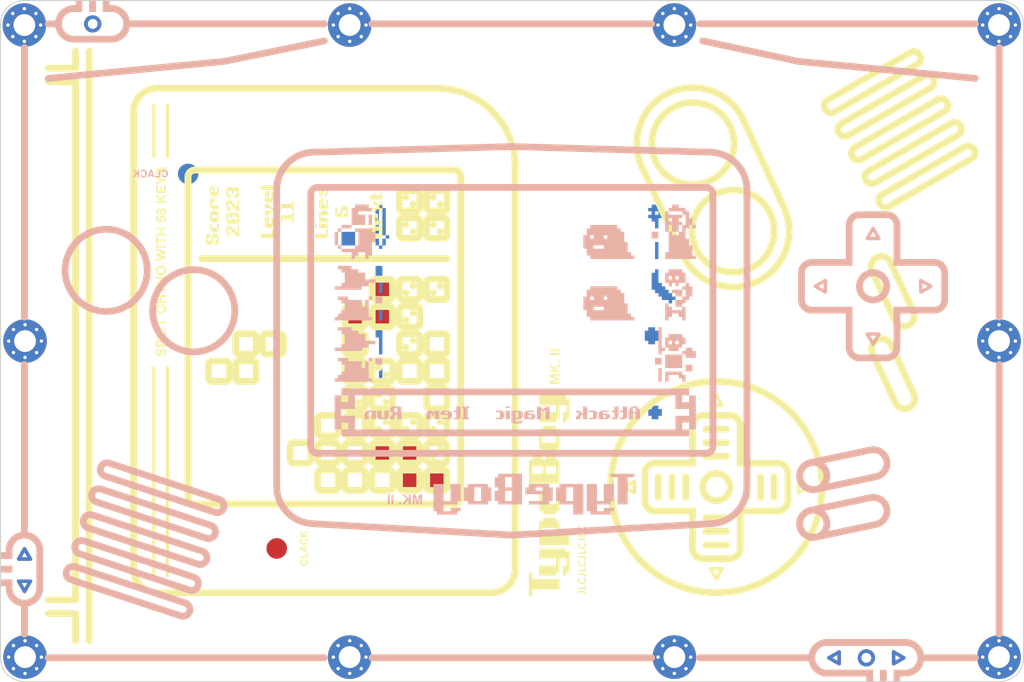
<source format=kicad_pcb>
(kicad_pcb (version 20221018) (generator pcbnew)
  (title_block (title "typeboy_bottom") (rev "v1.0.0") (company "Unknown"))
  (layers (0 "F.Cu" signal) (31 "B.Cu" signal) (34 "B.Paste" user) (35 "F.Paste" user) (36 "B.SilkS" user "B.Silkscreen") (37 "F.SilkS" user "F.Silkscreen") (38 "B.Mask" user) (39 "F.Mask" user) (44 "Edge.Cuts" user))
  (net 0 "")
  (footprint "MountingHole:MountingHole_3.2mm_M3_Pad_Via" (layer "F.Cu") (at 153.5 83.6)
    (fp_text reference "REF**" hide)
    (fp_text value "MountingHole_3.2mm_M3_Pad_Via" hide)
    (pad "1" thru_hole circle (at -2.4 0) (size 0.8 0.8) (drill 0.5) (layers "*.Cu" "*.Mask"))
    (pad "1" thru_hole circle (at -1.697056 -1.697056) (size 0.8 0.8) (drill 0.5) (layers "*.Cu" "*.Mask"))
    (pad "1" thru_hole circle (at -1.697056 1.697056) (size 0.8 0.8) (drill 0.5) (layers "*.Cu" "*.Mask"))
    (pad "1" thru_hole circle (at 0 -2.4) (size 0.8 0.8) (drill 0.5) (layers "*.Cu" "*.Mask"))
    (pad "1" thru_hole circle (at 0 0) (size 6.4 6.4) (drill 3.2) (layers "*.Cu" "*.Mask"))
    (pad "1" thru_hole circle (at 0 2.4) (size 0.8 0.8) (drill 0.5) (layers "*.Cu" "*.Mask"))
    (pad "1" thru_hole circle (at 1.697056 -1.697056) (size 0.8 0.8) (drill 0.5) (layers "*.Cu" "*.Mask"))
    (pad "1" thru_hole circle (at 1.697056 1.697056) (size 0.8 0.8) (drill 0.5) (layers "*.Cu" "*.Mask"))
    (pad "1" thru_hole circle (at 2.4 0) (size 0.8 0.8) (drill 0.5) (layers "*.Cu" "*.Mask"))
  )
  (footprint "MountingHole:MountingHole_3.2mm_M3_Pad_Via" (layer "F.Cu") (at 248.934 83.6)
    (fp_text reference "REF**" hide)
    (fp_text value "MountingHole_3.2mm_M3_Pad_Via" hide)
    (pad "1" thru_hole circle (at -2.4 0) (size 0.8 0.8) (drill 0.5) (layers "*.Cu" "*.Mask"))
    (pad "1" thru_hole circle (at -1.697056 -1.697056) (size 0.8 0.8) (drill 0.5) (layers "*.Cu" "*.Mask"))
    (pad "1" thru_hole circle (at -1.697056 1.697056) (size 0.8 0.8) (drill 0.5) (layers "*.Cu" "*.Mask"))
    (pad "1" thru_hole circle (at 0 -2.4) (size 0.8 0.8) (drill 0.5) (layers "*.Cu" "*.Mask"))
    (pad "1" thru_hole circle (at 0 0) (size 6.4 6.4) (drill 3.2) (layers "*.Cu" "*.Mask"))
    (pad "1" thru_hole circle (at 0 2.4) (size 0.8 0.8) (drill 0.5) (layers "*.Cu" "*.Mask"))
    (pad "1" thru_hole circle (at 1.697056 -1.697056) (size 0.8 0.8) (drill 0.5) (layers "*.Cu" "*.Mask"))
    (pad "1" thru_hole circle (at 1.697056 1.697056) (size 0.8 0.8) (drill 0.5) (layers "*.Cu" "*.Mask"))
    (pad "1" thru_hole circle (at 2.4 0) (size 0.8 0.8) (drill 0.5) (layers "*.Cu" "*.Mask"))
  )
  (footprint "MountingHole:MountingHole_3.2mm_M3_Pad_Via" (layer "F.Cu") (at 153.6 176.4)
    (fp_text reference "REF**" hide)
    (fp_text value "MountingHole_3.2mm_M3_Pad_Via" hide)
    (pad "1" thru_hole circle (at -2.4 0) (size 0.8 0.8) (drill 0.5) (layers "*.Cu" "*.Mask"))
    (pad "1" thru_hole circle (at -1.697056 -1.697056) (size 0.8 0.8) (drill 0.5) (layers "*.Cu" "*.Mask"))
    (pad "1" thru_hole circle (at -1.697056 1.697056) (size 0.8 0.8) (drill 0.5) (layers "*.Cu" "*.Mask"))
    (pad "1" thru_hole circle (at 0 -2.4) (size 0.8 0.8) (drill 0.5) (layers "*.Cu" "*.Mask"))
    (pad "1" thru_hole circle (at 0 0) (size 6.4 6.4) (drill 3.2) (layers "*.Cu" "*.Mask"))
    (pad "1" thru_hole circle (at 0 2.4) (size 0.8 0.8) (drill 0.5) (layers "*.Cu" "*.Mask"))
    (pad "1" thru_hole circle (at 1.697056 -1.697056) (size 0.8 0.8) (drill 0.5) (layers "*.Cu" "*.Mask"))
    (pad "1" thru_hole circle (at 1.697056 1.697056) (size 0.8 0.8) (drill 0.5) (layers "*.Cu" "*.Mask"))
    (pad "1" thru_hole circle (at 2.4 0) (size 0.8 0.8) (drill 0.5) (layers "*.Cu" "*.Mask"))
  )
  (footprint "MountingHole:MountingHole_3.2mm_M3_Pad_Via" (layer "F.Cu") (at 296.601 130)
    (fp_text reference "REF**" hide)
    (fp_text value "MountingHole_3.2mm_M3_Pad_Via" hide)
    (pad "1" thru_hole circle (at -2.4 0) (size 0.8 0.8) (drill 0.5) (layers "*.Cu" "*.Mask"))
    (pad "1" thru_hole circle (at -1.697056 -1.697056) (size 0.8 0.8) (drill 0.5) (layers "*.Cu" "*.Mask"))
    (pad "1" thru_hole circle (at -1.697056 1.697056) (size 0.8 0.8) (drill 0.5) (layers "*.Cu" "*.Mask"))
    (pad "1" thru_hole circle (at 0 -2.4) (size 0.8 0.8) (drill 0.5) (layers "*.Cu" "*.Mask"))
    (pad "1" thru_hole circle (at 0 0) (size 6.4 6.4) (drill 3.2) (layers "*.Cu" "*.Mask"))
    (pad "1" thru_hole circle (at 0 2.4) (size 0.8 0.8) (drill 0.5) (layers "*.Cu" "*.Mask"))
    (pad "1" thru_hole circle (at 1.697056 -1.697056) (size 0.8 0.8) (drill 0.5) (layers "*.Cu" "*.Mask"))
    (pad "1" thru_hole circle (at 1.697056 1.697056) (size 0.8 0.8) (drill 0.5) (layers "*.Cu" "*.Mask"))
    (pad "1" thru_hole circle (at 2.4 0) (size 0.8 0.8) (drill 0.5) (layers "*.Cu" "*.Mask"))
  )
  (footprint "MountingHole:MountingHole_3.2mm_M3_Pad_Via" (layer "F.Cu") (at 201.267 83.6)
    (fp_text reference "REF**" hide)
    (fp_text value "MountingHole_3.2mm_M3_Pad_Via" hide)
    (pad "1" thru_hole circle (at -2.4 0) (size 0.8 0.8) (drill 0.5) (layers "*.Cu" "*.Mask"))
    (pad "1" thru_hole circle (at -1.697056 -1.697056) (size 0.8 0.8) (drill 0.5) (layers "*.Cu" "*.Mask"))
    (pad "1" thru_hole circle (at -1.697056 1.697056) (size 0.8 0.8) (drill 0.5) (layers "*.Cu" "*.Mask"))
    (pad "1" thru_hole circle (at 0 -2.4) (size 0.8 0.8) (drill 0.5) (layers "*.Cu" "*.Mask"))
    (pad "1" thru_hole circle (at 0 0) (size 6.4 6.4) (drill 3.2) (layers "*.Cu" "*.Mask"))
    (pad "1" thru_hole circle (at 0 2.4) (size 0.8 0.8) (drill 0.5) (layers "*.Cu" "*.Mask"))
    (pad "1" thru_hole circle (at 1.697056 -1.697056) (size 0.8 0.8) (drill 0.5) (layers "*.Cu" "*.Mask"))
    (pad "1" thru_hole circle (at 1.697056 1.697056) (size 0.8 0.8) (drill 0.5) (layers "*.Cu" "*.Mask"))
    (pad "1" thru_hole circle (at 2.4 0) (size 0.8 0.8) (drill 0.5) (layers "*.Cu" "*.Mask"))
  )
  (footprint "MountingHole:MountingHole_3.2mm_M3_Pad_Via" (layer "F.Cu") (at 153.6 130)
    (fp_text reference "REF**" hide)
    (fp_text value "MountingHole_3.2mm_M3_Pad_Via" hide)
    (pad "1" thru_hole circle (at -2.4 0) (size 0.8 0.8) (drill 0.5) (layers "*.Cu" "*.Mask"))
    (pad "1" thru_hole circle (at -1.697056 -1.697056) (size 0.8 0.8) (drill 0.5) (layers "*.Cu" "*.Mask"))
    (pad "1" thru_hole circle (at -1.697056 1.697056) (size 0.8 0.8) (drill 0.5) (layers "*.Cu" "*.Mask"))
    (pad "1" thru_hole circle (at 0 -2.4) (size 0.8 0.8) (drill 0.5) (layers "*.Cu" "*.Mask"))
    (pad "1" thru_hole circle (at 0 0) (size 6.4 6.4) (drill 3.2) (layers "*.Cu" "*.Mask"))
    (pad "1" thru_hole circle (at 0 2.4) (size 0.8 0.8) (drill 0.5) (layers "*.Cu" "*.Mask"))
    (pad "1" thru_hole circle (at 1.697056 -1.697056) (size 0.8 0.8) (drill 0.5) (layers "*.Cu" "*.Mask"))
    (pad "1" thru_hole circle (at 1.697056 1.697056) (size 0.8 0.8) (drill 0.5) (layers "*.Cu" "*.Mask"))
    (pad "1" thru_hole circle (at 2.4 0) (size 0.8 0.8) (drill 0.5) (layers "*.Cu" "*.Mask"))
  )
  (footprint "MountingHole:MountingHole_3.2mm_M3_Pad_Via" (layer "F.Cu") (at 296.601 176.4)
    (fp_text reference "REF**" hide)
    (fp_text value "MountingHole_3.2mm_M3_Pad_Via" hide)
    (pad "1" thru_hole circle (at -2.4 0) (size 0.8 0.8) (drill 0.5) (layers "*.Cu" "*.Mask"))
    (pad "1" thru_hole circle (at -1.697056 -1.697056) (size 0.8 0.8) (drill 0.5) (layers "*.Cu" "*.Mask"))
    (pad "1" thru_hole circle (at -1.697056 1.697056) (size 0.8 0.8) (drill 0.5) (layers "*.Cu" "*.Mask"))
    (pad "1" thru_hole circle (at 0 -2.4) (size 0.8 0.8) (drill 0.5) (layers "*.Cu" "*.Mask"))
    (pad "1" thru_hole circle (at 0 0) (size 6.4 6.4) (drill 3.2) (layers "*.Cu" "*.Mask"))
    (pad "1" thru_hole circle (at 0 2.4) (size 0.8 0.8) (drill 0.5) (layers "*.Cu" "*.Mask"))
    (pad "1" thru_hole circle (at 1.697056 -1.697056) (size 0.8 0.8) (drill 0.5) (layers "*.Cu" "*.Mask"))
    (pad "1" thru_hole circle (at 1.697056 1.697056) (size 0.8 0.8) (drill 0.5) (layers "*.Cu" "*.Mask"))
    (pad "1" thru_hole circle (at 2.4 0) (size 0.8 0.8) (drill 0.5) (layers "*.Cu" "*.Mask"))
  )
  (footprint "MountingHole:MountingHole_3.2mm_M3_Pad_Via" (layer "F.Cu") (at 248.934 176.4)
    (fp_text reference "REF**" hide)
    (fp_text value "MountingHole_3.2mm_M3_Pad_Via" hide)
    (pad "1" thru_hole circle (at -2.4 0) (size 0.8 0.8) (drill 0.5) (layers "*.Cu" "*.Mask"))
    (pad "1" thru_hole circle (at -1.697056 -1.697056) (size 0.8 0.8) (drill 0.5) (layers "*.Cu" "*.Mask"))
    (pad "1" thru_hole circle (at -1.697056 1.697056) (size 0.8 0.8) (drill 0.5) (layers "*.Cu" "*.Mask"))
    (pad "1" thru_hole circle (at 0 -2.4) (size 0.8 0.8) (drill 0.5) (layers "*.Cu" "*.Mask"))
    (pad "1" thru_hole circle (at 0 0) (size 6.4 6.4) (drill 3.2) (layers "*.Cu" "*.Mask"))
    (pad "1" thru_hole circle (at 0 2.4) (size 0.8 0.8) (drill 0.5) (layers "*.Cu" "*.Mask"))
    (pad "1" thru_hole circle (at 1.697056 -1.697056) (size 0.8 0.8) (drill 0.5) (layers "*.Cu" "*.Mask"))
    (pad "1" thru_hole circle (at 1.697056 1.697056) (size 0.8 0.8) (drill 0.5) (layers "*.Cu" "*.Mask"))
    (pad "1" thru_hole circle (at 2.4 0) (size 0.8 0.8) (drill 0.5) (layers "*.Cu" "*.Mask"))
  )
  (footprint "MountingHole:MountingHole_3.2mm_M3_Pad_Via" (layer "F.Cu") (at 296.601 83.6)
    (fp_text reference "REF**" hide)
    (fp_text value "MountingHole_3.2mm_M3_Pad_Via" hide)
    (pad "1" thru_hole circle (at -2.4 0) (size 0.8 0.8) (drill 0.5) (layers "*.Cu" "*.Mask"))
    (pad "1" thru_hole circle (at -1.697056 -1.697056) (size 0.8 0.8) (drill 0.5) (layers "*.Cu" "*.Mask"))
    (pad "1" thru_hole circle (at -1.697056 1.697056) (size 0.8 0.8) (drill 0.5) (layers "*.Cu" "*.Mask"))
    (pad "1" thru_hole circle (at 0 -2.4) (size 0.8 0.8) (drill 0.5) (layers "*.Cu" "*.Mask"))
    (pad "1" thru_hole circle (at 0 0) (size 6.4 6.4) (drill 3.2) (layers "*.Cu" "*.Mask"))
    (pad "1" thru_hole circle (at 0 2.4) (size 0.8 0.8) (drill 0.5) (layers "*.Cu" "*.Mask"))
    (pad "1" thru_hole circle (at 1.697056 -1.697056) (size 0.8 0.8) (drill 0.5) (layers "*.Cu" "*.Mask"))
    (pad "1" thru_hole circle (at 1.697056 1.697056) (size 0.8 0.8) (drill 0.5) (layers "*.Cu" "*.Mask"))
    (pad "1" thru_hole circle (at 2.4 0) (size 0.8 0.8) (drill 0.5) (layers "*.Cu" "*.Mask"))
  )
  (footprint "MountingHole:MountingHole_3.2mm_M3_Pad_Via" (layer "F.Cu") (at 201.267 176.4)
    (fp_text reference "REF**" hide)
    (fp_text value "MountingHole_3.2mm_M3_Pad_Via" hide)
    (pad "1" thru_hole circle (at -2.4 0) (size 0.8 0.8) (drill 0.5) (layers "*.Cu" "*.Mask"))
    (pad "1" thru_hole circle (at -1.697056 -1.697056) (size 0.8 0.8) (drill 0.5) (layers "*.Cu" "*.Mask"))
    (pad "1" thru_hole circle (at -1.697056 1.697056) (size 0.8 0.8) (drill 0.5) (layers "*.Cu" "*.Mask"))
    (pad "1" thru_hole circle (at 0 -2.4) (size 0.8 0.8) (drill 0.5) (layers "*.Cu" "*.Mask"))
    (pad "1" thru_hole circle (at 0 0) (size 6.4 6.4) (drill 3.2) (layers "*.Cu" "*.Mask"))
    (pad "1" thru_hole circle (at 0 2.4) (size 0.8 0.8) (drill 0.5) (layers "*.Cu" "*.Mask"))
    (pad "1" thru_hole circle (at 1.697056 -1.697056) (size 0.8 0.8) (drill 0.5) (layers "*.Cu" "*.Mask"))
    (pad "1" thru_hole circle (at 1.697056 1.697056) (size 0.8 0.8) (drill 0.5) (layers "*.Cu" "*.Mask"))
    (pad "1" thru_hole circle (at 2.4 0) (size 0.8 0.8) (drill 0.5) (layers "*.Cu" "*.Mask"))
  )
  (gr_line (start 277.325525 175.529689) (end 277.276242 175.520888) (stroke (width 0.500393)) (layer "F.Cu"))
  (gr_line (start 164.535362 83.437004) (end 164.53406 83.385504) (stroke (width 0.500393)) (layer "F.Cu"))
  (gr_line (start 164.364444 82.877455) (end 164.336541 82.838218) (stroke (width 0.500393)) (layer "F.Cu"))
  (gr_line (start 277.421436 175.55435) (end 277.373944 175.540864) (stroke (width 0.500393)) (layer "F.Cu"))
  (gr_line (start 163.100693 82.534906) (end 163.057541 82.557008) (stroke (width 0.500393)) (layer "F.Cu"))
  (gr_line (start 162.861669 84.177805) (end 162.897983 84.20926) (stroke (width 0.500393)) (layer "F.Cu"))
  (gr_line (start 164.523831 83.589414) (end 164.530195 83.539329) (stroke (width 0.500393)) (layer "F.Cu"))
  (gr_line (start 162.565297 83.687116) (end 162.578783 83.734608) (stroke (width 0.500393)) (layer "F.Cu"))
  (gr_line (start 276.293963 175.950592) (end 276.267931 175.991197) (stroke (width 0.500393)) (layer "F.Cu"))
  (gr_line (start 162.897983 82.664749) (end 162.861669 82.696204) (stroke (width 0.500393)) (layer "F.Cu"))
  (gr_line (start 278.113088 176.357729) (end 278.104287 176.308446) (stroke (width 0.500393)) (layer "F.Cu"))
  (gr_line (start 164.242239 84.144667) (end 164.275376 84.109911) (stroke (width 0.500393)) (layer "F.Cu"))
  (gr_line (start 162.73261 84.035791) (end 162.76232 84.073597) (stroke (width 0.500393)) (layer "F.Cu"))
  (gr_line (start 276.734279 177.432278) (end 276.779727 177.450197) (stroke (width 0.500393)) (layer "F.Cu"))
  (gr_line (start 162.594517 83.0929) (end 162.578783 83.139401) (stroke (width 0.500393)) (layer "F.Cu"))
  (gr_line (start 278.119452 176.612462) (end 278.123317 176.561638) (stroke (width 0.500393)) (layer "F.Cu"))
  (gr_line (start 276.564281 175.680275) (end 276.525044 175.708177) (stroke (width 0.500393)) (layer "F.Cu"))
  (gr_line (start 162.975026 82.607137) (end 162.935789 82.635039) (stroke (width 0.500393)) (layer "F.Cu"))
  (gr_line (start 277.513384 175.588003) (end 277.467936 175.570084) (stroke (width 0.500393)) (layer "F.Cu"))
  (gr_line (start 162.554122 83.638698) (end 162.565297 83.687116) (stroke (width 0.500393)) (layer "F.Cu"))
  (gr_line (start 277.513384 177.432278) (end 277.557715 177.412236) (stroke (width 0.500393)) (layer "F.Cu"))
  (gr_line (start 164.474635 83.781108) (end 164.490369 83.734608) (stroke (width 0.500393)) (layer "F.Cu"))
  (gr_line (start 163.015631 84.292904) (end 163.057541 84.317001) (stroke (width 0.500393)) (layer "F.Cu"))
  (gr_line (start 276.450924 175.769342) (end 276.416167 175.802479) (stroke (width 0.500393)) (layer "F.Cu"))
  (gr_line (start 164.207482 82.696204) (end 164.171169 82.664749) (stroke (width 0.500393)) (layer "F.Cu"))
  (gr_line (start 162.704708 83.996554) (end 162.73261 84.035791) (stroke (width 0.500393)) (layer "F.Cu"))
  (gr_line (start 276.826228 175.55435) (end 276.779727 175.570084) (stroke (width 0.500393)) (layer "F.Cu"))
  (gr_line (start 273.120682 177.37682) (end 273.120682 175.643461) (stroke (width 0.500393)) (layer "F.Cu"))
  (gr_line (start 152.66 161.998734) (end 154.393423 161.998734) (stroke (width 0.500393)) (layer "F.Cu"))
  (gr_poly (pts (xy 207.064777 127.421571) (xy 205.063202 127.421571) (xy 205.063202 125.42) (xy 207.064777 125.42)) (fill solid) (layer "F.Cu"))
  (gr_line (start 276.267931 175.991197) (end 276.243833 176.033107) (stroke (width 0.500393)) (layer "F.Cu"))
  (gr_line (start 277.600867 177.390135) (end 277.642777 177.366037) (stroke (width 0.500393)) (layer "F.Cu"))
  (gr_line (start 162.935789 82.635039) (end 162.897983 82.664749) (stroke (width 0.500393)) (layer "F.Cu"))
  (gr_line (start 162.76232 84.073597) (end 162.793775 84.109911) (stroke (width 0.500393)) (layer "F.Cu"))
  (gr_line (start 276.525044 177.312104) (end 276.564281 177.340006) (stroke (width 0.500393)) (layer "F.Cu"))
  (gr_line (start 162.793775 84.109911) (end 162.826913 84.144667) (stroke (width 0.500393)) (layer "F.Cu"))
  (gr_line (start 277.864633 177.183044) (end 277.896088 177.146731) (stroke (width 0.500393)) (layer "F.Cu"))
  (gr_line (start 276.38303 175.837236) (end 276.351575 175.873549) (stroke (width 0.500393)) (layer "F.Cu"))
  (gr_line (start 164.336541 84.035791) (end 164.364444 83.996554) (stroke (width 0.500393)) (layer "F.Cu"))
  (gr_line (start 278.123317 176.561638) (end 278.124619 176.510137) (stroke (width 0.500393)) (layer "F.Cu"))
  (gr_line (start 278.045972 176.120589) (end 278.025931 176.076258) (stroke (width 0.500393)) (layer "F.Cu"))
  (gr_line (start 164.490369 83.139401) (end 164.474635 83.0929) (stroke (width 0.500393)) (layer "F.Cu"))
  (gr_line (start 276.243833 176.033107) (end 276.221732 176.076258) (stroke (width 0.500393)) (layer "F.Cu"))
  (gr_line (start 277.9537 175.950592) (end 277.925798 175.911355) (stroke (width 0.500393)) (layer "F.Cu"))
  (gr_line (start 277.642777 175.654244) (end 277.600867 175.630146) (stroke (width 0.500393)) (layer "F.Cu"))
  (gr_poly (pts (xy 215.07108 151.440433) (xy 213.069512 151.440433) (xy 213.069512 149.438858) (xy 215.07108 149.438858)) (fill solid) (layer "F.Cu"))
  (gr_line (start 163.432251 84.432624) (end 163.483075 84.436489) (stroke (width 0.500393)) (layer "F.Cu"))
  (gr_line (start 163.832179 82.481211) (end 163.784688 82.467725) (stroke (width 0.500393)) (layer "F.Cu"))
  (gr_line (start 276.201691 176.120589) (end 276.183771 176.166036) (stroke (width 0.500393)) (layer "F.Cu"))
  (gr_poly (pts (xy 203.06163 127.421571) (xy 201.060056 127.421571) (xy 201.060056 125.42) (xy 203.06163 125.42)) (fill solid) (layer "F.Cu"))
  (gr_line (start 163.968458 84.339102) (end 164.01161 84.317001) (stroke (width 0.500393)) (layer "F.Cu"))
  (gr_line (start 276.604886 177.366037) (end 276.646796 177.390135) (stroke (width 0.500393)) (layer "F.Cu"))
  (gr_line (start 278.124619 176.510137) (end 278.123317 176.458637) (stroke (width 0.500393)) (layer "F.Cu"))
  (gr_line (start 278.00383 176.987172) (end 278.025931 176.94402) (stroke (width 0.500393)) (layer "F.Cu"))
  (gr_line (start 164.436674 83.870887) (end 164.456715 83.826556) (stroke (width 0.500393)) (layer "F.Cu"))
  (gr_line (start 276.128211 176.407813) (end 276.124346 176.458637) (stroke (width 0.500393)) (layer "F.Cu"))
  (gr_line (start 164.094125 84.266872) (end 164.133362 84.23897) (stroke (width 0.500393)) (layer "F.Cu"))
  (gr_line (start 164.523831 83.284594) (end 164.51503 83.235311) (stroke (width 0.500393)) (layer "F.Cu"))
  (gr_line (start 276.201691 176.899689) (end 276.221732 176.94402) (stroke (width 0.500393)) (layer "F.Cu"))
  (gr_line (start 162.612436 83.826556) (end 162.632478 83.870887) (stroke (width 0.500393)) (layer "F.Cu"))
  (gr_line (start 164.336541 82.838218) (end 164.306831 82.800411) (stroke (width 0.500393)) (layer "F.Cu"))
  (gr_line (start 276.779727 177.450197) (end 276.826228 177.465931) (stroke (width 0.500393)) (layer "F.Cu"))
  (gr_line (start 164.503855 83.186892) (end 164.490369 83.139401) (stroke (width 0.500393)) (layer "F.Cu"))
  (gr_line (start 164.414573 82.95997) (end 164.390475 82.91806) (stroke (width 0.500393)) (layer "F.Cu"))
  (gr_line (start 164.390475 82.91806) (end 164.364444 82.877455) (stroke (width 0.500393)) (layer "F.Cu"))
  (gr_line (start 164.456715 83.826556) (end 164.474635 83.781108) (stroke (width 0.500393)) (layer "F.Cu"))
  (gr_line (start 164.436674 83.003122) (end 164.414573 82.95997) (stroke (width 0.500393)) (layer "F.Cu"))
  (gr_line (start 281.126981 177.37682) (end 282.628155 176.510137) (stroke (width 0.500393)) (layer "F.Cu"))
  (gr_line (start 278.045972 176.899689) (end 278.063892 176.854242) (stroke (width 0.500393)) (layer "F.Cu"))
  (gr_line (start 276.143376 176.711831) (end 276.154551 176.76025) (stroke (width 0.500393)) (layer "F.Cu"))
  (gr_line (start 277.600867 175.630146) (end 277.557715 175.608045) (stroke (width 0.500393)) (layer "F.Cu"))
  (gr_line (start 162.678676 83.955949) (end 162.704708 83.996554) (stroke (width 0.500393)) (layer "F.Cu"))
  (gr_line (start 277.831496 175.802479) (end 277.796739 175.769342) (stroke (width 0.500393)) (layer "F.Cu"))
  (gr_line (start 278.119452 176.407813) (end 278.113088 176.357729) (stroke (width 0.500393)) (layer "F.Cu"))
  (gr_line (start 276.267931 177.029082) (end 276.293963 177.069687) (stroke (width 0.500393)) (layer "F.Cu"))
  (gr_line (start 276.525044 175.708177) (end 276.487237 175.737887) (stroke (width 0.500393)) (layer "F.Cu"))
  (gr_line (start 276.450924 177.250938) (end 276.487237 177.282394) (stroke (width 0.500393)) (layer "F.Cu"))
  (gr_line (start 164.133362 84.23897) (end 164.171169 84.20926) (stroke (width 0.500393)) (layer "F.Cu"))
  (gr_line (start 276.971421 175.520888) (end 276.922138 175.529689) (stroke (width 0.500393)) (layer "F.Cu"))
  (gr_line (start 163.924127 82.514865) (end 163.87868 82.496946) (stroke (width 0.500393)) (layer "F.Cu"))
  (gr_line (start 162.897983 84.20926) (end 162.935789 84.23897) (stroke (width 0.500393)) (layer "F.Cu"))
  (gr_line (start 162.826913 84.144667) (end 162.861669 84.177805) (stroke (width 0.500393)) (layer "F.Cu"))
  (gr_line (start 163.736269 82.45655) (end 163.686986 82.447749) (stroke (width 0.500393)) (layer "F.Cu"))
  (gr_line (start 277.896088 175.873549) (end 277.864633 175.837236) (stroke (width 0.500393)) (layer "F.Cu"))
  (gr_line (start 277.9537 177.069687) (end 277.979732 177.029082) (stroke (width 0.500393)) (layer "F.Cu"))
  (gr_line (start 163.586076 84.436489) (end 163.6369 84.432624) (stroke (width 0.500393)) (layer "F.Cu"))
  (gr_line (start 277.123832 177.510924) (end 277.175332 177.509622) (stroke (width 0.500393)) (layer "F.Cu"))
  (gr_line (start 163.382166 82.447749) (end 163.332882 82.45655) (stroke (width 0.500393)) (layer "F.Cu"))
  (gr_line (start 277.683382 175.680275) (end 277.642777 175.654244) (stroke (width 0.500393)) (layer "F.Cu"))
  (gr_line (start 276.351575 175.873549) (end 276.321865 175.911355) (stroke (width 0.500393)) (layer "F.Cu"))
  (gr_line (start 164.364444 83.996554) (end 164.390475 83.955949) (stroke (width 0.500393)) (layer "F.Cu"))
  (gr_line (start 163.236972 84.392797) (end 163.284464 84.406283) (stroke (width 0.500393)) (layer "F.Cu"))
  (gr_line (start 278.104287 176.711831) (end 278.113088 176.662547) (stroke (width 0.500393)) (layer "F.Cu"))
  (gr_line (start 278.079626 176.807741) (end 278.093112 176.76025) (stroke (width 0.500393)) (layer "F.Cu"))
  (gr_line (start 163.284464 84.406283) (end 163.332882 84.417458) (stroke (width 0.500393)) (layer "F.Cu"))
  (gr_line (start 162.578783 83.734608) (end 162.594517 83.781108) (stroke (width 0.500393)) (layer "F.Cu"))
  (gr_line (start 277.979732 175.991197) (end 277.9537 175.950592) (stroke (width 0.500393)) (layer "F.Cu"))
  (gr_line (start 164.05352 82.581105) (end 164.01161 82.557008) (stroke (width 0.500393)) (layer "F.Cu"))
  (gr_line (start 163.87868 84.377063) (end 163.924127 84.359144) (stroke (width 0.500393)) (layer "F.Cu"))
  (gr_line (start 276.321865 175.911355) (end 276.293963 175.950592) (stroke (width 0.500393)) (layer "F.Cu"))
  (gr_line (start 278.063892 176.854242) (end 278.079626 176.807741) (stroke (width 0.500393)) (layer "F.Cu"))
  (gr_line (start 277.373944 175.540864) (end 277.325525 175.529689) (stroke (width 0.500393)) (layer "F.Cu"))
  (gr_line (start 277.072331 175.510659) (end 277.021507 175.514524) (stroke (width 0.500393)) (layer "F.Cu"))
  (gr_line (start 164.390475 83.955949) (end 164.414573 83.914039) (stroke (width 0.500393)) (layer "F.Cu"))
  (gr_line (start 162.793775 82.764098) (end 162.76232 82.800411) (stroke (width 0.500393)) (layer "F.Cu"))
  (gr_line (start 162.632478 83.870887) (end 162.654579 83.914039) (stroke (width 0.500393)) (layer "F.Cu"))
  (gr_line (start 163.686986 84.42626) (end 163.736269 84.417458) (stroke (width 0.500393)) (layer "F.Cu"))
  (gr_line (start 162.535091 83.385504) (end 162.533789 83.437004) (stroke (width 0.500393)) (layer "F.Cu"))
  (gr_line (start 162.975026 84.266872) (end 163.015631 84.292904) (stroke (width 0.500393)) (layer "F.Cu"))
  (gr_line (start 278.123317 176.458637) (end 278.119452 176.407813) (stroke (width 0.500393)) (layer "F.Cu"))
  (gr_line (start 276.922138 175.529689) (end 276.873719 175.540864) (stroke (width 0.500393)) (layer "F.Cu"))
  (gr_line (start 277.796739 177.250938) (end 277.831496 177.217801) (stroke (width 0.500393)) (layer "F.Cu"))
  (gr_poly (pts (xy 211.067923 151.440433) (xy 209.066351 151.440433) (xy 209.066351 149.438858) (xy 211.067923 149.438858)) (fill solid) (layer "F.Cu"))
  (gr_line (start 276.826228 177.465931) (end 276.873719 177.479417) (stroke (width 0.500393)) (layer "F.Cu"))
  (gr_line (start 163.057541 82.557008) (end 163.015631 82.581105) (stroke (width 0.500393)) (layer "F.Cu"))
  (gr_line (start 277.896088 177.146731) (end 277.925798 177.108925) (stroke (width 0.500393)) (layer "F.Cu"))
  (gr_line (start 278.113088 176.662547) (end 278.119452 176.612462) (stroke (width 0.500393)) (layer "F.Cu"))
  (gr_line (start 163.190472 84.377063) (end 163.236972 84.392797) (stroke (width 0.500393)) (layer "F.Cu"))
  (gr_line (start 163.924127 84.359144) (end 163.968458 84.339102) (stroke (width 0.500393)) (layer "F.Cu"))
  (gr_line (start 164.01161 84.317001) (end 164.05352 84.292904) (stroke (width 0.500393)) (layer "F.Cu"))
  (gr_line (start 276.564281 177.340006) (end 276.604886 177.366037) (stroke (width 0.500393)) (layer "F.Cu"))
  (gr_line (start 276.873719 175.540864) (end 276.826228 175.55435) (stroke (width 0.500393)) (layer "F.Cu"))
  (gr_line (start 276.243833 176.987172) (end 276.267931 177.029082) (stroke (width 0.500393)) (layer "F.Cu"))
  (gr_line (start 276.38303 177.183044) (end 276.416167 177.217801) (stroke (width 0.500393)) (layer "F.Cu"))
  (gr_line (start 163.534576 84.437791) (end 163.586076 84.436489) (stroke (width 0.500393)) (layer "F.Cu"))
  (gr_line (start 271.619508 176.510137) (end 273.120682 177.37682) (stroke (width 0.500393)) (layer "F.Cu"))
  (gr_line (start 277.175332 175.510659) (end 277.123832 175.509357) (stroke (width 0.500393)) (layer "F.Cu"))
  (gr_line (start 163.832179 84.392797) (end 163.87868 84.377063) (stroke (width 0.500393)) (layer "F.Cu"))
  (gr_line (start 277.123832 175.509357) (end 277.072331 175.510659) (stroke (width 0.500393)) (layer "F.Cu"))
  (gr_line (start 276.168037 176.807741) (end 276.183771 176.854242) (stroke (width 0.500393)) (layer "F.Cu"))
  (gr_line (start 163.382166 84.42626) (end 163.432251 84.432624) (stroke (width 0.500393)) (layer "F.Cu"))
  (gr_line (start 277.325525 177.490592) (end 277.373944 177.479417) (stroke (width 0.500393)) (layer "F.Cu"))
  (gr_line (start 276.293963 177.069687) (end 276.321865 177.108925) (stroke (width 0.500393)) (layer "F.Cu"))
  (gr_line (start 276.734279 175.588003) (end 276.689948 175.608045) (stroke (width 0.500393)) (layer "F.Cu"))
  (gr_line (start 162.654579 83.914039) (end 162.678676 83.955949) (stroke (width 0.500393)) (layer "F.Cu"))
  (gr_line (start 277.226156 175.514524) (end 277.175332 175.510659) (stroke (width 0.500393)) (layer "F.Cu"))
  (gr_line (start 162.533789 83.437004) (end 162.535091 83.488505) (stroke (width 0.500393)) (layer "F.Cu"))
  (gr_line (start 277.373944 177.479417) (end 277.421436 177.465931) (stroke (width 0.500393)) (layer "F.Cu"))
  (gr_poly (pts (xy 207.064777 123.418425) (xy 205.063202 123.418425) (xy 205.063202 121.416854) (xy 207.064777 121.416854)) (fill solid) (layer "F.Cu"))
  (gr_line (start 277.421436 177.465931) (end 277.467936 177.450197) (stroke (width 0.500393)) (layer "F.Cu"))
  (gr_line (start 164.306831 82.800411) (end 164.275376 82.764098) (stroke (width 0.500393)) (layer "F.Cu"))
  (gr_line (start 276.873719 177.479417) (end 276.922138 177.490592) (stroke (width 0.500393)) (layer "F.Cu"))
  (gr_line (start 163.784688 84.406283) (end 163.832179 84.392797) (stroke (width 0.500393)) (layer "F.Cu"))
  (gr_line (start 164.242239 82.729342) (end 164.207482 82.696204) (stroke (width 0.500393)) (layer "F.Cu"))
  (gr_line (start 276.154551 176.76025) (end 276.168037 176.807741) (stroke (width 0.500393)) (layer "F.Cu"))
  (gr_line (start 162.73261 82.838218) (end 162.704708 82.877455) (stroke (width 0.500393)) (layer "F.Cu"))
  (gr_line (start 276.124346 176.561638) (end 276.128211 176.612462) (stroke (width 0.500393)) (layer "F.Cu"))
  (gr_line (start 278.00383 176.033107) (end 277.979732 175.991197) (stroke (width 0.500393)) (layer "F.Cu"))
  (gr_line (start 276.646796 175.630146) (end 276.604886 175.654244) (stroke (width 0.500393)) (layer "F.Cu"))
  (gr_line (start 278.093112 176.76025) (end 278.104287 176.711831) (stroke (width 0.500393)) (layer "F.Cu"))
  (gr_poly (pts (xy 207.06478 147.437283) (xy 205.063205 147.437283) (xy 205.063205 145.435709) (xy 207.06478 145.435709)) (fill solid) (layer "F.Cu"))
  (gr_line (start 164.171169 84.20926) (end 164.207482 84.177805) (stroke (width 0.500393)) (layer "F.Cu"))
  (gr_line (start 277.831496 177.217801) (end 277.864633 177.183044) (stroke (width 0.500393)) (layer "F.Cu"))
  (gr_line (start 276.221732 176.94402) (end 276.243833 176.987172) (stroke (width 0.500393)) (layer "F.Cu"))
  (gr_line (start 277.276242 175.520888) (end 277.226156 175.514524) (stroke (width 0.500393)) (layer "F.Cu"))
  (gr_line (start 277.925798 177.108925) (end 277.9537 177.069687) (stroke (width 0.500393)) (layer "F.Cu"))
  (gr_line (start 163.284464 82.467725) (end 163.236972 82.481211) (stroke (width 0.500393)) (layer "F.Cu"))
  (gr_line (start 277.557715 175.608045) (end 277.513384 175.588003) (stroke (width 0.500393)) (layer "F.Cu"))
  (gr_poly (pts (xy 190.629053 158.948292) (xy 190.705289 158.954089) (xy 190.780417 158.963636) (xy 190.854342 158.976837) (xy 190.92697 158.993599) (xy 190.998207 159.013828) (xy 191.067958 159.037429) (xy 191.136129 159.064308) (xy 191.202625 159.09437) (xy 191.267353 159.127521) (xy 191.330218 159.163667) (xy 191.391126 159.202714) (xy 191.449982 159.244567) (xy 191.506692 159.289132) (xy 191.561162 159.336315) (xy 191.613297 159.38602) (xy 191.663003 159.438155) (xy 191.710186 159.492624) (xy 191.754751 159.549334) (xy 191.796605 159.60819) (xy 191.835652 159.669097) (xy 191.871798 159.731961) (xy 191.90495 159.796689) (xy 191.935013 159.863186) (xy 191.961892 159.931356) (xy 191.985493 160.001107) (xy 192.005722 160.072344) (xy 192.022485 160.144972) (xy 192.035686 160.218897) (xy 192.045233 160.294025) (xy 192.05103 160.370262) (xy 192.052983 160.447513) (xy 192.05103 160.524763) (xy 192.045233 160.601) (xy 192.035686 160.676128) (xy 192.022485 160.750054) (xy 192.005722 160.822682) (xy 191.985493 160.893919) (xy 191.961892 160.96367) (xy 191.935013 161.031841) (xy 191.90495 161.098338) (xy 191.871798 161.163066) (xy 191.835652 161.22593) (xy 191.796605 161.286838) (xy 191.754751 161.345694) (xy 191.710186 161.402404) (xy 191.663003 161.456874) (xy 191.613297 161.509009) (xy 191.561162 161.558715) (xy 191.506692 161.605898) (xy 191.449982 161.650463) (xy 191.391126 161.692316) (xy 191.330218 161.731363) (xy 191.267353 161.76751) (xy 191.202625 161.800661) (xy 191.136129 161.830724) (xy 191.067958 161.857603) (xy 190.998207 161.881204) (xy 190.92697 161.901433) (xy 190.854342 161.918195) (xy 190.780417 161.931397) (xy 190.705289 161.940943) (xy 190.629053 161.94674) (xy 190.551802 161.948694) (xy 190.474552 161.94674) (xy 190.398315 161.940943) (xy 190.323188 161.931397) (xy 190.249262 161.918195) (xy 190.176634 161.901433) (xy 190.105398 161.881204) (xy 190.035647 161.857603) (xy 189.967476 161.830724) (xy 189.90098 161.800661) (xy 189.836252 161.76751) (xy 189.773387 161.731363) (xy 189.712479 161.692316) (xy 189.653624 161.650463) (xy 189.596914 161.605898) (xy 189.542444 161.558715) (xy 189.490309 161.509009) (xy 189.440603 161.456874) (xy 189.393421 161.402404) (xy 189.348855 161.345694) (xy 189.307002 161.286838) (xy 189.267955 161.22593) (xy 189.231809 161.163066) (xy 189.198657 161.098338) (xy 189.168595 161.031841) (xy 189.141716 160.96367) (xy 189.118115 160.893919) (xy 189.097886 160.822682) (xy 189.081123 160.750054) (xy 189.067922 160.676128) (xy 189.058375 160.601) (xy 189.052578 160.524763) (xy 189.050625 160.447513) (xy 189.052578 160.370262) (xy 189.058375 160.294025) (xy 189.067922 160.218897) (xy 189.081123 160.144972) (xy 189.097886 160.072344) (xy 189.118115 160.001107) (xy 189.141716 159.931356) (xy 189.168595 159.863186) (xy 189.198657 159.796689) (xy 189.231809 159.731961) (xy 189.267955 159.669097) (xy 189.307002 159.60819) (xy 189.348855 159.549334) (xy 189.393421 159.492624) (xy 189.440603 159.438155) (xy 189.490309 159.38602) (xy 189.542444 159.336315) (xy 189.596914 159.289132) (xy 189.653624 159.244567) (xy 189.712479 159.202714) (xy 189.773387 159.163667) (xy 189.836252 159.127521) (xy 189.90098 159.09437) (xy 189.967476 159.064308) (xy 190.035647 159.037429) (xy 190.105398 159.013828) (xy 190.176634 158.993599) (xy 190.249262 158.976837) (xy 190.323188 158.963636) (xy 190.398315 158.954089) (xy 190.474552 158.948292) (xy 190.551802 158.946339)) (fill solid) (layer "F.Cu"))
  (gr_line (start 163.236972 82.481211) (end 163.190472 82.496946) (stroke (width 0.500393)) (layer "F.Cu"))
  (gr_line (start 162.678676 82.91806) (end 162.654579 82.95997) (stroke (width 0.500393)) (layer "F.Cu"))
  (gr_line (start 273.120682 175.643461) (end 271.619508 176.510137) (stroke (width 0.500393)) (layer "F.Cu"))
  (gr_line (start 276.183771 176.854242) (end 276.201691 176.899689) (stroke (width 0.500393)) (layer "F.Cu"))
  (gr_line (start 162.654579 82.95997) (end 162.632478 83.003122) (stroke (width 0.500393)) (layer "F.Cu"))
  (gr_line (start 277.226156 177.505758) (end 277.276242 177.499393) (stroke (width 0.500393)) (layer "F.Cu"))
  (gr_line (start 277.864633 175.837236) (end 277.831496 175.802479) (stroke (width 0.500393)) (layer "F.Cu"))
  (gr_line (start 277.276242 177.499393) (end 277.325525 177.490592) (stroke (width 0.500393)) (layer "F.Cu"))
  (gr_line (start 162.594517 83.781108) (end 162.612436 83.826556) (stroke (width 0.500393)) (layer "F.Cu"))
  (gr_line (start 164.53406 83.385504) (end 164.530195 83.33468) (stroke (width 0.500393)) (layer "F.Cu"))
  (gr_poly (pts (xy 203.06163 131.424717) (xy 201.060056 131.424717) (xy 201.060056 129.423146) (xy 203.06163 129.423146)) (fill solid) (layer "F.Cu"))
  (gr_line (start 276.971421 177.499393) (end 277.021507 177.505758) (stroke (width 0.500393)) (layer "F.Cu"))
  (gr_line (start 276.351575 177.146731) (end 276.38303 177.183044) (stroke (width 0.500393)) (layer "F.Cu"))
  (gr_line (start 164.171169 82.664749) (end 164.133362 82.635039) (stroke (width 0.500393)) (layer "F.Cu"))
  (gr_line (start 164.474635 83.0929) (end 164.456715 83.047453) (stroke (width 0.500393)) (layer "F.Cu"))
  (gr_line (start 164.094125 82.607137) (end 164.05352 82.581105) (stroke (width 0.500393)) (layer "F.Cu"))
  (gr_line (start 277.760426 175.737887) (end 277.722619 175.708177) (stroke (width 0.500393)) (layer "F.Cu"))
  (gr_line (start 276.646796 177.390135) (end 276.689948 177.412236) (stroke (width 0.500393)) (layer "F.Cu"))
  (gr_line (start 276.922138 177.490592) (end 276.971421 177.499393) (stroke (width 0.500393)) (layer "F.Cu"))
  (gr_line (start 163.968458 82.534906) (end 163.924127 82.514865) (stroke (width 0.500393)) (layer "F.Cu"))
  (gr_poly (pts (xy 190.629053 158.948292) (xy 190.705289 158.954089) (xy 190.780417 158.963636) (xy 190.854342 158.976837) (xy 190.92697 158.993599) (xy 190.998207 159.013828) (xy 191.067958 159.037429) (xy 191.136129 159.064308) (xy 191.202625 159.09437) (xy 191.267353 159.127521) (xy 191.330218 159.163667) (xy 191.391126 159.202714) (xy 191.449982 159.244567) (xy 191.506692 159.289132) (xy 191.561162 159.336315) (xy 191.613297 159.38602) (xy 191.663003 159.438155) (xy 191.710186 159.492624) (xy 191.754751 159.549334) (xy 191.796605 159.60819) (xy 191.835652 159.669097) (xy 191.871798 159.731961) (xy 191.90495 159.796689) (xy 191.935013 159.863186) (xy 191.961892 159.931356) (xy 191.985493 160.001107) (xy 192.005722 160.072344) (xy 192.022485 160.144972) (xy 192.035686 160.218897) (xy 192.045233 160.294025) (xy 192.05103 160.370262) (xy 192.052983 160.447513) (xy 192.05103 160.524763) (xy 192.045233 160.601) (xy 192.035686 160.676128) (xy 192.022485 160.750054) (xy 192.005722 160.822682) (xy 191.985493 160.893919) (xy 191.961892 160.96367) (xy 191.935013 161.031841) (xy 191.90495 161.098338) (xy 191.871798 161.163066) (xy 191.835652 161.22593) (xy 191.796605 161.286838) (xy 191.754751 161.345694) (xy 191.710186 161.402404) (xy 191.663003 161.456874) (xy 191.613297 161.509009) (xy 191.561162 161.558715) (xy 191.506692 161.605898) (xy 191.449982 161.650463) (xy 191.391126 161.692316) (xy 191.330218 161.731363) (xy 191.267353 161.76751) (xy 191.202625 161.800661) (xy 191.136129 161.830724) (xy 191.067958 161.857603) (xy 190.998207 161.881204) (xy 190.92697 161.901433) (xy 190.854342 161.918195) (xy 190.780417 161.931397) (xy 190.705289 161.940943) (xy 190.629053 161.94674) (xy 190.551802 161.948694) (xy 190.474552 161.94674) (xy 190.398315 161.940943) (xy 190.323188 161.931397) (xy 190.249262 161.918195) (xy 190.176634 161.901433) (xy 190.105398 161.881204) (xy 190.035647 161.857603) (xy 189.967476 161.830724) (xy 189.90098 161.800661) (xy 189.836252 161.76751) (xy 189.773387 161.731363) (xy 189.712479 161.692316) (xy 189.653624 161.650463) (xy 189.596914 161.605898) (xy 189.542444 161.558715) (xy 189.490309 161.509009) (xy 189.440603 161.456874) (xy 189.393421 161.402404) (xy 189.348855 161.345694) (xy 189.307002 161.286838) (xy 189.267955 161.22593) (xy 189.231809 161.163066) (xy 189.198657 161.098338) (xy 189.168595 161.031841) (xy 189.141716 160.96367) (xy 189.118115 160.893919) (xy 189.097886 160.822682) (xy 189.081123 160.750054) (xy 189.067922 160.676128) (xy 189.058375 160.601) (xy 189.052578 160.524763) (xy 189.050625 160.447513) (xy 189.052578 160.370262) (xy 189.058375 160.294025) (xy 189.067922 160.218897) (xy 189.081123 160.144972) (xy 189.097886 160.072344) (xy 189.118115 160.001107) (xy 189.141716 159.931356) (xy 189.168595 159.863186) (xy 189.198657 159.796689) (xy 189.231809 159.731961) (xy 189.267955 159.669097) (xy 189.307002 159.60819) (xy 189.348855 159.549334) (xy 189.393421 159.492624) (xy 189.440603 159.438155) (xy 189.490309 159.38602) (xy 189.542444 159.336315) (xy 189.596914 159.289132) (xy 189.653624 159.244567) (xy 189.712479 159.202714) (xy 189.773387 159.163667) (xy 189.836252 159.127521) (xy 189.90098 159.09437) (xy 189.967476 159.064308) (xy 190.035647 159.037429) (xy 190.105398 159.013828) (xy 190.176634 158.993599) (xy 190.249262 158.976837) (xy 190.323188 158.963636) (xy 190.398315 158.954089) (xy 190.474552 158.948292) (xy 190.551802 158.946339)) (fill solid) (layer "F.Cu"))
  (gr_line (start 163.057541 84.317001) (end 163.100693 84.339102) (stroke (width 0.500393)) (layer "F.Cu"))
  (gr_line (start 164.530195 83.539329) (end 164.53406 83.488505) (stroke (width 0.500393)) (layer "F.Cu"))
  (gr_line (start 163.015631 82.581105) (end 162.975026 82.607137) (stroke (width 0.500393)) (layer "F.Cu"))
  (gr_line (start 277.072331 177.509622) (end 277.123832 177.510924) (stroke (width 0.500393)) (layer "F.Cu"))
  (gr_line (start 163.145024 84.359144) (end 163.190472 84.377063) (stroke (width 0.500393)) (layer "F.Cu"))
  (gr_poly (pts (xy 211.067923 147.437283) (xy 209.066351 147.437283) (xy 209.066351 145.435709) (xy 211.067923 145.435709)) (fill solid) (layer "F.Cu"))
  (gr_line (start 164.275376 82.764098) (end 164.242239 82.729342) (stroke (width 0.500393)) (layer "F.Cu"))
  (gr_line (start 162.54532 83.589414) (end 162.554122 83.638698) (stroke (width 0.500393)) (layer "F.Cu"))
  (gr_line (start 276.123044 176.510137) (end 276.124346 176.561638) (stroke (width 0.500393)) (layer "F.Cu"))
  (gr_line (start 276.221732 176.076258) (end 276.201691 176.120589) (stroke (width 0.500393)) (layer "F.Cu"))
  (gr_line (start 162.861669 82.696204) (end 162.826913 82.729342) (stroke (width 0.500393)) (layer "F.Cu"))
  (gr_line (start 277.467936 177.450197) (end 277.513384 177.432278) (stroke (width 0.500393)) (layer "F.Cu"))
  (gr_line (start 278.093112 176.260027) (end 278.079626 176.212536) (stroke (width 0.500393)) (layer "F.Cu"))
  (gr_line (start 278.025931 176.94402) (end 278.045972 176.899689) (stroke (width 0.500393)) (layer "F.Cu"))
  (gr_line (start 276.134575 176.662547) (end 276.143376 176.711831) (stroke (width 0.500393)) (layer "F.Cu"))
  (gr_line (start 276.416167 177.217801) (end 276.450924 177.250938) (stroke (width 0.500393)) (layer "F.Cu"))
  (gr_line (start 163.190472 82.496946) (end 163.145024 82.514865) (stroke (width 0.500393)) (layer "F.Cu"))
  (gr_line (start 164.456715 83.047453) (end 164.436674 83.003122) (stroke (width 0.500393)) (layer "F.Cu"))
  (gr_line (start 162.535091 83.488505) (end 162.538956 83.539329) (stroke (width 0.500393)) (layer "F.Cu"))
  (gr_line (start 163.100693 84.339102) (end 163.145024 84.359144) (stroke (width 0.500393)) (layer "F.Cu"))
  (gr_line (start 278.025931 176.076258) (end 278.00383 176.033107) (stroke (width 0.500393)) (layer "F.Cu"))
  (gr_line (start 164.490369 83.734608) (end 164.503855 83.687116) (stroke (width 0.500393)) (layer "F.Cu"))
  (gr_line (start 164.306831 84.073597) (end 164.336541 84.035791) (stroke (width 0.500393)) (layer "F.Cu"))
  (gr_line (start 277.979732 177.029082) (end 278.00383 176.987172) (stroke (width 0.500393)) (layer "F.Cu"))
  (gr_line (start 162.565297 83.186892) (end 162.554122 83.235311) (stroke (width 0.500393)) (layer "F.Cu"))
  (gr_line (start 162.826913 82.729342) (end 162.793775 82.764098) (stroke (width 0.500393)) (layer "F.Cu"))
  (gr_line (start 277.796739 175.769342) (end 277.760426 175.737887) (stroke (width 0.500393)) (layer "F.Cu"))
  (gr_line (start 276.487237 175.737887) (end 276.450924 175.769342) (stroke (width 0.500393)) (layer "F.Cu"))
  (gr_line (start 163.784688 82.467725) (end 163.736269 82.45655) (stroke (width 0.500393)) (layer "F.Cu"))
  (gr_line (start 163.483075 84.436489) (end 163.534576 84.437791) (stroke (width 0.500393)) (layer "F.Cu"))
  (gr_line (start 163.332882 82.45655) (end 163.284464 82.467725) (stroke (width 0.500393)) (layer "F.Cu"))
  (gr_line (start 162.554122 83.235311) (end 162.54532 83.284594) (stroke (width 0.500393)) (layer "F.Cu"))
  (gr_line (start 164.51503 83.638698) (end 164.523831 83.589414) (stroke (width 0.500393)) (layer "F.Cu"))
  (gr_line (start 164.51503 83.235311) (end 164.503855 83.186892) (stroke (width 0.500393)) (layer "F.Cu"))
  (gr_line (start 276.143376 176.308446) (end 276.134575 176.357729) (stroke (width 0.500393)) (layer "F.Cu"))
  (gr_line (start 277.175332 177.509622) (end 277.226156 177.505758) (stroke (width 0.500393)) (layer "F.Cu"))
  (gr_line (start 277.760426 177.282394) (end 277.796739 177.250938) (stroke (width 0.500393)) (layer "F.Cu"))
  (gr_line (start 164.503855 83.687116) (end 164.51503 83.638698) (stroke (width 0.500393)) (layer "F.Cu"))
  (gr_line (start 276.321865 177.108925) (end 276.351575 177.146731) (stroke (width 0.500393)) (layer "F.Cu"))
  (gr_line (start 277.021507 175.514524) (end 276.971421 175.520888) (stroke (width 0.500393)) (layer "F.Cu"))
  (gr_line (start 276.154551 176.260027) (end 276.143376 176.308446) (stroke (width 0.500393)) (layer "F.Cu"))
  (gr_line (start 164.207482 84.177805) (end 164.242239 84.144667) (stroke (width 0.500393)) (layer "F.Cu"))
  (gr_line (start 282.628155 176.510137) (end 281.126981 175.643461) (stroke (width 0.500393)) (layer "F.Cu"))
  (gr_line (start 277.642777 177.366037) (end 277.683382 177.340006) (stroke (width 0.500393)) (layer "F.Cu"))
  (gr_line (start 276.689948 177.412236) (end 276.734279 177.432278) (stroke (width 0.500393)) (layer "F.Cu"))
  (gr_line (start 152.66 165.251297) (end 153.526711 166.752471) (stroke (width 0.500393)) (layer "F.Cu"))
  (gr_line (start 276.168037 176.212536) (end 276.154551 176.260027) (stroke (width 0.500393)) (layer "F.Cu"))
  (gr_line (start 153.526711 166.752471) (end 154.393423 165.251297) (stroke (width 0.500393)) (layer "F.Cu"))
  (gr_line (start 164.01161 82.557008) (end 163.968458 82.534906) (stroke (width 0.500393)) (layer "F.Cu"))
  (gr_line (start 164.133362 82.635039) (end 164.094125 82.607137) (stroke (width 0.500393)) (layer "F.Cu"))
  (gr_line (start 277.925798 175.911355) (end 277.896088 175.873549) (stroke (width 0.500393)) (layer "F.Cu"))
  (gr_line (start 163.6369 84.432624) (end 163.686986 84.42626) (stroke (width 0.500393)) (layer "F.Cu"))
  (gr_line (start 162.76232 82.800411) (end 162.73261 82.838218) (stroke (width 0.500393)) (layer "F.Cu"))
  (gr_line (start 163.686986 82.447749) (end 163.6369 82.441385) (stroke (width 0.500393)) (layer "F.Cu"))
  (gr_line (start 163.586076 82.43752) (end 163.534576 82.436218) (stroke (width 0.500393)) (layer "F.Cu"))
  (gr_line (start 162.54532 83.284594) (end 162.538956 83.33468) (stroke (width 0.500393)) (layer "F.Cu"))
  (gr_line (start 276.689948 175.608045) (end 276.646796 175.630146) (stroke (width 0.500393)) (layer "F.Cu"))
  (gr_line (start 277.722619 175.708177) (end 277.683382 175.680275) (stroke (width 0.500393)) (layer "F.Cu"))
  (gr_line (start 278.079626 176.212536) (end 278.063892 176.166036) (stroke (width 0.500393)) (layer "F.Cu"))
  (gr_line (start 163.432251 82.441385) (end 163.382166 82.447749) (stroke (width 0.500393)) (layer "F.Cu"))
  (gr_line (start 163.736269 84.417458) (end 163.784688 84.406283) (stroke (width 0.500393)) (layer "F.Cu"))
  (gr_line (start 164.530195 83.33468) (end 164.523831 83.284594) (stroke (width 0.500393)) (layer "F.Cu"))
  (gr_line (start 162.578783 83.139401) (end 162.565297 83.186892) (stroke (width 0.500393)) (layer "F.Cu"))
  (gr_line (start 163.534576 82.436218) (end 163.483075 82.43752) (stroke (width 0.500393)) (layer "F.Cu"))
  (gr_line (start 276.124346 176.458637) (end 276.123044 176.510137) (stroke (width 0.500393)) (layer "F.Cu"))
  (gr_line (start 153.526711 160.49756) (end 152.66 161.998734) (stroke (width 0.500393)) (layer "F.Cu"))
  (gr_line (start 277.021507 177.505758) (end 277.072331 177.509622) (stroke (width 0.500393)) (layer "F.Cu"))
  (gr_line (start 163.6369 82.441385) (end 163.586076 82.43752) (stroke (width 0.500393)) (layer "F.Cu"))
  (gr_line (start 276.604886 175.654244) (end 276.564281 175.680275) (stroke (width 0.500393)) (layer "F.Cu"))
  (gr_line (start 277.722619 177.312104) (end 277.760426 177.282394) (stroke (width 0.500393)) (layer "F.Cu"))
  (gr_line (start 164.414573 83.914039) (end 164.436674 83.870887) (stroke (width 0.500393)) (layer "F.Cu"))
  (gr_line (start 276.128211 176.612462) (end 276.134575 176.662547) (stroke (width 0.500393)) (layer "F.Cu"))
  (gr_line (start 276.416167 175.802479) (end 276.38303 175.837236) (stroke (width 0.500393)) (layer "F.Cu"))
  (gr_line (start 164.275376 84.109911) (end 164.306831 84.073597) (stroke (width 0.500393)) (layer "F.Cu"))
  (gr_line (start 154.393423 165.251297) (end 152.66 165.251297) (stroke (width 0.500393)) (layer "F.Cu"))
  (gr_line (start 162.704708 82.877455) (end 162.678676 82.91806) (stroke (width 0.500393)) (layer "F.Cu"))
  (gr_line (start 278.104287 176.308446) (end 278.093112 176.260027) (stroke (width 0.500393)) (layer "F.Cu"))
  (gr_line (start 162.538956 83.539329) (end 162.54532 83.589414) (stroke (width 0.500393)) (layer "F.Cu"))
  (gr_line (start 162.935789 84.23897) (end 162.975026 84.266872) (stroke (width 0.500393)) (layer "F.Cu"))
  (gr_line (start 163.483075 82.43752) (end 163.432251 82.441385) (stroke (width 0.500393)) (layer "F.Cu"))
  (gr_line (start 163.87868 82.496946) (end 163.832179 82.481211) (stroke (width 0.500393)) (layer "F.Cu"))
  (gr_line (start 162.612436 83.047453) (end 162.594517 83.0929) (stroke (width 0.500393)) (layer "F.Cu"))
  (gr_line (start 277.683382 177.340006) (end 277.722619 177.312104) (stroke (width 0.500393)) (layer "F.Cu"))
  (gr_line (start 154.393423 161.998734) (end 153.526711 160.49756) (stroke (width 0.500393)) (layer "F.Cu"))
  (gr_line (start 281.126981 175.643461) (end 281.126981 177.37682) (stroke (width 0.500393)) (layer "F.Cu"))
  (gr_line (start 162.632478 83.003122) (end 162.612436 83.047453) (stroke (width 0.500393)) (layer "F.Cu"))
  (gr_line (start 277.557715 177.412236) (end 277.600867 177.390135) (stroke (width 0.500393)) (layer "F.Cu"))
  (gr_line (start 278.063892 176.166036) (end 278.045972 176.120589) (stroke (width 0.500393)) (layer "F.Cu"))
  (gr_line (start 163.332882 84.417458) (end 163.382166 84.42626) (stroke (width 0.500393)) (layer "F.Cu"))
  (gr_line (start 164.05352 84.292904) (end 164.094125 84.266872) (stroke (width 0.500393)) (layer "F.Cu"))
  (gr_line (start 276.183771 176.166036) (end 276.168037 176.212536) (stroke (width 0.500393)) (layer "F.Cu"))
  (gr_line (start 276.487237 177.282394) (end 276.525044 177.312104) (stroke (width 0.500393)) (layer "F.Cu"))
  (gr_line (start 276.134575 176.357729) (end 276.128211 176.407813) (stroke (width 0.500393)) (layer "F.Cu"))
  (gr_line (start 163.145024 82.514865) (end 163.100693 82.534906) (stroke (width 0.500393)) (layer "F.Cu"))
  (gr_line (start 164.53406 83.488505) (end 164.535362 83.437004) (stroke (width 0.500393)) (layer "F.Cu"))
  (gr_line (start 277.467936 175.570084) (end 277.421436 175.55435) (stroke (width 0.500393)) (layer "F.Cu"))
  (gr_line (start 276.779727 175.570084) (end 276.734279 175.588003) (stroke (width 0.500393)) (layer "F.Cu"))
  (gr_line (start 162.538956 83.33468) (end 162.535091 83.385504) (stroke (width 0.500393)) (layer "F.Cu"))
  (gr_line (start 163.686986 84.42626) (end 163.736269 84.417458) (stroke (width 0.500393)) (layer "B.Cu"))
  (gr_line (start 162.654579 83.914039) (end 162.678676 83.955949) (stroke (width 0.500393)) (layer "B.Cu"))
  (gr_line (start 277.600867 175.630146) (end 277.557715 175.608045) (stroke (width 0.500393)) (layer "B.Cu"))
  (gr_line (start 276.143376 176.711831) (end 276.154551 176.76025) (stroke (width 0.500393)) (layer "B.Cu"))
  (gr_line (start 276.604886 177.366037) (end 276.646796 177.390135) (stroke (width 0.500393)) (layer "B.Cu"))
  (gr_line (start 163.6369 82.441385) (end 163.586076 82.43752) (stroke (width 0.500393)) (layer "B.Cu"))
  (gr_line (start 163.057541 82.557008) (end 163.015631 82.581105) (stroke (width 0.500393)) (layer "B.Cu"))
  (gr_line (start 277.864633 175.837236) (end 277.831496 175.802479) (stroke (width 0.500393)) (layer "B.Cu"))
  (gr_line (start 164.414573 82.95997) (end 164.390475 82.91806) (stroke (width 0.500393)) (layer "B.Cu"))
  (gr_line (start 163.483075 82.43752) (end 163.432251 82.441385) (stroke (width 0.500393)) (layer "B.Cu"))
  (gr_line (start 154.393423 161.998734) (end 153.526711 160.49756) (stroke (width 0.500393)) (layer "B.Cu"))
  (gr_line (start 277.642777 177.366037) (end 277.683382 177.340006) (stroke (width 0.500393)) (layer "B.Cu"))
  (gr_line (start 276.416167 175.802479) (end 276.38303 175.837236) (stroke (width 0.500393)) (layer "B.Cu"))
  (gr_line (start 278.093112 176.260027) (end 278.079626 176.212536) (stroke (width 0.500393)) (layer "B.Cu"))
  (gr_line (start 162.704708 82.877455) (end 162.678676 82.91806) (stroke (width 0.500393)) (layer "B.Cu"))
  (gr_poly (pts (xy 246.599844 117.964134) (xy 246.09945 117.964134) (xy 246.09945 115.462169) (xy 246.599844 115.462169)) (fill solid) (layer "B.Cu"))
  (gr_line (start 276.351575 177.146731) (end 276.38303 177.183044) (stroke (width 0.500393)) (layer "B.Cu"))
  (gr_line (start 164.275376 82.764098) (end 164.242239 82.729342) (stroke (width 0.500393)) (layer "B.Cu"))
  (gr_line (start 162.704708 83.996554) (end 162.73261 84.035791) (stroke (width 0.500393)) (layer "B.Cu"))
  (gr_line (start 162.538956 83.33468) (end 162.535091 83.385504) (stroke (width 0.500393)) (layer "B.Cu"))
  (gr_line (start 164.094125 82.607137) (end 164.05352 82.581105) (stroke (width 0.500393)) (layer "B.Cu"))
  (gr_line (start 276.293963 177.069687) (end 276.321865 177.108925) (stroke (width 0.500393)) (layer "B.Cu"))
  (gr_line (start 163.432251 82.441385) (end 163.382166 82.447749) (stroke (width 0.500393)) (layer "B.Cu"))
  (gr_line (start 276.221732 176.076258) (end 276.201691 176.120589) (stroke (width 0.500393)) (layer "B.Cu"))
  (gr_poly (pts (xy 246.599844 110.458236) (xy 247.100238 110.458236) (xy 247.100238 111.959417) (xy 246.599844 111.959417) (xy 246.599844 113.460598) (xy 246.09945 113.460598) (xy 246.09945 112.459811) (xy 245.599064 112.459811) (xy 245.599064 111.959417) (xy 245.09867 111.959417) (xy 245.09867 111.459023) (xy 245.599064 111.459023) (xy 245.599064 110.95863) (xy 246.09945 110.95863) (xy 246.09945 111.459023) (xy 246.599844 111.459023) (xy 246.599844 110.95863) (xy 246.09945 110.95863) (xy 245.599064 110.95863) (xy 245.09867 110.95863) (xy 245.09867 110.458236) (xy 245.599064 110.458236) (xy 245.599064 109.957844) (xy 246.599844 109.957844)) (fill solid) (layer "B.Cu"))
  (gr_line (start 278.104287 176.308446) (end 278.093112 176.260027) (stroke (width 0.500393)) (layer "B.Cu"))
  (gr_line (start 273.120682 177.37682) (end 273.120682 175.643461) (stroke (width 0.500393)) (layer "B.Cu"))
  (gr_line (start 164.336541 82.838218) (end 164.306831 82.800411) (stroke (width 0.500393)) (layer "B.Cu"))
  (gr_line (start 162.897983 84.20926) (end 162.935789 84.23897) (stroke (width 0.500393)) (layer "B.Cu"))
  (gr_line (start 277.831496 175.802479) (end 277.796739 175.769342) (stroke (width 0.500393)) (layer "B.Cu"))
  (gr_line (start 277.979732 175.991197) (end 277.9537 175.950592) (stroke (width 0.500393)) (layer "B.Cu"))
  (gr_line (start 276.128211 176.407813) (end 276.124346 176.458637) (stroke (width 0.500393)) (layer "B.Cu"))
  (gr_line (start 277.467936 177.450197) (end 277.513384 177.432278) (stroke (width 0.500393)) (layer "B.Cu"))
  (gr_poly (pts (xy 206.568391 115.962563) (xy 206.067997 115.962563) (xy 206.067997 114.961776) (xy 206.568391 114.961776)) (fill solid) (layer "B.Cu"))
  (gr_line (start 162.76232 82.800411) (end 162.73261 82.838218) (stroke (width 0.500393)) (layer "B.Cu"))
  (gr_line (start 281.126981 177.37682) (end 282.628155 176.510137) (stroke (width 0.500393)) (layer "B.Cu"))
  (gr_line (start 162.578783 83.139401) (end 162.565297 83.186892) (stroke (width 0.500393)) (layer "B.Cu"))
  (gr_line (start 277.513384 175.588003) (end 277.467936 175.570084) (stroke (width 0.500393)) (layer "B.Cu"))
  (gr_line (start 277.760426 175.737887) (end 277.722619 175.708177) (stroke (width 0.500393)) (layer "B.Cu"))
  (gr_line (start 277.864633 177.183044) (end 277.896088 177.146731) (stroke (width 0.500393)) (layer "B.Cu"))
  (gr_line (start 278.079626 176.212536) (end 278.063892 176.166036) (stroke (width 0.500393)) (layer "B.Cu"))
  (gr_line (start 278.045972 176.120589) (end 278.025931 176.076258) (stroke (width 0.500393)) (layer "B.Cu"))
  (gr_line (start 164.490369 83.734608) (end 164.503855 83.687116) (stroke (width 0.500393)) (layer "B.Cu"))
  (gr_line (start 162.533789 83.437004) (end 162.535091 83.488505) (stroke (width 0.500393)) (layer "B.Cu"))
  (gr_line (start 164.133362 82.635039) (end 164.094125 82.607137) (stroke (width 0.500393)) (layer "B.Cu"))
  (gr_line (start 278.123317 176.458637) (end 278.119452 176.407813) (stroke (width 0.500393)) (layer "B.Cu"))
  (gr_line (start 164.01161 82.557008) (end 163.968458 82.534906) (stroke (width 0.500393)) (layer "B.Cu"))
  (gr_line (start 164.05352 84.292904) (end 164.094125 84.266872) (stroke (width 0.500393)) (layer "B.Cu"))
  (gr_line (start 276.922138 175.529689) (end 276.873719 175.540864) (stroke (width 0.500393)) (layer "B.Cu"))
  (gr_poly (pts (xy 246.09945 128.472391) (xy 246.599844 128.472391) (xy 246.599844 129.973573) (xy 246.09945 129.973573) (xy 246.09945 130.473966) (xy 245.09867 130.473966) (xy 245.09867 129.973573) (xy 244.598276 129.973573) (xy 244.598276 128.472391) (xy 245.09867 128.472391) (xy 245.09867 127.971998) (xy 246.09945 127.971998)) (fill solid) (layer "B.Cu"))
  (gr_line (start 276.293963 175.950592) (end 276.267931 175.991197) (stroke (width 0.500393)) (layer "B.Cu"))
  (gr_line (start 164.133362 84.23897) (end 164.171169 84.20926) (stroke (width 0.500393)) (layer "B.Cu"))
  (gr_line (start 164.53406 83.488505) (end 164.535362 83.437004) (stroke (width 0.500393)) (layer "B.Cu"))
  (gr_line (start 276.525044 177.312104) (end 276.564281 177.340006) (stroke (width 0.500393)) (layer "B.Cu"))
  (gr_line (start 164.364444 82.877455) (end 164.336541 82.838218) (stroke (width 0.500393)) (layer "B.Cu"))
  (gr_line (start 277.373944 177.479417) (end 277.421436 177.465931) (stroke (width 0.500393)) (layer "B.Cu"))
  (gr_line (start 162.975026 82.607137) (end 162.935789 82.635039) (stroke (width 0.500393)) (layer "B.Cu"))
  (gr_poly (pts (xy 205.567603 114.461382) (xy 205.067213 114.461382) (xy 205.067213 110.458236) (xy 205.567603 110.458236)) (fill solid) (layer "B.Cu"))
  (gr_line (start 276.487237 177.282394) (end 276.525044 177.312104) (stroke (width 0.500393)) (layer "B.Cu"))
  (gr_line (start 163.968458 82.534906) (end 163.924127 82.514865) (stroke (width 0.500393)) (layer "B.Cu"))
  (gr_line (start 276.971421 177.499393) (end 277.021507 177.505758) (stroke (width 0.500393)) (layer "B.Cu"))
  (gr_line (start 276.134575 176.662547) (end 276.143376 176.711831) (stroke (width 0.500393)) (layer "B.Cu"))
  (gr_line (start 276.604886 175.654244) (end 276.564281 175.680275) (stroke (width 0.500393)) (layer "B.Cu"))
  (gr_line (start 162.594517 83.0929) (end 162.578783 83.139401) (stroke (width 0.500393)) (layer "B.Cu"))
  (gr_line (start 277.557715 177.412236) (end 277.600867 177.390135) (stroke (width 0.500393)) (layer "B.Cu"))
  (gr_line (start 162.554122 83.235311) (end 162.54532 83.284594) (stroke (width 0.500393)) (layer "B.Cu"))
  (gr_line (start 163.6369 84.432624) (end 163.686986 84.42626) (stroke (width 0.500393)) (layer "B.Cu"))
  (gr_line (start 163.87868 82.496946) (end 163.832179 82.481211) (stroke (width 0.500393)) (layer "B.Cu"))
  (gr_line (start 162.861669 82.696204) (end 162.826913 82.729342) (stroke (width 0.500393)) (layer "B.Cu"))
  (gr_line (start 163.332882 84.417458) (end 163.382166 84.42626) (stroke (width 0.500393)) (layer "B.Cu"))
  (gr_line (start 164.207482 84.177805) (end 164.242239 84.144667) (stroke (width 0.500393)) (layer "B.Cu"))
  (gr_line (start 276.201691 176.120589) (end 276.183771 176.166036) (stroke (width 0.500393)) (layer "B.Cu"))
  (gr_line (start 163.100693 84.339102) (end 163.145024 84.359144) (stroke (width 0.500393)) (layer "B.Cu"))
  (gr_poly (pts (xy 206.067997 116.462957) (xy 205.567603 116.462957) (xy 205.567603 115.962563) (xy 206.067997 115.962563)) (fill solid) (layer "B.Cu"))
  (gr_line (start 164.474635 83.0929) (end 164.456715 83.047453) (stroke (width 0.500393)) (layer "B.Cu"))
  (gr_line (start 163.145024 82.514865) (end 163.100693 82.534906) (stroke (width 0.500393)) (layer "B.Cu"))
  (gr_line (start 281.126981 175.643461) (end 281.126981 177.37682) (stroke (width 0.500393)) (layer "B.Cu"))
  (gr_line (start 276.124346 176.458637) (end 276.123044 176.510137) (stroke (width 0.500393)) (layer "B.Cu"))
  (gr_line (start 162.897983 82.664749) (end 162.861669 82.696204) (stroke (width 0.500393)) (layer "B.Cu"))
  (gr_line (start 277.831496 177.217801) (end 277.864633 177.183044) (stroke (width 0.500393)) (layer "B.Cu"))
  (gr_line (start 163.100693 82.534906) (end 163.057541 82.557008) (stroke (width 0.500393)) (layer "B.Cu"))
  (gr_line (start 164.51503 83.235311) (end 164.503855 83.186892) (stroke (width 0.500393)) (layer "B.Cu"))
  (gr_line (start 162.594517 83.781108) (end 162.612436 83.826556) (stroke (width 0.500393)) (layer "B.Cu"))
  (gr_poly (pts (xy 246.599844 121.466887) (xy 247.100238 121.466887) (xy 247.100238 121.96728) (xy 247.600631 121.96728) (xy 247.600631 122.467674) (xy 248.101025 122.467674) (xy 248.101025 122.968068) (xy 248.601419 122.968068) (xy 248.601419 123.468461) (xy 249.101813 123.468461) (xy 249.101813 123.968855) (xy 248.601419 123.968855) (xy 248.601419 124.469245) (xy 248.101025 124.469245) (xy 248.101025 123.968855) (xy 247.100238 123.968855) (xy 247.100238 123.468461) (xy 246.599844 123.468461) (xy 246.599844 122.968068) (xy 246.09945 122.968068) (xy 246.09945 122.467674) (xy 245.599064 122.467674) (xy 245.599064 119.965709) (xy 246.09945 119.965709) (xy 246.09945 119.465315) (xy 246.599844 119.465315)) (fill solid) (layer "B.Cu"))
  (gr_line (start 276.243833 176.033107) (end 276.221732 176.076258) (stroke (width 0.500393)) (layer "B.Cu"))
  (gr_line (start 162.826913 82.729342) (end 162.793775 82.764098) (stroke (width 0.500393)) (layer "B.Cu"))
  (gr_line (start 277.421436 175.55435) (end 277.373944 175.540864) (stroke (width 0.500393)) (layer "B.Cu"))
  (gr_line (start 277.513384 177.432278) (end 277.557715 177.412236) (stroke (width 0.500393)) (layer "B.Cu"))
  (gr_line (start 152.66 161.998734) (end 154.393423 161.998734) (stroke (width 0.500393)) (layer "B.Cu"))
  (gr_line (start 276.646796 177.390135) (end 276.689948 177.412236) (stroke (width 0.500393)) (layer "B.Cu"))
  (gr_line (start 162.54532 83.589414) (end 162.554122 83.638698) (stroke (width 0.500393)) (layer "B.Cu"))
  (gr_line (start 276.168037 176.212536) (end 276.154551 176.260027) (stroke (width 0.500393)) (layer "B.Cu"))
  (gr_line (start 164.390475 83.955949) (end 164.414573 83.914039) (stroke (width 0.500393)) (layer "B.Cu"))
  (gr_line (start 164.523831 83.589414) (end 164.530195 83.539329) (stroke (width 0.500393)) (layer "B.Cu"))
  (gr_line (start 164.306831 84.073597) (end 164.336541 84.035791) (stroke (width 0.500393)) (layer "B.Cu"))
  (gr_line (start 163.832179 84.392797) (end 163.87868 84.377063) (stroke (width 0.500393)) (layer "B.Cu"))
  (gr_line (start 277.175332 177.509622) (end 277.226156 177.505758) (stroke (width 0.500393)) (layer "B.Cu"))
  (gr_line (start 277.175332 175.510659) (end 277.123832 175.509357) (stroke (width 0.500393)) (layer "B.Cu"))
  (gr_line (start 163.332882 82.45655) (end 163.284464 82.467725) (stroke (width 0.500393)) (layer "B.Cu"))
  (gr_line (start 276.183771 176.854242) (end 276.201691 176.899689) (stroke (width 0.500393)) (layer "B.Cu"))
  (gr_line (start 162.578783 83.734608) (end 162.594517 83.781108) (stroke (width 0.500393)) (layer "B.Cu"))
  (gr_line (start 162.612436 83.826556) (end 162.632478 83.870887) (stroke (width 0.500393)) (layer "B.Cu"))
  (gr_line (start 276.123044 176.510137) (end 276.124346 176.561638) (stroke (width 0.500393)) (layer "B.Cu"))
  (gr_line (start 277.600867 177.390135) (end 277.642777 177.366037) (stroke (width 0.500393)) (layer "B.Cu"))
  (gr_line (start 162.935789 82.635039) (end 162.897983 82.664749) (stroke (width 0.500393)) (layer "B.Cu"))
  (gr_poly (pts (xy 206.067997 131.975144) (xy 205.567603 131.975144) (xy 205.567603 129.473179) (xy 205.067213 129.473179) (xy 205.067213 127.971998) (xy 206.067997 127.971998)) (fill solid) (layer "B.Cu"))
  (gr_line (start 276.779727 175.570084) (end 276.734279 175.588003) (stroke (width 0.500393)) (layer "B.Cu"))
  (gr_poly (pts (xy 177.622836 103.955078) (xy 177.699073 103.960875) (xy 177.774201 103.970422) (xy 177.848126 103.983624) (xy 177.920754 104.000386) (xy 177.991991 104.020615) (xy 178.061741 104.044216) (xy 178.129912 104.071095) (xy 178.196409 104.101158) (xy 178.261137 104.13431) (xy 178.324002 104.170456) (xy 178.384909 104.209503) (xy 178.443765 104.251357) (xy 178.500475 104.295922) (xy 178.554945 104.343105) (xy 178.60708 104.392811) (xy 178.656786 104.444946) (xy 178.703969 104.499416) (xy 178.748534 104.556126) (xy 178.790387 104.614982) (xy 178.829434 104.67589) (xy 178.865581 104.738755) (xy 178.898733 104.803483) (xy 178.928795 104.869979) (xy 178.955674 104.93815) (xy 178.979275 105.007901) (xy 178.999504 105.079138) (xy 179.016267 105.151766) (xy 179.029468 105.225691) (xy 179.039015 105.300819) (xy 179.044812 105.377056) (xy 179.046765 105.454306) (xy 179.044812 105.531556) (xy 179.039015 105.607793) (xy 179.029468 105.682921) (xy 179.016267 105.756846) (xy 178.999504 105.829474) (xy 178.979275 105.90071) (xy 178.955674 105.970461) (xy 178.928795 106.038632) (xy 178.898733 106.105129) (xy 178.865581 106.169857) (xy 178.829434 106.232722) (xy 178.790387 106.293629) (xy 178.748534 106.352485) (xy 178.703969 106.409195) (xy 178.656786 106.463665) (xy 178.60708 106.5158) (xy 178.554945 106.565506) (xy 178.500475 106.612689) (xy 178.443765 106.657254) (xy 178.384909 106.699107) (xy 178.324002 106.738154) (xy 178.261137 106.774301) (xy 178.196409 106.807453) (xy 178.129912 106.837515) (xy 178.061741 106.864394) (xy 177.991991 106.887995) (xy 177.920754 106.908224) (xy 177.848126 106.924987) (xy 177.774201 106.938188) (xy 177.699073 106.947735) (xy 177.622836 106.953532) (xy 177.545586 106.955485) (xy 177.468335 106.953532) (xy 177.392099 106.947735) (xy 177.316971 106.938188) (xy 177.243046 106.924987) (xy 177.170417 106.908224) (xy 177.099181 106.887995) (xy 177.02943 106.864394) (xy 176.961259 106.837515) (xy 176.894762 106.807453) (xy 176.830034 106.774301) (xy 176.767169 106.738154) (xy 176.706261 106.699107) (xy 176.647405 106.657254) (xy 176.590695 106.612689) (xy 176.536226 106.565506) (xy 176.484091 106.5158) (xy 176.434385 106.463665) (xy 176.387202 106.409195) (xy 176.342636 106.352485) (xy 176.300783 106.293629) (xy 176.261736 106.232722) (xy 176.225589 106.169857) (xy 176.192438 106.105129) (xy 176.162375 106.038632) (xy 176.135496 105.970461) (xy 176.111895 105.90071) (xy 176.091666 105.829474) (xy 176.074904 105.756846) (xy 176.061702 105.682921) (xy 176.052155 105.607793) (xy 176.046358 105.531556) (xy 176.044405 105.454306) (xy 176.046358 105.377056) (xy 176.052155 105.300819) (xy 176.061702 105.225691) (xy 176.074904 105.151766) (xy 176.091666 105.079138) (xy 176.111895 105.007901) (xy 176.135496 104.93815) (xy 176.162375 104.869979) (xy 176.192438 104.803483) (xy 176.225589 104.738755) (xy 176.261736 104.67589) (xy 176.300783 104.614982) (xy 176.342636 104.556126) (xy 176.387202 104.499416) (xy 176.434385 104.444946) (xy 176.484091 104.392811) (xy 176.536226 104.343105) (xy 176.590695 104.295922) (xy 176.647405 104.251357) (xy 176.706261 104.209503) (xy 176.767169 104.170456) (xy 176.830034 104.13431) (xy 176.894762 104.101158) (xy 176.961259 104.071095) (xy 177.02943 104.044216) (xy 177.099181 104.020615) (xy 177.170417 104.000386) (xy 177.243046 103.983624) (xy 177.316971 103.970422) (xy 177.392099 103.960875) (xy 177.468335 103.955078) (xy 177.545586 103.953125)) (fill solid) (layer "B.Cu"))
  (gr_line (start 282.628155 176.510137) (end 281.126981 175.643461) (stroke (width 0.500393)) (layer "B.Cu"))
  (gr_line (start 164.275376 84.109911) (end 164.306831 84.073597) (stroke (width 0.500393)) (layer "B.Cu"))
  (gr_line (start 277.979732 177.029082) (end 278.00383 176.987172) (stroke (width 0.500393)) (layer "B.Cu"))
  (gr_poly (pts (xy 207.068784 114.961776) (xy 206.568391 114.961776) (xy 206.568391 114.461382) (xy 207.068784 114.461382)) (fill solid) (layer "B.Cu"))
  (gr_poly (pts (xy 246.599844 139.981436) (xy 247.100238 139.981436) (xy 247.100238 140.98222) (xy 246.599844 140.98222) (xy 246.599844 141.482613) (xy 245.599064 141.482613) (xy 245.599064 140.98222) (xy 245.09867 140.98222) (xy 245.09867 139.981436) (xy 245.599064 139.981436) (xy 245.599064 139.481042) (xy 246.599844 139.481042)) (fill solid) (layer "B.Cu"))
  (gr_line (start 153.526711 166.752471) (end 154.393423 165.251297) (stroke (width 0.500393)) (layer "B.Cu"))
  (gr_line (start 164.242239 82.729342) (end 164.207482 82.696204) (stroke (width 0.500393)) (layer "B.Cu"))
  (gr_line (start 276.221732 176.94402) (end 276.243833 176.987172) (stroke (width 0.500393)) (layer "B.Cu"))
  (gr_line (start 276.154551 176.260027) (end 276.143376 176.308446) (stroke (width 0.500393)) (layer "B.Cu"))
  (gr_line (start 277.123832 175.509357) (end 277.072331 175.510659) (stroke (width 0.500393)) (layer "B.Cu"))
  (gr_line (start 164.474635 83.781108) (end 164.490369 83.734608) (stroke (width 0.500393)) (layer "B.Cu"))
  (gr_line (start 276.689948 175.608045) (end 276.646796 175.630146) (stroke (width 0.500393)) (layer "B.Cu"))
  (gr_line (start 277.925798 175.911355) (end 277.896088 175.873549) (stroke (width 0.500393)) (layer "B.Cu"))
  (gr_line (start 163.534576 82.436218) (end 163.483075 82.43752) (stroke (width 0.500393)) (layer "B.Cu"))
  (gr_line (start 164.094125 84.266872) (end 164.133362 84.23897) (stroke (width 0.500393)) (layer "B.Cu"))
  (gr_line (start 276.779727 177.450197) (end 276.826228 177.465931) (stroke (width 0.500393)) (layer "B.Cu"))
  (gr_line (start 163.236972 84.392797) (end 163.284464 84.406283) (stroke (width 0.500393)) (layer "B.Cu"))
  (gr_line (start 278.025931 176.94402) (end 278.045972 176.899689) (stroke (width 0.500393)) (layer "B.Cu"))
  (gr_line (start 164.436674 83.003122) (end 164.414573 82.95997) (stroke (width 0.500393)) (layer "B.Cu"))
  (gr_line (start 278.119452 176.612462) (end 278.123317 176.561638) (stroke (width 0.500393)) (layer "B.Cu"))
  (gr_line (start 276.971421 175.520888) (end 276.922138 175.529689) (stroke (width 0.500393)) (layer "B.Cu"))
  (gr_line (start 276.124346 176.561638) (end 276.128211 176.612462) (stroke (width 0.500393)) (layer "B.Cu"))
  (gr_line (start 164.51503 83.638698) (end 164.523831 83.589414) (stroke (width 0.500393)) (layer "B.Cu"))
  (gr_line (start 164.503855 83.687116) (end 164.51503 83.638698) (stroke (width 0.500393)) (layer "B.Cu"))
  (gr_line (start 164.535362 83.437004) (end 164.53406 83.385504) (stroke (width 0.500393)) (layer "B.Cu"))
  (gr_line (start 278.113088 176.357729) (end 278.104287 176.308446) (stroke (width 0.500393)) (layer "B.Cu"))
  (gr_line (start 164.53406 83.385504) (end 164.530195 83.33468) (stroke (width 0.500393)) (layer "B.Cu"))
  (gr_line (start 154.393423 165.251297) (end 152.66 165.251297) (stroke (width 0.500393)) (layer "B.Cu"))
  (gr_line (start 162.793775 82.764098) (end 162.76232 82.800411) (stroke (width 0.500393)) (layer "B.Cu"))
  (gr_line (start 163.190472 84.377063) (end 163.236972 84.392797) (stroke (width 0.500393)) (layer "B.Cu"))
  (gr_line (start 162.73261 84.035791) (end 162.76232 84.073597) (stroke (width 0.500393)) (layer "B.Cu"))
  (gr_line (start 164.171169 82.664749) (end 164.133362 82.635039) (stroke (width 0.500393)) (layer "B.Cu"))
  (gr_line (start 276.873719 177.479417) (end 276.922138 177.490592) (stroke (width 0.500393)) (layer "B.Cu"))
  (gr_line (start 164.456715 83.826556) (end 164.474635 83.781108) (stroke (width 0.500393)) (layer "B.Cu"))
  (gr_line (start 277.021507 175.514524) (end 276.971421 175.520888) (stroke (width 0.500393)) (layer "B.Cu"))
  (gr_line (start 277.896088 177.146731) (end 277.925798 177.108925) (stroke (width 0.500393)) (layer "B.Cu"))
  (gr_line (start 277.467936 175.570084) (end 277.421436 175.55435) (stroke (width 0.500393)) (layer "B.Cu"))
  (gr_line (start 278.045972 176.899689) (end 278.063892 176.854242) (stroke (width 0.500393)) (layer "B.Cu"))
  (gr_line (start 271.619508 176.510137) (end 273.120682 177.37682) (stroke (width 0.500393)) (layer "B.Cu"))
  (gr_line (start 162.612436 83.047453) (end 162.594517 83.0929) (stroke (width 0.500393)) (layer "B.Cu"))
  (gr_line (start 162.632478 83.870887) (end 162.654579 83.914039) (stroke (width 0.500393)) (layer "B.Cu"))
  (gr_line (start 276.321865 175.911355) (end 276.293963 175.950592) (stroke (width 0.500393)) (layer "B.Cu"))
  (gr_line (start 162.73261 82.838218) (end 162.704708 82.877455) (stroke (width 0.500393)) (layer "B.Cu"))
  (gr_line (start 278.123317 176.561638) (end 278.124619 176.510137) (stroke (width 0.500393)) (layer "B.Cu"))
  (gr_line (start 277.9537 177.069687) (end 277.979732 177.029082) (stroke (width 0.500393)) (layer "B.Cu"))
  (gr_line (start 276.321865 177.108925) (end 276.351575 177.146731) (stroke (width 0.500393)) (layer "B.Cu"))
  (gr_line (start 278.104287 176.711831) (end 278.113088 176.662547) (stroke (width 0.500393)) (layer "B.Cu"))
  (gr_line (start 164.436674 83.870887) (end 164.456715 83.826556) (stroke (width 0.500393)) (layer "B.Cu"))
  (gr_line (start 276.564281 177.340006) (end 276.604886 177.366037) (stroke (width 0.500393)) (layer "B.Cu"))
  (gr_line (start 278.124619 176.510137) (end 278.123317 176.458637) (stroke (width 0.500393)) (layer "B.Cu"))
  (gr_line (start 277.421436 177.465931) (end 277.467936 177.450197) (stroke (width 0.500393)) (layer "B.Cu"))
  (gr_line (start 273.120682 175.643461) (end 271.619508 176.510137) (stroke (width 0.500393)) (layer "B.Cu"))
  (gr_line (start 164.530195 83.33468) (end 164.523831 83.284594) (stroke (width 0.500393)) (layer "B.Cu"))
  (gr_line (start 276.243833 176.987172) (end 276.267931 177.029082) (stroke (width 0.500393)) (layer "B.Cu"))
  (gr_line (start 278.00383 176.033107) (end 277.979732 175.991197) (stroke (width 0.500393)) (layer "B.Cu"))
  (gr_line (start 164.390475 82.91806) (end 164.364444 82.877455) (stroke (width 0.500393)) (layer "B.Cu"))
  (gr_line (start 163.784688 82.467725) (end 163.736269 82.45655) (stroke (width 0.500393)) (layer "B.Cu"))
  (gr_line (start 164.490369 83.139401) (end 164.474635 83.0929) (stroke (width 0.500393)) (layer "B.Cu"))
  (gr_line (start 162.793775 84.109911) (end 162.826913 84.144667) (stroke (width 0.500393)) (layer "B.Cu"))
  (gr_line (start 164.456715 83.047453) (end 164.436674 83.003122) (stroke (width 0.500393)) (layer "B.Cu"))
  (gr_line (start 164.306831 82.800411) (end 164.275376 82.764098) (stroke (width 0.500393)) (layer "B.Cu"))
  (gr_line (start 163.432251 84.432624) (end 163.483075 84.436489) (stroke (width 0.500393)) (layer "B.Cu"))
  (gr_line (start 276.734279 175.588003) (end 276.689948 175.608045) (stroke (width 0.500393)) (layer "B.Cu"))
  (gr_line (start 164.530195 83.539329) (end 164.53406 83.488505) (stroke (width 0.500393)) (layer "B.Cu"))
  (gr_line (start 278.063892 176.854242) (end 278.079626 176.807741) (stroke (width 0.500393)) (layer "B.Cu"))
  (gr_line (start 163.483075 84.436489) (end 163.534576 84.437791) (stroke (width 0.500393)) (layer "B.Cu"))
  (gr_line (start 164.503855 83.186892) (end 164.490369 83.139401) (stroke (width 0.500393)) (layer "B.Cu"))
  (gr_line (start 162.54532 83.284594) (end 162.538956 83.33468) (stroke (width 0.500393)) (layer "B.Cu"))
  (gr_line (start 162.554122 83.638698) (end 162.565297 83.687116) (stroke (width 0.500393)) (layer "B.Cu"))
  (gr_line (start 276.128211 176.612462) (end 276.134575 176.662547) (stroke (width 0.500393)) (layer "B.Cu"))
  (gr_line (start 163.534576 84.437791) (end 163.586076 84.436489) (stroke (width 0.500393)) (layer "B.Cu"))
  (gr_line (start 162.678676 82.91806) (end 162.654579 82.95997) (stroke (width 0.500393)) (layer "B.Cu"))
  (gr_line (start 276.38303 175.837236) (end 276.351575 175.873549) (stroke (width 0.500393)) (layer "B.Cu"))
  (gr_line (start 278.093112 176.76025) (end 278.104287 176.711831) (stroke (width 0.500393)) (layer "B.Cu"))
  (gr_line (start 278.063892 176.166036) (end 278.045972 176.120589) (stroke (width 0.500393)) (layer "B.Cu"))
  (gr_line (start 278.113088 176.662547) (end 278.119452 176.612462) (stroke (width 0.500393)) (layer "B.Cu"))
  (gr_line (start 164.207482 82.696204) (end 164.171169 82.664749) (stroke (width 0.500393)) (layer "B.Cu"))
  (gr_line (start 163.784688 84.406283) (end 163.832179 84.392797) (stroke (width 0.500393)) (layer "B.Cu"))
  (gr_line (start 277.796739 177.250938) (end 277.831496 177.217801) (stroke (width 0.500393)) (layer "B.Cu"))
  (gr_poly (pts (xy 205.567603 115.962563) (xy 205.067213 115.962563) (xy 205.067213 114.961776) (xy 205.567603 114.961776)) (fill solid) (layer "B.Cu"))
  (gr_line (start 276.38303 177.183044) (end 276.416167 177.217801) (stroke (width 0.500393)) (layer "B.Cu"))
  (gr_line (start 163.736269 84.417458) (end 163.784688 84.406283) (stroke (width 0.500393)) (layer "B.Cu"))
  (gr_line (start 162.654579 82.95997) (end 162.632478 83.003122) (stroke (width 0.500393)) (layer "B.Cu"))
  (gr_line (start 276.450924 177.250938) (end 276.487237 177.282394) (stroke (width 0.500393)) (layer "B.Cu"))
  (gr_line (start 162.538956 83.539329) (end 162.54532 83.589414) (stroke (width 0.500393)) (layer "B.Cu"))
  (gr_line (start 276.201691 176.899689) (end 276.221732 176.94402) (stroke (width 0.500393)) (layer "B.Cu"))
  (gr_line (start 163.145024 84.359144) (end 163.190472 84.377063) (stroke (width 0.500393)) (layer "B.Cu"))
  (gr_line (start 164.414573 83.914039) (end 164.436674 83.870887) (stroke (width 0.500393)) (layer "B.Cu"))
  (gr_line (start 276.826228 175.55435) (end 276.779727 175.570084) (stroke (width 0.500393)) (layer "B.Cu"))
  (gr_line (start 162.535091 83.385504) (end 162.533789 83.437004) (stroke (width 0.500393)) (layer "B.Cu"))
  (gr_line (start 163.382166 82.447749) (end 163.332882 82.45655) (stroke (width 0.500393)) (layer "B.Cu"))
  (gr_line (start 276.154551 176.76025) (end 276.168037 176.807741) (stroke (width 0.500393)) (layer "B.Cu"))
  (gr_line (start 163.924127 82.514865) (end 163.87868 82.496946) (stroke (width 0.500393)) (layer "B.Cu"))
  (gr_line (start 276.267931 177.029082) (end 276.293963 177.069687) (stroke (width 0.500393)) (layer "B.Cu"))
  (gr_line (start 162.632478 83.003122) (end 162.612436 83.047453) (stroke (width 0.500393)) (layer "B.Cu"))
  (gr_line (start 163.015631 82.581105) (end 162.975026 82.607137) (stroke (width 0.500393)) (layer "B.Cu"))
  (gr_line (start 163.190472 82.496946) (end 163.145024 82.514865) (stroke (width 0.500393)) (layer "B.Cu"))
  (gr_line (start 163.586076 84.436489) (end 163.6369 84.432624) (stroke (width 0.500393)) (layer "B.Cu"))
  (gr_line (start 162.861669 84.177805) (end 162.897983 84.20926) (stroke (width 0.500393)) (layer "B.Cu"))
  (gr_line (start 277.123832 177.510924) (end 277.175332 177.509622) (stroke (width 0.500393)) (layer "B.Cu"))
  (gr_line (start 164.336541 84.035791) (end 164.364444 83.996554) (stroke (width 0.500393)) (layer "B.Cu"))
  (gr_line (start 276.646796 175.630146) (end 276.604886 175.654244) (stroke (width 0.500393)) (layer "B.Cu"))
  (gr_line (start 276.922138 177.490592) (end 276.971421 177.499393) (stroke (width 0.500393)) (layer "B.Cu"))
  (gr_line (start 276.689948 177.412236) (end 276.734279 177.432278) (stroke (width 0.500393)) (layer "B.Cu"))
  (gr_poly (pts (xy 206.067997 110.458236) (xy 205.567603 110.458236) (xy 205.567603 109.957844) (xy 206.067997 109.957844)) (fill solid) (layer "B.Cu"))
  (gr_line (start 277.072331 175.510659) (end 277.021507 175.514524) (stroke (width 0.500393)) (layer "B.Cu"))
  (gr_line (start 278.119452 176.407813) (end 278.113088 176.357729) (stroke (width 0.500393)) (layer "B.Cu"))
  (gr_line (start 163.686986 82.447749) (end 163.6369 82.441385) (stroke (width 0.500393)) (layer "B.Cu"))
  (gr_line (start 162.76232 84.073597) (end 162.793775 84.109911) (stroke (width 0.500393)) (layer "B.Cu"))
  (gr_line (start 152.66 165.251297) (end 153.526711 166.752471) (stroke (width 0.500393)) (layer "B.Cu"))
  (gr_line (start 276.267931 175.991197) (end 276.243833 176.033107) (stroke (width 0.500393)) (layer "B.Cu"))
  (gr_poly (pts (xy 206.067997 135.97829) (xy 205.567603 135.97829) (xy 205.567603 133.976719) (xy 206.067997 133.976719)) (fill solid) (layer "B.Cu"))
  (gr_line (start 163.057541 84.317001) (end 163.100693 84.339102) (stroke (width 0.500393)) (layer "B.Cu"))
  (gr_line (start 277.683382 175.680275) (end 277.642777 175.654244) (stroke (width 0.500393)) (layer "B.Cu"))
  (gr_line (start 162.565297 83.186892) (end 162.554122 83.235311) (stroke (width 0.500393)) (layer "B.Cu"))
  (gr_line (start 277.072331 177.509622) (end 277.123832 177.510924) (stroke (width 0.500393)) (layer "B.Cu"))
  (gr_line (start 276.168037 176.807741) (end 276.183771 176.854242) (stroke (width 0.500393)) (layer "B.Cu"))
  (gr_line (start 277.9537 175.950592) (end 277.925798 175.911355) (stroke (width 0.500393)) (layer "B.Cu"))
  (gr_poly (pts (xy 206.067997 122.968068) (xy 205.567603 122.968068) (xy 205.567603 120.466103) (xy 205.067213 120.466103) (xy 205.067213 118.964922) (xy 206.067997 118.964922)) (fill solid) (layer "B.Cu"))
  (gr_line (start 276.873719 175.540864) (end 276.826228 175.55435) (stroke (width 0.500393)) (layer "B.Cu"))
  (gr_line (start 277.021507 177.505758) (end 277.072331 177.509622) (stroke (width 0.500393)) (layer "B.Cu"))
  (gr_line (start 162.678676 83.955949) (end 162.704708 83.996554) (stroke (width 0.500393)) (layer "B.Cu"))
  (gr_line (start 277.642777 175.654244) (end 277.600867 175.630146) (stroke (width 0.500393)) (layer "B.Cu"))
  (gr_line (start 277.760426 177.282394) (end 277.796739 177.250938) (stroke (width 0.500393)) (layer "B.Cu"))
  (gr_line (start 278.00383 176.987172) (end 278.025931 176.94402) (stroke (width 0.500393)) (layer "B.Cu"))
  (gr_line (start 277.276242 175.520888) (end 277.226156 175.514524) (stroke (width 0.500393)) (layer "B.Cu"))
  (gr_line (start 163.586076 82.43752) (end 163.534576 82.436218) (stroke (width 0.500393)) (layer "B.Cu"))
  (gr_line (start 277.896088 175.873549) (end 277.864633 175.837236) (stroke (width 0.500393)) (layer "B.Cu"))
  (gr_line (start 277.226156 177.505758) (end 277.276242 177.499393) (stroke (width 0.500393)) (layer "B.Cu"))
  (gr_line (start 276.525044 175.708177) (end 276.487237 175.737887) (stroke (width 0.500393)) (layer "B.Cu"))
  (gr_line (start 276.734279 177.432278) (end 276.779727 177.450197) (stroke (width 0.500393)) (layer "B.Cu"))
  (gr_line (start 277.722619 177.312104) (end 277.760426 177.282394) (stroke (width 0.500393)) (layer "B.Cu"))
  (gr_line (start 164.05352 82.581105) (end 164.01161 82.557008) (stroke (width 0.500393)) (layer "B.Cu"))
  (gr_line (start 162.535091 83.488505) (end 162.538956 83.539329) (stroke (width 0.500393)) (layer "B.Cu"))
  (gr_line (start 164.242239 84.144667) (end 164.275376 84.109911) (stroke (width 0.500393)) (layer "B.Cu"))
  (gr_line (start 164.01161 84.317001) (end 164.05352 84.292904) (stroke (width 0.500393)) (layer "B.Cu"))
  (gr_line (start 277.276242 177.499393) (end 277.325525 177.490592) (stroke (width 0.500393)) (layer "B.Cu"))
  (gr_line (start 163.832179 82.481211) (end 163.784688 82.467725) (stroke (width 0.500393)) (layer "B.Cu"))
  (gr_poly (pts (xy 202.064851 115.962563) (xy 200.06328 115.962563) (xy 200.06328 113.960988) (xy 202.064851 113.960988)) (fill solid) (layer "B.Cu"))
  (gr_line (start 276.487237 175.737887) (end 276.450924 175.769342) (stroke (width 0.500393)) (layer "B.Cu"))
  (gr_line (start 277.373944 175.540864) (end 277.325525 175.529689) (stroke (width 0.500393)) (layer "B.Cu"))
  (gr_line (start 276.826228 177.465931) (end 276.873719 177.479417) (stroke (width 0.500393)) (layer "B.Cu"))
  (gr_poly (pts (xy 206.568391 114.461382) (xy 206.067997 114.461382) (xy 206.067997 110.458236) (xy 206.568391 110.458236)) (fill solid) (layer "B.Cu"))
  (gr_line (start 276.416167 177.217801) (end 276.450924 177.250938) (stroke (width 0.500393)) (layer "B.Cu"))
  (gr_line (start 276.183771 176.166036) (end 276.168037 176.212536) (stroke (width 0.500393)) (layer "B.Cu"))
  (gr_line (start 277.226156 175.514524) (end 277.175332 175.510659) (stroke (width 0.500393)) (layer "B.Cu"))
  (gr_line (start 276.564281 175.680275) (end 276.525044 175.708177) (stroke (width 0.500393)) (layer "B.Cu"))
  (gr_line (start 277.557715 175.608045) (end 277.513384 175.588003) (stroke (width 0.500393)) (layer "B.Cu"))
  (gr_line (start 163.968458 84.339102) (end 164.01161 84.317001) (stroke (width 0.500393)) (layer "B.Cu"))
  (gr_line (start 163.924127 84.359144) (end 163.968458 84.339102) (stroke (width 0.500393)) (layer "B.Cu"))
  (gr_line (start 163.284464 82.467725) (end 163.236972 82.481211) (stroke (width 0.500393)) (layer "B.Cu"))
  (gr_line (start 164.364444 83.996554) (end 164.390475 83.955949) (stroke (width 0.500393)) (layer "B.Cu"))
  (gr_line (start 163.736269 82.45655) (end 163.686986 82.447749) (stroke (width 0.500393)) (layer "B.Cu"))
  (gr_line (start 163.015631 84.292904) (end 163.057541 84.317001) (stroke (width 0.500393)) (layer "B.Cu"))
  (gr_line (start 163.87868 84.377063) (end 163.924127 84.359144) (stroke (width 0.500393)) (layer "B.Cu"))
  (gr_line (start 277.325525 175.529689) (end 277.276242 175.520888) (stroke (width 0.500393)) (layer "B.Cu"))
  (gr_line (start 153.526711 160.49756) (end 152.66 161.998734) (stroke (width 0.500393)) (layer "B.Cu"))
  (gr_line (start 164.171169 84.20926) (end 164.207482 84.177805) (stroke (width 0.500393)) (layer "B.Cu"))
  (gr_line (start 277.325525 177.490592) (end 277.373944 177.479417) (stroke (width 0.500393)) (layer "B.Cu"))
  (gr_line (start 278.079626 176.807741) (end 278.093112 176.76025) (stroke (width 0.500393)) (layer "B.Cu"))
  (gr_line (start 163.236972 82.481211) (end 163.190472 82.496946) (stroke (width 0.500393)) (layer "B.Cu"))
  (gr_line (start 276.143376 176.308446) (end 276.134575 176.357729) (stroke (width 0.500393)) (layer "B.Cu"))
  (gr_line (start 278.025931 176.076258) (end 278.00383 176.033107) (stroke (width 0.500393)) (layer "B.Cu"))
  (gr_line (start 277.925798 177.108925) (end 277.9537 177.069687) (stroke (width 0.500393)) (layer "B.Cu"))
  (gr_poly (pts (xy 206.067997 126.971214) (xy 205.567603 126.971214) (xy 205.567603 124.969639) (xy 206.067997 124.969639)) (fill solid) (layer "B.Cu"))
  (gr_line (start 277.722619 175.708177) (end 277.683382 175.680275) (stroke (width 0.500393)) (layer "B.Cu"))
  (gr_line (start 162.935789 84.23897) (end 162.975026 84.266872) (stroke (width 0.500393)) (layer "B.Cu"))
  (gr_line (start 277.683382 177.340006) (end 277.722619 177.312104) (stroke (width 0.500393)) (layer "B.Cu"))
  (gr_line (start 163.382166 84.42626) (end 163.432251 84.432624) (stroke (width 0.500393)) (layer "B.Cu"))
  (gr_line (start 276.351575 175.873549) (end 276.321865 175.911355) (stroke (width 0.500393)) (layer "B.Cu"))
  (gr_line (start 163.284464 84.406283) (end 163.332882 84.417458) (stroke (width 0.500393)) (layer "B.Cu"))
  (gr_line (start 277.796739 175.769342) (end 277.760426 175.737887) (stroke (width 0.500393)) (layer "B.Cu"))
  (gr_line (start 162.565297 83.687116) (end 162.578783 83.734608) (stroke (width 0.500393)) (layer "B.Cu"))
  (gr_line (start 276.450924 175.769342) (end 276.416167 175.802479) (stroke (width 0.500393)) (layer "B.Cu"))
  (gr_line (start 162.826913 84.144667) (end 162.861669 84.177805) (stroke (width 0.500393)) (layer "B.Cu"))
  (gr_line (start 164.523831 83.284594) (end 164.51503 83.235311) (stroke (width 0.500393)) (layer "B.Cu"))
  (gr_line (start 276.134575 176.357729) (end 276.128211 176.407813) (stroke (width 0.500393)) (layer "B.Cu"))
  (gr_line (start 162.975026 84.266872) (end 163.015631 84.292904) (stroke (width 0.500393)) (layer "B.Cu"))
  (gr_poly (pts (xy 251.586676 131.465011) (xy 252.08707 131.465011) (xy 252.08707 132.465794) (xy 250.585889 132.465794) (xy 250.585889 131.965401) (xy 250.085495 131.965401) (xy 250.085495 131.465011) (xy 250.585889 131.465011) (xy 250.585889 130.964617) (xy 251.586676 130.964617)) (fill solid) (layer "B.SilkS"))
  (gr_poly (pts (xy 250.085495 133.966976) (xy 247.583526 133.966976) (xy 247.583526 131.965401) (xy 250.085495 131.965401)) (fill solid) (layer "B.SilkS"))
  (gr_poly (pts (xy 240.578022 122.457931) (xy 241.078415 122.457931) (xy 241.078415 122.958325) (xy 241.578809 122.958325) (xy 241.578809 124.459502) (xy 242.079203 124.459502) (xy 242.079203 125.960683) (xy 242.579597 125.960683) (xy 242.579597 126.461077) (xy 243.07999 126.461077) (xy 243.07999 126.961471) (xy 236.574879 126.961471) (xy 236.574879 126.461077) (xy 236.074486 126.461077) (xy 236.074486 125.46029) (xy 235.574092 125.46029) (xy 235.574092 124.959896) (xy 237.075273 124.959896) (xy 237.075273 125.46029) (xy 238.576454 125.46029) (xy 238.576454 124.959896) (xy 237.075273 124.959896) (xy 235.574092 124.959896) (xy 235.574092 123.458718) (xy 236.074486 123.458718) (xy 236.574879 123.458718) (xy 236.574879 123.959112) (xy 237.075273 123.959112) (xy 237.075273 123.458718) (xy 238.576454 123.458718) (xy 238.576454 123.959112) (xy 239.076841 123.959112) (xy 239.076841 123.458718) (xy 238.576454 123.458718) (xy 237.075273 123.458718) (xy 236.574879 123.458718) (xy 236.074486 123.458718) (xy 236.074486 122.457931) (xy 236.574879 122.457931) (xy 236.574879 121.957537) (xy 240.578022 121.957537)) (fill solid) (layer "B.SilkS"))
  (gr_poly (pts (xy 204.549714 113.951245) (xy 205.050108 113.951245) (xy 205.050108 115.452426) (xy 204.549714 115.452426) (xy 204.549714 117.453998) (xy 204.049321 117.453998) (xy 204.049321 117.954391) (xy 203.548927 117.954391) (xy 203.548927 116.953607) (xy 202.548139 116.953607) (xy 202.548139 117.453998) (xy 202.047746 117.453998) (xy 202.047746 117.954391) (xy 201.547356 117.954391) (xy 201.547356 116.953607) (xy 200.046175 116.953607) (xy 200.046175 116.453214) (xy 202.047746 116.453214) (xy 202.047746 115.95282) (xy 202.548139 115.95282) (xy 202.548139 113.951245) (xy 202.047746 113.951245) (xy 202.047746 113.450855) (xy 204.549714 113.450855)) (fill solid) (layer "B.SilkS"))
  (gr_poly (pts (xy 217.538715 141.264608) (xy 217.330359 141.264608) (xy 217.330359 141.47287) (xy 216.496602 141.47287) (xy 216.496602 141.264608) (xy 216.913228 141.264608) (xy 216.913228 140.430751) (xy 216.496602 140.430751) (xy 216.496602 140.22189) (xy 216.913228 140.22189) (xy 216.913228 139.596399) (xy 217.538715 139.596399)) (fill solid) (layer "B.SilkS"))
  (gr_poly (pts (xy 197.569956 176.000652) (xy 197.595365 176.002584) (xy 197.620405 176.005767) (xy 197.645044 176.010168) (xy 197.669251 176.015757) (xy 197.692995 176.022501) (xy 197.716244 176.030369) (xy 197.738967 176.03933) (xy 197.761132 176.049352) (xy 197.782707 176.060404) (xy 197.803662 176.072454) (xy 197.823965 176.085471) (xy 197.843583 176.099423) (xy 197.862487 176.11428) (xy 197.880644 176.130008) (xy 197.898024 176.146578) (xy 197.914593 176.163958) (xy 197.930322 176.182115) (xy 197.945178 176.201019) (xy 197.95913 176.220638) (xy 197.972147 176.240941) (xy 197.984197 176.261896) (xy 197.995249 176.283471) (xy 198.005271 176.305636) (xy 198.014232 176.328359) (xy 198.0221 176.351608) (xy 198.028844 176.375352) (xy 198.034432 176.39956) (xy 198.038833 176.424199) (xy 198.042016 176.449239) (xy 198.043948 176.474648) (xy 198.0446 176.500394) (xy 198.043948 176.52614) (xy 198.042016 176.551549) (xy 198.038833 176.576589) (xy 198.034432 176.601229) (xy 198.028844 176.625436) (xy 198.0221 176.64918) (xy 198.014232 176.672429) (xy 198.005271 176.695152) (xy 197.995249 176.717317) (xy 197.984197 176.738892) (xy 197.972147 176.759847) (xy 197.95913 176.78015) (xy 197.945178 176.799769) (xy 197.930322 176.818673) (xy 197.914593 176.836831) (xy 197.898024 176.85421) (xy 197.880644 176.87078) (xy 197.862487 176.886508) (xy 197.843583 176.901365) (xy 197.823965 176.915317) (xy 197.803662 176.928334) (xy 197.782707 176.940384) (xy 197.761132 176.951436) (xy 197.738967 176.961458) (xy 197.716244 176.970419) (xy 197.692995 176.978287) (xy 197.669251 176.985031) (xy 197.645044 176.99062) (xy 197.620405 176.995021) (xy 197.595365 176.998204) (xy 197.569956 177.000137) (xy 197.54421 177.000788) (xy 157.012359 177.000788) (xy 156.986609 177.000137) (xy 156.961197 176.998204) (xy 156.936154 176.995021) (xy 156.911513 176.99062) (xy 156.887303 176.985031) (xy 156.863558 176.978287) (xy 156.840308 176.970419) (xy 156.817584 176.961458) (xy 156.795419 176.951436) (xy 156.773843 176.940384) (xy 156.752888 176.928334) (xy 156.732585 176.915317) (xy 156.712966 176.901365) (xy 156.694063 176.886508) (xy 156.675907 176.87078) (xy 156.658528 176.85421) (xy 156.641959 176.836831) (xy 156.626232 176.818673) (xy 156.611377 176.799769) (xy 156.597425 176.78015) (xy 156.58441 176.759847) (xy 156.572361 176.738892) (xy 156.56131 176.717317) (xy 156.551289 176.695152) (xy 156.542329 176.672429) (xy 156.534462 176.64918) (xy 156.527719 176.625436) (xy 156.522132 176.601229) (xy 156.517731 176.576589) (xy 156.514549 176.551549) (xy 156.512617 176.52614) (xy 156.511965 176.500394) (xy 156.512617 176.474648) (xy 156.514549 176.449239) (xy 156.517731 176.424199) (xy 156.522132 176.39956) (xy 156.527719 176.375352) (xy 156.534462 176.351608) (xy 156.542329 176.328359) (xy 156.551289 176.305636) (xy 156.56131 176.283471) (xy 156.572361 176.261896) (xy 156.58441 176.240941) (xy 156.597425 176.220638) (xy 156.611377 176.201019) (xy 156.626232 176.182115) (xy 156.641959 176.163958) (xy 156.658528 176.146578) (xy 156.675907 176.130008) (xy 156.694063 176.11428) (xy 156.712966 176.099423) (xy 156.732585 176.085471) (xy 156.752888 176.072454) (xy 156.773843 176.060404) (xy 156.795419 176.049352) (xy 156.817584 176.03933) (xy 156.840308 176.030369) (xy 156.863558 176.022501) (xy 156.887303 176.015757) (xy 156.911513 176.010168) (xy 156.936154 176.005767) (xy 156.961197 176.002584) (xy 156.986609 176.000652) (xy 157.012359 176) (xy 197.54421 176)) (fill solid) (layer "B.SilkS"))
  (gr_poly (pts (xy 216.079371 140.430751) (xy 216.287734 140.430751) (xy 216.287734 141.264608) (xy 216.079371 141.264608) (xy 216.079371 141.47287) (xy 214.82839 141.47287) (xy 214.82839 141.264608) (xy 215.66224 141.264608) (xy 215.66224 140.847384) (xy 214.620128 140.847384) (xy 214.620128 140.430751) (xy 214.82839 140.430751) (xy 215.245615 140.430751) (xy 215.245615 140.639121) (xy 215.66224 140.639121) (xy 215.66224 140.430751) (xy 215.245615 140.430751) (xy 214.82839 140.430751) (xy 214.82839 140.22189) (xy 216.079371 140.22189)) (fill solid) (layer "B.SilkS"))
  (gr_poly (pts (xy 205.112655 141.47287) (xy 204.487164 141.47287) (xy 204.487164 140.430751) (xy 204.070535 140.430751) (xy 204.070535 141.47287) (xy 203.445045 141.47287) (xy 203.445045 140.430751) (xy 203.653408 140.430751) (xy 203.653408 140.22189) (xy 205.112655 140.22189)) (fill solid) (layer "B.SilkS"))
  (gr_poly (pts (xy 226.462531 140.430751) (xy 226.670895 140.430751) (xy 226.670895 141.264608) (xy 226.462531 141.264608) (xy 226.462531 141.47287) (xy 225.628775 141.47287) (xy 225.628775 141.889503) (xy 226.045401 141.889503) (xy 226.045401 141.681133) (xy 226.670895 141.681133) (xy 226.670895 141.889503) (xy 226.462531 141.889503) (xy 226.462531 142.098364) (xy 225.211551 142.098364) (xy 225.211551 141.889503) (xy 225.003288 141.889503) (xy 225.003288 140.430751) (xy 225.628775 140.430751) (xy 225.628775 141.264608) (xy 226.045401 141.264608) (xy 226.045401 140.430751) (xy 225.628775 140.430751) (xy 225.003288 140.430751) (xy 225.003288 140.22189) (xy 226.462531 140.22189)) (fill solid) (layer "B.SilkS"))
  (gr_poly (pts (xy 296.647797 86.430272) (xy 296.673198 86.432204) (xy 296.698232 86.435386) (xy 296.722865 86.439787) (xy 296.747068 86.445374) (xy 296.770809 86.452117) (xy 296.794055 86.459984) (xy 296.816776 86.468944) (xy 296.83894 86.478965) (xy 296.860515 86.490016) (xy 296.88147 86.502065) (xy 296.901774 86.51508) (xy 296.921394 86.529032) (xy 296.9403 86.543887) (xy 296.958459 86.559614) (xy 296.975841 86.576183) (xy 296.992414 86.593562) (xy 297.008146 86.611718) (xy 297.023005 86.630621) (xy 297.036961 86.65024) (xy 297.049981 86.670543) (xy 297.062035 86.691498) (xy 297.07309 86.713074) (xy 297.083116 86.735239) (xy 297.09208 86.757963) (xy 297.099951 86.781213) (xy 297.106697 86.804958) (xy 297.112288 86.829168) (xy 297.116691 86.853809) (xy 297.119875 86.878852) (xy 297.121809 86.904264) (xy 297.12246 86.930014) (xy 297.12246 126.461077) (xy 297.121809 126.486824) (xy 297.119875 126.512232) (xy 297.116691 126.537272) (xy 297.112288 126.561912) (xy 297.106697 126.586119) (xy 297.099951 126.609863) (xy 297.09208 126.633112) (xy 297.083116 126.655835) (xy 297.07309 126.678) (xy 297.062035 126.699576) (xy 297.049981 126.720531) (xy 297.036961 126.740833) (xy 297.023005 126.760452) (xy 297.008146 126.779356) (xy 296.992414 126.797514) (xy 296.975841 126.814893) (xy 296.958459 126.831463) (xy 296.9403 126.847191) (xy 296.921394 126.862048) (xy 296.901774 126.876) (xy 296.88147 126.889017) (xy 296.860515 126.901067) (xy 296.83894 126.912119) (xy 296.816776 126.922141) (xy 296.794055 126.931102) (xy 296.770809 126.93897) (xy 296.747068 126.945715) (xy 296.722865 126.951303) (xy 296.698232 126.955704) (xy 296.673198 126.958887) (xy 296.647797 126.96082) (xy 296.62206 126.961471) (xy 296.596322 126.96082) (xy 296.570921 126.958887) (xy 296.545888 126.955704) (xy 296.521254 126.951303) (xy 296.497052 126.945715) (xy 296.473312 126.93897) (xy 296.450066 126.931102) (xy 296.427346 126.922141) (xy 296.405182 126.912119) (xy 296.383608 126.901067) (xy 296.362653 126.889017) (xy 296.34235 126.876) (xy 296.32273 126.862048) (xy 296.303825 126.847191) (xy 296.285666 126.831463) (xy 296.268285 126.814893) (xy 296.251713 126.797514) (xy 296.235982 126.779356) (xy 296.221123 126.760452) (xy 296.207168 126.740833) (xy 296.194148 126.720531) (xy 296.182095 126.699576) (xy 296.17104 126.678) (xy 296.161016 126.655835) (xy 296.152052 126.633112) (xy 296.144181 126.609863) (xy 296.137435 126.586119) (xy 296.131845 126.561912) (xy 296.127442 126.537272) (xy 296.124258 126.512232) (xy 296.122325 126.486824) (xy 296.121673 126.461077) (xy 296.121673 86.930014) (xy 296.122325 86.904264) (xy 296.124258 86.878852) (xy 296.127442 86.853809) (xy 296.131845 86.829168) (xy 296.137435 86.804958) (xy 296.144181 86.781213) (xy 296.152052 86.757963) (xy 296.161016 86.735239) (xy 296.17104 86.713074) (xy 296.182095 86.691498) (xy 296.194148 86.670543) (xy 296.207168 86.65024) (xy 296.221123 86.630621) (xy 296.235982 86.611718) (xy 296.251713 86.593562) (xy 296.268285 86.576183) (xy 296.285666 86.559614) (xy 296.303825 86.543887) (xy 296.32273 86.529032) (xy 296.34235 86.51508) (xy 296.362653 86.502065) (xy 296.383608 86.490016) (xy 296.405182 86.478965) (xy 296.427346 86.468944) (xy 296.450066 86.459984) (xy 296.473312 86.452117) (xy 296.497052 86.445374) (xy 296.521254 86.439787) (xy 296.545888 86.435386) (xy 296.570921 86.432204) (xy 296.596322 86.430272) (xy 296.62206 86.42962)) (fill solid) (layer "B.SilkS"))
  (gr_poly (pts (xy 207.698687 153.982706) (xy 207.399651 153.982706) (xy 207.399651 152.542069) (xy 207.698687 152.542069)) (fill solid) (layer "B.SilkS"))
  (gr_poly (pts (xy 269.440013 154.321039) (xy 269.563133 154.32933) (xy 269.685004 154.343633) (xy 269.805439 154.363828) (xy 269.924251 154.389793) (xy 270.041253 154.421408) (xy 270.15626 154.45855) (xy 270.269083 154.5011) (xy 270.379536 154.548936) (xy 270.487433 154.601936) (xy 270.592587 154.659981) (xy 270.69481 154.722948) (xy 270.793917 154.790717) (xy 270.889721 154.863167) (xy 270.982035 154.940176) (xy 271.070671 155.021623) (xy 271.155444 155.107388) (xy 271.236167 155.19735) (xy 271.312653 155.291386) (xy 271.384715 155.389377) (xy 271.452167 155.491201) (xy 271.514821 155.596736) (xy 271.572491 155.705863) (xy 271.624991 155.818459) (xy 271.672134 155.934405) (xy 271.713732 156.053578) (xy 271.749599 156.175857) (xy 271.779549 156.301122) (xy 271.803126 156.427733) (xy 271.820087 156.554022) (xy 271.830552 156.679804) (xy 271.834642 156.804891) (xy 271.832479 156.929098) (xy 271.824182 157.052238) (xy 271.809874 157.174124) (xy 271.789674 157.294571) (xy 271.763705 157.41339) (xy 271.732086 157.530398) (xy 271.694939 157.645405) (xy 271.652385 157.758227) (xy 271.604545 157.868677) (xy 271.551539 157.976569) (xy 271.493488 158.081715) (xy 271.430515 158.18393) (xy 271.362738 158.283027) (xy 271.29028 158.37882) (xy 271.213262 158.471122) (xy 271.131803 158.559747) (xy 271.046026 158.644508) (xy 270.956051 158.725219) (xy 270.861999 158.801693) (xy 270.763991 158.873745) (xy 270.662148 158.941187) (xy 270.556591 159.003833) (xy 270.44744 159.061497) (xy 270.334818 159.113993) (xy 270.218844 159.161133) (xy 270.09964 159.202732) (xy 269.977326 159.238602) (xy 269.852024 159.268559) (xy 269.725458 159.292146) (xy 269.599207 159.309116) (xy 269.473459 159.319589) (xy 269.3484 159.323686) (xy 269.224217 159.321529) (xy 269.101097 159.313238) (xy 268.979226 159.298935) (xy 268.858791 159.27874) (xy 268.739979 159.252775) (xy 268.622977 159.221161) (xy 268.507971 159.184019) (xy 268.395148 159.141469) (xy 268.284695 159.093634) (xy 268.176798 159.040633) (xy 268.071645 158.982589) (xy 267.969422 158.919622) (xy 267.870315 158.851853) (xy 267.774512 158.779403) (xy 267.682199 158.702394) (xy 267.593562 158.620947) (xy 267.50879 158.535182) (xy 267.428068 158.445221) (xy 267.351582 158.351184) (xy 267.279521 158.253193) (xy 267.21207 158.151369) (xy 267.149417 158.045834) (xy 267.091747 157.936707) (xy 267.039249 157.82411) (xy 266.992107 157.708164) (xy 266.95051 157.588991) (xy 266.914644 157.466711) (xy 266.884696 157.341445) (xy 266.861117 157.214834) (xy 266.844155 157.088544) (xy 266.833689 156.962761) (xy 266.829598 156.837672) (xy 266.829712 156.831117) (xy 267.830465 156.831117) (xy 267.832908 156.906169) (xy 267.839174 156.981638) (xy 267.849335 157.057411) (xy 267.863464 157.133378) (xy 267.881504 157.208532) (xy 267.903085 157.281896) (xy 267.928096 157.353397) (xy 267.956426 157.422961) (xy 267.987962 157.490516) (xy 268.022594 157.55599) (xy 268.06021 157.61931) (xy 268.100697 157.680403) (xy 268.143946 157.739196) (xy 268.189843 157.795617) (xy 268.238277 157.849594) (xy 268.289137 157.901053) (xy 268.342311 157.949922) (xy 268.397687 157.996128) (xy 268.455155 158.039599) (xy 268.514601 158.080262) (xy 268.575916 158.118044) (xy 268.638986 158.152872) (xy 268.703701 158.184675) (xy 268.769949 158.213379) (xy 268.837618 158.238911) (xy 268.906597 158.2612) (xy 268.976773 158.280172) (xy 269.048037 158.295755) (xy 269.120275 158.307875) (xy 269.193376 158.316461) (xy 269.267229 158.32144) (xy 269.341722 158.322739) (xy 269.416744 158.320285) (xy 269.492182 158.314006) (xy 269.567926 158.303829) (xy 269.643863 158.289682) (xy 269.71908 158.271705) (xy 269.7925 158.25018) (xy 269.864052 158.225218) (xy 269.933663 158.196932) (xy 270.00126 158.165432) (xy 270.066771 158.130832) (xy 270.130124 158.093242) (xy 270.191246 158.052775) (xy 270.250065 158.009542) (xy 270.306509 157.963656) (xy 270.360505 157.915228) (xy 270.411981 157.86437) (xy 270.460864 157.811194) (xy 270.507082 157.755812) (xy 270.550563 157.698336) (xy 270.591234 157.638877) (xy 270.629023 157.577547) (xy 270.663857 157.514458) (xy 270.695664 157.449723) (xy 270.724372 157.383453) (xy 270.749909 157.315759) (xy 270.772201 157.246754) (xy 270.791176 157.17655) (xy 270.806763 157.105258) (xy 270.818889 157.03299) (xy 270.827481 156.959858) (xy 270.832467 156.885974) (xy 270.833775 156.81145) (xy 270.831331 156.736398) (xy 270.825065 156.660929) (xy 270.814903 156.585156) (xy 270.800773 156.50919) (xy 270.782734 156.434035) (xy 270.761153 156.360672) (xy 270.736141 156.289172) (xy 270.707812 156.219608) (xy 270.676275 156.152053) (xy 270.641644 156.08658) (xy 270.604028 156.02326) (xy 270.563541 155.962168) (xy 270.520293 155.903374) (xy 270.474396 155.846953) (xy 270.425962 155.792977) (xy 270.375102 155.741518) (xy 270.321929 155.692648) (xy 270.266552 155.646442) (xy 270.209085 155.602971) (xy 270.149639 155.562308) (xy 270.088324 155.524526) (xy 270.025254 155.489697) (xy 269.960539 155.457894) (xy 269.894292 155.42919) (xy 269.826623 155.403657) (xy 269.757644 155.381369) (xy 269.687467 155.362396) (xy 269.616204 155.346814) (xy 269.543966 155.334693) (xy 269.470864 155.326106) (xy 269.397011 155.321127) (xy 269.322517 155.319828) (xy 269.247495 155.322282) (xy 269.172057 155.328561) (xy 269.096312 155.338738) (xy 269.020375 155.352885) (xy 268.945158 155.370862) (xy 268.871737 155.392387) (xy 268.800186 155.417349) (xy 268.730575 155.445635) (xy 268.662978 155.477135) (xy 268.597467 155.511735) (xy 268.534114 155.549325) (xy 268.472992 155.589792) (xy 268.414173 155.633025) (xy 268.35773 155.678911) (xy 268.303734 155.727339) (xy 268.252258 155.778197) (xy 268.203376 155.831373) (xy 268.157158 155.886755) (xy 268.113677 155.944232) (xy 268.073006 156.003691) (xy 268.035218 156.06502) (xy 268.000384 156.128109) (xy 267.968576 156.192844) (xy 267.939868 156.259114) (xy 267.914332 156.326808) (xy 267.89204 156.395813) (xy 267.873064 156.466017) (xy 267.857477 156.537309) (xy 267.845351 156.609577) (xy 267.836759 156.682709) (xy 267.831773 156.756593) (xy 267.830465 156.831117) (xy 266.829712 156.831117) (xy 266.831761 156.713463) (xy 266.840056 156.59032) (xy 266.854364 156.468432) (xy 266.874563 156.347982) (xy 266.900532 156.229159) (xy 266.93215 156.112149) (xy 266.969297 155.997138) (xy 267.011851 155.884313) (xy 267.059691 155.77386) (xy 267.112696 155.665966) (xy 267.170747 155.560817) (xy 267.23372 155.458599) (xy 267.301496 155.3595) (xy 267.373954 155.263705) (xy 267.450973 155.171402) (xy 267.532431 155.082776) (xy 267.618208 154.998015) (xy 267.708183 154.917304) (xy 267.802235 154.84083) (xy 267.900243 154.76878) (xy 268.002085 154.70134) (xy 268.107642 154.638696) (xy 268.216792 154.581036) (xy 268.329415 154.528545) (xy 268.445388 154.481411) (xy 268.564592 154.439819) (xy 268.686905 154.403956) (xy 268.812206 154.374009) (xy 268.938772 154.350421) (xy 269.065023 154.333451) (xy 269.190771 154.322978) (xy 269.31583 154.318881)) (fill solid) (layer "B.SilkS"))
  (gr_poly (pts (xy 278.250275 152.448366) (xy 278.373433 152.456657) (xy 278.495333 152.470961) (xy 278.61579 152.491155) (xy 278.734615 152.517121) (xy 278.851625 152.548735) (xy 278.966632 152.585878) (xy 279.07945 152.628427) (xy 279.189894 152.676263) (xy 279.297776 152.729264) (xy 279.402911 152.787308) (xy 279.505112 152.850276) (xy 279.604194 152.918045) (xy 279.69997 152.990494) (xy 279.792254 153.067503) (xy 279.88086 153.148951) (xy 279.965601 153.234716) (xy 280.046292 153.324677) (xy 280.122746 153.418714) (xy 280.194778 153.516704) (xy 280.2622 153.618528) (xy 280.324827 153.724064) (xy 280.382472 153.83319) (xy 280.43495 153.945787) (xy 280.482074 154.061732) (xy 280.523659 154.180905) (xy 280.559516 154.303184) (xy 280.589462 154.428449) (xy 280.613041 154.555061) (xy 280.630003 154.681351) (xy 280.64047 154.807134) (xy 280.644562 154.932223) (xy 280.642401 155.056432) (xy 280.634109 155.179574) (xy 280.619805 155.301462) (xy 280.599611 155.421911) (xy 280.573649 155.540734) (xy 280.542039 155.657744) (xy 280.504903 155.772755) (xy 280.462362 155.88558) (xy 280.414536 155.996032) (xy 280.361547 156.103927) (xy 280.303516 156.209075) (xy 280.240565 156.311293) (xy 280.172814 156.410392) (xy 280.100384 156.506186) (xy 280.023397 156.59849) (xy 279.941973 156.687115) (xy 279.856234 156.771877) (xy 279.766302 156.852588) (xy 279.672296 156.929062) (xy 279.574338 157.001112) (xy 279.47255 157.068552) (xy 279.367052 157.131196) (xy 279.257966 157.188856) (xy 279.145412 157.241347) (xy 279.029513 157.288482) (xy 278.910388 157.330075) (xy 278.788159 157.365938) (xy 278.662947 157.395886) (xy 269.852024 159.268559) (xy 269.725458 159.292146) (xy 269.599207 159.309116) (xy 269.473459 159.319589) (xy 269.3484 159.323686) (xy 269.224217 159.321529) (xy 269.101097 159.313238) (xy 268.979226 159.298935) (xy 268.858791 159.27874) (xy 268.739979 159.252775) (xy 268.622977 159.221161) (xy 268.507971 159.184019) (xy 268.395148 159.141469) (xy 268.284695 159.093634) (xy 268.176798 159.040633) (xy 268.071645 158.982589) (xy 267.969422 158.919622) (xy 267.870315 158.851853) (xy 267.774512 158.779403) (xy 267.682199 158.702394) (xy 267.593562 158.620947) (xy 267.50879 158.535182) (xy 267.428068 158.445221) (xy 267.351582 158.351184) (xy 267.279521 158.253193) (xy 267.21207 158.151369) (xy 267.149417 158.045834) (xy 267.091747 157.936707) (xy 267.039249 157.82411) (xy 266.992107 157.708164) (xy 266.95051 157.588991) (xy 266.914644 157.466711) (xy 266.884696 157.341445) (xy 266.861117 157.214834) (xy 266.844155 157.088545) (xy 266.833689 156.962763) (xy 266.829598 156.837676) (xy 266.829712 156.831117) (xy 267.830465 156.831117) (xy 267.832908 156.906169) (xy 267.839174 156.981638) (xy 267.849335 157.057411) (xy 267.863464 157.133378) (xy 267.881504 157.208532) (xy 267.903085 157.281896) (xy 267.928096 157.353397) (xy 267.956426 157.422961) (xy 267.987962 157.490516) (xy 268.022594 157.55599) (xy 268.06021 157.61931) (xy 268.100697 157.680403) (xy 268.143946 157.739196) (xy 268.189843 157.795617) (xy 268.238277 157.849594) (xy 268.289137 157.901053) (xy 268.342311 157.949922) (xy 268.397687 157.996128) (xy 268.455155 158.039599) (xy 268.514601 158.080262) (xy 268.575916 158.118044) (xy 268.638986 158.152872) (xy 268.703701 158.184675) (xy 268.769949 158.213379) (xy 268.837618 158.238911) (xy 268.906597 158.2612) (xy 268.976773 158.280172) (xy 269.048037 158.295755) (xy 269.120275 158.307875) (xy 269.193376 158.316461) (xy 269.267229 158.32144) (xy 269.341722 158.322739) (xy 269.416744 158.320285) (xy 269.492182 158.314006) (xy 269.567926 158.303829) (xy 269.643863 158.289682) (xy 278.454793 156.417016) (xy 278.529918 156.399039) (xy 278.603253 156.377513) (xy 278.674724 156.352551) (xy 278.74426 156.324264) (xy 278.811787 156.292764) (xy 278.877233 156.258163) (xy 278.940526 156.220573) (xy 279.001593 156.180105) (xy 279.060361 156.136872) (xy 279.116758 156.090986) (xy 279.170711 156.042558) (xy 279.222148 155.991699) (xy 279.270996 155.938523) (xy 279.317182 155.883141) (xy 279.360635 155.825664) (xy 279.40128 155.766205) (xy 279.439047 155.704875) (xy 279.473862 155.641787) (xy 279.505652 155.577051) (xy 279.534346 155.510781) (xy 279.55987 155.443087) (xy 279.582152 155.374082) (xy 279.601119 155.303877) (xy 279.6167 155.232585) (xy 279.62882 155.160317) (xy 279.637408 155.087186) (xy 279.642391 155.013302) (xy 279.643697 154.938778) (xy 279.641253 154.863725) (xy 279.634986 154.788257) (xy 279.624823 154.712483) (xy 279.610693 154.636517) (xy 279.592743 154.561363) (xy 279.57124 154.488) (xy 279.546295 154.4165) (xy 279.518023 154.346936) (xy 279.486533 154.279381) (xy 279.45194 154.213907) (xy 279.414354 154.150588) (xy 279.373889 154.089495) (xy 279.330655 154.030702) (xy 279.284766 153.974281) (xy 279.236333 153.920304) (xy 279.185469 153.868845) (xy 279.132286 153.819976) (xy 279.076895 153.77377) (xy 279.01941 153.730299) (xy 278.959941 153.689636) (xy 278.898603 153.651854) (xy 278.835505 153.617025) (xy 278.770761 153.585222) (xy 278.704483 153.556518) (xy 278.636783 153.530985) (xy 278.567773 153.508696) (xy 278.497566 153.489724) (xy 278.426272 153.474141) (xy 278.354006 153.46202) (xy 278.280878 153.453434) (xy 278.207 153.448455) (xy 278.132486 153.447156) (xy 278.057447 153.44961) (xy 277.981995 153.455888) (xy 277.906243 153.466065) (xy 277.830302 153.480213) (xy 269.020375 155.352885) (xy 268.945158 155.370862) (xy 268.871737 155.392387) (xy 268.800186 155.417349) (xy 268.730575 155.445635) (xy 268.662978 155.477135) (xy 268.597467 155.511735) (xy 268.534114 155.549325) (xy 268.472992 155.589792) (xy 268.414173 155.633025) (xy 268.35773 155.678911) (xy 268.303734 155.727339) (xy 268.252258 155.778197) (xy 268.203376 155.831373) (xy 268.157158 155.886755) (xy 268.113677 155.944232) (xy 268.073006 156.003691) (xy 268.035218 156.06502) (xy 268.000384 156.128109) (xy 267.968576 156.192844) (xy 267.939868 156.259114) (xy 267.914332 156.326808) (xy 267.89204 156.395813) (xy 267.873064 156.466017) (xy 267.857477 156.537309) (xy 267.845351 156.609577) (xy 267.836759 156.682709) (xy 267.831773 156.756593) (xy 267.830465 156.831117) (xy 266.829712 156.831117) (xy 266.831761 156.713469) (xy 266.840056 156.590329) (xy 266.854364 156.468443) (xy 266.874563 156.347997) (xy 266.900532 156.229177) (xy 266.93215 156.11217) (xy 266.969297 155.997162) (xy 267.011851 155.88434) (xy 267.059691 155.77389) (xy 267.112696 155.665998) (xy 267.170747 155.560852) (xy 267.23372 155.458637) (xy 267.301496 155.35954) (xy 267.373954 155.263747) (xy 267.450973 155.171445) (xy 267.532431 155.082821) (xy 267.618208 154.99806) (xy 267.708183 154.917349) (xy 267.802235 154.840874) (xy 267.900243 154.768822) (xy 268.002085 154.70138) (xy 268.107642 154.638734) (xy 268.216792 154.58107) (xy 268.329414 154.528574) (xy 268.445388 154.481434) (xy 268.564592 154.439835) (xy 268.686905 154.403965) (xy 268.812206 154.374009) (xy 277.622134 152.501336) (xy 277.748788 152.477748) (xy 277.875116 152.460779) (xy 278.00093 152.450306) (xy 278.126046 152.446209)) (fill solid) (layer "B.SilkS"))
  (gr_poly (pts (xy 164.017863 81.675885) (xy 163.017077 81.675885) (xy 163.017077 79.924509) (xy 164.017863 79.924509)) (fill solid) (layer "B.SilkS"))
  (gr_poly (pts (xy 251.086282 121.957537) (xy 251.586676 121.957537) (xy 251.586676 123.458718) (xy 251.086282 123.458718) (xy 251.086282 123.959112) (xy 250.585889 123.959112) (xy 250.585889 124.459502) (xy 250.085495 124.459502) (xy 250.085495 124.959896) (xy 249.084708 124.959896) (xy 249.084708 123.959112) (xy 250.085495 123.959112) (xy 250.085495 123.458718) (xy 249.084708 123.458718) (xy 249.084708 122.958325) (xy 248.584314 122.958325) (xy 248.584314 122.457931) (xy 250.085495 122.457931) (xy 250.085495 123.458718) (xy 250.585889 123.458718) (xy 250.585889 122.457931) (xy 250.085495 122.457931) (xy 250.085495 121.957537) (xy 250.585889 121.957537) (xy 250.585889 121.457144) (xy 251.086282 121.457144)) (fill solid) (layer "B.SilkS"))
  (gr_poly (pts (xy 247.083133 133.466582) (xy 246.082345 133.466582) (xy 246.082345 132.465794) (xy 247.083133 132.465794)) (fill solid) (layer "B.SilkS"))
  (gr_poly (pts (xy 201.547356 113.450855) (xy 200.046175 113.450855) (xy 200.046175 112.950461) (xy 201.547356 112.950461)) (fill solid) (layer "B.SilkS"))
  (gr_poly (pts (xy 226.567012 153.982706) (xy 223.064769 153.982706) (xy 223.064769 153.482817) (xy 222.564865 153.482817) (xy 222.564865 151.981636) (xy 223.064769 151.981636) (xy 224.066047 151.981636) (xy 224.066047 153.482817) (xy 225.065831 153.482817) (xy 225.065831 151.981636) (xy 224.066047 151.981636) (xy 223.064769 151.981636) (xy 223.064769 151.48174) (xy 222.564865 151.48174) (xy 222.564865 149.980559) (xy 223.064769 149.980559) (xy 224.066047 149.980559) (xy 224.066047 151.48174) (xy 225.065831 151.48174) (xy 225.065831 149.980559) (xy 224.066047 149.980559) (xy 223.064769 149.980559) (xy 223.064769 149.479163) (xy 226.567012 149.479163)) (fill solid) (layer "B.SilkS"))
  (gr_poly (pts (xy 237.408636 140.430751) (xy 237.616992 140.430751) (xy 237.616992 141.264608) (xy 237.408636 141.264608) (xy 237.408636 141.47287) (xy 236.366011 141.47287) (xy 236.366011 141.264608) (xy 236.991505 141.264608) (xy 236.991505 140.430751) (xy 236.366011 140.430751) (xy 236.366011 140.22189) (xy 237.408636 140.22189)) (fill solid) (layer "B.SilkS"))
  (gr_poly (pts (xy 151.75823 165.992141) (xy 150.006854 165.992141) (xy 150.006854 164.991353) (xy 151.75823 164.991353)) (fill solid) (layer "B.SilkS"))
  (gr_poly (pts (xy 248.08392 124.959896) (xy 248.584314 124.959896) (xy 248.584314 125.46029) (xy 250.085495 125.46029) (xy 250.085495 124.959896) (xy 250.585889 124.959896) (xy 250.585889 126.961471) (xy 250.085495 126.961471) (xy 250.085495 126.461077) (xy 249.585101 126.461077) (xy 249.585101 125.960683) (xy 248.584314 125.960683) (xy 248.584314 126.461077) (xy 248.08392 126.461077) (xy 248.08392 126.961471) (xy 247.583526 126.961471) (xy 247.583526 124.459502) (xy 248.08392 124.459502)) (fill solid) (layer "B.SilkS"))
  (gr_poly (pts (xy 153.535356 86.430272) (xy 153.560768 86.432204) (xy 153.585811 86.435386) (xy 153.610452 86.439787) (xy 153.634662 86.445374) (xy 153.658407 86.452117) (xy 153.681657 86.459984) (xy 153.704381 86.468944) (xy 153.726547 86.478965) (xy 153.748122 86.490016) (xy 153.769077 86.502065) (xy 153.78938 86.51508) (xy 153.808999 86.529032) (xy 153.827902 86.543887) (xy 153.846059 86.559614) (xy 153.863437 86.576183) (xy 153.880006 86.593562) (xy 153.895733 86.611718) (xy 153.910589 86.630621) (xy 153.92454 86.65024) (xy 153.937555 86.670543) (xy 153.949604 86.691498) (xy 153.960655 86.713074) (xy 153.970676 86.735239) (xy 153.979636 86.757963) (xy 153.987503 86.781213) (xy 153.994246 86.804958) (xy 153.999833 86.829168) (xy 154.004234 86.853809) (xy 154.007416 86.878852) (xy 154.009349 86.904264) (xy 154.01 86.930014) (xy 154.01 126.461077) (xy 154.009349 126.486824) (xy 154.007416 126.512232) (xy 154.004234 126.537272) (xy 153.999833 126.561912) (xy 153.994246 126.586119) (xy 153.987503 126.609863) (xy 153.979636 126.633112) (xy 153.970676 126.655835) (xy 153.960655 126.678) (xy 153.949604 126.699576) (xy 153.937555 126.720531) (xy 153.92454 126.740833) (xy 153.910589 126.760452) (xy 153.895733 126.779356) (xy 153.880006 126.797514) (xy 153.863437 126.814893) (xy 153.846059 126.831463) (xy 153.827902 126.847191) (xy 153.808999 126.862048) (xy 153.78938 126.876) (xy 153.769077 126.889017) (xy 153.748122 126.901067) (xy 153.726547 126.912119) (xy 153.704381 126.922141) (xy 153.681657 126.931102) (xy 153.658407 126.93897) (xy 153.634662 126.945715) (xy 153.610452 126.951303) (xy 153.585811 126.955704) (xy 153.560768 126.958887) (xy 153.535356 126.96082) (xy 153.509606 126.961471) (xy 153.483856 126.96082) (xy 153.458444 126.958887) (xy 153.433402 126.955704) (xy 153.40876 126.951303) (xy 153.384551 126.945715) (xy 153.360806 126.93897) (xy 153.337555 126.931102) (xy 153.314832 126.922141) (xy 153.292666 126.912119) (xy 153.27109 126.901067) (xy 153.250135 126.889017) (xy 153.229833 126.876) (xy 153.210214 126.862048) (xy 153.191311 126.847191) (xy 153.173154 126.831463) (xy 153.155776 126.814893) (xy 153.139207 126.797514) (xy 153.123479 126.779356) (xy 153.108624 126.760452) (xy 153.094673 126.740833) (xy 153.081657 126.720531) (xy 153.069608 126.699576) (xy 153.058558 126.678) (xy 153.048537 126.655835) (xy 153.039577 126.633112) (xy 153.03171 126.609863) (xy 153.024967 126.586119) (xy 153.019379 126.561912) (xy 153.014979 126.537272) (xy 153.011797 126.512232) (xy 153.009864 126.486824) (xy 153.009213 126.461077) (xy 153.009213 86.930014) (xy 153.009864 86.904264) (xy 153.011797 86.878852) (xy 153.014979 86.853809) (xy 153.019379 86.829168) (xy 153.024967 86.804958) (xy 153.03171 86.781213) (xy 153.039577 86.757963) (xy 153.048537 86.735239) (xy 153.058558 86.713074) (xy 153.069608 86.691498) (xy 153.081657 86.670543) (xy 153.094673 86.65024) (xy 153.108624 86.630621) (xy 153.123479 86.611718) (xy 153.139207 86.593562) (xy 153.155776 86.576183) (xy 153.173154 86.559614) (xy 153.191311 86.543887) (xy 153.210214 86.529032) (xy 153.229833 86.51508) (xy 153.250135 86.502065) (xy 153.27109 86.490016) (xy 153.292666 86.478965) (xy 153.314832 86.468944) (xy 153.337555 86.459984) (xy 153.360806 86.452117) (xy 153.384551 86.445374) (xy 153.40876 86.439787) (xy 153.433402 86.435386) (xy 153.458444 86.432204) (xy 153.483856 86.430272) (xy 153.509606 86.42962)) (fill solid) (layer "B.SilkS"))
  (gr_poly (pts (xy 201.046962 132.966188) (xy 203.048533 132.966188) (xy 203.048533 133.966976) (xy 203.548927 133.966976) (xy 203.548927 132.966188) (xy 204.049321 132.966188) (xy 204.049321 135.468153) (xy 204.549714 135.468153) (xy 204.549714 135.968547) (xy 199.045387 135.968547) (xy 199.045387 135.468153) (xy 199.545781 135.468153) (xy 199.545781 134.967763) (xy 200.046175 134.967763) (xy 200.046175 134.467369) (xy 200.546568 134.467369) (xy 200.546568 133.466582) (xy 200.046175 133.466582) (xy 200.046175 132.966188) (xy 199.545781 132.966188) (xy 199.545781 132.465794) (xy 201.046962 132.465794)) (fill solid) (layer "B.SilkS"))
  (gr_poly (pts (xy 249.585101 110.448493) (xy 250.585889 110.448493) (xy 250.585889 110.948887) (xy 251.086282 110.948887) (xy 251.086282 111.949674) (xy 251.586676 111.949674) (xy 251.586676 112.950461) (xy 251.086282 112.950461) (xy 251.086282 113.450855) (xy 250.585889 113.450855) (xy 250.585889 114.952033) (xy 251.086282 114.952033) (xy 251.086282 115.95282) (xy 251.586676 115.95282) (xy 251.586676 117.453998) (xy 252.08707 117.453998) (xy 252.08707 117.954391) (xy 247.583526 117.954391) (xy 247.583526 116.953607) (xy 248.08392 116.953607) (xy 248.08392 113.951245) (xy 248.584314 113.951245) (xy 248.584314 114.451639) (xy 249.585101 114.451639) (xy 249.585101 113.951245) (xy 250.085495 113.951245) (xy 250.085495 112.950461) (xy 250.585889 112.950461) (xy 250.585889 111.44928) (xy 250.085495 111.44928) (xy 250.085495 111.949674) (xy 249.585101 111.949674) (xy 249.585101 112.450068) (xy 250.085495 112.450068) (xy 250.085495 112.950461) (xy 249.585101 112.950461) (xy 249.585101 113.951245) (xy 248.584314 113.951245) (xy 248.584314 112.950461) (xy 248.08392 112.950461) (xy 248.08392 113.951245) (xy 247.583526 113.951245) (xy 247.583526 111.949674) (xy 248.08392 111.949674) (xy 248.08392 112.450068) (xy 248.584314 112.450068) (xy 248.584314 111.949674) (xy 248.08392 111.949674) (xy 247.583526 111.949674) (xy 247.583526 110.948887) (xy 248.08392 110.948887) (xy 248.08392 111.44928) (xy 250.085495 111.44928) (xy 250.085495 110.948887) (xy 248.08392 110.948887) (xy 248.08392 110.448493) (xy 248.584314 110.448493) (xy 248.584314 109.948101) (xy 249.585101 109.948101)) (fill solid) (layer "B.SilkS"))
  (gr_poly (pts (xy 161.99616 158.780734) (xy 162.070385 158.787538) (xy 162.144727 158.798129) (xy 162.219067 158.812569) (xy 162.293287 158.830916) (xy 162.367267 158.853232) (xy 178.526264 164.177112) (xy 178.599021 164.203138) (xy 178.669613 164.232498) (xy 178.737979 164.265071) (xy 178.804059 164.300741) (xy 178.867793 164.339386) (xy 178.929121 164.380889) (xy 178.987982 164.42513) (xy 179.044318 164.471989) (xy 179.098067 164.521349) (xy 179.14917 164.573089) (xy 179.197566 164.627091) (xy 179.243196 164.683235) (xy 179.285999 164.741402) (xy 179.325915 164.801474) (xy 179.362885 164.863331) (xy 179.396848 164.926854) (xy 179.427744 164.991924) (xy 179.455514 165.058422) (xy 179.480096 165.126228) (xy 179.501431 165.195224) (xy 179.519459 165.26529) (xy 179.53412 165.336308) (xy 179.545353 165.408158) (xy 179.553099 165.480721) (xy 179.557298 165.553878) (xy 179.557889 165.62751) (xy 179.554813 165.701498) (xy 179.548009 165.775722) (xy 179.537417 165.850064) (xy 179.522978 165.924405) (xy 179.504631 165.998624) (xy 179.482315 166.072604) (xy 179.456281 166.145362) (xy 179.426913 166.215954) (xy 179.394331 166.284319) (xy 179.358655 166.350399) (xy 179.320003 166.414133) (xy 179.278494 166.475461) (xy 179.234247 166.534322) (xy 179.187382 166.590658) (xy 179.138018 166.644407) (xy 179.086273 166.69551) (xy 179.032268 166.743906) (xy 178.97612 166.789536) (xy 178.917949 166.832339) (xy 178.857874 166.872255) (xy 178.796014 166.909225) (xy 178.732489 166.943188) (xy 178.667417 166.974084) (xy 178.600918 167.001854) (xy 178.53311 167.026436) (xy 178.464113 167.047771) (xy 178.394045 167.065799) (xy 178.323027 167.08046) (xy 178.251176 167.091693) (xy 178.178612 167.099439) (xy 178.105455 167.103638) (xy 178.031822 167.104229) (xy 177.957834 167.101153) (xy 177.88361 167.094349) (xy 177.809268 167.083757) (xy 177.734927 167.069317) (xy 177.660708 167.05097) (xy 177.586728 167.028654) (xy 161.427828 161.704875) (xy 161.35507 161.67884) (xy 161.284479 161.649472) (xy 161.216113 161.61689) (xy 161.150033 161.581213) (xy 161.086299 161.542561) (xy 161.024971 161.501052) (xy 160.96611 161.456805) (xy 160.909774 161.40994) (xy 160.856025 161.360576) (xy 160.804923 161.308831) (xy 160.756526 161.254826) (xy 160.710897 161.198678) (xy 160.668094 161.140507) (xy 160.628177 161.080432) (xy 160.591207 161.018573) (xy 160.557244 160.955047) (xy 160.526348 160.889975) (xy 160.498579 160.823476) (xy 160.473997 160.755668) (xy 160.452662 160.686671) (xy 160.434634 160.616603) (xy 160.419973 160.545584) (xy 160.40874 160.473733) (xy 160.400994 160.40117) (xy 160.396795 160.328012) (xy 160.396336 160.270813) (xy 161.397127 160.270813) (xy 161.397322 160.29536) (xy 161.398719 160.319749) (xy 161.401299 160.343939) (xy 161.405041 160.367892) (xy 161.409926 160.391567) (xy 161.415933 160.414925) (xy 161.423042 160.437927) (xy 161.431233 160.460531) (xy 161.440487 160.482699) (xy 161.450784 160.504391) (xy 161.462102 160.525568) (xy 161.474424 160.546189) (xy 161.487727 160.566215) (xy 161.501993 160.585606) (xy 161.517201 160.604322) (xy 161.533332 160.622324) (xy 161.550365 160.639572) (xy 161.568281 160.656026) (xy 161.587059 160.671647) (xy 161.60668 160.686395) (xy 161.627123 160.70023) (xy 161.648368 160.713112) (xy 161.670396 160.725002) (xy 161.693187 160.735861) (xy 161.71672 160.745647) (xy 161.740975 160.754322) (xy 177.899871 166.078109) (xy 177.924535 166.085548) (xy 177.949278 166.091664) (xy 177.974061 166.096478) (xy 177.998845 166.100009) (xy 178.023589 166.102279) (xy 178.048255 166.103306) (xy 178.072802 166.10311) (xy 178.097191 166.101713) (xy 178.121381 166.099133) (xy 178.145334 166.095391) (xy 178.16901 166.090506) (xy 178.192368 166.0845) (xy 178.215369 166.07739) (xy 178.237974 166.069199) (xy 178.260142 166.059945) (xy 178.281834 166.049649) (xy 178.303011 166.03833) (xy 178.323632 166.026009) (xy 178.343658 166.012705) (xy 178.363049 165.998439) (xy 178.381766 165.983231) (xy 178.399768 165.9671) (xy 178.417016 165.950067) (xy 178.433471 165.932152) (xy 178.449092 165.913373) (xy 178.46384 165.893753) (xy 178.477675 165.87331) (xy 178.490558 165.852064) (xy 178.502448 165.830036) (xy 178.513306 165.807246) (xy 178.523093 165.783713) (xy 178.531768 165.759457) (xy 178.539207 165.734795) (xy 178.545322 165.710053) (xy 178.550135 165.685271) (xy 178.553665 165.660489) (xy 178.555932 165.635747) (xy 178.556957 165.611084) (xy 178.556759 165.58654) (xy 178.555359 165.562155) (xy 178.552776 165.537967) (xy 178.549031 165.514017) (xy 178.544143 165.490345) (xy 178.538133 165.46699) (xy 178.531021 165.443992) (xy 178.522827 165.421391) (xy 178.51357 165.399225) (xy 178.503271 165.377535) (xy 178.491951 165.356361) (xy 178.479628 165.335742) (xy 178.466323 165.315717) (xy 178.452056 165.296327) (xy 178.436847 165.277611) (xy 178.420717 165.259608) (xy 178.403684 165.242359) (xy 178.38577 165.225903) (xy 178.366994 165.21028) (xy 178.347376 165.195529) (xy 178.326937 165.18169) (xy 178.305696 165.168803) (xy 178.283674 165.156907) (xy 178.26089 165.146042) (xy 178.237365 165.136248) (xy 178.213118 165.127564) (xy 162.054121 159.803777) (xy 162.029458 159.796339) (xy 162.004716 159.790223) (xy 161.979934 159.785411) (xy 161.955152 159.781881) (xy 161.93041 159.779614) (xy 161.905747 159.778589) (xy 161.881203 159.778787) (xy 161.856818 159.780187) (xy 161.832631 159.78277) (xy 161.808682 159.786515) (xy 161.78501 159.791403) (xy 161.761657 159.797413) (xy 161.73866 159.804525) (xy 161.71606 159.81272) (xy 161.693896 159.821977) (xy 161.672208 159.832275) (xy 161.651036 159.843596) (xy 161.63042 159.855919) (xy 161.610398 159.869224) (xy 161.591012 159.883491) (xy 161.5723 159.8987) (xy 161.554301 159.91483) (xy 161.537057 159.931863) (xy 161.520606 159.949777) (xy 161.504988 159.968553) (xy 161.490243 159.988171) (xy 161.476411 160.00861) (xy 161.463531 160.029851) (xy 161.451642 160.051873) (xy 161.440785 160.074657) (xy 161.430999 160.098182) (xy 161.422324 160.122429) (xy 161.414885 160.147092) (xy 161.408769 160.171836) (xy 161.403955 160.196619) (xy 161.400423 160.221403) (xy 161.398154 160.246148) (xy 161.397127 160.270813) (xy 160.396336 160.270813) (xy 160.396204 160.254379) (xy 160.39928 160.180391) (xy 160.406084 160.106166) (xy 160.416676 160.031824) (xy 160.431115 159.957483) (xy 160.449463 159.883262) (xy 160.471778 159.809282) (xy 160.497803 159.736524) (xy 160.527163 159.665933) (xy 160.559736 159.597567) (xy 160.595405 159.531487) (xy 160.634051 159.467753) (xy 160.675553 159.406425) (xy 160.719794 159.347564) (xy 160.766653 159.291228) (xy 160.816012 159.237479) (xy 160.867752 159.186376) (xy 160.921754 159.13798) (xy 160.977898 159.09235) (xy 161.036065 159.049547) (xy 161.096137 159.009631) (xy 161.157994 158.972661) (xy 161.221517 158.938698) (xy 161.286586 158.907802) (xy 161.353084 158.880033) (xy 161.42089 158.85545) (xy 161.489886 158.834115) (xy 161.559953 158.816087) (xy 161.63097 158.801426) (xy 161.70282 158.790193) (xy 161.775383 158.782447) (xy 161.84854 158.778248) (xy 161.922172 158.777657)) (fill solid) (layer "B.SilkS"))
  (gr_poly (pts (xy 170.140374 105.309456) (xy 170.140374 104.864508) (xy 170.362449 104.864508) (xy 170.362449 105.944955) (xy 170.140374 105.944955) (xy 170.140374 105.583573) (xy 170.032591 105.472884) (xy 169.699127 105.944955) (xy 169.4088 105.944955) (xy 169.874266 105.309456) (xy 169.431518 104.864508) (xy 169.723246 104.864508)) (fill solid) (layer "B.SilkS"))
  (gr_poly (pts (xy 248.08392 137.970122) (xy 203.048533 137.970122) (xy 203.048533 136.969334) (xy 248.08392 136.969334)) (fill solid) (layer "B.SilkS"))
  (gr_poly (pts (xy 201.046962 123.959112) (xy 203.048533 123.959112) (xy 203.048533 124.959896) (xy 203.548927 124.959896) (xy 203.548927 123.959112) (xy 204.049321 123.959112) (xy 204.049321 126.461077) (xy 204.549714 126.461077) (xy 204.549714 126.961471) (xy 199.045387 126.961471) (xy 199.045387 126.461077) (xy 199.545781 126.461077) (xy 199.545781 125.960683) (xy 200.046175 125.960683) (xy 200.046175 125.46029) (xy 200.546568 125.46029) (xy 200.546568 124.459502) (xy 200.046175 124.459502) (xy 200.046175 123.959112) (xy 199.545781 123.959112) (xy 199.545781 123.458718) (xy 201.046962 123.458718)) (fill solid) (layer "B.SilkS"))
  (gr_poly (pts (xy 278.991999 128.713448) (xy 279.009357 128.715227) (xy 279.026246 128.718136) (xy 279.042638 128.722129) (xy 279.058507 128.72716) (xy 279.073825 128.733183) (xy 279.088566 128.740154) (xy 279.102704 128.748025) (xy 279.116212 128.756751) (xy 279.129062 128.766287) (xy 279.141228 128.776586) (xy 279.152684 128.787603) (xy 279.163402 128.799292) (xy 279.173356 128.811607) (xy 279.182519 128.824503) (xy 279.190865 128.837933) (xy 279.198366 128.851852) (xy 279.204995 128.866213) (xy 279.210727 128.880972) (xy 279.215534 128.896082) (xy 279.21939 128.911498) (xy 279.222268 128.927174) (xy 279.22414 128.943063) (xy 279.224981 128.959121) (xy 279.224763 128.975301) (xy 279.22346 128.991558) (xy 279.221045 129.007846) (xy 279.217492 129.024118) (xy 279.212773 129.04033) (xy 279.206862 129.056435) (xy 279.199731 129.072388) (xy 279.191355 129.088142) (xy 278.324686 130.58932) (xy 278.315175 130.604471) (xy 278.304877 130.618645) (xy 278.293845 130.631842) (xy 278.282132 130.644061) (xy 278.269791 130.655302) (xy 278.256873 130.665566) (xy 278.24343 130.674852) (xy 278.229516 130.683161) (xy 278.215183 130.690493) (xy 278.200483 130.696846) (xy 278.185469 130.702223) (xy 278.170192 130.706622) (xy 278.154706 130.710043) (xy 278.139063 130.712487) (xy 278.123315 130.713953) (xy 278.107514 130.714442) (xy 278.091713 130.713953) (xy 278.075965 130.712487) (xy 278.060322 130.710043) (xy 278.044836 130.706622) (xy 278.029559 130.702223) (xy 278.014545 130.696846) (xy 277.999845 130.690493) (xy 277.985511 130.683161) (xy 277.971598 130.674852) (xy 277.958155 130.665566) (xy 277.945237 130.655302) (xy 277.932895 130.644061) (xy 277.921183 130.631842) (xy 277.910151 130.618645) (xy 277.899853 130.604471) (xy 277.890342 130.58932) (xy 277.095881 129.213239) (xy 277.674179 129.213239) (xy 278.107514 129.96383) (xy 278.540848 129.213239) (xy 277.674179 129.213239) (xy 277.095881 129.213239) (xy 277.023658 129.088142) (xy 277.015284 129.072388) (xy 277.008154 129.056435) (xy 277.002244 129.04033) (xy 276.997526 129.024118) (xy 276.993974 129.007846) (xy 276.99156 128.991558) (xy 276.990258 128.975301) (xy 276.990041 128.959121) (xy 276.990882 128.943063) (xy 276.992756 128.927174) (xy 276.995634 128.911498) (xy 276.99949 128.896082) (xy 277.004298 128.880972) (xy 277.01003 128.866213) (xy 277.01666 128.851852) (xy 277.024161 128.837933) (xy 277.032507 128.824503) (xy 277.041671 128.811607) (xy 277.051625 128.799292) (xy 277.062343 128.787603) (xy 277.073799 128.776586) (xy 277.085966 128.766287) (xy 277.098816 128.756751) (xy 277.112323 128.748025) (xy 277.126461 128.740154) (xy 277.141203 128.733183) (xy 277.156521 128.72716) (xy 277.17239 128.722129) (xy 277.188782 128.718136) (xy 277.20567 128.715227) (xy 277.223029 128.713448) (xy 277.24083 128.712845) (xy 278.974197 128.712845)) (fill solid) (layer "B.SilkS"))
  (gr_poly (pts (xy 165.754214 147.374431) (xy 165.828438 147.381242) (xy 165.90278 147.391841) (xy 165.977121 147.406289) (xy 166.051341 147.424645) (xy 166.125321 147.446969) (xy 182.284214 152.770749) (xy 182.356981 152.796775) (xy 182.427582 152.826134) (xy 182.495956 152.858708) (xy 182.562043 152.894377) (xy 182.625784 152.933023) (xy 182.687118 152.974526) (xy 182.745986 153.018767) (xy 182.802326 153.065627) (xy 182.85608 153.114987) (xy 182.907186 153.166728) (xy 182.955586 153.220731) (xy 183.001218 153.276876) (xy 183.044024 153.335045) (xy 183.083942 153.395119) (xy 183.120912 153.456977) (xy 183.154876 153.520502) (xy 183.185771 153.585575) (xy 183.21354 153.652075) (xy 183.238121 153.719884) (xy 183.259454 153.788883) (xy 183.277479 153.858953) (xy 183.292136 153.929975) (xy 183.303366 154.001829) (xy 183.311108 154.074397) (xy 183.315302 154.147559) (xy 183.315887 154.221197) (xy 183.312805 154.295191) (xy 183.305994 154.369422) (xy 183.295395 154.443771) (xy 183.280948 154.518118) (xy 183.262592 154.592346) (xy 183.240268 154.666335) (xy 183.214242 154.739093) (xy 183.184883 154.809685) (xy 183.15231 154.878051) (xy 183.116641 154.944131) (xy 183.077996 155.007865) (xy 183.036493 155.069193) (xy 182.992253 155.128055) (xy 182.945393 155.18439) (xy 182.896034 155.238138) (xy 182.844294 155.28924) (xy 182.790293 155.337636) (xy 182.734149 155.383264) (xy 182.675982 155.426066) (xy 182.61591 155.465981) (xy 182.554053 155.502949) (xy 182.49053 155.536909) (xy 182.425461 155.567803) (xy 182.358963 155.595569) (xy 182.291157 155.620149) (xy 182.222161 155.64148) (xy 182.152095 155.659504) (xy 182.081077 155.674161) (xy 182.009227 155.68539) (xy 181.936664 155.693131) (xy 181.863507 155.697324) (xy 181.789875 155.69791) (xy 181.715887 155.694827) (xy 181.641662 155.688016) (xy 181.56732 155.677417) (xy 181.49298 155.66297) (xy 181.41876 155.644615) (xy 181.344779 155.622291) (xy 165.185781 150.298511) (xy 165.113024 150.272486) (xy 165.042432 150.243126) (xy 164.974066 150.210552) (xy 164.907986 150.174883) (xy 164.844253 150.136237) (xy 164.782925 150.094735) (xy 164.724064 150.050494) (xy 164.667729 150.003634) (xy 164.613981 149.954275) (xy 164.562879 149.902535) (xy 164.514484 149.848533) (xy 164.468855 149.792389) (xy 164.426054 149.734221) (xy 164.386139 149.674149) (xy 164.349171 149.612292) (xy 164.31521 149.548769) (xy 164.284316 149.4837) (xy 164.25655 149.417202) (xy 164.231971 149.349396) (xy 164.210639 149.2804) (xy 164.192615 149.210333) (xy 164.177959 149.139316) (xy 164.16673 149.067466) (xy 164.158989 148.994902) (xy 164.154795 148.921745) (xy 164.15434 148.864504) (xy 165.155089 148.864504) (xy 165.155287 148.889045) (xy 165.156688 148.913428) (xy 165.159272 148.937613) (xy 165.163018 148.961561) (xy 165.167906 148.985232) (xy 165.173918 149.008587) (xy 165.181031 149.031584) (xy 165.189227 149.054186) (xy 165.198486 149.076351) (xy 165.208787 149.098041) (xy 165.22011 149.119215) (xy 165.232436 149.139834) (xy 165.245744 149.159858) (xy 165.260015 149.179247) (xy 165.275227 149.197962) (xy 165.291362 149.215964) (xy 165.308399 149.233211) (xy 165.326318 149.249664) (xy 165.3451 149.265285) (xy 165.364723 149.280032) (xy 165.385169 149.293867) (xy 165.406417 149.306749) (xy 165.428447 149.318639) (xy 165.451238 149.329497) (xy 165.474772 149.339284) (xy 165.499028 149.347959) (xy 181.657923 154.671847) (xy 181.682586 154.679285) (xy 181.707329 154.6854) (xy 181.732111 154.690213) (xy 181.756893 154.693742) (xy 181.781636 154.69601) (xy 181.806299 154.697034) (xy 181.830843 154.696836) (xy 181.855229 154.695435) (xy 181.879417 154.692851) (xy 181.903367 154.689105) (xy 181.927039 154.684216) (xy 181.950394 154.678205) (xy 181.973392 154.671091) (xy 181.995994 154.662895) (xy 182.01816 154.653637) (xy 182.039849 154.643336) (xy 182.061024 154.632012) (xy 182.081643 154.619686) (xy 182.101668 154.606378) (xy 182.121058 154.592108) (xy 182.139774 154.576895) (xy 182.157776 154.56076) (xy 182.175025 154.543723) (xy 182.191481 154.525804) (xy 182.207104 154.507022) (xy 182.221855 154.487399) (xy 182.235694 154.466953) (xy 182.248581 154.445705) (xy 182.260477 154.423675) (xy 182.271342 154.400883) (xy 182.281136 154.377349) (xy 182.28982 154.353094) (xy 182.297258 154.32844) (xy 182.303374 154.303706) (xy 182.308187 154.278931) (xy 182.311717 154.254155) (xy 182.313984 154.229418) (xy 182.315009 154.204759) (xy 182.314811 154.180218) (xy 182.31341 154.155835) (xy 182.310827 154.13165) (xy 182.307081 154.107702) (xy 182.302192 154.084031) (xy 182.296181 154.060676) (xy 182.289068 154.037678) (xy 182.280872 154.015077) (xy 182.271613 153.992911) (xy 182.261312 153.971221) (xy 182.249989 153.950047) (xy 182.237663 153.929427) (xy 182.224355 153.909403) (xy 182.210085 153.890013) (xy 182.194872 153.871297) (xy 182.178737 153.853296) (xy 182.1617 153.836048) (xy 182.143781 153.819594) (xy 182.124999 153.803973) (xy 182.105376 153.789225) (xy 182.08493 153.775389) (xy 182.063682 153.762507) (xy 182.041652 153.750616) (xy 182.01886 153.739757) (xy 181.995326 153.72997) (xy 181.971071 153.721294) (xy 165.812173 148.397414) (xy 165.78751 148.389975) (xy 165.762767 148.38386) (xy 165.737984 148.379048) (xy 165.7132 148.375518) (xy 165.688455 148.373251) (xy 165.66379 148.372227) (xy 165.639243 148.372425) (xy 165.614854 148.373826) (xy 165.590663 148.37641) (xy 165.566711 148.380157) (xy 165.543035 148.385045) (xy 165.519677 148.391057) (xy 165.496676 148.398171) (xy 165.474071 148.406367) (xy 165.451903 148.415626) (xy 165.430211 148.425927) (xy 165.409034 148.437251) (xy 165.388413 148.449577) (xy 165.368387 148.462885) (xy 165.348996 148.477155) (xy 165.330279 148.492368) (xy 165.312277 148.508503) (xy 165.295029 148.52554) (xy 165.278574 148.543459) (xy 165.262953 148.562241) (xy 165.248205 148.581864) (xy 165.23437 148.60231) (xy 165.221487 148.623557) (xy 165.209597 148.645587) (xy 165.198739 148.668378) (xy 165.188952 148.691911) (xy 165.180277 148.716167) (xy 165.172838 148.740821) (xy 165.166723 148.765555) (xy 165.16191 148.790331) (xy 165.15838 148.815107) (xy 165.156113 148.839845) (xy 165.155089 148.864504) (xy 164.15434 148.864504) (xy 164.15421 148.848113) (xy 164.157293 148.774126) (xy 164.164103 148.699901) (xy 164.174702 148.625559) (xy 164.18915 148.551219) (xy 164.207505 148.476999) (xy 164.22983 148.403019) (xy 164.255855 148.330253) (xy 164.285214 148.259652) (xy 164.317788 148.191278) (xy 164.353457 148.125191) (xy 164.392103 148.061451) (xy 164.433605 148.000117) (xy 164.477846 147.941249) (xy 164.524705 147.884909) (xy 164.574065 147.831155) (xy 164.625805 147.780049) (xy 164.679807 147.731649) (xy 164.735951 147.686017) (xy 164.794118 147.643212) (xy 164.85419 147.603294) (xy 164.916047 147.566323) (xy 164.97957 147.53236) (xy 165.04464 147.501464) (xy 165.111137 147.473695) (xy 165.178943 147.449115) (xy 165.247939 147.427782) (xy 165.318006 147.409756) (xy 165.389024 147.395099) (xy 165.460874 147.383869) (xy 165.533437 147.376128) (xy 165.606594 147.371934) (xy 165.680226 147.371348)) (fill solid) (layer "B.SilkS"))
  (gr_poly (pts (xy 278.236289 119.458828) (xy 278.363371 119.46849) (xy 278.488603 119.484401) (xy 278.611827 119.506404) (xy 278.732887 119.534342) (xy 278.851625 119.568057) (xy 278.967885 119.607392) (xy 279.081509 119.652191) (xy 279.19234 119.702296) (xy 279.300222 119.757549) (xy 279.404997 119.817793) (xy 279.506508 119.882872) (xy 279.604598 119.952628) (xy 279.69911 120.026904) (xy 279.789888 120.105542) (xy 279.876773 120.188386) (xy 279.959609 120.275278) (xy 280.03824 120.366061) (xy 280.112507 120.460577) (xy 280.182254 120.558671) (xy 280.247323 120.660183) (xy 280.307559 120.764958) (xy 280.362803 120.872838) (xy 280.412898 120.983665) (xy 280.457688 121.097283) (xy 280.497016 121.213534) (xy 280.530724 121.332262) (xy 280.558656 121.453308) (xy 280.580654 121.576516) (xy 280.596561 121.701728) (xy 280.606221 121.828788) (xy 280.609475 121.957537) (xy 280.606221 122.086287) (xy 280.596561 122.213347) (xy 280.580654 122.338559) (xy 280.558656 122.461767) (xy 280.530724 122.582813) (xy 280.497016 122.70154) (xy 280.457688 122.817792) (xy 280.412898 122.93141) (xy 280.362803 123.042237) (xy 280.307559 123.150117) (xy 280.247323 123.254891) (xy 280.182254 123.356404) (xy 280.112507 123.454497) (xy 280.03824 123.549014) (xy 279.959609 123.639797) (xy 279.876773 123.726689) (xy 279.789888 123.809533) (xy 279.69911 123.888171) (xy 279.604598 123.962447) (xy 279.506508 124.032203) (xy 279.404997 124.097281) (xy 279.300222 124.157526) (xy 279.19234 124.212779) (xy 279.081509 124.262884) (xy 278.967885 124.307682) (xy 278.851625 124.347018) (xy 278.732887 124.380733) (xy 278.611827 124.408671) (xy 278.488603 124.430674) (xy 278.363371 124.446585) (xy 278.236289 124.456247) (xy 278.107514 124.459502) (xy 277.978739 124.456247) (xy 277.851657 124.446585) (xy 277.726425 124.430674) (xy 277.603201 124.408671) (xy 277.482141 124.380733) (xy 277.363403 124.347018) (xy 277.247143 124.307682) (xy 277.133519 124.262884) (xy 277.022688 124.212779) (xy 276.914806 124.157526) (xy 276.810031 124.097281) (xy 276.70852 124.032203) (xy 276.61043 123.962447) (xy 276.515917 123.888171) (xy 276.42514 123.809533) (xy 276.338255 123.726689) (xy 276.255418 123.639797) (xy 276.176788 123.549014) (xy 276.102521 123.454497) (xy 276.032774 123.356404) (xy 275.967705 123.254891) (xy 275.907469 123.150117) (xy 275.852225 123.042237) (xy 275.80213 122.93141) (xy 275.757339 122.817792) (xy 275.718012 122.70154) (xy 275.684304 122.582813) (xy 275.656372 122.461767) (xy 275.634374 122.338559) (xy 275.618467 122.213347) (xy 275.608807 122.086287) (xy 275.605553 121.957537) (xy 276.60634 121.957537) (xy 276.608295 122.034786) (xy 276.614095 122.11102) (xy 276.623647 122.186146) (xy 276.636856 122.26007) (xy 276.653627 122.332697) (xy 276.673866 122.403933) (xy 276.697479 122.473683) (xy 276.72437 122.541853) (xy 276.754445 122.60835) (xy 276.78761 122.673077) (xy 276.823769 122.735942) (xy 276.86283 122.79685) (xy 276.904696 122.855706) (xy 276.949273 122.912417) (xy 276.996467 122.966887) (xy 277.046184 123.019023) (xy 277.098328 123.068729) (xy 277.152805 123.115913) (xy 277.209521 123.160479) (xy 277.268381 123.202333) (xy 277.32929 123.241381) (xy 277.392155 123.277529) (xy 277.456879 123.310681) (xy 277.523369 123.340744) (xy 277.591531 123.367624) (xy 277.661269 123.391226) (xy 277.73249 123.411456) (xy 277.805098 123.428219) (xy 277.878999 123.441421) (xy 277.954098 123.450968) (xy 278.030301 123.456765) (xy 278.107514 123.458718) (xy 278.184727 123.456765) (xy 278.26093 123.450968) (xy 278.336029 123.441421) (xy 278.40993 123.428219) (xy 278.482538 123.411456) (xy 278.553759 123.391226) (xy 278.623497 123.367624) (xy 278.691658 123.340744) (xy 278.758149 123.310681) (xy 278.822873 123.277529) (xy 278.885738 123.241381) (xy 278.946647 123.202333) (xy 279.005507 123.160479) (xy 279.062223 123.115913) (xy 279.1167 123.068729) (xy 279.168844 123.019023) (xy 279.218561 122.966887) (xy 279.265755 122.912417) (xy 279.310332 122.855706) (xy 279.352198 122.79685) (xy 279.391258 122.735942) (xy 279.427418 122.673077) (xy 279.460583 122.60835) (xy 279.490658 122.541853) (xy 279.517549 122.473683) (xy 279.541161 122.403933) (xy 279.561401 122.332697) (xy 279.578172 122.26007) (xy 279.591381 122.186146) (xy 279.600933 122.11102) (xy 279.606733 122.034786) (xy 279.608688 121.957537) (xy 279.606733 121.880289) (xy 279.600933 121.804055) (xy 279.591381 121.728929) (xy 279.578172 121.655006) (xy 279.561401 121.582379) (xy 279.541161 121.511144) (xy 279.517549 121.441394) (xy 279.490658 121.373223) (xy 279.460583 121.306727) (xy 279.427418 121.242) (xy 279.391258 121.179135) (xy 279.352198 121.118227) (xy 279.310332 121.059371) (xy 279.265755 121.002661) (xy 279.218561 120.948191) (xy 279.168844 120.896055) (xy 279.1167 120.846349) (xy 279.062223 120.799165) (xy 279.005507 120.754599) (xy 278.946647 120.712745) (xy 278.885738 120.673697) (xy 278.822873 120.63755) (xy 278.758149 120.604397) (xy 278.691658 120.574334) (xy 278.623497 120.547454) (xy 278.553759 120.523852) (xy 278.482538 120.503623) (xy 278.40993 120.48686) (xy 278.336029 120.473657) (xy 278.26093 120.464111) (xy 278.184727 120.458313) (xy 278.107514 120.45636) (xy 278.030301 120.458313) (xy 277.954098 120.464111) (xy 277.878999 120.473657) (xy 277.805098 120.48686) (xy 277.73249 120.503623) (xy 277.661269 120.523852) (xy 277.591531 120.547454) (xy 277.523369 120.574334) (xy 277.456879 120.604397) (xy 277.392155 120.63755) (xy 277.32929 120.673697) (xy 277.268381 120.712745) (xy 277.209521 120.754599) (xy 277.152805 120.799165) (xy 277.098328 120.846349) (xy 277.046184 120.896055) (xy 276.996467 120.948191) (xy 276.949273 121.002661) (xy 276.904696 121.059371) (xy 276.86283 121.118227) (xy 276.823769 121.179135) (xy 276.78761 121.242) (xy 276.754445 121.306727) (xy 276.72437 121.373223) (xy 276.697479 121.441394) (xy 276.673866 121.511144) (xy 276.653627 121.582379) (xy 276.636856 121.655006) (xy 276.623647 121.728929) (xy 276.614095 121.804055) (xy 276.608295 121.880289) (xy 276.60634 121.957537) (xy 275.605553 121.957537) (xy 275.608807 121.828788) (xy 275.618467 121.701728) (xy 275.634374 121.576516) (xy 275.656372 121.453308) (xy 275.684304 121.332262) (xy 275.718012 121.213534) (xy 275.757339 121.097283) (xy 275.80213 120.983665) (xy 275.852225 120.872838) (xy 275.907469 120.764958) (xy 275.967705 120.660183) (xy 276.032774 120.558671) (xy 276.102521 120.460577) (xy 276.176788 120.366061) (xy 276.255418 120.275278) (xy 276.338255 120.188386) (xy 276.42514 120.105542) (xy 276.515917 120.026904) (xy 276.61043 119.952628) (xy 276.70852 119.882872) (xy 276.810031 119.817793) (xy 276.914806 119.757549) (xy 277.022688 119.702296) (xy 277.133519 119.652191) (xy 277.247143 119.607392) (xy 277.363403 119.568057) (xy 277.482141 119.534342) (xy 277.603201 119.506404) (xy 277.726425 119.484401) (xy 277.851657 119.46849) (xy 277.978739 119.458828) (xy 278.107514 119.455572)) (fill solid) (layer "B.SilkS"))
  (gr_poly (pts (xy 278.250275 145.442861) (xy 278.373433 145.451152) (xy 278.495333 145.465456) (xy 278.61579 145.485651) (xy 278.734615 145.511616) (xy 278.851625 145.54323) (xy 278.966632 145.580373) (xy 279.07945 145.622923) (xy 279.189894 145.670758) (xy 279.297776 145.723759) (xy 279.402911 145.781804) (xy 279.505112 145.844771) (xy 279.604194 145.91254) (xy 279.69997 145.984989) (xy 279.792254 146.061999) (xy 279.88086 146.143446) (xy 279.965601 146.229211) (xy 280.046292 146.319172) (xy 280.122746 146.413209) (xy 280.194778 146.5112) (xy 280.2622 146.613023) (xy 280.324827 146.718559) (xy 280.382472 146.827686) (xy 280.43495 146.940282) (xy 280.482074 147.056227) (xy 280.523659 147.1754) (xy 280.559516 147.29768) (xy 280.589462 147.422945) (xy 280.613041 147.549556) (xy 280.630003 147.675846) (xy 280.64047 147.801629) (xy 280.644562 147.926718) (xy 280.642401 148.050927) (xy 280.634109 148.174069) (xy 280.619805 148.295958) (xy 280.599611 148.416406) (xy 280.573649 148.535229) (xy 280.542039 148.652239) (xy 280.504903 148.76725) (xy 280.462362 148.880075) (xy 280.414536 148.990528) (xy 280.361547 149.098422) (xy 280.303516 149.203571) (xy 280.240565 149.305788) (xy 280.172814 149.404887) (xy 280.100384 149.500682) (xy 280.023397 149.592985) (xy 279.941973 149.68161) (xy 279.856234 149.766372) (xy 279.766302 149.847083) (xy 279.672296 149.923557) (xy 279.574338 149.995607) (xy 279.47255 150.063047) (xy 279.367052 150.125691) (xy 279.257966 150.183351) (xy 279.145412 150.235842) (xy 279.029513 150.282977) (xy 278.910388 150.32457) (xy 278.788159 150.360433) (xy 278.662947 150.390381) (xy 269.852024 152.263054) (xy 269.725458 152.286642) (xy 269.599207 152.303611) (xy 269.473459 152.314084) (xy 269.3484 152.318182) (xy 269.224217 152.316024) (xy 269.101097 152.307733) (xy 268.979226 152.29343) (xy 268.858791 152.273235) (xy 268.739979 152.24727) (xy 268.622977 152.215656) (xy 268.507971 152.178514) (xy 268.395148 152.135964) (xy 268.284695 152.088129) (xy 268.176798 152.035128) (xy 268.071645 151.977084) (xy 267.969422 151.914117) (xy 267.870315 151.846348) (xy 267.774512 151.773899) (xy 267.682199 151.69689) (xy 267.593562 151.615442) (xy 267.50879 151.529677) (xy 267.428068 151.439716) (xy 267.351582 151.345679) (xy 267.279521 151.247689) (xy 267.21207 151.145865) (xy 267.149417 151.040329) (xy 267.091747 150.931202) (xy 267.039249 150.818605) (xy 266.992107 150.702659) (xy 266.95051 150.583486) (xy 266.914644 150.461206) (xy 266.884696 150.33594) (xy 266.861117 150.20933) (xy 266.844155 150.08304) (xy 266.833689 149.957259) (xy 266.829598 149.832171) (xy 266.829712 149.825612) (xy 267.830465 149.825612) (xy 267.832908 149.900664) (xy 267.839174 149.976133) (xy 267.849335 150.051907) (xy 267.863464 150.127873) (xy 267.881504 150.203028) (xy 267.903085 150.276392) (xy 267.928096 150.347892) (xy 267.956426 150.417456) (xy 267.987962 150.485011) (xy 268.022594 150.550485) (xy 268.06021 150.613805) (xy 268.100697 150.674898) (xy 268.143946 150.733691) (xy 268.189843 150.790113) (xy 268.238277 150.844089) (xy 268.289137 150.895548) (xy 268.342311 150.944417) (xy 268.397687 150.990623) (xy 268.455155 151.034094) (xy 268.514601 151.074757) (xy 268.575916 151.112539) (xy 268.638986 151.147368) (xy 268.703701 151.17917) (xy 268.769949 151.207874) (xy 268.837618 151.233407) (xy 268.906597 151.255695) (xy 268.976773 151.274667) (xy 269.048037 151.29025) (xy 269.120275 151.302371) (xy 269.193376 151.310957) (xy 269.267229 151.315935) (xy 269.341722 151.317234) (xy 269.416744 151.31478) (xy 269.492182 151.308501) (xy 269.567926 151.298325) (xy 269.643863 151.284177) (xy 278.454793 149.411512) (xy 278.529918 149.393534) (xy 278.603253 149.372009) (xy 278.674724 149.347046) (xy 278.74426 149.318759) (xy 278.811787 149.287259) (xy 278.877233 149.252658) (xy 278.940526 149.215068) (xy 279.001593 149.174601) (xy 279.060361 149.131368) (xy 279.116758 149.085481) (xy 279.170711 149.037053) (xy 279.222148 148.986195) (xy 279.270996 148.933019) (xy 279.317182 148.877636) (xy 279.360635 148.820159) (xy 279.40128 148.7607) (xy 279.439047 148.69937) (xy 279.473862 148.636282) (xy 279.505652 148.571546) (xy 279.534346 148.505276) (xy 279.55987 148.437582) (xy 279.582152 148.368577) (xy 279.601119 148.298373) (xy 279.6167 148.227081) (xy 279.62882 148.154813) (xy 279.637408 148.081681) (xy 279.642391 148.007797) (xy 279.643697 147.933273) (xy 279.641253 147.858221) (xy 279.634986 147.782752) (xy 279.624823 147.706978) (xy 279.610693 147.631012) (xy 279.592743 147.555858) (xy 279.57124 147.482495) (xy 279.546295 147.410995) (xy 279.518023 147.341431) (xy 279.486533 147.273876) (xy 279.45194 147.208403) (xy 279.414354 147.145083) (xy 279.373889 147.08399) (xy 279.330655 147.025197) (xy 279.284766 146.968776) (xy 279.236333 146.914799) (xy 279.185469 146.86334) (xy 279.132286 146.814471) (xy 279.076895 146.768265) (xy 279.01941 146.724794) (xy 278.959941 146.684131) (xy 278.898603 146.646349) (xy 278.835505 146.61152) (xy 278.770761 146.579717) (xy 278.704483 146.551013) (xy 278.636783 146.52548) (xy 278.567773 146.503191) (xy 278.497566 146.484219) (xy 278.426272 146.468636) (xy 278.354006 146.456515) (xy 278.280878 146.447929) (xy 278.207 146.44295) (xy 278.132486 146.441651) (xy 278.057447 146.444105) (xy 277.981995 146.450384) (xy 277.906243 146.460561) (xy 277.830302 146.474708) (xy 269.020375 148.347381) (xy 268.945158 148.365357) (xy 268.871737 148.386882) (xy 268.800186 148.411844) (xy 268.730575 148.440131) (xy 268.662978 148.47163) (xy 268.597467 148.506231) (xy 268.534114 148.54382) (xy 268.472992 148.584288) (xy 268.414173 148.62752) (xy 268.35773 148.673406) (xy 268.303734 148.721834) (xy 268.252258 148.772692) (xy 268.203376 148.825868) (xy 268.157158 148.88125) (xy 268.113677 148.938727) (xy 268.073006 148.998186) (xy 268.035218 149.059516) (xy 268.000384 149.122604) (xy 267.968576 149.187339) (xy 267.939868 149.25361) (xy 267.914332 149.321303) (xy 267.89204 149.390308) (xy 267.873064 149.460513) (xy 267.857477 149.531805) (xy 267.845351 149.604073) (xy 267.836759 149.677204) (xy 267.831773 149.751088) (xy 267.830465 149.825612) (xy 266.829712 149.825612) (xy 266.831761 149.707964) (xy 266.840056 149.584824) (xy 266.854364 149.462938) (xy 266.874563 149.342492) (xy 266.900532 149.223672) (xy 266.93215 149.106665) (xy 266.969297 148.991657) (xy 267.011851 148.878835) (xy 267.059691 148.768385) (xy 267.112696 148.660494) (xy 267.170747 148.555347) (xy 267.23372 148.453132) (xy 267.301496 148.354035) (xy 267.373954 148.258243) (xy 267.450973 148.165941) (xy 267.532431 148.077316) (xy 267.618208 147.992555) (xy 267.708183 147.911844) (xy 267.802235 147.835369) (xy 267.900243 147.763318) (xy 268.002085 147.695876) (xy 268.107642 147.633229) (xy 268.216792 147.575565) (xy 268.329414 147.52307) (xy 268.445388 147.475929) (xy 268.564592 147.434331) (xy 268.686905 147.39846) (xy 268.812206 147.368504) (xy 277.622134 145.495831) (xy 277.748788 145.472244) (xy 277.875116 145.455274) (xy 278.00093 145.444801) (xy 278.126046 145.440704)) (fill solid) (layer "B.SilkS"))
  (gr_poly (pts (xy 278.123315 113.201122) (xy 278.139063 113.202588) (xy 278.154706 113.205032) (xy 278.170192 113.208453) (xy 278.185469 113.212852) (xy 278.200483 113.218228) (xy 278.215183 113.224582) (xy 278.229516 113.231913) (xy 278.24343 113.240222) (xy 278.256873 113.249509) (xy 278.269791 113.259773) (xy 278.282132 113.271014) (xy 278.293845 113.283233) (xy 278.304877 113.296429) (xy 278.315175 113.310603) (xy 278.324686 113.325755) (xy 279.191355 114.826936) (xy 279.199731 114.842691) (xy 279.206862 114.858643) (xy 279.212773 114.874748) (xy 279.217492 114.89096) (xy 279.221045 114.907233) (xy 279.22346 114.92352) (xy 279.224763 114.939777) (xy 279.224981 114.955957) (xy 279.22414 114.972014) (xy 279.222268 114.987904) (xy 279.21939 115.003579) (xy 279.215534 115.018995) (xy 279.210727 115.034105) (xy 279.204995 115.048864) (xy 279.198366 115.063225) (xy 279.190865 115.077144) (xy 279.182519 115.090574) (xy 279.173356 115.103469) (xy 279.163402 115.115784) (xy 279.152684 115.127472) (xy 279.141228 115.138489) (xy 279.129062 115.148788) (xy 279.116212 115.158324) (xy 279.102704 115.16705) (xy 279.088566 115.174921) (xy 279.073825 115.181892) (xy 279.058507 115.187915) (xy 279.042638 115.192946) (xy 279.026246 115.196939) (xy 279.009357 115.199848) (xy 278.991999 115.201626) (xy 278.974197 115.202229) (xy 277.24083 115.202229) (xy 277.223029 115.201626) (xy 277.20567 115.199848) (xy 277.188782 115.196939) (xy 277.17239 115.192946) (xy 277.156521 115.187915) (xy 277.141203 115.181892) (xy 277.126461 115.174921) (xy 277.112323 115.16705) (xy 277.098816 115.158324) (xy 277.085966 115.148788) (xy 277.073799 115.138489) (xy 277.062343 115.127472) (xy 277.051625 115.115784) (xy 277.041671 115.103469) (xy 277.032507 115.090574) (xy 277.024161 115.077144) (xy 277.01666 115.063225) (xy 277.01003 115.048864) (xy 277.004298 115.034105) (xy 276.99949 115.018995) (xy 276.995634 115.003579) (xy 276.992756 114.987904) (xy 276.990882 114.972014) (xy 276.990041 114.955957) (xy 276.990258 114.939777) (xy 276.99156 114.92352) (xy 276.993974 114.907233) (xy 276.997526 114.89096) (xy 277.002244 114.874748) (xy 277.008154 114.858643) (xy 277.015284 114.842691) (xy 277.023658 114.826936) (xy 277.095883 114.701836) (xy 277.674179 114.701836) (xy 278.540848 114.701836) (xy 278.107514 113.951245) (xy 277.674179 114.701836) (xy 277.095883 114.701836) (xy 277.890342 113.325755) (xy 277.899853 113.310603) (xy 277.910151 113.296429) (xy 277.921183 113.283233) (xy 277.932895 113.271014) (xy 277.945237 113.259773) (xy 277.958155 113.249509) (xy 277.971598 113.240222) (xy 277.985511 113.231913) (xy 277.999845 113.224582) (xy 278.014545 113.218228) (xy 278.029559 113.212852) (xy 278.044836 113.208453) (xy 278.060322 113.205032) (xy 278.075965 113.202588) (xy 278.091713 113.201122) (xy 278.107514 113.200633)) (fill solid) (layer "B.SilkS"))
  (gr_poly (pts (xy 229.380527 139.805261) (xy 229.589388 139.805261) (xy 229.589388 140.013627) (xy 229.797657 140.013627) (xy 229.797657 139.805261) (xy 230.006021 139.805261) (xy 230.006021 139.596399) (xy 230.631507 139.596399) (xy 230.631507 141.47287) (xy 230.006021 141.47287) (xy 230.006021 140.22189) (xy 229.797657 140.22189) (xy 229.797657 140.430751) (xy 229.589388 140.430751) (xy 229.589388 140.22189) (xy 229.380527 140.22189) (xy 229.380527 141.47287) (xy 228.755033 141.47287) (xy 228.755033 139.596399) (xy 229.380527 139.596399)) (fill solid) (layer "B.SilkS"))
  (gr_poly (pts (xy 240.578022 113.450855) (xy 241.078415 113.450855) (xy 241.078415 113.951245) (xy 241.578809 113.951245) (xy 241.578809 115.452426) (xy 242.079203 115.452426) (xy 242.079203 116.953607) (xy 242.579597 116.953607) (xy 242.579597 117.453998) (xy 243.07999 117.453998) (xy 243.07999 117.954391) (xy 236.574879 117.954391) (xy 236.574879 117.453998) (xy 236.074486 117.453998) (xy 236.074486 116.453214) (xy 235.574092 116.453214) (xy 235.574092 115.95282) (xy 237.075273 115.95282) (xy 237.075273 116.453214) (xy 238.576454 116.453214) (xy 238.576454 115.95282) (xy 237.075273 115.95282) (xy 235.574092 115.95282) (xy 235.574092 114.451639) (xy 236.074486 114.451639) (xy 236.574879 114.451639) (xy 236.574879 114.952033) (xy 237.075273 114.952033) (xy 237.075273 114.451639) (xy 238.576454 114.451639) (xy 238.576454 114.952033) (xy 239.076841 114.952033) (xy 239.076841 114.451639) (xy 238.576454 114.451639) (xy 237.075273 114.451639) (xy 236.574879 114.451639) (xy 236.074486 114.451639) (xy 236.074486 113.450855) (xy 236.574879 113.450855) (xy 236.574879 112.950461) (xy 240.578022 112.950461)) (fill solid) (layer "B.SilkS"))
  (gr_poly (pts (xy 203.048533 137.970122) (xy 202.047746 137.970122) (xy 202.047746 139.971693) (xy 200.046175 139.971693) (xy 200.046175 140.972477) (xy 202.047746 140.972477) (xy 202.047746 142.974052) (xy 203.048533 142.974052) (xy 203.048533 143.974839) (xy 200.046175 143.974839) (xy 200.046175 142.974052) (xy 199.045387 142.974052) (xy 199.045387 141.973264) (xy 200.046175 141.973264) (xy 200.046175 142.974052) (xy 201.046962 142.974052) (xy 201.046962 141.973264) (xy 200.046175 141.973264) (xy 199.045387 141.973264) (xy 199.045387 137.970122) (xy 200.046175 137.970122) (xy 200.046175 138.970905) (xy 201.046962 138.970905) (xy 201.046962 137.970122) (xy 200.046175 137.970122) (xy 200.046175 136.969334) (xy 203.048533 136.969334)) (fill solid) (layer "B.SilkS"))
  (gr_poly (pts (xy 172.612017 105.944955) (xy 172.376032 105.944955) (xy 172.301272 105.72288) (xy 171.90326 105.72288) (xy 171.833607 105.944955) (xy 171.588713 105.944955) (xy 171.733343 105.536633) (xy 171.96621 105.536633) (xy 172.240426 105.536633) (xy 172.101117 105.1115) (xy 171.96621 105.536633) (xy 171.733343 105.536633) (xy 171.971414 104.864508) (xy 172.226415 104.864508)) (fill solid) (layer "B.SilkS"))
  (gr_poly (pts (xy 253.665457 106.947696) (xy 253.741661 106.953493) (xy 253.816761 106.96304) (xy 253.890662 106.976242) (xy 253.963271 106.993005) (xy 254.034492 107.013235) (xy 254.10423 107.036837) (xy 254.172392 107.063716) (xy 254.238883 107.09378) (xy 254.303608 107.126932) (xy 254.366473 107.16308) (xy 254.427382 107.202127) (xy 254.486242 107.243982) (xy 254.542958 107.288548) (xy 254.597436 107.335731) (xy 254.64958 107.385438) (xy 254.699297 107.437574) (xy 254.746491 107.492044) (xy 254.791069 107.548754) (xy 254.832935 107.60761) (xy 254.871995 107.668518) (xy 254.908155 107.731383) (xy 254.94132 107.79611) (xy 254.971395 107.862607) (xy 254.998286 107.930777) (xy 255.021898 108.000527) (xy 255.042138 108.071763) (xy 255.058909 108.14439) (xy 255.072118 108.218313) (xy 255.08167 108.293439) (xy 255.08747 108.369674) (xy 255.089425 108.446922) (xy 255.089425 145.47602) (xy 255.08747 145.553268) (xy 255.08167 145.629503) (xy 255.072118 145.704629) (xy 255.058909 145.778553) (xy 255.042138 145.85118) (xy 255.021898 145.922415) (xy 254.998286 145.992166) (xy 254.971395 146.060336) (xy 254.94132 146.126832) (xy 254.908155 146.19156) (xy 254.871995 146.254425) (xy 254.832935 146.315333) (xy 254.791069 146.374189) (xy 254.746491 146.430899) (xy 254.699297 146.48537) (xy 254.64958 146.537505) (xy 254.597436 146.587212) (xy 254.542958 146.634396) (xy 254.486242 146.678962) (xy 254.427382 146.720816) (xy 254.366473 146.759864) (xy 254.303608 146.796011) (xy 254.238883 146.829164) (xy 254.172392 146.859227) (xy 254.10423 146.886107) (xy 254.034492 146.909709) (xy 253.963271 146.929938) (xy 253.890662 146.946701) (xy 253.816761 146.959904) (xy 253.741661 146.96945) (xy 253.665457 146.975248) (xy 253.588244 146.977201) (xy 196.543422 146.977201) (xy 196.466174 146.975248) (xy 196.38994 146.96945) (xy 196.314813 146.959904) (xy 196.24089 146.946701) (xy 196.168263 146.929938) (xy 196.097027 146.909709) (xy 196.027277 146.886107) (xy 195.959106 146.859227) (xy 195.89261 146.829164) (xy 195.827882 146.796011) (xy 195.765017 146.759864) (xy 195.704109 146.720816) (xy 195.645253 146.678962) (xy 195.588543 146.634396) (xy 195.534073 146.587212) (xy 195.481937 146.537505) (xy 195.43223 146.48537) (xy 195.385047 146.430899) (xy 195.34048 146.374189) (xy 195.298626 146.315333) (xy 195.259578 146.254425) (xy 195.223431 146.19156) (xy 195.190278 146.126832) (xy 195.160215 146.060336) (xy 195.133335 145.992166) (xy 195.109733 145.922415) (xy 195.089504 145.85118) (xy 195.072741 145.778553) (xy 195.059539 145.704629) (xy 195.049992 145.629503) (xy 195.044194 145.553268) (xy 195.042241 145.47602) (xy 196.043028 145.47602) (xy 196.04368 145.501767) (xy 196.045612 145.527175) (xy 196.048795 145.552215) (xy 196.053196 145.576855) (xy 196.058785 145.601062) (xy 196.065529 145.624806) (xy 196.073397 145.648055) (xy 196.082358 145.670778) (xy 196.09238 145.692943) (xy 196.103432 145.714519) (xy 196.115482 145.735473) (xy 196.128499 145.755776) (xy 196.142452 145.775395) (xy 196.157308 145.794299) (xy 196.173037 145.812457) (xy 196.189606 145.829836) (xy 196.206986 145.846406) (xy 196.225143 145.862134) (xy 196.244047 145.876991) (xy 196.263666 145.890943) (xy 196.283969 145.90396) (xy 196.304924 145.91601) (xy 196.326499 145.927062) (xy 196.348664 145.937084) (xy 196.371387 145.946045) (xy 196.394636 145.953913) (xy 196.41838 145.960657) (xy 196.442588 145.966246) (xy 196.467227 145.970647) (xy 196.492267 145.97383) (xy 196.517676 145.975763) (xy 196.543422 145.976414) (xy 253.588244 145.976414) (xy 253.613982 145.975763) (xy 253.639384 145.97383) (xy 253.664417 145.970647) (xy 253.689051 145.966246) (xy 253.713254 145.960657) (xy 253.736995 145.953913) (xy 253.760241 145.946045) (xy 253.782962 145.937084) (xy 253.805126 145.927062) (xy 253.826701 145.91601) (xy 253.847656 145.90396) (xy 253.867959 145.890943) (xy 253.887579 145.876991) (xy 253.906484 145.862134) (xy 253.924643 145.846406) (xy 253.942024 145.829836) (xy 253.958596 145.812457) (xy 253.974328 145.794299) (xy 253.989187 145.775395) (xy 254.003142 145.755776) (xy 254.016162 145.735473) (xy 254.028215 145.714519) (xy 254.03927 145.692943) (xy 254.049295 145.670778) (xy 254.058258 145.648055) (xy 254.066129 145.624806) (xy 254.072875 145.601062) (xy 254.078466 145.576855) (xy 254.082869 145.552215) (xy 254.086053 145.527175) (xy 254.087986 145.501767) (xy 254.088637 145.47602) (xy 254.088637 108.446922) (xy 254.087986 108.421175) (xy 254.086053 108.395766) (xy 254.082869 108.370726) (xy 254.078466 108.346087) (xy 254.072875 108.32188) (xy 254.066129 108.298136) (xy 254.058258 108.274887) (xy 254.049295 108.252164) (xy 254.03927 108.229999) (xy 254.028215 108.208423) (xy 254.016162 108.187468) (xy 254.003142 108.167165) (xy 253.989187 108.147546) (xy 253.974328 108.128643) (xy 253.958596 108.110485) (xy 253.942024 108.093106) (xy 253.924643 108.076536) (xy 253.906484 108.060807) (xy 253.887579 108.045951) (xy 253.867959 108.031999) (xy 253.847656 108.018982) (xy 253.826701 108.006931) (xy 253.805126 107.995879) (xy 253.782962 107.985857) (xy 253.760241 107.976896) (xy 253.736995 107.969028) (xy 253.713254 107.962284) (xy 253.689051 107.956696) (xy 253.664417 107.952295) (xy 253.639384 107.949112) (xy 253.613982 107.947179) (xy 253.588244 107.946528) (xy 196.543422 107.946528) (xy 196.517676 107.947179) (xy 196.492267 107.949112) (xy 196.467227 107.952295) (xy 196.442588 107.956696) (xy 196.41838 107.962284) (xy 196.394636 107.969028) (xy 196.371387 107.976896) (xy 196.348664 107.985857) (xy 196.326499 107.995879) (xy 196.304924 108.006931) (xy 196.283969 108.018982) (xy 196.263666 108.031999) (xy 196.244047 108.045951) (xy 196.225143 108.060807) (xy 196.206986 108.076536) (xy 196.189606 108.093106) (xy 196.173037 108.110485) (xy 196.157308 108.128643) (xy 196.142452 108.147546) (xy 196.128499 108.167165) (xy 196.115482 108.187468) (xy 196.103432 108.208423) (xy 196.09238 108.229999) (xy 196.082358 108.252164) (xy 196.073397 108.274887) (xy 196.065529 108.298136) (xy 196.058785 108.32188) (xy 196.053196 108.346087) (xy 196.048795 108.370726) (xy 196.045612 108.395766) (xy 196.04368 108.421175) (xy 196.043028 108.446922) (xy 196.043028 145.47602) (xy 195.042241 145.47602) (xy 195.042241 108.446922) (xy 195.044194 108.369674) (xy 195.049992 108.293439) (xy 195.059539 108.218313) (xy 195.072741 108.14439) (xy 195.089504 108.071763) (xy 195.109733 108.000527) (xy 195.133335 107.930777) (xy 195.160215 107.862607) (xy 195.190278 107.79611) (xy 195.223431 107.731383) (xy 195.259578 107.668518) (xy 195.298626 107.60761) (xy 195.34048 107.548754) (xy 195.385047 107.492044) (xy 195.43223 107.437574) (xy 195.481937 107.385438) (xy 195.534073 107.335731) (xy 195.588543 107.288548) (xy 195.645253 107.243982) (xy 195.704109 107.202127) (xy 195.765017 107.16308) (xy 195.827882 107.126932) (xy 195.89261 107.09378) (xy 195.959106 107.063716) (xy 196.027277 107.036837) (xy 196.097027 107.013235) (xy 196.168263 106.993005) (xy 196.24089 106.976242) (xy 196.314813 106.96304) (xy 196.38994 106.953493) (xy 196.466174 106.947696) (xy 196.543422 106.945742) (xy 253.588244 106.945742)) (fill solid) (layer "B.SilkS"))
  (gr_poly (pts (xy 253.117213 85.429613) (xy 253.142369 85.431749) (xy 253.167623 85.435184) (xy 253.192937 85.439943) (xy 267.175925 88.436258) (xy 293.167345 90.935461) (xy 293.192926 90.938571) (xy 293.218044 90.942925) (xy 293.242672 90.948488) (xy 293.266782 90.955225) (xy 293.290346 90.963103) (xy 293.313336 90.972087) (xy 293.335724 90.982143) (xy 293.357481 90.993236) (xy 293.37858 91.005333) (xy 293.398993 91.018398) (xy 293.418692 91.032398) (xy 293.437648 91.047298) (xy 293.455834 91.063064) (xy 293.473222 91.079662) (xy 293.489783 91.097057) (xy 293.505489 91.115215) (xy 293.520313 91.134101) (xy 293.534227 91.153682) (xy 293.547201 91.173923) (xy 293.55921 91.194789) (xy 293.570223 91.216246) (xy 293.580214 91.238261) (xy 293.589154 91.260798) (xy 293.597015 91.283824) (xy 293.60377 91.307304) (xy 293.60939 91.331203) (xy 293.613846 91.355488) (xy 293.617112 91.380123) (xy 293.619159 91.405076) (xy 293.619959 91.430311) (xy 293.619484 91.455794) (xy 293.617706 91.481491) (xy 293.614542 91.507053) (xy 293.610139 91.532157) (xy 293.604533 91.556775) (xy 293.597756 91.580876) (xy 293.589843 91.604435) (xy 293.580828 91.627421) (xy 293.570745 91.649807) (xy 293.559628 91.671565) (xy 293.547511 91.692666) (xy 293.534429 91.713082) (xy 293.520415 91.732784) (xy 293.505503 91.751745) (xy 293.489728 91.769936) (xy 293.473123 91.787329) (xy 293.455724 91.803895) (xy 293.437562 91.819606) (xy 293.418674 91.834434) (xy 293.399093 91.848351) (xy 293.378853 91.861328) (xy 293.357987 91.873338) (xy 293.336531 91.88435) (xy 293.314518 91.894339) (xy 293.291982 91.903274) (xy 293.268958 91.911128) (xy 293.245479 91.917873) (xy 293.22158 91.92348) (xy 293.197294 91.927921) (xy 293.172656 91.931167) (xy 293.1477 91.933191) (xy 293.122459 91.933964) (xy 293.096969 91.933458) (xy 293.071262 91.931644) (xy 267.021801 89.426926) (xy 252.98277 86.418512) (xy 252.957729 86.41248) (xy 252.933287 86.405266) (xy 252.909468 86.396907) (xy 252.886296 86.387441) (xy 252.863795 86.376905) (xy 252.84199 86.365336) (xy 252.820905 86.352772) (xy 252.800564 86.33925) (xy 252.780992 86.324808) (xy 252.762211 86.309482) (xy 252.744247 86.29331) (xy 252.727124 86.276329) (xy 252.710866 86.258577) (xy 252.695497 86.240091) (xy 252.681042 86.220908) (xy 252.667523 86.201066) (xy 252.654967 86.180602) (xy 252.643396 86.159553) (xy 252.632836 86.137956) (xy 252.62331 86.11585) (xy 252.614842 86.093271) (xy 252.607457 86.070256) (xy 252.601179 86.046844) (xy 252.596032 86.02307) (xy 252.592039 85.998973) (xy 252.589227 85.97459) (xy 252.587618 85.949959) (xy 252.587237 85.925116) (xy 252.588107 85.900098) (xy 252.590254 85.874944) (xy 252.593701 85.849691) (xy 252.598473 85.824375) (xy 252.604518 85.799333) (xy 252.611745 85.77489) (xy 252.620118 85.75107) (xy 252.629597 85.727898) (xy 252.640148 85.705397) (xy 252.65173 85.683592) (xy 252.664309 85.662506) (xy 252.677845 85.642164) (xy 252.692302 85.622591) (xy 252.707643 85.603809) (xy 252.723829 85.585844) (xy 252.740824 85.56872) (xy 252.75859 85.55246) (xy 252.777089 85.537089) (xy 252.796285 85.522632) (xy 252.81614 85.509111) (xy 252.836617 85.496552) (xy 252.857678 85.484978) (xy 252.879285 85.474413) (xy 252.901403 85.464883) (xy 252.923992 85.45641) (xy 252.947016 85.44902) (xy 252.970437 85.442735) (xy 252.994218 85.437581) (xy 253.018321 85.433582) (xy 253.04271 85.430761) (xy 253.067347 85.429144) (xy 253.092194 85.428753)) (fill solid) (layer "B.SilkS"))
  (gr_poly (pts (xy 200.046175 113.951245) (xy 199.545781 113.951245) (xy 199.545781 113.450855) (xy 200.046175 113.450855)) (fill solid) (layer "B.SilkS"))
  (gr_poly (pts (xy 243.455284 139.805261) (xy 243.663546 139.805261) (xy 243.663546 140.013627) (xy 243.871909 140.013627) (xy 243.871909 141.47287) (xy 243.246415 141.47287) (xy 243.246415 140.639121) (xy 242.82979 140.639121) (xy 242.82979 141.47287) (xy 242.204303 141.47287) (xy 242.204303 140.013627) (xy 242.412565 140.013627) (xy 242.412565 139.805261) (xy 242.620929 139.805261) (xy 242.82979 139.805261) (xy 242.82979 140.430751) (xy 243.246415 140.430751) (xy 243.246415 139.805261) (xy 242.82979 139.805261) (xy 242.620929 139.805261) (xy 242.620929 139.596399) (xy 243.455284 139.596399)) (fill solid) (layer "B.SilkS"))
  (gr_poly (pts (xy 178.581849 119.018849) (xy 178.900181 119.036992) (xy 179.218777 119.070966) (xy 179.537092 119.120971) (xy 179.854581 119.18721) (xy 180.1707 119.269881) (xy 180.484904 119.369186) (xy 180.796649 119.485325) (xy 181.10539 119.618499) (xy 181.407015 119.767097) (xy 181.697623 119.929031) (xy 181.977014 120.103757) (xy 182.244987 120.290729) (xy 182.501341 120.489404) (xy 182.745877 120.699235) (xy 182.978393 120.919679) (xy 183.198688 121.150191) (xy 183.406563 121.390227) (xy 183.601817 121.639241) (xy 183.784248 121.896688) (xy 183.953657 122.162025) (xy 184.109843 122.434707) (xy 184.252605 122.714189) (xy 184.381743 122.999925) (xy 184.497056 123.291373) (xy 184.598343 123.587986) (xy 184.685405 123.88922) (xy 184.758039 124.194531) (xy 184.816047 124.503374) (xy 184.859227 124.815204) (xy 184.887378 125.129476) (xy 184.9003 125.445646) (xy 184.897793 125.76317) (xy 184.879656 126.081502) (xy 184.845688 126.400098) (xy 184.795688 126.718412) (xy 184.729457 127.035902) (xy 184.646794 127.352021) (xy 184.547497 127.666225) (xy 184.431366 127.97797) (xy 184.298202 128.286711) (xy 184.149594 128.588336) (xy 183.987652 128.878944) (xy 183.81292 129.158335) (xy 183.625942 129.426308) (xy 183.427262 129.682662) (xy 183.217427 129.927197) (xy 182.996979 130.159713) (xy 182.766464 130.380008) (xy 182.526427 130.587882) (xy 182.277411 130.783135) (xy 182.019962 130.965565) (xy 181.754625 131.134973) (xy 181.481942 131.291157) (xy 181.202461 131.433918) (xy 180.916724 131.563053) (xy 180.625276 131.678364) (xy 180.328663 131.779649) (xy 180.027429 131.866708) (xy 179.722118 131.939339) (xy 179.413274 131.997343) (xy 179.101444 132.040519) (xy 178.78717 132.068666) (xy 178.470998 132.081584) (xy 178.153473 132.079072) (xy 177.835138 132.060929) (xy 177.516539 132.026955) (xy 177.19822 131.976949) (xy 176.880726 131.910711) (xy 176.564601 131.828039) (xy 176.25039 131.728734) (xy 175.938638 131.612595) (xy 175.629888 131.479422) (xy 175.328273 131.330823) (xy 175.037673 131.168889) (xy 174.75829 130.994163) (xy 174.490325 130.807191) (xy 174.233977 130.608517) (xy 173.989448 130.398685) (xy 173.756938 130.178241) (xy 173.536648 129.947729) (xy 173.328778 129.707693) (xy 173.133529 129.45868) (xy 172.951102 129.201232) (xy 172.781697 128.935895) (xy 172.625515 128.663213) (xy 172.482756 128.383732) (xy 172.353621 128.097995) (xy 172.23831 127.806548) (xy 172.137025 127.509934) (xy 172.049966 127.2087) (xy 171.977333 126.903389) (xy 171.919327 126.594547) (xy 171.876148 126.282717) (xy 171.847998 125.968444) (xy 171.835077 125.652274) (xy 171.835202 125.636436) (xy 172.835947 125.636436) (xy 172.846888 125.904167) (xy 172.870725 126.170292) (xy 172.907288 126.434348) (xy 172.956406 126.695874) (xy 173.017911 126.95441) (xy 173.091631 127.209493) (xy 173.177399 127.460663) (xy 173.275042 127.707459) (xy 173.384393 127.949419) (xy 173.50528 128.186082) (xy 173.637535 128.416986) (xy 173.780987 128.641671) (xy 173.935467 128.859675) (xy 174.100804 129.070538) (xy 174.27683 129.273797) (xy 174.463373 129.468991) (xy 174.660264 129.65566) (xy 174.867334 129.833342) (xy 175.084413 130.001576) (xy 175.311331 130.1599) (xy 175.547917 130.307854) (xy 175.794003 130.444975) (xy 176.049418 130.570804) (xy 176.310857 130.683573) (xy 176.57484 130.781917) (xy 176.840905 130.866006) (xy 177.108591 130.93601) (xy 177.377437 130.992099) (xy 177.646981 131.034442) (xy 177.916763 131.063209) (xy 178.186322 131.078571) (xy 178.455195 131.080697) (xy 178.722923 131.069758) (xy 178.989043 131.045922) (xy 179.253094 131.00936) (xy 179.514616 130.960242) (xy 179.773147 130.898738) (xy 180.028226 130.825017) (xy 180.279391 130.73925) (xy 180.526182 130.641607) (xy 180.768137 130.532256) (xy 181.004796 130.411369) (xy 181.235696 130.279114) (xy 181.460377 130.135663) (xy 181.678377 129.981185) (xy 181.889236 129.815849) (xy 182.092491 129.639826) (xy 182.287683 129.453285) (xy 182.474349 129.256397) (xy 182.652029 129.049331) (xy 182.82026 128.832257) (xy 182.978583 128.605346) (xy 183.126536 128.368766) (xy 183.263657 128.122688) (xy 183.389486 127.867282) (xy 183.502255 127.605843) (xy 183.600599 127.341859) (xy 183.684688 127.075793) (xy 183.754692 126.808105) (xy 183.81078 126.539256) (xy 183.853123 126.269709) (xy 183.88189 125.999923) (xy 183.897252 125.730362) (xy 183.899378 125.461484) (xy 183.888439 125.193753) (xy 183.864603 124.927628) (xy 183.828041 124.663572) (xy 183.778923 124.402046) (xy 183.717419 124.143511) (xy 183.643698 123.888427) (xy 183.557931 123.637257) (xy 183.460287 123.390461) (xy 183.350937 123.148501) (xy 183.23005 122.911839) (xy 183.097795 122.680934) (xy 182.954344 122.456249) (xy 182.799865 122.238245) (xy 182.63453 122.027383) (xy 182.458506 121.824123) (xy 182.271966 121.628929) (xy 182.075077 121.44226) (xy 181.868011 121.264578) (xy 181.650937 121.096345) (xy 181.424026 120.93802) (xy 181.187446 120.790067) (xy 180.941368 120.652945) (xy 180.685961 120.527117) (xy 180.424522 120.414348) (xy 180.160539 120.316004) (xy 179.894474 120.231915) (xy 179.626788 120.161911) (xy 179.357942 120.105823) (xy 179.088397 120.06348) (xy 178.818614 120.034712) (xy 178.549055 120.019351) (xy 178.280181 120.017224) (xy 178.012453 120.028164) (xy 177.746332 120.052) (xy 177.482279 120.088562) (xy 177.220756 120.137679) (xy 176.962223 120.199184) (xy 176.707143 120.272904) (xy 176.455975 120.358671) (xy 176.209182 120.456315) (xy 175.967224 120.565665) (xy 175.730562 120.686553) (xy 175.499659 120.818807) (xy 175.274974 120.962258) (xy 175.05697 121.116736) (xy 174.846106 121.282072) (xy 174.642846 121.458095) (xy 174.447649 121.644635) (xy 174.260977 121.841524) (xy 174.083291 122.048589) (xy 173.915052 122.265663) (xy 173.756722 122.492575) (xy 173.608761 122.729154) (xy 173.471632 122.975232) (xy 173.345794 123.230638) (xy 173.233034 123.492077) (xy 173.134697 123.756061) (xy 173.050615 124.022128) (xy 172.980617 124.289816) (xy 172.924534 124.558664) (xy 172.882195 124.828211) (xy 172.85343 125.097997) (xy 172.838071 125.367559) (xy 172.835947 125.636436) (xy 171.835202 125.636436) (xy 171.837585 125.33475) (xy 171.855723 125.016418) (xy 171.889691 124.697823) (xy 171.939691 124.379508) (xy 172.005923 124.062018) (xy 172.088587 123.745899) (xy 172.187884 123.431695) (xy 172.304014 123.11995) (xy 172.437179 122.811209) (xy 172.585778 122.509584) (xy 172.747712 122.218976) (xy 172.922438 121.939585) (xy 173.10941 121.671613) (xy 173.308084 121.415258) (xy 173.517916 121.170723) (xy 173.73836 120.938207) (xy 173.968872 120.717912) (xy 174.208907 120.510038) (xy 174.457921 120.314786) (xy 174.715369 120.132355) (xy 174.980706 119.962947) (xy 175.253387 119.806763) (xy 175.532869 119.664003) (xy 175.818605 119.534867) (xy 176.110053 119.419556) (xy 176.406666 119.318271) (xy 176.7079 119.231213) (xy 177.013211 119.158581) (xy 177.322053 119.100577) (xy 177.633883 119.057401) (xy 177.948156 119.029254) (xy 178.264326 119.016336)) (fill solid) (layer "B.SilkS"))
  (gr_poly (pts (xy 164.501589 151.176518) (xy 164.57582 151.183329) (xy 164.65017 151.193928) (xy 164.724518 151.208376) (xy 164.798747 151.226732) (xy 164.872736 151.249057) (xy 181.031632 156.572836) (xy 181.10439 156.598871) (xy 181.174982 156.628238) (xy 181.243348 156.660819) (xy 181.309428 156.696496) (xy 181.373162 156.735148) (xy 181.43449 156.776657) (xy 181.493352 156.820903) (xy 181.549687 156.867768) (xy 181.603436 156.917132) (xy 181.654539 156.968877) (xy 181.702935 157.022882) (xy 181.748565 157.07903) (xy 181.791368 157.137201) (xy 181.831285 157.197276) (xy 181.868255 157.259136) (xy 181.902218 157.322661) (xy 181.933114 157.387733) (xy 181.960883 157.454233) (xy 181.985465 157.522041) (xy 182.0068 157.591039) (xy 182.024828 157.661106) (xy 182.039489 157.732125) (xy 182.050723 157.803976) (xy 182.058469 157.87654) (xy 182.062668 157.949698) (xy 182.063259 158.023331) (xy 182.060183 158.09732) (xy 182.053379 158.171545) (xy 182.042787 158.245887) (xy 182.028348 158.320228) (xy 182.010001 158.394449) (xy 181.987686 158.468429) (xy 181.96166 158.541187) (xy 181.9323 158.611779) (xy 181.899726 158.680144) (xy 181.864057 158.746224) (xy 181.825411 158.809958) (xy 181.783909 158.871286) (xy 181.739668 158.930147) (xy 181.692807 158.986483) (xy 181.643447 159.040232) (xy 181.591707 159.091335) (xy 181.537704 159.139731) (xy 181.481559 159.185361) (xy 181.42339 159.228164) (xy 181.363316 159.26808) (xy 181.301458 159.30505) (xy 181.237933 159.339013) (xy 181.17286 159.369909) (xy 181.10636 159.397679) (xy 181.038551 159.422261) (xy 180.969551 159.443596) (xy 180.899481 159.461624) (xy 180.828459 159.476285) (xy 180.756605 159.487518) (xy 180.684036 159.495264) (xy 180.610874 159.499463) (xy 180.537236 159.500054) (xy 180.463242 159.496978) (xy 180.38901 159.490174) (xy 180.314661 159.479582) (xy 180.240312 159.465142) (xy 180.166084 159.446795) (xy 180.092094 159.424479) (xy 163.933197 154.100592) (xy 163.860439 154.074566) (xy 163.789848 154.045206) (xy 163.721482 154.012633) (xy 163.655402 153.976963) (xy 163.591668 153.938318) (xy 163.53034 153.896816) (xy 163.471478 153.852575) (xy 163.415143 153.805716) (xy 163.361394 153.756356) (xy 163.310291 153.704617) (xy 163.261895 153.650615) (xy 163.216265 153.594471) (xy 163.173462 153.536304) (xy 163.133546 153.476233) (xy 163.096576 153.414376) (xy 163.062613 153.350853) (xy 163.031717 153.285784) (xy 163.003948 153.219286) (xy 162.979365 153.15148) (xy 162.95803 153.082485) (xy 162.940002 153.012419) (xy 162.925342 152.941401) (xy 162.914108 152.869552) (xy 162.906362 152.796989) (xy 162.902163 152.723832) (xy 162.901704 152.666625) (xy 163.902495 152.666625) (xy 163.90269 152.691169) (xy 163.904088 152.715555) (xy 163.906668 152.739742) (xy 163.91041 152.763691) (xy 163.915294 152.787363) (xy 163.921301 152.810717) (xy 163.928411 152.833714) (xy 163.936602 152.856314) (xy 163.945856 152.878477) (xy 163.956152 152.900165) (xy 163.967471 152.921337) (xy 163.979792 152.941953) (xy 163.993096 152.961975) (xy 164.007362 152.981361) (xy 164.02257 153.000073) (xy 164.038701 153.018071) (xy 164.055734 153.035315) (xy 164.07365 153.051766) (xy 164.092428 153.067383) (xy 164.112048 153.082128) (xy 164.132491 153.095961) (xy 164.153737 153.108841) (xy 164.175765 153.120729) (xy 164.198555 153.131586) (xy 164.222088 153.141371) (xy 164.246344 153.150046) (xy 180.405341 158.473934) (xy 180.429995 158.481372) (xy 180.45473 158.487486) (xy 180.479505 158.492299) (xy 180.504281 158.495828) (xy 180.529019 158.498095) (xy 180.553678 158.499119) (xy 180.57822 158.498921) (xy 180.602603 158.497521) (xy 180.626788 158.494938) (xy 180.650737 158.491192) (xy 180.674408 158.486304) (xy 180.697762 158.480294) (xy 180.72076 158.473182) (xy 180.743361 158.464988) (xy 180.765527 158.455731) (xy 180.787217 158.445432) (xy 180.808391 158.434111) (xy 180.82901 158.421788) (xy 180.849034 158.408483) (xy 180.868424 158.394216) (xy 180.887139 158.379008) (xy 180.905141 158.362877) (xy 180.922388 158.345844) (xy 180.938842 158.32793) (xy 180.954462 158.309154) (xy 180.96921 158.289536) (xy 180.983044 158.269096) (xy 180.995927 158.247855) (xy 181.007817 158.225832) (xy 181.018675 158.203048) (xy 181.028462 158.179522) (xy 181.037137 158.155275) (xy 181.044575 158.130612) (xy 181.050692 158.105869) (xy 181.055506 158.081087) (xy 181.059038 158.056303) (xy 181.061307 158.031559) (xy 181.062335 158.006893) (xy 181.06214 157.982347) (xy 181.060742 157.957958) (xy 181.058162 157.933768) (xy 181.05442 157.909815) (xy 181.049536 157.88614) (xy 181.043529 157.862782) (xy 181.03642 157.839781) (xy 181.028228 157.817176) (xy 181.018974 157.795008) (xy 181.008678 157.773316) (xy 180.997359 157.75214) (xy 180.985038 157.731519) (xy 180.971735 157.711493) (xy 180.957469 157.692102) (xy 180.942261 157.673386) (xy 180.92613 157.655384) (xy 180.909097 157.638136) (xy 180.891181 157.621682) (xy 180.872403 157.606061) (xy 180.852783 157.591313) (xy 180.83234 157.577479) (xy 180.811094 157.564597) (xy 180.789067 157.552707) (xy 180.766276 157.541849) (xy 180.742743 157.532063) (xy 180.718488 157.523389) (xy 164.559489 152.199602) (xy 164.534835 152.192155) (xy 164.510101 152.186031) (xy 164.485325 152.18121) (xy 164.460549 152.177673) (xy 164.435811 152.175399) (xy 164.411152 152.174368) (xy 164.386611 152.17456) (xy 164.362228 152.175955) (xy 164.338043 152.178534) (xy 164.314094 152.182275) (xy 164.290423 152.18716) (xy 164.267069 152.193167) (xy 164.244071 152.200277) (xy 164.22147 152.20847) (xy 164.199304 152.217725) (xy 164.177614 152.228024) (xy 164.15644 152.239345) (xy 164.135821 152.251668) (xy 164.115796 152.264975) (xy 164.096407 152.279243) (xy 164.077691 152.294454) (xy 164.05969 152.310588) (xy 164.042443 152.327624) (xy 164.025989 152.345542) (xy 164.010368 152.364323) (xy 163.99562 152.383946) (xy 163.981785 152.404391) (xy 163.968903 152.425638) (xy 163.957013 152.447667) (xy 163.946154 152.470458) (xy 163.936368 152.493992) (xy 163.927692 152.518247) (xy 163.920254 152.542911) (xy 163.914138 152.567654) (xy 163.909324 152.592436) (xy 163.905792 152.617219) (xy 163.903522 152.641962) (xy 163.902495 152.666625) (xy 162.901704 152.666625) (xy 162.901572 152.6502) (xy 162.904649 152.576213) (xy 162.911453 152.501988) (xy 162.922044 152.427647) (xy 162.936484 152.353306) (xy 162.954831 152.279087) (xy 162.977146 152.205107) (xy 163.003172 152.132339) (xy 163.032531 152.061739) (xy 163.065105 151.993364) (xy 163.100774 151.927277) (xy 163.139419 151.863536) (xy 163.180922 151.802201) (xy 163.225163 151.743334) (xy 163.272023 151.686993) (xy 163.321383 151.63324) (xy 163.373124 151.582133) (xy 163.427126 151.533734) (xy 163.483272 151.488101) (xy 163.54144 151.445296) (xy 163.601514 151.405378) (xy 163.663373 151.368408) (xy 163.726898 151.334444) (xy 163.79197 151.303549) (xy 163.85847 151.275781) (xy 163.92628 151.2512) (xy 163.995279 151.229867) (xy 164.065349 151.211842) (xy 164.136371 151.197185) (xy 164.208226 151.185956) (xy 164.280794 151.178214) (xy 164.353956 151.174021) (xy 164.427594 151.173435)) (fill solid) (layer "B.SilkS"))
  (gr_poly (pts (xy 197.561796 82.910277) (xy 197.587646 82.912242) (xy 197.61312 82.915479) (xy 197.638186 82.919956) (xy 197.662812 82.925639) (xy 197.686967 82.932498) (xy 197.710617 82.940501) (xy 197.733732 82.949615) (xy 197.756279 82.959808) (xy 197.778226 82.971049) (xy 197.799541 82.983305) (xy 197.820192 82.996545) (xy 197.840148 83.010737) (xy 197.859376 83.025848) (xy 197.877845 83.041846) (xy 197.895522 83.0587) (xy 197.912375 83.076378) (xy 197.928373 83.094848) (xy 197.943483 83.114077) (xy 197.957674 83.134034) (xy 197.970913 83.154686) (xy 197.983169 83.176002) (xy 197.994409 83.19795) (xy 198.004602 83.220498) (xy 198.013715 83.243614) (xy 198.021717 83.267265) (xy 198.028576 83.29142) (xy 198.034259 83.316047) (xy 198.038735 83.341114) (xy 198.041972 83.366589) (xy 198.043937 83.39244) (xy 198.0446 83.418635) (xy 198.043937 83.444828) (xy 198.041972 83.470678) (xy 198.038735 83.496153) (xy 198.034259 83.521219) (xy 198.028576 83.545846) (xy 198.021717 83.57) (xy 198.013715 83.593651) (xy 198.004602 83.616767) (xy 197.994409 83.639314) (xy 197.983169 83.661262) (xy 197.970913 83.682579) (xy 197.957674 83.703231) (xy 197.943483 83.723188) (xy 197.928373 83.742417) (xy 197.912375 83.760887) (xy 197.895522 83.778565) (xy 197.877845 83.795419) (xy 197.859376 83.811418) (xy 197.840148 83.826529) (xy 197.820192 83.840721) (xy 197.799541 83.853961) (xy 197.778226 83.866218) (xy 197.756279 83.877459) (xy 197.733732 83.887653) (xy 197.710617 83.896767) (xy 197.686967 83.90477) (xy 197.662812 83.911629) (xy 197.638186 83.917313) (xy 197.61312 83.921789) (xy 197.587646 83.925027) (xy 197.561796 83.926992) (xy 197.535603 83.927655) (xy 169.030402 83.927655) (xy 169.004208 83.926992) (xy 168.978358 83.925027) (xy 168.952884 83.921789) (xy 168.927818 83.917313) (xy 168.903192 83.911629) (xy 168.879038 83.90477) (xy 168.855387 83.896767) (xy 168.832273 83.887653) (xy 168.809726 83.877459) (xy 168.787779 83.866218) (xy 168.766463 83.853961) (xy 168.745812 83.840721) (xy 168.725856 83.826529) (xy 168.706628 83.811418) (xy 168.688159 83.795419) (xy 168.670482 83.778565) (xy 168.653629 83.760887) (xy 168.637631 83.742417) (xy 168.62252 83.723188) (xy 168.60833 83.703231) (xy 168.59509 83.682579) (xy 168.582835 83.661262) (xy 168.571594 83.639314) (xy 168.561402 83.616767) (xy 168.552288 83.593651) (xy 168.544286 83.57) (xy 168.537427 83.545846) (xy 168.531744 83.521219) (xy 168.527268 83.496153) (xy 168.524031 83.470678) (xy 168.522066 83.444828) (xy 168.521403 83.418635) (xy 168.522066 83.392441) (xy 168.524031 83.366591) (xy 168.527268 83.341117) (xy 168.531744 83.31605) (xy 168.537427 83.291424) (xy 168.544286 83.267269) (xy 168.552288 83.243618) (xy 168.561402 83.220502) (xy 168.571594 83.197955) (xy 168.582835 83.176007) (xy 168.59509 83.154691) (xy 168.60833 83.134038) (xy 168.62252 83.114081) (xy 168.637631 83.094852) (xy 168.653629 83.076382) (xy 168.670482 83.058704) (xy 168.688159 83.04185) (xy 168.706628 83.025851) (xy 168.725856 83.01074) (xy 168.745812 82.996548) (xy 168.766463 82.983308) (xy 168.787779 82.971051) (xy 168.809726 82.95981) (xy 168.832273 82.949616) (xy 168.855387 82.940502) (xy 168.879038 82.932499) (xy 168.903192 82.92564) (xy 168.927818 82.919956) (xy 168.952884 82.91548) (xy 168.978358 82.912243) (xy 169.004208 82.910277) (xy 169.030402 82.909615) (xy 197.535603 82.909615)) (fill solid) (layer "B.SilkS"))
  (gr_poly (pts (xy 250.085495 119.955966) (xy 250.585889 119.955966) (xy 250.585889 121.457144) (xy 249.585101 121.457144) (xy 249.585101 121.957537) (xy 249.084708 121.957537) (xy 249.084708 121.457144) (xy 248.584314 121.457144) (xy 248.584314 121.957537) (xy 248.08392 121.957537) (xy 248.08392 121.457144) (xy 247.583526 121.457144) (xy 247.583526 120.45636) (xy 248.08392 120.45636) (xy 248.08392 120.95675) (xy 248.584314 120.95675) (xy 248.584314 120.45636) (xy 249.084708 120.45636) (xy 249.084708 120.95675) (xy 249.585101 120.95675) (xy 249.585101 120.45636) (xy 249.084708 120.45636) (xy 248.584314 120.45636) (xy 248.08392 120.45636) (xy 247.583526 120.45636) (xy 247.583526 119.955966) (xy 248.08392 119.955966) (xy 248.08392 119.455572) (xy 250.085495 119.455572)) (fill solid) (layer "B.SilkS"))
  (gr_poly (pts (xy 204.049321 110.448493) (xy 204.549714 110.448493) (xy 204.549714 110.948887) (xy 202.548139 110.948887) (xy 202.548139 111.44928) (xy 203.548927 111.44928) (xy 203.548927 112.950461) (xy 201.547356 112.950461) (xy 201.547356 110.448493) (xy 202.047746 110.448493) (xy 202.047746 109.948101) (xy 204.049321 109.948101)) (fill solid) (layer "B.SilkS"))
  (gr_poly (pts (xy 240.744454 141.264608) (xy 240.536091 141.264608) (xy 240.536091 141.47287) (xy 239.702335 141.47287) (xy 239.702335 141.264608) (xy 240.11896 141.264608) (xy 240.11896 140.430751) (xy 239.702335 140.430751) (xy 239.702335 140.22189) (xy 240.11896 140.22189) (xy 240.11896 139.596399) (xy 240.744454 139.596399)) (fill solid) (layer "B.SilkS"))
  (gr_poly (pts (xy 224.79442 141.47287) (xy 224.168926 141.47287) (xy 224.168926 140.22189) (xy 224.79442 140.22189)) (fill solid) (layer "B.SilkS"))
  (gr_poly (pts (xy 174.122987 104.844512) (xy 174.147625 104.846075) (xy 174.1717 104.848679) (xy 174.195213 104.852324) (xy 174.218164 104.857012) (xy 174.240552 104.862742) (xy 174.262378 104.869514) (xy 174.283643 104.877329) (xy 174.304345 104.886187) (xy 174.324486 104.896087) (xy 174.344066 104.90703) (xy 174.363084 104.919016) (xy 174.381541 104.932045) (xy 174.399437 104.946118) (xy 174.416773 104.961234) (xy 174.433547 104.977394) (xy 174.451908 104.997059) (xy 174.469087 105.017734) (xy 174.485083 105.039422) (xy 174.499896 105.062121) (xy 174.513526 105.085832) (xy 174.525972 105.110556) (xy 174.537234 105.136292) (xy 174.547312 105.163041) (xy 174.556205 105.190804) (xy 174.563914 105.21958) (xy 174.570437 105.24937) (xy 174.575775 105.280175) (xy 174.579928 105.311993) (xy 174.582894 105.344827) (xy 174.584674 105.378675) (xy 174.585267 105.413539) (xy 174.584745 105.44581) (xy 174.58318 105.477211) (xy 174.580572 105.507743) (xy 174.57692 105.537404) (xy 174.572226 105.566195) (xy 174.56649 105.594115) (xy 174.559712 105.621166) (xy 174.551892 105.647346) (xy 174.54303 105.672656) (xy 174.533127 105.697096) (xy 174.522184 105.720666) (xy 174.5102 105.743366) (xy 174.497175 105.765195) (xy 174.483111 105.786154) (xy 174.468007 105.806243) (xy 174.451863 105.825462) (xy 174.434792 105.843568) (xy 174.416942 105.860505) (xy 174.398314 105.876275) (xy 174.378907 105.890876) (xy 174.358723 105.904309) (xy 174.33776 105.916574) (xy 174.316019 105.927671) (xy 174.293501 105.9376) (xy 174.270205 105.946361) (xy 174.246132 105.953954) (xy 174.221281 105.960379) (xy 174.195654 105.965635) (xy 174.169249 105.969723) (xy 174.142068 105.972644) (xy 174.11411 105.974396) (xy 174.085375 105.97498) (xy 174.062089 105.974548) (xy 174.03933 105.973253) (xy 174.017099 105.971094) (xy 173.995396 105.968071) (xy 173.97422 105.964184) (xy 173.95357 105.959432) (xy 173.933448 105.953815) (xy 173.913852 105.947333) (xy 173.894783 105.939985) (xy 173.876241 105.931771) (xy 173.858224 105.922691) (xy 173.840734 105.912745) (xy 173.82377 105.901932) (xy 173.807331 105.890253) (xy 173.791419 105.877706) (xy 173.776031 105.864291) (xy 173.761356 105.850203) (xy 173.747392 105.8356) (xy 173.734138 105.82048) (xy 173.721595 105.804844) (xy 173.709763 105.788693) (xy 173.698641 105.772025) (xy 173.68823 105.754842) (xy 173.67853 105.737142) (xy 173.669541 105.718926) (xy 173.661262 105.700194) (xy 173.653694 105.680947) (xy 173.646837 105.661183) (xy 173.64069 105.640903) (xy 173.635254 105.620107) (xy 173.63053 105.598794) (xy 173.626515 105.576966) (xy 173.850089 105.576966) (xy 173.852968 105.587254) (xy 173.855939 105.597214) (xy 173.859002 105.606845) (xy 173.862157 105.61615) (xy 173.865403 105.625127) (xy 173.868742 105.633778) (xy 173.872173 105.642101) (xy 173.875697 105.650099) (xy 173.879314 105.65777) (xy 173.883023 105.665116) (xy 173.886825 105.672136) (xy 173.89072 105.678831) (xy 173.894708 105.685202) (xy 173.89879 105.691247) (xy 173.902965 105.696968) (xy 173.907233 105.702366) (xy 173.915241 105.711764) (xy 173.923691 105.720557) (xy 173.932581 105.728745) (xy 173.941912 105.736327) (xy 173.951683 105.743304) (xy 173.961896 105.749675) (xy 173.97255 105.755439) (xy 173.983645 105.760598) (xy 173.995181 105.76515) (xy 174.007157 105.769095) (xy 174.019575 105.772434) (xy 174.032433 105.775167) (xy 174.045733 105.777292) (xy 174.059473 105.77881) (xy 174.073655 105.779721) (xy 174.088277 105.780025) (xy 174.102589 105.779673) (xy 174.116588 105.778617) (xy 174.130275 105.776858) (xy 174.143649 105.774394) (xy 174.15671 105.771226) (xy 174.169457 105.767354) (xy 174.181891 105.762777) (xy 174.19401 105.757496) (xy 174.205815 105.751509) (xy 174.217306 105.744818) (xy 174.228482 105.737421) (xy 174.239343 105.729319) (xy 174.249888 105.720512) (xy 174.260118 105.710999) (xy 174.270031 105.70078) (xy 174.279628 105.689856) (xy 174.288681 105.678148) (xy 174.29715 105.665729) (xy 174.305034 105.652599) (xy 174.312335 105.638759) (xy 174.319051 105.624208) (xy 174.325183 105.608946) (xy 174.330732 105.592974) (xy 174.335696 105.576291) (xy 174.340077 105.558897) (xy 174.343873 105.540792) (xy 174.347085 105.521977) (xy 174.349713 105.502451) (xy 174.351757 105.482215) (xy 174.353217 105.461268) (xy 174.354093 105.43961) (xy 174.354385 105.417241) (xy 174.354108 105.394841) (xy 174.353274 105.373088) (xy 174.351884 105.351982) (xy 174.349938 105.331523) (xy 174.347437 105.31171) (xy 174.344379 105.292545) (xy 174.340766 105.274025) (xy 174.336597 105.256153) (xy 174.331872 105.238926) (xy 174.326591 105.222345) (xy 174.320754 105.206411) (xy 174.314361 105.191122) (xy 174.307412 105.176479) (xy 174.299907 105.162481) (xy 174.291847 105.149128) (xy 174.28323 105.136421) (xy 174.27415 105.12435) (xy 174.264662 105.113058) (xy 174.254766 105.102545) (xy 174.244462 105.092811) (xy 174.233749 105.083856) (xy 174.222629 105.075679) (xy 174.2111 105.068281) (xy 174.199163 105.061662) (xy 174.186819 105.055821) (xy 174.174066 105.05076) (xy 174.160904 105.046477) (xy 174.147335 105.042972) (xy 174.133358 105.040247) (xy 174.118972 105.0383) (xy 174.104179 105.037132) (xy 174.088977 105.036743) (xy 174.074102 105.037018) (xy 174.05969 105.037845) (xy 174.04574 105.039222) (xy 174.032253 105.041149) (xy 174.019228 105.043627) (xy 174.006666 105.046654) (xy 173.994567 105.05023) (xy 173.982931 105.054356) (xy 173.971759 105.059031) (xy 173.961049 105.064254) (xy 173.950804 105.070025) (xy 173.941022 105.076345) (xy 173.931704 105.083212) (xy 173.922849 105.090627) (xy 173.914459 105.098589) (xy 173.906534 105.107097) (xy 173.902267 105.1122) (xy 173.898099 105.1176) (xy 173.89403 105.123298) (xy 173.890059 105.129294) (xy 173.886187 105.135587) (xy 173.882413 105.142177) (xy 173.878737 105.149064) (xy 173.87516 105.156248) (xy 173.871681 105.163729) (xy 173.868301 105.171506) (xy 173.86502 105.17958) (xy 173.861836 105.18795) (xy 173.858752 105.196616) (xy 173.855766 105.205578) (xy 173.850089 105.224389) (xy 173.624311 105.224389) (xy 173.625202 105.211746) (xy 173.626596 105.199109) (xy 173.628495 105.186478) (xy 173.630898 105.173855) (xy 173.633805 105.161238) (xy 173.637217 105.148627) (xy 173.641133 105.136022) (xy 173.645553 105.123423) (xy 173.650478 105.11083) (xy 173.655907 105.098243) (xy 173.66184 105.085661) (xy 173.668277 105.073085) (xy 173.675219 105.060514) (xy 173.682665 105.047948) (xy 173.690616 105.035387) (xy 173.69907 105.022831) (xy 173.715405 105.00118) (xy 173.732885 104.980925) (xy 173.751509 104.962065) (xy 173.771278 104.944602) (xy 173.792191 104.928535) (xy 173.814249 104.913865) (xy 173.837452 104.900591) (xy 173.861799 104.888713) (xy 173.887292 104.878233) (xy 173.913928 104.869149) (xy 173.941709 104.861463) (xy 173.970635 104.855174) (xy 174.000706 104.850282) (xy 174.031921 104.846787) (xy 174.064281 104.844691) (xy 174.097786 104.843992)) (fill solid) (layer "B.SilkS"))
  (gr_poly (pts (xy 296.647797 132.966839) (xy 296.673198 132.968772) (xy 296.698232 132.971955) (xy 296.722865 132.976356) (xy 296.747068 132.981945) (xy 296.770809 132.988689) (xy 296.794055 132.996557) (xy 296.816776 133.005518) (xy 296.83894 133.01554) (xy 296.860515 133.026592) (xy 296.88147 133.038642) (xy 296.901774 133.051659) (xy 296.921394 133.065611) (xy 296.9403 133.080468) (xy 296.958459 133.096196) (xy 296.975841 133.112766) (xy 296.992414 133.130145) (xy 297.008146 133.148303) (xy 297.023005 133.167207) (xy 297.036961 133.186826) (xy 297.049981 133.207128) (xy 297.062035 133.228083) (xy 297.07309 133.249659) (xy 297.083116 133.271824) (xy 297.09208 133.294547) (xy 297.099951 133.317796) (xy 297.106697 133.34154) (xy 297.112288 133.365747) (xy 297.116691 133.390387) (xy 297.119875 133.415427) (xy 297.121809 133.440835) (xy 297.12246 133.466582) (xy 297.12246 172.997645) (xy 297.121809 173.023392) (xy 297.119875 173.048801) (xy 297.116691 173.07384) (xy 297.112288 173.09848) (xy 297.106697 173.122687) (xy 297.099951 173.146431) (xy 297.09208 173.16968) (xy 297.083116 173.192403) (xy 297.07309 173.214568) (xy 297.062035 173.236144) (xy 297.049981 173.257099) (xy 297.036961 173.277401) (xy 297.023005 173.29702) (xy 297.008146 173.315924) (xy 296.992414 173.334082) (xy 296.975841 173.351461) (xy 296.958459 173.368031) (xy 296.9403 173.38376) (xy 296.921394 173.398616) (xy 296.901774 173.412568) (xy 296.88147 173.425585) (xy 296.860515 173.437636) (xy 296.83894 173.448687) (xy 296.816776 173.45871) (xy 296.794055 173.46767) (xy 296.770809 173.475539) (xy 296.747068 173.482283) (xy 296.722865 173.487871) (xy 296.698232 173.492272) (xy 296.673198 173.495455) (xy 296.647797 173.497388) (xy 296.62206 173.498039) (xy 296.596322 173.497388) (xy 296.570921 173.495455) (xy 296.545888 173.492272) (xy 296.521254 173.487871) (xy 296.497052 173.482283) (xy 296.473312 173.475539) (xy 296.450066 173.46767) (xy 296.427345 173.45871) (xy 296.405182 173.448687) (xy 296.383608 173.437636) (xy 296.362653 173.425585) (xy 296.34235 173.412568) (xy 296.32273 173.398616) (xy 296.303825 173.38376) (xy 296.285666 173.368031) (xy 296.268285 173.351461) (xy 296.251713 173.334082) (xy 296.235982 173.315924) (xy 296.221123 173.29702) (xy 296.207168 173.277401) (xy 296.194148 173.257099) (xy 296.182095 173.236144) (xy 296.17104 173.214568) (xy 296.161016 173.192403) (xy 296.152052 173.16968) (xy 296.144181 173.146431) (xy 296.137435 173.122687) (xy 296.131845 173.09848) (xy 296.127442 173.07384) (xy 296.124258 173.048801) (xy 296.122325 173.023392) (xy 296.121673 172.997645) (xy 296.121673 133.466582) (xy 296.122325 133.440835) (xy 296.124258 133.415427) (xy 296.127442 133.390387) (xy 296.131845 133.365747) (xy 296.137435 133.34154) (xy 296.144181 133.317796) (xy 296.152052 133.294547) (xy 296.161016 133.271824) (xy 296.17104 133.249659) (xy 296.182095 133.228083) (xy 296.194148 133.207128) (xy 296.207168 133.186826) (xy 296.221123 133.167207) (xy 296.235982 133.148303) (xy 296.251713 133.130145) (xy 296.268285 133.112766) (xy 296.285666 133.096196) (xy 296.303825 133.080468) (xy 296.32273 133.065611) (xy 296.34235 133.051659) (xy 296.362653 133.038642) (xy 296.383608 133.026592) (xy 296.405182 133.01554) (xy 296.427345 133.005518) (xy 296.450066 132.996557) (xy 296.473312 132.988689) (xy 296.497052 132.981945) (xy 296.521254 132.976356) (xy 296.545888 132.971955) (xy 296.570921 132.968772) (xy 296.596322 132.966839) (xy 296.62206 132.966188)) (fill solid) (layer "B.SilkS"))
  (gr_poly (pts (xy 204.549714 132.966188) (xy 204.049321 132.966188) (xy 204.049321 132.465794) (xy 204.549714 132.465794)) (fill solid) (layer "B.SilkS"))
  (gr_poly (pts (xy 171.035643 104.844512) (xy 171.060266 104.846075) (xy 171.084328 104.848679) (xy 171.10783 104.852324) (xy 171.130771 104.857012) (xy 171.153151 104.862742) (xy 171.174971 104.869514) (xy 171.19623 104.877329) (xy 171.216928 104.886187) (xy 171.237066 104.896087) (xy 171.256644 104.90703) (xy 171.27566 104.919016) (xy 171.294117 104.932045) (xy 171.312012 104.946118) (xy 171.329347 104.961234) (xy 171.346122 104.977394) (xy 171.364499 104.997059) (xy 171.38169 105.017734) (xy 171.397695 105.039422) (xy 171.412513 105.062121) (xy 171.426144 105.085832) (xy 171.43859 105.110556) (xy 171.44985 105.136292) (xy 171.459924 105.163041) (xy 171.468812 105.190804) (xy 171.476515 105.21958) (xy 171.483032 105.24937) (xy 171.488364 105.280175) (xy 171.492511 105.311993) (xy 171.495473 105.344827) (xy 171.49725 105.378675) (xy 171.497842 105.413539) (xy 171.497321 105.44581) (xy 171.495759 105.477211) (xy 171.493155 105.507743) (xy 171.489509 105.537404) (xy 171.484821 105.566195) (xy 171.479091 105.594115) (xy 171.472318 105.621166) (xy 171.464503 105.647346) (xy 171.455646 105.672656) (xy 171.445745 105.697096) (xy 171.434802 105.720666) (xy 171.422815 105.743366) (xy 171.409786 105.765195) (xy 171.395713 105.786154) (xy 171.380596 105.806243) (xy 171.364436 105.825462) (xy 171.347382 105.843568) (xy 171.329548 105.860505) (xy 171.310933 105.876275) (xy 171.291537 105.890876) (xy 171.271361 105.904309) (xy 171.250404 105.916574) (xy 171.228667 105.927671) (xy 171.20615 105.9376) (xy 171.182853 105.946361) (xy 171.158776 105.953954) (xy 171.133919 105.960379) (xy 171.108283 105.965635) (xy 171.081868 105.969723) (xy 171.054674 105.972644) (xy 171.0267 105.974396) (xy 170.997948 105.97498) (xy 170.974662 105.974548) (xy 170.951904 105.973253) (xy 170.929673 105.971094) (xy 170.90797 105.968071) (xy 170.886793 105.964184) (xy 170.866144 105.959432) (xy 170.846022 105.953815) (xy 170.826426 105.947333) (xy 170.807357 105.939985) (xy 170.788814 105.931771) (xy 170.770798 105.922691) (xy 170.753308 105.912745) (xy 170.736344 105.901932) (xy 170.719905 105.890253) (xy 170.703993 105.877706) (xy 170.688606 105.864291) (xy 170.673931 105.850203) (xy 170.659966 105.8356) (xy 170.646712 105.82048) (xy 170.634169 105.804844) (xy 170.622336 105.788693) (xy 170.611215 105.772025) (xy 170.600804 105.754842) (xy 170.591104 105.737142) (xy 170.582114 105.718926) (xy 170.573836 105.700194) (xy 170.566268 105.680947) (xy 170.55941 105.661183) (xy 170.553264 105.640903) (xy 170.547828 105.620107) (xy 170.543103 105.598794) (xy 170.539088 105.576966) (xy 170.762663 105.576966) (xy 170.765544 105.587254) (xy 170.768518 105.597214) (xy 170.771585 105.606845) (xy 170.774745 105.61615) (xy 170.777998 105.625127) (xy 170.781343 105.633778) (xy 170.78478 105.642101) (xy 170.788309 105.650099) (xy 170.79193 105.65777) (xy 170.795641 105.665116) (xy 170.799444 105.672136) (xy 170.803337 105.678831) (xy 170.80732 105.685202) (xy 170.811394 105.691247) (xy 170.815557 105.696968) (xy 170.81981 105.702366) (xy 170.827818 105.711764) (xy 170.836266 105.720557) (xy 170.845156 105.728745) (xy 170.854487 105.736327) (xy 170.864258 105.743304) (xy 170.874471 105.749675) (xy 170.885124 105.755439) (xy 170.896219 105.760598) (xy 170.907755 105.76515) (xy 170.919731 105.769095) (xy 170.932149 105.772434) (xy 170.945007 105.775167) (xy 170.958307 105.777292) (xy 170.972047 105.77881) (xy 170.986229 105.779721) (xy 171.000852 105.780025) (xy 171.01518 105.779673) (xy 171.029191 105.778617) (xy 171.042886 105.776858) (xy 171.056265 105.774394) (xy 171.069328 105.771226) (xy 171.082075 105.767354) (xy 171.094506 105.762777) (xy 171.106622 105.757496) (xy 171.118422 105.751509) (xy 171.129907 105.744818) (xy 171.141076 105.737421) (xy 171.151931 105.729319) (xy 171.16247 105.720512) (xy 171.172695 105.710999) (xy 171.182605 105.70078) (xy 171.192201 105.689856) (xy 171.201254 105.678148) (xy 171.209723 105.665729) (xy 171.217608 105.652599) (xy 171.224908 105.638759) (xy 171.231625 105.624208) (xy 171.237758 105.608946) (xy 171.243306 105.592974) (xy 171.248271 105.576291) (xy 171.252651 105.558897) (xy 171.256447 105.540792) (xy 171.25966 105.521977) (xy 171.262288 105.502451) (xy 171.264332 105.482215) (xy 171.265792 105.461268) (xy 171.266668 105.43961) (xy 171.26696 105.417241) (xy 171.266682 105.394841) (xy 171.265848 105.373088) (xy 171.264459 105.351982) (xy 171.262514 105.331523) (xy 171.260014 105.31171) (xy 171.256959 105.292545) (xy 171.253348 105.274025) (xy 171.249183 105.256153) (xy 171.244463 105.238926) (xy 171.239189 105.222345) (xy 171.23336 105.206411) (xy 171.226977 105.191122) (xy 171.220039 105.176479) (xy 171.212548 105.162481) (xy 171.204503 105.149128) (xy 171.195904 105.136421) (xy 171.186807 105.12435) (xy 171.177303 105.113058) (xy 171.167395 105.102545) (xy 171.15708 105.092811) (xy 171.146359 105.083856) (xy 171.135233 105.075679) (xy 171.123701 105.068281) (xy 171.111763 105.061662) (xy 171.099419 105.055821) (xy 171.08667 105.05076) (xy 171.073515 105.046477) (xy 171.059954 105.042972) (xy 171.045987 105.040247) (xy 171.031615 105.0383) (xy 171.016836 105.037132) (xy 171.001652 105.036743) (xy 170.98676 105.037018) (xy 170.972332 105.037845) (xy 170.958368 105.039222) (xy 170.944869 105.041149) (xy 170.931835 105.043627) (xy 170.919265 105.046654) (xy 170.907159 105.05023) (xy 170.895518 105.054356) (xy 170.884341 105.059031) (xy 170.873629 105.064254) (xy 170.863381 105.070025) (xy 170.853598 105.076345) (xy 170.844279 105.083212) (xy 170.835424 105.090627) (xy 170.827034 105.098589) (xy 170.819108 105.107097) (xy 170.814843 105.1122) (xy 170.810678 105.1176) (xy 170.806612 105.123298) (xy 170.802647 105.129294) (xy 170.79878 105.135587) (xy 170.795013 105.142177) (xy 170.791343 105.149064) (xy 170.787771 105.156248) (xy 170.784297 105.163729) (xy 170.780919 105.171506) (xy 170.777638 105.17958) (xy 170.774453 105.18795) (xy 170.771363 105.196616) (xy 170.768369 105.205578) (xy 170.762663 105.224389) (xy 170.536888 105.224389) (xy 170.537778 105.211746) (xy 170.539172 105.199109) (xy 170.541071 105.186478) (xy 170.543473 105.173855) (xy 170.546381 105.161238) (xy 170.549792 105.148627) (xy 170.553708 105.136022) (xy 170.558128 105.123423) (xy 170.563053 105.11083) (xy 170.568482 105.098243) (xy 170.574415 105.085661) (xy 170.580852 105.073085) (xy 170.587794 105.060514) (xy 170.59524 105.047948) (xy 170.60319 105.035387) (xy 170.611645 105.022831) (xy 170.62798 105.00118) (xy 170.645459 104.980925) (xy 170.664084 104.962065) (xy 170.683853 104.944602) (xy 170.704768 104.928535) (xy 170.726828 104.913865) (xy 170.750034 104.900591) (xy 170.774386 104.888713) (xy 170.799883 104.878233) (xy 170.826527 104.869149) (xy 170.854316 104.861463) (xy 170.883252 104.855174) (xy 170.913334 104.850282) (xy 170.944562 104.846787) (xy 170.976938 104.844691) (xy 171.01046 104.843992)) (fill solid) (layer "B.SilkS"))
  (gr_poly (pts (xy 237.576662 153.482817) (xy 238.576454 153.482817) (xy 238.576454 150.980344) (xy 240.077628 150.980344) (xy 240.077628 153.482817) (xy 239.577739 153.482817) (xy 239.577739 153.982706) (xy 237.576662 153.982706) (xy 237.576662 154.982491) (xy 238.576454 154.982491) (xy 238.576454 154.482595) (xy 240.077628 154.482595) (xy 240.077628 154.982491) (xy 239.577739 154.982491) (xy 239.577739 155.48388) (xy 236.575384 155.48388) (xy 236.575384 154.982491) (xy 236.075488 154.982491) (xy 236.075488 150.980344) (xy 237.576662 150.980344)) (fill solid) (layer "B.SilkS"))
  (gr_poly (pts (xy 280.109089 180.00315) (xy 279.108301 180.00315) (xy 279.108301 178.251776) (xy 280.109089 178.251776)) (fill solid) (layer "B.SilkS"))
  (gr_poly (pts (xy 204.549714 112.950461) (xy 204.049321 112.950461) (xy 204.049321 111.44928) (xy 204.549714 111.44928)) (fill solid) (layer "B.SilkS"))
  (gr_poly (pts (xy 282.110664 180.00315) (xy 281.109876 180.00315) (xy 281.109876 178.251776) (xy 282.110664 178.251776)) (fill solid) (layer "B.SilkS"))
  (gr_poly (pts (xy 251.586676 134.467369) (xy 250.585889 134.467369) (xy 250.585889 133.466582) (xy 251.586676 133.466582)) (fill solid) (layer "B.SilkS"))
  (gr_poly (pts (xy 245.607705 82.927519) (xy 245.633114 82.929452) (xy 245.658154 82.932634) (xy 245.682793 82.937034) (xy 245.707 82.942622) (xy 245.730744 82.949365) (xy 245.753993 82.957232) (xy 245.776716 82.966192) (xy 245.79888 82.976213) (xy 245.820456 82.987263) (xy 245.84141 82.999312) (xy 245.861713 83.012328) (xy 245.881331 83.026279) (xy 245.900235 83.041134) (xy 245.918392 83.056862) (xy 245.935771 83.073431) (xy 245.95234 83.090809) (xy 245.968069 83.108966) (xy 245.982925 83.127869) (xy 245.996877 83.147488) (xy 246.009894 83.16779) (xy 246.021944 83.188745) (xy 246.032995 83.210321) (xy 246.043017 83.232487) (xy 246.051978 83.25521) (xy 246.059846 83.278461) (xy 246.066589 83.302206) (xy 246.072178 83.326415) (xy 246.076579 83.351057) (xy 246.079761 83.376099) (xy 246.081694 83.401511) (xy 246.082345 83.427261) (xy 246.081694 83.453011) (xy 246.079761 83.478423) (xy 246.076579 83.503466) (xy 246.072178 83.528107) (xy 246.066589 83.552317) (xy 246.059846 83.576062) (xy 246.051978 83.599312) (xy 246.043017 83.622036) (xy 246.032995 83.644202) (xy 246.021944 83.665777) (xy 246.009894 83.686732) (xy 245.996877 83.707035) (xy 245.982925 83.726654) (xy 245.968069 83.745557) (xy 245.95234 83.763714) (xy 245.935771 83.781092) (xy 245.918392 83.797661) (xy 245.900235 83.813388) (xy 245.881331 83.828244) (xy 245.861713 83.842195) (xy 245.84141 83.85521) (xy 245.820456 83.867259) (xy 245.79888 83.87831) (xy 245.776716 83.888331) (xy 245.753993 83.897291) (xy 245.730744 83.905158) (xy 245.707 83.911901) (xy 245.682793 83.917488) (xy 245.658154 83.921889) (xy 245.633114 83.925071) (xy 245.607705 83.927003) (xy 245.581959 83.927655) (xy 204.549714 83.927655) (xy 204.523968 83.927003) (xy 204.498559 83.925071) (xy 204.473519 83.921889) (xy 204.44888 83.917488) (xy 204.424672 83.911901) (xy 204.400928 83.905158) (xy 204.377679 83.897291) (xy 204.354956 83.888331) (xy 204.332792 83.87831) (xy 204.311216 83.867259) (xy 204.290261 83.85521) (xy 204.269958 83.842195) (xy 204.250339 83.828244) (xy 204.231435 83.813388) (xy 204.213278 83.797661) (xy 204.195899 83.781092) (xy 204.179329 83.763714) (xy 204.1636 83.745557) (xy 204.148744 83.726654) (xy 204.134791 83.707035) (xy 204.121774 83.686732) (xy 204.109724 83.665777) (xy 204.098672 83.644202) (xy 204.08865 83.622036) (xy 204.079689 83.599312) (xy 204.071821 83.576062) (xy 204.065077 83.552317) (xy 204.059489 83.528107) (xy 204.055087 83.503466) (xy 204.051905 83.478423) (xy 204.049972 83.453011) (xy 204.049321 83.427261) (xy 204.049972 83.401511) (xy 204.051905 83.376099) (xy 204.055087 83.351057) (xy 204.059489 83.326415) (xy 204.065077 83.302206) (xy 204.071821 83.278461) (xy 204.079689 83.25521) (xy 204.08865 83.232487) (xy 204.098672 83.210321) (xy 204.109724 83.188745) (xy 204.121774 83.16779) (xy 204.134791 83.147488) (xy 204.148744 83.127869) (xy 204.1636 83.108966) (xy 204.179329 83.090809) (xy 204.195899 83.073431) (xy 204.213278 83.056862) (xy 204.231435 83.041134) (xy 204.250339 83.026279) (xy 204.269958 83.012328) (xy 204.290261 82.999312) (xy 204.311216 82.987263) (xy 204.332792 82.976213) (xy 204.354956 82.966192) (xy 204.377679 82.957232) (xy 204.400928 82.949365) (xy 204.424672 82.942622) (xy 204.44888 82.937034) (xy 204.473519 82.932634) (xy 204.498559 82.929452) (xy 204.523968 82.927519) (xy 204.549714 82.926868) (xy 245.581959 82.926868)) (fill solid) (layer "B.SilkS"))
  (gr_poly (pts (xy 211.208246 153.674861) (xy 211.470149 152.542069) (xy 211.908 152.542069) (xy 211.908 153.982706) (xy 211.627577 153.982706) (xy 211.627577 153.008338) (xy 211.627801 152.957984) (xy 211.628479 152.891051) (xy 211.629237 152.823578) (xy 211.629475 152.77375) (xy 211.358763 153.982706) (xy 211.066531 153.982706) (xy 210.793922 152.77375) (xy 210.794146 152.823578) (xy 210.794824 152.891051) (xy 210.795581 152.957984) (xy 210.795819 153.008338) (xy 210.795819 153.982706) (xy 210.5153 153.982706) (xy 210.5153 152.542069) (xy 210.948342 152.542069)) (fill solid) (layer "B.SilkS"))
  (gr_poly (pts (xy 201.547356 119.455572) (xy 202.548139 119.455572) (xy 202.548139 119.955966) (xy 203.548927 119.955966) (xy 203.548927 120.95675) (xy 205.050108 120.95675) (xy 205.050108 121.457144) (xy 204.049321 121.457144) (xy 204.049321 121.957537) (xy 203.048533 121.957537) (xy 203.048533 122.457931) (xy 199.045387 122.457931) (xy 199.045387 121.957537) (xy 200.046175 121.957537) (xy 200.046175 121.457144) (xy 200.546568 121.457144) (xy 200.546568 119.955966) (xy 200.046175 119.955966) (xy 200.046175 119.455572) (xy 199.545781 119.455572) (xy 199.545781 118.955179) (xy 201.547356 118.955179)) (fill solid) (layer "B.SilkS"))
  (gr_poly (pts (xy 153.535356 168.49476) (xy 153.560768 168.496693) (xy 153.585811 168.499876) (xy 153.610452 168.504277) (xy 153.634662 168.509865) (xy 153.658407 168.516609) (xy 153.681657 168.524477) (xy 153.704381 168.533437) (xy 153.726547 168.543459) (xy 153.748122 168.554511) (xy 153.769077 168.566561) (xy 153.78938 168.579577) (xy 153.808999 168.59353) (xy 153.827902 168.608386) (xy 153.846059 168.624114) (xy 153.863437 168.640683) (xy 153.880006 168.658062) (xy 153.895733 168.676219) (xy 153.910589 168.695123) (xy 153.92454 168.714742) (xy 153.937555 168.735044) (xy 153.949604 168.755999) (xy 153.960655 168.777574) (xy 153.970676 168.799739) (xy 153.979636 168.822461) (xy 153.987503 168.84571) (xy 153.994246 168.869454) (xy 153.999833 168.893661) (xy 154.004234 168.918301) (xy 154.007416 168.94334) (xy 154.009349 168.968749) (xy 154.01 168.994496) (xy 154.01 172.997645) (xy 154.009349 173.023392) (xy 154.007416 173.048801) (xy 154.004234 173.07384) (xy 153.999833 173.09848) (xy 153.994246 173.122687) (xy 153.987503 173.146431) (xy 153.979636 173.16968) (xy 153.970676 173.192403) (xy 153.960655 173.214568) (xy 153.949604 173.236144) (xy 153.937555 173.257099) (xy 153.92454 173.277401) (xy 153.910589 173.29702) (xy 153.895733 173.315924) (xy 153.880006 173.334082) (xy 153.863437 173.351461) (xy 153.846059 173.368031) (xy 153.827902 173.38376) (xy 153.808999 173.398616) (xy 153.78938 173.412568) (xy 153.769077 173.425585) (xy 153.748122 173.437636) (xy 153.726547 173.448687) (xy 153.704381 173.45871) (xy 153.681657 173.46767) (xy 153.658407 173.475539) (xy 153.634662 173.482283) (xy 153.610452 173.487871) (xy 153.585811 173.492272) (xy 153.560768 173.495455) (xy 153.535356 173.497388) (xy 153.509606 173.498039) (xy 153.483856 173.497388) (xy 153.458444 173.495455) (xy 153.433402 173.492272) (xy 153.40876 173.487871) (xy 153.384551 173.482283) (xy 153.360806 173.475539) (xy 153.337555 173.46767) (xy 153.314832 173.45871) (xy 153.292666 173.448687) (xy 153.27109 173.437636) (xy 153.250135 173.425585) (xy 153.229833 173.412568) (xy 153.210214 173.398616) (xy 153.191311 173.38376) (xy 153.173154 173.368031) (xy 153.155776 173.351461) (xy 153.139207 173.334082) (xy 153.123479 173.315924) (xy 153.108624 173.29702) (xy 153.094673 173.277401) (xy 153.081657 173.257099) (xy 153.069608 173.236144) (xy 153.058558 173.214568) (xy 153.048537 173.192403) (xy 153.039577 173.16968) (xy 153.03171 173.146431) (xy 153.024967 173.122687) (xy 153.019379 173.09848) (xy 153.014979 173.07384) (xy 153.011797 173.048801) (xy 153.009864 173.023392) (xy 153.009213 172.997645) (xy 153.009213 168.994496) (xy 153.009864 168.968749) (xy 153.011797 168.94334) (xy 153.014979 168.918301) (xy 153.019379 168.893661) (xy 153.024967 168.869454) (xy 153.03171 168.84571) (xy 153.039577 168.822461) (xy 153.048537 168.799739) (xy 153.058558 168.777574) (xy 153.069608 168.755999) (xy 153.081657 168.735044) (xy 153.094673 168.714742) (xy 153.108624 168.695123) (xy 153.123479 168.676219) (xy 153.139207 168.658062) (xy 153.155776 168.640683) (xy 153.173154 168.624114) (xy 153.191311 168.608386) (xy 153.210214 168.59353) (xy 153.229833 168.579577) (xy 153.250135 168.566561) (xy 153.27109 168.554511) (xy 153.292666 168.543459) (xy 153.314832 168.533437) (xy 153.337555 168.524477) (xy 153.360806 168.516609) (xy 153.384551 168.509865) (xy 153.40876 168.504277) (xy 153.433402 168.499876) (xy 153.458444 168.496693) (xy 153.483856 168.49476) (xy 153.509606 168.494109)) (fill solid) (layer "B.SilkS"))
  (gr_poly (pts (xy 153.535356 132.966839) (xy 153.560768 132.968772) (xy 153.585811 132.971955) (xy 153.610452 132.976356) (xy 153.634662 132.981945) (xy 153.658407 132.988689) (xy 153.681657 132.996557) (xy 153.704381 133.005518) (xy 153.726547 133.01554) (xy 153.748122 133.026592) (xy 153.769077 133.038642) (xy 153.78938 133.051659) (xy 153.808999 133.065611) (xy 153.827902 133.080468) (xy 153.846059 133.096196) (xy 153.863437 133.112766) (xy 153.880006 133.130145) (xy 153.895733 133.148303) (xy 153.910589 133.167207) (xy 153.92454 133.186826) (xy 153.937555 133.207129) (xy 153.949604 133.228083) (xy 153.960655 133.249659) (xy 153.970676 133.271824) (xy 153.979636 133.294547) (xy 153.987503 133.317796) (xy 153.994246 133.34154) (xy 153.999833 133.365747) (xy 154.004234 133.390387) (xy 154.007416 133.415427) (xy 154.009349 133.440835) (xy 154.01 133.466582) (xy 154.01 157.985848) (xy 154.009349 158.011595) (xy 154.007416 158.037004) (xy 154.004234 158.062044) (xy 153.999833 158.086683) (xy 153.994246 158.11089) (xy 153.987503 158.134634) (xy 153.979636 158.157883) (xy 153.970676 158.180606) (xy 153.960655 158.202771) (xy 153.949604 158.224347) (xy 153.937555 158.245302) (xy 153.92454 158.265605) (xy 153.910589 158.285224) (xy 153.895733 158.304128) (xy 153.880006 158.322285) (xy 153.863437 158.339664) (xy 153.846059 158.356234) (xy 153.827902 158.371963) (xy 153.808999 158.386819) (xy 153.78938 158.400771) (xy 153.769077 158.413789) (xy 153.748122 158.425839) (xy 153.726547 158.436891) (xy 153.704381 158.446913) (xy 153.681657 158.455874) (xy 153.658407 158.463742) (xy 153.634662 158.470486) (xy 153.610452 158.476074) (xy 153.585811 158.480475) (xy 153.560768 158.483658) (xy 153.535356 158.485591) (xy 153.509606 158.486242) (xy 153.483856 158.485591) (xy 153.458444 158.483658) (xy 153.433402 158.480475) (xy 153.40876 158.476074) (xy 153.384551 158.470486) (xy 153.360806 158.463742) (xy 153.337555 158.455874) (xy 153.314832 158.446913) (xy 153.292666 158.436891) (xy 153.27109 158.425839) (xy 153.250135 158.413789) (xy 153.229833 158.400771) (xy 153.210214 158.386819) (xy 153.191311 158.371963) (xy 153.173154 158.356234) (xy 153.155776 158.339664) (xy 153.139207 158.322285) (xy 153.123479 158.304128) (xy 153.108624 158.285224) (xy 153.094673 158.265605) (xy 153.081657 158.245302) (xy 153.069608 158.224347) (xy 153.058558 158.202771) (xy 153.048537 158.180606) (xy 153.039577 158.157883) (xy 153.03171 158.134634) (xy 153.024967 158.11089) (xy 153.019379 158.086683) (xy 153.014979 158.062044) (xy 153.011797 158.037004) (xy 153.009864 158.011595) (xy 153.009213 157.985848) (xy 153.009213 133.466582) (xy 153.009864 133.440835) (xy 153.011797 133.415427) (xy 153.014979 133.390387) (xy 153.019379 133.365747) (xy 153.024967 133.34154) (xy 153.03171 133.317796) (xy 153.039577 133.294547) (xy 153.048537 133.271824) (xy 153.058558 133.249659) (xy 153.069608 133.228083) (xy 153.081657 133.207129) (xy 153.094673 133.186826) (xy 153.108624 133.167207) (xy 153.123479 133.148303) (xy 153.139207 133.130145) (xy 153.155776 133.112766) (xy 153.173154 133.096196) (xy 153.191311 133.080468) (xy 153.210214 133.065611) (xy 153.229833 133.051659) (xy 153.250135 133.038642) (xy 153.27109 133.026592) (xy 153.292666 133.01554) (xy 153.314832 133.005518) (xy 153.337555 132.996557) (xy 153.360806 132.988689) (xy 153.384551 132.981945) (xy 153.40876 132.976356) (xy 153.433402 132.971955) (xy 153.458444 132.968772) (xy 153.483856 132.966839) (xy 153.509606 132.966188)) (fill solid) (layer "B.SilkS"))
  (gr_poly (pts (xy 166.019436 81.675885) (xy 165.01865 81.675885) (xy 165.01865 79.924509) (xy 166.019436 79.924509)) (fill solid) (layer "B.SilkS"))
  (gr_poly (pts (xy 243.07999 149.980559) (xy 242.080206 149.980559) (xy 242.080206 153.982706) (xy 240.579025 153.982706) (xy 240.579025 149.980559) (xy 239.577739 149.980559) (xy 239.577739 149.479163) (xy 243.07999 149.479163)) (fill solid) (layer "B.SilkS"))
  (gr_poly (pts (xy 247.083133 135.968547) (xy 246.582739 135.968547) (xy 246.582739 133.966976) (xy 247.083133 133.966976)) (fill solid) (layer "B.SilkS"))
  (gr_poly (pts (xy 207.141551 153.982706) (xy 206.842515 153.982706) (xy 206.842515 152.542069) (xy 207.141551 152.542069)) (fill solid) (layer "B.SilkS"))
  (gr_poly (pts (xy 250.085495 129.463436) (xy 250.585889 129.463436) (xy 250.585889 130.464223) (xy 250.085495 130.464223) (xy 250.085495 130.964617) (xy 249.585101 130.964617) (xy 249.585101 131.465011) (xy 248.08392 131.465011) (xy 248.08392 130.964617) (xy 247.583526 130.964617) (xy 247.583526 129.96383) (xy 248.08392 129.96383) (xy 248.08392 130.464223) (xy 248.584314 130.464223) (xy 248.584314 129.96383) (xy 249.084708 129.96383) (xy 249.084708 130.464223) (xy 249.585101 130.464223) (xy 249.585101 129.96383) (xy 249.084708 129.96383) (xy 248.584314 129.96383) (xy 248.08392 129.96383) (xy 247.583526 129.96383) (xy 247.583526 129.463436) (xy 248.08392 129.463436) (xy 248.08392 128.963042) (xy 250.085495 128.963042)) (fill solid) (layer "B.SilkS"))
  (gr_poly (pts (xy 285.125151 120.840546) (xy 285.141416 120.841885) (xy 285.157714 120.844336) (xy 285.174001 120.847925) (xy 285.190229 120.852678) (xy 285.206355 120.858621) (xy 285.22233 120.865782) (xy 285.238112 120.874187) (xy 286.7393 121.74087) (xy 286.754479 121.75031) (xy 286.768679 121.760545) (xy 286.781899 121.77152) (xy 286.79414 121.783183) (xy 286.805402 121.795481) (xy 286.815685 121.808361) (xy 286.824988 121.821771) (xy 286.833312 121.835656) (xy 286.840657 121.849966) (xy 286.847022 121.864645) (xy 286.852408 121.879642) (xy 286.856815 121.894904) (xy 286.860242 121.910378) (xy 286.862691 121.92601) (xy 286.86416 121.941748) (xy 286.864649 121.957539) (xy 286.86416 121.97333) (xy 286.862691 121.989068) (xy 286.860242 122.004701) (xy 286.856815 122.020174) (xy 286.852408 122.035436) (xy 286.847022 122.050433) (xy 286.840657 122.065113) (xy 286.833312 122.079422) (xy 286.824988 122.093308) (xy 286.815685 122.106717) (xy 286.805402 122.119598) (xy 286.79414 122.131896) (xy 286.781899 122.143559) (xy 286.768679 122.154534) (xy 286.754479 122.164768) (xy 286.7393 122.174208) (xy 285.238112 123.040888) (xy 285.22233 123.049293) (xy 285.206355 123.056453) (xy 285.190229 123.062397) (xy 285.174001 123.06715) (xy 285.157714 123.070739) (xy 285.141416 123.073189) (xy 285.125151 123.074529) (xy 285.108964 123.074783) (xy 285.092903 123.073979) (xy 285.077011 123.072143) (xy 285.061336 123.069302) (xy 285.045922 123.065481) (xy 285.030815 123.060708) (xy 285.016061 123.055009) (xy 285.001706 123.04841) (xy 284.987794 123.040938) (xy 284.974372 123.032619) (xy 284.961485 123.02348) (xy 284.94918 123.013547) (xy 284.9375 123.002846) (xy 284.926493 122.991405) (xy 284.916204 122.979249) (xy 284.906678 122.966406) (xy 284.897961 122.952901) (xy 284.890099 122.93876) (xy 284.883137 122.924012) (xy 284.877121 122.908681) (xy 284.872096 122.892794) (xy 284.868109 122.876378) (xy 284.865204 122.85946) (xy 284.863428 122.842065) (xy 284.862825 122.824221) (xy 284.862825 121.524199) (xy 285.363212 121.524199) (xy 285.363212 122.390875) (xy 286.113799 121.957537) (xy 285.363212 121.524199) (xy 284.862825 121.524199) (xy 284.862825 121.090858) (xy 284.863428 121.073013) (xy 284.865204 121.055618) (xy 284.868109 121.038699) (xy 284.872096 121.022283) (xy 284.877121 121.006396) (xy 284.883137 120.991065) (xy 284.890099 120.976316) (xy 284.897961 120.962176) (xy 284.906678 120.94867) (xy 284.916204 120.935827) (xy 284.926493 120.923671) (xy 284.9375 120.912229) (xy 284.94918 120.901529) (xy 284.961485 120.891596) (xy 284.974372 120.882457) (xy 284.987794 120.874138) (xy 285.001706 120.866665) (xy 285.016061 120.860066) (xy 285.030815 120.854367) (xy 285.045922 120.849594) (xy 285.061336 120.845773) (xy 285.077011 120.842932) (xy 285.092903 120.841096) (xy 285.108964 120.840292)) (fill solid) (layer "B.SilkS"))
  (gr_poly (pts (xy 292.903134 82.914669) (xy 292.976491 82.917284) (xy 293.047708 82.924959) (xy 293.116427 82.93744) (xy 293.18229 82.954472) (xy 293.24494 82.9758) (xy 293.304019 83.00117) (xy 293.359168 83.030328) (xy 293.410032 83.063018) (xy 293.456251 83.098986) (xy 293.497468 83.137977) (xy 293.516089 83.158527) (xy 293.533325 83.179737) (xy 293.549132 83.201576) (xy 293.563465 83.224011) (xy 293.57628 83.247011) (xy 293.58753 83.270545) (xy 293.597173 83.294579) (xy 293.605162 83.319083) (xy 293.611454 83.344025) (xy 293.616004 83.369372) (xy 293.618767 83.395093) (xy 293.619697 83.421157) (xy 293.618767 83.447221) (xy 293.616004 83.472943) (xy 293.611454 83.498291) (xy 293.605162 83.523233) (xy 293.597173 83.547738) (xy 293.58753 83.571773) (xy 293.57628 83.595307) (xy 293.563465 83.618308) (xy 293.549132 83.640744) (xy 293.533325 83.662583) (xy 293.516089 83.683794) (xy 293.497468 83.704344) (xy 293.477507 83.724202) (xy 293.456251 83.743336) (xy 293.433744 83.761714) (xy 293.410032 83.779304) (xy 293.385158 83.796075) (xy 293.359168 83.811995) (xy 293.332107 83.827031) (xy 293.304019 83.841152) (xy 293.274948 83.854327) (xy 293.24494 83.866523) (xy 293.214039 83.877708) (xy 293.18229 83.887851) (xy 293.149738 83.89692) (xy 293.116427 83.904883) (xy 293.082402 83.911709) (xy 293.047708 83.917364) (xy 293.01239 83.921819) (xy 292.976491 83.92504) (xy 292.940058 83.926996) (xy 292.903134 83.927655) (xy 252.803633 83.927655) (xy 252.730275 83.92504) (xy 252.659057 83.917364) (xy 252.590337 83.904883) (xy 252.524474 83.887851) (xy 252.461824 83.866523) (xy 252.402745 83.841152) (xy 252.347596 83.811995) (xy 252.296733 83.779304) (xy 252.250514 83.743336) (xy 252.209297 83.704344) (xy 252.190677 83.683794) (xy 252.17344 83.662583) (xy 252.157634 83.640744) (xy 252.143301 83.618308) (xy 252.130487 83.595307) (xy 252.119236 83.571773) (xy 252.109594 83.547738) (xy 252.101604 83.523233) (xy 252.095313 83.498291) (xy 252.090763 83.472943) (xy 252.088001 83.447221) (xy 252.08707 83.421157) (xy 252.088001 83.395093) (xy 252.090763 83.36937) (xy 252.095313 83.344022) (xy 252.101604 83.31908) (xy 252.109594 83.294575) (xy 252.119236 83.27054) (xy 252.130487 83.247006) (xy 252.143301 83.224005) (xy 252.157634 83.201569) (xy 252.17344 83.17973) (xy 252.190677 83.15852) (xy 252.209297 83.137969) (xy 252.229258 83.118111) (xy 252.250514 83.098977) (xy 252.27302 83.080599) (xy 252.296733 83.063009) (xy 252.321606 83.046238) (xy 252.347596 83.030319) (xy 252.374657 83.015282) (xy 252.402745 83.001161) (xy 252.431816 82.987986) (xy 252.461824 82.97579) (xy 252.492725 82.964605) (xy 252.524474 82.954462) (xy 252.557026 82.945393) (xy 252.590337 82.93743) (xy 252.624363 82.930605) (xy 252.659057 82.924949) (xy 252.694376 82.920495) (xy 252.730275 82.917274) (xy 252.766709 82.915318) (xy 252.803633 82.914659)) (fill solid) (layer "B.SilkS"))
  (gr_poly (pts (xy 205.94701 141.264608) (xy 206.363639 141.264608) (xy 206.363639 140.22189) (xy 206.989129 140.22189) (xy 206.989129 141.264608) (xy 206.780867 141.264608) (xy 206.780867 141.47287) (xy 205.529883 141.47287) (xy 205.529883 141.264608) (xy 205.321519 141.264608) (xy 205.321519 140.22189) (xy 205.94701 140.22189)) (fill solid) (layer "B.SilkS"))
  (gr_poly (pts (xy 269.126173 176.000652) (xy 269.151574 176.002584) (xy 269.176608 176.005767) (xy 269.201242 176.010168) (xy 269.225445 176.015757) (xy 269.249185 176.022501) (xy 269.272432 176.030369) (xy 269.295153 176.03933) (xy 269.317316 176.049352) (xy 269.338891 176.060404) (xy 269.359846 176.072454) (xy 269.380149 176.085471) (xy 269.399769 176.099423) (xy 269.418675 176.11428) (xy 269.436834 176.130009) (xy 269.454215 176.146578) (xy 269.470787 176.163958) (xy 269.486518 176.182115) (xy 269.501377 176.201019) (xy 269.515333 176.220638) (xy 269.528353 176.240941) (xy 269.540406 176.261896) (xy 269.551461 176.283471) (xy 269.561485 176.305636) (xy 269.570449 176.328359) (xy 269.57832 176.351608) (xy 269.585066 176.375352) (xy 269.590656 176.39956) (xy 269.595059 176.424199) (xy 269.598243 176.449239) (xy 269.600177 176.474648) (xy 269.600828 176.500394) (xy 269.600177 176.52614) (xy 269.598243 176.551549) (xy 269.595059 176.576589) (xy 269.590656 176.601229) (xy 269.585066 176.625436) (xy 269.57832 176.64918) (xy 269.570449 176.672429) (xy 269.561485 176.695152) (xy 269.551461 176.717317) (xy 269.540406 176.738892) (xy 269.528353 176.759847) (xy 269.515333 176.78015) (xy 269.501377 176.799769) (xy 269.486518 176.818673) (xy 269.470787 176.836831) (xy 269.454215 176.85421) (xy 269.436834 176.87078) (xy 269.418675 176.886508) (xy 269.399769 176.901365) (xy 269.380149 176.915317) (xy 269.359846 176.928334) (xy 269.338891 176.940384) (xy 269.317316 176.951436) (xy 269.295153 176.961458) (xy 269.272432 176.970419) (xy 269.249185 176.978287) (xy 269.225445 176.985031) (xy 269.201242 176.99062) (xy 269.176608 176.995021) (xy 269.151574 176.998204) (xy 269.126173 177.000137) (xy 269.100434 177.000788) (xy 252.587464 177.000788) (xy 252.561725 177.000137) (xy 252.536324 176.998204) (xy 252.51129 176.995021) (xy 252.486656 176.99062) (xy 252.462453 176.985031) (xy 252.438712 176.978287) (xy 252.415466 176.970419) (xy 252.392745 176.961458) (xy 252.370582 176.951436) (xy 252.349007 176.940384) (xy 252.328052 176.928334) (xy 252.307749 176.915317) (xy 252.288129 176.901365) (xy 252.269223 176.886508) (xy 252.251064 176.87078) (xy 252.233683 176.85421) (xy 252.217111 176.836831) (xy 252.20138 176.818673) (xy 252.18652 176.799769) (xy 252.172565 176.78015) (xy 252.159545 176.759847) (xy 252.147492 176.738892) (xy 252.136437 176.717317) (xy 252.126412 176.695152) (xy 252.117449 176.672429) (xy 252.109578 176.64918) (xy 252.102832 176.625436) (xy 252.097242 176.601229) (xy 252.092839 176.576589) (xy 252.089655 176.551549) (xy 252.087721 176.52614) (xy 252.08707 176.500394) (xy 252.087721 176.474648) (xy 252.089655 176.449239) (xy 252.092839 176.424199) (xy 252.097242 176.39956) (xy 252.102832 176.375352) (xy 252.109578 176.351608) (xy 252.117449 176.328359) (xy 252.126412 176.305636) (xy 252.136437 176.283471) (xy 252.147492 176.261896) (xy 252.159545 176.240941) (xy 252.172565 176.220638) (xy 252.18652 176.201019) (xy 252.20138 176.182115) (xy 252.217111 176.163958) (xy 252.233683 176.146578) (xy 252.251064 176.130009) (xy 252.269223 176.11428) (xy 252.288129 176.099423) (xy 252.307749 176.085471) (xy 252.328052 176.072454) (xy 252.349007 176.060404) (xy 252.370582 176.049352) (xy 252.392745 176.03933) (xy 252.415466 176.030369) (xy 252.438712 176.022501) (xy 252.462453 176.015757) (xy 252.486656 176.010168) (xy 252.51129 176.005767) (xy 252.536324 176.002584) (xy 252.561725 176.000652) (xy 252.587464 176) (xy 269.100434 176)) (fill solid) (layer "B.SilkS"))
  (gr_poly (pts (xy 215.058974 153.482817) (xy 216.058759 153.482817) (xy 216.058759 150.980344) (xy 217.55994 150.980344) (xy 217.55994 153.482817) (xy 217.060044 153.482817) (xy 217.060044 153.982706) (xy 215.058974 153.982706) (xy 215.058974 154.982491) (xy 216.058759 154.982491) (xy 216.058759 154.482595) (xy 217.55994 154.482595) (xy 217.55994 154.982491) (xy 217.060044 154.982491) (xy 217.060044 155.48388) (xy 214.057689 155.48388) (xy 214.057689 154.982491) (xy 213.557793 154.982491) (xy 213.557793 150.980344) (xy 215.058974 150.980344)) (fill solid) (layer "B.SilkS"))
  (gr_poly (pts (xy 165.732495 113.087044) (xy 166.050833 113.105182) (xy 166.369434 113.139151) (xy 166.687756 113.18915) (xy 167.005252 113.255382) (xy 167.321379 113.338045) (xy 167.635591 113.437342) (xy 167.947344 113.553473) (xy 168.256094 113.686637) (xy 168.557709 113.835236) (xy 168.848309 113.99717) (xy 169.127692 114.171896) (xy 169.395657 114.358868) (xy 169.652005 114.557543) (xy 169.896534 114.767375) (xy 170.129044 114.987819) (xy 170.349334 115.218332) (xy 170.557204 115.458368) (xy 170.752453 115.707383) (xy 170.93488 115.964831) (xy 171.104285 116.23017) (xy 171.260467 116.502853) (xy 171.403226 116.782336) (xy 171.532361 117.068075) (xy 171.647672 117.359524) (xy 171.748957 117.65614) (xy 171.836016 117.957377) (xy 171.908649 118.262691) (xy 171.966655 118.571537) (xy 172.009834 118.883371) (xy 172.037984 119.197648) (xy 172.050906 119.513823) (xy 172.048398 119.831351) (xy 172.03026 120.149689) (xy 171.996291 120.46829) (xy 171.946291 120.786612) (xy 171.88006 121.104108) (xy 171.797395 121.420235) (xy 171.698098 121.734447) (xy 171.581968 122.046201) (xy 171.448803 122.354951) (xy 171.300196 122.656566) (xy 171.138254 122.947166) (xy 170.963521 123.226549) (xy 170.776543 123.494514) (xy 170.577864 123.750862) (xy 170.368029 123.995391) (xy 170.147581 124.227901) (xy 169.917066 124.448191) (xy 169.677029 124.656061) (xy 169.428014 124.851309) (xy 169.170565 125.033736) (xy 168.905227 125.203141) (xy 168.632545 125.359324) (xy 168.353063 125.502083) (xy 168.067326 125.631217) (xy 167.775879 125.746528) (xy 167.479266 125.847813) (xy 167.178032 125.934872) (xy 166.872721 126.007505) (xy 166.563877 126.065511) (xy 166.252047 126.108689) (xy 165.937773 126.13684) (xy 165.621602 126.149761) (xy 165.304076 126.147253) (xy 164.985742 126.129115) (xy 164.667143 126.095146) (xy 164.348824 126.045146) (xy 164.03133 125.978915) (xy 163.715205 125.896251) (xy 163.400994 125.796954) (xy 163.089241 125.680823) (xy 162.780492 125.547658) (xy 162.478875 125.399051) (xy 162.188275 125.237109) (xy 161.908891 125.062377) (xy 161.640924 124.875399) (xy 161.384576 124.67672) (xy 161.140046 124.466885) (xy 160.907535 124.246437) (xy 160.687244 124.015923) (xy 160.479374 123.775886) (xy 160.284125 123.52687) (xy 160.101697 123.269422) (xy 159.932291 123.004084) (xy 159.776109 122.731402) (xy 159.633349 122.45192) (xy 159.504214 122.166184) (xy 159.388904 121.874736) (xy 159.287619 121.578123) (xy 159.20056 121.276889) (xy 159.127927 120.971578) (xy 159.069921 120.662735) (xy 159.026743 120.350904) (xy 158.998594 120.036631) (xy 158.985674 119.720459) (xy 158.985798 119.704657) (xy 159.986558 119.704657) (xy 159.997502 119.972385) (xy 160.021342 120.238507) (xy 160.057908 120.50256) (xy 160.10703 120.764083) (xy 160.168538 121.022616) (xy 160.242261 121.277697) (xy 160.328032 121.528864) (xy 160.425678 121.775658) (xy 160.535031 122.017616) (xy 160.655921 122.254278) (xy 160.788177 122.485181) (xy 160.93163 122.709866) (xy 161.086111 122.927871) (xy 161.251448 123.138734) (xy 161.427472 123.341995) (xy 161.614014 123.537192) (xy 161.810903 123.723864) (xy 162.01797 123.90155) (xy 162.235045 124.069789) (xy 162.461957 124.228119) (xy 162.698537 124.37608) (xy 162.944615 124.513209) (xy 163.200022 124.639047) (xy 163.461461 124.751806) (xy 163.725443 124.850141) (xy 163.991508 124.934222) (xy 164.259194 125.004218) (xy 164.52804 125.060299) (xy 164.797585 125.102635) (xy 165.067368 125.131396) (xy 165.336927 125.146753) (xy 165.605801 125.148873) (xy 165.873529 125.137929) (xy 166.13965 125.114089) (xy 166.403703 125.077523) (xy 166.665226 125.028401) (xy 166.923759 124.966894) (xy 167.17884 124.89317) (xy 167.430008 124.807401) (xy 167.676801 124.709755) (xy 167.918759 124.600402) (xy 168.155421 124.479513) (xy 168.386324 124.347258) (xy 168.611009 124.203805) (xy 168.829014 124.049326) (xy 169.039877 123.883989) (xy 169.243137 123.707966) (xy 169.438334 123.521425) (xy 169.625007 123.324536) (xy 169.802693 123.11747) (xy 169.970931 122.900396) (xy 170.129262 122.673485) (xy 170.277222 122.436905) (xy 170.414352 122.190827) (xy 170.54019 121.935421) (xy 170.65295 121.673982) (xy 170.751285 121.409999) (xy 170.835366 121.143934) (xy 170.905362 120.876248) (xy 170.961443 120.607402) (xy 171.00378 120.337857) (xy 171.032541 120.068074) (xy 171.047897 119.798515) (xy 171.050018 119.529641) (xy 171.039074 119.261913) (xy 171.015234 118.995792) (xy 170.978668 118.731739) (xy 170.929547 118.470216) (xy 170.868039 118.211683) (xy 170.794316 117.956602) (xy 170.708546 117.705435) (xy 170.6109 117.458642) (xy 170.501547 117.216684) (xy 170.380658 116.980022) (xy 170.248403 116.749119) (xy 170.10495 116.524434) (xy 169.95047 116.30643) (xy 169.785134 116.095567) (xy 169.60911 115.892306) (xy 169.422569 115.69711) (xy 169.22568 115.510438) (xy 169.018614 115.332752) (xy 168.80154 115.164513) (xy 168.574628 115.006183) (xy 168.338048 114.858223) (xy 168.09197 114.721093) (xy 167.836564 114.595255) (xy 167.575125 114.482495) (xy 167.311142 114.38416) (xy 167.045077 114.300079) (xy 166.777391 114.230082) (xy 166.508545 114.174001) (xy 166.239 114.131664) (xy 165.969218 114.102902) (xy 165.699659 114.087546) (xy 165.430785 114.085425) (xy 165.163056 114.096369) (xy 164.896935 114.120209) (xy 164.632882 114.156774) (xy 164.371359 114.205895) (xy 164.112826 114.267403) (xy 163.857746 114.341126) (xy 163.606578 114.426896) (xy 163.359785 114.524542) (xy 163.117827 114.633894) (xy 162.881165 114.754783) (xy 162.650262 114.887039) (xy 162.425577 115.030491) (xy 162.207572 115.184971) (xy 161.996709 115.350307) (xy 161.793449 115.526331) (xy 161.598252 115.712872) (xy 161.41158 115.909761) (xy 161.233894 116.116827) (xy 161.065655 116.333901) (xy 160.907325 116.560813) (xy 160.759364 116.797393) (xy 160.622234 117.043471) (xy 160.496397 117.298878) (xy 160.383635 117.560317) (xy 160.285298 117.824299) (xy 160.201216 118.090364) (xy 160.131218 118.35805) (xy 160.075136 118.626896) (xy 160.032798 118.896441) (xy 160.004036 119.166224) (xy 159.98868 119.435783) (xy 159.986558 119.704657) (xy 158.985798 119.704657) (xy 158.988183 119.402933) (xy 159.006322 119.084599) (xy 159.040292 118.766) (xy 159.090293 118.447681) (xy 159.156527 118.130186) (xy 159.239193 117.814061) (xy 159.338492 117.49985) (xy 159.454625 117.188098) (xy 159.587793 116.879348) (xy 159.73639 116.577732) (xy 159.898324 116.287133) (xy 160.073049 116.00775) (xy 160.260021 115.739784) (xy 160.458694 115.483437) (xy 160.668525 115.238908) (xy 160.888969 115.006398) (xy 161.119481 114.786108) (xy 161.359517 114.578238) (xy 161.608531 114.382989) (xy 161.865979 114.200562) (xy 162.131317 114.031157) (xy 162.404 113.874975) (xy 162.683482 113.732216) (xy 162.969221 113.603081) (xy 163.26067 113.487771) (xy 163.557285 113.386485) (xy 163.858522 113.299426) (xy 164.163836 113.226793) (xy 164.472682 113.168787) (xy 164.784516 113.125608) (xy 165.098792 113.097458) (xy 165.414967 113.084536)) (fill solid) (layer "B.SilkS"))
  (gr_poly (pts (xy 235.574092 155.48388) (xy 234.072911 155.48388) (xy 234.072911 153.982706) (xy 232.071841 153.982706) (xy 232.071841 153.482817) (xy 231.571945 153.482817) (xy 231.571945 151.48174) (xy 232.071841 151.48174) (xy 233.073126 151.48174) (xy 233.073126 153.482817) (xy 234.072911 153.482817) (xy 234.072911 151.48174) (xy 233.073126 151.48174) (xy 232.071841 151.48174) (xy 232.071841 150.980344) (xy 235.574092 150.980344)) (fill solid) (layer "B.SilkS"))
  (gr_poly (pts (xy 163.248844 154.978644) (xy 163.323068 154.985447) (xy 163.39741 154.996038) (xy 163.471751 155.010477) (xy 163.545971 155.028823) (xy 163.619951 155.051137) (xy 179.778947 160.375025) (xy 179.851705 160.401051) (xy 179.922296 160.43041) (xy 179.990662 160.462984) (xy 180.056742 160.498653) (xy 180.120476 160.537298) (xy 180.181804 160.578801) (xy 180.240666 160.623041) (xy 180.297001 160.669901) (xy 180.350751 160.71926) (xy 180.401853 160.771) (xy 180.45025 160.825002) (xy 180.49588 160.881146) (xy 180.538683 160.939313) (xy 180.578599 160.999384) (xy 180.615569 161.061241) (xy 180.649532 161.124764) (xy 180.680428 161.189834) (xy 180.708198 161.256331) (xy 180.73278 161.324138) (xy 180.754115 161.393133) (xy 180.772143 161.4632) (xy 180.786804 161.534217) (xy 180.798037 161.606067) (xy 180.805783 161.678631) (xy 180.809982 161.751788) (xy 180.810573 161.82542) (xy 180.807497 161.899408) (xy 180.800693 161.973633) (xy 180.790101 162.047975) (xy 180.775661 162.122316) (xy 180.757314 162.196536) (xy 180.734999 162.270517) (xy 180.708964 162.343274) (xy 180.679597 162.413866) (xy 180.647017 162.482232) (xy 180.611342 162.548311) (xy 180.572692 162.612045) (xy 180.531186 162.673373) (xy 180.486942 162.732234) (xy 180.44008 162.788569) (xy 180.390718 162.842318) (xy 180.338977 162.893421) (xy 180.284974 162.941817) (xy 180.22883 162.987446) (xy 180.170662 163.030249) (xy 180.11059 163.070166) (xy 180.048733 163.107135) (xy 179.98521 163.141098) (xy 179.920141 163.171994) (xy 179.853643 163.199763) (xy 179.785837 163.224345) (xy 179.71684 163.24568) (xy 179.646773 163.263708) (xy 179.575755 163.278369) (xy 179.503903 163.289602) (xy 179.431338 163.297349) (xy 179.358178 163.301547) (xy 179.284543 163.302139) (xy 179.210551 163.299063) (xy 179.136322 163.292259) (xy 179.061974 163.281668) (xy 178.987627 163.267229) (xy 178.9134 163.248882) (xy 178.839411 163.226567) (xy 162.680513 157.90278) (xy 162.607755 157.876746) (xy 162.537163 157.847378) (xy 162.468798 157.814797) (xy 162.402718 157.779121) (xy 162.338984 157.740469) (xy 162.277656 157.69896) (xy 162.218794 157.654714) (xy 162.162459 157.607849) (xy 162.10871 157.558485) (xy 162.057607 157.50674) (xy 162.009211 157.452734) (xy 161.963581 157.396587) (xy 161.920778 157.338416) (xy 161.880861 157.278341) (xy 161.843892 157.216481) (xy 161.809929 157.152956) (xy 161.779032 157.087884) (xy 161.751263 157.021385) (xy 161.726681 156.953577) (xy 161.705346 156.88458) (xy 161.687318 156.814512) (xy 161.672657 156.743493) (xy 161.661424 156.671643) (xy 161.653678 156.599079) (xy 161.649479 156.525921) (xy 161.64902 156.468723) (xy 162.649812 156.468723) (xy 162.650007 156.49327) (xy 162.651404 156.517658) (xy 162.653984 156.541849) (xy 162.657726 156.565801) (xy 162.662611 156.589477) (xy 162.668618 156.612835) (xy 162.675727 156.635836) (xy 162.683918 156.658441) (xy 162.693172 156.680609) (xy 162.703469 156.702301) (xy 162.714787 156.723478) (xy 162.727108 156.744099) (xy 162.740412 156.764125) (xy 162.754678 156.783516) (xy 162.769886 156.802233) (xy 162.786017 156.820235) (xy 162.80305 156.837483) (xy 162.820965 156.853938) (xy 162.839743 156.869559) (xy 162.859364 156.884307) (xy 162.879807 156.898142) (xy 162.901052 156.911025) (xy 162.92308 156.922915) (xy 162.94587 156.933773) (xy 162.969403 156.94356) (xy 162.993659 156.952235) (xy 179.152656 162.276014) (xy 179.17731 162.283453) (xy 179.202044 162.28957) (xy 179.22682 162.294385) (xy 179.251596 162.297917) (xy 179.276333 162.300186) (xy 179.300993 162.301214) (xy 179.325534 162.301019) (xy 179.349917 162.299621) (xy 179.374102 162.297042) (xy 179.398051 162.2933) (xy 179.421722 162.288415) (xy 179.445076 162.282408) (xy 179.468074 162.275299) (xy 179.490676 162.267108) (xy 179.512841 162.257854) (xy 179.534531 162.247558) (xy 179.555706 162.236239) (xy 179.576325 162.223918) (xy 179.596349 162.210614) (xy 179.615739 162.196348) (xy 179.634454 162.18114) (xy 179.652456 162.165009) (xy 179.669703 162.147976) (xy 179.686157 162.130061) (xy 179.701778 162.111283) (xy 179.716525 162.091663) (xy 179.73036 162.07122) (xy 179.743243 162.049975) (xy 179.755133 162.027947) (xy 179.765991 162.005157) (xy 179.775778 161.981624) (xy 179.784453 161.95737) (xy 179.791892 161.932706) (xy 179.798007 161.907964) (xy 179.802819 161.883182) (xy 179.806349 161.8584) (xy 179.808617 161.833657) (xy 179.809641 161.808994) (xy 179.809443 161.78445) (xy 179.808043 161.760064) (xy 179.80546 161.735876) (xy 179.801715 161.711927) (xy 179.796827 161.688254) (xy 179.790817 161.664899) (xy 179.783705 161.641901) (xy 179.775511 161.619299) (xy 179.766254 161.597134) (xy 179.755955 161.575444) (xy 179.744634 161.55427) (xy 179.732311 161.53365) (xy 179.719007 161.513626) (xy 179.70474 161.494236) (xy 179.689531 161.47552) (xy 179.6734 161.457517) (xy 179.656368 161.440268) (xy 179.638454 161.423812) (xy 179.619678 161.408188) (xy 179.600061 161.393437) (xy 179.579621 161.379598) (xy 179.558381 161.36671) (xy 179.536358 161.354814) (xy 179.513575 161.343949) (xy 179.49005 161.334154) (xy 179.465803 161.325469) (xy 163.306805 156.001689) (xy 163.282142 155.994251) (xy 163.2574 155.988135) (xy 163.232618 155.983321) (xy 163.207836 155.979789) (xy 163.183094 155.97752) (xy 163.158431 155.976493) (xy 163.133887 155.976688) (xy 163.109501 155.978086) (xy 163.085314 155.980665) (xy 163.061366 155.984408) (xy 163.037694 155.989292) (xy 163.01434 155.995299) (xy 162.991344 156.002408) (xy 162.968744 156.0106) (xy 162.94658 156.019854) (xy 162.924892 156.03015) (xy 162.90372 156.041469) (xy 162.883104 156.05379) (xy 162.863083 156.067093) (xy 162.843696 156.081359) (xy 162.824984 156.096567) (xy 162.806986 156.112698) (xy 162.789741 156.129731) (xy 162.773291 156.147647) (xy 162.757673 156.166425) (xy 162.742928 156.186046) (xy 162.729096 156.206489) (xy 162.716215 156.227734) (xy 162.704327 156.249762) (xy 162.69347 156.272553) (xy 162.683684 156.296086) (xy 162.675009 156.320342) (xy 162.667571 156.345004) (xy 162.661454 156.369747) (xy 162.65664 156.39453) (xy 162.653108 156.419313) (xy 162.650839 156.444058) (xy 162.649812 156.468723) (xy 161.64902 156.468723) (xy 161.648888 156.452289) (xy 161.651964 156.378301) (xy 161.658768 156.304076) (xy 161.669359 156.229734) (xy 161.683799 156.155394) (xy 161.702146 156.081174) (xy 161.724461 156.007194) (xy 161.750487 155.934437) (xy 161.779846 155.863845) (xy 161.81242 155.795479) (xy 161.848089 155.7294) (xy 161.886734 155.665666) (xy 161.928237 155.604338) (xy 161.972477 155.545477) (xy 162.019337 155.489142) (xy 162.068696 155.435393) (xy 162.120436 155.38429) (xy 162.174438 155.335894) (xy 162.230582 155.290264) (xy 162.288749 155.247461) (xy 162.348821 155.207545) (xy 162.410678 155.170575) (xy 162.474201 155.136612) (xy 162.53927 155.105716) (xy 162.605768 155.077947) (xy 162.673574 155.053364) (xy 162.74257 155.032029) (xy 162.812636 155.014001) (xy 162.883654 154.99934) (xy 162.955504 154.988106) (xy 163.028067 154.980359) (xy 163.101224 154.97616) (xy 163.174856 154.975568)) (fill solid) (layer "B.SilkS"))
  (gr_poly (pts (xy 251.086282 137.970122) (xy 250.085495 137.970122) (xy 250.085495 138.970905) (xy 251.086282 138.970905) (xy 251.086282 137.970122) (xy 252.08707 137.970122) (xy 252.08707 142.974052) (xy 251.086282 142.974052) (xy 251.086282 143.974839) (xy 248.08392 143.974839) (xy 248.08392 142.974052) (xy 249.084708 142.974052) (xy 249.084708 141.973264) (xy 250.085495 141.973264) (xy 250.085495 142.974052) (xy 251.086282 142.974052) (xy 251.086282 141.973264) (xy 250.085495 141.973264) (xy 249.084708 141.973264) (xy 249.084708 140.972477) (xy 251.086282 140.972477) (xy 251.086282 139.971693) (xy 249.084708 139.971693) (xy 249.084708 137.970122) (xy 248.08392 137.970122) (xy 248.08392 136.969334) (xy 251.086282 136.969334)) (fill solid) (layer "B.SilkS"))
  (gr_poly (pts (xy 248.08392 143.974839) (xy 203.048533 143.974839) (xy 203.048533 142.974052) (xy 248.08392 142.974052)) (fill solid) (layer "B.SilkS"))
  (gr_poly (pts (xy 283.002895 173.751813) (xy 283.142678 173.762441) (xy 283.280427 173.779943) (xy 283.415969 173.804146) (xy 283.54913 173.834877) (xy 283.679739 173.871963) (xy 283.807622 173.915231) (xy 283.932607 173.964509) (xy 284.05452 174.019623) (xy 284.173189 174.080401) (xy 284.288442 174.146669) (xy 284.400105 174.218255) (xy 284.508005 174.294986) (xy 284.61197 174.376688) (xy 284.711827 174.46319) (xy 284.807403 174.554317) (xy 284.898526 174.649898) (xy 284.985022 174.749758) (xy 285.066718 174.853726) (xy 285.143443 174.961629) (xy 285.215023 175.073293) (xy 285.281285 175.188545) (xy 285.342056 175.307213) (xy 285.397164 175.429123) (xy 285.446436 175.554104) (xy 285.489699 175.681981) (xy 285.52678 175.812582) (xy 285.557507 175.945734) (xy 285.581706 176.081264) (xy 285.599206 176.218999) (xy 285.609832 176.358767) (xy 285.613412 176.500394) (xy 285.609832 176.642022) (xy 285.599206 176.78179) (xy 285.581706 176.919526) (xy 285.557507 177.055057) (xy 285.52678 177.188209) (xy 285.489699 177.318811) (xy 285.446436 177.446688) (xy 285.397164 177.571669) (xy 285.342056 177.69358) (xy 285.281285 177.812248) (xy 285.215023 177.927501) (xy 285.143443 178.039165) (xy 285.066718 178.147067) (xy 284.985022 178.251036) (xy 284.898526 178.350897) (xy 284.807403 178.446477) (xy 284.711827 178.537605) (xy 284.61197 178.624107) (xy 284.508005 178.705809) (xy 284.400105 178.78254) (xy 284.288442 178.854126) (xy 284.173189 178.920394) (xy 284.05452 178.981172) (xy 283.932607 179.036286) (xy 283.807622 179.085564) (xy 283.679739 179.128832) (xy 283.54913 179.165918) (xy 283.415969 179.196649) (xy 283.280427 179.220852) (xy 283.142678 179.238354) (xy 283.002895 179.248982) (xy 282.861251 179.252563) (xy 282.110664 179.252563) (xy 282.110664 178.251776) (xy 282.861251 178.251776) (xy 282.951333 178.249497) (xy 283.040237 178.242733) (xy 283.127854 178.231596) (xy 283.214072 178.216194) (xy 283.298782 178.196638) (xy 283.381872 178.173037) (xy 283.463234 178.145502) (xy 283.542756 178.114143) (xy 283.620329 178.07907) (xy 283.695841 178.040393) (xy 283.769183 177.998222) (xy 283.840244 177.952667) (xy 283.908914 177.903838) (xy 283.975082 177.851845) (xy 284.038639 177.796798) (xy 284.099474 177.738808) (xy 284.157477 177.677984) (xy 284.212537 177.614435) (xy 284.264544 177.548274) (xy 284.313388 177.479608) (xy 284.358958 177.408549) (xy 284.401144 177.335207) (xy 284.439836 177.25969) (xy 284.474924 177.182111) (xy 284.506297 177.102578) (xy 284.533844 177.021201) (xy 284.557457 176.938092) (xy 284.577023 176.853359) (xy 284.592433 176.767112) (xy 284.603577 176.679463) (xy 284.610345 176.59052) (xy 284.612625 176.500394) (xy 284.610345 176.410269) (xy 284.603577 176.321327) (xy 284.592433 176.233678) (xy 284.577023 176.147432) (xy 284.557457 176.062699) (xy 284.533844 175.97959) (xy 284.506297 175.898214) (xy 284.474924 175.818681) (xy 284.439836 175.741102) (xy 284.401144 175.665586) (xy 284.358958 175.592244) (xy 284.313388 175.521185) (xy 284.264544 175.45252) (xy 284.212537 175.386359) (xy 284.157477 175.322811) (xy 284.099474 175.261987) (xy 284.038639 175.203996) (xy 283.975082 175.148949) (xy 283.908914 175.096957) (xy 283.840244 175.048128) (xy 283.769183 175.002573) (xy 283.695841 174.960402) (xy 283.620329 174.921725) (xy 283.542756 174.886652) (xy 283.463234 174.855293) (xy 283.381872 174.827758) (xy 283.298782 174.804158) (xy 283.214072 174.784602) (xy 283.127854 174.7692) (xy 283.040237 174.758062) (xy 282.951333 174.751299) (xy 282.861251 174.74902) (xy 271.352202 174.74902) (xy 271.262121 174.751299) (xy 271.173217 174.758062) (xy 271.085601 174.7692) (xy 270.999383 174.784602) (xy 270.914674 174.804158) (xy 270.831583 174.827758) (xy 270.750222 174.855293) (xy 270.6707 174.886652) (xy 270.593128 174.921725) (xy 270.517615 174.960402) (xy 270.444274 175.002573) (xy 270.373213 175.048128) (xy 270.304542 175.096957) (xy 270.238374 175.148949) (xy 270.174817 175.203996) (xy 270.113982 175.261987) (xy 270.055979 175.322811) (xy 270.000919 175.386359) (xy 269.948911 175.45252) (xy 269.900067 175.521185) (xy 269.854497 175.592244) (xy 269.81231 175.665586) (xy 269.773618 175.741102) (xy 269.73853 175.818681) (xy 269.707157 175.898214) (xy 269.679609 175.97959) (xy 269.655997 176.062699) (xy 269.63643 176.147432) (xy 269.62102 176.233678) (xy 269.609876 176.321327) (xy 269.603108 176.410269) (xy 269.600828 176.500394) (xy 269.603108 176.59052) (xy 269.609876 176.679463) (xy 269.62102 176.767112) (xy 269.63643 176.853359) (xy 269.655997 176.938092) (xy 269.679609 177.021201) (xy 269.707157 177.102578) (xy 269.73853 177.182111) (xy 269.773618 177.25969) (xy 269.81231 177.335207) (xy 269.854497 177.408549) (xy 269.900067 177.479608) (xy 269.948911 177.548274) (xy 270.000919 177.614435) (xy 270.055979 177.677984) (xy 270.113982 177.738808) (xy 270.174817 177.796798) (xy 270.238374 177.851845) (xy 270.304542 177.903838) (xy 270.373213 177.952667) (xy 270.444274 177.998222) (xy 270.517615 178.040393) (xy 270.593128 178.07907) (xy 270.6707 178.114143) (xy 270.750222 178.145502) (xy 270.831583 178.173037) (xy 270.914674 178.196638) (xy 270.999383 178.216194) (xy 271.085601 178.231596) (xy 271.173217 178.242733) (xy 271.262121 178.249497) (xy 271.352202 178.251776) (xy 277.106727 178.251776) (xy 277.106727 179.252563) (xy 271.352202 179.252563) (xy 271.210558 179.248982) (xy 271.070775 179.238354) (xy 270.933026 179.220852) (xy 270.797484 179.196649) (xy 270.664323 179.165918) (xy 270.533714 179.128832) (xy 270.405831 179.085564) (xy 270.280846 179.036286) (xy 270.158933 178.981172) (xy 270.040264 178.920394) (xy 269.925011 178.854126) (xy 269.813348 178.78254) (xy 269.705448 178.705809) (xy 269.601483 178.624107) (xy 269.501626 178.537605) (xy 269.40605 178.446477) (xy 269.314927 178.350897) (xy 269.228431 178.251036) (xy 269.146735 178.147067) (xy 269.07001 178.039165) (xy 268.99843 177.927501) (xy 268.932169 177.812248) (xy 268.871397 177.69358) (xy 268.816289 177.571669) (xy 268.767017 177.446688) (xy 268.723754 177.318811) (xy 268.686673 177.188209) (xy 268.655946 177.055057) (xy 268.631747 176.919526) (xy 268.614247 176.78179) (xy 268.603621 176.642022) (xy 268.600041 176.500394) (xy 268.603621 176.358767) (xy 268.614247 176.218999) (xy 268.631747 176.081264) (xy 268.655946 175.945734) (xy 268.686673 175.812582) (xy 268.723754 175.681981) (xy 268.767017 175.554104) (xy 268.816289 175.429123) (xy 268.871397 175.307213) (xy 268.932169 175.188545) (xy 268.99843 175.073293) (xy 269.07001 174.961629) (xy 269.146735 174.853726) (xy 269.228431 174.749758) (xy 269.314927 174.649898) (xy 269.40605 174.554317) (xy 269.501626 174.46319) (xy 269.601483 174.376688) (xy 269.705448 174.294986) (xy 269.813348 174.218255) (xy 269.925011 174.146669) (xy 270.040264 174.080401) (xy 270.158933 174.019623) (xy 270.280846 173.964509) (xy 270.405831 173.915231) (xy 270.533714 173.871963) (xy 270.664323 173.834877) (xy 270.797484 173.804146) (xy 270.933026 173.779943) (xy 271.070775 173.762441) (xy 271.210558 173.751813) (xy 271.352202 173.748232) (xy 282.861251 173.748232)) (fill solid) (layer "B.SilkS"))
  (gr_poly (pts (xy 208.816765 153.982706) (xy 208.520633 153.982706) (xy 208.520633 153.691476) (xy 208.816765 153.691476)) (fill solid) (layer "B.SilkS"))
  (gr_poly (pts (xy 269.440013 147.315534) (xy 269.563133 147.323825) (xy 269.685004 147.338128) (xy 269.805439 147.358323) (xy 269.924251 147.384288) (xy 270.041253 147.415903) (xy 270.15626 147.453046) (xy 270.269083 147.495595) (xy 270.379536 147.543431) (xy 270.487433 147.596432) (xy 270.592587 147.654476) (xy 270.69481 147.717443) (xy 270.793917 147.785212) (xy 270.889721 147.857662) (xy 270.982035 147.934671) (xy 271.070671 148.016119) (xy 271.155444 148.101884) (xy 271.236167 148.191845) (xy 271.312653 148.285881) (xy 271.384715 148.383872) (xy 271.452167 148.485696) (xy 271.514821 148.591232) (xy 271.572491 148.700358) (xy 271.624991 148.812955) (xy 271.672134 148.9289) (xy 271.713732 149.048073) (xy 271.749599 149.170352) (xy 271.779549 149.295617) (xy 271.803126 149.422228) (xy 271.820087 149.548519) (xy 271.830552 149.674301) (xy 271.834642 149.799391) (xy 271.832479 149.923599) (xy 271.824182 150.046741) (xy 271.809874 150.16863) (xy 271.789674 150.289079) (xy 271.763705 150.407902) (xy 271.732086 150.524912) (xy 271.694939 150.639922) (xy 271.652385 150.752747) (xy 271.604545 150.8632) (xy 271.551539 150.971094) (xy 271.493488 151.076243) (xy 271.430515 151.178461) (xy 271.362738 151.27756) (xy 271.29028 151.373354) (xy 271.213262 151.465657) (xy 271.131803 151.554283) (xy 271.046026 151.639045) (xy 270.956051 151.719756) (xy 270.861999 151.796229) (xy 270.763991 151.86828) (xy 270.662148 151.93572) (xy 270.556591 151.998363) (xy 270.44744 152.056024) (xy 270.334818 152.108515) (xy 270.218844 152.15565) (xy 270.09964 152.197242) (xy 269.977326 152.233106) (xy 269.852024 152.263054) (xy 269.725458 152.286642) (xy 269.599207 152.303611) (xy 269.473459 152.314084) (xy 269.3484 152.318182) (xy 269.224217 152.316024) (xy 269.101097 152.307733) (xy 268.979226 152.29343) (xy 268.858791 152.273235) (xy 268.739979 152.24727) (xy 268.622977 152.215656) (xy 268.507971 152.178514) (xy 268.395148 152.135964) (xy 268.284695 152.088129) (xy 268.176798 152.035128) (xy 268.071645 151.977084) (xy 267.969422 151.914117) (xy 267.870315 151.846348) (xy 267.774512 151.773899) (xy 267.682199 151.69689) (xy 267.593562 151.615442) (xy 267.50879 151.529677) (xy 267.428068 151.439716) (xy 267.351582 151.345679) (xy 267.279521 151.247689) (xy 267.21207 151.145865) (xy 267.149417 151.040329) (xy 267.091747 150.931202) (xy 267.039249 150.818605) (xy 266.992107 150.702659) (xy 266.95051 150.583486) (xy 266.914644 150.461206) (xy 266.884696 150.33594) (xy 266.861117 150.20933) (xy 266.844155 150.08304) (xy 266.833689 149.957259) (xy 266.829598 149.832171) (xy 266.829712 149.825612) (xy 267.830465 149.825612) (xy 267.832908 149.900664) (xy 267.839174 149.976133) (xy 267.849335 150.051907) (xy 267.863464 150.127873) (xy 267.881504 150.203028) (xy 267.903085 150.276392) (xy 267.928096 150.347892) (xy 267.956426 150.417456) (xy 267.987962 150.485011) (xy 268.022594 150.550485) (xy 268.06021 150.613805) (xy 268.100697 150.674898) (xy 268.143946 150.733691) (xy 268.189843 150.790113) (xy 268.238277 150.844089) (xy 268.289137 150.895548) (xy 268.342311 150.944417) (xy 268.397687 150.990623) (xy 268.455155 151.034094) (xy 268.514601 151.074757) (xy 268.575916 151.112539) (xy 268.638986 151.147368) (xy 268.703701 151.17917) (xy 268.769949 151.207874) (xy 268.837618 151.233407) (xy 268.906597 151.255695) (xy 268.976773 151.274667) (xy 269.048037 151.29025) (xy 269.120275 151.302371) (xy 269.193376 151.310957) (xy 269.267229 151.315935) (xy 269.341722 151.317234) (xy 269.416744 151.31478) (xy 269.492182 151.308501) (xy 269.567926 151.298325) (xy 269.643863 151.284177) (xy 269.71908 151.2662) (xy 269.7925 151.244675) (xy 269.864052 151.219714) (xy 269.933663 151.191427) (xy 270.00126 151.159928) (xy 270.066771 151.125327) (xy 270.130124 151.087737) (xy 270.191246 151.04727) (xy 270.250065 151.004038) (xy 270.306509 150.958151) (xy 270.360505 150.909723) (xy 270.411981 150.858866) (xy 270.460864 150.80569) (xy 270.507082 150.750307) (xy 270.550563 150.692831) (xy 270.591234 150.633372) (xy 270.629023 150.572042) (xy 270.663857 150.508954) (xy 270.695664 150.444218) (xy 270.724372 150.377948) (xy 270.749909 150.310254) (xy 270.772201 150.241249) (xy 270.791176 150.171045) (xy 270.806763 150.099753) (xy 270.818889 150.027485) (xy 270.827481 149.954353) (xy 270.832467 149.88047) (xy 270.833775 149.805946) (xy 270.831331 149.730893) (xy 270.825065 149.655424) (xy 270.814903 149.579651) (xy 270.800773 149.503685) (xy 270.782734 149.428531) (xy 270.761153 149.355167) (xy 270.736141 149.283667) (xy 270.707812 149.214104) (xy 270.676275 149.146549) (xy 270.641644 149.081075) (xy 270.604028 149.017756) (xy 270.563541 148.956663) (xy 270.520293 148.89787) (xy 270.474396 148.841448) (xy 270.425962 148.787472) (xy 270.375102 148.736013) (xy 270.321929 148.687144) (xy 270.266552 148.640937) (xy 270.209085 148.597466) (xy 270.149639 148.556804) (xy 270.088324 148.519021) (xy 270.025254 148.484192) (xy 269.960539 148.45239) (xy 269.894292 148.423685) (xy 269.826623 148.398153) (xy 269.757644 148.375864) (xy 269.687467 148.356892) (xy 269.616204 148.341309) (xy 269.543966 148.329188) (xy 269.470864 148.320602) (xy 269.397011 148.315623) (xy 269.322517 148.314324) (xy 269.247495 148.316777) (xy 269.172057 148.323056) (xy 269.096312 148.333233) (xy 269.020375 148.347381) (xy 268.945158 148.365357) (xy 268.871737 148.386882) (xy 268.800186 148.411844) (xy 268.730575 148.440131) (xy 268.662978 148.47163) (xy 268.597467 148.506231) (xy 268.534114 148.54382) (xy 268.472992 148.584287) (xy 268.414173 148.62752) (xy 268.35773 148.673406) (xy 268.303734 148.721834) (xy 268.252258 148.772692) (xy 268.203376 148.825868) (xy 268.157158 148.88125) (xy 268.113677 148.938727) (xy 268.073006 148.998186) (xy 268.035218 149.059516) (xy 268.000384 149.122604) (xy 267.968576 149.187339) (xy 267.939868 149.25361) (xy 267.914332 149.321303) (xy 267.89204 149.390308) (xy 267.873064 149.460513) (xy 267.857477 149.531805) (xy 267.845351 149.604073) (xy 267.836759 149.677204) (xy 267.831773 149.751088) (xy 267.830465 149.825612) (xy 266.829712 149.825612) (xy 266.831761 149.707964) (xy 266.840056 149.584824) (xy 266.854364 149.462938) (xy 266.874563 149.342492) (xy 266.900532 149.223672) (xy 266.93215 149.106665) (xy 266.969297 148.991657) (xy 267.011851 148.878835) (xy 267.059691 148.768385) (xy 267.112696 148.660494) (xy 267.170747 148.555347) (xy 267.23372 148.453132) (xy 267.301496 148.354035) (xy 267.373954 148.258243) (xy 267.450973 148.165941) (xy 267.532431 148.077316) (xy 267.618208 147.992555) (xy 267.708183 147.911844) (xy 267.802235 147.835369) (xy 267.900243 147.763318) (xy 268.002085 147.695876) (xy 268.107642 147.633229) (xy 268.216792 147.575565) (xy 268.329415 147.52307) (xy 268.445388 147.475929) (xy 268.564592 147.434331) (xy 268.686905 147.39846) (xy 268.812206 147.368504) (xy 268.938772 147.344916) (xy 269.065023 147.327947) (xy 269.190771 147.317474) (xy 269.31583 147.313376)) (fill solid) (layer "B.SilkS"))
  (gr_poly (pts (xy 158.539288 82.927519) (xy 158.5647 82.929452) (xy 158.589743 82.932634) (xy 158.614384 82.937034) (xy 158.638594 82.942622) (xy 158.662339 82.949365) (xy 158.685589 82.957232) (xy 158.708313 82.966192) (xy 158.730478 82.976213) (xy 158.752054 82.987263) (xy 158.773009 82.999312) (xy 158.793312 83.012328) (xy 158.812931 83.026279) (xy 158.831834 83.041134) (xy 158.849991 83.056862) (xy 158.867369 83.073431) (xy 158.883938 83.090809) (xy 158.899665 83.108966) (xy 158.914521 83.127869) (xy 158.928472 83.147488) (xy 158.941488 83.16779) (xy 158.953537 83.188745) (xy 158.964587 83.210321) (xy 158.974608 83.232487) (xy 158.983568 83.25521) (xy 158.991435 83.278461) (xy 158.998178 83.302206) (xy 159.003765 83.326415) (xy 159.008166 83.351057) (xy 159.011348 83.376099) (xy 159.013281 83.401511) (xy 159.013932 83.427261) (xy 159.013281 83.453011) (xy 159.011348 83.478423) (xy 159.008166 83.503466) (xy 159.003765 83.528107) (xy 158.998178 83.552317) (xy 158.991435 83.576062) (xy 158.983568 83.599312) (xy 158.974608 83.622036) (xy 158.964587 83.644202) (xy 158.953537 83.665777) (xy 158.941488 83.686732) (xy 158.928472 83.707035) (xy 158.914521 83.726654) (xy 158.899665 83.745557) (xy 158.883938 83.763714) (xy 158.867369 83.781092) (xy 158.849991 83.797661) (xy 158.831834 83.813388) (xy 158.812931 83.828244) (xy 158.793312 83.842195) (xy 158.773009 83.85521) (xy 158.752054 83.867259) (xy 158.730478 83.87831) (xy 158.708313 83.888331) (xy 158.685589 83.897291) (xy 158.662339 83.905158) (xy 158.638594 83.911901) (xy 158.614384 83.917488) (xy 158.589743 83.921889) (xy 158.5647 83.925071) (xy 158.539288 83.927004) (xy 158.513538 83.927655) (xy 157.012359 83.927655) (xy 156.986609 83.927004) (xy 156.961197 83.925071) (xy 156.936154 83.921889) (xy 156.911513 83.917488) (xy 156.887303 83.911901) (xy 156.863558 83.905158) (xy 156.840308 83.897291) (xy 156.817584 83.888331) (xy 156.795419 83.87831) (xy 156.773843 83.867259) (xy 156.752888 83.85521) (xy 156.732585 83.842195) (xy 156.712966 83.828244) (xy 156.694063 83.813388) (xy 156.675907 83.797661) (xy 156.658528 83.781092) (xy 156.641959 83.763714) (xy 156.626232 83.745557) (xy 156.611377 83.726654) (xy 156.597425 83.707035) (xy 156.58441 83.686732) (xy 156.572361 83.665777) (xy 156.56131 83.644202) (xy 156.551289 83.622036) (xy 156.542329 83.599312) (xy 156.534462 83.576062) (xy 156.527719 83.552317) (xy 156.522132 83.528107) (xy 156.517731 83.503466) (xy 156.514549 83.478423) (xy 156.512617 83.453011) (xy 156.511965 83.427261) (xy 156.512617 83.401511) (xy 156.514549 83.376099) (xy 156.517731 83.351057) (xy 156.522132 83.326415) (xy 156.527719 83.302206) (xy 156.534462 83.278461) (xy 156.542329 83.25521) (xy 156.551289 83.232487) (xy 156.56131 83.210321) (xy 156.572361 83.188745) (xy 156.58441 83.16779) (xy 156.597425 83.147488) (xy 156.611377 83.127869) (xy 156.626232 83.108966) (xy 156.641959 83.090809) (xy 156.658528 83.073431) (xy 156.675907 83.056862) (xy 156.694063 83.041134) (xy 156.712966 83.026279) (xy 156.732585 83.012328) (xy 156.752888 82.999312) (xy 156.773843 82.987263) (xy 156.795419 82.976213) (xy 156.817584 82.966192) (xy 156.840308 82.957232) (xy 156.863558 82.949365) (xy 156.887303 82.942622) (xy 156.911513 82.937034) (xy 156.936154 82.932634) (xy 156.961197 82.929452) (xy 156.986609 82.927519) (xy 157.012359 82.926868) (xy 158.513538 82.926868)) (fill solid) (layer "B.SilkS"))
  (gr_poly (pts (xy 206.050892 124.459502) (xy 205.050108 124.459502) (xy 205.050108 123.458718) (xy 206.050892 123.458718)) (fill solid) (layer "B.SilkS"))
  (gr_poly (pts (xy 199.545781 115.95282) (xy 199.045387 115.95282) (xy 199.045387 113.951245) (xy 199.545781 113.951245)) (fill solid) (layer "B.SilkS"))
  (gr_poly (pts (xy 247.083133 130.964617) (xy 247.583526 130.964617) (xy 247.583526 131.465011) (xy 247.083133 131.465011) (xy 247.083133 131.965401) (xy 246.582739 131.965401) (xy 246.582739 127.962255) (xy 247.083133 127.962255)) (fill solid) (layer "B.SilkS"))
  (gr_poly (pts (xy 245.607705 176.000652) (xy 245.633114 176.002584) (xy 245.658154 176.005767) (xy 245.682793 176.010168) (xy 245.707 176.015757) (xy 245.730744 176.022501) (xy 245.753993 176.030369) (xy 245.776716 176.03933) (xy 245.79888 176.049352) (xy 245.820456 176.060404) (xy 245.84141 176.072454) (xy 245.861713 176.085471) (xy 245.881331 176.099423) (xy 245.900235 176.11428) (xy 245.918392 176.130009) (xy 245.935771 176.146578) (xy 245.95234 176.163958) (xy 245.968069 176.182115) (xy 245.982925 176.201019) (xy 245.996877 176.220638) (xy 246.009894 176.240941) (xy 246.021944 176.261896) (xy 246.032995 176.283471) (xy 246.043017 176.305636) (xy 246.051978 176.328359) (xy 246.059846 176.351608) (xy 246.066589 176.375352) (xy 246.072178 176.39956) (xy 246.076579 176.424199) (xy 246.079761 176.449239) (xy 246.081694 176.474648) (xy 246.082345 176.500394) (xy 246.081694 176.52614) (xy 246.079761 176.551549) (xy 246.076579 176.576589) (xy 246.072178 176.601229) (xy 246.066589 176.625436) (xy 246.059846 176.64918) (xy 246.051978 176.672429) (xy 246.043017 176.695152) (xy 246.032995 176.717317) (xy 246.021944 176.738892) (xy 246.009894 176.759847) (xy 245.996877 176.78015) (xy 245.982925 176.799769) (xy 245.968069 176.818673) (xy 245.95234 176.836831) (xy 245.935771 176.85421) (xy 245.918392 176.87078) (xy 245.900235 176.886508) (xy 245.881331 176.901365) (xy 245.861713 176.915317) (xy 245.84141 176.928334) (xy 245.820456 176.940384) (xy 245.79888 176.951436) (xy 245.776716 176.961458) (xy 245.753993 176.970419) (xy 245.730744 176.978287) (xy 245.707 176.985031) (xy 245.682793 176.99062) (xy 245.658154 176.995021) (xy 245.633114 176.998204) (xy 245.607705 177.000137) (xy 245.581959 177.000788) (xy 204.549714 177.000788) (xy 204.523968 177.000137) (xy 204.498559 176.998204) (xy 204.473519 176.995021) (xy 204.44888 176.99062) (xy 204.424672 176.985031) (xy 204.400928 176.978287) (xy 204.377679 176.970419) (xy 204.354956 176.961458) (xy 204.332792 176.951436) (xy 204.311216 176.940384) (xy 204.290261 176.928334) (xy 204.269958 176.915317) (xy 204.250339 176.901365) (xy 204.231435 176.886508) (xy 204.213278 176.87078) (xy 204.195899 176.85421) (xy 204.179329 176.836831) (xy 204.1636 176.818673) (xy 204.148744 176.799769) (xy 204.134791 176.78015) (xy 204.121774 176.759847) (xy 204.109724 176.738892) (xy 204.098672 176.717317) (xy 204.08865 176.695152) (xy 204.079689 176.672429) (xy 204.071821 176.64918) (xy 204.065077 176.625436) (xy 204.059489 176.601229) (xy 204.055087 176.576589) (xy 204.051905 176.551549) (xy 204.049972 176.52614) (xy 204.049321 176.500394) (xy 204.049972 176.474648) (xy 204.051905 176.449239) (xy 204.055087 176.424199) (xy 204.059489 176.39956) (xy 204.065077 176.375352) (xy 204.071821 176.351608) (xy 204.079689 176.328359) (xy 204.08865 176.305636) (xy 204.098672 176.283471) (xy 204.109724 176.261896) (xy 204.121774 176.240941) (xy 204.134791 176.220638) (xy 204.148744 176.201019) (xy 204.1636 176.182115) (xy 204.179329 176.163958) (xy 204.195899 176.146578) (xy 204.213278 176.130009) (xy 204.231435 176.11428) (xy 204.250339 176.099423) (xy 204.269958 176.085471) (xy 204.290261 176.072454) (xy 204.311216 176.060404) (xy 204.332792 176.049352) (xy 204.354956 176.03933) (xy 204.377679 176.030369) (xy 204.400928 176.022501) (xy 204.424672 176.015757) (xy 204.44888 176.010168) (xy 204.473519 176.005767) (xy 204.498559 176.002584) (xy 204.523968 176.000652) (xy 204.549714 176) (xy 245.581959 176)) (fill solid) (layer "B.SilkS"))
  (gr_poly (pts (xy 201.547356 128.462648) (xy 202.548139 128.462648) (xy 202.548139 128.963042) (xy 203.548927 128.963042) (xy 203.548927 129.96383) (xy 205.050108 129.96383) (xy 205.050108 130.464223) (xy 204.049321 130.464223) (xy 204.049321 130.964617) (xy 203.048533 130.964617) (xy 203.048533 131.465011) (xy 199.045387 131.465011) (xy 199.045387 130.964617) (xy 200.046175 130.964617) (xy 200.046175 130.464223) (xy 200.546568 130.464223) (xy 200.546568 128.963042) (xy 200.046175 128.963042) (xy 200.046175 128.462648) (xy 199.545781 128.462648) (xy 199.545781 127.962255) (xy 201.547356 127.962255)) (fill solid) (layer "B.SilkS"))
  (gr_poly (pts (xy 223.752906 140.430751) (xy 223.961169 140.430751) (xy 223.961169 141.264608) (xy 223.752906 141.264608) (xy 223.752906 141.47287) (xy 222.710188 141.47287) (xy 222.710188 141.264608) (xy 223.335675 141.264608) (xy 223.335675 140.430751) (xy 222.710188 140.430751) (xy 222.710188 140.22189) (xy 223.752906 140.22189)) (fill solid) (layer "B.SilkS"))
  (gr_poly (pts (xy 224.79442 139.805261) (xy 224.168926 139.805261) (xy 224.168926 139.596399) (xy 224.79442 139.596399)) (fill solid) (layer "B.SilkS"))
  (gr_poly (pts (xy 236.158254 141.47287) (xy 235.53276 141.47287) (xy 235.53276 140.847384) (xy 235.324497 140.847384) (xy 235.324497 141.056245) (xy 235.116235 141.056245) (xy 235.116235 141.47287) (xy 234.490741 141.47287) (xy 234.490741 141.056245) (xy 234.699003 141.056245) (xy 234.699003 140.847384) (xy 234.907273 140.847384) (xy 234.907273 140.639121) (xy 234.699003 140.639121) (xy 234.699003 140.430751) (xy 234.490741 140.430751) (xy 234.490741 140.22189) (xy 235.116235 140.22189) (xy 235.116235 140.430751) (xy 235.324497 140.430751) (xy 235.324497 140.639121) (xy 235.53276 140.639121) (xy 235.53276 139.596399) (xy 236.158254 139.596399)) (fill solid) (layer "B.SilkS"))
  (gr_poly (pts (xy 160.743573 162.582821) (xy 160.817798 162.589625) (xy 160.892141 162.600217) (xy 160.966482 162.614656) (xy 161.040702 162.633004) (xy 161.114682 162.655319) (xy 177.27358 167.9792) (xy 177.346347 168.005226) (xy 177.416947 168.034585) (xy 177.485321 168.067159) (xy 177.551408 168.102828) (xy 177.615149 168.141473) (xy 177.676483 168.182976) (xy 177.73535 168.227216) (xy 177.79169 168.274076) (xy 177.845444 168.323435) (xy 177.89655 168.375175) (xy 177.94495 168.429177) (xy 177.990582 168.48532) (xy 178.033387 168.543488) (xy 178.073305 168.603559) (xy 178.110276 168.665416) (xy 178.144239 168.728939) (xy 178.175135 168.794009) (xy 178.202903 168.860506) (xy 178.227484 168.928312) (xy 178.248817 168.997308) (xy 178.266842 169.067375) (xy 178.2815 169.138392) (xy 178.292729 169.210242) (xy 178.300471 169.282806) (xy 178.304665 169.355963) (xy 178.30525 169.429595) (xy 178.302168 169.503583) (xy 178.295357 169.577808) (xy 178.284758 169.65215) (xy 178.27031 169.726491) (xy 178.251955 169.800711) (xy 178.22963 169.874692) (xy 178.203605 169.947459) (xy 178.174246 170.018059) (xy 178.141672 170.086433) (xy 178.106003 170.15252) (xy 178.067358 170.216261) (xy 178.025855 170.277595) (xy 177.981615 170.336462) (xy 177.934755 170.392802) (xy 177.885396 170.446556) (xy 177.833656 170.497662) (xy 177.779654 170.546062) (xy 177.72351 170.591694) (xy 177.665343 170.634499) (xy 177.605271 170.674417) (xy 177.543414 170.711388) (xy 177.479891 170.745351) (xy 177.414822 170.776247) (xy 177.348324 170.804016) (xy 177.280518 170.828596) (xy 177.211522 170.849929) (xy 177.141456 170.867955) (xy 177.070438 170.882612) (xy 176.998588 170.893842) (xy 176.926025 170.901583) (xy 176.852868 170.905777) (xy 176.779236 170.906363) (xy 176.705248 170.90328) (xy 176.631024 170.896469) (xy 176.556682 170.88587) (xy 176.482341 170.871422) (xy 176.408122 170.853066) (xy 176.334142 170.830742) (xy 160.175145 165.506955) (xy 160.102387 165.480929) (xy 160.031795 165.45157) (xy 159.963429 165.418996) (xy 159.89735 165.383327) (xy 159.833616 165.344681) (xy 159.772289 165.303178) (xy 159.713427 165.258938) (xy 159.657092 165.212078) (xy 159.603344 165.162718) (xy 159.552242 165.110977) (xy 159.503846 165.056975) (xy 159.458217 165.000829) (xy 159.415415 164.942661) (xy 159.3755 164.882588) (xy 159.338531 164.820729) (xy 159.304569 164.757204) (xy 159.273674 164.692132) (xy 159.245906 164.625632) (xy 159.221325 164.557823) (xy 159.199992 164.488824) (xy 159.181965 164.418754) (xy 159.167306 164.347732) (xy 159.156075 164.275878) (xy 159.14833 164.20331) (xy 159.144134 164.130147) (xy 159.143676 164.072948) (xy 160.144452 164.072948) (xy 160.144649 164.09749) (xy 160.14605 164.121873) (xy 160.148633 164.146059) (xy 160.152378 164.170007) (xy 160.157266 164.193678) (xy 160.163275 164.217033) (xy 160.170388 164.240031) (xy 160.178582 164.262632) (xy 160.187839 164.284798) (xy 160.198138 164.306488) (xy 160.209459 164.327663) (xy 160.221781 164.348282) (xy 160.235086 164.368306) (xy 160.249353 164.387696) (xy 160.264562 164.406411) (xy 160.280693 164.424413) (xy 160.297725 164.44166) (xy 160.315639 164.458114) (xy 160.334415 164.473735) (xy 160.354033 164.488482) (xy 160.374472 164.502317) (xy 160.395712 164.5152) (xy 160.417735 164.52709) (xy 160.440518 164.537948) (xy 160.464044 164.547735) (xy 160.48829 164.55641) (xy 176.647287 169.880298) (xy 176.67195 169.887735) (xy 176.696692 169.89385) (xy 176.721474 169.898662) (xy 176.746256 169.902191) (xy 176.770999 169.904458) (xy 176.795662 169.905482) (xy 176.820206 169.905284) (xy 176.844591 169.903883) (xy 176.868778 169.901299) (xy 176.892727 169.897553) (xy 176.916398 169.892664) (xy 176.939752 169.886653) (xy 176.962749 169.879539) (xy 176.985349 169.871343) (xy 177.007513 169.862085) (xy 177.0292 169.851784) (xy 177.050372 169.840461) (xy 177.070989 169.828135) (xy 177.09101 169.814827) (xy 177.110397 169.800557) (xy 177.129109 169.785345) (xy 177.147107 169.76921) (xy 177.164351 169.752173) (xy 177.180802 169.734254) (xy 177.19642 169.715472) (xy 177.211165 169.695849) (xy 177.224997 169.675403) (xy 177.237877 169.654156) (xy 177.249766 169.632126) (xy 177.260623 169.609334) (xy 177.270408 169.5858) (xy 177.279083 169.561545) (xy 177.286531 169.53689) (xy 177.292655 169.512156) (xy 177.297475 169.48738) (xy 177.301013 169.462604) (xy 177.303287 169.437866) (xy 177.304318 169.413207) (xy 177.304126 169.388665) (xy 177.30273 169.364282) (xy 177.300152 169.340096) (xy 177.296411 169.316148) (xy 177.291526 169.292477) (xy 177.285519 169.269123) (xy 177.278409 169.246125) (xy 177.270216 169.223523) (xy 177.26096 169.201358) (xy 177.250661 169.179668) (xy 177.23934 169.158493) (xy 177.227016 169.137874) (xy 177.21371 169.11785) (xy 177.199441 169.098461) (xy 177.18423 169.079745) (xy 177.168096 169.061744) (xy 177.151059 169.044497) (xy 177.133141 169.028044) (xy 177.11436 169.012423) (xy 177.094737 168.997676) (xy 177.074291 168.983842) (xy 177.053044 168.97096) (xy 177.031014 168.95907) (xy 177.008222 168.948213) (xy 176.984689 168.938427) (xy 176.960433 168.929752) (xy 160.801536 163.605864) (xy 160.776873 163.598426) (xy 160.75213 163.59231) (xy 160.727346 163.587497) (xy 160.702563 163.583967) (xy 160.677818 163.581699) (xy 160.653153 163.580674) (xy 160.628606 163.580873) (xy 160.604217 163.582273) (xy 160.580026 163.584857) (xy 160.556074 163.588603) (xy 160.532398 163.593491) (xy 160.50904 163.599502) (xy 160.486039 163.606616) (xy 160.463434 163.614812) (xy 160.441266 163.624071) (xy 160.419574 163.634372) (xy 160.398397 163.645695) (xy 160.377776 163.658021) (xy 160.35775 163.671329) (xy 160.338359 163.6856) (xy 160.319642 163.700812) (xy 160.30164 163.716947) (xy 160.284392 163.733984) (xy 160.267937 163.751903) (xy 160.252316 163.770685) (xy 160.237568 163.790308) (xy 160.223733 163.810753) (xy 160.210851 163.832001) (xy 160.19896 163.85403) (xy 160.188102 163.876822) (xy 160.178315 163.900355) (xy 160.16964 163.92461) (xy 160.162202 163.949265) (xy 160.156086 163.973999) (xy 160.151274 163.998775) (xy 160.147744 164.023551) (xy 160.145476 164.048289) (xy 160.144452 164.072948) (xy 159.143676 164.072948) (xy 159.143545 164.05651) (xy 159.146623 163.982516) (xy 159.153429 163.908284) (xy 159.164024 163.833935) (xy 159.178465 163.759587) (xy 159.196815 163.685358) (xy 159.219133 163.611369) (xy 159.245162 163.538611) (xy 159.274524 163.468019) (xy 159.3071 163.399653) (xy 159.342772 163.333572) (xy 159.38142 163.269838) (xy 159.422925 163.20851) (xy 159.467168 163.149648) (xy 159.51403 163.093313) (xy 159.563392 163.039564) (xy 159.615135 162.988461) (xy 159.669139 162.940064) (xy 159.725285 162.894435) (xy 159.783455 162.851632) (xy 159.843529 162.811715) (xy 159.905388 162.774746) (xy 159.968913 162.740783) (xy 160.033985 162.709887) (xy 160.100484 162.682118) (xy 160.168293 162.657536) (xy 160.23729 162.636201) (xy 160.307358 162.618173) (xy 160.378377 162.603513) (xy 160.450229 162.592279) (xy 160.522793 162.584533) (xy 160.595951 162.580335) (xy 160.669584 162.579744)) (fill solid) (layer "B.SilkS"))
  (gr_poly (pts (xy 151.75823 163.990566) (xy 150.757444 163.990566) (xy 150.757444 162.989778) (xy 151.75823 162.989778)) (fill solid) (layer "B.SilkS"))
  (gr_poly (pts (xy 250.085495 134.967763) (xy 250.585889 134.967763) (xy 250.585889 135.968547) (xy 250.085495 135.968547) (xy 250.085495 135.468153) (xy 249.585101 135.468153) (xy 249.585101 134.967763) (xy 248.08392 134.967763) (xy 248.08392 135.968547) (xy 247.583526 135.968547) (xy 247.583526 134.467369) (xy 250.085495 134.467369)) (fill solid) (layer "B.SilkS"))
  (gr_poly (pts (xy 221.563587 151.48174) (xy 222.063476 151.48174) (xy 222.063476 153.482817) (xy 221.563587 153.482817) (xy 221.563587 153.982706) (xy 218.561225 153.982706) (xy 218.561225 153.482817) (xy 218.061329 153.482817) (xy 218.061329 151.48174) (xy 218.561225 151.48174) (xy 219.56251 151.48174) (xy 219.56251 153.482817) (xy 220.562295 153.482817) (xy 220.562295 151.48174) (xy 219.56251 151.48174) (xy 218.561225 151.48174) (xy 218.561225 150.980344) (xy 221.563587 150.980344)) (fill solid) (layer "B.SilkS"))
  (gr_poly (pts (xy 280.212127 110.951491) (xy 280.313808 110.95922) (xy 280.414006 110.971948) (xy 280.512597 110.98955) (xy 280.609454 111.0119) (xy 280.704452 111.038871) (xy 280.797466 111.070338) (xy 280.88837 111.106176) (xy 280.977038 111.146258) (xy 281.063345 111.19046) (xy 281.147165 111.238654) (xy 281.228373 111.290716) (xy 281.306844 111.346519) (xy 281.382451 111.405939) (xy 281.45507 111.468849) (xy 281.524574 111.535123) (xy 281.590838 111.604635) (xy 281.653737 111.677261) (xy 281.713145 111.752874) (xy 281.768937 111.831348) (xy 281.820987 111.912558) (xy 281.869169 111.996378) (xy 281.913358 112.082682) (xy 281.953429 112.171345) (xy 281.989256 112.26224) (xy 282.020713 112.355243) (xy 282.047675 112.450226) (xy 282.070016 112.547065) (xy 282.087611 112.645634) (xy 282.100334 112.745807) (xy 282.10806 112.847458) (xy 282.110664 112.950461) (xy 282.110664 117.954391) (xy 287.114586 117.954391) (xy 287.217625 117.956996) (xy 287.319307 117.964725) (xy 287.419507 117.977453) (xy 287.518098 117.995055) (xy 287.614956 118.017404) (xy 287.709955 118.044376) (xy 287.802969 118.075843) (xy 287.893873 118.111681) (xy 287.982541 118.151764) (xy 288.068849 118.195965) (xy 288.152669 118.24416) (xy 288.233877 118.296222) (xy 288.312347 118.352025) (xy 288.387955 118.411445) (xy 288.460573 118.474354) (xy 288.530077 118.540629) (xy 288.596341 118.610141) (xy 288.659239 118.682767) (xy 288.718647 118.75838) (xy 288.774438 118.836854) (xy 288.826488 118.918065) (xy 288.87467 119.001884) (xy 288.918858 119.088189) (xy 288.958929 119.176851) (xy 288.994755 119.267747) (xy 289.026212 119.360749) (xy 289.053173 119.455732) (xy 289.075514 119.552571) (xy 289.093109 119.65114) (xy 289.105832 119.751312) (xy 289.113558 119.852963) (xy 289.116161 119.955966) (xy 289.116161 123.959112) (xy 289.113558 124.062115) (xy 289.105832 124.163766) (xy 289.093109 124.263939) (xy 289.075514 124.362507) (xy 289.053173 124.459346) (xy 289.026212 124.554329) (xy 288.994755 124.647331) (xy 288.958929 124.738227) (xy 288.918858 124.826889) (xy 288.87467 124.913193) (xy 288.826488 124.997013) (xy 288.774438 125.078223) (xy 288.718647 125.156697) (xy 288.659239 125.23231) (xy 288.596341 125.304935) (xy 288.530077 125.374448) (xy 288.460573 125.440722) (xy 288.387955 125.503631) (xy 288.312347 125.563051) (xy 288.233877 125.618854) (xy 288.152669 125.670916) (xy 288.068849 125.719111) (xy 287.982541 125.763312) (xy 287.893873 125.803394) (xy 287.802969 125.839232) (xy 287.709955 125.870699) (xy 287.614956 125.89767) (xy 287.518098 125.92002) (xy 287.419507 125.937622) (xy 287.319307 125.95035) (xy 287.217625 125.958079) (xy 287.114586 125.960683) (xy 282.110664 125.960683) (xy 282.110664 130.964617) (xy 282.10806 131.06762) (xy 282.100334 131.169271) (xy 282.087611 131.269443) (xy 282.070016 131.368012) (xy 282.047675 131.464851) (xy 282.020713 131.559834) (xy 281.989256 131.652836) (xy 281.953429 131.743731) (xy 281.913358 131.832394) (xy 281.869169 131.918698) (xy 281.820987 132.002518) (xy 281.768937 132.083727) (xy 281.713145 132.162202) (xy 281.653737 132.237814) (xy 281.590838 132.31044) (xy 281.524574 132.379953) (xy 281.45507 132.446227) (xy 281.382451 132.509136) (xy 281.306844 132.568556) (xy 281.228373 132.624359) (xy 281.147165 132.676421) (xy 281.063345 132.724615) (xy 280.977038 132.768817) (xy 280.88837 132.808899) (xy 280.797466 132.844737) (xy 280.704452 132.876204) (xy 280.609454 132.903175) (xy 280.512597 132.925525) (xy 280.414006 132.943126) (xy 280.313808 132.955855) (xy 280.212127 132.963584) (xy 280.109089 132.966188) (xy 276.105939 132.966188) (xy 276.0029 132.963584) (xy 275.901218 132.955855) (xy 275.801018 132.943126) (xy 275.702427 132.925525) (xy 275.605569 132.903175) (xy 275.51057 132.876204) (xy 275.417556 132.844737) (xy 275.326652 132.808899) (xy 275.237984 132.768817) (xy 275.151677 132.724615) (xy 275.067856 132.676421) (xy 274.986648 132.624359) (xy 274.908178 132.568556) (xy 274.832571 132.509136) (xy 274.759953 132.446227) (xy 274.690449 132.379953) (xy 274.624185 132.31044) (xy 274.561286 132.237814) (xy 274.501878 132.162202) (xy 274.446087 132.083727) (xy 274.394038 132.002518) (xy 274.345856 131.918698) (xy 274.301667 131.832394) (xy 274.261597 131.743731) (xy 274.22577 131.652836) (xy 274.194314 131.559834) (xy 274.167352 131.464851) (xy 274.145011 131.368012) (xy 274.127416 131.269443) (xy 274.114693 131.169271) (xy 274.106967 131.06762) (xy 274.104364 130.964617) (xy 274.104364 125.960683) (xy 269.100434 125.960683) (xy 268.997396 125.958079) (xy 268.895715 125.95035) (xy 268.795516 125.937622) (xy 268.696925 125.92002) (xy 268.600067 125.89767) (xy 268.505069 125.870699) (xy 268.412055 125.839232) (xy 268.321152 125.803394) (xy 268.232484 125.763312) (xy 268.146177 125.719111) (xy 268.062357 125.670916) (xy 267.981149 125.618854) (xy 267.902679 125.563051) (xy 267.827072 125.503631) (xy 267.754454 125.440722) (xy 267.68495 125.374448) (xy 267.618686 125.304935) (xy 267.555788 125.23231) (xy 267.49638 125.156697) (xy 267.440589 125.078223) (xy 267.38854 124.997013) (xy 267.340358 124.913193) (xy 267.296169 124.826889) (xy 267.256099 124.738227) (xy 267.220273 124.647331) (xy 267.188816 124.554329) (xy 267.161855 124.459346) (xy 267.139514 124.362507) (xy 267.121919 124.263939) (xy 267.109196 124.163766) (xy 267.10147 124.062115) (xy 267.098867 123.959112) (xy 268.099647 123.959112) (xy 268.10095 124.010614) (xy 268.104817 124.061439) (xy 268.111185 124.111525) (xy 268.119991 124.160809) (xy 268.131172 124.209228) (xy 268.144665 124.25672) (xy 268.160407 124.303221) (xy 268.178334 124.348668) (xy 268.198384 124.392999) (xy 268.220494 124.436151) (xy 268.244601 124.478061) (xy 268.270641 124.518666) (xy 268.298552 124.557903) (xy 268.328271 124.595709) (xy 268.359734 124.632022) (xy 268.392879 124.666778) (xy 268.427642 124.699915) (xy 268.46396 124.73137) (xy 268.501771 124.76108) (xy 268.541011 124.788982) (xy 268.581617 124.815012) (xy 268.623527 124.83911) (xy 268.666677 124.86121) (xy 268.711004 124.881251) (xy 268.756445 124.89917) (xy 268.802938 124.914904) (xy 268.850418 124.92839) (xy 268.898823 124.939564) (xy 268.948091 124.948365) (xy 268.998157 124.954729) (xy 269.048959 124.958594) (xy 269.100434 124.959896) (xy 275.105152 124.959896) (xy 275.105152 130.964617) (xy 275.106455 131.016118) (xy 275.110322 131.066944) (xy 275.11669 131.11703) (xy 275.125496 131.166314) (xy 275.136677 131.214733) (xy 275.15017 131.262225) (xy 275.165911 131.308726) (xy 275.183839 131.354173) (xy 275.203889 131.398504) (xy 275.225999 131.441656) (xy 275.250106 131.483566) (xy 275.276146 131.524171) (xy 275.304057 131.563408) (xy 275.333776 131.601214) (xy 275.365239 131.637527) (xy 275.398383 131.672283) (xy 275.433146 131.70542) (xy 275.469465 131.736875) (xy 275.507275 131.766585) (xy 275.546516 131.794486) (xy 275.587122 131.820517) (xy 275.629032 131.844614) (xy 275.672182 131.866715) (xy 275.716509 131.886756) (xy 275.76195 131.904675) (xy 275.808442 131.920409) (xy 275.855923 131.933894) (xy 275.904328 131.945069) (xy 275.953595 131.95387) (xy 276.003662 131.960234) (xy 276.054464 131.964099) (xy 276.105939 131.965401) (xy 280.109089 131.965401) (xy 280.160564 131.964099) (xy 280.211366 131.960234) (xy 280.261432 131.95387) (xy 280.3107 131.945069) (xy 280.359105 131.933894) (xy 280.406586 131.920409) (xy 280.453078 131.904675) (xy 280.498519 131.886756) (xy 280.542846 131.866715) (xy 280.585996 131.844614) (xy 280.627906 131.820517) (xy 280.668512 131.794486) (xy 280.707752 131.766585) (xy 280.745563 131.736875) (xy 280.781882 131.70542) (xy 280.816645 131.672283) (xy 280.849789 131.637527) (xy 280.881252 131.601214) (xy 280.910971 131.563408) (xy 280.938882 131.524171) (xy 280.964922 131.483566) (xy 280.989029 131.441656) (xy 281.011139 131.398504) (xy 281.031189 131.354173) (xy 281.049116 131.308726) (xy 281.064858 131.262225) (xy 281.078351 131.214733) (xy 281.089532 131.166314) (xy 281.098338 131.11703) (xy 281.104706 131.066944) (xy 281.108573 131.016118) (xy 281.109876 130.964617) (xy 281.109876 124.959896) (xy 287.114586 124.959896) (xy 287.166063 124.958594) (xy 287.216866 124.954729) (xy 287.266933 124.948365) (xy 287.316201 124.939564) (xy 287.364608 124.92839) (xy 287.412088 124.914904) (xy 287.458581 124.89917) (xy 287.504023 124.881251) (xy 287.54835 124.86121) (xy 287.5915 124.83911) (xy 287.63341 124.815012) (xy 287.674016 124.788982) (xy 287.713256 124.76108) (xy 287.751067 124.73137) (xy 287.787385 124.699915) (xy 287.822148 124.666778) (xy 287.855292 124.632022) (xy 287.886754 124.595709) (xy 287.916472 124.557903) (xy 287.944383 124.518666) (xy 287.970423 124.478061) (xy 287.994529 124.436151) (xy 288.016639 124.392999) (xy 288.036688 124.348668) (xy 288.054616 124.303221) (xy 288.070357 124.25672) (xy 288.083849 124.209228) (xy 288.09503 124.160809) (xy 288.103836 124.111525) (xy 288.110204 124.061439) (xy 288.114071 124.010614) (xy 288.115374 123.959112) (xy 288.115374 119.955966) (xy 288.114071 119.904464) (xy 288.110204 119.853639) (xy 288.103836 119.803552) (xy 288.09503 119.754268) (xy 288.083849 119.705849) (xy 288.070357 119.658357) (xy 288.054616 119.611856) (xy 288.036688 119.566408) (xy 288.016639 119.522077) (xy 287.994529 119.478925) (xy 287.970423 119.437015) (xy 287.944383 119.396409) (xy 287.916472 119.357172) (xy 287.886754 119.319366) (xy 287.855292 119.283053) (xy 287.822148 119.248297) (xy 287.787385 119.21516) (xy 287.751067 119.183705) (xy 287.713256 119.153995) (xy 287.674016 119.126093) (xy 287.63341 119.100062) (xy 287.5915 119.075965) (xy 287.54835 119.053865) (xy 287.504023 119.033823) (xy 287.458581 119.015904) (xy 287.412088 119.000171) (xy 287.364608 118.986685) (xy 287.316201 118.975511) (xy 287.266933 118.96671) (xy 287.216866 118.960346) (xy 287.166063 118.956481) (xy 287.114586 118.955179) (xy 281.109876 118.955179) (xy 281.109876 112.950461) (xy 281.108573 112.89896) (xy 281.104706 112.848134) (xy 281.098338 112.798048) (xy 281.089532 112.748763) (xy 281.078351 112.700344) (xy 281.064858 112.652852) (xy 281.049116 112.606351) (xy 281.031189 112.560903) (xy 281.011139 112.516572) (xy 280.989029 112.47342) (xy 280.964922 112.43151) (xy 280.938882 112.390905) (xy 280.910971 112.351668) (xy 280.881252 112.313861) (xy 280.849789 112.277548) (xy 280.816645 112.242792) (xy 280.781882 112.209655) (xy 280.745563 112.1782) (xy 280.707752 112.14849) (xy 280.668512 112.120589) (xy 280.627906 112.094558) (xy 280.585996 112.07046) (xy 280.542846 112.04836) (xy 280.498519 112.028319) (xy 280.453078 112.0104) (xy 280.406586 111.994666) (xy 280.359105 111.98118) (xy 280.3107 111.970006) (xy 280.261432 111.961205) (xy 280.211366 111.954841) (xy 280.160564 111.950976) (xy 280.109089 111.949674) (xy 276.105939 111.949674) (xy 276.054464 111.950976) (xy 276.003662 111.954841) (xy 275.953595 111.961205) (xy 275.904328 111.970006) (xy 275.855923 111.98118) (xy 275.808442 111.994666) (xy 275.76195 112.0104) (xy 275.716509 112.028319) (xy 275.672182 112.04836) (xy 275.629032 112.07046) (xy 275.587122 112.094558) (xy 275.546516 112.120589) (xy 275.507275 112.14849) (xy 275.469465 112.1782) (xy 275.433146 112.209655) (xy 275.398383 112.242792) (xy 275.365239 112.277548) (xy 275.333776 112.313861) (xy 275.304057 112.351668) (xy 275.276146 112.390905) (xy 275.250106 112.43151) (xy 275.225999 112.47342) (xy 275.203889 112.516572) (xy 275.183839 112.560903) (xy 275.165911 112.606351) (xy 275.15017 112.652852) (xy 275.136677 112.700344) (xy 275.125496 112.748763) (xy 275.11669 112.798048) (xy 275.110322 112.848134) (xy 275.106455 112.89896) (xy 275.105152 112.950461) (xy 275.105152 118.955179) (xy 269.100434 118.955179) (xy 269.048959 118.956481) (xy 268.998157 118.960346) (xy 268.948091 118.96671) (xy 268.898823 118.975511) (xy 268.850418 118.986685) (xy 268.802938 119.000171) (xy 268.756445 119.015904) (xy 268.711004 119.033823) (xy 268.666677 119.053865) (xy 268.623527 119.075965) (xy 268.581617 119.100062) (xy 268.541011 119.126093) (xy 268.501771 119.153995) (xy 268.46396 119.183705) (xy 268.427642 119.21516) (xy 268.392879 119.248297) (xy 268.359734 119.283053) (xy 268.328271 119.319366) (xy 268.298552 119.357172) (xy 268.270641 119.396409) (xy 268.244601 119.437015) (xy 268.220494 119.478925) (xy 268.198384 119.522077) (xy 268.178334 119.566408) (xy 268.160407 119.611856) (xy 268.144665 119.658357) (xy 268.131172 119.705849) (xy 268.119991 119.754268) (xy 268.111185 119.803552) (xy 268.104817 119.853639) (xy 268.10095 119.904464) (xy 268.099647 119.955966) (xy 268.099647 123.959112) (xy 267.098867 123.959112) (xy 267.098867 119.955966) (xy 267.10147 119.852963) (xy 267.109196 119.751312) (xy 267.121919 119.65114) (xy 267.139514 119.552571) (xy 267.161855 119.455732) (xy 267.188816 119.360749) (xy 267.220273 119.267747) (xy 267.256099 119.176851) (xy 267.296169 119.088189) (xy 267.340358 119.001884) (xy 267.38854 118.918065) (xy 267.440589 118.836854) (xy 267.49638 118.75838) (xy 267.555788 118.682767) (xy 267.618686 118.610141) (xy 267.68495 118.540629) (xy 267.754454 118.474354) (xy 267.827072 118.411445) (xy 267.902679 118.352025) (xy 267.981149 118.296222) (xy 268.062357 118.24416) (xy 268.146177 118.195965) (xy 268.232484 118.151764) (xy 268.321152 118.111681) (xy 268.412055 118.075843) (xy 268.505069 118.044376) (xy 268.600067 118.017404) (xy 268.696925 117.995055) (xy 268.795516 117.977453) (xy 268.895715 117.964725) (xy 268.997396 117.956996) (xy 269.100434 117.954391) (xy 274.104364 117.954391) (xy 274.104364 112.950461) (xy 274.106967 112.847458) (xy 274.114693 112.745807) (xy 274.127416 112.645634) (xy 274.145011 112.547065) (xy 274.167352 112.450226) (xy 274.194314 112.355243) (xy 274.22577 112.26224) (xy 274.261597 112.171345) (xy 274.301667 112.082682) (xy 274.345856 111.996378) (xy 274.394038 111.912558) (xy 274.446087 111.831348) (xy 274.501878 111.752874) (xy 274.561286 111.677261) (xy 274.624185 111.604635) (xy 274.690449 111.535123) (xy 274.759953 111.468849) (xy 274.832571 111.405939) (xy 274.908178 111.346519) (xy 274.986648 111.290716) (xy 275.067856 111.238654) (xy 275.151677 111.19046) (xy 275.237984 111.146258) (xy 275.326652 111.106176) (xy 275.417556 111.070338) (xy 275.51057 111.038871) (xy 275.605569 111.0119) (xy 275.702427 110.98955) (xy 275.801018 110.971948) (xy 275.901218 110.95922) (xy 276.0029 110.951491) (xy 276.105939 110.948887) (xy 280.109089 110.948887)) (fill solid) (layer "B.SilkS"))
  (gr_poly (pts (xy 254.259774 101.775178) (xy 254.562323 101.791336) (xy 254.860632 101.822174) (xy 255.154351 101.867329) (xy 255.443125 101.92644) (xy 255.726605 101.999144) (xy 256.004438 102.085079) (xy 256.276271 102.183884) (xy 256.541755 102.295196) (xy 256.800535 102.418652) (xy 257.052261 102.553892) (xy 257.296582 102.700552) (xy 257.533144 102.858272) (xy 257.761596 103.026688) (xy 257.981586 103.205438) (xy 258.192763 103.394161) (xy 258.394775 103.592495) (xy 258.587269 103.800077) (xy 258.769894 104.016545) (xy 258.942298 104.241537) (xy 259.10413 104.474692) (xy 259.255037 104.715646) (xy 259.394667 104.964039) (xy 259.522669 105.219508) (xy 259.638691 105.48169) (xy 259.742381 105.750224) (xy 259.833388 106.024748) (xy 259.911358 106.304899) (xy 259.975941 106.590315) (xy 260.026785 106.880636) (xy 260.063538 107.175497) (xy 260.085847 107.474538) (xy 260.093362 107.777395) (xy 260.093362 151.313706) (xy 260.086139 151.610453) (xy 260.06469 151.903612) (xy 260.029341 152.192835) (xy 259.980421 152.477777) (xy 259.918257 152.758089) (xy 259.843177 153.033425) (xy 259.755509 153.303438) (xy 259.655579 153.56778) (xy 259.543716 153.826106) (xy 259.420248 154.078066) (xy 259.285502 154.323316) (xy 259.139805 154.561507) (xy 258.983486 154.792292) (xy 258.816872 155.015325) (xy 258.640291 155.230259) (xy 258.45407 155.436745) (xy 258.258537 155.634439) (xy 258.05402 155.822991) (xy 257.840846 156.002056) (xy 257.619343 156.171286) (xy 257.389839 156.330335) (xy 257.152661 156.478854) (xy 256.908137 156.616498) (xy 256.656594 156.742919) (xy 256.398361 156.85777) (xy 256.133764 156.960704) (xy 255.863133 157.051374) (xy 255.586793 157.129433) (xy 255.305073 157.194534) (xy 255.018301 157.24633) (xy 254.726804 157.284474) (xy 254.43091 157.308619) (xy 225.065831 158.986636) (xy 195.70046 157.308619) (xy 195.404601 157.284474) (xy 195.113137 157.24633) (xy 194.826395 157.194534) (xy 194.544703 157.129433) (xy 194.268389 157.051374) (xy 193.99778 156.960704) (xy 193.733204 156.85777) (xy 193.474989 156.742919) (xy 193.223463 156.616498) (xy 192.978954 156.478854) (xy 192.741789 156.330335) (xy 192.512296 156.171286) (xy 192.290803 156.002056) (xy 192.077637 155.822991) (xy 191.873126 155.634439) (xy 191.677599 155.436745) (xy 191.491382 155.230259) (xy 191.314805 155.015325) (xy 191.148193 154.792292) (xy 190.991875 154.561507) (xy 190.84618 154.323316) (xy 190.711434 154.078066) (xy 190.587965 153.826106) (xy 190.476102 153.56778) (xy 190.376171 153.303438) (xy 190.288502 153.033425) (xy 190.21342 152.758089) (xy 190.151255 152.477777) (xy 190.102334 152.192835) (xy 190.066984 151.903612) (xy 190.045534 151.610453) (xy 190.038311 151.313706) (xy 191.039095 151.313706) (xy 191.045114 151.560997) (xy 191.06299 151.805298) (xy 191.092449 152.046319) (xy 191.133218 152.283771) (xy 191.185025 152.517366) (xy 191.247595 152.746814) (xy 191.320655 152.971825) (xy 191.403933 153.192111) (xy 191.497156 153.407382) (xy 191.600049 153.61735) (xy 191.712341 153.821724) (xy 191.833757 154.020217) (xy 191.964025 154.212538) (xy 192.102871 154.398398) (xy 192.250023 154.577508) (xy 192.405207 154.74958) (xy 192.568149 154.914323) (xy 192.738578 155.071449) (xy 192.916219 155.220668) (xy 193.100799 155.361691) (xy 193.292046 155.494229) (xy 193.489686 155.617993) (xy 193.693446 155.732694) (xy 193.903052 155.838042) (xy 194.118232 155.933748) (xy 194.338713 156.019523) (xy 194.56422 156.095078) (xy 194.794482 156.160123) (xy 195.029225 156.21437) (xy 195.268175 156.257529) (xy 195.51106 156.28931) (xy 195.757607 156.309426) (xy 225.065831 157.984247) (xy 254.373865 156.309426) (xy 254.620473 156.28931) (xy 254.863413 156.257529) (xy 255.102412 156.21437) (xy 255.337197 156.160123) (xy 255.567496 156.095078) (xy 255.793035 156.019523) (xy 256.013542 155.933748) (xy 256.228744 155.838042) (xy 256.438367 155.732694) (xy 256.64214 155.617993) (xy 256.839789 155.494229) (xy 257.031041 155.361691) (xy 257.215623 155.220668) (xy 257.393263 155.071449) (xy 257.563688 154.914323) (xy 257.726625 154.74958) (xy 257.8818 154.577508) (xy 258.028942 154.398398) (xy 258.167778 154.212538) (xy 258.298033 154.020217) (xy 258.419437 153.821724) (xy 258.531714 153.61735) (xy 258.634594 153.407382) (xy 258.727803 153.192111) (xy 258.811068 152.971825) (xy 258.884116 152.746814) (xy 258.946675 152.517366) (xy 258.998471 152.283771) (xy 259.039232 152.046319) (xy 259.068685 151.805298) (xy 259.086557 151.560997) (xy 259.092575 151.313706) (xy 259.092575 107.777395) (xy 259.086314 107.525017) (xy 259.067727 107.275819) (xy 259.037106 107.030103) (xy 258.994746 106.788171) (xy 258.940938 106.550324) (xy 258.875976 106.316865) (xy 258.800153 106.088096) (xy 258.713761 105.864317) (xy 258.617094 105.645832) (xy 258.510446 105.432941) (xy 258.394108 105.225946) (xy 258.268374 105.025149) (xy 258.133537 104.830853) (xy 257.989889 104.643358) (xy 257.837725 104.462966) (xy 257.677337 104.28998) (xy 257.509017 104.124701) (xy 257.33306 103.967431) (xy 257.149757 103.818471) (xy 256.959403 103.678123) (xy 256.76229 103.54669) (xy 256.55871 103.424473) (xy 256.348958 103.311773) (xy 256.133326 103.208893) (xy 255.912107 103.116134) (xy 255.685594 103.033798) (xy 255.45408 102.962187) (xy 255.217858 102.901602) (xy 254.977221 102.852346) (xy 254.732463 102.81472) (xy 254.483876 102.789026) (xy 254.231752 102.775565) (xy 225.065831 101.942211) (xy 195.900115 102.775565) (xy 195.648019 102.789026) (xy 195.399453 102.81472) (xy 195.154712 102.852346) (xy 194.914089 102.901602) (xy 194.677876 102.962187) (xy 194.446369 103.033798) (xy 194.219858 103.116134) (xy 193.998639 103.208893) (xy 193.783004 103.311773) (xy 193.573246 103.424473) (xy 193.369659 103.54669) (xy 193.172535 103.678123) (xy 192.982169 103.818471) (xy 192.798853 103.967431) (xy 192.622881 104.124701) (xy 192.454546 104.28998) (xy 192.29414 104.462966) (xy 192.141959 104.643358) (xy 191.998294 104.830853) (xy 191.863438 105.025149) (xy 191.737686 105.225946) (xy 191.621331 105.432941) (xy 191.514665 105.645832) (xy 191.417982 105.864317) (xy 191.331575 106.088096) (xy 191.255738 106.316865) (xy 191.190763 106.550324) (xy 191.136945 106.788171) (xy 191.094575 107.030103) (xy 191.063948 107.275819) (xy 191.045357 107.525017) (xy 191.039095 107.777395) (xy 191.039095 151.313706) (xy 190.038311 151.313706) (xy 190.038311 107.777395) (xy 190.045826 107.474538) (xy 190.068135 107.175497) (xy 190.104887 106.880636) (xy 190.155731 106.590315) (xy 190.220313 106.304899) (xy 190.298282 106.024748) (xy 190.389287 105.750224) (xy 190.492974 105.48169) (xy 190.608994 105.219508) (xy 190.736992 104.964039) (xy 190.876618 104.715646) (xy 191.02752 104.474692) (xy 191.189346 104.241537) (xy 191.361743 104.016545) (xy 191.54436 103.800077) (xy 191.736845 103.592495) (xy 191.938847 103.394161) (xy 192.150012 103.205438) (xy 192.36999 103.026688) (xy 192.598428 102.858272) (xy 192.834974 102.700552) (xy 193.079277 102.553892) (xy 193.330985 102.418652) (xy 193.589745 102.295196) (xy 193.855206 102.183884) (xy 194.127016 102.085079) (xy 194.404823 101.999144) (xy 194.688275 101.92644) (xy 194.97702 101.867329) (xy 195.270707 101.822174) (xy 195.568982 101.791336) (xy 195.871495 101.775178) (xy 225.065831 100.941023)) (fill solid) (layer "B.SilkS"))
  (gr_poly (pts (xy 239.28511 140.430751) (xy 238.451354 140.430751) (xy 238.451354 140.639121) (xy 239.28511 140.639121) (xy 239.28511 140.847384) (xy 239.493466 140.847384) (xy 239.493466 141.264608) (xy 239.28511 141.264608) (xy 239.28511 141.47287) (xy 237.82586 141.47287) (xy 237.82586 140.847384) (xy 238.451354 140.847384) (xy 238.451354 141.264608) (xy 238.86798 141.264608) (xy 238.86798 140.847384) (xy 238.451354 140.847384) (xy 237.82586 140.847384) (xy 237.82586 140.430751) (xy 238.034122 140.430751) (xy 238.034122 140.22189) (xy 239.28511 140.22189)) (fill solid) (layer "B.SilkS"))
  (gr_poly (pts (xy 218.789703 139.805261) (xy 218.581339 139.805261) (xy 218.581339 141.264608) (xy 218.789703 141.264608) (xy 218.789703 141.47287) (xy 217.747583 141.47287) (xy 217.747583 141.264608) (xy 217.955845 141.264608) (xy 217.955845 139.805261) (xy 217.747583 139.805261) (xy 217.747583 139.596399) (xy 218.789703 139.596399)) (fill solid) (layer "B.SilkS"))
  (gr_poly (pts (xy 204.549714 123.959112) (xy 204.049321 123.959112) (xy 204.049321 123.458718) (xy 204.549714 123.458718)) (fill solid) (layer "B.SilkS"))
  (gr_poly (pts (xy 230.570667 151.48174) (xy 231.070556 151.48174) (xy 231.070556 153.482817) (xy 230.570667 153.482817) (xy 230.570667 153.982706) (xy 227.568305 153.982706) (xy 227.568305 153.482817) (xy 229.569375 153.482817) (xy 229.569375 152.481525) (xy 227.068409 152.481525) (xy 227.068409 151.48174) (xy 227.568305 151.48174) (xy 228.56959 151.48174) (xy 228.56959 151.981636) (xy 229.569375 151.981636) (xy 229.569375 151.48174) (xy 228.56959 151.48174) (xy 227.568305 151.48174) (xy 227.568305 150.980344) (xy 230.570667 150.980344)) (fill solid) (layer "B.SilkS"))
  (gr_poly (pts (xy 252.08707 113.450855) (xy 251.586676 113.450855) (xy 251.586676 112.950461) (xy 252.08707 112.950461)) (fill solid) (layer "B.SilkS"))
  (gr_poly (pts (xy 246.582739 114.952033) (xy 245.581959 114.952033) (xy 245.581959 113.951245) (xy 246.582739 113.951245)) (fill solid) (layer "B.SilkS"))
  (gr_poly (pts (xy 209.934846 153.135336) (xy 209.934846 152.542069) (xy 210.230978 152.542069) (xy 210.230978 153.982706) (xy 209.934846 153.982706) (xy 209.934846 153.500926) (xy 209.791133 153.353309) (xy 209.346482 153.982706) (xy 208.959378 153.982706) (xy 209.580067 153.135336) (xy 208.989701 152.542069) (xy 209.378706 152.542069)) (fill solid) (layer "B.SilkS"))
  (gr_poly (pts (xy 200.046175 116.453214) (xy 199.545781 116.453214) (xy 199.545781 115.95282) (xy 200.046175 115.95282)) (fill solid) (layer "B.SilkS"))
  (gr_poly (pts (xy 164.017863 81.675885) (xy 163.017077 81.675885) (xy 163.017077 80.675099) (xy 164.017863 80.675099)) (fill solid) (layer "B.SilkS"))
  (gr_poly (pts (xy 173.453478 105.944955) (xy 172.692679 105.944955) (xy 172.692679 105.750703) (xy 173.227701 105.750703) (xy 173.227701 104.864508) (xy 173.453478 104.864508)) (fill solid) (layer "B.SilkS"))
  (gr_poly (pts (xy 241.995435 141.264608) (xy 241.787071 141.264608) (xy 241.787071 141.47287) (xy 240.953315 141.47287) (xy 240.953315 141.264608) (xy 241.369941 141.264608) (xy 241.369941 140.430751) (xy 240.953315 140.430751) (xy 240.953315 140.22189) (xy 241.369941 140.22189) (xy 241.369941 139.596399) (xy 241.995435 139.596399)) (fill solid) (layer "B.SilkS"))
  (gr_poly (pts (xy 151.75823 161.988991) (xy 150.006854 161.988991) (xy 150.006854 160.988211) (xy 151.75823 160.988211)) (fill solid) (layer "B.SilkS"))
  (gr_poly (pts (xy 162.01629 81.675885) (xy 160.765308 81.675885) (xy 160.675182 81.678164) (xy 160.58624 81.684927) (xy 160.49859 81.696065) (xy 160.412344 81.711467) (xy 160.327611 81.731023) (xy 160.244501 81.754623) (xy 160.163125 81.782158) (xy 160.083592 81.813517) (xy 160.006013 81.84859) (xy 159.930497 81.887266) (xy 159.857155 81.929437) (xy 159.786096 81.974992) (xy 159.717431 82.023821) (xy 159.651269 82.075814) (xy 159.587721 82.13086) (xy 159.526897 82.188851) (xy 159.468907 82.249675) (xy 159.41386 82.313223) (xy 159.361868 82.379384) (xy 159.313039 82.44805) (xy 159.267484 82.519108) (xy 159.225313 82.592451) (xy 159.186636 82.667967) (xy 159.151563 82.745546) (xy 159.120205 82.825079) (xy 159.09267 82.906455) (xy 159.06907 82.989565) (xy 159.049513 83.074297) (xy 159.034112 83.160544) (xy 159.022974 83.248193) (xy 159.016211 83.337136) (xy 159.013932 83.427261) (xy 159.016211 83.517387) (xy 159.022974 83.60633) (xy 159.034112 83.693979) (xy 159.049513 83.780225) (xy 159.06907 83.864958) (xy 159.09267 83.948068) (xy 159.120205 84.029444) (xy 159.151563 84.108977) (xy 159.186636 84.186556) (xy 159.225313 84.262072) (xy 159.267484 84.335414) (xy 159.313039 84.406473) (xy 159.361868 84.475138) (xy 159.41386 84.5413) (xy 159.468907 84.604848) (xy 159.526897 84.665672) (xy 159.587721 84.723662) (xy 159.651269 84.778709) (xy 159.717431 84.830702) (xy 159.786096 84.87953) (xy 159.857155 84.925085) (xy 159.930497 84.967256) (xy 160.006013 85.005933) (xy 160.083592 85.041006) (xy 160.163125 85.072365) (xy 160.244501 85.099899) (xy 160.327611 85.1235) (xy 160.412344 85.143056) (xy 160.49859 85.158458) (xy 160.58624 85.169595) (xy 160.675182 85.176359) (xy 160.765308 85.178638) (xy 166.269633 85.178638) (xy 166.359759 85.176359) (xy 166.448702 85.169595) (xy 166.536351 85.158458) (xy 166.622597 85.143056) (xy 166.70733 85.1235) (xy 166.79044 85.099899) (xy 166.871816 85.072365) (xy 166.951349 85.041006) (xy 167.028928 85.005933) (xy 167.104444 84.967256) (xy 167.177786 84.925085) (xy 167.248845 84.87953) (xy 167.31751 84.830702) (xy 167.383672 84.778709) (xy 167.44722 84.723662) (xy 167.508044 84.665672) (xy 167.566034 84.604848) (xy 167.621081 84.5413) (xy 167.673073 84.475138) (xy 167.721902 84.406473) (xy 167.767457 84.335414) (xy 167.809628 84.262072) (xy 167.848305 84.186556) (xy 167.883378 84.108977) (xy 167.914737 84.029444) (xy 167.942271 83.948068) (xy 167.965872 83.864958) (xy 167.985428 83.780225) (xy 168.00083 83.693979) (xy 168.011967 83.60633) (xy 168.018731 83.517387) (xy 168.02101 83.427261) (xy 168.018731 83.337136) (xy 168.011967 83.248193) (xy 168.00083 83.160544) (xy 167.985428 83.074297) (xy 167.965872 82.989565) (xy 167.942271 82.906455) (xy 167.914737 82.825079) (xy 167.883378 82.745546) (xy 167.848305 82.667967) (xy 167.809628 82.592451) (xy 167.767457 82.519108) (xy 167.721902 82.44805) (xy 167.673073 82.379384) (xy 167.621081 82.313223) (xy 167.566034 82.249675) (xy 167.508044 82.188851) (xy 167.44722 82.13086) (xy 167.383672 82.075814) (xy 167.31751 82.023821) (xy 167.248845 81.974992) (xy 167.177786 81.929437) (xy 167.104444 81.887266) (xy 167.028928 81.84859) (xy 166.951349 81.813517) (xy 166.871816 81.782158) (xy 166.79044 81.754623) (xy 166.70733 81.731023) (xy 166.622597 81.711467) (xy 166.536351 81.696065) (xy 166.448702 81.684927) (xy 166.359759 81.678164) (xy 166.269633 81.675885) (xy 165.01865 81.675885) (xy 165.01865 80.675099) (xy 166.269633 80.675099) (xy 166.411261 80.67868) (xy 166.551029 80.689308) (xy 166.688765 80.70681) (xy 166.824295 80.731013) (xy 166.957447 80.761744) (xy 167.088049 80.798831) (xy 167.215926 80.8421) (xy 167.340906 80.891378) (xy 167.462817 80.946492) (xy 167.581485 81.007271) (xy 167.696737 81.073539) (xy 167.808401 81.145126) (xy 167.916303 81.221857) (xy 168.020271 81.30356) (xy 168.120132 81.390062) (xy 168.215712 81.48119) (xy 168.30684 81.576771) (xy 168.393341 81.676632) (xy 168.475043 81.7806) (xy 168.551774 81.888502) (xy 168.62336 82.000166) (xy 168.689628 82.115419) (xy 168.750405 82.234086) (xy 168.805519 82.355997) (xy 168.854797 82.480977) (xy 168.898065 82.608854) (xy 168.935151 82.739454) (xy 168.965882 82.872605) (xy 168.990084 83.008135) (xy 169.007586 83.145869) (xy 169.018214 83.285636) (xy 169.021795 83.427261) (xy 169.018214 83.568887) (xy 169.007586 83.708654) (xy 168.990084 83.846388) (xy 168.965882 83.981917) (xy 168.935151 84.115069) (xy 168.898065 84.245669) (xy 168.854797 84.373546) (xy 168.805519 84.498526) (xy 168.750405 84.620436) (xy 168.689628 84.739104) (xy 168.62336 84.854357) (xy 168.551774 84.96602) (xy 168.475043 85.073923) (xy 168.393341 85.177891) (xy 168.30684 85.277752) (xy 168.215712 85.373333) (xy 168.120132 85.464461) (xy 168.020271 85.550963) (xy 167.916303 85.632666) (xy 167.808401 85.709397) (xy 167.696737 85.780984) (xy 167.581485 85.847252) (xy 167.462817 85.90803) (xy 167.340906 85.963145) (xy 167.215926 86.012423) (xy 167.088049 86.055692) (xy 166.957447 86.092779) (xy 166.824295 86.12351) (xy 166.688765 86.147713) (xy 166.551029 86.165215) (xy 166.411261 86.175843) (xy 166.269633 86.179424) (xy 160.765308 86.179424) (xy 160.623682 86.175843) (xy 160.483916 86.165215) (xy 160.346181 86.147713) (xy 160.210652 86.12351) (xy 160.077501 86.092779) (xy 159.9469 86.055692) (xy 159.819023 86.012423) (xy 159.694043 85.963145) (xy 159.572133 85.90803) (xy 159.453465 85.847252) (xy 159.338213 85.780984) (xy 159.226549 85.709397) (xy 159.118647 85.632666) (xy 159.014678 85.550963) (xy 158.914817 85.464461) (xy 158.819236 85.373333) (xy 158.728108 85.277752) (xy 158.641607 85.177891) (xy 158.559903 85.073923) (xy 158.483172 84.96602) (xy 158.411586 84.854357) (xy 158.345317 84.739104) (xy 158.284539 84.620436) (xy 158.229424 84.498526) (xy 158.180146 84.373546) (xy 158.136877 84.245669) (xy 158.099791 84.115069) (xy 158.06906 83.981917) (xy 158.044856 83.846388) (xy 158.027354 83.708654) (xy 158.016726 83.568887) (xy 158.013145 83.427261) (xy 158.016726 83.285636) (xy 158.027354 83.145869) (xy 158.044856 83.008135) (xy 158.06906 82.872605) (xy 158.099791 82.739454) (xy 158.136877 82.608854) (xy 158.180146 82.480977) (xy 158.229424 82.355997) (xy 158.284539 82.234086) (xy 158.345317 82.115419) (xy 158.411586 82.000166) (xy 158.483172 81.888502) (xy 158.559903 81.7806) (xy 158.641607 81.676632) (xy 158.728108 81.576771) (xy 158.819236 81.48119) (xy 158.914817 81.390062) (xy 159.014678 81.30356) (xy 159.118647 81.221857) (xy 159.226549 81.145126) (xy 159.338213 81.073539) (xy 159.453465 81.007271) (xy 159.572133 80.946492) (xy 159.694043 80.891378) (xy 159.819023 80.8421) (xy 159.9469 80.798831) (xy 160.077501 80.761744) (xy 160.210652 80.731013) (xy 160.346181 80.70681) (xy 160.483916 80.689308) (xy 160.623682 80.67868) (xy 160.765308 80.675099) (xy 162.01629 80.675099)) (fill solid) (layer "B.SilkS"))
  (gr_poly (pts (xy 228.339006 140.430751) (xy 227.50525 140.430751) (xy 227.50525 140.639121) (xy 228.339006 140.639121) (xy 228.339006 140.847384) (xy 228.547369 140.847384) (xy 228.547369 141.264608) (xy 228.339006 141.264608) (xy 228.339006 141.47287) (xy 226.879763 141.47287) (xy 226.879763 140.847384) (xy 227.50525 140.847384) (xy 227.50525 141.264608) (xy 227.921875 141.264608) (xy 227.921875 140.847384) (xy 227.50525 140.847384) (xy 226.879763 140.847384) (xy 226.879763 140.430751) (xy 227.088025 140.430751) (xy 227.088025 140.22189) (xy 228.339006 140.22189)) (fill solid) (layer "B.SilkS"))
  (gr_poly (pts (xy 293.145048 176.000652) (xy 293.170449 176.002584) (xy 293.195482 176.005767) (xy 293.220116 176.010168) (xy 293.244319 176.015757) (xy 293.268059 176.022501) (xy 293.291305 176.030369) (xy 293.314025 176.03933) (xy 293.336188 176.049352) (xy 293.357763 176.060404) (xy 293.378717 176.072454) (xy 293.39902 176.085471) (xy 293.41864 176.099423) (xy 293.437545 176.11428) (xy 293.455704 176.130009) (xy 293.473085 176.146578) (xy 293.489657 176.163958) (xy 293.505388 176.182115) (xy 293.520247 176.201019) (xy 293.534202 176.220638) (xy 293.547222 176.240941) (xy 293.559275 176.261896) (xy 293.57033 176.283471) (xy 293.580355 176.305636) (xy 293.589318 176.328359) (xy 293.597189 176.351608) (xy 293.603935 176.375352) (xy 293.609525 176.39956) (xy 293.613928 176.424199) (xy 293.617112 176.449239) (xy 293.619046 176.474648) (xy 293.619697 176.500394) (xy 293.619046 176.52614) (xy 293.617112 176.551549) (xy 293.613928 176.576589) (xy 293.609525 176.601229) (xy 293.603935 176.625436) (xy 293.597189 176.64918) (xy 293.589318 176.672429) (xy 293.580355 176.695152) (xy 293.57033 176.717317) (xy 293.559275 176.738892) (xy 293.547222 176.759847) (xy 293.534202 176.78015) (xy 293.520247 176.799769) (xy 293.505388 176.818673) (xy 293.489657 176.836831) (xy 293.473085 176.85421) (xy 293.455704 176.87078) (xy 293.437545 176.886508) (xy 293.41864 176.901365) (xy 293.39902 176.915317) (xy 293.378717 176.928334) (xy 293.357763 176.940384) (xy 293.336188 176.951436) (xy 293.314025 176.961458) (xy 293.291305 176.970419) (xy 293.268059 176.978287) (xy 293.244319 176.985031) (xy 293.220116 176.99062) (xy 293.195482 176.995021) (xy 293.170449 176.998204) (xy 293.145048 177.000137) (xy 293.119311 177.000788) (xy 285.113026 177.000788) (xy 285.087287 177.000137) (xy 285.061885 176.998204) (xy 285.036851 176.995021) (xy 285.012216 176.99062) (xy 284.988012 176.985031) (xy 284.964271 176.978287) (xy 284.941025 176.970419) (xy 284.918303 176.961458) (xy 284.896139 176.951436) (xy 284.874564 176.940384) (xy 284.853609 176.928334) (xy 284.833306 176.915317) (xy 284.813685 176.901365) (xy 284.79478 176.886508) (xy 284.77662 176.87078) (xy 284.759239 176.85421) (xy 284.742667 176.836831) (xy 284.726935 176.818673) (xy 284.712076 176.799769) (xy 284.698121 176.78015) (xy 284.685101 176.759847) (xy 284.673047 176.738892) (xy 284.661993 176.717317) (xy 284.651968 176.695152) (xy 284.643004 176.672429) (xy 284.635133 176.64918) (xy 284.628387 176.625436) (xy 284.622797 176.601229) (xy 284.618394 176.576589) (xy 284.61521 176.551549) (xy 284.613276 176.52614) (xy 284.612625 176.500394) (xy 284.613276 176.474648) (xy 284.61521 176.449239) (xy 284.618394 176.424199) (xy 284.622797 176.39956) (xy 284.628387 176.375352) (xy 284.635133 176.351608) (xy 284.643004 176.328359) (xy 284.651968 176.305636) (xy 284.661993 176.283471) (xy 284.673047 176.261896) (xy 284.685101 176.240941) (xy 284.698121 176.220638) (xy 284.712076 176.201019) (xy 284.726935 176.182115) (xy 284.742667 176.163958) (xy 284.759239 176.146578) (xy 284.77662 176.130009) (xy 284.79478 176.11428) (xy 284.813685 176.099423) (xy 284.833306 176.085471) (xy 284.853609 176.072454) (xy 284.874564 176.060404) (xy 284.896139 176.049352) (xy 284.918303 176.03933) (xy 284.941025 176.030369) (xy 284.964271 176.022501) (xy 284.988012 176.015757) (xy 285.012216 176.010168) (xy 285.036851 176.005767) (xy 285.061885 176.002584) (xy 285.087287 176.000652) (xy 285.113026 176) (xy 293.119311 176)) (fill solid) (layer "B.SilkS"))
  (gr_poly (pts (xy 213.36914 140.430751) (xy 213.577409 140.430751) (xy 213.577409 140.22189) (xy 214.411259 140.22189) (xy 214.411259 141.47287) (xy 213.785773 141.47287) (xy 213.785773 140.639121) (xy 213.577409 140.639121) (xy 213.577409 141.056245) (xy 213.36914 141.056245) (xy 213.36914 140.639121) (xy 213.160279 140.639121) (xy 213.160279 141.47287) (xy 212.534792 141.47287) (xy 212.534792 140.430751) (xy 212.743653 140.430751) (xy 212.743653 140.22189) (xy 213.36914 140.22189)) (fill solid) (layer "B.SilkS"))
  (gr_poly (pts (xy 197.569491 85.429354) (xy 197.594105 85.431191) (xy 197.618459 85.434229) (xy 197.642516 85.438444) (xy 197.66624 85.44381) (xy 197.689593 85.450303) (xy 197.712538 85.457899) (xy 197.735039 85.466573) (xy 197.757057 85.4763) (xy 197.778556 85.487057) (xy 197.799499 85.498819) (xy 197.819849 85.511561) (xy 197.839568 85.525258) (xy 197.85862 85.539887) (xy 197.876967 85.555422) (xy 197.894573 85.57184) (xy 197.911399 85.589116) (xy 197.927411 85.607225) (xy 197.942569 85.626142) (xy 197.956837 85.645845) (xy 197.970178 85.666306) (xy 197.982555 85.687504) (xy 197.993931 85.709412) (xy 198.004268 85.732006) (xy 198.01353 85.755263) (xy 198.021679 85.779157) (xy 198.028679 85.803663) (xy 198.034492 85.828758) (xy 198.039021 85.854115) (xy 198.042226 85.879398) (xy 198.044134 85.904569) (xy 198.044769 85.929593) (xy 198.044154 85.954431) (xy 198.042315 85.979048) (xy 198.039275 86.003404) (xy 198.03506 86.027464) (xy 198.029693 86.05119) (xy 198.0232 86.074546) (xy 198.015604 86.097494) (xy 198.006931 86.119996) (xy 197.997204 86.142017) (xy 197.986448 86.163518) (xy 197.974688 86.184463) (xy 197.961948 86.204814) (xy 197.948252 86.224535) (xy 197.933625 86.243588) (xy 197.918091 86.261936) (xy 197.901676 86.279542) (xy 197.884402 86.296369) (xy 197.866296 86.31238) (xy 197.84738 86.327537) (xy 197.827681 86.341804) (xy 197.807221 86.355144) (xy 197.786026 86.367519) (xy 197.76412 86.378892) (xy 197.741528 86.389227) (xy 197.718274 86.398485) (xy 197.694382 86.40663) (xy 197.669877 86.413625) (xy 197.644784 86.419433) (xy 182.969953 89.427116) (xy 157.060527 91.931644) (xy 157.034833 91.933476) (xy 157.009353 91.934) (xy 156.984121 91.933245) (xy 156.95917 91.931237) (xy 156.934536 91.928007) (xy 156.910251 91.923581) (xy 156.886352 91.917988) (xy 156.862872 91.911258) (xy 156.839845 91.903417) (xy 156.817306 91.894494) (xy 156.795289 91.884517) (xy 156.773828 91.873515) (xy 156.752958 91.861516) (xy 156.732713 91.848548) (xy 156.713127 91.834639) (xy 156.694235 91.819819) (xy 156.676071 91.804114) (xy 156.65867 91.787553) (xy 156.642065 91.770166) (xy 156.62629 91.751978) (xy 156.611382 91.733021) (xy 156.597372 91.71332) (xy 156.584297 91.692905) (xy 156.57219 91.671804) (xy 156.561085 91.650045) (xy 156.551017 91.627657) (xy 156.542021 91.604667) (xy 156.53413 91.581105) (xy 156.527379 91.556998) (xy 156.521802 91.532374) (xy 156.517433 91.507262) (xy 156.514308 91.481691) (xy 156.512478 91.456003) (xy 156.511956 91.430528) (xy 156.512714 91.405299) (xy 156.514723 91.380352) (xy 156.517955 91.355721) (xy 156.522382 91.331439) (xy 156.527976 91.307542) (xy 156.534708 91.284064) (xy 156.542549 91.261038) (xy 156.551473 91.2385) (xy 156.561449 91.216483) (xy 156.572451 91.195023) (xy 156.58445 91.174153) (xy 156.597418 91.153907) (xy 156.611325 91.134321) (xy 156.626145 91.115428) (xy 156.641849 91.097263) (xy 156.658408 91.079859) (xy 156.675795 91.063252) (xy 156.693981 91.047476) (xy 156.712937 91.032565) (xy 156.732636 91.018554) (xy 156.753049 91.005476) (xy 156.774148 90.993366) (xy 156.795904 90.982259) (xy 156.81829 90.972188) (xy 156.841277 90.963189) (xy 156.864837 90.955295) (xy 156.888942 90.948541) (xy 156.913563 90.942961) (xy 156.938672 90.93859) (xy 156.964241 90.935461) (xy 182.820937 88.436067) (xy 197.44383 85.439032) (xy 197.469185 85.434499) (xy 197.494465 85.43129) (xy 197.519634 85.429378) (xy 197.544656 85.428741)) (fill solid) (layer "B.SilkS"))
  (gr_poly (pts (xy 271.122122 120.841096) (xy 271.138014 120.842932) (xy 271.15369 120.845773) (xy 271.169104 120.849594) (xy 271.184211 120.854367) (xy 271.198965 120.860066) (xy 271.213321 120.866665) (xy 271.227233 120.874138) (xy 271.240655 120.882457) (xy 271.253542 120.891596) (xy 271.265848 120.901529) (xy 271.277527 120.912229) (xy 271.288534 120.923671) (xy 271.298824 120.935827) (xy 271.30835 120.94867) (xy 271.317067 120.962176) (xy 271.324929 120.976316) (xy 271.331891 120.991065) (xy 271.337907 121.006396) (xy 271.342932 121.022283) (xy 271.346919 121.038699) (xy 271.349824 121.055618) (xy 271.3516 121.073013) (xy 271.352202 121.090858) (xy 271.352202 122.824221) (xy 271.3516 122.842065) (xy 271.349824 122.85946) (xy 271.346919 122.876378) (xy 271.342932 122.892794) (xy 271.337907 122.908681) (xy 271.331891 122.924012) (xy 271.324929 122.93876) (xy 271.317067 122.952901) (xy 271.30835 122.966406) (xy 271.298824 122.979249) (xy 271.288534 122.991405) (xy 271.277527 123.002846) (xy 271.265848 123.013547) (xy 271.253542 123.02348) (xy 271.240655 123.032619) (xy 271.227233 123.040938) (xy 271.213321 123.04841) (xy 271.198965 123.055009) (xy 271.184211 123.060708) (xy 271.169104 123.065481) (xy 271.15369 123.069302) (xy 271.138014 123.072143) (xy 271.122122 123.073979) (xy 271.106061 123.074783) (xy 271.089874 123.074529) (xy 271.073608 123.073189) (xy 271.057309 123.070739) (xy 271.041022 123.06715) (xy 271.024793 123.062397) (xy 271.008667 123.056453) (xy 270.992691 123.049293) (xy 270.976909 123.040888) (xy 269.475728 122.174208) (xy 269.46055 122.164768) (xy 269.44635 122.154534) (xy 269.433131 122.143559) (xy 269.42089 122.131896) (xy 269.409629 122.119598) (xy 269.399347 122.106717) (xy 269.390044 122.093308) (xy 269.38172 122.079422) (xy 269.374376 122.065113) (xy 269.368011 122.050433) (xy 269.362625 122.035436) (xy 269.358218 122.020174) (xy 269.354791 122.004701) (xy 269.352343 121.989068) (xy 269.350874 121.97333) (xy 269.350384 121.957539) (xy 269.350384 121.957537) (xy 270.101222 121.957537) (xy 270.851816 122.390875) (xy 270.851816 121.524199) (xy 270.101222 121.957537) (xy 269.350384 121.957537) (xy 269.350874 121.941748) (xy 269.352343 121.92601) (xy 269.354791 121.910378) (xy 269.358218 121.894904) (xy 269.362625 121.879642) (xy 269.368011 121.864645) (xy 269.374376 121.849966) (xy 269.38172 121.835656) (xy 269.390044 121.821771) (xy 269.399347 121.808361) (xy 269.409629 121.795481) (xy 269.42089 121.783183) (xy 269.433131 121.77152) (xy 269.44635 121.760545) (xy 269.46055 121.75031) (xy 269.475728 121.74087) (xy 270.976909 120.874187) (xy 270.992691 120.865782) (xy 271.008667 120.858621) (xy 271.024793 120.852678) (xy 271.041022 120.847925) (xy 271.057309 120.844336) (xy 271.073608 120.841885) (xy 271.089874 120.840546) (xy 271.106061 120.840292)) (fill solid) (layer "B.SilkS"))
  (gr_poly (pts (xy 278.107514 180.00315) (xy 277.106727 180.00315) (xy 277.106727 178.251776) (xy 278.107514 178.251776)) (fill solid) (layer "B.SilkS"))
  (gr_poly (pts (xy 208.865604 141.47287) (xy 208.240113 141.47287) (xy 208.240113 140.847384) (xy 208.031851 140.847384) (xy 208.031851 141.056245) (xy 207.823484 141.056245) (xy 207.823484 141.47287) (xy 207.197994 141.47287) (xy 207.197994 141.056245) (xy 207.406357 141.056245) (xy 207.406357 140.847384) (xy 207.614623 140.847384) (xy 207.614623 140.639121) (xy 207.406357 140.639121) (xy 207.406357 140.430751) (xy 207.197994 140.430751) (xy 207.197994 139.805261) (xy 207.406357 139.805261) (xy 207.823484 139.805261) (xy 207.823484 140.430751) (xy 208.240113 140.430751) (xy 208.240113 139.805261) (xy 207.823484 139.805261) (xy 207.406357 139.805261) (xy 207.406357 139.596399) (xy 208.865604 139.596399)) (fill solid) (layer "B.SilkS"))
  (gr_poly (pts (xy 151.75823 163.990566) (xy 150.006854 163.990566) (xy 150.006854 162.989778) (xy 151.75823 162.989778)) (fill solid) (layer "B.SilkS"))
  (gr_poly (pts (xy 206.050892 133.466582) (xy 205.050108 133.466582) (xy 205.050108 132.465794) (xy 206.050892 132.465794)) (fill solid) (layer "B.SilkS"))
  (gr_poly (pts (xy 153.651232 157.989429) (xy 153.790999 158.000057) (xy 153.928733 158.017559) (xy 154.064262 158.041762) (xy 154.197414 158.072493) (xy 154.328014 158.109579) (xy 154.455891 158.152847) (xy 154.580871 158.202125) (xy 154.702781 158.257239) (xy 154.821449 158.318017) (xy 154.936702 158.384285) (xy 155.048365 158.455871) (xy 155.156268 158.532602) (xy 155.260236 158.614304) (xy 155.360097 158.700806) (xy 155.455678 158.791933) (xy 155.546806 158.887514) (xy 155.633308 158.987375) (xy 155.715011 159.091343) (xy 155.791742 159.199245) (xy 155.863329 159.310909) (xy 155.929597 159.426161) (xy 155.990375 159.544829) (xy 156.04549 159.666739) (xy 156.094768 159.79172) (xy 156.138037 159.919597) (xy 156.175124 160.050198) (xy 156.205855 160.18335) (xy 156.230058 160.31888) (xy 156.24756 160.456616) (xy 156.258188 160.596383) (xy 156.261769 160.73801) (xy 156.261769 166.242334) (xy 156.258188 166.383961) (xy 156.24756 166.52373) (xy 156.230058 166.661465) (xy 156.205855 166.796996) (xy 156.175124 166.930149) (xy 156.138037 167.06075) (xy 156.094768 167.188627) (xy 156.04549 167.313608) (xy 155.990375 167.435518) (xy 155.929597 167.554186) (xy 155.863329 167.669439) (xy 155.791742 167.781102) (xy 155.715011 167.889005) (xy 155.633308 167.992972) (xy 155.546806 168.092833) (xy 155.455678 168.188413) (xy 155.360097 168.279541) (xy 155.260236 168.366042) (xy 155.156268 168.447744) (xy 155.048365 168.524475) (xy 154.936702 168.59606) (xy 154.821449 168.662329) (xy 154.702781 168.723106) (xy 154.580871 168.77822) (xy 154.455891 168.827497) (xy 154.328014 168.870766) (xy 154.197414 168.907851) (xy 154.064262 168.938582) (xy 153.928733 168.962785) (xy 153.790999 168.980287) (xy 153.651232 168.990915) (xy 153.509606 168.994496) (xy 153.367981 168.990915) (xy 153.228214 168.980287) (xy 153.09048 168.962785) (xy 152.95495 168.938582) (xy 152.821799 168.907851) (xy 152.691199 168.870766) (xy 152.563322 168.827497) (xy 152.438342 168.77822) (xy 152.316431 168.723106) (xy 152.197764 168.662329) (xy 152.082511 168.59606) (xy 151.970847 168.524475) (xy 151.862945 168.447744) (xy 151.758977 168.366042) (xy 151.659116 168.279541) (xy 151.563535 168.188413) (xy 151.472407 168.092833) (xy 151.385905 167.992972) (xy 151.304202 167.889005) (xy 151.227471 167.781102) (xy 151.155884 167.669439) (xy 151.089616 167.554186) (xy 151.028837 167.435518) (xy 150.973723 167.313608) (xy 150.924445 167.188627) (xy 150.881176 167.06075) (xy 150.844089 166.930149) (xy 150.813358 166.796996) (xy 150.789155 166.661465) (xy 150.771653 166.52373) (xy 150.761025 166.383961) (xy 150.757444 166.242334) (xy 150.757444 164.991353) (xy 151.75823 164.991353) (xy 151.75823 166.242334) (xy 151.760509 166.33246) (xy 151.767272 166.421402) (xy 151.77841 166.509052) (xy 151.793812 166.595298) (xy 151.813368 166.680031) (xy 151.836968 166.763141) (xy 151.864503 166.844518) (xy 151.895862 166.924051) (xy 151.930935 167.00163) (xy 151.969611 167.077146) (xy 152.011782 167.150489) (xy 152.057337 167.221548) (xy 152.106166 167.290213) (xy 152.158159 167.356375) (xy 152.213205 167.419923) (xy 152.271196 167.480748) (xy 152.33202 167.538738) (xy 152.395568 167.593785) (xy 152.461729 167.645778) (xy 152.530395 167.694607) (xy 152.601453 167.740162) (xy 152.674796 167.782333) (xy 152.750312 167.82101) (xy 152.827891 167.856083) (xy 152.907424 167.887442) (xy 152.9888 167.914977) (xy 153.07191 167.938577) (xy 153.156642 167.958134) (xy 153.242889 167.973536) (xy 153.330538 167.984673) (xy 153.419481 167.991437) (xy 153.509606 167.993715) (xy 153.599732 167.991437) (xy 153.688675 167.984673) (xy 153.776324 167.973536) (xy 153.86257 167.958134) (xy 153.947303 167.938577) (xy 154.030413 167.914977) (xy 154.111789 167.887442) (xy 154.191322 167.856083) (xy 154.268901 167.82101) (xy 154.344417 167.782333) (xy 154.417759 167.740162) (xy 154.488818 167.694607) (xy 154.557483 167.645778) (xy 154.623645 167.593785) (xy 154.687193 167.538738) (xy 154.748017 167.480748) (xy 154.806007 167.419923) (xy 154.861054 167.356375) (xy 154.913047 167.290213) (xy 154.961875 167.221548) (xy 155.00743 167.150489) (xy 155.049601 167.077146) (xy 155.088278 167.00163) (xy 155.123351 166.924051) (xy 155.15471 166.844518) (xy 155.182244 166.763141) (xy 155.205845 166.680031) (xy 155.225401 166.595298) (xy 155.240803 166.509052) (xy 155.25194 166.421402) (xy 155.258704 166.33246) (xy 155.260983 166.242334) (xy 155.260983 160.73801) (xy 155.258704 160.647884) (xy 155.25194 160.558942) (xy 155.240803 160.471292) (xy 155.225401 160.385046) (xy 155.205845 160.300313) (xy 155.182244 160.217204) (xy 155.15471 160.135827) (xy 155.123351 160.056295) (xy 155.088278 159.978715) (xy 155.049601 159.903199) (xy 155.00743 159.829857) (xy 154.961875 159.758798) (xy 154.913047 159.690133) (xy 154.861054 159.623972) (xy 154.806007 159.560424) (xy 154.748017 159.4996) (xy 154.687193 159.44161) (xy 154.623645 159.386563) (xy 154.557483 159.334571) (xy 154.488818 159.285742) (xy 154.417759 159.240187) (xy 154.344417 159.198016) (xy 154.268901 159.15934) (xy 154.191322 159.124267) (xy 154.111789 159.092908) (xy 154.030413 159.065374) (xy 153.947303 159.041773) (xy 153.86257 159.022217) (xy 153.776324 159.006816) (xy 153.688675 158.995678) (xy 153.599732 158.988915) (xy 153.509606 158.986636) (xy 153.419481 158.988915) (xy 153.330538 158.995678) (xy 153.242889 159.006816) (xy 153.156642 159.022217) (xy 153.07191 159.041773) (xy 152.9888 159.065374) (xy 152.907424 159.092908) (xy 152.827891 159.124267) (xy 152.750312 159.15934) (xy 152.674796 159.198016) (xy 152.601453 159.240187) (xy 152.530395 159.285742) (xy 152.461729 159.334571) (xy 152.395568 159.386563) (xy 152.33202 159.44161) (xy 152.271196 159.4996) (xy 152.213205 159.560424) (xy 152.158159 159.623972) (xy 152.106166 159.690133) (xy 152.057337 159.758798) (xy 152.011782 159.829857) (xy 151.969611 159.903199) (xy 151.930935 159.978715) (xy 151.895862 160.056295) (xy 151.864503 160.135827) (xy 151.836968 160.217204) (xy 151.813368 160.300313) (xy 151.793812 160.385046) (xy 151.77841 160.471292) (xy 151.767272 160.558942) (xy 151.760509 160.647884) (xy 151.75823 160.73801) (xy 151.75823 161.988991) (xy 150.757444 161.988991) (xy 150.757444 160.73801) (xy 150.761025 160.596383) (xy 150.771653 160.456616) (xy 150.789155 160.31888) (xy 150.813358 160.18335) (xy 150.844089 160.050198) (xy 150.881176 159.919597) (xy 150.924445 159.79172) (xy 150.973723 159.666739) (xy 151.028837 159.544829) (xy 151.089616 159.426161) (xy 151.155884 159.310909) (xy 151.227471 159.199245) (xy 151.304202 159.091343) (xy 151.385905 158.987375) (xy 151.472407 158.887514) (xy 151.563535 158.791933) (xy 151.659116 158.700806) (xy 151.758977 158.614304) (xy 151.862945 158.532602) (xy 151.970847 158.455871) (xy 152.082511 158.384285) (xy 152.197764 158.318017) (xy 152.316431 158.257239) (xy 152.438342 158.202125) (xy 152.563322 158.152847) (xy 152.691199 158.109579) (xy 152.821799 158.072493) (xy 152.95495 158.041762) (xy 153.09048 158.017559) (xy 153.228214 158.000057) (xy 153.367981 157.989429) (xy 153.509606 157.985848)) (fill solid) (layer "B.SilkS"))
  (gr_poly (pts (xy 162.01629 81.675885) (xy 161.015505 81.675885) (xy 161.015505 79.924509) (xy 162.01629 79.924509)) (fill solid) (layer "B.SilkS"))
  (gr_poly (pts (xy 263.623325 149.430151) (xy 263.648727 149.432083) (xy 263.67376 149.435266) (xy 263.698394 149.439667) (xy 263.722597 149.445256) (xy 263.746338 149.452) (xy 263.769584 149.459868) (xy 263.792305 149.468829) (xy 263.814469 149.478851) (xy 263.836044 149.489903) (xy 263.856998 149.501953) (xy 263.877302 149.51497) (xy 263.896922 149.528923) (xy 263.915827 149.543779) (xy 263.933986 149.559508) (xy 263.951367 149.576077) (xy 263.967939 149.593457) (xy 263.983671 149.611614) (xy 263.99853 149.630518) (xy 264.012485 149.650137) (xy 264.025505 149.67044) (xy 264.037558 149.691395) (xy 264.048613 149.71297) (xy 264.058638 149.735135) (xy 264.067601 149.757858) (xy 264.075472 149.781107) (xy 264.082218 149.804851) (xy 264.087809 149.829059) (xy 264.092211 149.853698) (xy 264.095395 149.878738) (xy 264.097329 149.904147) (xy 264.09798 149.929893) (xy 264.09798 152.932248) (xy 264.097329 152.957995) (xy 264.095395 152.983404) (xy 264.092211 153.008443) (xy 264.087809 153.033083) (xy 264.082218 153.05729) (xy 264.075472 153.081034) (xy 264.067601 153.104283) (xy 264.058638 153.127006) (xy 264.048613 153.149171) (xy 264.037558 153.170747) (xy 264.025505 153.191702) (xy 264.012485 153.212004) (xy 263.99853 153.231623) (xy 263.983671 153.250527) (xy 263.967939 153.268685) (xy 263.951367 153.286064) (xy 263.933986 153.302634) (xy 263.915827 153.318363) (xy 263.896922 153.333219) (xy 263.877302 153.347171) (xy 263.856998 153.360188) (xy 263.836044 153.372239) (xy 263.814469 153.38329) (xy 263.792305 153.393313) (xy 263.769584 153.402273) (xy 263.746338 153.410142) (xy 263.722597 153.416886) (xy 263.698394 153.422474) (xy 263.67376 153.426875) (xy 263.648727 153.430058) (xy 263.623325 153.431991) (xy 263.597587 153.432642) (xy 263.571849 153.431991) (xy 263.546448 153.430058) (xy 263.521415 153.426875) (xy 263.496781 153.422474) (xy 263.472579 153.416886) (xy 263.448839 153.410142) (xy 263.425593 153.402273) (xy 263.402873 153.393313) (xy 263.380709 153.38329) (xy 263.359135 153.372239) (xy 263.33818 153.360188) (xy 263.317877 153.347171) (xy 263.298258 153.333219) (xy 263.279352 153.318363) (xy 263.261194 153.302634) (xy 263.243812 153.286064) (xy 263.22724 153.268685) (xy 263.211509 153.250527) (xy 263.19665 153.231623) (xy 263.182695 153.212004) (xy 263.169675 153.191702) (xy 263.157622 153.170747) (xy 263.146568 153.149171) (xy 263.136543 153.127006) (xy 263.127579 153.104283) (xy 263.119709 153.081034) (xy 263.112962 153.05729) (xy 263.107372 153.033083) (xy 263.102969 153.008443) (xy 263.099785 152.983404) (xy 263.097852 152.957995) (xy 263.0972 152.932248) (xy 263.0972 149.929893) (xy 263.097852 149.904147) (xy 263.099785 149.878738) (xy 263.102969 149.853698) (xy 263.107372 149.829059) (xy 263.112962 149.804851) (xy 263.119709 149.781107) (xy 263.127579 149.757858) (xy 263.136543 149.735135) (xy 263.146568 149.71297) (xy 263.157622 149.691395) (xy 263.169675 149.67044) (xy 263.182695 149.650137) (xy 263.19665 149.630518) (xy 263.211509 149.611614) (xy 263.22724 149.593457) (xy 263.243812 149.576077) (xy 263.261194 149.559508) (xy 263.279352 149.543779) (xy 263.298258 149.528923) (xy 263.317877 149.51497) (xy 263.33818 149.501953) (xy 263.359135 149.489903) (xy 263.380709 149.478851) (xy 263.402873 149.468829) (xy 263.425593 149.459868) (xy 263.448839 149.452) (xy 263.472579 149.445256) (xy 263.496781 149.439667) (xy 263.521415 149.435266) (xy 263.546448 149.432083) (xy 263.571849 149.430151) (xy 263.597587 149.429499)) (fill solid) (layer "F.SilkS"))
  (gr_poly (pts (xy 211.1078 128.414291) (xy 211.158626 128.418156) (xy 211.208713 128.42452) (xy 211.257998 128.433321) (xy 211.306418 128.444495) (xy 211.35391 128.457981) (xy 211.400411 128.473715) (xy 211.445859 128.491634) (xy 211.49019 128.511675) (xy 211.533342 128.533775) (xy 211.575252 128.557873) (xy 211.615857 128.583904) (xy 211.655095 128.611805) (xy 211.692901 128.641515) (xy 211.729214 128.67297) (xy 211.76397 128.706107) (xy 211.797107 128.740863) (xy 211.828561 128.777176) (xy 211.858271 128.814983) (xy 211.886172 128.85422) (xy 211.912203 128.894825) (xy 211.9363 128.936735) (xy 211.9584 128.979887) (xy 211.978441 129.024218) (xy 211.99636 129.069666) (xy 212.012094 129.116167) (xy 212.025579 129.163659) (xy 212.036754 129.212078) (xy 212.045554 129.261363) (xy 212.051918 129.311449) (xy 212.055783 129.362275) (xy 212.057085 129.413776) (xy 212.057085 131.415348) (xy 212.055783 131.466849) (xy 212.051918 131.517675) (xy 212.045554 131.567761) (xy 212.036754 131.617046) (xy 212.025579 131.665465) (xy 212.012094 131.712957) (xy 211.99636 131.759458) (xy 211.978441 131.804906) (xy 211.9584 131.849237) (xy 211.9363 131.892389) (xy 211.912203 131.934299) (xy 211.886172 131.974904) (xy 211.858271 132.014141) (xy 211.828561 132.051948) (xy 211.797107 132.088261) (xy 211.76397 132.123017) (xy 211.729214 132.156154) (xy 211.692901 132.187609) (xy 211.655095 132.217319) (xy 211.615857 132.24522) (xy 211.575252 132.271251) (xy 211.533342 132.295348) (xy 211.49019 132.317449) (xy 211.445859 132.33749) (xy 211.400411 132.355409) (xy 211.35391 132.371143) (xy 211.306418 132.384628) (xy 211.257998 132.395803) (xy 211.208713 132.404604) (xy 211.158626 132.410968) (xy 211.1078 132.414833) (xy 211.056298 132.416135) (xy 209.054726 132.416135) (xy 209.003225 132.414833) (xy 208.9524 132.410968) (xy 208.902314 132.404604) (xy 208.853029 132.395803) (xy 208.80461 132.384628) (xy 208.757118 132.371143) (xy 208.710617 132.355409) (xy 208.66517 132.33749) (xy 208.620838 132.317449) (xy 208.577686 132.295348) (xy 208.535776 132.271251) (xy 208.495171 132.24522) (xy 208.455934 132.217319) (xy 208.418128 132.187609) (xy 208.381815 132.156154) (xy 208.347058 132.123017) (xy 208.313921 132.088261) (xy 208.282466 132.051948) (xy 208.252756 132.014141) (xy 208.224855 131.974904) (xy 208.198824 131.934299) (xy 208.174726 131.892389) (xy 208.152625 131.849237) (xy 208.132584 131.804906) (xy 208.114665 131.759458) (xy 208.098931 131.712957) (xy 208.085446 131.665465) (xy 208.074271 131.617046) (xy 208.06547 131.567761) (xy 208.059106 131.517675) (xy 208.055241 131.466849) (xy 208.053939 131.415348) (xy 208.053939 129.413776) (xy 209.054726 129.413776) (xy 209.054726 131.415348) (xy 211.056298 131.415348) (xy 211.056298 129.413776) (xy 209.054726 129.413776) (xy 208.053939 129.413776) (xy 208.055241 129.362275) (xy 208.059106 129.311449) (xy 208.06547 129.261363) (xy 208.074271 129.212078) (xy 208.085446 129.163659) (xy 208.098931 129.116167) (xy 208.114665 129.069666) (xy 208.132584 129.024218) (xy 208.152625 128.979887) (xy 208.174726 128.936735) (xy 208.198824 128.894825) (xy 208.224855 128.85422) (xy 208.252756 128.814983) (xy 208.282466 128.777176) (xy 208.313921 128.740863) (xy 208.347058 128.706107) (xy 208.381815 128.67297) (xy 208.418128 128.641515) (xy 208.455934 128.611805) (xy 208.495171 128.583904) (xy 208.535776 128.557873) (xy 208.577686 128.533775) (xy 208.620838 128.511675) (xy 208.66517 128.491634) (xy 208.710617 128.473715) (xy 208.757118 128.457981) (xy 208.80461 128.444495) (xy 208.853029 128.433321) (xy 208.902314 128.42452) (xy 208.9524 128.418156) (xy 209.003225 128.414291) (xy 209.054726 128.412989) (xy 211.056298 128.412989)) (fill solid) (layer "F.SilkS"))
  (gr_poly (pts (xy 255.219684 148.932361) (xy 255.346767 148.942023) (xy 255.471999 148.957934) (xy 255.595223 148.979937) (xy 255.716283 149.007875) (xy 255.835022 149.04159) (xy 255.951282 149.080926) (xy 256.064906 149.125724) (xy 256.175737 149.175829) (xy 256.283619 149.231082) (xy 256.388394 149.291327) (xy 256.489905 149.356406) (xy 256.587995 149.426162) (xy 256.682508 149.500437) (xy 256.773285 149.579076) (xy 256.86017 149.66192) (xy 256.943006 149.748812) (xy 257.021636 149.839595) (xy 257.095903 149.934112) (xy 257.16565 150.032205) (xy 257.230719 150.133718) (xy 257.290954 150.238493) (xy 257.346198 150.346372) (xy 257.396293 150.4572) (xy 257.441083 150.570818) (xy 257.480411 150.68707) (xy 257.514119 150.805797) (xy 257.54205 150.926844) (xy 257.564048 151.050052) (xy 257.579955 151.175264) (xy 257.589615 151.302324) (xy 257.592869 151.431074) (xy 257.589615 151.559824) (xy 257.579955 151.686884) (xy 257.564048 151.812097) (xy 257.54205 151.935305) (xy 257.514119 152.056351) (xy 257.480411 152.175078) (xy 257.441083 152.29133) (xy 257.396293 152.404947) (xy 257.346198 152.515775) (xy 257.290954 152.623654) (xy 257.230719 152.728429) (xy 257.16565 152.829941) (xy 257.095903 152.928034) (xy 257.021636 153.022551) (xy 256.943006 153.113334) (xy 256.86017 153.200225) (xy 256.773285 153.283069) (xy 256.682508 153.361707) (xy 256.587995 153.435982) (xy 256.489905 153.505738) (xy 256.388394 153.570817) (xy 256.283619 153.631061) (xy 256.175737 153.686314) (xy 256.064906 153.736418) (xy 255.951282 153.781216) (xy 255.835022 153.820552) (xy 255.716283 153.854267) (xy 255.595223 153.882204) (xy 255.471999 153.904207) (xy 255.346767 153.920118) (xy 255.219684 153.92978) (xy 255.090908 153.933036) (xy 254.962131 153.92978) (xy 254.835048 153.920118) (xy 254.709816 153.904207) (xy 254.58659 153.882204) (xy 254.46553 153.854267) (xy 254.346791 153.820552) (xy 254.230531 153.781216) (xy 254.116906 153.736418) (xy 254.006074 153.686314) (xy 253.898192 153.631061) (xy 253.793417 153.570817) (xy 253.691906 153.505738) (xy 253.593815 153.435982) (xy 253.499303 153.361707) (xy 253.408525 153.283069) (xy 253.32164 153.200225) (xy 253.238803 153.113334) (xy 253.160173 153.022551) (xy 253.085906 152.928034) (xy 253.01616 152.829941) (xy 252.95109 152.728429) (xy 252.890855 152.623654) (xy 252.835611 152.515775) (xy 252.785516 152.404947) (xy 252.740726 152.29133) (xy 252.701398 152.175078) (xy 252.66769 152.056351) (xy 252.639759 151.935305) (xy 252.617761 151.812097) (xy 252.601854 151.686884) (xy 252.592194 151.559824) (xy 252.58894 151.431074) (xy 253.589727 151.431074) (xy 253.591681 151.508322) (xy 253.597482 151.584556) (xy 253.607034 151.659681) (xy 253.620243 151.733605) (xy 253.637014 151.806231) (xy 253.657253 151.877466) (xy 253.680866 151.947216) (xy 253.707757 152.015386) (xy 253.737832 152.081882) (xy 253.770997 152.14661) (xy 253.807157 152.209474) (xy 253.846217 152.270382) (xy 253.888083 152.329238) (xy 253.932661 152.385948) (xy 253.979855 152.440418) (xy 254.029572 152.492553) (xy 254.081716 152.54226) (xy 254.136193 152.589443) (xy 254.19291 152.634009) (xy 254.25177 152.675863) (xy 254.312679 152.714911) (xy 254.375544 152.751059) (xy 254.440269 152.784211) (xy 254.506759 152.814274) (xy 254.574921 152.841154) (xy 254.64466 152.864756) (xy 254.715881 152.884985) (xy 254.788489 152.901748) (xy 254.862391 152.914951) (xy 254.937491 152.924498) (xy 255.013695 152.930295) (xy 255.090908 152.932248) (xy 255.16812 152.930295) (xy 255.244323 152.924498) (xy 255.319422 152.914951) (xy 255.393322 152.901748) (xy 255.46593 152.884985) (xy 255.53715 152.864756) (xy 255.606888 152.841154) (xy 255.675049 152.814274) (xy 255.74154 152.784211) (xy 255.806264 152.751059) (xy 255.869128 152.714911) (xy 255.930038 152.675863) (xy 255.988898 152.634009) (xy 256.045614 152.589443) (xy 256.100091 152.54226) (xy 256.152235 152.492553) (xy 256.201952 152.440418) (xy 256.249147 152.385948) (xy 256.293724 152.329238) (xy 256.335591 152.270382) (xy 256.374651 152.209474) (xy 256.410811 152.14661) (xy 256.443976 152.081882) (xy 256.474051 152.015386) (xy 256.500942 151.947216) (xy 256.524555 151.877466) (xy 256.544794 151.806231) (xy 256.561566 151.733605) (xy 256.574775 151.659681) (xy 256.584327 151.584556) (xy 256.590127 151.508322) (xy 256.592082 151.431074) (xy 256.590127 151.353826) (xy 256.584327 151.277592) (xy 256.574775 151.202465) (xy 256.561566 151.128542) (xy 256.544794 151.055915) (xy 256.524555 150.984679) (xy 256.500942 150.914929) (xy 256.474051 150.846758) (xy 256.443976 150.780262) (xy 256.410811 150.715534) (xy 256.374651 150.652669) (xy 256.335591 150.591762) (xy 256.293724 150.532905) (xy 256.249147 150.476195) (xy 256.201952 150.421725) (xy 256.152235 150.369589) (xy 256.100091 150.319882) (xy 256.045614 150.272699) (xy 255.988898 150.228133) (xy 255.930038 150.186278) (xy 255.869128 150.147231) (xy 255.806264 150.111083) (xy 255.74154 150.077931) (xy 255.675049 150.047867) (xy 255.606888 150.020987) (xy 255.53715 149.997386) (xy 255.46593 149.977156) (xy 255.393322 149.960393) (xy 255.319422 149.947191) (xy 255.244323 149.937644) (xy 255.16812 149.931847) (xy 255.090908 149.929893) (xy 255.013695 149.931847) (xy 254.937491 149.937644) (xy 254.862391 149.947191) (xy 254.788489 149.960393) (xy 254.715881 149.977156) (xy 254.64466 149.997386) (xy 254.574921 150.020987) (xy 254.506759 150.047867) (xy 254.440269 150.077931) (xy 254.375544 150.111083) (xy 254.312679 150.147231) (xy 254.25177 150.186278) (xy 254.19291 150.228133) (xy 254.136193 150.272699) (xy 254.081716 150.319882) (xy 254.029572 150.369589) (xy 253.979855 150.421725) (xy 253.932661 150.476195) (xy 253.888083 150.532905) (xy 253.846217 150.591762) (xy 253.807157 150.652669) (xy 253.770997 150.715534) (xy 253.737832 150.780262) (xy 253.707757 150.846758) (xy 253.680866 150.914929) (xy 253.657253 150.984679) (xy 253.637014 151.055915) (xy 253.620243 151.128542) (xy 253.607034 151.202465) (xy 253.597482 151.277592) (xy 253.591681 151.353826) (xy 253.589727 151.431074) (xy 252.58894 151.431074) (xy 252.592194 151.302324) (xy 252.601854 151.175264) (xy 252.617761 151.050052) (xy 252.639759 150.926844) (xy 252.66769 150.805797) (xy 252.701398 150.68707) (xy 252.740726 150.570818) (xy 252.785516 150.4572) (xy 252.835611 150.346372) (xy 252.890855 150.238493) (xy 252.95109 150.133718) (xy 253.01616 150.032205) (xy 253.085906 149.934112) (xy 253.160173 149.839595) (xy 253.238803 149.748812) (xy 253.32164 149.66192) (xy 253.408525 149.579076) (xy 253.499303 149.500437) (xy 253.593815 149.426162) (xy 253.691906 149.356406) (xy 253.793417 149.291327) (xy 253.898192 149.231082) (xy 254.006074 149.175829) (xy 254.116906 149.125724) (xy 254.230531 149.080926) (xy 254.346791 149.04159) (xy 254.46553 149.007875) (xy 254.58659 148.979937) (xy 254.709816 148.957934) (xy 254.835048 148.942023) (xy 254.962131 148.932361) (xy 255.090908 148.929106)) (fill solid) (layer "F.SilkS"))
  (gr_poly (pts (xy 198.046076 111.525919) (xy 197.004061 111.525919) (xy 197.004061 111.942544) (xy 198.046076 111.942544) (xy 198.046076 112.568038) (xy 196.795095 112.568038) (xy 196.795095 111.108691) (xy 197.004061 111.108691) (xy 197.004061 110.900428) (xy 198.046076 110.900428)) (fill solid) (layer "F.SilkS"))
  (gr_poly (pts (xy 255.975474 163.190912) (xy 255.99291 163.19269) (xy 256.009865 163.195599) (xy 256.026313 163.199592) (xy 256.042229 163.204623) (xy 256.057585 163.210647) (xy 256.072356 163.217617) (xy 256.086515 163.225489) (xy 256.100037 163.234215) (xy 256.112895 163.243751) (xy 256.125063 163.254051) (xy 256.136514 163.265068) (xy 256.147223 163.276757) (xy 256.157163 163.289072) (xy 256.166308 163.301968) (xy 256.174632 163.315398) (xy 256.182109 163.329317) (xy 256.188712 163.343679) (xy 256.194415 163.358438) (xy 256.199192 163.373548) (xy 256.203018 163.388964) (xy 256.205864 163.40464) (xy 256.207707 163.420529) (xy 256.208518 163.436587) (xy 256.208272 163.452768) (xy 256.206944 163.469024) (xy 256.204505 163.485312) (xy 256.200932 163.501585) (xy 256.196196 163.517797) (xy 256.190273 163.533902) (xy 256.183135 163.549855) (xy 256.174757 163.565609) (xy 255.308073 165.066783) (xy 255.298561 165.081935) (xy 255.288264 165.09611) (xy 255.277233 165.109307) (xy 255.265521 165.121526) (xy 255.253181 165.132768) (xy 255.240266 165.143033) (xy 255.226828 165.152319) (xy 255.212919 165.160629) (xy 255.198592 165.16796) (xy 255.183901 165.174314) (xy 255.168896 165.179691) (xy 255.153632 165.18409) (xy 255.13816 165.187511) (xy 255.122534 165.189955) (xy 255.106805 165.191422) (xy 255.091026 165.19191) (xy 255.075251 165.191422) (xy 255.059531 165.189955) (xy 255.043919 165.187511) (xy 255.028467 165.18409) (xy 255.013229 165.179691) (xy 254.998257 165.174314) (xy 254.983604 165.16796) (xy 254.969321 165.160629) (xy 254.955463 165.152319) (xy 254.94208 165.143033) (xy 254.929226 165.132768) (xy 254.916954 165.121526) (xy 254.905316 165.109307) (xy 254.894364 165.09611) (xy 254.884152 165.081935) (xy 254.874731 165.066783) (xy 254.079356 163.690702) (xy 254.657566 163.690702) (xy 255.090908 164.441296) (xy 255.524243 163.690702) (xy 254.657566 163.690702) (xy 254.079356 163.690702) (xy 254.007052 163.565609) (xy 253.998677 163.549855) (xy 253.991547 163.533902) (xy 253.985637 163.517797) (xy 253.980918 163.501585) (xy 253.977365 163.485312) (xy 253.974951 163.469024) (xy 253.973649 163.452768) (xy 253.973432 163.436587) (xy 253.974273 163.420529) (xy 253.976146 163.40464) (xy 253.979024 163.388964) (xy 253.982881 163.373548) (xy 253.987688 163.358438) (xy 253.99342 163.343679) (xy 254.000051 163.329317) (xy 254.007552 163.315398) (xy 254.015898 163.301968) (xy 254.025061 163.289072) (xy 254.035015 163.276757) (xy 254.045734 163.265068) (xy 254.057189 163.254051) (xy 254.069356 163.243751) (xy 254.082206 163.234215) (xy 254.095713 163.225489) (xy 254.109851 163.217617) (xy 254.124592 163.210647) (xy 254.139911 163.204623) (xy 254.155779 163.199592) (xy 254.17217 163.195599) (xy 254.189058 163.19269) (xy 254.206416 163.190912) (xy 254.224217 163.190308) (xy 255.957584 163.190308)) (fill solid) (layer "F.SilkS"))
  (gr_poly (pts (xy 211.1078 107.397775) (xy 211.158626 107.40164) (xy 211.208713 107.408004) (xy 211.257998 107.416805) (xy 211.306418 107.427979) (xy 211.35391 107.441465) (xy 211.400411 107.457199) (xy 211.445859 107.475118) (xy 211.49019 107.495159) (xy 211.533342 107.517259) (xy 211.575252 107.541357) (xy 211.615857 107.567388) (xy 211.655095 107.595289) (xy 211.692901 107.624999) (xy 211.729214 107.656454) (xy 211.76397 107.689591) (xy 211.797107 107.724347) (xy 211.828561 107.76066) (xy 211.858271 107.798467) (xy 211.886172 107.837704) (xy 211.912203 107.878309) (xy 211.9363 107.920219) (xy 211.9584 107.963371) (xy 211.978441 108.007702) (xy 211.99636 108.05315) (xy 212.012094 108.099651) (xy 212.025579 108.147143) (xy 212.036754 108.195562) (xy 212.045554 108.244847) (xy 212.051918 108.294933) (xy 212.055783 108.345759) (xy 212.057085 108.39726) (xy 212.057085 110.398833) (xy 212.055783 110.450335) (xy 212.051918 110.50116) (xy 212.045554 110.551246) (xy 212.036754 110.60053) (xy 212.025579 110.64895) (xy 212.012094 110.696441) (xy 211.99636 110.742942) (xy 211.978441 110.78839) (xy 211.9584 110.832721) (xy 211.9363 110.875873) (xy 211.912203 110.917783) (xy 211.886172 110.958388) (xy 211.858271 110.997626) (xy 211.828561 111.035432) (xy 211.797107 111.071745) (xy 211.76397 111.106501) (xy 211.729214 111.139639) (xy 211.692901 111.171093) (xy 211.655095 111.200803) (xy 211.615857 111.228705) (xy 211.575252 111.254736) (xy 211.533342 111.278834) (xy 211.49019 111.300934) (xy 211.445859 111.320976) (xy 211.400411 111.338895) (xy 211.35391 111.354628) (xy 211.306418 111.368114) (xy 211.257998 111.379289) (xy 211.208713 111.38809) (xy 211.158626 111.394454) (xy 211.1078 111.398319) (xy 211.056298 111.399621) (xy 209.054726 111.399621) (xy 209.003225 111.398319) (xy 208.9524 111.394454) (xy 208.902314 111.38809) (xy 208.853029 111.379289) (xy 208.80461 111.368114) (xy 208.757118 111.354628) (xy 208.710617 111.338895) (xy 208.66517 111.320976) (xy 208.620838 111.300934) (xy 208.577686 111.278834) (xy 208.535776 111.254736) (xy 208.495171 111.228705) (xy 208.455934 111.200803) (xy 208.418128 111.171093) (xy 208.381815 111.139639) (xy 208.347058 111.106501) (xy 208.313921 111.071745) (xy 208.282466 111.035432) (xy 208.252756 110.997626) (xy 208.224855 110.958388) (xy 208.198824 110.917783) (xy 208.174726 110.875873) (xy 208.152625 110.832721) (xy 208.132584 110.78839) (xy 208.114665 110.742942) (xy 208.098931 110.696441) (xy 208.085446 110.64895) (xy 208.074271 110.60053) (xy 208.06547 110.551246) (xy 208.059106 110.50116) (xy 208.055241 110.450335) (xy 208.053939 110.398833) (xy 208.053939 108.39726) (xy 209.054726 108.39726) (xy 209.054726 110.398833) (xy 211.056298 110.398833) (xy 211.056298 108.39726) (xy 209.054726 108.39726) (xy 208.053939 108.39726) (xy 208.055241 108.345759) (xy 208.059106 108.294933) (xy 208.06547 108.244847) (xy 208.074271 108.195562) (xy 208.085446 108.147143) (xy 208.098931 108.099651) (xy 208.114665 108.05315) (xy 208.132584 108.007702) (xy 208.152625 107.963371) (xy 208.174726 107.920219) (xy 208.198824 107.878309) (xy 208.224855 107.837704) (xy 208.252756 107.798467) (xy 208.282466 107.76066) (xy 208.313921 107.724347) (xy 208.347058 107.689591) (xy 208.381815 107.656454) (xy 208.418128 107.624999) (xy 208.455934 107.595289) (xy 208.495171 107.567388) (xy 208.535776 107.541357) (xy 208.577686 107.517259) (xy 208.620838 107.495159) (xy 208.66517 107.475118) (xy 208.710617 107.457199) (xy 208.757118 107.441465) (xy 208.80461 107.427979) (xy 208.853029 107.416805) (xy 208.902314 107.408004) (xy 208.9524 107.40164) (xy 209.003225 107.397775) (xy 209.054726 107.396473) (xy 211.056298 107.396473)) (fill solid) (layer "F.SilkS"))
  (gr_poly (pts (xy 193.042146 112.568038) (xy 192.833883 112.568038) (xy 192.833883 112.151409) (xy 191.374637 112.151409) (xy 191.374637 112.568038) (xy 191.165671 112.568038) (xy 191.165671 111.525919) (xy 192.833883 111.525919) (xy 192.833883 111.108691) (xy 193.042146 111.108691)) (fill solid) (layer "F.SilkS"))
  (gr_poly (pts (xy 211.1078 144.426872) (xy 211.158626 144.430736) (xy 211.208713 144.437101) (xy 211.257998 144.445901) (xy 211.306418 144.457076) (xy 211.35391 144.470562) (xy 211.400411 144.486295) (xy 211.445859 144.504214) (xy 211.49019 144.524255) (xy 211.533342 144.546356) (xy 211.575252 144.570453) (xy 211.615857 144.596484) (xy 211.655095 144.624386) (xy 211.692901 144.654095) (xy 211.729214 144.68555) (xy 211.76397 144.718687) (xy 211.797107 144.753443) (xy 211.828561 144.789756) (xy 211.858271 144.827562) (xy 211.886172 144.866799) (xy 211.912203 144.907403) (xy 211.9363 144.949313) (xy 211.9584 144.992465) (xy 211.978441 145.036796) (xy 211.99636 145.082243) (xy 212.012094 145.128744) (xy 212.025579 145.176235) (xy 212.036754 145.224654) (xy 212.045554 145.273938) (xy 212.051918 145.324024) (xy 212.055783 145.374849) (xy 212.057085 145.42635) (xy 212.057085 147.427925) (xy 212.055783 147.479426) (xy 212.051918 147.530252) (xy 212.045554 147.580338) (xy 212.036754 147.629623) (xy 212.025579 147.678042) (xy 212.012094 147.725534) (xy 211.99636 147.772035) (xy 211.978441 147.817483) (xy 211.9584 147.861814) (xy 211.9363 147.904966) (xy 211.912203 147.946876) (xy 211.886172 147.987481) (xy 211.858271 148.026718) (xy 211.828561 148.064525) (xy 211.797107 148.100838) (xy 211.76397 148.135594) (xy 211.729214 148.168731) (xy 211.692901 148.200186) (xy 211.655095 148.229896) (xy 211.615857 148.257797) (xy 211.575252 148.283828) (xy 211.533342 148.307926) (xy 211.49019 148.330026) (xy 211.445859 148.350067) (xy 211.400411 148.367986) (xy 211.35391 148.38372) (xy 211.306418 148.397206) (xy 211.257998 148.40838) (xy 211.208713 148.417181) (xy 211.158626 148.423545) (xy 211.1078 148.42741) (xy 211.056298 148.428712) (xy 209.054726 148.428712) (xy 209.003225 148.42741) (xy 208.9524 148.423545) (xy 208.902314 148.417181) (xy 208.853029 148.40838) (xy 208.80461 148.397206) (xy 208.757118 148.38372) (xy 208.710617 148.367986) (xy 208.66517 148.350067) (xy 208.620838 148.330026) (xy 208.577686 148.307926) (xy 208.535776 148.283828) (xy 208.495171 148.257797) (xy 208.455934 148.229896) (xy 208.418128 148.200186) (xy 208.381815 148.168731) (xy 208.347058 148.135594) (xy 208.313921 148.100838) (xy 208.282466 148.064525) (xy 208.252756 148.026718) (xy 208.224855 147.987481) (xy 208.198824 147.946876) (xy 208.174726 147.904966) (xy 208.152625 147.861814) (xy 208.132584 147.817483) (xy 208.114665 147.772035) (xy 208.098931 147.725534) (xy 208.085446 147.678042) (xy 208.074271 147.629623) (xy 208.06547 147.580338) (xy 208.059106 147.530252) (xy 208.055241 147.479426) (xy 208.053939 147.427925) (xy 208.053939 145.42635) (xy 209.054726 145.42635) (xy 209.054726 147.427925) (xy 211.056298 147.427925) (xy 211.056298 145.42635) (xy 209.054726 145.42635) (xy 208.053939 145.42635) (xy 208.055241 145.374849) (xy 208.059106 145.324024) (xy 208.06547 145.273938) (xy 208.074271 145.224654) (xy 208.085446 145.176235) (xy 208.098931 145.128744) (xy 208.114665 145.082243) (xy 208.132584 145.036796) (xy 208.152625 144.992465) (xy 208.174726 144.949313) (xy 208.198824 144.907403) (xy 208.224855 144.866799) (xy 208.252756 144.827562) (xy 208.282466 144.789756) (xy 208.313921 144.753443) (xy 208.347058 144.718687) (xy 208.381815 144.68555) (xy 208.418128 144.654095) (xy 208.455934 144.624386) (xy 208.495171 144.596484) (xy 208.535776 144.570453) (xy 208.577686 144.546356) (xy 208.620838 144.524255) (xy 208.66517 144.504214) (xy 208.710617 144.486295) (xy 208.757118 144.470562) (xy 208.80461 144.457076) (xy 208.853029 144.445901) (xy 208.902314 144.437101) (xy 208.9524 144.430736) (xy 209.003225 144.426872) (xy 209.054726 144.42557) (xy 211.056298 144.42557)) (fill solid) (layer "F.SilkS"))
  (gr_poly (pts (xy 180.782514 114.839823) (xy 180.365986 114.839823) (xy 180.365986 115.256449) (xy 180.991476 115.256449) (xy 180.991476 114.422595) (xy 181.199742 114.422595) (xy 181.199742 114.214333) (xy 181.825233 114.214333) (xy 181.825233 114.422595) (xy 182.033495 114.422595) (xy 182.033495 115.673576) (xy 181.825233 115.673576) (xy 181.825233 115.881939) (xy 181.408005 115.881939) (xy 181.408005 115.256449) (xy 181.825233 115.256449) (xy 181.825233 114.839823) (xy 181.199742 114.839823) (xy 181.199742 115.673576) (xy 180.991476 115.673576) (xy 180.991476 115.881939) (xy 180.365986 115.881939) (xy 180.365986 115.673576) (xy 180.157022 115.673576) (xy 180.157022 114.422595) (xy 180.365986 114.422595) (xy 180.365986 114.214333) (xy 180.782514 114.214333)) (fill solid) (layer "F.SilkS"))
  (gr_poly (pts (xy 203.101511 148.430014) (xy 203.152337 148.433879) (xy 203.202424 148.440243) (xy 203.251708 148.449044) (xy 203.300128 148.460219) (xy 203.34762 148.473704) (xy 203.394121 148.489438) (xy 203.439569 148.507357) (xy 203.4839 148.527398) (xy 203.527052 148.549499) (xy 203.568962 148.573596) (xy 203.609567 148.599627) (xy 203.648804 148.627528) (xy 203.686611 148.657238) (xy 203.722924 148.688693) (xy 203.75768 148.72183) (xy 203.790817 148.756586) (xy 203.822272 148.792899) (xy 203.851981 148.830706) (xy 203.879883 148.869943) (xy 203.905914 148.910548) (xy 203.930011 148.952458) (xy 203.952111 148.99561) (xy 203.972152 149.039941) (xy 203.990071 149.085389) (xy 204.005805 149.13189) (xy 204.01929 149.179382) (xy 204.030465 149.227801) (xy 204.039266 149.277086) (xy 204.04563 149.327172) (xy 204.049494 149.377998) (xy 204.050797 149.429499) (xy 204.050797 151.431074) (xy 204.049494 151.482575) (xy 204.04563 151.5334) (xy 204.039266 151.583486) (xy 204.030465 151.63277) (xy 204.01929 151.681189) (xy 204.005805 151.72868) (xy 203.990071 151.775181) (xy 203.972152 151.820628) (xy 203.952111 151.864959) (xy 203.930011 151.908111) (xy 203.905914 151.950021) (xy 203.879883 151.990625) (xy 203.851981 152.029862) (xy 203.822272 152.067669) (xy 203.790817 152.103981) (xy 203.75768 152.138737) (xy 203.722924 152.171874) (xy 203.686611 152.203329) (xy 203.648804 152.233039) (xy 203.609567 152.26094) (xy 203.568962 152.286971) (xy 203.527052 152.311068) (xy 203.4839 152.333169) (xy 203.439569 152.35321) (xy 203.394121 152.371129) (xy 203.34762 152.386862) (xy 203.300128 152.400348) (xy 203.251708 152.411523) (xy 203.202424 152.420324) (xy 203.152337 152.426688) (xy 203.101511 152.430552) (xy 203.050009 152.431855) (xy 201.048434 152.431855) (xy 200.996933 152.430552) (xy 200.946108 152.426688) (xy 200.896022 152.420324) (xy 200.846737 152.411523) (xy 200.798318 152.400348) (xy 200.750827 152.386862) (xy 200.704326 152.371129) (xy 200.658878 152.35321) (xy 200.614547 152.333169) (xy 200.571395 152.311068) (xy 200.529485 152.286971) (xy 200.48888 152.26094) (xy 200.449643 152.233039) (xy 200.411837 152.203329) (xy 200.375524 152.171874) (xy 200.340768 152.138737) (xy 200.307631 152.103981) (xy 200.276176 152.067669) (xy 200.246467 152.029862) (xy 200.218565 151.990625) (xy 200.192534 151.950021) (xy 200.168437 151.908111) (xy 200.146336 151.864959) (xy 200.126295 151.820628) (xy 200.108376 151.775181) (xy 200.092642 151.72868) (xy 200.079157 151.681189) (xy 200.067982 151.63277) (xy 200.059181 151.583486) (xy 200.052817 151.5334) (xy 200.048953 151.482575) (xy 200.04765 151.431074) (xy 200.04765 149.429499) (xy 201.048434 149.429499) (xy 201.048434 151.431074) (xy 203.050009 151.431074) (xy 203.050009 149.429499) (xy 201.048434 149.429499) (xy 200.04765 149.429499) (xy 200.048953 149.377998) (xy 200.052817 149.327172) (xy 200.059181 149.277086) (xy 200.067982 149.227801) (xy 200.079157 149.179382) (xy 200.092642 149.13189) (xy 200.108376 149.085389) (xy 200.126295 149.039941) (xy 200.146336 148.99561) (xy 200.168437 148.952458) (xy 200.192534 148.910548) (xy 200.218565 148.869943) (xy 200.246467 148.830706) (xy 200.276176 148.792899) (xy 200.307631 148.756586) (xy 200.340768 148.72183) (xy 200.375524 148.688693) (xy 200.411837 148.657238) (xy 200.449643 148.627528) (xy 200.48888 148.599627) (xy 200.529485 148.573596) (xy 200.571395 148.549499) (xy 200.614547 148.527398) (xy 200.658878 148.507357) (xy 200.704326 148.489438) (xy 200.750827 148.473704) (xy 200.798318 148.460219) (xy 200.846737 148.449044) (xy 200.896022 148.440243) (xy 200.946108 148.433879) (xy 200.996933 148.430014) (xy 201.048434 148.428712) (xy 203.050009 148.428712)) (fill solid) (layer "F.SilkS"))
  (gr_poly (pts (xy 210.58166 109.398697) (xy 210.607077 109.40063) (xy 210.632124 109.403813) (xy 210.65677 109.408214) (xy 210.680982 109.413802) (xy 210.70473 109.420546) (xy 210.727982 109.428414) (xy 210.750707 109.437375) (xy 210.772874 109.447397) (xy 210.79445 109.458449) (xy 210.815405 109.4705) (xy 210.835708 109.483517) (xy 210.855326 109.497469) (xy 210.874228 109.512325) (xy 210.892383 109.528054) (xy 210.90976 109.544624) (xy 210.926327 109.562003) (xy 210.942053 109.580161) (xy 210.956906 109.599064) (xy 210.970856 109.618684) (xy 210.983869 109.638986) (xy 210.995916 109.659941) (xy 211.006965 109.681517) (xy 211.016983 109.703682) (xy 211.025941 109.726405) (xy 211.033807 109.749654) (xy 211.040548 109.773398) (xy 211.046134 109.797605) (xy 211.050534 109.822244) (xy 211.053715 109.847284) (xy 211.055647 109.872693) (xy 211.056298 109.89844) (xy 211.055647 109.924186) (xy 211.053715 109.949595) (xy 211.050534 109.974635) (xy 211.046134 109.999274) (xy 211.040548 110.023482) (xy 211.033807 110.047226) (xy 211.025941 110.070475) (xy 211.016983 110.093197) (xy 211.006965 110.115362) (xy 210.995916 110.136938) (xy 210.983869 110.157893) (xy 210.970856 110.178196) (xy 210.956906 110.197815) (xy 210.942053 110.216719) (xy 210.926327 110.234876) (xy 210.90976 110.252255) (xy 210.892383 110.268825) (xy 210.874228 110.284554) (xy 210.855326 110.29941) (xy 210.835708 110.313363) (xy 210.815405 110.32638) (xy 210.79445 110.33843) (xy 210.772874 110.349482) (xy 210.750707 110.359504) (xy 210.727982 110.368465) (xy 210.70473 110.376333) (xy 210.680982 110.383077) (xy 210.65677 110.388665) (xy 210.632124 110.393067) (xy 210.607077 110.396249) (xy 210.58166 110.398182) (xy 210.555904 110.398833) (xy 210.530158 110.398182) (xy 210.504749 110.396249) (xy 210.47971 110.393067) (xy 210.455071 110.388665) (xy 210.430863 110.383077) (xy 210.40712 110.376333) (xy 210.383871 110.368465) (xy 210.361148 110.359504) (xy 210.338983 110.349482) (xy 210.317408 110.33843) (xy 210.296453 110.32638) (xy 210.276151 110.313363) (xy 210.256532 110.29941) (xy 210.237628 110.284554) (xy 210.219471 110.268825) (xy 210.202091 110.252255) (xy 210.185522 110.234876) (xy 210.169793 110.216719) (xy 210.154937 110.197815) (xy 210.140984 110.178196) (xy 210.127967 110.157893) (xy 210.115917 110.136938) (xy 210.104865 110.115362) (xy 210.094843 110.093197) (xy 210.085882 110.070475) (xy 210.078014 110.047226) (xy 210.07127 110.023482) (xy 210.065682 109.999274) (xy 210.06128 109.974635) (xy 210.058098 109.949595) (xy 210.056165 109.924186) (xy 210.055514 109.89844) (xy 210.056165 109.872693) (xy 210.058098 109.847284) (xy 210.06128 109.822244) (xy 210.065682 109.797605) (xy 210.07127 109.773398) (xy 210.078014 109.749654) (xy 210.085882 109.726405) (xy 210.094843 109.703682) (xy 210.104865 109.681517) (xy 210.115917 109.659941) (xy 210.127967 109.638986) (xy 210.140984 109.618684) (xy 210.154937 109.599064) (xy 210.169793 109.580161) (xy 210.185522 109.562003) (xy 210.202091 109.544624) (xy 210.219471 109.528054) (xy 210.237628 109.512325) (xy 210.256532 109.497469) (xy 210.276151 109.483517) (xy 210.296453 109.4705) (xy 210.317408 109.458449) (xy 210.338983 109.447397) (xy 210.361148 109.437375) (xy 210.383871 109.428414) (xy 210.40712 109.420546) (xy 210.430863 109.413802) (xy 210.455071 109.408214) (xy 210.47971 109.403813) (xy 210.504749 109.40063) (xy 210.530158 109.398697) (xy 210.555904 109.398046)) (fill solid) (layer "F.SilkS"))
  (gr_poly (pts (xy 279.503029 129.154246) (xy 279.599357 129.162872) (xy 279.694935 129.176103) (xy 279.789596 129.193877) (xy 279.883173 129.216135) (xy 279.975498 129.242813) (xy 280.066404 129.273851) (xy 280.155724 129.309187) (xy 280.243291 129.348759) (xy 280.328937 129.392507) (xy 280.412494 129.440368) (xy 280.493796 129.492281) (xy 280.572675 129.548185) (xy 280.648965 129.608018) (xy 280.722497 129.671718) (xy 280.793104 129.739225) (xy 280.860619 129.810477) (xy 280.924875 129.885411) (xy 280.985705 129.963968) (xy 281.042941 130.046084) (xy 281.096415 130.1317) (xy 281.145962 130.220753) (xy 281.191412 130.313181) (xy 284.548037 137.582291) (xy 284.588847 137.676894) (xy 284.624435 137.772417) (xy 284.654863 137.868695) (xy 284.680192 137.965559) (xy 284.700484 138.062844) (xy 284.7158 138.160382) (xy 284.726202 138.258006) (xy 284.731751 138.35555) (xy 284.73251 138.452846) (xy 284.728539 138.549728) (xy 284.719901 138.646028) (xy 284.706656 138.741581) (xy 284.688867 138.836218) (xy 284.666594 138.929774) (xy 284.639901 139.02208) (xy 284.608847 139.112971) (xy 284.573495 139.202279) (xy 284.533906 139.289837) (xy 284.490142 139.375479) (xy 284.442264 139.459038) (xy 284.390335 139.540346) (xy 284.334414 139.619237) (xy 284.274565 139.695544) (xy 284.210849 139.769099) (xy 284.143327 139.839737) (xy 284.072061 139.907291) (xy 283.997112 139.971592) (xy 283.918542 140.032475) (xy 283.836412 140.089772) (xy 283.750785 140.143317) (xy 283.661721 140.192942) (xy 283.569283 140.238481) (xy 283.474663 140.279291) (xy 283.379125 140.31488) (xy 283.282836 140.34531) (xy 283.185963 140.370643) (xy 283.088671 140.390941) (xy 282.991129 140.406264) (xy 282.893502 140.416675) (xy 282.795958 140.422234) (xy 282.698663 140.423004) (xy 282.601784 140.419045) (xy 282.505487 140.410419) (xy 282.409941 140.397188) (xy 282.31531 140.379413) (xy 282.221763 140.357156) (xy 282.129465 140.330477) (xy 282.038584 140.299439) (xy 281.949286 140.264104) (xy 281.861738 140.224531) (xy 281.776107 140.180784) (xy 281.692559 140.132923) (xy 281.611262 140.08101) (xy 281.532382 140.025107) (xy 281.456085 139.965274) (xy 281.38254 139.901574) (xy 281.311911 139.834067) (xy 281.244367 139.762816) (xy 281.180073 139.687882) (xy 281.119197 139.609326) (xy 281.061906 139.527209) (xy 281.008365 139.441594) (xy 280.958743 139.352542) (xy 280.913205 139.260113) (xy 277.55756 131.991) (xy 277.516752 131.896397) (xy 277.481165 131.800874) (xy 277.450738 131.704596) (xy 277.425409 131.607732) (xy 277.405116 131.510447) (xy 277.389798 131.412909) (xy 277.379393 131.315285) (xy 277.373839 131.217741) (xy 277.373199 131.136282) (xy 278.373735 131.136282) (xy 278.374136 131.184932) (xy 278.376934 131.233705) (xy 278.382162 131.282519) (xy 278.389849 131.331289) (xy 278.400028 131.379932) (xy 278.412727 131.428365) (xy 278.427979 131.476504) (xy 278.445813 131.524266) (xy 278.466261 131.571568) (xy 281.821906 138.840681) (xy 281.844629 138.886891) (xy 281.869399 138.931413) (xy 281.89613 138.974218) (xy 281.924739 139.015273) (xy 281.955144 139.054549) (xy 281.987261 139.092014) (xy 282.021005 139.127638) (xy 282.056295 139.161391) (xy 282.093047 139.19324) (xy 282.131177 139.223156) (xy 282.170601 139.251108) (xy 282.211237 139.277065) (xy 282.253002 139.300996) (xy 282.295811 139.32287) (xy 282.339581 139.342657) (xy 282.384229 139.360326) (xy 282.429672 139.375847) (xy 282.475826 139.389187) (xy 282.522607 139.400317) (xy 282.569933 139.409206) (xy 282.617721 139.415823) (xy 282.665885 139.420138) (xy 282.714344 139.422119) (xy 282.763014 139.421735) (xy 282.811812 139.418957) (xy 282.860653 139.413753) (xy 282.909455 139.406092) (xy 282.958135 139.395944) (xy 283.006609 139.383278) (xy 283.054793 139.368063) (xy 283.102604 139.350268) (xy 283.149959 139.329863) (xy 283.196132 139.307094) (xy 283.24062 139.282281) (xy 283.283393 139.255508) (xy 283.324421 139.226859) (xy 283.363671 139.196416) (xy 283.401114 139.164264) (xy 283.436719 139.130486) (xy 283.470455 139.095166) (xy 283.502291 139.058386) (xy 283.532196 139.020231) (xy 283.56014 138.980784) (xy 283.586092 138.940128) (xy 283.61002 138.898346) (xy 283.631895 138.855523) (xy 283.651685 138.811742) (xy 283.66936 138.767086) (xy 283.684888 138.721638) (xy 283.69824 138.675483) (xy 283.709384 138.628703) (xy 283.718289 138.581382) (xy 283.724925 138.533604) (xy 283.72926 138.485452) (xy 283.731265 138.437009) (xy 283.730908 138.388359) (xy 283.728159 138.339586) (xy 283.722986 138.290772) (xy 283.715359 138.242002) (xy 283.705248 138.193359) (xy 283.69262 138.144926) (xy 283.677447 138.096787) (xy 283.659695 138.049025) (xy 283.639336 138.001723) (xy 280.283707 130.73261) (xy 280.260891 130.6864) (xy 280.236036 130.641878) (xy 280.209225 130.599073) (xy 280.180542 130.558018) (xy 280.15007 130.518742) (xy 280.117891 130.481277) (xy 280.084091 130.445653) (xy 280.048751 130.4119) (xy 280.011955 130.380051) (xy 279.973787 130.350135) (xy 279.934331 130.322183) (xy 279.893668 130.296226) (xy 279.851884 130.272295) (xy 279.809061 130.25042) (xy 279.765282 130.230633) (xy 279.720631 130.212964) (xy 279.675192 130.197444) (xy 279.629047 130.184103) (xy 279.58228 130.172973) (xy 279.534975 130.164084) (xy 279.487214 130.157467) (xy 279.439082 130.153152) (xy 279.390662 130.151171) (xy 279.342036 130.151554) (xy 279.293288 130.154332) (xy 279.244503 130.159536) (xy 279.195762 130.167197) (xy 279.14715 130.177345) (xy 279.098749 130.19001) (xy 279.050644 130.205225) (xy 279.002918 130.223019) (xy 278.955653 130.243424) (xy 278.909389 130.266194) (xy 278.864815 130.291007) (xy 278.821962 130.31778) (xy 278.780861 130.34643) (xy 278.741542 130.376873) (xy 278.704037 130.409025) (xy 278.668376 130.442803) (xy 278.634591 130.478123) (xy 278.602711 130.514903) (xy 278.572767 130.553059) (xy 278.544791 130.592506) (xy 278.518813 130.633163) (xy 278.494864 130.674944) (xy 278.472975 130.717767) (xy 278.453176 130.761549) (xy 278.435499 130.806205) (xy 278.419973 130.851653) (xy 278.40663 130.897808) (xy 278.395501 130.944588) (xy 278.386616 130.991909) (xy 278.380006 131.039687) (xy 278.375702 131.087839) (xy 278.373735 131.136282) (xy 277.373199 131.136282) (xy 277.373074 131.120445) (xy 277.377037 131.023563) (xy 277.385666 130.927263) (xy 277.398899 130.83171) (xy 277.416675 130.737073) (xy 277.438931 130.643518) (xy 277.465605 130.551211) (xy 277.496637 130.460321) (xy 277.531964 130.371013) (xy 277.571525 130.283454) (xy 277.615258 130.197813) (xy 277.663101 130.114254) (xy 277.714992 130.032946) (xy 277.770869 129.954055) (xy 277.830671 129.877749) (xy 277.894337 129.804193) (xy 277.961804 129.733555) (xy 278.03301 129.666002) (xy 278.107894 129.601701) (xy 278.186394 129.540819) (xy 278.268448 129.483522) (xy 278.353995 129.429977) (xy 278.442972 129.380352) (xy 278.535319 129.334813) (xy 278.629943 129.294003) (xy 278.72549 129.258414) (xy 278.821793 129.227983) (xy 278.918685 129.202649) (xy 279.015998 129.182351) (xy 279.113565 129.167027) (xy 279.211219 129.156616) (xy 279.308793 129.151057) (xy 279.406118 129.150287)) (fill solid) (layer "F.SilkS"))
  (gr_poly (pts (xy 174.277401 123.506733) (xy 174.25462 123.513133) (xy 174.234167 123.518529) (xy 174.21604 123.522931) (xy 174.207849 123.524761) (xy 174.20024 123.526346) (xy 174.185036 123.529106) (xy 174.169746 123.531528) (xy 174.154369 123.533616) (xy 174.138904 123.535368) (xy 174.123351 123.536787) (xy 174.107707 123.537875) (xy 174.091972 123.538631) (xy 174.076144 123.539058) (xy 173.942239 123.540959) (xy 173.925371 123.541387) (xy 173.909222 123.542182) (xy 173.89379 123.543346) (xy 173.879076 123.544877) (xy 173.86508 123.546775) (xy 173.851801 123.549039) (xy 173.839241 123.551671) (xy 173.827398 123.554668) (xy 173.816273 123.558032) (xy 173.805865 123.561761) (xy 173.796176 123.565855) (xy 173.787204 123.570315) (xy 173.77895 123.575139) (xy 173.771414 123.580327) (xy 173.764596 123.58588) (xy 173.758495 123.591796) (xy 173.752932 123.598115) (xy 173.747728 123.605097) (xy 173.742883 123.612743) (xy 173.738397 123.621054) (xy 173.73427 123.630029) (xy 173.730502 123.639668) (xy 173.727093 123.649972) (xy 173.724042 123.660941) (xy 173.721351 123.672575) (xy 173.719018 123.684874) (xy 173.717044 123.697838) (xy 173.715429 123.711468) (xy 173.714173 123.725763) (xy 173.713276 123.740724) (xy 173.712738 123.756351) (xy 173.712558 123.772643) (xy 173.712558 124.083385) (xy 174.277401 124.083385) (xy 174.277401 124.377619) (xy 172.836869 124.377619) (xy 172.836869 124.083385) (xy 173.087066 124.083385) (xy 173.474071 124.083385) (xy 173.474071 123.742317) (xy 173.473705 123.717703) (xy 173.472607 123.694675) (xy 173.470777 123.673236) (xy 173.468215 123.653385) (xy 173.46666 123.644056) (xy 173.464922 123.635124) (xy 173.463001 123.626591) (xy 173.460897 123.618455) (xy 173.45861 123.610718) (xy 173.45614 123.603378) (xy 173.453488 123.596437) (xy 173.450652 123.589895) (xy 173.448003 123.584363) (xy 173.445199 123.579006) (xy 173.442238 123.573825) (xy 173.439121 123.568818) (xy 173.435848 123.563988) (xy 173.432419 123.559332) (xy 173.428834 123.554852) (xy 173.425093 123.550548) (xy 173.421195 123.546419) (xy 173.417142 123.542466) (xy 173.412932 123.538688) (xy 173.408566 123.535085) (xy 173.404044 123.531658) (xy 173.399366 123.528407) (xy 173.394532 123.525331) (xy 173.389541 123.522431) (xy 173.384394 123.519707) (xy 173.37909 123.517158) (xy 173.373631 123.514785) (xy 173.368015 123.512587) (xy 173.362243 123.510565) (xy 173.356314 123.508719) (xy 173.350229 123.507049) (xy 173.343987 123.505554) (xy 173.337589 123.504235) (xy 173.331035 123.503092) (xy 173.324324 123.502125) (xy 173.317457 123.501333) (xy 173.310433 123.500718) (xy 173.303253 123.500278) (xy 173.288422 123.499926) (xy 173.272378 123.500266) (xy 173.257006 123.501287) (xy 173.242308 123.502987) (xy 173.228283 123.505367) (xy 173.21493 123.508426) (xy 173.202252 123.512165) (xy 173.190246 123.516584) (xy 173.178913 123.521682) (xy 173.168254 123.527458) (xy 173.158267 123.533914) (xy 173.148954 123.541049) (xy 173.140314 123.548862) (xy 173.132348 123.557353) (xy 173.125054 123.566523) (xy 173.118434 123.576371) (xy 173.112487 123.586898) (xy 173.109397 123.593205) (xy 173.10651 123.599892) (xy 173.103823 123.606959) (xy 173.101337 123.614407) (xy 173.099052 123.622235) (xy 173.096967 123.630445) (xy 173.095082 123.639035) (xy 173.093396 123.648006) (xy 173.09191 123.657358) (xy 173.090623 123.667092) (xy 173.089535 123.677207) (xy 173.088646 123.687704) (xy 173.087954 123.698583) (xy 173.087461 123.709843) (xy 173.087165 123.721486) (xy 173.087066 123.733512) (xy 173.087066 124.083385) (xy 172.836869 124.083385) (xy 172.836869 123.670961) (xy 172.838075 123.634192) (xy 172.840264 123.59962) (xy 172.843436 123.567245) (xy 172.84759 123.537069) (xy 172.852725 123.509093) (xy 172.855659 123.49593) (xy 172.858839 123.483318) (xy 172.862262 123.471257) (xy 172.86593 123.459747) (xy 172.869843 123.448787) (xy 172.873999 123.438379) (xy 172.878403 123.428214) (xy 172.883058 123.418248) (xy 172.887964 123.408482) (xy 172.893122 123.398914) (xy 172.898531 123.389545) (xy 172.904192 123.380375) (xy 172.910105 123.371404) (xy 172.91627 123.36263) (xy 172.922686 123.354055) (xy 172.929356 123.345678) (xy 172.936277 123.337499) (xy 172.943452 123.329518) (xy 172.950879 123.321734) (xy 172.958559 123.314148) (xy 172.966492 123.306759) (xy 172.974678 123.299567) (xy 172.981555 123.293788) (xy 172.988526 123.288159) (xy 172.99559 123.282681) (xy 173.002748 123.277353) (xy 173.009999 123.272177) (xy 173.017343 123.267153) (xy 173.02478 123.262281) (xy 173.03231 123.25756) (xy 173.039932 123.252993) (xy 173.047647 123.248577) (xy 173.055454 123.244316) (xy 173.063354 123.240207) (xy 173.071346 123.236252) (xy 173.079429 123.232451) (xy 173.087605 123.228804) (xy 173.095872 123.225312) (xy 173.10424 123.222003) (xy 173.112755 123.218908) (xy 173.121418 123.216026) (xy 173.130227 123.213358) (xy 173.139184 123.210903) (xy 173.148286 123.208662) (xy 173.157534 123.206634) (xy 173.166928 123.20482) (xy 173.176468 123.203219) (xy 173.186152 123.201832) (xy 173.195982 123.200658) (xy 173.205956 123.199697) (xy 173.216074 123.198951) (xy 173.226336 123.198417) (xy 173.236741 123.198097) (xy 173.24729 123.19799) (xy 173.260114 123.198192) (xy 173.272914 123.198797) (xy 173.285691 123.199806) (xy 173.298444 123.201219) (xy 173.311174 123.203036) (xy 173.32388 123.205257) (xy 173.336563 123.207883) (xy 173.349222 123.210913) (xy 173.361858 123.214347) (xy 173.37447 123.218187) (xy 173.387059 123.222431) (xy 173.399624 123.22708) (xy 173.412166 123.232134) (xy 173.424684 123.237594) (xy 173.437178 123.243459) (xy 173.449649 123.249729) (xy 173.461754 123.256467) (xy 173.473411 123.263732) (xy 173.484618 123.271525) (xy 173.495377 123.279845) (xy 173.505687 123.288692) (xy 173.515547 123.298067) (xy 173.524957 123.307968) (xy 173.533917 123.318396) (xy 173.542427 123.329351) (xy 173.550486 123.340832) (xy 173.558094 123.352839) (xy 173.565251 123.365373) (xy 173.571957 123.378432) (xy 173.57821 123.392018) (xy 173.584012 123.406128) (xy 173.589361 123.420765) (xy 173.594505 123.408534) (xy 173.599916 123.396761) (xy 173.605594 123.385445) (xy 173.61154 123.374587) (xy 173.617754 123.364188) (xy 173.624235 123.354246) (xy 173.630983 123.344762) (xy 173.637999 123.335737) (xy 173.645282 123.32717) (xy 173.652833 123.319062) (xy 173.660651 123.311412) (xy 173.668736 123.304222) (xy 173.677089 123.29749) (xy 173.685709 123.291218) (xy 173.694596 123.285405) (xy 173.703751 123.280052) (xy 173.713214 123.274962) (xy 173.723289 123.270201) (xy 173.733976 123.265768) (xy 173.745275 123.261663) (xy 173.757186 123.257887) (xy 173.769708 123.254439) (xy 173.782841 123.251319) (xy 173.796586 123.248528) (xy 173.810941 123.246065) (xy 173.825908 123.243931) (xy 173.841485 123.242125) (xy 173.857673 123.240647) (xy 173.874471 123.239498) (xy 173.89188 123.238677) (xy 173.909899 123.238184) (xy 173.928528 123.23802) (xy 174.025304 123.23802) (xy 174.04897 123.237898) (xy 174.070657 123.237532) (xy 174.090365 123.236923) (xy 174.108092 123.23607) (xy 174.123841 123.234972) (xy 174.137609 123.233631) (xy 174.149398 123.232046) (xy 174.159207 123.230218) (xy 174.166055 123.22863) (xy 174.172672 123.226797) (xy 174.17906 123.224718) (xy 174.185218 123.222394) (xy 174.191147 123.219824) (xy 174.196847 123.21701) (xy 174.202318 123.213952) (xy 174.20756 123.210649) (xy 174.212573 123.207102) (xy 174.217357 123.203312) (xy 174.221914 123.199278) (xy 174.226241 123.195002) (xy 174.230341 123.190482) (xy 174.234213 123.18572) (xy 174.237857 123.180716) (xy 174.241273 123.17547) (xy 174.277401 123.17547)) (fill solid) (layer "F.SilkS"))
  (gr_poly (pts (xy 293.150528 176.001029) (xy 293.175929 176.002961) (xy 293.200962 176.006144) (xy 293.225596 176.010545) (xy 293.249799 176.016134) (xy 293.273539 176.022878) (xy 293.296785 176.030746) (xy 293.319505 176.039707) (xy 293.341668 176.049729) (xy 293.363243 176.060781) (xy 293.384197 176.072831) (xy 293.4045 176.085848) (xy 293.42412 176.0998) (xy 293.443025 176.114657) (xy 293.461184 176.130386) (xy 293.478565 176.146955) (xy 293.495137 176.164335) (xy 293.510868 176.182492) (xy 293.525727 176.201396) (xy 293.539682 176.221015) (xy 293.552702 176.241318) (xy 293.564755 176.262273) (xy 293.57581 176.283848) (xy 293.585835 176.306013) (xy 293.594798 176.328736) (xy 293.602669 176.351985) (xy 293.609415 176.375729) (xy 293.615005 176.399937) (xy 293.619408 176.424576) (xy 293.622592 176.449616) (xy 293.624526 176.475025) (xy 293.625177 176.500771) (xy 293.624526 176.526517) (xy 293.622592 176.551926) (xy 293.619408 176.576966) (xy 293.615005 176.601606) (xy 293.609415 176.625813) (xy 293.602669 176.649557) (xy 293.594798 176.672806) (xy 293.585835 176.695529) (xy 293.57581 176.717694) (xy 293.564755 176.739269) (xy 293.552702 176.760224) (xy 293.539682 176.780527) (xy 293.525727 176.800146) (xy 293.510868 176.81905) (xy 293.495137 176.837208) (xy 293.478565 176.854587) (xy 293.461184 176.871157) (xy 293.443025 176.886885) (xy 293.42412 176.901742) (xy 293.4045 176.915694) (xy 293.384197 176.928711) (xy 293.363243 176.940761) (xy 293.341668 176.951813) (xy 293.319505 176.961835) (xy 293.296785 176.970796) (xy 293.273539 176.978664) (xy 293.249799 176.985408) (xy 293.225596 176.990997) (xy 293.200962 176.995398) (xy 293.175929 176.998581) (xy 293.150528 177.000514) (xy 293.124791 177.001165) (xy 285.118506 177.001165) (xy 285.092767 177.000514) (xy 285.067365 176.998581) (xy 285.042331 176.995398) (xy 285.017696 176.990997) (xy 284.993492 176.985408) (xy 284.969751 176.978664) (xy 284.946505 176.970796) (xy 284.923783 176.961835) (xy 284.901619 176.951813) (xy 284.880044 176.940761) (xy 284.859089 176.928711) (xy 284.838786 176.915694) (xy 284.819165 176.901742) (xy 284.80026 176.886885) (xy 284.7821 176.871157) (xy 284.764719 176.854587) (xy 284.748147 176.837208) (xy 284.732415 176.81905) (xy 284.717556 176.800146) (xy 284.703601 176.780527) (xy 284.690581 176.760224) (xy 284.678527 176.739269) (xy 284.667473 176.717694) (xy 284.657448 176.695529) (xy 284.648484 176.672806) (xy 284.640613 176.649557) (xy 284.633867 176.625813) (xy 284.628277 176.601606) (xy 284.623874 176.576966) (xy 284.62069 176.551926) (xy 284.618756 176.526517) (xy 284.618105 176.500771) (xy 284.618756 176.475025) (xy 284.62069 176.449616) (xy 284.623874 176.424576) (xy 284.628277 176.399937) (xy 284.633867 176.375729) (xy 284.640613 176.351985) (xy 284.648484 176.328736) (xy 284.657448 176.306013) (xy 284.667473 176.283848) (xy 284.678527 176.262273) (xy 284.690581 176.241318) (xy 284.703601 176.221015) (xy 284.717556 176.201396) (xy 284.732415 176.182492) (xy 284.748147 176.164335) (xy 284.764719 176.146955) (xy 284.7821 176.130386) (xy 284.80026 176.114657) (xy 284.819165 176.0998) (xy 284.838786 176.085848) (xy 284.859089 176.072831) (xy 284.880044 176.060781) (xy 284.901619 176.049729) (xy 284.923783 176.039707) (xy 284.946505 176.030746) (xy 284.969751 176.022878) (xy 284.993492 176.016134) (xy 285.017696 176.010545) (xy 285.042331 176.006144) (xy 285.067365 176.002961) (xy 285.092767 176.001029) (xy 285.118506 176.000377) (xy 293.124791 176.000377)) (fill solid) (layer "F.SilkS"))
  (gr_poly (pts (xy 209.580876 142.424646) (xy 209.606293 142.426579) (xy 209.631339 142.429761) (xy 209.655985 142.434163) (xy 209.680197 142.439751) (xy 209.703945 142.446495) (xy 209.727197 142.454363) (xy 209.749922 142.463324) (xy 209.772088 142.473346) (xy 209.793665 142.484398) (xy 209.81462 142.496448) (xy 209.834922 142.509465) (xy 209.85454 142.523418) (xy 209.873443 142.538274) (xy 209.891598 142.554003) (xy 209.908975 142.570573) (xy 209.925542 142.587952) (xy 209.941268 142.606109) (xy 209.956122 142.625013) (xy 209.970071 142.644632) (xy 209.983085 142.664935) (xy 209.995131 142.68589) (xy 210.00618 142.707466) (xy 210.016199 142.729631) (xy 210.025157 142.752353) (xy 210.033022 142.775603) (xy 210.039764 142.799347) (xy 210.04535 142.823554) (xy 210.04975 142.848193) (xy 210.052931 142.873233) (xy 210.054863 142.898642) (xy 210.055514 142.924388) (xy 210.054863 142.950135) (xy 210.052931 142.975544) (xy 210.04975 143.000584) (xy 210.04535 143.025223) (xy 210.039764 143.04943) (xy 210.033022 143.073174) (xy 210.025157 143.096423) (xy 210.016199 143.119146) (xy 210.00618 143.141311) (xy 209.995131 143.162887) (xy 209.983085 143.183842) (xy 209.970071 143.204145) (xy 209.956122 143.223764) (xy 209.941268 143.242668) (xy 209.925542 143.260825) (xy 209.908975 143.278204) (xy 209.891598 143.294774) (xy 209.873443 143.310503) (xy 209.85454 143.325359) (xy 209.834922 143.339312) (xy 209.81462 143.352329) (xy 209.793665 143.364379) (xy 209.772088 143.375431) (xy 209.749922 143.385453) (xy 209.727197 143.394414) (xy 209.703945 143.402282) (xy 209.680197 143.409026) (xy 209.655985 143.414614) (xy 209.631339 143.419015) (xy 209.606293 143.422198) (xy 209.580876 143.424131) (xy 209.55512 143.424782) (xy 209.529374 143.424131) (xy 209.503965 143.422198) (xy 209.478925 143.419015) (xy 209.454286 143.414614) (xy 209.430078 143.409026) (xy 209.406334 143.402282) (xy 209.383085 143.394414) (xy 209.360362 143.385453) (xy 209.338197 143.375431) (xy 209.316622 143.364379) (xy 209.295667 143.352329) (xy 209.275364 143.339312) (xy 209.255745 143.325359) (xy 209.236841 143.310503) (xy 209.218684 143.294774) (xy 209.201304 143.278204) (xy 209.184735 143.260825) (xy 209.169006 143.242668) (xy 209.154149 143.223764) (xy 209.140197 143.204145) (xy 209.12718 143.183842) (xy 209.11513 143.162887) (xy 209.104078 143.141311) (xy 209.094056 143.119146) (xy 209.085095 143.096423) (xy 209.077227 143.073174) (xy 209.070483 143.04943) (xy 209.064894 143.025223) (xy 209.060493 143.000584) (xy 209.05731 142.975544) (xy 209.055378 142.950135) (xy 209.054726 142.924388) (xy 209.055378 142.898642) (xy 209.05731 142.873233) (xy 209.060493 142.848193) (xy 209.064894 142.823554) (xy 209.070483 142.799347) (xy 209.077227 142.775603) (xy 209.085095 142.752353) (xy 209.094056 142.729631) (xy 209.104078 142.707466) (xy 209.11513 142.68589) (xy 209.12718 142.664935) (xy 209.140197 142.644632) (xy 209.154149 142.625013) (xy 209.169006 142.606109) (xy 209.184735 142.587952) (xy 209.201304 142.570573) (xy 209.218684 142.554003) (xy 209.236841 142.538274) (xy 209.255745 142.523418) (xy 209.275364 142.509465) (xy 209.295667 142.496448) (xy 209.316622 142.484398) (xy 209.338197 142.473346) (xy 209.360362 142.463324) (xy 209.383085 142.454363) (xy 209.406334 142.446495) (xy 209.430078 142.439751) (xy 209.454286 142.434163) (xy 209.478925 142.429761) (xy 209.503965 142.426579) (xy 209.529374 142.424646) (xy 209.55512 142.423995)) (fill solid) (layer "F.SilkS"))
  (gr_poly (pts (xy 280.114569 180.003527) (xy 279.113781 180.003527) (xy 279.113781 178.252153) (xy 280.114569 178.252153)) (fill solid) (layer "F.SilkS"))
  (gr_poly (pts (xy 211.1078 148.430014) (xy 211.158626 148.433879) (xy 211.208713 148.440243) (xy 211.257998 148.449044) (xy 211.306418 148.460219) (xy 211.35391 148.473704) (xy 211.400411 148.489438) (xy 211.445859 148.507357) (xy 211.49019 148.527398) (xy 211.533342 148.549499) (xy 211.575252 148.573596) (xy 211.615857 148.599627) (xy 211.655095 148.627528) (xy 211.692901 148.657238) (xy 211.729214 148.688693) (xy 211.76397 148.72183) (xy 211.797107 148.756586) (xy 211.828561 148.792899) (xy 211.858271 148.830706) (xy 211.886172 148.869943) (xy 211.912203 148.910548) (xy 211.9363 148.952458) (xy 211.9584 148.99561) (xy 211.978441 149.039941) (xy 211.99636 149.085389) (xy 212.012094 149.13189) (xy 212.025579 149.179382) (xy 212.036754 149.227801) (xy 212.045554 149.277086) (xy 212.051918 149.327172) (xy 212.055783 149.377998) (xy 212.057085 149.429499) (xy 212.057085 151.431074) (xy 212.055783 151.482575) (xy 212.051918 151.5334) (xy 212.045554 151.583486) (xy 212.036754 151.63277) (xy 212.025579 151.681189) (xy 212.012094 151.72868) (xy 211.99636 151.775181) (xy 211.978441 151.820628) (xy 211.9584 151.864959) (xy 211.9363 151.908111) (xy 211.912203 151.950021) (xy 211.886172 151.990625) (xy 211.858271 152.029862) (xy 211.828561 152.067669) (xy 211.797107 152.103981) (xy 211.76397 152.138737) (xy 211.729214 152.171874) (xy 211.692901 152.203329) (xy 211.655095 152.233039) (xy 211.615857 152.26094) (xy 211.575252 152.286971) (xy 211.533342 152.311068) (xy 211.49019 152.333169) (xy 211.445859 152.35321) (xy 211.400411 152.371129) (xy 211.35391 152.386862) (xy 211.306418 152.400348) (xy 211.257998 152.411523) (xy 211.208713 152.420324) (xy 211.158626 152.426688) (xy 211.1078 152.430552) (xy 211.056298 152.431855) (xy 209.054726 152.431855) (xy 209.003225 152.430552) (xy 208.9524 152.426688) (xy 208.902314 152.420324) (xy 208.853029 152.411523) (xy 208.80461 152.400348) (xy 208.757118 152.386862) (xy 208.710617 152.371129) (xy 208.66517 152.35321) (xy 208.620838 152.333169) (xy 208.577686 152.311068) (xy 208.535776 152.286971) (xy 208.495171 152.26094) (xy 208.455934 152.233039) (xy 208.418128 152.203329) (xy 208.381815 152.171874) (xy 208.347058 152.138737) (xy 208.313921 152.103981) (xy 208.282466 152.067669) (xy 208.252756 152.029862) (xy 208.224855 151.990625) (xy 208.198824 151.950021) (xy 208.174726 151.908111) (xy 208.152625 151.864959) (xy 208.132584 151.820628) (xy 208.114665 151.775181) (xy 208.098931 151.72868) (xy 208.085446 151.681189) (xy 208.074271 151.63277) (xy 208.06547 151.583486) (xy 208.059106 151.5334) (xy 208.055241 151.482575) (xy 208.053939 151.431074) (xy 208.053939 149.429499) (xy 209.054726 149.429499) (xy 209.054726 151.431074) (xy 211.056298 151.431074) (xy 211.056298 149.429499) (xy 209.054726 149.429499) (xy 208.053939 149.429499) (xy 208.055241 149.377998) (xy 208.059106 149.327172) (xy 208.06547 149.277086) (xy 208.074271 149.227801) (xy 208.085446 149.179382) (xy 208.098931 149.13189) (xy 208.114665 149.085389) (xy 208.132584 149.039941) (xy 208.152625 148.99561) (xy 208.174726 148.952458) (xy 208.198824 148.910548) (xy 208.224855 148.869943) (xy 208.252756 148.830706) (xy 208.282466 148.792899) (xy 208.313921 148.756586) (xy 208.347058 148.72183) (xy 208.381815 148.688693) (xy 208.418128 148.657238) (xy 208.455934 148.627528) (xy 208.495171 148.599627) (xy 208.535776 148.573596) (xy 208.577686 148.549499) (xy 208.620838 148.527398) (xy 208.66517 148.507357) (xy 208.710617 148.489438) (xy 208.757118 148.473704) (xy 208.80461 148.460219) (xy 208.853029 148.449044) (xy 208.902314 148.440243) (xy 208.9524 148.433879) (xy 209.003225 148.430014) (xy 209.054726 148.428712) (xy 211.056298 148.428712)) (fill solid) (layer "F.SilkS"))
  (gr_poly (pts (xy 161.042737 169.495918) (xy 161.068153 169.49785) (xy 161.0932 169.501033) (xy 161.117845 169.505434) (xy 161.142057 169.511023) (xy 161.165804 169.517767) (xy 161.189056 169.525635) (xy 161.211781 169.534596) (xy 161.233947 169.544618) (xy 161.255524 169.55567) (xy 161.276479 169.56772) (xy 161.296781 169.580737) (xy 161.316399 169.594689) (xy 161.335302 169.609546) (xy 161.353457 169.625274) (xy 161.370834 169.641844) (xy 161.387401 169.659224) (xy 161.403127 169.677381) (xy 161.417981 169.696285) (xy 161.43193 169.715904) (xy 161.444944 169.736207) (xy 161.456991 169.757162) (xy 161.46804 169.778737) (xy 161.478059 169.800902) (xy 161.487017 169.823625) (xy 161.494883 169.846874) (xy 161.501624 169.870618) (xy 161.507211 169.894826) (xy 161.51161 169.919465) (xy 161.514792 169.944505) (xy 161.516723 169.969914) (xy 161.517374 169.99566) (xy 161.517374 173.99881) (xy 161.516723 174.024556) (xy 161.514792 174.049965) (xy 161.51161 174.075005) (xy 161.507211 174.099644) (xy 161.501624 174.123852) (xy 161.494883 174.147596) (xy 161.487017 174.170845) (xy 161.478059 174.193568) (xy 161.46804 174.215732) (xy 161.456991 174.237308) (xy 161.444944 174.258263) (xy 161.43193 174.278566) (xy 161.417981 174.298185) (xy 161.403127 174.317089) (xy 161.387401 174.335246) (xy 161.370834 174.352625) (xy 161.353457 174.369195) (xy 161.335302 174.384924) (xy 161.316399 174.39978) (xy 161.296781 174.413733) (xy 161.276479 174.42675) (xy 161.255524 174.4388) (xy 161.233947 174.449852) (xy 161.211781 174.459874) (xy 161.189056 174.468835) (xy 161.165804 174.476703) (xy 161.142057 174.483447) (xy 161.117845 174.489035) (xy 161.0932 174.493437) (xy 161.068153 174.496619) (xy 161.042737 174.498552) (xy 161.016982 174.499203) (xy 160.991235 174.498552) (xy 160.965826 174.496619) (xy 160.940786 174.493437) (xy 160.916147 174.489035) (xy 160.89194 174.483447) (xy 160.868196 174.476703) (xy 160.844947 174.468835) (xy 160.822224 174.459874) (xy 160.800059 174.449852) (xy 160.778483 174.4388) (xy 160.757528 174.42675) (xy 160.737226 174.413733) (xy 160.717607 174.39978) (xy 160.698703 174.384924) (xy 160.680546 174.369195) (xy 160.663166 174.352625) (xy 160.646597 174.335246) (xy 160.630868 174.317089) (xy 160.616012 174.298185) (xy 160.602059 174.278566) (xy 160.589042 174.258263) (xy 160.576992 174.237308) (xy 160.56594 174.215732) (xy 160.555918 174.193568) (xy 160.546957 174.170845) (xy 160.539089 174.147596) (xy 160.532345 174.123852) (xy 160.526757 174.099644) (xy 160.522355 174.075005) (xy 160.519173 174.049965) (xy 160.51724 174.024556) (xy 160.516589 173.99881) (xy 160.516589 169.99566) (xy 160.51724 169.969914) (xy 160.519173 169.944505) (xy 160.522355 169.919465) (xy 160.526757 169.894826) (xy 160.532345 169.870618) (xy 160.539089 169.846874) (xy 160.546957 169.823625) (xy 160.555918 169.800902) (xy 160.56594 169.778737) (xy 160.576992 169.757162) (xy 160.589042 169.736207) (xy 160.602059 169.715904) (xy 160.616012 169.696285) (xy 160.630868 169.677381) (xy 160.646597 169.659224) (xy 160.663166 169.641844) (xy 160.680546 169.625274) (xy 160.698703 169.609546) (xy 160.717607 169.594689) (xy 160.737226 169.580737) (xy 160.757528 169.56772) (xy 160.778483 169.55567) (xy 160.800059 169.544618) (xy 160.822224 169.534596) (xy 160.844947 169.525635) (xy 160.868196 169.517767) (xy 160.89194 169.511023) (xy 160.916147 169.505434) (xy 160.940786 169.501033) (xy 160.965826 169.49785) (xy 160.991235 169.495918) (xy 161.016982 169.495266)) (fill solid) (layer "F.SilkS"))
  (gr_poly (pts (xy 296.653277 86.430649) (xy 296.678678 86.432581) (xy 296.703712 86.435763) (xy 296.728345 86.440164) (xy 296.752548 86.445751) (xy 296.776289 86.452494) (xy 296.799535 86.460361) (xy 296.822256 86.469321) (xy 296.84442 86.479342) (xy 296.865995 86.490393) (xy 296.88695 86.502442) (xy 296.907254 86.515457) (xy 296.926874 86.529409) (xy 296.94578 86.544264) (xy 296.963939 86.559991) (xy 296.981321 86.57656) (xy 296.997894 86.593939) (xy 297.013626 86.612095) (xy 297.028485 86.630998) (xy 297.042441 86.650617) (xy 297.055461 86.67092) (xy 297.067515 86.691875) (xy 297.07857 86.713451) (xy 297.088596 86.735616) (xy 297.09756 86.75834) (xy 297.105431 86.78159) (xy 297.112177 86.805335) (xy 297.117768 86.829545) (xy 297.122171 86.854186) (xy 297.125355 86.879229) (xy 297.127289 86.904641) (xy 297.12794 86.930391) (xy 297.12794 126.461454) (xy 297.127289 126.487201) (xy 297.125355 126.512609) (xy 297.122171 126.537649) (xy 297.117768 126.562289) (xy 297.112177 126.586496) (xy 297.105431 126.61024) (xy 297.09756 126.633489) (xy 297.088596 126.656212) (xy 297.07857 126.678377) (xy 297.067515 126.699953) (xy 297.055461 126.720908) (xy 297.042441 126.74121) (xy 297.028485 126.760829) (xy 297.013626 126.779733) (xy 296.997894 126.797891) (xy 296.981321 126.81527) (xy 296.963939 126.83184) (xy 296.94578 126.847568) (xy 296.926874 126.862425) (xy 296.907254 126.876377) (xy 296.88695 126.889394) (xy 296.865995 126.901444) (xy 296.84442 126.912496) (xy 296.822256 126.922518) (xy 296.799535 126.931479) (xy 296.776289 126.939347) (xy 296.752548 126.946092) (xy 296.728345 126.95168) (xy 296.703712 126.956081) (xy 296.678678 126.959264) (xy 296.653277 126.961197) (xy 296.62754 126.961848) (xy 296.601802 126.961197) (xy 296.576401 126.959264) (xy 296.551368 126.956081) (xy 296.526734 126.95168) (xy 296.502532 126.946092) (xy 296.478792 126.939347) (xy 296.455546 126.931479) (xy 296.432826 126.922518) (xy 296.410662 126.912496) (xy 296.389088 126.901444) (xy 296.368133 126.889394) (xy 296.34783 126.876377) (xy 296.32821 126.862425) (xy 296.309305 126.847568) (xy 296.291146 126.83184) (xy 296.273765 126.81527) (xy 296.257193 126.797891) (xy 296.241462 126.779733) (xy 296.226603 126.760829) (xy 296.212648 126.74121) (xy 296.199628 126.720908) (xy 296.187575 126.699953) (xy 296.17652 126.678377) (xy 296.166496 126.656212) (xy 296.157532 126.633489) (xy 296.149661 126.61024) (xy 296.142915 126.586496) (xy 296.137325 126.562289) (xy 296.132922 126.537649) (xy 296.129738 126.512609) (xy 296.127805 126.487201) (xy 296.127153 126.461454) (xy 296.127153 86.930391) (xy 296.127805 86.904641) (xy 296.129738 86.879229) (xy 296.132922 86.854186) (xy 296.137325 86.829545) (xy 296.142915 86.805335) (xy 296.149661 86.78159) (xy 296.157532 86.75834) (xy 296.166496 86.735616) (xy 296.17652 86.713451) (xy 296.187575 86.691875) (xy 296.199628 86.67092) (xy 296.212648 86.650617) (xy 296.226603 86.630998) (xy 296.241462 86.612095) (xy 296.257193 86.593939) (xy 296.273765 86.57656) (xy 296.291146 86.559991) (xy 296.309305 86.544264) (xy 296.32821 86.529409) (xy 296.34783 86.515457) (xy 296.368133 86.502442) (xy 296.389088 86.490393) (xy 296.410662 86.479342) (xy 296.432826 86.469321) (xy 296.455546 86.460361) (xy 296.478792 86.452494) (xy 296.502532 86.445751) (xy 296.526734 86.440164) (xy 296.551368 86.435763) (xy 296.576401 86.432581) (xy 296.601802 86.430649) (xy 296.62754 86.429997)) (fill solid) (layer "F.SilkS"))
  (gr_poly (pts (xy 173.09197 127.107264) (xy 174.277401 127.107264) (xy 174.277401 127.410199) (xy 173.09197 127.410199) (xy 173.09197 127.843238) (xy 172.836869 127.843238) (xy 172.836869 126.676224) (xy 173.09197 126.676224)) (fill solid) (layer "F.SilkS"))
  (gr_poly (pts (xy 163.04431 86.931052) (xy 163.069726 86.932984) (xy 163.094773 86.936166) (xy 163.119418 86.940567) (xy 163.14363 86.946154) (xy 163.167377 86.952897) (xy 163.190629 86.960764) (xy 163.213354 86.969723) (xy 163.23552 86.979744) (xy 163.257097 86.990794) (xy 163.278052 87.002842) (xy 163.298354 87.015858) (xy 163.317972 87.029809) (xy 163.336875 87.044664) (xy 163.35503 87.060391) (xy 163.372407 87.07696) (xy 163.388974 87.094338) (xy 163.404701 87.112494) (xy 163.419554 87.131397) (xy 163.433503 87.151016) (xy 163.446517 87.171318) (xy 163.458564 87.192273) (xy 163.469613 87.213849) (xy 163.479632 87.236015) (xy 163.48859 87.258739) (xy 163.496456 87.281989) (xy 163.503197 87.305735) (xy 163.508784 87.329945) (xy 163.513183 87.354587) (xy 163.516365 87.37963) (xy 163.518297 87.405043) (xy 163.518947 87.430794) (xy 163.518947 173.99881) (xy 163.518297 174.024556) (xy 163.516365 174.049965) (xy 163.513183 174.075005) (xy 163.508784 174.099644) (xy 163.503197 174.123852) (xy 163.496456 174.147596) (xy 163.48859 174.170845) (xy 163.479632 174.193568) (xy 163.469613 174.215732) (xy 163.458564 174.237308) (xy 163.446517 174.258263) (xy 163.433503 174.278566) (xy 163.419554 174.298185) (xy 163.404701 174.317089) (xy 163.388974 174.335246) (xy 163.372407 174.352626) (xy 163.35503 174.369195) (xy 163.336875 174.384924) (xy 163.317972 174.39978) (xy 163.298354 174.413733) (xy 163.278052 174.42675) (xy 163.257097 174.4388) (xy 163.23552 174.449852) (xy 163.213354 174.459874) (xy 163.190629 174.468835) (xy 163.167377 174.476703) (xy 163.14363 174.483447) (xy 163.119418 174.489035) (xy 163.094773 174.493437) (xy 163.069726 174.496619) (xy 163.04431 174.498552) (xy 163.018555 174.499203) (xy 162.992808 174.498552) (xy 162.967399 174.496619) (xy 162.942359 174.493437) (xy 162.91772 174.489035) (xy 162.893513 174.483447) (xy 162.869769 174.476703) (xy 162.84652 174.468835) (xy 162.823797 174.459874) (xy 162.801632 174.449852) (xy 162.780056 174.4388) (xy 162.759101 174.42675) (xy 162.738799 174.413733) (xy 162.719179 174.39978) (xy 162.700276 174.384924) (xy 162.682118 174.369195) (xy 162.664739 174.352626) (xy 162.648169 174.335246) (xy 162.63244 174.317089) (xy 162.617584 174.298185) (xy 162.603632 174.278566) (xy 162.590615 174.258263) (xy 162.578564 174.237308) (xy 162.567512 174.215732) (xy 162.55749 174.193568) (xy 162.548529 174.170845) (xy 162.540661 174.147596) (xy 162.533917 174.123852) (xy 162.528329 174.099644) (xy 162.523928 174.075005) (xy 162.520745 174.049965) (xy 162.518812 174.024556) (xy 162.518161 173.99881) (xy 162.518161 87.430794) (xy 162.518812 87.405043) (xy 162.520745 87.37963) (xy 162.523928 87.354587) (xy 162.528329 87.329945) (xy 162.533917 87.305735) (xy 162.540661 87.281989) (xy 162.548529 87.258739) (xy 162.55749 87.236015) (xy 162.567512 87.213849) (xy 162.578564 87.192273) (xy 162.590615 87.171318) (xy 162.603632 87.151016) (xy 162.617584 87.131397) (xy 162.63244 87.112494) (xy 162.648169 87.094338) (xy 162.664739 87.07696) (xy 162.682118 87.060391) (xy 162.700276 87.044664) (xy 162.719179 87.029809) (xy 162.738799 87.015858) (xy 162.759101 87.002842) (xy 162.780056 86.990794) (xy 162.801632 86.979744) (xy 162.823797 86.969723) (xy 162.84652 86.960764) (xy 162.869769 86.952897) (xy 162.893513 86.946154) (xy 162.91772 86.940567) (xy 162.942359 86.936166) (xy 162.967399 86.932984) (xy 162.992808 86.931052) (xy 163.018555 86.930401)) (fill solid) (layer "F.SilkS"))
  (gr_poly (pts (xy 206.578517 134.418357) (xy 206.603934 134.42029) (xy 206.628981 134.423473) (xy 206.653626 134.427874) (xy 206.677838 134.433463) (xy 206.701586 134.440207) (xy 206.724838 134.448075) (xy 206.747563 134.457036) (xy 206.76973 134.467058) (xy 206.791306 134.47811) (xy 206.812261 134.49016) (xy 206.832564 134.503177) (xy 206.852182 134.517129) (xy 206.871084 134.531986) (xy 206.889239 134.547714) (xy 206.906616 134.564284) (xy 206.923184 134.581663) (xy 206.93891 134.599821) (xy 206.953763 134.618725) (xy 206.967712 134.638344) (xy 206.980726 134.658647) (xy 206.992773 134.679601) (xy 207.003821 134.701177) (xy 207.01384 134.723342) (xy 207.022798 134.746065) (xy 207.030664 134.769314) (xy 207.037405 134.793058) (xy 207.042991 134.817265) (xy 207.047391 134.841905) (xy 207.050572 134.866945) (xy 207.052504 134.892353) (xy 207.053155 134.9181) (xy 207.052504 134.943846) (xy 207.050572 134.969255) (xy 207.047391 134.994295) (xy 207.042991 135.018934) (xy 207.037405 135.043142) (xy 207.030664 135.066886) (xy 207.022798 135.090135) (xy 207.01384 135.112858) (xy 207.003821 135.135023) (xy 206.992773 135.156598) (xy 206.980726 135.177553) (xy 206.967712 135.197856) (xy 206.953763 135.217475) (xy 206.93891 135.236379) (xy 206.923184 135.254536) (xy 206.906616 135.271916) (xy 206.889239 135.288485) (xy 206.871084 135.304214) (xy 206.852182 135.319071) (xy 206.832564 135.333023) (xy 206.812261 135.34604) (xy 206.791306 135.35809) (xy 206.76973 135.369142) (xy 206.747563 135.379164) (xy 206.724838 135.388125) (xy 206.701586 135.395993) (xy 206.677838 135.402737) (xy 206.653626 135.408326) (xy 206.628981 135.412727) (xy 206.603934 135.41591) (xy 206.578517 135.417842) (xy 206.552761 135.418494) (xy 206.527015 135.417842) (xy 206.501606 135.41591) (xy 206.476566 135.412727) (xy 206.451927 135.408326) (xy 206.42772 135.402737) (xy 206.403976 135.395993) (xy 206.380726 135.388125) (xy 206.358004 135.379164) (xy 206.335839 135.369142) (xy 206.314263 135.35809) (xy 206.293308 135.34604) (xy 206.273005 135.333023) (xy 206.253386 135.319071) (xy 206.234482 135.304214) (xy 206.216325 135.288485) (xy 206.198946 135.271916) (xy 206.182376 135.254536) (xy 206.166647 135.236379) (xy 206.151791 135.217475) (xy 206.137838 135.197856) (xy 206.124821 135.177553) (xy 206.112771 135.156598) (xy 206.101719 135.135023) (xy 206.091697 135.112858) (xy 206.082736 135.090135) (xy 206.074868 135.066886) (xy 206.068124 135.043142) (xy 206.062536 135.018934) (xy 206.058134 134.994295) (xy 206.054952 134.969255) (xy 206.053019 134.943846) (xy 206.052368 134.9181) (xy 206.053019 134.892353) (xy 206.054952 134.866945) (xy 206.058134 134.841905) (xy 206.062536 134.817265) (xy 206.068124 134.793058) (xy 206.074868 134.769314) (xy 206.082736 134.746065) (xy 206.091697 134.723342) (xy 206.101719 134.701177) (xy 206.112771 134.679601) (xy 206.124821 134.658647) (xy 206.137838 134.638344) (xy 206.151791 134.618725) (xy 206.166647 134.599821) (xy 206.182376 134.581663) (xy 206.198946 134.564284) (xy 206.216325 134.547714) (xy 206.234482 134.531986) (xy 206.253386 134.517129) (xy 206.273005 134.503177) (xy 206.293308 134.49016) (xy 206.314263 134.47811) (xy 206.335839 134.467058) (xy 206.358004 134.457036) (xy 206.380726 134.448075) (xy 206.403976 134.440207) (xy 206.42772 134.433463) (xy 206.451927 134.427874) (xy 206.476566 134.423473) (xy 206.501606 134.42029) (xy 206.527015 134.418357) (xy 206.552761 134.417706)) (fill solid) (layer "F.SilkS"))
  (gr_poly (pts (xy 207.104657 144.426872) (xy 207.155482 144.430736) (xy 207.205569 144.437101) (xy 207.254853 144.445901) (xy 207.303273 144.457076) (xy 207.350764 144.470562) (xy 207.397265 144.486295) (xy 207.442713 144.504214) (xy 207.487044 144.524255) (xy 207.530196 144.546356) (xy 207.572106 144.570453) (xy 207.612711 144.596484) (xy 207.651948 144.624386) (xy 207.689754 144.654095) (xy 207.726067 144.68555) (xy 207.760823 144.718687) (xy 207.79396 144.753443) (xy 207.825414 144.789756) (xy 207.855124 144.827562) (xy 207.883025 144.866799) (xy 207.909056 144.907403) (xy 207.933153 144.949313) (xy 207.955254 144.992465) (xy 207.975295 145.036796) (xy 207.993214 145.082243) (xy 208.008947 145.128744) (xy 208.022433 145.176235) (xy 208.033607 145.224654) (xy 208.042408 145.273938) (xy 208.048772 145.324024) (xy 208.052637 145.374849) (xy 208.053939 145.42635) (xy 208.053939 147.427925) (xy 208.052637 147.479426) (xy 208.048772 147.530252) (xy 208.042408 147.580338) (xy 208.033607 147.629623) (xy 208.022433 147.678042) (xy 208.008947 147.725534) (xy 207.993214 147.772035) (xy 207.975295 147.817483) (xy 207.955254 147.861814) (xy 207.933153 147.904966) (xy 207.909056 147.946876) (xy 207.883025 147.987481) (xy 207.855124 148.026718) (xy 207.825414 148.064525) (xy 207.79396 148.100838) (xy 207.760823 148.135594) (xy 207.726067 148.168731) (xy 207.689754 148.200186) (xy 207.651948 148.229896) (xy 207.612711 148.257797) (xy 207.572106 148.283828) (xy 207.530196 148.307926) (xy 207.487044 148.330026) (xy 207.442713 148.350067) (xy 207.397265 148.367986) (xy 207.350764 148.38372) (xy 207.303273 148.397206) (xy 207.254853 148.40838) (xy 207.205569 148.417181) (xy 207.155482 148.423545) (xy 207.104657 148.42741) (xy 207.053155 148.428712) (xy 205.05158 148.428712) (xy 205.000079 148.42741) (xy 204.949254 148.423545) (xy 204.899168 148.417181) (xy 204.849883 148.40838) (xy 204.801464 148.397206) (xy 204.753973 148.38372) (xy 204.707472 148.367986) (xy 204.662024 148.350067) (xy 204.617693 148.330026) (xy 204.574541 148.307926) (xy 204.532631 148.283828) (xy 204.492026 148.257797) (xy 204.452789 148.229896) (xy 204.414983 148.200186) (xy 204.37867 148.168731) (xy 204.343914 148.135594) (xy 204.310777 148.100838) (xy 204.279322 148.064525) (xy 204.249613 148.026718) (xy 204.221711 147.987481) (xy 204.19568 147.946876) (xy 204.171583 147.904966) (xy 204.149482 147.861814) (xy 204.129441 147.817483) (xy 204.111522 147.772035) (xy 204.095789 147.725534) (xy 204.082303 147.678042) (xy 204.071128 147.629623) (xy 204.062327 147.580338) (xy 204.055963 147.530252) (xy 204.052099 147.479426) (xy 204.050797 147.427925) (xy 204.050797 145.42635) (xy 205.05158 145.42635) (xy 205.05158 147.427925) (xy 207.053155 147.427925) (xy 207.053155 145.42635) (xy 205.05158 145.42635) (xy 204.050797 145.42635) (xy 204.052099 145.374849) (xy 204.055963 145.324024) (xy 204.062327 145.273938) (xy 204.071128 145.224654) (xy 204.082303 145.176235) (xy 204.095789 145.128744) (xy 204.111522 145.082243) (xy 204.129441 145.036796) (xy 204.149482 144.992465) (xy 204.171583 144.949313) (xy 204.19568 144.907403) (xy 204.221711 144.866799) (xy 204.249613 144.827562) (xy 204.279322 144.789756) (xy 204.310777 144.753443) (xy 204.343914 144.718687) (xy 204.37867 144.68555) (xy 204.414983 144.654095) (xy 204.452789 144.624386) (xy 204.492026 144.596484) (xy 204.532631 144.570453) (xy 204.574541 144.546356) (xy 204.617693 144.524255) (xy 204.662024 144.504214) (xy 204.707472 144.486295) (xy 204.753973 144.470562) (xy 204.801464 144.457076) (xy 204.849883 144.445901) (xy 204.899168 144.437101) (xy 204.949254 144.430736) (xy 205.000079 144.426872) (xy 205.05158 144.42557) (xy 207.053155 144.42557)) (fill solid) (layer "F.SilkS"))
  (gr_poly (pts (xy 181.825233 111.087473) (xy 182.033495 111.087473) (xy 182.033495 112.338457) (xy 181.825233 112.338457) (xy 181.825233 112.546719) (xy 180.991476 112.546719) (xy 180.991476 112.338457) (xy 180.782514 112.338457) (xy 180.782514 111.504701) (xy 180.991476 111.504701) (xy 180.991476 111.921229) (xy 181.825233 111.921229) (xy 181.825233 111.504701) (xy 180.991476 111.504701) (xy 180.782514 111.504701) (xy 180.782514 111.087473) (xy 180.991476 111.087473) (xy 180.991476 110.87921) (xy 181.825233 110.87921)) (fill solid) (layer "F.SilkS"))
  (gr_poly (pts (xy 153.656712 157.989806) (xy 153.796479 158.000434) (xy 153.934213 158.017936) (xy 154.069742 158.042139) (xy 154.202894 158.07287) (xy 154.333494 158.109956) (xy 154.461371 158.153224) (xy 154.586351 158.202502) (xy 154.708261 158.257616) (xy 154.826929 158.318394) (xy 154.942182 158.384662) (xy 155.053845 158.456248) (xy 155.161748 158.532979) (xy 155.265716 158.614681) (xy 155.365577 158.701183) (xy 155.461158 158.79231) (xy 155.552286 158.887891) (xy 155.638788 158.987752) (xy 155.720491 159.09172) (xy 155.797222 159.199622) (xy 155.868809 159.311286) (xy 155.935077 159.426538) (xy 155.995855 159.545206) (xy 156.05097 159.667116) (xy 156.100248 159.792097) (xy 156.143517 159.919974) (xy 156.180604 160.050575) (xy 156.211335 160.183727) (xy 156.235538 160.319257) (xy 156.25304 160.456993) (xy 156.263668 160.59676) (xy 156.267249 160.738387) (xy 156.267249 166.242711) (xy 156.263668 166.384338) (xy 156.25304 166.524107) (xy 156.235538 166.661842) (xy 156.211335 166.797373) (xy 156.180604 166.930526) (xy 156.143517 167.061127) (xy 156.100248 167.189004) (xy 156.05097 167.313985) (xy 155.995855 167.435895) (xy 155.935077 167.554563) (xy 155.868809 167.669816) (xy 155.797222 167.781479) (xy 155.720491 167.889382) (xy 155.638788 167.993349) (xy 155.552286 168.09321) (xy 155.461158 168.18879) (xy 155.365577 168.279918) (xy 155.265716 168.366419) (xy 155.161748 168.448121) (xy 155.053845 168.524852) (xy 154.942182 168.596437) (xy 154.826929 168.662706) (xy 154.708261 168.723483) (xy 154.586351 168.778597) (xy 154.461371 168.827874) (xy 154.333494 168.871143) (xy 154.202894 168.908228) (xy 154.069742 168.938959) (xy 153.934213 168.963162) (xy 153.796479 168.980664) (xy 153.656712 168.991292) (xy 153.515086 168.994873) (xy 153.373461 168.991292) (xy 153.233694 168.980664) (xy 153.09596 168.963162) (xy 152.96043 168.938959) (xy 152.827279 168.908228) (xy 152.696679 168.871143) (xy 152.568802 168.827874) (xy 152.443822 168.778597) (xy 152.321911 168.723483) (xy 152.203244 168.662706) (xy 152.087991 168.596437) (xy 151.976327 168.524852) (xy 151.868425 168.448121) (xy 151.764457 168.366419) (xy 151.664596 168.279918) (xy 151.569015 168.18879) (xy 151.477887 168.09321) (xy 151.391385 167.993349) (xy 151.309682 167.889382) (xy 151.232951 167.781479) (xy 151.161364 167.669816) (xy 151.095096 167.554563) (xy 151.034317 167.435895) (xy 150.979203 167.313985) (xy 150.929925 167.189004) (xy 150.886656 167.061127) (xy 150.849569 166.930526) (xy 150.818838 166.797373) (xy 150.794635 166.661842) (xy 150.777133 166.524107) (xy 150.766505 166.384338) (xy 150.762924 166.242711) (xy 150.762924 164.99173) (xy 151.76371 164.99173) (xy 151.76371 166.242711) (xy 151.765989 166.332837) (xy 151.772752 166.421779) (xy 151.78389 166.509429) (xy 151.799292 166.595675) (xy 151.818848 166.680408) (xy 151.842448 166.763518) (xy 151.869983 166.844895) (xy 151.901342 166.924428) (xy 151.936415 167.002007) (xy 151.975091 167.077523) (xy 152.017262 167.150866) (xy 152.062817 167.221925) (xy 152.111646 167.29059) (xy 152.163639 167.356752) (xy 152.218685 167.4203) (xy 152.276676 167.481125) (xy 152.3375 167.539115) (xy 152.401048 167.594162) (xy 152.467209 167.646155) (xy 152.535875 167.694984) (xy 152.606933 167.740539) (xy 152.680276 167.78271) (xy 152.755792 167.821387) (xy 152.833371 167.85646) (xy 152.912904 167.887819) (xy 152.99428 167.915354) (xy 153.07739 167.938954) (xy 153.162122 167.958511) (xy 153.248369 167.973913) (xy 153.336018 167.98505) (xy 153.424961 167.991814) (xy 153.515086 167.994092) (xy 153.605212 167.991814) (xy 153.694155 167.98505) (xy 153.781804 167.973913) (xy 153.86805 167.958511) (xy 153.952783 167.938954) (xy 154.035893 167.915354) (xy 154.117269 167.887819) (xy 154.196802 167.85646) (xy 154.274381 167.821387) (xy 154.349897 167.78271) (xy 154.423239 167.740539) (xy 154.494298 167.694984) (xy 154.562963 167.646155) (xy 154.629125 167.594162) (xy 154.692673 167.539115) (xy 154.753497 167.481125) (xy 154.811487 167.4203) (xy 154.866534 167.356752) (xy 154.918527 167.29059) (xy 154.967355 167.221925) (xy 155.01291 167.150866) (xy 155.055081 167.077523) (xy 155.093758 167.002007) (xy 155.128831 166.924428) (xy 155.16019 166.844895) (xy 155.187724 166.763518) (xy 155.211325 166.680408) (xy 155.230881 166.595675) (xy 155.246283 166.509429) (xy 155.25742 166.421779) (xy 155.264184 166.332837) (xy 155.266463 166.242711) (xy 155.266463 160.738387) (xy 155.264184 160.648261) (xy 155.25742 160.559319) (xy 155.246283 160.471669) (xy 155.230881 160.385423) (xy 155.211325 160.30069) (xy 155.187724 160.217581) (xy 155.16019 160.136204) (xy 155.128831 160.056672) (xy 155.093758 159.979092) (xy 155.055081 159.903576) (xy 155.01291 159.830234) (xy 154.967355 159.759175) (xy 154.918527 159.69051) (xy 154.866534 159.624349) (xy 154.811487 159.560801) (xy 154.753497 159.499977) (xy 154.692673 159.441987) (xy 154.629125 159.38694) (xy 154.562963 159.334948) (xy 154.494298 159.286119) (xy 154.423239 159.240564) (xy 154.349897 159.198393) (xy 154.274381 159.159717) (xy 154.196802 159.124644) (xy 154.117269 159.093285) (xy 154.035893 159.065751) (xy 153.952783 159.04215) (xy 153.86805 159.022594) (xy 153.781804 159.007193) (xy 153.694155 158.996055) (xy 153.605212 158.989292) (xy 153.515086 158.987013) (xy 153.424961 158.989292) (xy 153.336018 158.996055) (xy 153.248369 159.007193) (xy 153.162122 159.022594) (xy 153.07739 159.04215) (xy 152.99428 159.065751) (xy 152.912904 159.093285) (xy 152.833371 159.124644) (xy 152.755792 159.159717) (xy 152.680276 159.198393) (xy 152.606933 159.240564) (xy 152.535875 159.286119) (xy 152.467209 159.334948) (xy 152.401048 159.38694) (xy 152.3375 159.441987) (xy 152.276676 159.499977) (xy 152.218685 159.560801) (xy 152.163639 159.624349) (xy 152.111646 159.69051) (xy 152.062817 159.759175) (xy 152.017262 159.830234) (xy 151.975091 159.903576) (xy 151.936415 159.979092) (xy 151.901342 160.056672) (xy 151.869983 160.136204) (xy 151.842448 160.217581) (xy 151.818848 160.30069) (xy 151.799292 160.385423) (xy 151.78389 160.471669) (xy 151.772752 160.559319) (xy 151.765989 160.648261) (xy 151.76371 160.738387) (xy 151.76371 161.989368) (xy 150.762924 161.989368) (xy 150.762924 160.738387) (xy 150.766505 160.59676) (xy 150.777133 160.456993) (xy 150.794635 160.319257) (xy 150.818838 160.183727) (xy 150.849569 160.050575) (xy 150.886656 159.919974) (xy 150.929925 159.792097) (xy 150.979203 159.667116) (xy 151.034317 159.545206) (xy 151.095096 159.426538) (xy 151.161364 159.311286) (xy 151.232951 159.199622) (xy 151.309682 159.09172) (xy 151.391385 158.987752) (xy 151.477887 158.887891) (xy 151.569015 158.79231) (xy 151.664596 158.701183) (xy 151.764457 158.614681) (xy 151.868425 158.532979) (xy 151.976327 158.456248) (xy 152.087991 158.384662) (xy 152.203244 158.318394) (xy 152.321911 158.257616) (xy 152.443822 158.202502) (xy 152.568802 158.153224) (xy 152.696679 158.109956) (xy 152.827279 158.07287) (xy 152.96043 158.042139) (xy 153.09596 158.017936) (xy 153.233694 158.000434) (xy 153.373461 157.989806) (xy 153.515086 157.986225)) (fill solid) (layer "F.SilkS"))
  (gr_poly (pts (xy 183.085784 132.417437) (xy 183.13661 132.421302) (xy 183.186696 132.427666) (xy 183.23598 132.436467) (xy 183.2844 132.447641) (xy 183.331891 132.461127) (xy 183.378392 132.476861) (xy 183.42384 132.49478) (xy 183.468171 132.514821) (xy 183.511323 132.536921) (xy 183.553233 132.561019) (xy 183.593838 132.587049) (xy 183.633075 132.614951) (xy 183.670881 132.644661) (xy 183.707194 132.676116) (xy 183.74195 132.709253) (xy 183.775087 132.744009) (xy 183.806541 132.780322) (xy 183.836251 132.818128) (xy 183.864153 132.857365) (xy 183.890183 132.89797) (xy 183.91428 132.93988) (xy 183.936381 132.983032) (xy 183.956422 133.027363) (xy 183.974341 133.07281) (xy 183.990074 133.119311) (xy 184.00356 133.166803) (xy 184.014734 133.215222) (xy 184.023535 133.264506) (xy 184.029899 133.314592) (xy 184.033764 133.365417) (xy 184.035066 133.416919) (xy 184.035066 135.418494) (xy 184.033764 135.469995) (xy 184.029899 135.52082) (xy 184.023535 135.570906) (xy 184.014734 135.620191) (xy 184.00356 135.66861) (xy 183.990074 135.716102) (xy 183.974341 135.762603) (xy 183.956422 135.80805) (xy 183.936381 135.852382) (xy 183.91428 135.895534) (xy 183.890183 135.937444) (xy 183.864153 135.978049) (xy 183.836251 136.017286) (xy 183.806541 136.055092) (xy 183.775087 136.091405) (xy 183.74195 136.126162) (xy 183.707194 136.159299) (xy 183.670881 136.190754) (xy 183.633075 136.220464) (xy 183.593838 136.248365) (xy 183.553233 136.274396) (xy 183.511323 136.298494) (xy 183.468171 136.320595) (xy 183.42384 136.340636) (xy 183.378392 136.358555) (xy 183.331891 136.374289) (xy 183.2844 136.387774) (xy 183.23598 136.398949) (xy 183.186696 136.40775) (xy 183.13661 136.414114) (xy 183.085784 136.417979) (xy 183.034282 136.419281) (xy 181.032711 136.419281) (xy 180.981209 136.417979) (xy 180.930384 136.414114) (xy 180.880297 136.40775) (xy 180.831013 136.398949) (xy 180.782594 136.387774) (xy 180.735102 136.374289) (xy 180.688601 136.358555) (xy 180.643153 136.340636) (xy 180.598822 136.320595) (xy 180.555669 136.298494) (xy 180.513759 136.274396) (xy 180.473154 136.248365) (xy 180.433917 136.220464) (xy 180.396111 136.190754) (xy 180.359798 136.159299) (xy 180.325042 136.126162) (xy 180.291905 136.091405) (xy 180.26045 136.055092) (xy 180.23074 136.017286) (xy 180.202838 135.978049) (xy 180.176807 135.937444) (xy 180.15271 135.895534) (xy 180.13061 135.852382) (xy 180.110568 135.80805) (xy 180.092649 135.762603) (xy 180.076916 135.716102) (xy 180.06343 135.66861) (xy 180.052255 135.620191) (xy 180.043455 135.570906) (xy 180.03709 135.52082) (xy 180.033226 135.469995) (xy 180.031924 135.418494) (xy 180.031924 133.416919) (xy 181.032711 133.416919) (xy 181.032711 135.418494) (xy 183.034282 135.418494) (xy 183.034282 133.416919) (xy 181.032711 133.416919) (xy 180.031924 133.416919) (xy 180.033226 133.365417) (xy 180.03709 133.314592) (xy 180.043455 133.264506) (xy 180.052255 133.215222) (xy 180.06343 133.166803) (xy 180.076916 133.119311) (xy 180.092649 133.07281) (xy 180.110568 133.027363) (xy 180.13061 132.983032) (xy 180.15271 132.93988) (xy 180.176807 132.89797) (xy 180.202838 132.857365) (xy 180.23074 132.818128) (xy 180.26045 132.780322) (xy 180.291905 132.744009) (xy 180.325042 132.709253) (xy 180.359798 132.676116) (xy 180.396111 132.644661) (xy 180.433917 132.614951) (xy 180.473154 132.587049) (xy 180.513759 132.561019) (xy 180.555669 132.536921) (xy 180.598822 132.514821) (xy 180.643153 132.49478) (xy 180.688601 132.476861) (xy 180.735102 132.461127) (xy 180.782594 132.447641) (xy 180.831013 132.436467) (xy 180.880297 132.427666) (xy 180.930384 132.421302) (xy 180.981209 132.417437) (xy 181.032711 132.416135) (xy 183.034282 132.416135)) (fill solid) (layer "F.SilkS"))
  (gr_poly (pts (xy 252.056475 94.483808) (xy 252.370756 94.511958) (xy 252.682592 94.555137) (xy 252.991438 94.613143) (xy 253.29675 94.685776) (xy 253.597982 94.772835) (xy 253.894589 94.87412) (xy 254.186028 94.989431) (xy 254.471752 95.118566) (xy 254.751218 95.261325) (xy 255.023881 95.417507) (xy 255.289195 95.586912) (xy 255.546616 95.76934) (xy 255.7956 95.964588) (xy 256.0356 96.172458) (xy 256.266073 96.392748) (xy 256.486474 96.625258) (xy 256.696258 96.869787) (xy 256.89488 97.126135) (xy 257.081796 97.3941) (xy 257.256459 97.673483) (xy 257.418327 97.964082) (xy 257.566854 98.265698) (xy 257.700037 98.574448) (xy 257.816187 98.886201) (xy 257.915503 99.200413) (xy 257.998187 99.51654) (xy 258.064439 99.834036) (xy 258.114458 100.152357) (xy 258.148446 100.470959) (xy 258.166603 100.789297) (xy 258.16913 101.106825) (xy 258.156227 101.423) (xy 258.128095 101.737277) (xy 258.084933 102.04911) (xy 258.026943 102.357956) (xy 257.954325 102.66327) (xy 257.867279 102.964508) (xy 257.766006 103.261123) (xy 257.650706 103.552573) (xy 257.521581 103.838311) (xy 257.378829 104.117794) (xy 257.222653 104.390477) (xy 257.053251 104.655816) (xy 256.870825 104.913265) (xy 256.675576 105.162279) (xy 256.467703 105.402315) (xy 256.247408 105.632828) (xy 256.014889 105.853272) (xy 255.77035 106.063104) (xy 255.513988 106.261779) (xy 255.246006 106.448751) (xy 254.966603 106.623477) (xy 254.67598 106.785411) (xy 254.374338 106.93401) (xy 254.065572 107.067174) (xy 253.753806 107.183305) (xy 253.439585 107.282602) (xy 253.123452 107.365266) (xy 252.805954 107.431497) (xy 252.487633 107.481497) (xy 252.169035 107.515466) (xy 251.850703 107.533604) (xy 251.533183 107.536112) (xy 251.217019 107.52319) (xy 250.902754 107.49504) (xy 250.590934 107.451862) (xy 250.282104 107.393856) (xy 249.976806 107.321223) (xy 249.675587 107.234163) (xy 249.378989 107.132878) (xy 249.087559 107.017568) (xy 248.80184 106.888433) (xy 248.522376 106.745674) (xy 248.249712 106.589492) (xy 247.984393 106.420087) (xy 247.726963 106.237659) (xy 247.477966 106.042411) (xy 247.237947 105.834541) (xy 247.00745 105.614251) (xy 246.78702 105.381741) (xy 246.577201 105.137212) (xy 246.378537 104.880864) (xy 246.191574 104.612899) (xy 246.016855 104.333516) (xy 245.854924 104.042916) (xy 245.706327 103.741301) (xy 245.573163 103.432551) (xy 245.457033 103.120799) (xy 245.357736 102.806588) (xy 245.275073 102.490463) (xy 245.208841 102.172969) (xy 245.158842 101.85465) (xy 245.124874 101.536051) (xy 245.106736 101.217716) (xy 245.104353 100.915991) (xy 246.105096 100.915991) (xy 246.107221 101.184865) (xy 246.122581 101.454424) (xy 246.151345 101.724207) (xy 246.193685 101.993752) (xy 246.249769 102.262598) (xy 246.319768 102.530284) (xy 246.403851 102.796349) (xy 246.502188 103.060332) (xy 246.614949 103.321771) (xy 246.740787 103.577177) (xy 246.877918 103.823255) (xy 247.025881 104.059835) (xy 247.184214 104.286747) (xy 247.352456 104.503821) (xy 247.530146 104.710887) (xy 247.716823 104.907776) (xy 247.912024 105.094317) (xy 248.11529 105.270341) (xy 248.326158 105.435677) (xy 248.544168 105.590157) (xy 248.768857 105.733609) (xy 248.999765 105.865865) (xy 249.23643 105.986754) (xy 249.478392 106.096107) (xy 249.725188 106.193753) (xy 249.976357 106.279522) (xy 250.231439 106.353246) (xy 250.489971 106.414753) (xy 250.751492 106.463875) (xy 251.015542 106.50044) (xy 251.281659 106.52428) (xy 251.549381 106.535225) (xy 251.818248 106.533104) (xy 252.087797 106.517747) (xy 252.357568 106.488986) (xy 252.627099 106.446649) (xy 252.895929 106.390568) (xy 253.163597 106.320572) (xy 253.429642 106.236491) (xy 253.693601 106.138155) (xy 253.955014 106.025395) (xy 254.210394 105.899558) (xy 254.456451 105.762428) (xy 254.693013 105.614467) (xy 254.919912 105.456137) (xy 255.136977 105.287898) (xy 255.344039 105.110213) (xy 255.540926 104.923541) (xy 255.727469 104.728344) (xy 255.903498 104.525083) (xy 256.068843 104.31422) (xy 256.223333 104.096215) (xy 256.3668 103.871531) (xy 256.499072 103.640627) (xy 256.619979 103.403966) (xy 256.729352 103.162008) (xy 256.827021 102.915214) (xy 256.912815 102.664046) (xy 256.986565 102.408966) (xy 257.048099 102.150433) (xy 257.097249 101.88891) (xy 257.133845 101.624857) (xy 257.157715 101.358736) (xy 257.168691 101.091007) (xy 257.166601 100.822133) (xy 257.151277 100.552574) (xy 257.122548 100.282792) (xy 257.080243 100.013247) (xy 257.024193 99.744401) (xy 256.954228 99.476714) (xy 256.870178 99.210649) (xy 256.771872 98.946667) (xy 256.659141 98.685228) (xy 256.533247 98.429821) (xy 256.396063 98.183744) (xy 256.24805 97.947164) (xy 256.08967 97.720252) (xy 255.921383 97.503178) (xy 255.743651 97.296112) (xy 255.556935 97.099223) (xy 255.361697 96.912682) (xy 255.158398 96.736658) (xy 254.947498 96.571321) (xy 254.729459 96.416842) (xy 254.504743 96.273389) (xy 254.273811 96.141134) (xy 254.037124 96.020245) (xy 253.795143 95.910892) (xy 253.548329 95.813246) (xy 253.297144 95.727477) (xy 253.042049 95.653753) (xy 252.783505 95.592246) (xy 252.521974 95.543124) (xy 252.257917 95.506559) (xy 251.991794 95.482719) (xy 251.724068 95.471774) (xy 251.455199 95.473895) (xy 251.185649 95.489251) (xy 250.915879 95.518013) (xy 250.646351 95.56035) (xy 250.377524 95.616431) (xy 250.109862 95.686427) (xy 249.843825 95.770508) (xy 249.579874 95.868844) (xy 249.31847 95.981603) (xy 249.063064 96.107441) (xy 248.816987 96.244571) (xy 248.580408 96.392531) (xy 248.353498 96.550862) (xy 248.136426 96.7191) (xy 247.929362 96.896786) (xy 247.732477 97.083458) (xy 247.545939 97.278655) (xy 247.369918 97.481916) (xy 247.204585 97.692779) (xy 247.05011 97.910783) (xy 246.906661 98.135468) (xy 246.77441 98.366372) (xy 246.653525 98.603033) (xy 246.544178 98.844991) (xy 246.446536 99.091785) (xy 246.360771 99.342952) (xy 246.287052 99.598033) (xy 246.22555 99.856566) (xy 246.176433 100.118089) (xy 246.139871 100.382142) (xy 246.116036 100.648263) (xy 246.105096 100.915991) (xy 245.104353 100.915991) (xy 245.104228 100.900191) (xy 245.11715 100.584019) (xy 245.1453 100.269746) (xy 245.188478 99.957915) (xy 245.246484 99.649072) (xy 245.319117 99.343761) (xy 245.406177 99.042527) (xy 245.507462 98.745913) (xy 245.622772 98.454466) (xy 245.751907 98.168729) (xy 245.894666 97.889248) (xy 246.050848 97.616566) (xy 246.220253 97.351228) (xy 246.40268 97.093779) (xy 246.597929 96.844764) (xy 246.805798 96.604726) (xy 247.026088 96.374211) (xy 247.258598 96.153764) (xy 247.503127 95.943928) (xy 247.759475 95.745249) (xy 248.02744 95.558271) (xy 248.306823 95.383539) (xy 248.597422 95.221596) (xy 248.899038 95.072989) (xy 249.207807 94.939824) (xy 249.519578 94.823693) (xy 249.833807 94.724396) (xy 250.14995 94.641732) (xy 250.467461 94.575501) (xy 250.785795 94.525501) (xy 251.104409 94.491532) (xy 251.422757 94.473394) (xy 251.740294 94.470886)) (fill solid) (layer "F.SilkS"))
  (gr_poly (pts (xy 256.61782 144.426221) (xy 256.643222 144.428154) (xy 256.668255 144.431336) (xy 256.69289 144.435738) (xy 256.717093 144.441326) (xy 256.740833 144.44807) (xy 256.764079 144.455938) (xy 256.7868 144.464899) (xy 256.808964 144.474921) (xy 256.830539 144.485973) (xy 256.851494 144.498023) (xy 256.871797 144.51104) (xy 256.891417 144.524993) (xy 256.910322 144.539849) (xy 256.928481 144.555578) (xy 256.945863 144.572148) (xy 256.962435 144.589527) (xy 256.978166 144.607684) (xy 256.993025 144.626588) (xy 257.00698 144.646207) (xy 257.02 144.66651) (xy 257.032053 144.687465) (xy 257.043108 144.709041) (xy 257.053133 144.731205) (xy 257.062097 144.753928) (xy 257.069967 144.777177) (xy 257.076714 144.800921) (xy 257.082304 144.825129) (xy 257.086707 144.849768) (xy 257.089891 144.874808) (xy 257.091824 144.900217) (xy 257.092476 144.925963) (xy 257.091824 144.95171) (xy 257.089891 144.977119) (xy 257.086707 145.002158) (xy 257.082304 145.026798) (xy 257.076714 145.051005) (xy 257.069967 145.074749) (xy 257.062097 145.097997) (xy 257.053133 145.12072) (xy 257.043108 145.142885) (xy 257.032053 145.16446) (xy 257.02 145.185415) (xy 257.00698 145.205717) (xy 256.993025 145.225336) (xy 256.978166 145.244239) (xy 256.962435 145.262397) (xy 256.945863 145.279775) (xy 256.928481 145.296345) (xy 256.910322 145.312073) (xy 256.891417 145.326929) (xy 256.871797 145.340881) (xy 256.851494 145.353898) (xy 256.830539 145.365948) (xy 256.808964 145.377) (xy 256.7868 145.387021) (xy 256.764079 145.395982) (xy 256.740833 145.40385) (xy 256.717093 145.410594) (xy 256.69289 145.416182) (xy 256.668255 145.420583) (xy 256.643222 145.423766) (xy 256.61782 145.425699) (xy 256.592082 145.42635) (xy 253.589727 145.42635) (xy 253.563989 145.425699) (xy 253.538588 145.423766) (xy 253.513555 145.420583) (xy 253.488921 145.416182) (xy 253.464719 145.410594) (xy 253.440979 145.40385) (xy 253.417732 145.395982) (xy 253.395012 145.387021) (xy 253.372848 145.377) (xy 253.351273 145.365948) (xy 253.330318 145.353898) (xy 253.310015 145.340881) (xy 253.290395 145.326929) (xy 253.27149 145.312073) (xy 253.253331 145.296345) (xy 253.235949 145.279775) (xy 253.219377 145.262397) (xy 253.203645 145.244239) (xy 253.188786 145.225336) (xy 253.17483 145.205717) (xy 253.16181 145.185415) (xy 253.149757 145.16446) (xy 253.138702 145.142885) (xy 253.128677 145.12072) (xy 253.119713 145.097997) (xy 253.111842 145.074749) (xy 253.105096 145.051005) (xy 253.099505 145.026798) (xy 253.095102 145.002158) (xy 253.091918 144.977119) (xy 253.089985 144.95171) (xy 253.089333 144.925963) (xy 253.089985 144.900217) (xy 253.091918 144.874808) (xy 253.095102 144.849768) (xy 253.099505 144.825129) (xy 253.105096 144.800921) (xy 253.111842 144.777177) (xy 253.119713 144.753928) (xy 253.128677 144.731205) (xy 253.138702 144.709041) (xy 253.149757 144.687465) (xy 253.16181 144.66651) (xy 253.17483 144.646207) (xy 253.188786 144.626588) (xy 253.203645 144.607684) (xy 253.219377 144.589527) (xy 253.235949 144.572148) (xy 253.253331 144.555578) (xy 253.27149 144.539849) (xy 253.290395 144.524993) (xy 253.310015 144.51104) (xy 253.330318 144.498023) (xy 253.351273 144.485973) (xy 253.372848 144.474921) (xy 253.395012 144.464899) (xy 253.417732 144.455938) (xy 253.440979 144.44807) (xy 253.464719 144.441326) (xy 253.488921 144.435738) (xy 253.513555 144.431336) (xy 253.538588 144.428154) (xy 253.563989 144.426221) (xy 253.589727 144.42557) (xy 256.592082 144.42557)) (fill solid) (layer "F.SilkS"))
  (gr_poly (pts (xy 209.580876 108.397912) (xy 209.606293 108.399844) (xy 209.631339 108.403027) (xy 209.655985 108.407428) (xy 209.680197 108.413017) (xy 209.703945 108.419761) (xy 209.727197 108.427629) (xy 209.749922 108.436589) (xy 209.772088 108.446612) (xy 209.793665 108.457663) (xy 209.81462 108.469714) (xy 209.834922 108.48273) (xy 209.85454 108.496683) (xy 209.873443 108.511539) (xy 209.891598 108.527268) (xy 209.908975 108.543838) (xy 209.925542 108.561217) (xy 209.941268 108.579374) (xy 209.956122 108.598278) (xy 209.970071 108.617897) (xy 209.983085 108.6382) (xy 209.995131 108.659155) (xy 210.00618 108.68073) (xy 210.016199 108.702895) (xy 210.025157 108.725618) (xy 210.033022 108.748867) (xy 210.039764 108.772612) (xy 210.04535 108.796819) (xy 210.04975 108.821458) (xy 210.052931 108.846498) (xy 210.054863 108.871907) (xy 210.055514 108.897654) (xy 210.054863 108.9234) (xy 210.052931 108.948809) (xy 210.04975 108.973849) (xy 210.04535 108.998488) (xy 210.039764 109.022696) (xy 210.033022 109.04644) (xy 210.025157 109.069689) (xy 210.016199 109.092412) (xy 210.00618 109.114576) (xy 209.995131 109.136152) (xy 209.983085 109.157107) (xy 209.970071 109.17741) (xy 209.956122 109.197029) (xy 209.941268 109.215932) (xy 209.925542 109.23409) (xy 209.908975 109.251469) (xy 209.891598 109.268039) (xy 209.873443 109.283767) (xy 209.85454 109.298624) (xy 209.834922 109.312576) (xy 209.81462 109.325593) (xy 209.793665 109.337643) (xy 209.772088 109.348695) (xy 209.749922 109.358717) (xy 209.727197 109.367678) (xy 209.703945 109.375546) (xy 209.680197 109.38229) (xy 209.655985 109.387878) (xy 209.631339 109.392279) (xy 209.606293 109.395462) (xy 209.580876 109.397395) (xy 209.55512 109.398046) (xy 209.529374 109.397395) (xy 209.503965 109.395462) (xy 209.478925 109.392279) (xy 209.454286 109.387878) (xy 209.430078 109.38229) (xy 209.406334 109.375546) (xy 209.383085 109.367678) (xy 209.360362 109.358717) (xy 209.338197 109.348695) (xy 209.316622 109.337643) (xy 209.295667 109.325593) (xy 209.275364 109.312576) (xy 209.255745 109.298624) (xy 209.236841 109.283767) (xy 209.218684 109.268039) (xy 209.201304 109.251469) (xy 209.184735 109.23409) (xy 209.169006 109.215932) (xy 209.154149 109.197029) (xy 209.140197 109.17741) (xy 209.12718 109.157107) (xy 209.11513 109.136152) (xy 209.104078 109.114576) (xy 209.094056 109.092412) (xy 209.085095 109.069689) (xy 209.077227 109.04644) (xy 209.070483 109.022696) (xy 209.064894 108.998488) (xy 209.060493 108.973849) (xy 209.05731 108.948809) (xy 209.055378 108.9234) (xy 209.054726 108.897654) (xy 209.055378 108.871907) (xy 209.05731 108.846498) (xy 209.060493 108.821458) (xy 209.064894 108.796819) (xy 209.070483 108.772612) (xy 209.077227 108.748867) (xy 209.085095 108.725618) (xy 209.094056 108.702895) (xy 209.104078 108.68073) (xy 209.11513 108.659155) (xy 209.12718 108.6382) (xy 209.140197 108.617897) (xy 209.154149 108.598278) (xy 209.169006 108.579374) (xy 209.184735 108.561217) (xy 209.201304 108.543838) (xy 209.218684 108.527268) (xy 209.236841 108.511539) (xy 209.255745 108.496683) (xy 209.275364 108.48273) (xy 209.295667 108.469714) (xy 209.316622 108.457663) (xy 209.338197 108.446612) (xy 209.360362 108.436589) (xy 209.383085 108.427629) (xy 209.406334 108.419761) (xy 209.430078 108.413017) (xy 209.454286 108.407428) (xy 209.478925 108.403027) (xy 209.503965 108.399844) (xy 209.529374 108.397912) (xy 209.55512 108.39726)) (fill solid) (layer "F.SilkS"))
  (gr_poly (pts (xy 232.072819 132.062355) (xy 230.632283 132.062355) (xy 230.632283 131.763219) (xy 232.072819 131.763219)) (fill solid) (layer "F.SilkS"))
  (gr_poly (pts (xy 174.277401 108.803778) (xy 173.648006 109.248528) (xy 173.795623 109.392141) (xy 174.277401 109.392141) (xy 174.277401 109.688273) (xy 172.836869 109.688273) (xy 172.836869 109.392141) (xy 173.430136 109.392141) (xy 172.836869 108.836105) (xy 172.836869 108.447098) (xy 173.430136 109.037362) (xy 174.277401 108.416774)) (fill solid) (layer "F.SilkS"))
  (gr_poly (pts (xy 209.580876 126.412065) (xy 209.606293 126.413998) (xy 209.631339 126.417181) (xy 209.655985 126.421582) (xy 209.680197 126.42717) (xy 209.703945 126.433914) (xy 209.727197 126.441783) (xy 209.749922 126.450743) (xy 209.772088 126.460766) (xy 209.793665 126.471817) (xy 209.81462 126.483868) (xy 209.834922 126.496885) (xy 209.85454 126.510837) (xy 209.873443 126.525693) (xy 209.891598 126.541422) (xy 209.908975 126.557992) (xy 209.925542 126.575371) (xy 209.941268 126.593529) (xy 209.956122 126.612433) (xy 209.970071 126.632052) (xy 209.983085 126.652354) (xy 209.995131 126.673309) (xy 210.00618 126.694885) (xy 210.016199 126.71705) (xy 210.025157 126.739773) (xy 210.033022 126.763022) (xy 210.039764 126.786766) (xy 210.04535 126.810973) (xy 210.04975 126.835613) (xy 210.052931 126.860652) (xy 210.054863 126.886061) (xy 210.055514 126.911808) (xy 210.054863 126.937554) (xy 210.052931 126.962963) (xy 210.04975 126.988003) (xy 210.04535 127.012642) (xy 210.039764 127.03685) (xy 210.033022 127.060594) (xy 210.025157 127.083843) (xy 210.016199 127.106566) (xy 210.00618 127.128731) (xy 209.995131 127.150306) (xy 209.983085 127.171261) (xy 209.970071 127.191564) (xy 209.956122 127.211183) (xy 209.941268 127.230087) (xy 209.925542 127.248244) (xy 209.908975 127.265624) (xy 209.891598 127.282193) (xy 209.873443 127.297922) (xy 209.85454 127.312778) (xy 209.834922 127.326731) (xy 209.81462 127.339748) (xy 209.793665 127.351798) (xy 209.772088 127.36285) (xy 209.749922 127.372872) (xy 209.727197 127.381833) (xy 209.703945 127.389701) (xy 209.680197 127.396445) (xy 209.655985 127.402034) (xy 209.631339 127.406435) (xy 209.606293 127.409618) (xy 209.580876 127.41155) (xy 209.55512 127.412201) (xy 209.529374 127.41155) (xy 209.503965 127.409618) (xy 209.478925 127.406435) (xy 209.454286 127.402034) (xy 209.430078 127.396445) (xy 209.406334 127.389701) (xy 209.383085 127.381833) (xy 209.360362 127.372872) (xy 209.338197 127.36285) (xy 209.316622 127.351798) (xy 209.295667 127.339748) (xy 209.275364 127.326731) (xy 209.255745 127.312778) (xy 209.236841 127.297922) (xy 209.218684 127.282193) (xy 209.201304 127.265624) (xy 209.184735 127.248244) (xy 209.169006 127.230087) (xy 209.154149 127.211183) (xy 209.140197 127.191564) (xy 209.12718 127.171261) (xy 209.11513 127.150306) (xy 209.104078 127.128731) (xy 209.094056 127.106566) (xy 209.085095 127.083843) (xy 209.077227 127.060594) (xy 209.070483 127.03685) (xy 209.064894 127.012642) (xy 209.060493 126.988003) (xy 209.05731 126.962963) (xy 209.055378 126.937554) (xy 209.054726 126.911808) (xy 209.055378 126.886061) (xy 209.05731 126.860652) (xy 209.060493 126.835613) (xy 209.064894 126.810973) (xy 209.070483 126.786766) (xy 209.077227 126.763022) (xy 209.085095 126.739773) (xy 209.094056 126.71705) (xy 209.104078 126.694885) (xy 209.11513 126.673309) (xy 209.12718 126.652354) (xy 209.140197 126.632052) (xy 209.154149 126.612433) (xy 209.169006 126.593529) (xy 209.184735 126.575371) (xy 209.201304 126.557992) (xy 209.218684 126.541422) (xy 209.236841 126.525693) (xy 209.255745 126.510837) (xy 209.275364 126.496885) (xy 209.295667 126.483868) (xy 209.316622 126.471817) (xy 209.338197 126.460766) (xy 209.360362 126.450743) (xy 209.383085 126.441783) (xy 209.406334 126.433914) (xy 209.430078 126.42717) (xy 209.454286 126.421582) (xy 209.478925 126.417181) (xy 209.503965 126.413998) (xy 209.529374 126.412065) (xy 209.55512 126.411414)) (fill solid) (layer "F.SilkS"))
  (gr_poly (pts (xy 197.575436 176.001029) (xy 197.600845 176.002961) (xy 197.625885 176.006144) (xy 197.650524 176.010545) (xy 197.674731 176.016134) (xy 197.698475 176.022878) (xy 197.721724 176.030746) (xy 197.744447 176.039707) (xy 197.766612 176.049729) (xy 197.788187 176.060781) (xy 197.809142 176.072831) (xy 197.829445 176.085848) (xy 197.849063 176.0998) (xy 197.867967 176.114657) (xy 197.886124 176.130385) (xy 197.903504 176.146955) (xy 197.920073 176.164335) (xy 197.935802 176.182492) (xy 197.950658 176.201396) (xy 197.96461 176.221015) (xy 197.977627 176.241318) (xy 197.989677 176.262273) (xy 198.000729 176.283848) (xy 198.010751 176.306013) (xy 198.019712 176.328736) (xy 198.02758 176.351985) (xy 198.034324 176.375729) (xy 198.039912 176.399937) (xy 198.044313 176.424576) (xy 198.047496 176.449616) (xy 198.049428 176.475025) (xy 198.05008 176.500771) (xy 198.049428 176.526517) (xy 198.047496 176.551926) (xy 198.044313 176.576966) (xy 198.039912 176.601606) (xy 198.034324 176.625813) (xy 198.02758 176.649557) (xy 198.019712 176.672806) (xy 198.010751 176.695529) (xy 198.000729 176.717694) (xy 197.989677 176.739269) (xy 197.977627 176.760224) (xy 197.96461 176.780527) (xy 197.950658 176.800146) (xy 197.935802 176.81905) (xy 197.920073 176.837208) (xy 197.903504 176.854587) (xy 197.886124 176.871157) (xy 197.867967 176.886885) (xy 197.849063 176.901742) (xy 197.829445 176.915694) (xy 197.809142 176.928711) (xy 197.788187 176.940761) (xy 197.766612 176.951813) (xy 197.744447 176.961835) (xy 197.721724 176.970796) (xy 197.698475 176.978664) (xy 197.674731 176.985408) (xy 197.650524 176.990997) (xy 197.625885 176.995398) (xy 197.600845 176.998581) (xy 197.575436 177.000514) (xy 197.54969 177.001165) (xy 157.017839 177.001165) (xy 156.992089 177.000514) (xy 156.966677 176.998581) (xy 156.941634 176.995398) (xy 156.916993 176.990997) (xy 156.892783 176.985408) (xy 156.869038 176.978664) (xy 156.845788 176.970796) (xy 156.823064 176.961835) (xy 156.800899 176.951813) (xy 156.779323 176.940761) (xy 156.758368 176.928711) (xy 156.738065 176.915694) (xy 156.718446 176.901742) (xy 156.699543 176.886885) (xy 156.681387 176.871157) (xy 156.664008 176.854587) (xy 156.647439 176.837208) (xy 156.631712 176.81905) (xy 156.616857 176.800146) (xy 156.602905 176.780527) (xy 156.58989 176.760224) (xy 156.577841 176.739269) (xy 156.56679 176.717694) (xy 156.556769 176.695529) (xy 156.547809 176.672806) (xy 156.539942 176.649557) (xy 156.533199 176.625813) (xy 156.527612 176.601606) (xy 156.523211 176.576966) (xy 156.520029 176.551926) (xy 156.518097 176.526517) (xy 156.517445 176.500771) (xy 156.518097 176.475025) (xy 156.520029 176.449616) (xy 156.523211 176.424576) (xy 156.527612 176.399937) (xy 156.533199 176.375729) (xy 156.539942 176.351985) (xy 156.547809 176.328736) (xy 156.556769 176.306013) (xy 156.56679 176.283848) (xy 156.577841 176.262273) (xy 156.58989 176.241318) (xy 156.602905 176.221015) (xy 156.616857 176.201396) (xy 156.631712 176.182492) (xy 156.647439 176.164335) (xy 156.664008 176.146955) (xy 156.681387 176.130385) (xy 156.699543 176.114657) (xy 156.718446 176.0998) (xy 156.738065 176.085848) (xy 156.758368 176.072831) (xy 156.779323 176.060781) (xy 156.800899 176.049729) (xy 156.823064 176.039707) (xy 156.845788 176.030746) (xy 156.869038 176.022878) (xy 156.892783 176.016134) (xy 156.916993 176.010545) (xy 156.941634 176.006144) (xy 156.966677 176.002961) (xy 156.992089 176.001029) (xy 157.017839 176.000377) (xy 197.54969 176.000377)) (fill solid) (layer "F.SilkS"))
  (gr_poly (pts (xy 206.578517 141.423866) (xy 206.603934 141.425798) (xy 206.628981 141.428981) (xy 206.653626 141.433382) (xy 206.677838 141.43897) (xy 206.701586 141.445714) (xy 206.724838 141.453582) (xy 206.747563 141.462543) (xy 206.76973 141.472565) (xy 206.791306 141.483616) (xy 206.812261 141.495666) (xy 206.832564 141.508683) (xy 206.852182 141.522635) (xy 206.871084 141.537491) (xy 206.889239 141.553219) (xy 206.906616 141.569789) (xy 206.923184 141.587168) (xy 206.93891 141.605325) (xy 206.953763 141.624228) (xy 206.967712 141.643847) (xy 206.980726 141.66415) (xy 206.992773 141.685104) (xy 207.003821 141.70668) (xy 207.01384 141.728844) (xy 207.022798 141.751567) (xy 207.030664 141.774816) (xy 207.037405 141.79856) (xy 207.042991 141.822767) (xy 207.047391 141.847406) (xy 207.050572 141.872446) (xy 207.052504 141.897855) (xy 207.053155 141.923601) (xy 207.052504 141.949348) (xy 207.050572 141.974758) (xy 207.047391 141.999798) (xy 207.042991 142.024438) (xy 207.037405 142.048645) (xy 207.030664 142.07239) (xy 207.022798 142.095639) (xy 207.01384 142.118362) (xy 207.003821 142.140527) (xy 206.992773 142.162103) (xy 206.980726 142.183058) (xy 206.967712 142.20336) (xy 206.953763 142.222979) (xy 206.93891 142.241883) (xy 206.923184 142.26004) (xy 206.906616 142.27742) (xy 206.889239 142.293989) (xy 206.871084 142.309718) (xy 206.852182 142.324574) (xy 206.832564 142.338526) (xy 206.812261 142.351543) (xy 206.791306 142.363593) (xy 206.76973 142.374644) (xy 206.747563 142.384666) (xy 206.724838 142.393627) (xy 206.701586 142.401495) (xy 206.677838 142.408239) (xy 206.653626 142.413827) (xy 206.628981 142.418228) (xy 206.603934 142.421411) (xy 206.578517 142.423344) (xy 206.552761 142.423995) (xy 206.527015 142.423344) (xy 206.501606 142.421411) (xy 206.476566 142.418228) (xy 206.451927 142.413827) (xy 206.42772 142.408239) (xy 206.403976 142.401495) (xy 206.380726 142.393627) (xy 206.358004 142.384666) (xy 206.335839 142.374644) (xy 206.314263 142.363593) (xy 206.293308 142.351543) (xy 206.273005 142.338526) (xy 206.253386 142.324574) (xy 206.234482 142.309718) (xy 206.216325 142.293989) (xy 206.198946 142.27742) (xy 206.182376 142.26004) (xy 206.166647 142.241883) (xy 206.151791 142.222979) (xy 206.137838 142.20336) (xy 206.124821 142.183058) (xy 206.112771 142.162103) (xy 206.101719 142.140527) (xy 206.091697 142.118362) (xy 206.082736 142.095639) (xy 206.074868 142.07239) (xy 206.068124 142.048645) (xy 206.062536 142.024438) (xy 206.058134 141.999798) (xy 206.054952 141.974758) (xy 206.053019 141.949348) (xy 206.052368 141.923601) (xy 206.053019 141.897855) (xy 206.054952 141.872446) (xy 206.058134 141.847406) (xy 206.062536 141.822767) (xy 206.068124 141.79856) (xy 206.074868 141.774816) (xy 206.082736 141.751567) (xy 206.091697 141.728844) (xy 206.101719 141.70668) (xy 206.112771 141.685104) (xy 206.124821 141.66415) (xy 206.137838 141.643847) (xy 206.151791 141.624228) (xy 206.166647 141.605325) (xy 206.182376 141.587168) (xy 206.198946 141.569789) (xy 206.216325 141.553219) (xy 206.234482 141.537491) (xy 206.253386 141.522635) (xy 206.273005 141.508683) (xy 206.293308 141.495666) (xy 206.314263 141.483616) (xy 206.335839 141.472565) (xy 206.358004 141.462543) (xy 206.380726 141.453582) (xy 206.403976 141.445714) (xy 206.42772 141.43897) (xy 206.451927 141.433382) (xy 206.476566 141.428981) (xy 206.501606 141.425798) (xy 206.527015 141.423866) (xy 206.552761 141.423215)) (fill solid) (layer "F.SilkS"))
  (gr_poly (pts (xy 164.023343 81.676262) (xy 163.022557 81.676262) (xy 163.022557 79.924886) (xy 164.023343 79.924886)) (fill solid) (layer "F.SilkS"))
  (gr_poly (pts (xy 213.584022 142.424646) (xy 213.609438 142.426579) (xy 213.634485 142.429761) (xy 213.65913 142.434163) (xy 213.683342 142.439751) (xy 213.70709 142.446495) (xy 213.730342 142.454363) (xy 213.753067 142.463324) (xy 213.775233 142.473346) (xy 213.796809 142.484398) (xy 213.817764 142.496448) (xy 213.838067 142.509465) (xy 213.857685 142.523418) (xy 213.876587 142.538274) (xy 213.894743 142.554003) (xy 213.91212 142.570573) (xy 213.928687 142.587952) (xy 213.944413 142.606109) (xy 213.959267 142.625013) (xy 213.973216 142.644632) (xy 213.98623 142.664935) (xy 213.998277 142.68589) (xy 214.009326 142.707466) (xy 214.019345 142.729631) (xy 214.028303 142.752353) (xy 214.036168 142.775603) (xy 214.04291 142.799347) (xy 214.048496 142.823554) (xy 214.052896 142.848193) (xy 214.056077 142.873233) (xy 214.058009 142.898642) (xy 214.05866 142.924388) (xy 214.058009 142.950135) (xy 214.056077 142.975544) (xy 214.052896 143.000584) (xy 214.048496 143.025223) (xy 214.04291 143.04943) (xy 214.036168 143.073174) (xy 214.028303 143.096423) (xy 214.019345 143.119146) (xy 214.009326 143.141311) (xy 213.998277 143.162887) (xy 213.98623 143.183842) (xy 213.973216 143.204145) (xy 213.959267 143.223764) (xy 213.944413 143.242668) (xy 213.928687 143.260825) (xy 213.91212 143.278204) (xy 213.894743 143.294774) (xy 213.876587 143.310503) (xy 213.857685 143.325359) (xy 213.838067 143.339312) (xy 213.817764 143.352329) (xy 213.796809 143.364379) (xy 213.775233 143.375431) (xy 213.753067 143.385453) (xy 213.730342 143.394414) (xy 213.70709 143.402282) (xy 213.683342 143.409026) (xy 213.65913 143.414614) (xy 213.634485 143.419015) (xy 213.609438 143.422198) (xy 213.584022 143.424131) (xy 213.558266 143.424782) (xy 213.53252 143.424131) (xy 213.507111 143.422198) (xy 213.482071 143.419015) (xy 213.457432 143.414614) (xy 213.433224 143.409026) (xy 213.40948 143.402282) (xy 213.386231 143.394414) (xy 213.363508 143.385453) (xy 213.341343 143.375431) (xy 213.319768 143.364379) (xy 213.298813 143.352329) (xy 213.27851 143.339312) (xy 213.258891 143.325359) (xy 213.239987 143.310503) (xy 213.22183 143.294774) (xy 213.20445 143.278204) (xy 213.187881 143.260825) (xy 213.172152 143.242668) (xy 213.157296 143.223764) (xy 213.143343 143.204145) (xy 213.130326 143.183842) (xy 213.118276 143.162887) (xy 213.107224 143.141311) (xy 213.097202 143.119146) (xy 213.088241 143.096423) (xy 213.080373 143.073174) (xy 213.073629 143.04943) (xy 213.06804 143.025223) (xy 213.063639 143.000584) (xy 213.060456 142.975544) (xy 213.058524 142.950135) (xy 213.057872 142.924388) (xy 213.058524 142.898642) (xy 213.060456 142.873233) (xy 213.063639 142.848193) (xy 213.06804 142.823554) (xy 213.073629 142.799347) (xy 213.080373 142.775603) (xy 213.088241 142.752353) (xy 213.097202 142.729631) (xy 213.107224 142.707466) (xy 213.118276 142.68589) (xy 213.130326 142.664935) (xy 213.143343 142.644632) (xy 213.157296 142.625013) (xy 213.172152 142.606109) (xy 213.187881 142.587952) (xy 213.20445 142.570573) (xy 213.22183 142.554003) (xy 213.239987 142.538274) (xy 213.258891 142.523418) (xy 213.27851 142.509465) (xy 213.298813 142.496448) (xy 213.319768 142.484398) (xy 213.341343 142.473346) (xy 213.363508 142.463324) (xy 213.386231 142.454363) (xy 213.40948 142.446495) (xy 213.433224 142.439751) (xy 213.457432 142.434163) (xy 213.482071 142.429761) (xy 213.507111 142.426579) (xy 213.53252 142.424646) (xy 213.558266 142.423995)) (fill solid) (layer "F.SilkS"))
  (gr_poly (pts (xy 293.150528 82.927896) (xy 293.175929 82.929829) (xy 293.200962 82.933011) (xy 293.225596 82.937411) (xy 293.249799 82.942999) (xy 293.273539 82.949742) (xy 293.296785 82.957609) (xy 293.319505 82.966569) (xy 293.341668 82.97659) (xy 293.363243 82.98764) (xy 293.384197 82.999689) (xy 293.4045 83.012705) (xy 293.42412 83.026656) (xy 293.443025 83.041511) (xy 293.461184 83.057239) (xy 293.478565 83.073808) (xy 293.495137 83.091186) (xy 293.510868 83.109343) (xy 293.525727 83.128246) (xy 293.539682 83.147865) (xy 293.552702 83.168167) (xy 293.564755 83.189122) (xy 293.57581 83.210698) (xy 293.585835 83.232864) (xy 293.594798 83.255587) (xy 293.602669 83.278838) (xy 293.609415 83.302583) (xy 293.615006 83.326792) (xy 293.619408 83.351434) (xy 293.622592 83.376476) (xy 293.624526 83.401888) (xy 293.625177 83.427638) (xy 293.624526 83.453388) (xy 293.622592 83.4788) (xy 293.619408 83.503843) (xy 293.615006 83.528484) (xy 293.609415 83.552694) (xy 293.602669 83.576439) (xy 293.594798 83.599689) (xy 293.585835 83.622413) (xy 293.57581 83.644579) (xy 293.564755 83.666154) (xy 293.552702 83.687109) (xy 293.539682 83.707412) (xy 293.525727 83.727031) (xy 293.510868 83.745934) (xy 293.495137 83.764091) (xy 293.478565 83.781469) (xy 293.461184 83.798038) (xy 293.443025 83.813765) (xy 293.42412 83.828621) (xy 293.4045 83.842572) (xy 293.384197 83.855587) (xy 293.363243 83.867636) (xy 293.341668 83.878687) (xy 293.319505 83.888708) (xy 293.296785 83.897668) (xy 293.273539 83.905535) (xy 293.249799 83.912278) (xy 293.225596 83.917865) (xy 293.200962 83.922266) (xy 293.175929 83.925448) (xy 293.150528 83.927381) (xy 293.124791 83.928032) (xy 252.592944 83.928032) (xy 252.567205 83.927381) (xy 252.541804 83.925448) (xy 252.51677 83.922266) (xy 252.492136 83.917865) (xy 252.467933 83.912278) (xy 252.444192 83.905535) (xy 252.420946 83.897668) (xy 252.398225 83.888708) (xy 252.376062 83.878687) (xy 252.354487 83.867636) (xy 252.333532 83.855587) (xy 252.313229 83.842572) (xy 252.293609 83.828621) (xy 252.274703 83.813765) (xy 252.256544 83.798038) (xy 252.239163 83.781469) (xy 252.222591 83.764091) (xy 252.20686 83.745934) (xy 252.192 83.727031) (xy 252.178045 83.707412) (xy 252.165025 83.687109) (xy 252.152972 83.666154) (xy 252.141917 83.644579) (xy 252.131892 83.622413) (xy 252.122929 83.599689) (xy 252.115058 83.576439) (xy 252.108312 83.552694) (xy 252.102722 83.528484) (xy 252.098319 83.503843) (xy 252.095135 83.4788) (xy 252.093201 83.453388) (xy 252.09255 83.427638) (xy 252.093201 83.401888) (xy 252.095135 83.376476) (xy 252.098319 83.351434) (xy 252.102722 83.326792) (xy 252.108312 83.302583) (xy 252.115058 83.278838) (xy 252.122929 83.255587) (xy 252.131892 83.232864) (xy 252.141917 83.210698) (xy 252.152972 83.189122) (xy 252.165025 83.168167) (xy 252.178045 83.147865) (xy 252.192 83.128246) (xy 252.20686 83.109343) (xy 252.222591 83.091186) (xy 252.239163 83.073808) (xy 252.256544 83.057239) (xy 252.274703 83.041511) (xy 252.293609 83.026656) (xy 252.313229 83.012705) (xy 252.333532 82.999689) (xy 252.354487 82.98764) (xy 252.376062 82.97659) (xy 252.398225 82.966569) (xy 252.420946 82.957609) (xy 252.444192 82.949742) (xy 252.467933 82.942999) (xy 252.492136 82.937411) (xy 252.51677 82.933011) (xy 252.541804 82.929829) (xy 252.567205 82.927896) (xy 252.592944 82.927245) (xy 293.124791 82.927245)) (fill solid) (layer "F.SilkS"))
  (gr_poly (pts (xy 296.653277 132.967216) (xy 296.678678 132.969149) (xy 296.703712 132.972332) (xy 296.728345 132.976733) (xy 296.752548 132.982322) (xy 296.776289 132.989066) (xy 296.799535 132.996934) (xy 296.822256 133.005895) (xy 296.84442 133.015917) (xy 296.865995 133.026969) (xy 296.88695 133.039019) (xy 296.907254 133.052036) (xy 296.926874 133.065988) (xy 296.94578 133.080845) (xy 296.963939 133.096573) (xy 296.981321 133.113143) (xy 296.997894 133.130522) (xy 297.013626 133.14868) (xy 297.028485 133.167584) (xy 297.042441 133.187203) (xy 297.055461 133.207505) (xy 297.067515 133.22846) (xy 297.07857 133.250036) (xy 297.088596 133.272201) (xy 297.09756 133.294924) (xy 297.105431 133.318173) (xy 297.112177 133.341917) (xy 297.117768 133.366124) (xy 297.122171 133.390764) (xy 297.125355 133.415804) (xy 297.127289 133.441212) (xy 297.12794 133.466959) (xy 297.12794 172.998022) (xy 297.127289 173.023769) (xy 297.125355 173.049178) (xy 297.122171 173.074217) (xy 297.117768 173.098857) (xy 297.112177 173.123064) (xy 297.105431 173.146808) (xy 297.09756 173.170057) (xy 297.088596 173.19278) (xy 297.07857 173.214945) (xy 297.067515 173.236521) (xy 297.055461 173.257476) (xy 297.042441 173.277778) (xy 297.028485 173.297397) (xy 297.013626 173.316301) (xy 296.997894 173.334459) (xy 296.981321 173.351838) (xy 296.963939 173.368408) (xy 296.94578 173.384137) (xy 296.926874 173.398993) (xy 296.907254 173.412945) (xy 296.88695 173.425962) (xy 296.865995 173.438013) (xy 296.84442 173.449064) (xy 296.822256 173.459087) (xy 296.799535 173.468047) (xy 296.776289 173.475916) (xy 296.752548 173.48266) (xy 296.728345 173.488248) (xy 296.703712 173.492649) (xy 296.678678 173.495832) (xy 296.653277 173.497765) (xy 296.62754 173.498416) (xy 296.601802 173.497765) (xy 296.576401 173.495832) (xy 296.551368 173.492649) (xy 296.526734 173.488248) (xy 296.502532 173.48266) (xy 296.478792 173.475916) (xy 296.455546 173.468047) (xy 296.432825 173.459087) (xy 296.410662 173.449064) (xy 296.389088 173.438013) (xy 296.368133 173.425962) (xy 296.34783 173.412945) (xy 296.32821 173.398993) (xy 296.309305 173.384137) (xy 296.291146 173.368408) (xy 296.273765 173.351838) (xy 296.257193 173.334459) (xy 296.241462 173.316301) (xy 296.226603 173.297397) (xy 296.212648 173.277778) (xy 296.199628 173.257476) (xy 296.187575 173.236521) (xy 296.17652 173.214945) (xy 296.166496 173.19278) (xy 296.157532 173.170057) (xy 296.149661 173.146808) (xy 296.142915 173.123064) (xy 296.137325 173.098857) (xy 296.132922 173.074217) (xy 296.129738 173.049178) (xy 296.127805 173.023769) (xy 296.127153 172.998022) (xy 296.127153 133.466959) (xy 296.127805 133.441212) (xy 296.129738 133.415804) (xy 296.132922 133.390764) (xy 296.137325 133.366124) (xy 296.142915 133.341917) (xy 296.149661 133.318173) (xy 296.157532 133.294924) (xy 296.166496 133.272201) (xy 296.17652 133.250036) (xy 296.187575 133.22846) (xy 296.199628 133.207505) (xy 296.212648 133.187203) (xy 296.226603 133.167584) (xy 296.241462 133.14868) (xy 296.257193 133.130522) (xy 296.273765 133.113143) (xy 296.291146 133.096573) (xy 296.309305 133.080845) (xy 296.32821 133.065988) (xy 296.34783 133.052036) (xy 296.368133 133.039019) (xy 296.389088 133.026969) (xy 296.410662 133.015917) (xy 296.432825 133.005895) (xy 296.455546 132.996934) (xy 296.478792 132.989066) (xy 296.502532 132.982322) (xy 296.526734 132.976733) (xy 296.551368 132.972332) (xy 296.576401 132.969149) (xy 296.601802 132.967216) (xy 296.62754 132.966565)) (fill solid) (layer "F.SilkS"))
  (gr_poly (pts (xy 199.098365 144.426872) (xy 199.149191 144.430736) (xy 199.199278 144.437101) (xy 199.248562 144.445901) (xy 199.296982 144.457076) (xy 199.344474 144.470562) (xy 199.390975 144.486295) (xy 199.436423 144.504214) (xy 199.480754 144.524255) (xy 199.523906 144.546356) (xy 199.565816 144.570453) (xy 199.606421 144.596484) (xy 199.645658 144.624386) (xy 199.683465 144.654095) (xy 199.719778 144.68555) (xy 199.754534 144.718687) (xy 199.787671 144.753443) (xy 199.819125 144.789756) (xy 199.848835 144.827562) (xy 199.876737 144.866799) (xy 199.902768 144.907403) (xy 199.926865 144.949313) (xy 199.948965 144.992465) (xy 199.969006 145.036796) (xy 199.986925 145.082243) (xy 200.002659 145.128744) (xy 200.016144 145.176235) (xy 200.027319 145.224654) (xy 200.03612 145.273938) (xy 200.042484 145.324024) (xy 200.046348 145.374849) (xy 200.04765 145.42635) (xy 200.04765 147.427925) (xy 200.046348 147.479426) (xy 200.042484 147.530252) (xy 200.03612 147.580338) (xy 200.027319 147.629623) (xy 200.016144 147.678042) (xy 200.002659 147.725534) (xy 199.986925 147.772035) (xy 199.969006 147.817483) (xy 199.948965 147.861814) (xy 199.926865 147.904966) (xy 199.902768 147.946876) (xy 199.876737 147.987481) (xy 199.848835 148.026718) (xy 199.819125 148.064525) (xy 199.787671 148.100838) (xy 199.754534 148.135594) (xy 199.719778 148.168731) (xy 199.683465 148.200186) (xy 199.645658 148.229896) (xy 199.606421 148.257797) (xy 199.565816 148.283828) (xy 199.523906 148.307926) (xy 199.480754 148.330026) (xy 199.436423 148.350067) (xy 199.390975 148.367986) (xy 199.344474 148.38372) (xy 199.296982 148.397206) (xy 199.248562 148.40838) (xy 199.199278 148.417181) (xy 199.149191 148.423545) (xy 199.098365 148.42741) (xy 199.046863 148.428712) (xy 197.045292 148.428712) (xy 196.99379 148.42741) (xy 196.942965 148.423545) (xy 196.892878 148.417181) (xy 196.843594 148.40838) (xy 196.795174 148.397206) (xy 196.747682 148.38372) (xy 196.701181 148.367986) (xy 196.655734 148.350067) (xy 196.611402 148.330026) (xy 196.56825 148.307926) (xy 196.52634 148.283828) (xy 196.485735 148.257797) (xy 196.446498 148.229896) (xy 196.408692 148.200186) (xy 196.372379 148.168731) (xy 196.337622 148.135594) (xy 196.304485 148.100838) (xy 196.273031 148.064525) (xy 196.243321 148.026718) (xy 196.215419 147.987481) (xy 196.189388 147.946876) (xy 196.165291 147.904966) (xy 196.14319 147.861814) (xy 196.123149 147.817483) (xy 196.10523 147.772035) (xy 196.089496 147.725534) (xy 196.076011 147.678042) (xy 196.064836 147.629623) (xy 196.056035 147.580338) (xy 196.049671 147.530252) (xy 196.045807 147.479426) (xy 196.044504 147.427925) (xy 196.044504 145.42635) (xy 197.045292 145.42635) (xy 197.045292 147.427925) (xy 199.046863 147.427925) (xy 199.046863 145.42635) (xy 197.045292 145.42635) (xy 196.044504 145.42635) (xy 196.045807 145.374849) (xy 196.049671 145.324024) (xy 196.056035 145.273938) (xy 196.064836 145.224654) (xy 196.076011 145.176235) (xy 196.089496 145.128744) (xy 196.10523 145.082243) (xy 196.123149 145.036796) (xy 196.14319 144.992465) (xy 196.165291 144.949313) (xy 196.189388 144.907403) (xy 196.215419 144.866799) (xy 196.243321 144.827562) (xy 196.273031 144.789756) (xy 196.304485 144.753443) (xy 196.337622 144.718687) (xy 196.372379 144.68555) (xy 196.408692 144.654095) (xy 196.446498 144.624386) (xy 196.485735 144.596484) (xy 196.52634 144.570453) (xy 196.56825 144.546356) (xy 196.611402 144.524255) (xy 196.655734 144.504214) (xy 196.701181 144.486295) (xy 196.747682 144.470562) (xy 196.795174 144.457076) (xy 196.843594 144.445901) (xy 196.892878 144.437101) (xy 196.942965 144.430736) (xy 196.99379 144.426872) (xy 197.045292 144.42557) (xy 199.046863 144.42557)) (fill solid) (layer "F.SilkS"))
  (gr_poly (pts (xy 191.092073 128.414291) (xy 191.142899 128.418156) (xy 191.192985 128.42452) (xy 191.24227 128.433321) (xy 191.29069 128.444495) (xy 191.338182 128.457981) (xy 191.384683 128.473715) (xy 191.430131 128.491634) (xy 191.474462 128.511675) (xy 191.517614 128.533775) (xy 191.559524 128.557873) (xy 191.600129 128.583904) (xy 191.639366 128.611805) (xy 191.677173 128.641515) (xy 191.713485 128.67297) (xy 191.748242 128.706107) (xy 191.781379 128.740863) (xy 191.812833 128.777176) (xy 191.842543 128.814983) (xy 191.870445 128.85422) (xy 191.896475 128.894825) (xy 191.920573 128.936735) (xy 191.942673 128.979887) (xy 191.962714 129.024218) (xy 191.980633 129.069666) (xy 191.996367 129.116167) (xy 192.009852 129.163659) (xy 192.021027 129.212078) (xy 192.029827 129.261363) (xy 192.036192 129.311449) (xy 192.040056 129.362275) (xy 192.041358 129.413776) (xy 192.041358 131.415348) (xy 192.040056 131.466849) (xy 192.036192 131.517675) (xy 192.029827 131.567761) (xy 192.021027 131.617046) (xy 192.009852 131.665465) (xy 191.996367 131.712957) (xy 191.980633 131.759458) (xy 191.962714 131.804906) (xy 191.942673 131.849237) (xy 191.920573 131.892389) (xy 191.896475 131.934299) (xy 191.870445 131.974904) (xy 191.842543 132.014141) (xy 191.812833 132.051948) (xy 191.781379 132.088261) (xy 191.748242 132.123017) (xy 191.713485 132.156154) (xy 191.677173 132.187609) (xy 191.639366 132.217319) (xy 191.600129 132.24522) (xy 191.559524 132.271251) (xy 191.517614 132.295348) (xy 191.474462 132.317449) (xy 191.430131 132.33749) (xy 191.384683 132.355409) (xy 191.338182 132.371143) (xy 191.29069 132.384628) (xy 191.24227 132.395803) (xy 191.192985 132.404604) (xy 191.142899 132.410968) (xy 191.092073 132.414833) (xy 191.040571 132.416135) (xy 189.039 132.416135) (xy 188.987498 132.414833) (xy 188.936672 132.410968) (xy 188.886586 132.404604) (xy 188.837302 132.395803) (xy 188.788882 132.384628) (xy 188.74139 132.371143) (xy 188.694889 132.355409) (xy 188.649441 132.33749) (xy 188.60511 132.317449) (xy 188.561958 132.295348) (xy 188.520048 132.271251) (xy 188.479443 132.24522) (xy 188.440206 132.217319) (xy 188.402399 132.187609) (xy 188.366087 132.156154) (xy 188.33133 132.123017) (xy 188.298193 132.088261) (xy 188.266738 132.051948) (xy 188.237029 132.014141) (xy 188.209127 131.974904) (xy 188.183096 131.934299) (xy 188.158999 131.892389) (xy 188.136898 131.849237) (xy 188.116857 131.804906) (xy 188.098938 131.759458) (xy 188.083204 131.712957) (xy 188.069719 131.665465) (xy 188.058544 131.617046) (xy 188.049743 131.567761) (xy 188.043379 131.517675) (xy 188.039514 131.466849) (xy 188.038212 131.415348) (xy 188.038212 129.413776) (xy 189.039 129.413776) (xy 189.039 131.415348) (xy 191.040571 131.415348) (xy 191.040571 129.413776) (xy 189.039 129.413776) (xy 188.038212 129.413776) (xy 188.039514 129.362275) (xy 188.043379 129.311449) (xy 188.049743 129.261363) (xy 188.058544 129.212078) (xy 188.069719 129.163659) (xy 188.083204 129.116167) (xy 188.098938 129.069666) (xy 188.116857 129.024218) (xy 188.136898 128.979887) (xy 188.158999 128.936735) (xy 188.183096 128.894825) (xy 188.209127 128.85422) (xy 188.237029 128.814983) (xy 188.266738 128.777176) (xy 188.298193 128.740863) (xy 188.33133 128.706107) (xy 188.366087 128.67297) (xy 188.402399 128.641515) (xy 188.440206 128.611805) (xy 188.479443 128.583904) (xy 188.520048 128.557873) (xy 188.561958 128.533775) (xy 188.60511 128.511675) (xy 188.649441 128.491634) (xy 188.694889 128.473715) (xy 188.74139 128.457981) (xy 188.788882 128.444495) (xy 188.837302 128.433321) (xy 188.886586 128.42452) (xy 188.936672 128.418156) (xy 188.987498 128.414291) (xy 189.039 128.412989) (xy 191.040571 128.412989)) (fill solid) (layer "F.SilkS"))
  (gr_poly (pts (xy 174.277401 113.623065) (xy 173.634396 113.623065) (xy 173.634396 114.186008) (xy 174.277401 114.186008) (xy 174.277401 114.484045) (xy 172.836869 114.484045) (xy 172.836869 114.186008) (xy 173.3861 114.186008) (xy 173.3861 113.623065) (xy 172.836869 113.623065) (xy 172.836869 113.323928) (xy 174.277401 113.323928)) (fill solid) (layer "F.SilkS"))
  (gr_poly (pts (xy 189.414293 112.775702) (xy 189.831521 112.775702) (xy 189.831521 111.941945) (xy 190.039787 111.941945) (xy 190.039787 113.19293) (xy 189.831521 113.19293) (xy 189.831521 113.401192) (xy 188.997769 113.401192) (xy 188.997769 113.19293) (xy 188.788803 113.19293) (xy 188.788803 112.359072) (xy 188.997769 112.359072) (xy 188.997769 112.775702) (xy 189.206031 112.775702) (xy 189.206031 112.359072) (xy 188.997769 112.359072) (xy 188.788803 112.359072) (xy 188.788803 111.941945) (xy 188.997769 111.941945) (xy 188.997769 111.733582) (xy 189.414293 111.733582)) (fill solid) (layer "F.SilkS"))
  (gr_poly (pts (xy 255.914952 135.439329) (xy 256.728174 135.501164) (xy 257.529568 135.602994) (xy 258.318128 135.743811) (xy 259.092848 135.922609) (xy 259.852723 136.138384) (xy 260.596746 136.390128) (xy 261.323912 136.676835) (xy 262.033215 136.997501) (xy 262.723649 137.351117) (xy 263.394208 137.736679) (xy 264.043886 138.153179) (xy 264.671678 138.599614) (xy 265.276578 139.074975) (xy 265.857579 139.578257) (xy 266.413676 140.108454) (xy 266.943863 140.664559) (xy 267.447134 141.245568) (xy 267.922483 141.850473) (xy 268.368905 142.478269) (xy 268.785393 143.12795) (xy 269.170943 143.798508) (xy 269.524547 144.48894) (xy 269.8452 145.198237) (xy 270.131896 145.925395) (xy 270.383629 146.669407) (xy 270.599394 147.429266) (xy 270.778185 148.203968) (xy 270.918995 148.992506) (xy 271.020819 149.793874) (xy 271.082651 150.607065) (xy 271.103485 151.431074) (xy 271.082651 152.255083) (xy 271.020819 153.068275) (xy 270.918995 153.869642) (xy 270.778185 154.65818) (xy 270.599394 155.432882) (xy 270.383629 156.192742) (xy 270.131896 156.936753) (xy 269.8452 157.663911) (xy 269.524547 158.373208) (xy 269.170943 159.063639) (xy 268.785393 159.734198) (xy 268.368905 160.383878) (xy 267.922483 161.011674) (xy 267.447134 161.616579) (xy 266.943863 162.197588) (xy 266.413676 162.753693) (xy 265.857579 163.28389) (xy 265.276578 163.787172) (xy 264.671678 164.262533) (xy 264.043886 164.708967) (xy 263.394208 165.125467) (xy 262.723649 165.511029) (xy 262.033215 165.864645) (xy 261.323912 166.18531) (xy 260.596746 166.472018) (xy 259.852723 166.723761) (xy 259.092848 166.939536) (xy 258.318128 167.118335) (xy 257.529568 167.259152) (xy 256.728174 167.360981) (xy 255.914952 167.422816) (xy 255.090908 167.443651) (xy 254.266907 167.422816) (xy 253.453723 167.360981) (xy 252.652361 167.259152) (xy 251.863829 167.118335) (xy 251.089131 166.939536) (xy 250.329275 166.723761) (xy 249.585266 166.472018) (xy 248.85811 166.18531) (xy 248.148813 165.864645) (xy 247.458383 165.511029) (xy 246.787824 165.125467) (xy 246.138143 164.708967) (xy 245.510346 164.262533) (xy 244.905439 163.787172) (xy 244.324429 163.28389) (xy 243.768321 162.753693) (xy 243.238121 162.197588) (xy 242.734837 161.616579) (xy 242.259473 161.011674) (xy 241.813035 160.383878) (xy 241.396532 159.734198) (xy 241.010967 159.063639) (xy 240.657347 158.373208) (xy 240.336679 157.663911) (xy 240.049969 156.936753) (xy 239.798222 156.192742) (xy 239.582446 155.432882) (xy 239.403645 154.65818) (xy 239.262826 153.869642) (xy 239.160995 153.068275) (xy 239.099159 152.255083) (xy 239.078324 151.431074) (xy 240.079111 151.431074) (xy 240.098645 152.203582) (xy 240.156616 152.965948) (xy 240.252082 153.717229) (xy 240.3841 154.456482) (xy 240.551726 155.182765) (xy 240.754018 155.895133) (xy 240.990031 156.592644) (xy 241.258822 157.274354) (xy 241.559449 157.93932) (xy 241.890968 158.586599) (xy 242.252435 159.215248) (xy 242.642908 159.824324) (xy 243.061444 160.412883) (xy 243.507098 160.979982) (xy 243.978928 161.524678) (xy 244.47599 162.046027) (xy 244.997342 162.543087) (xy 245.542039 163.014915) (xy 246.10914 163.460566) (xy 246.6977 163.879099) (xy 247.306776 164.269569) (xy 247.935424 164.631034) (xy 248.582703 164.962549) (xy 249.247668 165.263173) (xy 249.929376 165.531962) (xy 250.626884 165.767973) (xy 251.339249 165.970262) (xy 252.065527 166.137886) (xy 252.804775 166.269902) (xy 253.55605 166.365367) (xy 254.318409 166.423338) (xy 255.090908 166.442871) (xy 255.863389 166.423338) (xy 256.625731 166.365367) (xy 257.376993 166.269902) (xy 258.116229 166.137886) (xy 258.842497 165.970262) (xy 259.554854 165.767973) (xy 260.252356 165.531962) (xy 260.93406 165.263173) (xy 261.599022 164.962549) (xy 262.246299 164.631034) (xy 262.874948 164.269569) (xy 263.484025 163.879099) (xy 264.072586 163.460566) (xy 264.63969 163.014915) (xy 265.184391 162.543087) (xy 265.705747 162.046027) (xy 266.202815 161.524678) (xy 266.674651 160.979982) (xy 267.120311 160.412883) (xy 267.538853 159.824324) (xy 267.929332 159.215248) (xy 268.290806 158.586599) (xy 268.622331 157.93932) (xy 268.922965 157.274354) (xy 269.191762 156.592644) (xy 269.42778 155.895133) (xy 269.630077 155.182765) (xy 269.797707 154.456482) (xy 269.929729 153.717229) (xy 270.025198 152.965948) (xy 270.083171 152.203582) (xy 270.102705 151.431074) (xy 270.083171 150.658567) (xy 270.025198 149.896201) (xy 269.929729 149.14492) (xy 269.797707 148.405666) (xy 269.630077 147.679384) (xy 269.42778 146.967016) (xy 269.191762 146.269505) (xy 268.922965 145.587795) (xy 268.622331 144.922829) (xy 268.290806 144.27555) (xy 267.929332 143.646901) (xy 267.538853 143.037826) (xy 267.120311 142.449267) (xy 266.674651 141.882168) (xy 266.202815 141.337473) (xy 265.705747 140.816123) (xy 265.184391 140.319063) (xy 264.63969 139.847236) (xy 264.072586 139.401585) (xy 263.484025 138.983052) (xy 262.874948 138.592582) (xy 262.246299 138.231118) (xy 261.599022 137.899602) (xy 260.93406 137.598978) (xy 260.252356 137.33019) (xy 259.554854 137.094179) (xy 258.842497 136.89189) (xy 258.116229 136.724266) (xy 257.376993 136.59225) (xy 256.625731 136.496785) (xy 255.863389 136.438814) (xy 255.090908 136.419281) (xy 254.318409 136.438814) (xy 253.55605 136.496785) (xy 252.804775 136.59225) (xy 252.065527 136.724266) (xy 251.339249 136.89189) (xy 250.626884 137.094179) (xy 249.929376 137.33019) (xy 249.247668 137.598978) (xy 248.582703 137.899602) (xy 247.935424 138.231118) (xy 247.306776 138.592582) (xy 246.6977 138.983052) (xy 246.10914 139.401585) (xy 245.542039 139.847236) (xy 244.997342 140.319063) (xy 244.47599 140.816123) (xy 243.978928 141.337473) (xy 243.507098 141.882168) (xy 243.061444 142.449267) (xy 242.642908 143.037826) (xy 242.252435 143.646901) (xy 241.890968 144.27555) (xy 241.559449 144.922829) (xy 241.258822 145.587795) (xy 240.990031 146.269505) (xy 240.754018 146.967016) (xy 240.551726 147.679384) (xy 240.3841 148.405666) (xy 240.252082 149.14492) (xy 240.156616 149.896201) (xy 240.098645 150.658567) (xy 240.079111 151.431074) (xy 239.078324 151.431074) (xy 239.099159 150.607065) (xy 239.160995 149.793874) (xy 239.262826 148.992506) (xy 239.403645 148.203968) (xy 239.582446 147.429266) (xy 239.798222 146.669407) (xy 240.049969 145.925395) (xy 240.336679 145.198237) (xy 240.657347 144.48894) (xy 241.010967 143.798508) (xy 241.396532 143.12795) (xy 241.813035 142.478269) (xy 242.259473 141.850473) (xy 242.734837 141.245568) (xy 243.238121 140.664559) (xy 243.768321 140.108454) (xy 244.324429 139.578257) (xy 244.905439 139.074975) (xy 245.510346 138.599614) (xy 246.138143 138.153179) (xy 246.787824 137.736679) (xy 247.458383 137.351117) (xy 248.148813 136.997501) (xy 248.85811 136.676835) (xy 249.585266 136.390128) (xy 250.329275 136.138384) (xy 251.089131 135.922609) (xy 251.863829 135.743811) (xy 252.652361 135.602994) (xy 253.453723 135.501164) (xy 254.266907 135.439329) (xy 255.090908 135.418494)) (fill solid) (layer "F.SilkS"))
  (gr_poly (pts (xy 161.042737 167.49435) (xy 161.068153 167.496283) (xy 161.0932 167.499465) (xy 161.117845 167.503867) (xy 161.142057 167.509455) (xy 161.165804 167.516199) (xy 161.189056 167.524067) (xy 161.211781 167.533028) (xy 161.233947 167.54305) (xy 161.255524 167.554102) (xy 161.276479 167.566152) (xy 161.296781 167.579169) (xy 161.316399 167.593122) (xy 161.335302 167.607978) (xy 161.353457 167.623707) (xy 161.370834 167.640277) (xy 161.387401 167.657656) (xy 161.403127 167.675813) (xy 161.417981 167.694717) (xy 161.43193 167.714336) (xy 161.444944 167.734639) (xy 161.456991 167.755594) (xy 161.46804 167.77717) (xy 161.478059 167.799335) (xy 161.487017 167.822057) (xy 161.494883 167.845306) (xy 161.501624 167.86905) (xy 161.507211 167.893258) (xy 161.51161 167.917897) (xy 161.514792 167.942937) (xy 161.516723 167.968346) (xy 161.517374 167.994092) (xy 161.516723 168.019839) (xy 161.514792 168.045248) (xy 161.51161 168.070288) (xy 161.507211 168.094927) (xy 161.501624 168.119134) (xy 161.494883 168.142878) (xy 161.487017 168.166127) (xy 161.478059 168.18885) (xy 161.46804 168.211015) (xy 161.456991 168.232591) (xy 161.444944 168.253546) (xy 161.43193 168.273849) (xy 161.417981 168.293468) (xy 161.403127 168.312372) (xy 161.387401 168.330529) (xy 161.370834 168.347908) (xy 161.353457 168.364478) (xy 161.335302 168.380207) (xy 161.316399 168.395063) (xy 161.296781 168.409015) (xy 161.276479 168.422033) (xy 161.255524 168.434083) (xy 161.233947 168.445135) (xy 161.211781 168.455157) (xy 161.189056 168.464118) (xy 161.165804 168.471986) (xy 161.142057 168.47873) (xy 161.117845 168.484318) (xy 161.0932 168.488719) (xy 161.068153 168.491902) (xy 161.042737 168.493835) (xy 161.016982 168.494486) (xy 157.013866 168.494486) (xy 156.988116 168.493835) (xy 156.962704 168.491902) (xy 156.937661 168.488719) (xy 156.91302 168.484318) (xy 156.88881 168.47873) (xy 156.865065 168.471986) (xy 156.841815 168.464118) (xy 156.819091 168.455157) (xy 156.796926 168.445135) (xy 156.77535 168.434083) (xy 156.754395 168.422033) (xy 156.734092 168.409015) (xy 156.714473 168.395063) (xy 156.69557 168.380207) (xy 156.677414 168.364478) (xy 156.660035 168.347908) (xy 156.643466 168.330529) (xy 156.627739 168.312372) (xy 156.612884 168.293468) (xy 156.598932 168.273849) (xy 156.585917 168.253546) (xy 156.573868 168.232591) (xy 156.562817 168.211015) (xy 156.552796 168.18885) (xy 156.543836 168.166127) (xy 156.535969 168.142878) (xy 156.529226 168.119134) (xy 156.523639 168.094927) (xy 156.519238 168.070288) (xy 156.516056 168.045248) (xy 156.514124 168.019839) (xy 156.513473 167.994092) (xy 156.514124 167.968346) (xy 156.516056 167.942937) (xy 156.519238 167.917897) (xy 156.523639 167.893258) (xy 156.529226 167.86905) (xy 156.535969 167.845306) (xy 156.543836 167.822057) (xy 156.552796 167.799335) (xy 156.562817 167.77717) (xy 156.573868 167.755594) (xy 156.585917 167.734639) (xy 156.598932 167.714336) (xy 156.612884 167.694717) (xy 156.627739 167.675813) (xy 156.643466 167.657656) (xy 156.660035 167.640277) (xy 156.677414 167.623707) (xy 156.69557 167.607978) (xy 156.714473 167.593122) (xy 156.734092 167.579169) (xy 156.754395 167.566152) (xy 156.77535 167.554102) (xy 156.796926 167.54305) (xy 156.819091 167.533028) (xy 156.841815 167.524067) (xy 156.865065 167.516199) (xy 156.88881 167.509455) (xy 156.91302 167.503867) (xy 156.937661 167.499465) (xy 156.962704 167.496283) (xy 156.988116 167.49435) (xy 157.013866 167.493699) (xy 161.016982 167.493699)) (fill solid) (layer "F.SilkS"))
  (gr_poly (pts (xy 214.584809 109.398697) (xy 214.610226 109.40063) (xy 214.635272 109.403813) (xy 214.659917 109.408214) (xy 214.684129 109.413802) (xy 214.707877 109.420546) (xy 214.731129 109.428414) (xy 214.753854 109.437375) (xy 214.77602 109.447397) (xy 214.797597 109.458449) (xy 214.818552 109.4705) (xy 214.838854 109.483517) (xy 214.858472 109.497469) (xy 214.877375 109.512325) (xy 214.89553 109.528054) (xy 214.912907 109.544624) (xy 214.929475 109.562003) (xy 214.945201 109.580161) (xy 214.960054 109.599064) (xy 214.974003 109.618684) (xy 214.987017 109.638986) (xy 214.999064 109.659941) (xy 215.010113 109.681517) (xy 215.020132 109.703682) (xy 215.02909 109.726405) (xy 215.036956 109.749654) (xy 215.043697 109.773398) (xy 215.049283 109.797605) (xy 215.053683 109.822244) (xy 215.056864 109.847284) (xy 215.058796 109.872693) (xy 215.059447 109.89844) (xy 215.058796 109.924186) (xy 215.056864 109.949595) (xy 215.053683 109.974635) (xy 215.049283 109.999274) (xy 215.043697 110.023482) (xy 215.036956 110.047226) (xy 215.02909 110.070475) (xy 215.020132 110.093197) (xy 215.010113 110.115362) (xy 214.999064 110.136938) (xy 214.987017 110.157893) (xy 214.974003 110.178196) (xy 214.960054 110.197815) (xy 214.945201 110.216719) (xy 214.929475 110.234876) (xy 214.912907 110.252255) (xy 214.89553 110.268825) (xy 214.877375 110.284554) (xy 214.858472 110.29941) (xy 214.838854 110.313363) (xy 214.818552 110.32638) (xy 214.797597 110.33843) (xy 214.77602 110.349482) (xy 214.753854 110.359504) (xy 214.731129 110.368465) (xy 214.707877 110.376333) (xy 214.684129 110.383077) (xy 214.659917 110.388665) (xy 214.635272 110.393067) (xy 214.610226 110.396249) (xy 214.584809 110.398182) (xy 214.559054 110.398833) (xy 214.533307 110.398182) (xy 214.507898 110.396249) (xy 214.482858 110.393067) (xy 214.458219 110.388665) (xy 214.434012 110.383077) (xy 214.410268 110.376333) (xy 214.387019 110.368465) (xy 214.364296 110.359504) (xy 214.342131 110.349482) (xy 214.320555 110.33843) (xy 214.2996 110.32638) (xy 214.279297 110.313363) (xy 214.259678 110.29941) (xy 214.240774 110.284554) (xy 214.222617 110.268825) (xy 214.205238 110.252255) (xy 214.188668 110.234876) (xy 214.172939 110.216719) (xy 214.158083 110.197815) (xy 214.144131 110.178196) (xy 214.131114 110.157893) (xy 214.119063 110.136938) (xy 214.108011 110.115362) (xy 214.097989 110.093197) (xy 214.089028 110.070475) (xy 214.08116 110.047226) (xy 214.074416 110.023482) (xy 214.068828 109.999274) (xy 214.064427 109.974635) (xy 214.061244 109.949595) (xy 214.059311 109.924186) (xy 214.05866 109.89844) (xy 214.059311 109.872693) (xy 214.061244 109.847284) (xy 214.064427 109.822244) (xy 214.068828 109.797605) (xy 214.074416 109.773398) (xy 214.08116 109.749654) (xy 214.089028 109.726405) (xy 214.097989 109.703682) (xy 214.108011 109.681517) (xy 214.119063 109.659941) (xy 214.131114 109.638986) (xy 214.144131 109.618684) (xy 214.158083 109.599064) (xy 214.172939 109.580161) (xy 214.188668 109.562003) (xy 214.205238 109.544624) (xy 214.222617 109.528054) (xy 214.240774 109.512325) (xy 214.259678 109.497469) (xy 214.279297 109.483517) (xy 214.2996 109.4705) (xy 214.320555 109.458449) (xy 214.342131 109.447397) (xy 214.364296 109.437375) (xy 214.387019 109.428414) (xy 214.410268 109.420546) (xy 214.434012 109.413802) (xy 214.458219 109.408214) (xy 214.482858 109.403813) (xy 214.507898 109.40063) (xy 214.533307 109.398697) (xy 214.559054 109.398046)) (fill solid) (layer "F.SilkS"))
  (gr_poly (pts (xy 261.621757 149.430151) (xy 261.647158 149.432083) (xy 261.672191 149.435266) (xy 261.696825 149.439667) (xy 261.721027 149.445256) (xy 261.744767 149.452) (xy 261.768014 149.459868) (xy 261.790734 149.468829) (xy 261.812898 149.478851) (xy 261.834473 149.489903) (xy 261.855428 149.501953) (xy 261.875731 149.51497) (xy 261.895351 149.528923) (xy 261.914256 149.543779) (xy 261.932415 149.559508) (xy 261.949797 149.576077) (xy 261.966369 149.593457) (xy 261.982101 149.611614) (xy 261.99696 149.630518) (xy 262.010916 149.650137) (xy 262.023936 149.67044) (xy 262.035989 149.691395) (xy 262.047044 149.71297) (xy 262.057069 149.735135) (xy 262.066033 149.757858) (xy 262.073904 149.781107) (xy 262.08065 149.804851) (xy 262.086241 149.829059) (xy 262.090644 149.853698) (xy 262.093828 149.878738) (xy 262.095761 149.904147) (xy 262.096413 149.929893) (xy 262.096413 152.932248) (xy 262.095761 152.957995) (xy 262.093828 152.983404) (xy 262.090644 153.008443) (xy 262.086241 153.033083) (xy 262.08065 153.05729) (xy 262.073904 153.081034) (xy 262.066033 153.104283) (xy 262.057069 153.127006) (xy 262.047044 153.149171) (xy 262.035989 153.170747) (xy 262.023936 153.191702) (xy 262.010916 153.212004) (xy 261.99696 153.231623) (xy 261.982101 153.250527) (xy 261.966369 153.268685) (xy 261.949797 153.286064) (xy 261.932415 153.302634) (xy 261.914256 153.318363) (xy 261.895351 153.333219) (xy 261.875731 153.347171) (xy 261.855428 153.360188) (xy 261.834473 153.372239) (xy 261.812898 153.38329) (xy 261.790734 153.393313) (xy 261.768014 153.402273) (xy 261.744767 153.410142) (xy 261.721027 153.416886) (xy 261.696825 153.422474) (xy 261.672191 153.426875) (xy 261.647158 153.430058) (xy 261.621757 153.431991) (xy 261.596019 153.432642) (xy 261.570281 153.431991) (xy 261.544879 153.430058) (xy 261.519846 153.426875) (xy 261.495211 153.422474) (xy 261.471008 153.416886) (xy 261.447268 153.410142) (xy 261.424022 153.402273) (xy 261.401301 153.393313) (xy 261.379137 153.38329) (xy 261.357562 153.372239) (xy 261.336607 153.360188) (xy 261.316304 153.347171) (xy 261.296684 153.333219) (xy 261.277779 153.318363) (xy 261.25962 153.302634) (xy 261.242238 153.286064) (xy 261.225666 153.268685) (xy 261.209935 153.250527) (xy 261.195076 153.231623) (xy 261.181121 153.212004) (xy 261.168101 153.191702) (xy 261.156048 153.170747) (xy 261.144993 153.149171) (xy 261.134968 153.127006) (xy 261.126004 153.104283) (xy 261.118134 153.081034) (xy 261.111388 153.05729) (xy 261.105797 153.033083) (xy 261.101394 153.008443) (xy 261.09821 152.983404) (xy 261.096277 152.957995) (xy 261.095625 152.932248) (xy 261.095625 149.929893) (xy 261.096277 149.904147) (xy 261.09821 149.878738) (xy 261.101394 149.853698) (xy 261.105797 149.829059) (xy 261.111388 149.804851) (xy 261.118134 149.781107) (xy 261.126004 149.757858) (xy 261.134968 149.735135) (xy 261.144993 149.71297) (xy 261.156048 149.691395) (xy 261.168101 149.67044) (xy 261.181121 149.650137) (xy 261.195076 149.630518) (xy 261.209935 149.611614) (xy 261.225666 149.593457) (xy 261.242238 149.576077) (xy 261.25962 149.559508) (xy 261.277779 149.543779) (xy 261.296684 149.528923) (xy 261.316304 149.51497) (xy 261.336607 149.501953) (xy 261.357562 149.489903) (xy 261.379137 149.478851) (xy 261.401301 149.468829) (xy 261.424022 149.459868) (xy 261.447268 149.452) (xy 261.471008 149.445256) (xy 261.495211 149.439667) (xy 261.519846 149.435266) (xy 261.544879 149.432083) (xy 261.570281 149.430151) (xy 261.596019 149.429499)) (fill solid) (layer "F.SilkS"))
  (gr_poly (pts (xy 283.008375 173.75219) (xy 283.148158 173.762818) (xy 283.285907 173.78032) (xy 283.421449 173.804523) (xy 283.55461 173.835254) (xy 283.685219 173.87234) (xy 283.813102 173.915608) (xy 283.938087 173.964886) (xy 284.06 174.02) (xy 284.178669 174.080778) (xy 284.293922 174.147046) (xy 284.405585 174.218632) (xy 284.513485 174.295363) (xy 284.61745 174.377065) (xy 284.717307 174.463567) (xy 284.812883 174.554694) (xy 284.904006 174.650275) (xy 284.990502 174.750135) (xy 285.072198 174.854103) (xy 285.148923 174.962006) (xy 285.220503 175.07367) (xy 285.286765 175.188922) (xy 285.347536 175.30759) (xy 285.402644 175.4295) (xy 285.451916 175.554481) (xy 285.495179 175.682358) (xy 285.53226 175.812959) (xy 285.562987 175.946111) (xy 285.587186 176.081641) (xy 285.604686 176.219376) (xy 285.615312 176.359144) (xy 285.618892 176.500771) (xy 285.615312 176.642399) (xy 285.604686 176.782167) (xy 285.587186 176.919903) (xy 285.562987 177.055434) (xy 285.53226 177.188586) (xy 285.495179 177.319188) (xy 285.451916 177.447065) (xy 285.402644 177.572046) (xy 285.347536 177.693957) (xy 285.286765 177.812625) (xy 285.220503 177.927878) (xy 285.148923 178.039542) (xy 285.072198 178.147444) (xy 284.990502 178.251413) (xy 284.904006 178.351274) (xy 284.812883 178.446854) (xy 284.717307 178.537982) (xy 284.61745 178.624484) (xy 284.513485 178.706186) (xy 284.405585 178.782917) (xy 284.293922 178.854503) (xy 284.178669 178.920771) (xy 284.06 178.981549) (xy 283.938087 179.036663) (xy 283.813102 179.085941) (xy 283.685219 179.129209) (xy 283.55461 179.166295) (xy 283.421449 179.197026) (xy 283.285907 179.221229) (xy 283.148158 179.238731) (xy 283.008375 179.249359) (xy 282.866731 179.25294) (xy 282.116144 179.25294) (xy 282.116144 178.252153) (xy 282.866731 178.252153) (xy 282.956813 178.249874) (xy 283.045717 178.24311) (xy 283.133334 178.231973) (xy 283.219552 178.216571) (xy 283.304262 178.197015) (xy 283.387352 178.173414) (xy 283.468714 178.145879) (xy 283.548236 178.11452) (xy 283.625809 178.079447) (xy 283.701321 178.04077) (xy 283.774663 177.998599) (xy 283.845724 177.953044) (xy 283.914394 177.904215) (xy 283.980562 177.852222) (xy 284.044119 177.797175) (xy 284.104954 177.739185) (xy 284.162957 177.678361) (xy 284.218017 177.614812) (xy 284.270024 177.548651) (xy 284.318868 177.479985) (xy 284.364438 177.408926) (xy 284.406624 177.335584) (xy 284.445316 177.260067) (xy 284.480404 177.182488) (xy 284.511777 177.102955) (xy 284.539324 177.021578) (xy 284.562937 176.938469) (xy 284.582503 176.853736) (xy 284.597913 176.767489) (xy 284.609057 176.67984) (xy 284.615825 176.590897) (xy 284.618105 176.500771) (xy 284.615825 176.410646) (xy 284.609057 176.321704) (xy 284.597913 176.234055) (xy 284.582503 176.147809) (xy 284.562937 176.063076) (xy 284.539324 175.979967) (xy 284.511777 175.898591) (xy 284.480404 175.819058) (xy 284.445316 175.741479) (xy 284.406624 175.665963) (xy 284.364438 175.592621) (xy 284.318868 175.521562) (xy 284.270024 175.452897) (xy 284.218017 175.386736) (xy 284.162957 175.323188) (xy 284.104954 175.262364) (xy 284.044119 175.204373) (xy 283.980562 175.149326) (xy 283.914394 175.097334) (xy 283.845724 175.048505) (xy 283.774663 175.00295) (xy 283.701321 174.960779) (xy 283.625809 174.922102) (xy 283.548236 174.887029) (xy 283.468714 174.85567) (xy 283.387352 174.828135) (xy 283.304262 174.804535) (xy 283.219552 174.784979) (xy 283.133334 174.769577) (xy 283.045717 174.758439) (xy 282.956813 174.751676) (xy 282.866731 174.749397) (xy 271.357682 174.749397) (xy 271.267601 174.751676) (xy 271.178697 174.758439) (xy 271.091081 174.769577) (xy 271.004863 174.784979) (xy 270.920154 174.804535) (xy 270.837063 174.828135) (xy 270.755702 174.85567) (xy 270.67618 174.887029) (xy 270.598608 174.922102) (xy 270.523095 174.960779) (xy 270.449754 175.00295) (xy 270.378693 175.048505) (xy 270.310022 175.097334) (xy 270.243854 175.149326) (xy 270.180297 175.204373) (xy 270.119462 175.262364) (xy 270.061459 175.323188) (xy 270.006399 175.386736) (xy 269.954391 175.452897) (xy 269.905547 175.521562) (xy 269.859977 175.592621) (xy 269.81779 175.665963) (xy 269.779098 175.741479) (xy 269.74401 175.819058) (xy 269.712637 175.898591) (xy 269.685089 175.979967) (xy 269.661477 176.063076) (xy 269.64191 176.147809) (xy 269.6265 176.234055) (xy 269.615356 176.321704) (xy 269.608588 176.410646) (xy 269.606308 176.500771) (xy 269.608588 176.590897) (xy 269.615356 176.67984) (xy 269.6265 176.767489) (xy 269.64191 176.853736) (xy 269.661477 176.938469) (xy 269.685089 177.021578) (xy 269.712637 177.102955) (xy 269.74401 177.182488) (xy 269.779098 177.260067) (xy 269.81779 177.335584) (xy 269.859977 177.408926) (xy 269.905547 177.479985) (xy 269.954391 177.548651) (xy 270.006399 177.614812) (xy 270.061459 177.678361) (xy 270.119462 177.739185) (xy 270.180297 177.797175) (xy 270.243854 177.852222) (xy 270.310022 177.904215) (xy 270.378693 177.953044) (xy 270.449754 177.998599) (xy 270.523095 178.04077) (xy 270.598608 178.079447) (xy 270.67618 178.11452) (xy 270.755702 178.145879) (xy 270.837063 178.173414) (xy 270.920154 178.197015) (xy 271.004863 178.216571) (xy 271.091081 178.231973) (xy 271.178697 178.24311) (xy 271.267601 178.249874) (xy 271.357682 178.252153) (xy 277.112207 178.252153) (xy 277.112207 179.25294) (xy 271.357682 179.25294) (xy 271.216038 179.249359) (xy 271.076255 179.238731) (xy 270.938506 179.221229) (xy 270.802964 179.197026) (xy 270.669803 179.166295) (xy 270.539194 179.129209) (xy 270.411311 179.085941) (xy 270.286326 179.036663) (xy 270.164413 178.981549) (xy 270.045744 178.920771) (xy 269.930491 178.854503) (xy 269.818828 178.782917) (xy 269.710928 178.706186) (xy 269.606963 178.624484) (xy 269.507106 178.537982) (xy 269.41153 178.446854) (xy 269.320407 178.351274) (xy 269.233911 178.251413) (xy 269.152215 178.147444) (xy 269.07549 178.039542) (xy 269.00391 177.927878) (xy 268.937649 177.812625) (xy 268.876877 177.693957) (xy 268.821769 177.572046) (xy 268.772497 177.447065) (xy 268.729234 177.319188) (xy 268.692153 177.188586) (xy 268.661426 177.055434) (xy 268.637227 176.919903) (xy 268.619727 176.782167) (xy 268.609101 176.642399) (xy 268.605521 176.500771) (xy 268.609101 176.359144) (xy 268.619727 176.219376) (xy 268.637227 176.081641) (xy 268.661426 175.946111) (xy 268.692153 175.812959) (xy 268.729234 175.682358) (xy 268.772497 175.554481) (xy 268.821769 175.4295) (xy 268.876877 175.30759) (xy 268.937649 175.188922) (xy 269.00391 175.07367) (xy 269.07549 174.962006) (xy 269.152215 174.854103) (xy 269.233911 174.750135) (xy 269.320407 174.650275) (xy 269.41153 174.554694) (xy 269.507106 174.463567) (xy 269.606963 174.377065) (xy 269.710928 174.295363) (xy 269.818828 174.218632) (xy 269.930491 174.147046) (xy 270.045744 174.080778) (xy 270.164413 174.02) (xy 270.286326 173.964886) (xy 270.411311 173.915608) (xy 270.539194 173.87234) (xy 270.669803 173.835254) (xy 270.802964 173.804523) (xy 270.938506 173.78032) (xy 271.076255 173.762818) (xy 271.216038 173.75219) (xy 271.357682 173.748609) (xy 282.866731 173.748609)) (fill solid) (layer "F.SilkS"))
  (gr_poly (pts (xy 151.76371 161.989368) (xy 150.012334 161.989368) (xy 150.012334 160.988588) (xy 151.76371 160.988588)) (fill solid) (layer "F.SilkS"))
  (gr_poly (pts (xy 201.574584 137.420716) (xy 201.600001 137.422649) (xy 201.625047 137.425832) (xy 201.649693 137.430233) (xy 201.673905 137.435821) (xy 201.697653 137.442565) (xy 201.720905 137.450433) (xy 201.74363 137.459394) (xy 201.765796 137.469416) (xy 201.787373 137.480468) (xy 201.808328 137.492518) (xy 201.82863 137.505536) (xy 201.848248 137.519488) (xy 201.867151 137.534344) (xy 201.885306 137.550073) (xy 201.902683 137.566643) (xy 201.91925 137.584022) (xy 201.934976 137.602179) (xy 201.949829 137.621083) (xy 201.963779 137.640702) (xy 201.976792 137.661005) (xy 201.988839 137.68196) (xy 201.999888 137.703536) (xy 202.009907 137.725701) (xy 202.018865 137.748424) (xy 202.02673 137.771673) (xy 202.033472 137.795417) (xy 202.039058 137.819624) (xy 202.043457 137.844263) (xy 202.046639 137.869303) (xy 202.048571 137.894712) (xy 202.049222 137.920459) (xy 202.048571 137.946205) (xy 202.046639 137.971614) (xy 202.043457 137.996654) (xy 202.039058 138.021293) (xy 202.033472 138.045501) (xy 202.02673 138.069244) (xy 202.018865 138.092494) (xy 202.009907 138.115216) (xy 201.999888 138.137381) (xy 201.988839 138.158957) (xy 201.976792 138.179912) (xy 201.963779 138.200215) (xy 201.949829 138.219834) (xy 201.934976 138.238738) (xy 201.91925 138.256895) (xy 201.902683 138.274274) (xy 201.885306 138.290844) (xy 201.867151 138.306573) (xy 201.848248 138.321429) (xy 201.82863 138.335382) (xy 201.808328 138.348399) (xy 201.787373 138.360449) (xy 201.765796 138.371501) (xy 201.74363 138.381523) (xy 201.720905 138.390484) (xy 201.697653 138.398352) (xy 201.673905 138.405096) (xy 201.649693 138.410684) (xy 201.625047 138.415086) (xy 201.600001 138.418268) (xy 201.574584 138.420201) (xy 201.548828 138.420852) (xy 201.523082 138.420201) (xy 201.497673 138.418268) (xy 201.472633 138.415086) (xy 201.447993 138.410684) (xy 201.423786 138.405096) (xy 201.400042 138.398352) (xy 201.376793 138.390484) (xy 201.35407 138.381523) (xy 201.331905 138.371501) (xy 201.31033 138.360449) (xy 201.289375 138.348399) (xy 201.269072 138.335382) (xy 201.249453 138.321429) (xy 201.230549 138.306573) (xy 201.212391 138.290844) (xy 201.195012 138.274274) (xy 201.178442 138.256895) (xy 201.162714 138.238738) (xy 201.147857 138.219834) (xy 201.133905 138.200215) (xy 201.120888 138.179912) (xy 201.108838 138.158957) (xy 201.097786 138.137381) (xy 201.087764 138.115216) (xy 201.078803 138.092494) (xy 201.070935 138.069244) (xy 201.064191 138.045501) (xy 201.058602 138.021293) (xy 201.054201 137.996654) (xy 201.051018 137.971614) (xy 201.049085 137.946205) (xy 201.048434 137.920459) (xy 201.049085 137.894712) (xy 201.051018 137.869303) (xy 201.054201 137.844263) (xy 201.058602 137.819624) (xy 201.064191 137.795417) (xy 201.070935 137.771673) (xy 201.078803 137.748424) (xy 201.087764 137.725701) (xy 201.097786 137.703536) (xy 201.108838 137.68196) (xy 201.120888 137.661005) (xy 201.133905 137.640702) (xy 201.147857 137.621083) (xy 201.162714 137.602179) (xy 201.178442 137.584022) (xy 201.195012 137.566643) (xy 201.212391 137.550073) (xy 201.230549 137.534344) (xy 201.249453 137.519488) (xy 201.269072 137.505536) (xy 201.289375 137.492518) (xy 201.31033 137.480468) (xy 201.331905 137.469416) (xy 201.35407 137.459394) (xy 201.376793 137.450433) (xy 201.400042 137.442565) (xy 201.423786 137.435821) (xy 201.447993 137.430233) (xy 201.472633 137.425832) (xy 201.497673 137.422649) (xy 201.523082 137.420716) (xy 201.548828 137.420065)) (fill solid) (layer "F.SilkS"))
  (gr_poly (pts (xy 215.110949 120.407999) (xy 215.161775 120.411864) (xy 215.211861 120.418228) (xy 215.261145 120.427029) (xy 215.309565 120.438203) (xy 215.357057 120.451689) (xy 215.403558 120.467423) (xy 215.449006 120.485341) (xy 215.493337 120.505383) (xy 215.536489 120.527483) (xy 215.578399 120.55158) (xy 215.619004 120.577611) (xy 215.658241 120.605513) (xy 215.696048 120.635223) (xy 215.73236 120.666678) (xy 215.767117 120.699815) (xy 215.800254 120.734571) (xy 215.831709 120.770884) (xy 215.861418 120.80869) (xy 215.88932 120.847928) (xy 215.915351 120.888533) (xy 215.939448 120.930443) (xy 215.961549 120.973595) (xy 215.98159 121.017926) (xy 215.999509 121.063374) (xy 216.015243 121.109875) (xy 216.028728 121.157367) (xy 216.039903 121.205786) (xy 216.048704 121.255071) (xy 216.055068 121.305157) (xy 216.058933 121.355982) (xy 216.060235 121.407484) (xy 216.060235 123.409055) (xy 216.058933 123.460557) (xy 216.055068 123.511383) (xy 216.048704 123.561469) (xy 216.039903 123.610753) (xy 216.028728 123.659173) (xy 216.015243 123.706665) (xy 215.999509 123.753166) (xy 215.98159 123.798614) (xy 215.961549 123.842945) (xy 215.939448 123.886097) (xy 215.915351 123.928007) (xy 215.88932 123.968612) (xy 215.861418 124.007849) (xy 215.831709 124.045656) (xy 215.800254 124.081968) (xy 215.767117 124.116725) (xy 215.73236 124.149862) (xy 215.696048 124.181317) (xy 215.658241 124.211026) (xy 215.619004 124.238928) (xy 215.578399 124.264959) (xy 215.536489 124.289056) (xy 215.493337 124.311157) (xy 215.449006 124.331198) (xy 215.403558 124.349117) (xy 215.357057 124.364851) (xy 215.309565 124.378336) (xy 215.261145 124.389511) (xy 215.211861 124.398312) (xy 215.161775 124.404676) (xy 215.110949 124.408541) (xy 215.059447 124.409843) (xy 213.057872 124.409843) (xy 213.006371 124.408541) (xy 212.955545 124.404676) (xy 212.905459 124.398312) (xy 212.856174 124.389511) (xy 212.807755 124.378336) (xy 212.760263 124.364851) (xy 212.713762 124.349117) (xy 212.668314 124.331198) (xy 212.623983 124.311157) (xy 212.580831 124.289056) (xy 212.538921 124.264959) (xy 212.498316 124.238928) (xy 212.459079 124.211026) (xy 212.421272 124.181317) (xy 212.384959 124.149862) (xy 212.350203 124.116725) (xy 212.317066 124.081968) (xy 212.285611 124.045656) (xy 212.255901 124.007849) (xy 212.228 123.968612) (xy 212.201969 123.928007) (xy 212.177872 123.886097) (xy 212.155771 123.842945) (xy 212.13573 123.798614) (xy 212.117811 123.753166) (xy 212.102077 123.706665) (xy 212.088592 123.659173) (xy 212.077417 123.610753) (xy 212.068616 123.561469) (xy 212.062252 123.511383) (xy 212.058387 123.460557) (xy 212.057085 123.409055) (xy 212.057085 121.407484) (xy 213.057872 121.407484) (xy 213.057872 123.409055) (xy 215.059447 123.409055) (xy 215.059447 121.407484) (xy 213.057872 121.407484) (xy 212.057085 121.407484) (xy 212.058387 121.355982) (xy 212.062252 121.305157) (xy 212.068616 121.255071) (xy 212.077417 121.205786) (xy 212.088592 121.157367) (xy 212.102077 121.109875) (xy 212.117811 121.063374) (xy 212.13573 121.017926) (xy 212.155771 120.973595) (xy 212.177872 120.930443) (xy 212.201969 120.888533) (xy 212.228 120.847928) (xy 212.255901 120.80869) (xy 212.285611 120.770884) (xy 212.317066 120.734571) (xy 212.350203 120.699815) (xy 212.384959 120.666678) (xy 212.421272 120.635223) (xy 212.459079 120.605513) (xy 212.498316 120.577611) (xy 212.538921 120.55158) (xy 212.580831 120.527483) (xy 212.623983 120.505383) (xy 212.668314 120.485341) (xy 212.713762 120.467423) (xy 212.760263 120.451689) (xy 212.807755 120.438203) (xy 212.856174 120.427029) (xy 212.905459 120.418228) (xy 212.955545 120.411864) (xy 213.006371 120.407999) (xy 213.057872 120.406697) (xy 215.059447 120.406697)) (fill solid) (layer "F.SilkS"))
  (gr_poly (pts (xy 243.101448 150.314635) (xy 243.117338 150.316471) (xy 243.133013 150.319312) (xy 243.148429 150.323133) (xy 243.163539 150.327906) (xy 243.178298 150.333606) (xy 243.192659 150.340205) (xy 243.206578 150.347677) (xy 243.220008 150.355996) (xy 243.232904 150.365135) (xy 243.245219 150.375068) (xy 243.256908 150.385768) (xy 243.267925 150.397209) (xy 243.278224 150.409365) (xy 243.28776 150.422208) (xy 243.296486 150.435713) (xy 243.304358 150.449853) (xy 243.311328 150.464602) (xy 243.317352 150.479932) (xy 243.322383 150.495819) (xy 243.326376 150.512234) (xy 243.329285 150.529152) (xy 243.331064 150.546547) (xy 243.331667 150.564391) (xy 243.331667 152.297758) (xy 243.331064 152.315602) (xy 243.329285 152.332997) (xy 243.326376 152.349914) (xy 243.322383 152.366328) (xy 243.317352 152.382213) (xy 243.311328 152.397542) (xy 243.304358 152.412288) (xy 243.296486 152.426425) (xy 243.28776 152.439928) (xy 243.278224 152.452768) (xy 243.267925 152.464921) (xy 243.256908 152.476359) (xy 243.245219 152.487056) (xy 243.232904 152.496987) (xy 243.220008 152.506123) (xy 243.206578 152.514439) (xy 243.192659 152.521909) (xy 243.178298 152.528506) (xy 243.163539 152.534204) (xy 243.148429 152.538976) (xy 243.133013 152.542796) (xy 243.117338 152.545638) (xy 243.101448 152.547474) (xy 243.085391 152.548279) (xy 243.069211 152.548027) (xy 243.052955 152.54669) (xy 243.036667 152.544243) (xy 243.020395 152.540659) (xy 243.004184 152.535912) (xy 242.988079 152.529974) (xy 242.972127 152.522821) (xy 242.956373 152.514425) (xy 241.455192 151.647742) (xy 241.440049 151.638301) (xy 241.425883 151.628067) (xy 241.412694 151.617091) (xy 241.400482 151.605428) (xy 241.389247 151.59313) (xy 241.378989 151.580249) (xy 241.369708 151.56684) (xy 241.361403 151.552954) (xy 241.354076 151.538644) (xy 241.347726 151.523965) (xy 241.342353 151.508967) (xy 241.337956 151.493706) (xy 241.334537 151.478232) (xy 241.332094 151.4626) (xy 241.330629 151.446862) (xy 241.330141 151.431074) (xy 242.080679 151.431074) (xy 242.831273 151.864416) (xy 242.831273 150.997733) (xy 242.080679 151.431074) (xy 241.330141 151.431074) (xy 241.330141 151.431071) (xy 241.330629 151.41528) (xy 241.332094 151.399542) (xy 241.334537 151.383909) (xy 241.337956 151.368436) (xy 241.342353 151.353174) (xy 241.347726 151.338177) (xy 241.354076 151.323497) (xy 241.361403 151.309188) (xy 241.369708 151.295302) (xy 241.378989 151.281892) (xy 241.389247 151.269012) (xy 241.400482 151.256713) (xy 241.412694 151.24505) (xy 241.425883 151.234075) (xy 241.440049 151.22384) (xy 241.455192 151.2144) (xy 242.956373 150.347724) (xy 242.972127 150.339319) (xy 242.988079 150.332159) (xy 243.004184 150.326216) (xy 243.020395 150.321463) (xy 243.036667 150.317875) (xy 243.052955 150.315424) (xy 243.069211 150.314085) (xy 243.085391 150.313831)) (fill solid) (layer "F.SilkS"))
  (gr_poly (pts (xy 197.420585 110.066071) (xy 197.837813 110.066071) (xy 197.837813 109.232216) (xy 198.046076 109.232216) (xy 198.046076 110.483197) (xy 197.837813 110.483197) (xy 197.837813 110.691564) (xy 197.004061 110.691564) (xy 197.004061 110.483197) (xy 196.795095 110.483197) (xy 196.795095 109.649444) (xy 197.004061 109.649444) (xy 197.004061 110.066071) (xy 197.212323 110.066071) (xy 197.212323 109.649444) (xy 197.004061 109.649444) (xy 196.795095 109.649444) (xy 196.795095 109.232216) (xy 197.004061 109.232216) (xy 197.004061 109.023952) (xy 197.420585 109.023952)) (fill solid) (layer "F.SilkS"))
  (gr_poly (pts (xy 187.088927 128.414291) (xy 187.139753 128.418156) (xy 187.189839 128.42452) (xy 187.239124 128.433321) (xy 187.287544 128.444495) (xy 187.335035 128.457981) (xy 187.381537 128.473715) (xy 187.426985 128.491634) (xy 187.471316 128.511675) (xy 187.514468 128.533775) (xy 187.556378 128.557873) (xy 187.596983 128.583904) (xy 187.63622 128.611805) (xy 187.674027 128.641515) (xy 187.710339 128.67297) (xy 187.745096 128.706107) (xy 187.778233 128.740863) (xy 187.809687 128.777176) (xy 187.839397 128.814983) (xy 187.867299 128.85422) (xy 187.893329 128.894825) (xy 187.917426 128.936735) (xy 187.939527 128.979887) (xy 187.959568 129.024218) (xy 187.977487 129.069666) (xy 187.99322 129.116167) (xy 188.006706 129.163659) (xy 188.017881 129.212078) (xy 188.026681 129.261363) (xy 188.033045 129.311449) (xy 188.03691 129.362275) (xy 188.038212 129.413776) (xy 188.038212 131.415348) (xy 188.03691 131.466849) (xy 188.033045 131.517675) (xy 188.026681 131.567761) (xy 188.017881 131.617046) (xy 188.006706 131.665465) (xy 187.99322 131.712957) (xy 187.977487 131.759458) (xy 187.959568 131.804906) (xy 187.939527 131.849237) (xy 187.917426 131.892389) (xy 187.893329 131.934299) (xy 187.867299 131.974904) (xy 187.839397 132.014141) (xy 187.809687 132.051948) (xy 187.778233 132.088261) (xy 187.745096 132.123017) (xy 187.710339 132.156154) (xy 187.674027 132.187609) (xy 187.63622 132.217319) (xy 187.596983 132.24522) (xy 187.556378 132.271251) (xy 187.514468 132.295348) (xy 187.471316 132.317449) (xy 187.426985 132.33749) (xy 187.381537 132.355409) (xy 187.335035 132.371143) (xy 187.287544 132.384628) (xy 187.239124 132.395803) (xy 187.189839 132.404604) (xy 187.139753 132.410968) (xy 187.088927 132.414833) (xy 187.037425 132.416135) (xy 185.035854 132.416135) (xy 184.984352 132.414833) (xy 184.933526 132.410968) (xy 184.88344 132.404604) (xy 184.834156 132.395803) (xy 184.785736 132.384628) (xy 184.738244 132.371143) (xy 184.691743 132.355409) (xy 184.646295 132.33749) (xy 184.601964 132.317449) (xy 184.558812 132.295348) (xy 184.516902 132.271251) (xy 184.476297 132.24522) (xy 184.43706 132.217319) (xy 184.399253 132.187609) (xy 184.362941 132.156154) (xy 184.328184 132.123017) (xy 184.295047 132.088261) (xy 184.263592 132.051948) (xy 184.233883 132.014141) (xy 184.205981 131.974904) (xy 184.17995 131.934299) (xy 184.155853 131.892389) (xy 184.133752 131.849237) (xy 184.113711 131.804906) (xy 184.095792 131.759458) (xy 184.080058 131.712957) (xy 184.066573 131.665465) (xy 184.055398 131.617046) (xy 184.046597 131.567761) (xy 184.040233 131.517675) (xy 184.036368 131.466849) (xy 184.035066 131.415348) (xy 184.035066 129.413776) (xy 185.035854 129.413776) (xy 185.035854 131.415348) (xy 187.037425 131.415348) (xy 187.037425 129.413776) (xy 185.035854 129.413776) (xy 184.035066 129.413776) (xy 184.036368 129.362275) (xy 184.040233 129.311449) (xy 184.046597 129.261363) (xy 184.055398 129.212078) (xy 184.066573 129.163659) (xy 184.080058 129.116167) (xy 184.095792 129.069666) (xy 184.113711 129.024218) (xy 184.133752 128.979887) (xy 184.155853 128.936735) (xy 184.17995 128.894825) (xy 184.205981 128.85422) (xy 184.233883 128.814983) (xy 184.263592 128.777176) (xy 184.295047 128.740863) (xy 184.328184 128.706107) (xy 184.362941 128.67297) (xy 184.399253 128.641515) (xy 184.43706 128.611805) (xy 184.476297 128.583904) (xy 184.516902 128.557873) (xy 184.558812 128.533775) (xy 184.601964 128.511675) (xy 184.646295 128.491634) (xy 184.691743 128.473715) (xy 184.738244 128.457981) (xy 184.785736 128.444495) (xy 184.834156 128.433321) (xy 184.88344 128.42452) (xy 184.933526 128.418156) (xy 184.984352 128.414291) (xy 185.035854 128.412989) (xy 187.037425 128.412989)) (fill solid) (layer "F.SilkS"))
  (gr_poly (pts (xy 232.072819 135.159488) (xy 231.098451 135.159488) (xy 231.048099 135.159251) (xy 230.981157 135.158489) (xy 230.913729 135.157764) (xy 230.86387 135.157489) (xy 232.072819 135.430203) (xy 232.072819 135.722432) (xy 230.86387 135.993143) (xy 230.913729 135.992906) (xy 230.981157 135.992144) (xy 231.048099 135.991467) (xy 231.098451 135.991242) (xy 232.072819 135.991242) (xy 232.072819 136.271664) (xy 230.632283 136.271664) (xy 230.632283 135.833821) (xy 231.764974 135.571911) (xy 230.632283 135.311906) (xy 230.632283 134.878968) (xy 232.072819 134.878968)) (fill solid) (layer "F.SilkS"))
  (gr_poly (pts (xy 173.09197 115.09002) (xy 174.277401 115.09002) (xy 174.277401 115.392959) (xy 173.09197 115.392959) (xy 173.09197 115.825896) (xy 172.836869 115.825896) (xy 172.836869 114.65898) (xy 173.09197 114.65898)) (fill solid) (layer "F.SilkS"))
  (gr_poly (pts (xy 205.57773 133.41757) (xy 205.603147 133.419503) (xy 205.628193 133.422685) (xy 205.652839 133.427087) (xy 205.677051 133.432675) (xy 205.700799 133.439419) (xy 205.724051 133.447287) (xy 205.746776 133.456248) (xy 205.768942 133.46627) (xy 205.790519 133.477322) (xy 205.811474 133.489372) (xy 205.831776 133.502389) (xy 205.851394 133.516342) (xy 205.870297 133.531198) (xy 205.888452 133.546927) (xy 205.905829 133.563497) (xy 205.922396 133.580876) (xy 205.938122 133.599033) (xy 205.952975 133.617937) (xy 205.966925 133.637556) (xy 205.979938 133.657859) (xy 205.991985 133.678814) (xy 206.003034 133.70039) (xy 206.013053 133.722555) (xy 206.022011 133.745277) (xy 206.029876 133.768527) (xy 206.036618 133.792271) (xy 206.042204 133.816478) (xy 206.046604 133.841117) (xy 206.049785 133.866157) (xy 206.051717 133.891566) (xy 206.052368 133.917312) (xy 206.051717 133.943059) (xy 206.049785 133.968468) (xy 206.046604 133.993508) (xy 206.042204 134.018147) (xy 206.036618 134.042354) (xy 206.029876 134.066098) (xy 206.022011 134.089348) (xy 206.013053 134.11207) (xy 206.003034 134.134235) (xy 205.991985 134.155811) (xy 205.979938 134.176766) (xy 205.966925 134.197069) (xy 205.952975 134.216688) (xy 205.938122 134.235592) (xy 205.922396 134.253749) (xy 205.905829 134.271128) (xy 205.888452 134.287698) (xy 205.870297 134.303427) (xy 205.851394 134.318283) (xy 205.831776 134.332236) (xy 205.811474 134.345253) (xy 205.790519 134.357303) (xy 205.768942 134.368355) (xy 205.746776 134.378377) (xy 205.724051 134.387338) (xy 205.700799 134.395206) (xy 205.677051 134.40195) (xy 205.652839 134.407538) (xy 205.628193 134.41194) (xy 205.603147 134.415122) (xy 205.57773 134.417055) (xy 205.551974 134.417706) (xy 205.526228 134.417055) (xy 205.500819 134.415122) (xy 205.475779 134.41194) (xy 205.45114 134.407538) (xy 205.426932 134.40195) (xy 205.403188 134.395206) (xy 205.379939 134.387338) (xy 205.357216 134.378377) (xy 205.335051 134.368355) (xy 205.313476 134.357303) (xy 205.292521 134.345253) (xy 205.272218 134.332236) (xy 205.252599 134.318283) (xy 205.233695 134.303427) (xy 205.215538 134.287698) (xy 205.198158 134.271128) (xy 205.181588 134.253749) (xy 205.16586 134.235592) (xy 205.151003 134.216688) (xy 205.137051 134.197069) (xy 205.124034 134.176766) (xy 205.111984 134.155811) (xy 205.100932 134.134235) (xy 205.09091 134.11207) (xy 205.081949 134.089348) (xy 205.074081 134.066098) (xy 205.067337 134.042354) (xy 205.061748 134.018147) (xy 205.057347 133.993508) (xy 205.054164 133.968468) (xy 205.052232 133.943059) (xy 205.05158 133.917312) (xy 205.052232 133.891566) (xy 205.054164 133.866157) (xy 205.057347 133.841117) (xy 205.061748 133.816478) (xy 205.067337 133.792271) (xy 205.074081 133.768527) (xy 205.081949 133.745277) (xy 205.09091 133.722555) (xy 205.100932 133.70039) (xy 205.111984 133.678814) (xy 205.124034 133.657859) (xy 205.137051 133.637556) (xy 205.151003 133.617937) (xy 205.16586 133.599033) (xy 205.181588 133.580876) (xy 205.198158 133.563497) (xy 205.215538 133.546927) (xy 205.233695 133.531198) (xy 205.252599 133.516342) (xy 205.272218 133.502389) (xy 205.292521 133.489372) (xy 205.313476 133.477322) (xy 205.335051 133.46627) (xy 205.357216 133.456248) (xy 205.379939 133.447287) (xy 205.403188 133.439419) (xy 205.426932 133.432675) (xy 205.45114 133.427087) (xy 205.475779 133.422685) (xy 205.500819 133.419503) (xy 205.526228 133.41757) (xy 205.551974 133.416919)) (fill solid) (layer "F.SilkS"))
  (gr_poly (pts (xy 207.104657 132.417437) (xy 207.155482 132.421302) (xy 207.205569 132.427666) (xy 207.254853 132.436467) (xy 207.303273 132.447641) (xy 207.350764 132.461127) (xy 207.397265 132.476861) (xy 207.442713 132.49478) (xy 207.487044 132.514821) (xy 207.530196 132.536921) (xy 207.572106 132.561019) (xy 207.612711 132.587049) (xy 207.651948 132.614951) (xy 207.689754 132.644661) (xy 207.726067 132.676116) (xy 207.760823 132.709253) (xy 207.79396 132.744009) (xy 207.825414 132.780322) (xy 207.855124 132.818128) (xy 207.883025 132.857365) (xy 207.909056 132.89797) (xy 207.933153 132.93988) (xy 207.955254 132.983032) (xy 207.975295 133.027363) (xy 207.993214 133.07281) (xy 208.008947 133.119311) (xy 208.022433 133.166803) (xy 208.033607 133.215222) (xy 208.042408 133.264506) (xy 208.048772 133.314592) (xy 208.052637 133.365417) (xy 208.053939 133.416919) (xy 208.053939 135.418494) (xy 208.052637 135.469995) (xy 208.048772 135.52082) (xy 208.042408 135.570906) (xy 208.033607 135.620191) (xy 208.022433 135.66861) (xy 208.008947 135.716102) (xy 207.993214 135.762603) (xy 207.975295 135.80805) (xy 207.955254 135.852382) (xy 207.933153 135.895534) (xy 207.909056 135.937444) (xy 207.883025 135.978049) (xy 207.855124 136.017286) (xy 207.825414 136.055092) (xy 207.79396 136.091405) (xy 207.760823 136.126162) (xy 207.726067 136.159299) (xy 207.689754 136.190754) (xy 207.651948 136.220464) (xy 207.612711 136.248365) (xy 207.572106 136.274396) (xy 207.530196 136.298494) (xy 207.487044 136.320595) (xy 207.442713 136.340636) (xy 207.397265 136.358555) (xy 207.350764 136.374289) (xy 207.303273 136.387774) (xy 207.254853 136.398949) (xy 207.205569 136.40775) (xy 207.155482 136.414114) (xy 207.104657 136.417979) (xy 207.053155 136.419281) (xy 205.05158 136.419281) (xy 205.000079 136.417979) (xy 204.949254 136.414114) (xy 204.899168 136.40775) (xy 204.849883 136.398949) (xy 204.801464 136.387774) (xy 204.753973 136.374289) (xy 204.707472 136.358555) (xy 204.662024 136.340636) (xy 204.617693 136.320595) (xy 204.574541 136.298494) (xy 204.532631 136.274396) (xy 204.492026 136.248365) (xy 204.452789 136.220464) (xy 204.414983 136.190754) (xy 204.37867 136.159299) (xy 204.343914 136.126162) (xy 204.310777 136.091405) (xy 204.279322 136.055092) (xy 204.249613 136.017286) (xy 204.221711 135.978049) (xy 204.19568 135.937444) (xy 204.171583 135.895534) (xy 204.149482 135.852382) (xy 204.129441 135.80805) (xy 204.111522 135.762603) (xy 204.095789 135.716102) (xy 204.082303 135.66861) (xy 204.071128 135.620191) (xy 204.062327 135.570906) (xy 204.055963 135.52082) (xy 204.052099 135.469995) (xy 204.050797 135.418494) (xy 204.050797 133.416919) (xy 205.05158 133.416919) (xy 205.05158 135.418494) (xy 207.053155 135.418494) (xy 207.053155 133.416919) (xy 205.05158 133.416919) (xy 204.050797 133.416919) (xy 204.052099 133.365417) (xy 204.055963 133.314592) (xy 204.062327 133.264506) (xy 204.071128 133.215222) (xy 204.082303 133.166803) (xy 204.095789 133.119311) (xy 204.111522 133.07281) (xy 204.129441 133.027363) (xy 204.149482 132.983032) (xy 204.171583 132.93988) (xy 204.19568 132.89797) (xy 204.221711 132.857365) (xy 204.249613 132.818128) (xy 204.279322 132.780322) (xy 204.310777 132.744009) (xy 204.343914 132.709253) (xy 204.37867 132.676116) (xy 204.414983 132.644661) (xy 204.452789 132.614951) (xy 204.492026 132.587049) (xy 204.532631 132.561019) (xy 204.574541 132.536921) (xy 204.617693 132.514821) (xy 204.662024 132.49478) (xy 204.707472 132.476861) (xy 204.753973 132.461127) (xy 204.801464 132.447641) (xy 204.849883 132.436467) (xy 204.899168 132.427666) (xy 204.949254 132.421302) (xy 205.000079 132.417437) (xy 205.05158 132.416135) (xy 207.053155 132.416135)) (fill solid) (layer "F.SilkS"))
  (gr_poly (pts (xy 173.833714 111.598467) (xy 173.857769 111.599944) (xy 173.881497 111.602407) (xy 173.904898 111.605855) (xy 173.927972 111.610289) (xy 173.950719 111.615707) (xy 173.973138 111.622111) (xy 173.995229 111.6295) (xy 174.016991 111.637874) (xy 174.038425 111.647233) (xy 174.05953 111.657577) (xy 174.080305 111.668906) (xy 174.100751 111.68122) (xy 174.120868 111.694519) (xy 174.140654 111.708804) (xy 174.160109 111.724073) (xy 174.178814 111.740324) (xy 174.196312 111.757551) (xy 174.212601 111.775753) (xy 174.227683 111.794933) (xy 174.241558 111.815089) (xy 174.254225 111.836223) (xy 174.265685 111.858334) (xy 174.275938 111.881423) (xy 174.284985 111.90549) (xy 174.292825 111.930535) (xy 174.299458 111.956559) (xy 174.304885 111.983562) (xy 174.309105 112.011544) (xy 174.31212 112.040506) (xy 174.313928 112.070447) (xy 174.314531 112.101369) (xy 174.314108 112.126364) (xy 174.312837 112.150795) (xy 174.31072 112.174664) (xy 174.307755 112.197969) (xy 174.303943 112.22071) (xy 174.299284 112.242888) (xy 174.293777 112.264502) (xy 174.287422 112.285552) (xy 174.280219 112.306038) (xy 174.272168 112.32596) (xy 174.263269 112.345317) (xy 174.253521 112.364109) (xy 174.242925 112.382337) (xy 174.23148 112.4) (xy 174.219187 112.417098) (xy 174.206044 112.433631) (xy 174.19214 112.449431) (xy 174.177523 112.46433) (xy 174.162193 112.478328) (xy 174.146151 112.491425) (xy 174.129397 112.503621) (xy 174.111932 112.514915) (xy 174.093755 112.525307) (xy 174.074867 112.534798) (xy 174.055268 112.543387) (xy 174.034959 112.551074) (xy 174.01394 112.557859) (xy 173.992211 112.563742) (xy 173.969773 112.568722) (xy 173.946625 112.5728) (xy 173.922768 112.575975) (xy 173.898203 112.578247) (xy 173.898203 112.300725) (xy 173.909413 112.298524) (xy 173.920299 112.296089) (xy 173.930863 112.293419) (xy 173.941104 112.290513) (xy 173.951023 112.287372) (xy 173.960621 112.283995) (xy 173.969898 112.280381) (xy 173.978854 112.276531) (xy 173.98749 112.272444) (xy 173.995806 112.26812) (xy 174.003803 112.263558) (xy 174.011481 112.258758) (xy 174.018841 112.25372) (xy 174.025882 112.248444) (xy 174.032606 112.242929) (xy 174.039013 112.237175) (xy 174.044922 112.231152) (xy 174.05045 112.224791) (xy 174.055599 112.218092) (xy 174.060367 112.211057) (xy 174.064754 112.203684) (xy 174.06876 112.195974) (xy 174.072386 112.187927) (xy 174.075631 112.179543) (xy 174.078494 112.170823) (xy 174.080977 112.161766) (xy 174.083077 112.152373) (xy 174.084796 112.142644) (xy 174.086134 112.132579) (xy 174.087089 112.122178) (xy 174.087662 112.111442) (xy 174.087854 112.10037) (xy 174.087571 112.087617) (xy 174.086723 112.075253) (xy 174.08531 112.063279) (xy 174.083331 112.051694) (xy 174.080787 112.040498) (xy 174.077678 112.029692) (xy 174.074003 112.019275) (xy 174.069763 112.009248) (xy 174.064958 111.99961) (xy 174.059588 111.990361) (xy 174.053652 111.981501) (xy 174.047151 111.973032) (xy 174.040085 111.964951) (xy 174.032454 111.95726) (xy 174.024257 111.949958) (xy 174.015495 111.943046) (xy 174.006193 111.936411) (xy 173.996599 111.930205) (xy 173.986715 111.924428) (xy 173.976539 111.91908) (xy 173.966073 111.914161) (xy 173.955316 111.909671) (xy 173.944269 111.905609) (xy 173.93293 111.901975) (xy 173.921301 111.898769) (xy 173.90938 111.895991) (xy 173.897169 111.893641) (xy 173.884667 111.891718) (xy 173.871874 111.890223) (xy 173.85879 111.889156) (xy 173.845415 111.888515) (xy 173.83175 111.888302) (xy 173.818335 111.8885) (xy 173.805184 111.889095) (xy 173.7923 111.890086) (xy 173.77968 111.891475) (xy 173.767326 111.89326) (xy 173.755239 111.895443) (xy 173.743416 111.898022) (xy 173.73186 111.901) (xy 173.720571 111.904375) (xy 173.709547 111.908147) (xy 173.69879 111.912318) (xy 173.6883 111.916886) (xy 173.678076 111.921853) (xy 173.668119 111.927217) (xy 173.65843 111.932981) (xy 173.649007 111.939143) (xy 173.64438 111.942369) (xy 173.639899 111.945707) (xy 173.635565 111.949155) (xy 173.631378 111.952714) (xy 173.627337 111.956384) (xy 173.623443 111.960165) (xy 173.619696 111.964057) (xy 173.616096 111.96806) (xy 173.612642 111.972174) (xy 173.609335 111.976399) (xy 173.606175 111.980735) (xy 173.603161 111.985182) (xy 173.600294 111.98974) (xy 173.597575 111.994409) (xy 173.595002 111.999189) (xy 173.592576 112.00408) (xy 173.590297 112.009083) (xy 173.588164 112.014196) (xy 173.586179 112.019421) (xy 173.584341 112.024757) (xy 173.581105 112.035762) (xy 173.578457 112.047212) (xy 173.576397 112.059108) (xy 173.574926 112.071448) (xy 173.574043 112.084234) (xy 173.573749 112.097466) (xy 173.573946 112.109939) (xy 173.574538 112.121989) (xy 173.575527 112.133615) (xy 173.576913 112.144815) (xy 173.578698 112.155588) (xy 173.580883 112.165933) (xy 173.583469 112.17585) (xy 173.584913 112.180646) (xy 173.586457 112.185335) (xy 173.589542 112.193408) (xy 173.59294 112.201225) (xy 173.596653 112.208788) (xy 173.600679 112.216096) (xy 173.60502 112.22315) (xy 173.609674 112.229951) (xy 173.614641 112.236498) (xy 173.619922 112.242793) (xy 173.625515 112.248836) (xy 173.631422 112.254628) (xy 173.637642 112.260167) (xy 173.644174 112.265457) (xy 173.651019 112.270495) (xy 173.658176 112.275284) (xy 173.665645 112.279823) (xy 173.673427 112.284113) (xy 173.661717 112.53431) (xy 172.878903 112.43463) (xy 172.878903 111.653717) (xy 173.115389 111.653717) (xy 173.115389 112.233276) (xy 173.425232 112.284113) (xy 173.415165 112.268421) (xy 173.405981 112.253619) (xy 173.397681 112.239706) (xy 173.390267 112.226681) (xy 173.38374 112.214543) (xy 173.3781 112.20329) (xy 173.373349 112.192921) (xy 173.369489 112.183434) (xy 173.366762 112.175751) (xy 173.364211 112.167863) (xy 173.361835 112.159771) (xy 173.359636 112.151474) (xy 173.357613 112.142971) (xy 173.355766 112.134264) (xy 173.354095 112.12535) (xy 173.352599 112.11623) (xy 173.35128 112.106904) (xy 173.350137 112.097372) (xy 173.349169 112.087632) (xy 173.348377 112.077686) (xy 173.347762 112.067532) (xy 173.347322 112.05717) (xy 173.347058 112.0466) (xy 173.34697 112.035821) (xy 173.347432 112.014004) (xy 173.348819 111.99254) (xy 173.351129 111.971427) (xy 173.354364 111.950666) (xy 173.358522 111.930256) (xy 173.363605 111.910199) (xy 173.369612 111.890494) (xy 173.376544 111.87114) (xy 173.384399 111.852138) (xy 173.393179 111.833489) (xy 173.402882 111.815191) (xy 173.41351 111.797245) (xy 173.425062 111.77965) (xy 173.437539 111.762408) (xy 173.450939 111.745518) (xy 173.465264 111.728979) (xy 173.48047 111.713126) (xy 173.496516 111.698294) (xy 173.513402 111.684482) (xy 173.531128 111.671692) (xy 173.549693 111.659924) (xy 173.569098 111.649177) (xy 173.589342 111.639452) (xy 173.610427 111.63075) (xy 173.632351 111.623071) (xy 173.655115 111.616414) (xy 173.678718 111.610781) (xy 173.703162 111.606171) (xy 173.728445 111.602585) (xy 173.754567 111.600024) (xy 173.78153 111.598486) (xy 173.809332 111.597974)) (fill solid) (layer "F.SilkS"))
  (gr_poly (pts (xy 190.039787 107.771768) (xy 188.163312 107.771768) (xy 188.163312 107.146278) (xy 190.039787 107.146278)) (fill solid) (layer "F.SilkS"))
  (gr_poly (pts (xy 232.072819 133.180433) (xy 231.781589 133.180433) (xy 231.781589 132.884301) (xy 232.072819 132.884301)) (fill solid) (layer "F.SilkS"))
  (gr_poly (pts (xy 198.046076 114.85984) (xy 196.169601 114.85984) (xy 196.169601 114.234346) (xy 197.837813 114.234346) (xy 197.837813 113.608856) (xy 198.046076 113.608856)) (fill solid) (layer "F.SilkS"))
  (gr_poly (pts (xy 216.637886 104.396068) (xy 216.714128 104.401865) (xy 216.789261 104.411412) (xy 216.86319 104.424614) (xy 216.935822 104.441377) (xy 217.007061 104.461607) (xy 217.076814 104.485208) (xy 217.144987 104.512088) (xy 217.211485 104.542151) (xy 217.276213 104.575304) (xy 217.339078 104.611451) (xy 217.399986 104.650499) (xy 217.458841 104.692353) (xy 217.51555 104.736919) (xy 217.570018 104.784103) (xy 217.622152 104.833809) (xy 217.671856 104.885945) (xy 217.719037 104.940415) (xy 217.7636 104.997125) (xy 217.805451 105.055981) (xy 217.844496 105.116889) (xy 217.88064 105.179754) (xy 217.913789 105.244482) (xy 217.94385 105.310978) (xy 217.970727 105.379148) (xy 217.994326 105.448898) (xy 218.014553 105.520134) (xy 218.031314 105.592761) (xy 218.044514 105.666685) (xy 218.05406 105.741811) (xy 218.059856 105.818045) (xy 218.06181 105.895294) (xy 218.06181 152.932248) (xy 218.059856 153.009496) (xy 218.05406 153.085731) (xy 218.044514 153.160857) (xy 218.031314 153.234781) (xy 218.014553 153.307408) (xy 217.994326 153.378644) (xy 217.970727 153.448394) (xy 217.94385 153.516564) (xy 217.913789 153.583061) (xy 217.88064 153.647788) (xy 217.844496 153.710653) (xy 217.805451 153.771561) (xy 217.7636 153.830417) (xy 217.719037 153.887128) (xy 217.671856 153.941598) (xy 217.622152 153.993733) (xy 217.570018 154.04344) (xy 217.51555 154.090624) (xy 217.458841 154.13519) (xy 217.399986 154.177044) (xy 217.339078 154.216092) (xy 217.276213 154.252239) (xy 217.211485 154.285392) (xy 217.144987 154.315455) (xy 217.076814 154.342335) (xy 217.007061 154.365937) (xy 216.935822 154.386167) (xy 216.86319 154.40293) (xy 216.789261 154.416132) (xy 216.714128 154.425679) (xy 216.637886 154.431476) (xy 216.560628 154.433429) (xy 178.530744 154.433429) (xy 178.453496 154.431476) (xy 178.377262 154.425679) (xy 178.302136 154.416132) (xy 178.228212 154.40293) (xy 178.155585 154.386167) (xy 178.084349 154.365937) (xy 178.014599 154.342335) (xy 177.946428 154.315455) (xy 177.879932 154.285392) (xy 177.815204 154.252239) (xy 177.752339 154.216092) (xy 177.691432 154.177044) (xy 177.632575 154.13519) (xy 177.575865 154.090624) (xy 177.521395 154.04344) (xy 177.469259 153.993733) (xy 177.419552 153.941598) (xy 177.372369 153.887128) (xy 177.327803 153.830417) (xy 177.285949 153.771561) (xy 177.246901 153.710653) (xy 177.210753 153.647788) (xy 177.177601 153.583061) (xy 177.147537 153.516564) (xy 177.120658 153.448394) (xy 177.097056 153.378644) (xy 177.076826 153.307408) (xy 177.060063 153.234781) (xy 177.046861 153.160857) (xy 177.037314 153.085731) (xy 177.031517 153.009496) (xy 177.029563 152.932248) (xy 178.030351 152.932248) (xy 178.031002 152.957995) (xy 178.032935 152.983404) (xy 178.036117 153.008443) (xy 178.040519 153.033083) (xy 178.046107 153.05729) (xy 178.052851 153.081034) (xy 178.060719 153.104283) (xy 178.06968 153.127006) (xy 178.079702 153.149171) (xy 178.090754 153.170747) (xy 178.102804 153.191702) (xy 178.115821 153.212004) (xy 178.129774 153.231623) (xy 178.14463 153.250527) (xy 178.160359 153.268685) (xy 178.176929 153.286064) (xy 178.194308 153.302634) (xy 178.212465 153.318363) (xy 178.231369 153.333219) (xy 178.250988 153.347171) (xy 178.271291 153.360188) (xy 178.292246 153.372238) (xy 178.313822 153.38329) (xy 178.335987 153.393313) (xy 178.358709 153.402273) (xy 178.381958 153.410142) (xy 178.405702 153.416886) (xy 178.42991 153.422474) (xy 178.454549 153.426875) (xy 178.479589 153.430058) (xy 178.504998 153.431991) (xy 178.530744 153.432642) (xy 216.560628 153.432642) (xy 216.586384 153.431991) (xy 216.6118 153.430058) (xy 216.636847 153.426875) (xy 216.661492 153.422474) (xy 216.685704 153.416886) (xy 216.709452 153.410142) (xy 216.732704 153.402273) (xy 216.755429 153.393313) (xy 216.777595 153.38329) (xy 216.799172 153.372238) (xy 216.820127 153.360188) (xy 216.840429 153.347171) (xy 216.860047 153.333219) (xy 216.87895 153.318363) (xy 216.897105 153.302634) (xy 216.914482 153.286064) (xy 216.931049 153.268685) (xy 216.946775 153.250527) (xy 216.961629 153.231623) (xy 216.975578 153.212004) (xy 216.988592 153.191702) (xy 217.000639 153.170747) (xy 217.011688 153.149171) (xy 217.021707 153.127006) (xy 217.030665 153.104283) (xy 217.03853 153.081034) (xy 217.045272 153.05729) (xy 217.050858 153.033083) (xy 217.055258 153.008443) (xy 217.058439 152.983404) (xy 217.060371 152.957995) (xy 217.061022 152.932248) (xy 217.061022 105.895294) (xy 217.060371 105.869547) (xy 217.058439 105.844138) (xy 217.055258 105.819098) (xy 217.050858 105.794459) (xy 217.045272 105.770252) (xy 217.03853 105.746508) (xy 217.030665 105.723259) (xy 217.021707 105.700536) (xy 217.011688 105.678371) (xy 217.000639 105.656796) (xy 216.988592 105.635841) (xy 216.975578 105.615538) (xy 216.961629 105.595919) (xy 216.946775 105.577015) (xy 216.931049 105.558858) (xy 216.914482 105.541479) (xy 216.897105 105.524909) (xy 216.87895 105.50918) (xy 216.860047 105.494324) (xy 216.840429 105.480372) (xy 216.820127 105.467355) (xy 216.799172 105.455305) (xy 216.777595 105.444253) (xy 216.755429 105.434231) (xy 216.732704 105.42527) (xy 216.709452 105.417402) (xy 216.685704 105.410658) (xy 216.661492 105.40507) (xy 216.636847 105.400668) (xy 216.6118 105.397486) (xy 216.586384 105.395553) (xy 216.560628 105.394902) (xy 178.530744 105.394902) (xy 178.504998 105.395553) (xy 178.479589 105.397486) (xy 178.454549 105.400668) (xy 178.42991 105.40507) (xy 178.405702 105.410658) (xy 178.381958 105.417402) (xy 178.358709 105.42527) (xy 178.335987 105.434231) (xy 178.313822 105.444253) (xy 178.292246 105.455305) (xy 178.271291 105.467355) (xy 178.250988 105.480372) (xy 178.231369 105.494324) (xy 178.212465 105.50918) (xy 178.194308 105.524909) (xy 178.176929 105.541479) (xy 178.160359 105.558858) (xy 178.14463 105.577015) (xy 178.129774 105.595919) (xy 178.115821 105.615538) (xy 178.102804 105.635841) (xy 178.090754 105.656796) (xy 178.079702 105.678371) (xy 178.06968 105.700536) (xy 178.060719 105.723259) (xy 178.052851 105.746508) (xy 178.046107 105.770252) (xy 178.040519 105.794459) (xy 178.036117 105.819098) (xy 178.032935 105.844138) (xy 178.031002 105.869547) (xy 178.030351 105.895294) (xy 178.030351 152.932248) (xy 177.029563 152.932248) (xy 177.029563 105.895294) (xy 177.031517 105.818045) (xy 177.037314 105.741811) (xy 177.046861 105.666685) (xy 177.060063 105.592761) (xy 177.076826 105.520134) (xy 177.097056 105.448898) (xy 177.120658 105.379148) (xy 177.147537 105.310978) (xy 177.177601 105.244482) (xy 177.210753 105.179754) (xy 177.246901 105.116889) (xy 177.285949 105.055981) (xy 177.327803 104.997125) (xy 177.372369 104.940415) (xy 177.419552 104.885945) (xy 177.469259 104.833809) (xy 177.521395 104.784103) (xy 177.575865 104.736919) (xy 177.632575 104.692353) (xy 177.691432 104.650499) (xy 177.752339 104.611451) (xy 177.815204 104.575304) (xy 177.879932 104.542151) (xy 177.946428 104.512088) (xy 178.014599 104.485208) (xy 178.084349 104.461607) (xy 178.155585 104.441377) (xy 178.228212 104.424614) (xy 178.302136 104.411412) (xy 178.377262 104.401865) (xy 178.453496 104.396068) (xy 178.530744 104.394114) (xy 216.560628 104.394114)) (fill solid) (layer "F.SilkS"))
  (gr_poly (pts (xy 232.072819 131.505216) (xy 230.632283 131.505216) (xy 230.632283 131.206183) (xy 232.072819 131.206183)) (fill solid) (layer "F.SilkS"))
  (gr_poly (pts (xy 174.277401 128.303501) (xy 172.836869 128.303501) (xy 172.836869 128.004469) (xy 174.277401 128.004469)) (fill solid) (layer "F.SilkS"))
  (gr_poly (pts (xy 172.538903 95.137165) (xy 172.551611 95.138131) (xy 172.564134 95.139722) (xy 172.576457 95.141922) (xy 172.588563 95.144715) (xy 172.600437 95.148085) (xy 172.612063 95.152018) (xy 172.623425 95.156497) (xy 172.634509 95.161507) (xy 172.645297 95.167031) (xy 172.655774 95.173055) (xy 172.665925 95.179562) (xy 172.675735 95.186536) (xy 172.685186 95.193963) (xy 172.694264 95.201826) (xy 172.702952 95.21011) (xy 172.711236 95.218798) (xy 172.719099 95.227876) (xy 172.726525 95.237327) (xy 172.7335 95.247136) (xy 172.740007 95.257287) (xy 172.746031 95.267765) (xy 172.751555 95.278553) (xy 172.756564 95.289636) (xy 172.761043 95.300999) (xy 172.764976 95.312625) (xy 172.768347 95.324499) (xy 172.77114 95.336605) (xy 172.77334 95.348927) (xy 172.774931 95.361451) (xy 172.775897 95.374159) (xy 172.776222 95.387036) (xy 172.776222 102.892935) (xy 172.775897 102.905812) (xy 172.774931 102.918521) (xy 172.77334 102.931044) (xy 172.77114 102.943366) (xy 172.768347 102.955472) (xy 172.764976 102.967346) (xy 172.761043 102.978972) (xy 172.756564 102.990334) (xy 172.751555 103.001418) (xy 172.746031 103.012206) (xy 172.740007 103.022683) (xy 172.7335 103.032834) (xy 172.726525 103.042643) (xy 172.719099 103.052095) (xy 172.711236 103.061173) (xy 172.702952 103.069861) (xy 172.694264 103.078145) (xy 172.685186 103.086008) (xy 172.675735 103.093435) (xy 172.665925 103.100409) (xy 172.655774 103.106916) (xy 172.645297 103.11294) (xy 172.634509 103.118464) (xy 172.623425 103.123474) (xy 172.612063 103.127953) (xy 172.600437 103.131886) (xy 172.588563 103.135257) (xy 172.576457 103.13805) (xy 172.564134 103.14025) (xy 172.551611 103.14184) (xy 172.538903 103.142806) (xy 172.526025 103.143132) (xy 172.513156 103.142806) (xy 172.500456 103.14184) (xy 172.487939 103.14025) (xy 172.475622 103.13805) (xy 172.463521 103.135257) (xy 172.45165 103.131886) (xy 172.440027 103.127953) (xy 172.428667 103.123474) (xy 172.417585 103.118464) (xy 172.406798 103.11294) (xy 172.39632 103.106916) (xy 172.386169 103.100409) (xy 172.376359 103.093435) (xy 172.366906 103.086008) (xy 172.357826 103.078145) (xy 172.349136 103.069861) (xy 172.34085 103.061173) (xy 172.332984 103.052095) (xy 172.325554 103.042643) (xy 172.318577 103.032834) (xy 172.312067 103.022683) (xy 172.30604 103.012206) (xy 172.300512 103.001418) (xy 172.2955 102.990334) (xy 172.291018 102.978972) (xy 172.287083 102.967346) (xy 172.28371 102.955472) (xy 172.280914 102.943366) (xy 172.278713 102.931044) (xy 172.277121 102.918521) (xy 172.276154 102.905812) (xy 172.275828 102.892935) (xy 172.275828 95.387036) (xy 172.276154 95.374159) (xy 172.277121 95.361451) (xy 172.278713 95.348927) (xy 172.280914 95.336605) (xy 172.28371 95.324499) (xy 172.287083 95.312625) (xy 172.291018 95.300999) (xy 172.2955 95.289636) (xy 172.300512 95.278553) (xy 172.30604 95.267765) (xy 172.312067 95.257287) (xy 172.318577 95.247136) (xy 172.325554 95.237327) (xy 172.332984 95.227876) (xy 172.34085 95.218798) (xy 172.349136 95.21011) (xy 172.357826 95.201826) (xy 172.366906 95.193963) (xy 172.376359 95.186536) (xy 172.386169 95.179562) (xy 172.39632 95.173055) (xy 172.406798 95.167031) (xy 172.417585 95.161507) (xy 172.428667 95.156497) (xy 172.440027 95.152018) (xy 172.45165 95.148085) (xy 172.463521 95.144715) (xy 172.475622 95.141922) (xy 172.487939 95.139722) (xy 172.500456 95.138131) (xy 172.513156 95.137165) (xy 172.526025 95.13684)) (fill solid) (layer "F.SilkS"))
  (gr_poly (pts (xy 284.1914 86.983917) (xy 284.263282 86.990817) (xy 284.334657 87.001138) (xy 284.405395 87.014845) (xy 284.475367 87.031904) (xy 284.544445 87.05228) (xy 284.6125 87.075939) (xy 284.679403 87.102844) (xy 284.745026 87.132963) (xy 284.809238 87.166261) (xy 284.871913 87.202701) (xy 284.93292 87.242251) (xy 284.992131 87.284875) (xy 285.049417 87.330539) (xy 285.10465 87.379208) (xy 285.1577 87.430846) (xy 285.208439 87.485421) (xy 285.256737 87.542896) (xy 285.302467 87.603238) (xy 285.345499 87.666411) (xy 285.385704 87.732381) (xy 285.422615 87.800301) (xy 285.455685 87.86926) (xy 285.484949 87.939129) (xy 285.510441 88.00978) (xy 285.532196 88.081084) (xy 285.550249 88.152912) (xy 285.564635 88.225135) (xy 285.575389 88.297625) (xy 285.582545 88.370252) (xy 285.586138 88.442888) (xy 285.586204 88.515404) (xy 285.582776 88.587671) (xy 285.57589 88.659561) (xy 285.56558 88.730944) (xy 285.551882 88.801692) (xy 285.53483 88.871676) (xy 285.514459 88.940768) (xy 285.490804 89.008837) (xy 285.463899 89.075756) (xy 285.43378 89.141396) (xy 285.400481 89.205627) (xy 285.364037 89.268322) (xy 285.324482 89.329351) (xy 285.281853 89.388586) (xy 285.236183 89.445897) (xy 285.187507 89.501156) (xy 285.13586 89.554234) (xy 285.081277 89.605002) (xy 285.023793 89.653332) (xy 284.963443 89.699094) (xy 284.900261 89.742161) (xy 284.834282 89.782402) (xy 272.692734 96.774026) (xy 272.624806 96.810883) (xy 272.55584 96.843903) (xy 272.485965 96.873121) (xy 272.415308 96.898571) (xy 272.343999 96.920289) (xy 272.272166 96.938309) (xy 272.199938 96.952665) (xy 272.127444 96.963392) (xy 272.054812 96.970525) (xy 271.982171 96.974099) (xy 271.90965 96.974147) (xy 271.837376 96.970706) (xy 271.76548 96.963809) (xy 271.694089 96.953491) (xy 271.623332 96.939786) (xy 271.553337 96.92273) (xy 271.484234 96.902358) (xy 271.416151 96.878702) (xy 271.349217 96.851799) (xy 271.28356 96.821684) (xy 271.219309 96.788389) (xy 271.156592 96.751951) (xy 271.095539 96.712404) (xy 271.036278 96.669783) (xy 270.978937 96.624122) (xy 270.923645 96.575456) (xy 270.870531 96.523819) (xy 270.819723 96.469246) (xy 270.77135 96.411773) (xy 270.725541 96.351433) (xy 270.682425 96.288261) (xy 270.642129 96.222292) (xy 270.605309 96.154373) (xy 270.572325 96.085414) (xy 270.543141 96.015544) (xy 270.517724 95.944892) (xy 270.496038 95.873587) (xy 270.478049 95.801758) (xy 270.463723 95.729533) (xy 270.453025 95.657041) (xy 270.44592 95.584412) (xy 270.442373 95.511774) (xy 270.442358 95.461823) (xy 271.442911 95.461823) (xy 271.442939 95.485999) (xy 271.444144 95.510215) (xy 271.446537 95.534429) (xy 271.450129 95.558598) (xy 271.454932 95.582678) (xy 271.460957 95.606626) (xy 271.468215 95.630401) (xy 271.476718 95.653958) (xy 271.486477 95.677256) (xy 271.497503 95.70025) (xy 271.509808 95.722899) (xy 271.523238 95.744889) (xy 271.537604 95.765945) (xy 271.552865 95.786058) (xy 271.568978 95.805215) (xy 271.5859 95.823404) (xy 271.603588 95.840615) (xy 271.622001 95.856835) (xy 271.641096 95.872053) (xy 271.66083 95.886258) (xy 271.68116 95.899437) (xy 271.702045 95.911581) (xy 271.723441 95.922676) (xy 271.745307 95.932711) (xy 271.767599 95.941676) (xy 271.790276 95.949558) (xy 271.813294 95.956346) (xy 271.836611 95.962028) (xy 271.860184 95.966593) (xy 271.883972 95.970029) (xy 271.907931 95.972325) (xy 271.932019 95.97347) (xy 271.956194 95.973451) (xy 271.980413 95.972257) (xy 272.004633 95.969877) (xy 272.028812 95.966299) (xy 272.052907 95.961512) (xy 272.076876 95.955503) (xy 272.100677 95.948263) (xy 272.124267 95.939778) (xy 272.147603 95.930038) (xy 272.170642 95.919031) (xy 272.193343 95.906745) (xy 284.334876 88.91513) (xy 284.356838 88.901716) (xy 284.377868 88.887361) (xy 284.397955 88.872106) (xy 284.417086 88.855996) (xy 284.435252 88.839073) (xy 284.45244 88.82138) (xy 284.468639 88.802961) (xy 284.483838 88.783857) (xy 284.498026 88.764112) (xy 284.51119 88.743769) (xy 284.523321 88.722871) (xy 284.534405 88.70146) (xy 284.544433 88.67958) (xy 284.553393 88.657274) (xy 284.561272 88.634584) (xy 284.568061 88.611554) (xy 284.573748 88.588226) (xy 284.57832 88.564644) (xy 284.581768 88.54085) (xy 284.584079 88.516887) (xy 284.585242 88.492798) (xy 284.585246 88.468626) (xy 284.58408 88.444414) (xy 284.581731 88.420205) (xy 284.57819 88.396042) (xy 284.573444 88.371968) (xy 284.567482 88.348026) (xy 284.560292 88.324258) (xy 284.551864 88.300708) (xy 284.542186 88.277419) (xy 284.531247 88.254433) (xy 284.519035 88.231793) (xy 284.505601 88.209802) (xy 284.491225 88.188744) (xy 284.475951 88.16863) (xy 284.45982 88.149471) (xy 284.442876 88.131279) (xy 284.425163 88.114066) (xy 284.406723 88.097843) (xy 284.387599 88.082622) (xy 284.367835 88.068413) (xy 284.347473 88.05523) (xy 284.326557 88.043083) (xy 284.305129 88.031984) (xy 284.283233 88.021944) (xy 284.260912 88.012976) (xy 284.238208 88.005089) (xy 284.215165 87.998297) (xy 284.191827 87.992611) (xy 284.168235 87.988042) (xy 284.144433 87.984601) (xy 284.120464 87.982301) (xy 284.096372 87.981153) (xy 284.072199 87.981168) (xy 284.047988 87.982358) (xy 284.023782 87.984735) (xy 283.999625 87.98831) (xy 283.97556 87.993094) (xy 283.951629 87.999099) (xy 283.927875 88.006338) (xy 283.904343 88.01482) (xy 283.881074 88.024559) (xy 283.858112 88.035564) (xy 283.8355 88.047849) (xy 271.693952 95.039463) (xy 271.6719 95.052877) (xy 271.650786 95.067233) (xy 271.63062 95.082487) (xy 271.611415 95.098597) (xy 271.593182 95.11552) (xy 271.575933 95.133213) (xy 271.559678 95.151634) (xy 271.544429 95.170738) (xy 271.530197 95.190483) (xy 271.516994 95.210827) (xy 271.504831 95.231726) (xy 271.49372 95.253138) (xy 271.483672 95.275019) (xy 271.474698 95.297327) (xy 271.466809 95.320019) (xy 271.460017 95.343051) (xy 271.454334 95.366381) (xy 271.44977 95.389967) (xy 271.446337 95.413764) (xy 271.444047 95.43773) (xy 271.442911 95.461823) (xy 270.442358 95.461823) (xy 270.442351 95.439255) (xy 270.445817 95.366985) (xy 270.452739 95.295093) (xy 270.46308 95.223708) (xy 270.476807 95.152958) (xy 270.493884 95.082972) (xy 270.514277 95.013879) (xy 270.537952 94.945808) (xy 270.564874 94.878888) (xy 270.595008 94.813247) (xy 270.62832 94.749016) (xy 270.664774 94.686321) (xy 270.704337 94.625293) (xy 270.746973 94.56606) (xy 270.792649 94.50875) (xy 270.841329 94.453494) (xy 270.892979 94.400419) (xy 270.947563 94.349655) (xy 271.005049 94.301331) (xy 271.0654 94.255574) (xy 271.128583 94.212515) (xy 271.194562 94.172282) (xy 283.336095 87.180577) (xy 283.404022 87.143721) (xy 283.472988 87.110701) (xy 283.542863 87.081484) (xy 283.613519 87.056035) (xy 283.684826 87.034318) (xy 283.756656 87.0163) (xy 283.82888 87.001946) (xy 283.901369 86.991221) (xy 283.973994 86.98409) (xy 284.046627 86.980519) (xy 284.119138 86.980473)) (fill solid) (layer "F.SilkS"))
  (gr_poly (pts (xy 215.110949 144.426872) (xy 215.161775 144.430736) (xy 215.211861 144.437101) (xy 215.261145 144.445901) (xy 215.309565 144.457076) (xy 215.357057 144.470562) (xy 215.403558 144.486295) (xy 215.449006 144.504214) (xy 215.493337 144.524255) (xy 215.536489 144.546356) (xy 215.578399 144.570453) (xy 215.619004 144.596484) (xy 215.658241 144.624386) (xy 215.696048 144.654095) (xy 215.73236 144.68555) (xy 215.767117 144.718687) (xy 215.800254 144.753443) (xy 215.831709 144.789756) (xy 215.861418 144.827562) (xy 215.88932 144.866799) (xy 215.915351 144.907403) (xy 215.939448 144.949313) (xy 215.961549 144.992465) (xy 215.98159 145.036796) (xy 215.999509 145.082243) (xy 216.015243 145.128744) (xy 216.028728 145.176235) (xy 216.039903 145.224654) (xy 216.048704 145.273938) (xy 216.055068 145.324024) (xy 216.058933 145.374849) (xy 216.060235 145.42635) (xy 216.060235 147.427925) (xy 216.058933 147.479426) (xy 216.055068 147.530252) (xy 216.048704 147.580338) (xy 216.039903 147.629623) (xy 216.028728 147.678042) (xy 216.015243 147.725534) (xy 215.999509 147.772035) (xy 215.98159 147.817483) (xy 215.961549 147.861814) (xy 215.939448 147.904966) (xy 215.915351 147.946876) (xy 215.88932 147.987481) (xy 215.861418 148.026718) (xy 215.831709 148.064525) (xy 215.800254 148.100838) (xy 215.767117 148.135594) (xy 215.73236 148.168731) (xy 215.696048 148.200186) (xy 215.658241 148.229896) (xy 215.619004 148.257797) (xy 215.578399 148.283828) (xy 215.536489 148.307926) (xy 215.493337 148.330026) (xy 215.449006 148.350067) (xy 215.403558 148.367986) (xy 215.357057 148.38372) (xy 215.309565 148.397206) (xy 215.261145 148.40838) (xy 215.211861 148.417181) (xy 215.161775 148.423545) (xy 215.110949 148.42741) (xy 215.059447 148.428712) (xy 213.057872 148.428712) (xy 213.006371 148.42741) (xy 212.955545 148.423545) (xy 212.905459 148.417181) (xy 212.856174 148.40838) (xy 212.807755 148.397206) (xy 212.760263 148.38372) (xy 212.713762 148.367986) (xy 212.668314 148.350067) (xy 212.623983 148.330026) (xy 212.580831 148.307926) (xy 212.538921 148.283828) (xy 212.498316 148.257797) (xy 212.459079 148.229896) (xy 212.421272 148.200186) (xy 212.384959 148.168731) (xy 212.350203 148.135594) (xy 212.317066 148.100838) (xy 212.285611 148.064525) (xy 212.255901 148.026718) (xy 212.228 147.987481) (xy 212.201969 147.946876) (xy 212.177872 147.904966) (xy 212.155771 147.861814) (xy 212.13573 147.817483) (xy 212.117811 147.772035) (xy 212.102077 147.725534) (xy 212.088592 147.678042) (xy 212.077417 147.629623) (xy 212.068616 147.580338) (xy 212.062252 147.530252) (xy 212.058387 147.479426) (xy 212.057085 147.427925) (xy 212.057085 145.42635) (xy 213.057872 145.42635) (xy 213.057872 147.427925) (xy 215.059447 147.427925) (xy 215.059447 145.42635) (xy 213.057872 145.42635) (xy 212.057085 145.42635) (xy 212.058387 145.374849) (xy 212.062252 145.324024) (xy 212.068616 145.273938) (xy 212.077417 145.224654) (xy 212.088592 145.176235) (xy 212.102077 145.128744) (xy 212.117811 145.082243) (xy 212.13573 145.036796) (xy 212.155771 144.992465) (xy 212.177872 144.949313) (xy 212.201969 144.907403) (xy 212.228 144.866799) (xy 212.255901 144.827562) (xy 212.285611 144.789756) (xy 212.317066 144.753443) (xy 212.350203 144.718687) (xy 212.384959 144.68555) (xy 212.421272 144.654095) (xy 212.459079 144.624386) (xy 212.498316 144.596484) (xy 212.538921 144.570453) (xy 212.580831 144.546356) (xy 212.623983 144.524255) (xy 212.668314 144.504214) (xy 212.713762 144.486295) (xy 212.760263 144.470562) (xy 212.807755 144.457076) (xy 212.856174 144.445901) (xy 212.905459 144.437101) (xy 212.955545 144.430736) (xy 213.006371 144.426872) (xy 213.057872 144.42557) (xy 215.059447 144.42557)) (fill solid) (layer "F.SilkS"))
  (gr_poly (pts (xy 200.840172 110.378214) (xy 201.048434 110.378214) (xy 201.048434 111.629198) (xy 200.840172 111.629198) (xy 200.840172 111.837464) (xy 200.422944 111.837464) (xy 200.422944 111.21197) (xy 200.840172 111.21197) (xy 200.840172 110.795345) (xy 200.214682 110.795345) (xy 200.214682 111.837464) (xy 199.17196 111.837464) (xy 199.17196 110.378214) (xy 199.380925 110.378214) (xy 199.380925 111.21197) (xy 200.006419 111.21197) (xy 200.006419 110.378214) (xy 200.214682 110.378214) (xy 200.214682 110.169853) (xy 200.840172 110.169853)) (fill solid) (layer "F.SilkS"))
  (gr_poly (pts (xy 256.61782 146.427788) (xy 256.643222 146.429721) (xy 256.668255 146.432904) (xy 256.69289 146.437305) (xy 256.717093 146.442894) (xy 256.740833 146.449638) (xy 256.764079 146.457506) (xy 256.7868 146.466467) (xy 256.808964 146.476489) (xy 256.830539 146.487541) (xy 256.851494 146.499591) (xy 256.871797 146.512608) (xy 256.891417 146.52656) (xy 256.910322 146.541417) (xy 256.928481 146.557145) (xy 256.945863 146.573715) (xy 256.962435 146.591094) (xy 256.978166 146.609252) (xy 256.993025 146.628156) (xy 257.00698 146.647775) (xy 257.02 146.668078) (xy 257.032053 146.689032) (xy 257.043108 146.710608) (xy 257.053133 146.732773) (xy 257.062097 146.755496) (xy 257.069967 146.778745) (xy 257.076714 146.802489) (xy 257.082304 146.826696) (xy 257.086707 146.851336) (xy 257.089891 146.876376) (xy 257.091824 146.901784) (xy 257.092476 146.927531) (xy 257.091824 146.953277) (xy 257.089891 146.978686) (xy 257.086707 147.003726) (xy 257.082304 147.028365) (xy 257.076714 147.052573) (xy 257.069967 147.076317) (xy 257.062097 147.099566) (xy 257.053133 147.122289) (xy 257.043108 147.144454) (xy 257.032053 147.166029) (xy 257.02 147.186984) (xy 257.00698 147.207287) (xy 256.993025 147.226906) (xy 256.978166 147.24581) (xy 256.962435 147.263967) (xy 256.945863 147.281347) (xy 256.928481 147.297916) (xy 256.910322 147.313645) (xy 256.891417 147.328502) (xy 256.871797 147.342454) (xy 256.851494 147.355471) (xy 256.830539 147.367521) (xy 256.808964 147.378573) (xy 256.7868 147.388595) (xy 256.764079 147.397556) (xy 256.740833 147.405424) (xy 256.717093 147.412168) (xy 256.69289 147.417757) (xy 256.668255 147.422158) (xy 256.643222 147.425341) (xy 256.61782 147.427273) (xy 256.592082 147.427925) (xy 253.589727 147.427925) (xy 253.563989 147.427273) (xy 253.538588 147.425341) (xy 253.513555 147.422158) (xy 253.488921 147.417757) (xy 253.464719 147.412168) (xy 253.440979 147.405424) (xy 253.417732 147.397556) (xy 253.395012 147.388595) (xy 253.372848 147.378573) (xy 253.351273 147.367521) (xy 253.330318 147.355471) (xy 253.310015 147.342454) (xy 253.290395 147.328502) (xy 253.27149 147.313645) (xy 253.253331 147.297916) (xy 253.235949 147.281347) (xy 253.219377 147.263967) (xy 253.203645 147.24581) (xy 253.188786 147.226906) (xy 253.17483 147.207287) (xy 253.16181 147.186984) (xy 253.149757 147.166029) (xy 253.138702 147.144454) (xy 253.128677 147.122289) (xy 253.119713 147.099566) (xy 253.111842 147.076317) (xy 253.105096 147.052573) (xy 253.099505 147.028365) (xy 253.095102 147.003726) (xy 253.091918 146.978686) (xy 253.089985 146.953277) (xy 253.089333 146.927531) (xy 253.089985 146.901784) (xy 253.091918 146.876376) (xy 253.095102 146.851336) (xy 253.099505 146.826696) (xy 253.105096 146.802489) (xy 253.111842 146.778745) (xy 253.119713 146.755496) (xy 253.128677 146.732773) (xy 253.138702 146.710608) (xy 253.149757 146.689032) (xy 253.16181 146.668078) (xy 253.17483 146.647775) (xy 253.188786 146.628156) (xy 253.203645 146.609252) (xy 253.219377 146.591094) (xy 253.235949 146.573715) (xy 253.253331 146.557145) (xy 253.27149 146.541417) (xy 253.290395 146.52656) (xy 253.310015 146.512608) (xy 253.330318 146.499591) (xy 253.351273 146.487541) (xy 253.372848 146.476489) (xy 253.395012 146.466467) (xy 253.417732 146.457506) (xy 253.440979 146.449638) (xy 253.464719 146.442894) (xy 253.488921 146.437305) (xy 253.513555 146.432904) (xy 253.538588 146.429721) (xy 253.563989 146.427788) (xy 253.589727 146.427137) (xy 256.592082 146.427137)) (fill solid) (layer "F.SilkS"))
  (gr_poly (pts (xy 213.584022 112.401056) (xy 213.609438 112.402989) (xy 213.634485 112.406171) (xy 213.65913 112.410573) (xy 213.683342 112.416161) (xy 213.70709 112.422905) (xy 213.730342 112.430773) (xy 213.753067 112.439734) (xy 213.775233 112.449756) (xy 213.796809 112.460808) (xy 213.817764 112.472858) (xy 213.838067 112.485875) (xy 213.857685 112.499828) (xy 213.876587 112.514684) (xy 213.894743 112.530413) (xy 213.91212 112.546983) (xy 213.928687 112.564362) (xy 213.944413 112.582519) (xy 213.959267 112.601423) (xy 213.973216 112.621042) (xy 213.98623 112.641345) (xy 213.998277 112.6623) (xy 214.009326 112.683876) (xy 214.019345 112.706041) (xy 214.028303 112.728763) (xy 214.036168 112.752012) (xy 214.04291 112.775756) (xy 214.048496 112.799964) (xy 214.052896 112.824603) (xy 214.056077 112.849643) (xy 214.058009 112.875052) (xy 214.05866 112.900798) (xy 214.058009 112.926545) (xy 214.056077 112.951954) (xy 214.052896 112.976993) (xy 214.048496 113.001633) (xy 214.04291 113.02584) (xy 214.036168 113.049584) (xy 214.028303 113.072833) (xy 214.019345 113.095556) (xy 214.009326 113.117721) (xy 213.998277 113.139297) (xy 213.98623 113.160252) (xy 213.973216 113.180554) (xy 213.959267 113.200174) (xy 213.944413 113.219077) (xy 213.928687 113.237235) (xy 213.91212 113.254614) (xy 213.894743 113.271184) (xy 213.876587 113.286913) (xy 213.857685 113.301769) (xy 213.838067 113.315721) (xy 213.817764 113.328738) (xy 213.796809 113.340789) (xy 213.775233 113.35184) (xy 213.753067 113.361863) (xy 213.730342 113.370823) (xy 213.70709 113.378692) (xy 213.683342 113.385436) (xy 213.65913 113.391024) (xy 213.634485 113.395425) (xy 213.609438 113.398608) (xy 213.584022 113.400541) (xy 213.558266 113.401192) (xy 213.53252 113.400541) (xy 213.507111 113.398608) (xy 213.482071 113.395425) (xy 213.457432 113.391024) (xy 213.433224 113.385436) (xy 213.40948 113.378692) (xy 213.386231 113.370823) (xy 213.363508 113.361863) (xy 213.341343 113.35184) (xy 213.319768 113.340789) (xy 213.298813 113.328738) (xy 213.27851 113.315721) (xy 213.258891 113.301769) (xy 213.239987 113.286913) (xy 213.22183 113.271184) (xy 213.20445 113.254614) (xy 213.187881 113.237235) (xy 213.172152 113.219077) (xy 213.157296 113.200174) (xy 213.143343 113.180554) (xy 213.130326 113.160252) (xy 213.118276 113.139297) (xy 213.107224 113.117721) (xy 213.097202 113.095556) (xy 213.088241 113.072833) (xy 213.080373 113.049584) (xy 213.073629 113.02584) (xy 213.06804 113.001633) (xy 213.063639 112.976993) (xy 213.060456 112.951954) (xy 213.058524 112.926545) (xy 213.057872 112.900798) (xy 213.058524 112.875052) (xy 213.060456 112.849643) (xy 213.063639 112.824603) (xy 213.06804 112.799964) (xy 213.073629 112.775756) (xy 213.080373 112.752012) (xy 213.088241 112.728763) (xy 213.097202 112.706041) (xy 213.107224 112.683876) (xy 213.118276 112.6623) (xy 213.130326 112.641345) (xy 213.143343 112.621042) (xy 213.157296 112.601423) (xy 213.172152 112.582519) (xy 213.187881 112.564362) (xy 213.20445 112.546983) (xy 213.22183 112.530413) (xy 213.239987 112.514684) (xy 213.258891 112.499828) (xy 213.27851 112.485875) (xy 213.298813 112.472858) (xy 213.319768 112.460808) (xy 213.341343 112.449756) (xy 213.363508 112.439734) (xy 213.386231 112.430773) (xy 213.40948 112.422905) (xy 213.433224 112.416161) (xy 213.457432 112.410573) (xy 213.482071 112.406171) (xy 213.507111 112.402989) (xy 213.53252 112.401056) (xy 213.558266 112.400405)) (fill solid) (layer "F.SilkS"))
  (gr_poly (pts (xy 197.567276 82.927896) (xy 197.593126 82.929829) (xy 197.6186 82.933011) (xy 197.643666 82.937411) (xy 197.668292 82.942999) (xy 197.692447 82.949742) (xy 197.716097 82.957609) (xy 197.739212 82.966569) (xy 197.761759 82.97659) (xy 197.783706 82.98764) (xy 197.805021 82.999689) (xy 197.825672 83.012705) (xy 197.845628 83.026656) (xy 197.864856 83.041511) (xy 197.883325 83.057239) (xy 197.901002 83.073808) (xy 197.917855 83.091186) (xy 197.933853 83.109343) (xy 197.948963 83.128246) (xy 197.963154 83.147865) (xy 197.976393 83.168167) (xy 197.988649 83.189122) (xy 197.999889 83.210698) (xy 198.010082 83.232864) (xy 198.019195 83.255587) (xy 198.027197 83.278838) (xy 198.034056 83.302583) (xy 198.039739 83.326792) (xy 198.044215 83.351434) (xy 198.047452 83.376476) (xy 198.049417 83.401888) (xy 198.05008 83.427638) (xy 198.049417 83.453388) (xy 198.047452 83.4788) (xy 198.044215 83.503843) (xy 198.039739 83.528484) (xy 198.034056 83.552694) (xy 198.027197 83.576439) (xy 198.019195 83.599689) (xy 198.010082 83.622413) (xy 197.999889 83.644579) (xy 197.988649 83.666154) (xy 197.976393 83.687109) (xy 197.963154 83.707412) (xy 197.948963 83.727031) (xy 197.933853 83.745934) (xy 197.917855 83.764091) (xy 197.901002 83.781469) (xy 197.883325 83.798038) (xy 197.864856 83.813765) (xy 197.845628 83.828621) (xy 197.825672 83.842572) (xy 197.805021 83.855587) (xy 197.783706 83.867636) (xy 197.761759 83.878687) (xy 197.739212 83.888708) (xy 197.716097 83.897668) (xy 197.692447 83.905535) (xy 197.668292 83.912278) (xy 197.643666 83.917865) (xy 197.6186 83.922266) (xy 197.593126 83.925448) (xy 197.567276 83.92738) (xy 197.541083 83.928032) (xy 169.035882 83.928032) (xy 169.009688 83.92738) (xy 168.983838 83.925448) (xy 168.958364 83.922266) (xy 168.933298 83.917865) (xy 168.908672 83.912278) (xy 168.884518 83.905535) (xy 168.860867 83.897668) (xy 168.837753 83.888708) (xy 168.815206 83.878687) (xy 168.793259 83.867636) (xy 168.771943 83.855587) (xy 168.751292 83.842572) (xy 168.731336 83.828621) (xy 168.712108 83.813765) (xy 168.693639 83.798038) (xy 168.675962 83.781469) (xy 168.659109 83.764091) (xy 168.643111 83.745934) (xy 168.628 83.727031) (xy 168.61381 83.707412) (xy 168.60057 83.687109) (xy 168.588315 83.666154) (xy 168.577074 83.644579) (xy 168.566882 83.622413) (xy 168.557768 83.599689) (xy 168.549766 83.576439) (xy 168.542907 83.552694) (xy 168.537224 83.528484) (xy 168.532748 83.503843) (xy 168.529511 83.4788) (xy 168.527546 83.453388) (xy 168.526883 83.427638) (xy 168.527546 83.401888) (xy 168.529511 83.376476) (xy 168.532748 83.351434) (xy 168.537224 83.326792) (xy 168.542907 83.302583) (xy 168.549766 83.278838) (xy 168.557768 83.255587) (xy 168.566882 83.232864) (xy 168.577074 83.210698) (xy 168.588315 83.189122) (xy 168.60057 83.168167) (xy 168.61381 83.147865) (xy 168.628 83.128246) (xy 168.643111 83.109343) (xy 168.659109 83.091186) (xy 168.675962 83.073808) (xy 168.693639 83.057239) (xy 168.712108 83.041511) (xy 168.731336 83.026656) (xy 168.751292 83.012705) (xy 168.771943 82.999689) (xy 168.793259 82.98764) (xy 168.815206 82.97659) (xy 168.837753 82.966569) (xy 168.860867 82.957609) (xy 168.884518 82.949742) (xy 168.908672 82.942999) (xy 168.933298 82.937411) (xy 168.958364 82.933011) (xy 168.983838 82.929829) (xy 169.009688 82.927896) (xy 169.035882 82.927245) (xy 197.541083 82.927245)) (fill solid) (layer "F.SilkS"))
  (gr_poly (pts (xy 214.676671 92.400304) (xy 215.286568 92.44668) (xy 215.887597 92.523053) (xy 216.479003 92.628667) (xy 217.060032 92.762767) (xy 217.629929 92.924599) (xy 218.187939 93.113408) (xy 218.733309 93.32844) (xy 219.265283 93.56894) (xy 219.783107 93.834154) (xy 220.286026 94.123327) (xy 220.773286 94.435704) (xy 221.244133 94.770531) (xy 221.697812 95.127054) (xy 222.133567 95.504516) (xy 222.550646 95.902165) (xy 222.948293 96.319246) (xy 223.325754 96.755003) (xy 223.682273 97.208683) (xy 224.017098 97.67953) (xy 224.329472 98.166791) (xy 224.618642 98.66971) (xy 224.883853 99.187533) (xy 225.124351 99.719506) (xy 225.33938 100.264873) (xy 225.528188 100.822881) (xy 225.690017 101.392774) (xy 225.824116 101.973798) (xy 225.929728 102.565199) (xy 226.006099 103.166222) (xy 226.052475 103.776112) (xy 226.068102 104.394114) (xy 226.068102 163.440509) (xy 226.062893 163.646507) (xy 226.047435 163.849801) (xy 226.021978 164.05014) (xy 225.986774 164.247272) (xy 225.942076 164.440945) (xy 225.888133 164.630908) (xy 225.825199 164.81691) (xy 225.753523 164.998698) (xy 225.673358 165.176022) (xy 225.584956 165.348629) (xy 225.488567 165.516269) (xy 225.384443 165.678689) (xy 225.272836 165.835638) (xy 225.153997 165.986865) (xy 225.028178 166.132118) (xy 224.89563 166.271145) (xy 224.756604 166.403695) (xy 224.611353 166.529517) (xy 224.460127 166.648359) (xy 224.303179 166.759968) (xy 224.140759 166.864095) (xy 223.973119 166.960487) (xy 223.80051 167.048892) (xy 223.623185 167.12906) (xy 223.441394 167.200738) (xy 223.25539 167.263675) (xy 223.065422 167.31762) (xy 222.871744 167.36232) (xy 222.674607 167.397525) (xy 222.474261 167.422983) (xy 222.270959 167.438442) (xy 222.064952 167.443651) (xy 173.026419 167.443651) (xy 172.820421 167.438442) (xy 172.617127 167.422983) (xy 172.416788 167.397525) (xy 172.219656 167.36232) (xy 172.025983 167.31762) (xy 171.83602 167.263675) (xy 171.650018 167.200738) (xy 171.46823 167.12906) (xy 171.290906 167.048892) (xy 171.118299 166.960487) (xy 170.950659 166.864095) (xy 170.788239 166.759968) (xy 170.631289 166.648359) (xy 170.480062 166.529517) (xy 170.334809 166.403695) (xy 170.195782 166.271145) (xy 170.063231 166.132118) (xy 169.937409 165.986865) (xy 169.818568 165.835638) (xy 169.706957 165.678689) (xy 169.602831 165.516269) (xy 169.506439 165.348629) (xy 169.418033 165.176022) (xy 169.337865 164.998698) (xy 169.266187 164.81691) (xy 169.20325 164.630908) (xy 169.149305 164.440945) (xy 169.104604 164.247272) (xy 169.069399 164.05014) (xy 169.043941 163.849801) (xy 169.028482 163.646507) (xy 169.023273 163.440509) (xy 170.024059 163.440509) (xy 170.027965 163.595014) (xy 170.03956 163.747491) (xy 170.058654 163.89775) (xy 170.085058 164.045603) (xy 170.118584 164.190862) (xy 170.159043 164.333337) (xy 170.206247 164.472841) (xy 170.260006 164.609184) (xy 170.320133 164.742178) (xy 170.386438 164.871634) (xy 170.458733 164.997364) (xy 170.536829 165.119179) (xy 170.620537 165.23689) (xy 170.709669 165.35031) (xy 170.804036 165.459248) (xy 170.903449 165.563517) (xy 171.007721 165.662928) (xy 171.116661 165.757293) (xy 171.230082 165.846422) (xy 171.347794 165.930127) (xy 171.469609 166.00822) (xy 171.595339 166.080512) (xy 171.724795 166.146814) (xy 171.857787 166.206937) (xy 171.994128 166.260694) (xy 172.133629 166.307895) (xy 172.2761 166.348352) (xy 172.421354 166.381876) (xy 172.569201 166.408278) (xy 172.719454 166.427371) (xy 172.871923 166.438965) (xy 173.026419 166.442871) (xy 222.064952 166.442871) (xy 222.219457 166.438965) (xy 222.371934 166.427371) (xy 222.522193 166.408278) (xy 222.670046 166.381876) (xy 222.815305 166.348352) (xy 222.95778 166.307895) (xy 223.097284 166.260694) (xy 223.233627 166.206937) (xy 223.366621 166.146814) (xy 223.496077 166.080512) (xy 223.621807 166.00822) (xy 223.743622 165.930127) (xy 223.861333 165.846422) (xy 223.974753 165.757293) (xy 224.083691 165.662928) (xy 224.18796 165.563517) (xy 224.287371 165.459248) (xy 224.381736 165.35031) (xy 224.470865 165.23689) (xy 224.55457 165.119179) (xy 224.632663 164.997364) (xy 224.704955 164.871634) (xy 224.771257 164.742178) (xy 224.83138 164.609184) (xy 224.885137 164.472841) (xy 224.932338 164.333337) (xy 224.972795 164.190862) (xy 225.006319 164.045603) (xy 225.032721 163.89775) (xy 225.051814 163.747491) (xy 225.063408 163.595014) (xy 225.067314 163.440509) (xy 225.067314 104.394114) (xy 225.05299 103.827613) (xy 225.010479 103.268549) (xy 224.940471 102.717613) (xy 224.84366 102.175497) (xy 224.720737 101.642892) (xy 224.572393 101.120491) (xy 224.39932 100.608984) (xy 224.202209 100.109064) (xy 223.981753 99.621423) (xy 223.738643 99.146752) (xy 223.47357 98.685743) (xy 223.187227 98.239087) (xy 222.880304 97.807477) (xy 222.553495 97.391604) (xy 222.207489 96.992159) (xy 221.842979 96.609835) (xy 221.460657 96.245323) (xy 221.061214 95.899314) (xy 220.645342 95.572502) (xy 220.213733 95.265576) (xy 219.767078 94.97923) (xy 219.306068 94.714154) (xy 218.831396 94.471041) (xy 218.343753 94.250582) (xy 217.843831 94.053468) (xy 217.332322 93.880393) (xy 216.809917 93.732046) (xy 216.277307 93.609121) (xy 215.735185 93.512308) (xy 215.184242 93.442299) (xy 214.62517 93.399787) (xy 214.05866 93.385463) (xy 173.026419 93.385463) (xy 172.871923 93.389369) (xy 172.719454 93.400963) (xy 172.569201 93.420055) (xy 172.421354 93.446458) (xy 172.2761 93.479982) (xy 172.133629 93.520439) (xy 171.994128 93.56764) (xy 171.857787 93.621397) (xy 171.724795 93.68152) (xy 171.595339 93.747822) (xy 171.469609 93.820114) (xy 171.347794 93.898207) (xy 171.230082 93.981912) (xy 171.116661 94.071041) (xy 171.007721 94.165406) (xy 170.903449 94.264817) (xy 170.804036 94.369086) (xy 170.709669 94.478024) (xy 170.620537 94.591444) (xy 170.536829 94.709155) (xy 170.458733 94.83097) (xy 170.386438 94.9567) (xy 170.320133 95.086156) (xy 170.260006 95.21915) (xy 170.206247 95.355493) (xy 170.159043 95.494997) (xy 170.118584 95.637472) (xy 170.085058 95.78273) (xy 170.058654 95.930583) (xy 170.03956 96.080842) (xy 170.027965 96.233319) (xy 170.024059 96.387824) (xy 170.024059 163.440509) (xy 169.023273 163.440509) (xy 169.023273 96.387824) (xy 169.028482 96.181826) (xy 169.043941 95.978532) (xy 169.069399 95.778193) (xy 169.104604 95.581061) (xy 169.149305 95.387388) (xy 169.20325 95.197425) (xy 169.266187 95.011423) (xy 169.337865 94.829634) (xy 169.418033 94.652311) (xy 169.506439 94.479703) (xy 169.602831 94.312063) (xy 169.706957 94.149643) (xy 169.818568 93.992694) (xy 169.937409 93.841466) (xy 170.063231 93.696213) (xy 170.195782 93.557186) (xy 170.334809 93.424635) (xy 170.480062 93.298813) (xy 170.631289 93.179972) (xy 170.788239 93.068362) (xy 170.950659 92.964235) (xy 171.118299 92.867843) (xy 171.290906 92.779437) (xy 171.46823 92.699269) (xy 171.650018 92.627591) (xy 171.83602 92.564654) (xy 172.025983 92.510709) (xy 172.219656 92.466008) (xy 172.416788 92.430803) (xy 172.617127 92.405345) (xy 172.820421 92.389886) (xy 173.026419 92.384677) (xy 214.05866 92.384677)) (fill solid) (layer "F.SilkS"))
  (gr_poly (pts (xy 198.046076 113.401192) (xy 196.795095 113.401192) (xy 196.795095 112.775702) (xy 198.046076 112.775702)) (fill solid) (layer "F.SilkS"))
  (gr_poly (pts (xy 215.110949 136.420583) (xy 215.161775 136.424448) (xy 215.211861 136.430812) (xy 215.261145 136.439613) (xy 215.309565 136.450788) (xy 215.357057 136.464273) (xy 215.403558 136.480007) (xy 215.449006 136.497926) (xy 215.493337 136.517967) (xy 215.536489 136.540067) (xy 215.578399 136.564165) (xy 215.619004 136.590196) (xy 215.658241 136.618097) (xy 215.696048 136.647807) (xy 215.73236 136.679262) (xy 215.767117 136.712399) (xy 215.800254 136.747155) (xy 215.831709 136.783468) (xy 215.861418 136.821274) (xy 215.88932 136.860511) (xy 215.915351 136.901116) (xy 215.939448 136.943026) (xy 215.961549 136.986178) (xy 215.98159 137.030509) (xy 215.999509 137.075956) (xy 216.015243 137.122457) (xy 216.028728 137.169949) (xy 216.039903 137.218368) (xy 216.048704 137.267652) (xy 216.055068 137.317738) (xy 216.058933 137.368563) (xy 216.060235 137.420065) (xy 216.060235 139.42164) (xy 216.058933 139.473141) (xy 216.055068 139.523966) (xy 216.048704 139.574052) (xy 216.039903 139.623337) (xy 216.028728 139.671756) (xy 216.015243 139.719247) (xy 215.999509 139.765748) (xy 215.98159 139.811196) (xy 215.961549 139.855527) (xy 215.939448 139.898679) (xy 215.915351 139.940589) (xy 215.88932 139.981194) (xy 215.861418 140.020431) (xy 215.831709 140.058237) (xy 215.800254 140.09455) (xy 215.767117 140.129306) (xy 215.73236 140.162443) (xy 215.696048 140.193898) (xy 215.658241 140.223607) (xy 215.619004 140.251509) (xy 215.578399 140.27754) (xy 215.536489 140.301637) (xy 215.493337 140.323738) (xy 215.449006 140.343779) (xy 215.403558 140.361698) (xy 215.357057 140.377431) (xy 215.309565 140.390917) (xy 215.261145 140.402092) (xy 215.211861 140.410893) (xy 215.161775 140.417257) (xy 215.110949 140.421121) (xy 215.059447 140.422424) (xy 213.057872 140.422424) (xy 213.006371 140.421121) (xy 212.955545 140.417257) (xy 212.905459 140.410893) (xy 212.856174 140.402092) (xy 212.807755 140.390917) (xy 212.760263 140.377431) (xy 212.713762 140.361698) (xy 212.668314 140.343779) (xy 212.623983 140.323738) (xy 212.580831 140.301637) (xy 212.538921 140.27754) (xy 212.498316 140.251509) (xy 212.459079 140.223607) (xy 212.421272 140.193898) (xy 212.384959 140.162443) (xy 212.350203 140.129306) (xy 212.317066 140.09455) (xy 212.285611 140.058237) (xy 212.255901 140.020431) (xy 212.228 139.981194) (xy 212.201969 139.940589) (xy 212.177872 139.898679) (xy 212.155771 139.855527) (xy 212.13573 139.811196) (xy 212.117811 139.765748) (xy 212.102077 139.719247) (xy 212.088592 139.671756) (xy 212.077417 139.623337) (xy 212.068616 139.574052) (xy 212.062252 139.523966) (xy 212.058387 139.473141) (xy 212.057085 139.42164) (xy 212.057085 137.420065) (xy 213.057872 137.420065) (xy 213.057872 139.42164) (xy 215.059447 139.42164) (xy 215.059447 137.420065) (xy 213.057872 137.420065) (xy 212.057085 137.420065) (xy 212.058387 137.368563) (xy 212.062252 137.317738) (xy 212.068616 137.267652) (xy 212.077417 137.218368) (xy 212.088592 137.169949) (xy 212.102077 137.122457) (xy 212.117811 137.075956) (xy 212.13573 137.030509) (xy 212.155771 136.986178) (xy 212.177872 136.943026) (xy 212.201969 136.901116) (xy 212.228 136.860511) (xy 212.255901 136.821274) (xy 212.285611 136.783468) (xy 212.317066 136.747155) (xy 212.350203 136.712399) (xy 212.384959 136.679262) (xy 212.421272 136.647807) (xy 212.459079 136.618097) (xy 212.498316 136.590196) (xy 212.538921 136.564165) (xy 212.580831 136.540067) (xy 212.623983 136.517967) (xy 212.668314 136.497926) (xy 212.713762 136.480007) (xy 212.760263 136.464273) (xy 212.807755 136.450788) (xy 212.856174 136.439613) (xy 212.905459 136.430812) (xy 212.955545 136.424448) (xy 213.006371 136.420583) (xy 213.057872 136.419281) (xy 215.059447 136.419281)) (fill solid) (layer "F.SilkS"))
  (gr_poly (pts (xy 210.58166 141.423866) (xy 210.607077 141.425798) (xy 210.632124 141.428981) (xy 210.65677 141.433382) (xy 210.680982 141.43897) (xy 210.70473 141.445714) (xy 210.727982 141.453582) (xy 210.750707 141.462543) (xy 210.772874 141.472565) (xy 210.79445 141.483616) (xy 210.815405 141.495666) (xy 210.835708 141.508683) (xy 210.855326 141.522635) (xy 210.874228 141.537491) (xy 210.892383 141.553219) (xy 210.90976 141.569789) (xy 210.926327 141.587168) (xy 210.942053 141.605325) (xy 210.956906 141.624228) (xy 210.970856 141.643847) (xy 210.983869 141.66415) (xy 210.995916 141.685104) (xy 211.006965 141.70668) (xy 211.016983 141.728844) (xy 211.025941 141.751567) (xy 211.033807 141.774816) (xy 211.040548 141.79856) (xy 211.046134 141.822767) (xy 211.050534 141.847406) (xy 211.053715 141.872446) (xy 211.055647 141.897855) (xy 211.056298 141.923601) (xy 211.055647 141.949348) (xy 211.053715 141.974758) (xy 211.050534 141.999798) (xy 211.046134 142.024438) (xy 211.040548 142.048645) (xy 211.033807 142.07239) (xy 211.025941 142.095639) (xy 211.016983 142.118362) (xy 211.006965 142.140527) (xy 210.995916 142.162103) (xy 210.983869 142.183058) (xy 210.970856 142.20336) (xy 210.956906 142.222979) (xy 210.942053 142.241883) (xy 210.926327 142.26004) (xy 210.90976 142.27742) (xy 210.892383 142.293989) (xy 210.874228 142.309718) (xy 210.855326 142.324574) (xy 210.835708 142.338526) (xy 210.815405 142.351543) (xy 210.79445 142.363593) (xy 210.772874 142.374644) (xy 210.750707 142.384666) (xy 210.727982 142.393627) (xy 210.70473 142.401495) (xy 210.680982 142.408239) (xy 210.65677 142.413827) (xy 210.632124 142.418228) (xy 210.607077 142.421411) (xy 210.58166 142.423344) (xy 210.555904 142.423995) (xy 210.530158 142.423344) (xy 210.504749 142.421411) (xy 210.47971 142.418228) (xy 210.455071 142.413827) (xy 210.430863 142.408239) (xy 210.40712 142.401495) (xy 210.383871 142.393627) (xy 210.361148 142.384666) (xy 210.338983 142.374644) (xy 210.317408 142.363593) (xy 210.296453 142.351543) (xy 210.276151 142.338526) (xy 210.256532 142.324574) (xy 210.237628 142.309718) (xy 210.219471 142.293989) (xy 210.202091 142.27742) (xy 210.185522 142.26004) (xy 210.169793 142.241883) (xy 210.154937 142.222979) (xy 210.140984 142.20336) (xy 210.127967 142.183058) (xy 210.115917 142.162103) (xy 210.104865 142.140527) (xy 210.094843 142.118362) (xy 210.085882 142.095639) (xy 210.078014 142.07239) (xy 210.07127 142.048645) (xy 210.065682 142.024438) (xy 210.06128 141.999798) (xy 210.058098 141.974758) (xy 210.056165 141.949348) (xy 210.055514 141.923601) (xy 210.056165 141.897855) (xy 210.058098 141.872446) (xy 210.06128 141.847406) (xy 210.065682 141.822767) (xy 210.07127 141.79856) (xy 210.078014 141.774816) (xy 210.085882 141.751567) (xy 210.094843 141.728844) (xy 210.104865 141.70668) (xy 210.115917 141.685104) (xy 210.127967 141.66415) (xy 210.140984 141.643847) (xy 210.154937 141.624228) (xy 210.169793 141.605325) (xy 210.185522 141.587168) (xy 210.202091 141.569789) (xy 210.219471 141.553219) (xy 210.237628 141.537491) (xy 210.256532 141.522635) (xy 210.276151 141.508683) (xy 210.296453 141.495666) (xy 210.317408 141.483616) (xy 210.338983 141.472565) (xy 210.361148 141.462543) (xy 210.383871 141.453582) (xy 210.40712 141.445714) (xy 210.430863 141.43897) (xy 210.455071 141.433382) (xy 210.47971 141.428981) (xy 210.504749 141.425798) (xy 210.530158 141.423866) (xy 210.555904 141.423215)) (fill solid) (layer "F.SilkS"))
  (gr_poly (pts (xy 248.611552 149.430151) (xy 248.636968 149.432083) (xy 248.662014 149.435266) (xy 248.686658 149.439667) (xy 248.71087 149.445256) (xy 248.734618 149.452) (xy 248.75787 149.459868) (xy 248.780594 149.468829) (xy 248.802761 149.478851) (xy 248.824337 149.489903) (xy 248.845292 149.501953) (xy 248.865594 149.51497) (xy 248.885213 149.528923) (xy 248.904115 149.543779) (xy 248.922271 149.559508) (xy 248.939648 149.576077) (xy 248.956215 149.593457) (xy 248.971942 149.611614) (xy 248.986795 149.630518) (xy 249.000745 149.650137) (xy 249.013759 149.67044) (xy 249.025806 149.691395) (xy 249.036855 149.71297) (xy 249.046875 149.735135) (xy 249.055833 149.757858) (xy 249.063698 149.781107) (xy 249.07044 149.804851) (xy 249.076027 149.829059) (xy 249.080426 149.853698) (xy 249.083608 149.878738) (xy 249.08554 149.904147) (xy 249.086191 149.929893) (xy 249.086191 152.932248) (xy 249.08554 152.957995) (xy 249.083608 152.983404) (xy 249.080426 153.008443) (xy 249.076027 153.033083) (xy 249.07044 153.05729) (xy 249.063698 153.081034) (xy 249.055833 153.104283) (xy 249.046875 153.127006) (xy 249.036855 153.149171) (xy 249.025806 153.170747) (xy 249.013759 153.191702) (xy 249.000745 153.212004) (xy 248.986795 153.231623) (xy 248.971942 153.250527) (xy 248.956215 153.268685) (xy 248.939648 153.286064) (xy 248.922271 153.302634) (xy 248.904115 153.318363) (xy 248.885213 153.333219) (xy 248.865594 153.347171) (xy 248.845292 153.360188) (xy 248.824337 153.372239) (xy 248.802761 153.38329) (xy 248.780594 153.393313) (xy 248.75787 153.402273) (xy 248.734618 153.410142) (xy 248.71087 153.416886) (xy 248.686658 153.422474) (xy 248.662014 153.426875) (xy 248.636968 153.430058) (xy 248.611552 153.431991) (xy 248.585797 153.432642) (xy 248.560051 153.431991) (xy 248.534642 153.430058) (xy 248.509602 153.426875) (xy 248.484963 153.422474) (xy 248.460755 153.416886) (xy 248.437011 153.410142) (xy 248.413762 153.402273) (xy 248.391039 153.393313) (xy 248.368874 153.38329) (xy 248.347299 153.372239) (xy 248.326344 153.360188) (xy 248.306041 153.347171) (xy 248.286422 153.333219) (xy 248.267518 153.318363) (xy 248.249361 153.302634) (xy 248.231981 153.286064) (xy 248.215411 153.268685) (xy 248.199683 153.250527) (xy 248.184826 153.231623) (xy 248.170874 153.212004) (xy 248.157857 153.191702) (xy 248.145807 153.170747) (xy 248.134755 153.149171) (xy 248.124733 153.127006) (xy 248.115772 153.104283) (xy 248.107904 153.081034) (xy 248.10116 153.05729) (xy 248.095571 153.033083) (xy 248.09117 153.008443) (xy 248.087987 152.983404) (xy 248.086055 152.957995) (xy 248.085403 152.932248) (xy 248.085403 149.929893) (xy 248.086055 149.904147) (xy 248.087987 149.878738) (xy 248.09117 149.853698) (xy 248.095571 149.829059) (xy 248.10116 149.804851) (xy 248.107904 149.781107) (xy 248.115772 149.757858) (xy 248.124733 149.735135) (xy 248.134755 149.71297) (xy 248.145807 149.691395) (xy 248.157857 149.67044) (xy 248.170874 149.650137) (xy 248.184826 149.630518) (xy 248.199683 149.611614) (xy 248.215411 149.593457) (xy 248.231981 149.576077) (xy 248.249361 149.559508) (xy 248.267518 149.543779) (xy 248.286422 149.528923) (xy 248.306041 149.51497) (xy 248.326344 149.501953) (xy 248.347299 149.489903) (xy 248.368874 149.478851) (xy 248.391039 149.468829) (xy 248.413762 149.459868) (xy 248.437011 149.452) (xy 248.460755 149.445256) (xy 248.484963 149.439667) (xy 248.509602 149.435266) (xy 248.534642 149.432083) (xy 248.560051 149.430151) (xy 248.585797 149.429499)) (fill solid) (layer "F.SilkS"))
  (gr_poly (pts (xy 205.010349 108.584907) (xy 205.844105 108.584907) (xy 205.844105 108.16828) (xy 206.052368 108.16828) (xy 206.052368 109.002133) (xy 205.844105 109.002133) (xy 205.844105 109.210399) (xy 204.175893 109.210399) (xy 204.175893 108.584907) (xy 204.801383 108.584907) (xy 204.801383 108.16828) (xy 205.010349 108.16828)) (fill solid) (layer "F.SilkS"))
  (gr_poly (pts (xy 174.277401 108.237934) (xy 172.836869 108.237934) (xy 172.836869 107.181404) (xy 173.09197 107.181404) (xy 173.09197 107.943803) (xy 173.397809 107.943803) (xy 173.397809 107.243952) (xy 173.648006 107.243952) (xy 173.648006 107.943803) (xy 174.018397 107.943803) (xy 174.018397 107.146278) (xy 174.277401 107.146278)) (fill solid) (layer "F.SilkS"))
  (gr_poly (pts (xy 214.584809 141.423866) (xy 214.610226 141.425798) (xy 214.635272 141.428981) (xy 214.659917 141.433382) (xy 214.684129 141.43897) (xy 214.707877 141.445714) (xy 214.731129 141.453582) (xy 214.753854 141.462543) (xy 214.77602 141.472565) (xy 214.797597 141.483616) (xy 214.818552 141.495666) (xy 214.838854 141.508683) (xy 214.858472 141.522635) (xy 214.877375 141.537491) (xy 214.89553 141.553219) (xy 214.912907 141.569789) (xy 214.929475 141.587168) (xy 214.945201 141.605325) (xy 214.960054 141.624228) (xy 214.974003 141.643847) (xy 214.987017 141.66415) (xy 214.999064 141.685104) (xy 215.010113 141.70668) (xy 215.020132 141.728844) (xy 215.02909 141.751567) (xy 215.036956 141.774816) (xy 215.043697 141.79856) (xy 215.049283 141.822767) (xy 215.053683 141.847406) (xy 215.056864 141.872446) (xy 215.058796 141.897855) (xy 215.059447 141.923601) (xy 215.058796 141.949348) (xy 215.056864 141.974758) (xy 215.053683 141.999798) (xy 215.049283 142.024438) (xy 215.043697 142.048645) (xy 215.036956 142.07239) (xy 215.02909 142.095639) (xy 215.020132 142.118362) (xy 215.010113 142.140527) (xy 214.999064 142.162103) (xy 214.987017 142.183058) (xy 214.974003 142.20336) (xy 214.960054 142.222979) (xy 214.945201 142.241883) (xy 214.929475 142.26004) (xy 214.912907 142.27742) (xy 214.89553 142.293989) (xy 214.877375 142.309718) (xy 214.858472 142.324574) (xy 214.838854 142.338526) (xy 214.818552 142.351543) (xy 214.797597 142.363593) (xy 214.77602 142.374644) (xy 214.753854 142.384666) (xy 214.731129 142.393627) (xy 214.707877 142.401495) (xy 214.684129 142.408239) (xy 214.659917 142.413827) (xy 214.635272 142.418228) (xy 214.610226 142.421411) (xy 214.584809 142.423344) (xy 214.559054 142.423995) (xy 214.533307 142.423344) (xy 214.507898 142.421411) (xy 214.482858 142.418228) (xy 214.458219 142.413827) (xy 214.434012 142.408239) (xy 214.410268 142.401495) (xy 214.387019 142.393627) (xy 214.364296 142.384666) (xy 214.342131 142.374644) (xy 214.320555 142.363593) (xy 214.2996 142.351543) (xy 214.279297 142.338526) (xy 214.259678 142.324574) (xy 214.240774 142.309718) (xy 214.222617 142.293989) (xy 214.205238 142.27742) (xy 214.188668 142.26004) (xy 214.172939 142.241883) (xy 214.158083 142.222979) (xy 214.144131 142.20336) (xy 214.131114 142.183058) (xy 214.119063 142.162103) (xy 214.108011 142.140527) (xy 214.097989 142.118362) (xy 214.089028 142.095639) (xy 214.08116 142.07239) (xy 214.074416 142.048645) (xy 214.068828 142.024438) (xy 214.064427 141.999798) (xy 214.061244 141.974758) (xy 214.059311 141.949348) (xy 214.05866 141.923601) (xy 214.059311 141.897855) (xy 214.061244 141.872446) (xy 214.064427 141.847406) (xy 214.068828 141.822767) (xy 214.074416 141.79856) (xy 214.08116 141.774816) (xy 214.089028 141.751567) (xy 214.097989 141.728844) (xy 214.108011 141.70668) (xy 214.119063 141.685104) (xy 214.131114 141.66415) (xy 214.144131 141.643847) (xy 214.158083 141.624228) (xy 214.172939 141.605325) (xy 214.188668 141.587168) (xy 214.205238 141.569789) (xy 214.222617 141.553219) (xy 214.240774 141.537491) (xy 214.259678 141.522635) (xy 214.279297 141.508683) (xy 214.2996 141.495666) (xy 214.320555 141.483616) (xy 214.342131 141.472565) (xy 214.364296 141.462543) (xy 214.387019 141.453582) (xy 214.410268 141.445714) (xy 214.434012 141.43897) (xy 214.458219 141.433382) (xy 214.482858 141.428981) (xy 214.507898 141.425798) (xy 214.533307 141.423866) (xy 214.559054 141.423215)) (fill solid) (layer "F.SilkS"))
  (gr_poly (pts (xy 181.408005 109.628226) (xy 180.991476 109.628226) (xy 180.991476 110.044754) (xy 182.033495 110.044754) (xy 182.033495 110.670245) (xy 180.991476 110.670245) (xy 180.991476 110.461982) (xy 180.782514 110.461982) (xy 180.782514 109.210998) (xy 180.991476 109.210998) (xy 180.991476 109.002736) (xy 181.408005 109.002736)) (fill solid) (layer "F.SilkS"))
  (gr_poly (pts (xy 203.101511 132.417437) (xy 203.152337 132.421302) (xy 203.202424 132.427666) (xy 203.251708 132.436467) (xy 203.300128 132.447641) (xy 203.34762 132.461127) (xy 203.394121 132.476861) (xy 203.439569 132.49478) (xy 203.4839 132.514821) (xy 203.527052 132.536921) (xy 203.568962 132.561019) (xy 203.609567 132.587049) (xy 203.648804 132.614951) (xy 203.686611 132.644661) (xy 203.722924 132.676116) (xy 203.75768 132.709253) (xy 203.790817 132.744009) (xy 203.822272 132.780322) (xy 203.851981 132.818128) (xy 203.879883 132.857365) (xy 203.905914 132.89797) (xy 203.930011 132.93988) (xy 203.952111 132.983032) (xy 203.972152 133.027363) (xy 203.990071 133.07281) (xy 204.005805 133.119311) (xy 204.01929 133.166803) (xy 204.030465 133.215222) (xy 204.039266 133.264506) (xy 204.04563 133.314592) (xy 204.049494 133.365417) (xy 204.050797 133.416919) (xy 204.050797 135.418494) (xy 204.049494 135.469995) (xy 204.04563 135.52082) (xy 204.039266 135.570906) (xy 204.030465 135.620191) (xy 204.01929 135.66861) (xy 204.005805 135.716102) (xy 203.990071 135.762603) (xy 203.972152 135.80805) (xy 203.952111 135.852382) (xy 203.930011 135.895534) (xy 203.905914 135.937444) (xy 203.879883 135.978049) (xy 203.851981 136.017286) (xy 203.822272 136.055092) (xy 203.790817 136.091405) (xy 203.75768 136.126162) (xy 203.722924 136.159299) (xy 203.686611 136.190754) (xy 203.648804 136.220464) (xy 203.609567 136.248365) (xy 203.568962 136.274396) (xy 203.527052 136.298494) (xy 203.4839 136.320595) (xy 203.439569 136.340636) (xy 203.394121 136.358555) (xy 203.34762 136.374289) (xy 203.300128 136.387774) (xy 203.251708 136.398949) (xy 203.202424 136.40775) (xy 203.152337 136.414114) (xy 203.101511 136.417979) (xy 203.050009 136.419281) (xy 201.048434 136.419281) (xy 200.996933 136.417979) (xy 200.946108 136.414114) (xy 200.896022 136.40775) (xy 200.846737 136.398949) (xy 200.798318 136.387774) (xy 200.750827 136.374289) (xy 200.704326 136.358555) (xy 200.658878 136.340636) (xy 200.614547 136.320595) (xy 200.571395 136.298494) (xy 200.529485 136.274396) (xy 200.48888 136.248365) (xy 200.449643 136.220464) (xy 200.411837 136.190754) (xy 200.375524 136.159299) (xy 200.340768 136.126162) (xy 200.307631 136.091405) (xy 200.276176 136.055092) (xy 200.246467 136.017286) (xy 200.218565 135.978049) (xy 200.192534 135.937444) (xy 200.168437 135.895534) (xy 200.146336 135.852382) (xy 200.126295 135.80805) (xy 200.108376 135.762603) (xy 200.092642 135.716102) (xy 200.079157 135.66861) (xy 200.067982 135.620191) (xy 200.059181 135.570906) (xy 200.052817 135.52082) (xy 200.048953 135.469995) (xy 200.04765 135.418494) (xy 200.04765 133.416919) (xy 201.048434 133.416919) (xy 201.048434 135.418494) (xy 203.050009 135.418494) (xy 203.050009 133.416919) (xy 201.048434 133.416919) (xy 200.04765 133.416919) (xy 200.048953 133.365417) (xy 200.052817 133.314592) (xy 200.059181 133.264506) (xy 200.067982 133.215222) (xy 200.079157 133.166803) (xy 200.092642 133.119311) (xy 200.108376 133.07281) (xy 200.126295 133.027363) (xy 200.146336 132.983032) (xy 200.168437 132.93988) (xy 200.192534 132.89797) (xy 200.218565 132.857365) (xy 200.246467 132.818128) (xy 200.276176 132.780322) (xy 200.307631 132.744009) (xy 200.340768 132.709253) (xy 200.375524 132.676116) (xy 200.411837 132.644661) (xy 200.449643 132.614951) (xy 200.48888 132.587049) (xy 200.529485 132.561019) (xy 200.571395 132.536921) (xy 200.614547 132.514821) (xy 200.658878 132.49478) (xy 200.704326 132.476861) (xy 200.750827 132.461127) (xy 200.798318 132.447641) (xy 200.846737 132.436467) (xy 200.896022 132.427666) (xy 200.946108 132.421302) (xy 200.996933 132.417437) (xy 201.048434 132.416135) (xy 203.050009 132.416135)) (fill solid) (layer "F.SilkS"))
  (gr_poly (pts (xy 211.1078 124.411145) (xy 211.158626 124.41501) (xy 211.208713 124.421374) (xy 211.257998 124.430175) (xy 211.306418 124.441349) (xy 211.35391 124.454835) (xy 211.400411 124.470569) (xy 211.445859 124.488487) (xy 211.49019 124.508529) (xy 211.533342 124.530629) (xy 211.575252 124.554727) (xy 211.615857 124.580757) (xy 211.655095 124.608659) (xy 211.692901 124.638369) (xy 211.729214 124.669824) (xy 211.76397 124.702961) (xy 211.797107 124.737717) (xy 211.828561 124.77403) (xy 211.858271 124.811836) (xy 211.886172 124.851074) (xy 211.912203 124.891679) (xy 211.9363 124.933589) (xy 211.9584 124.976741) (xy 211.978441 125.021072) (xy 211.99636 125.06652) (xy 212.012094 125.113021) (xy 212.025579 125.160513) (xy 212.036754 125.208932) (xy 212.045554 125.258217) (xy 212.051918 125.308303) (xy 212.055783 125.359128) (xy 212.057085 125.41063) (xy 212.057085 127.412201) (xy 212.055783 127.463703) (xy 212.051918 127.514529) (xy 212.045554 127.564615) (xy 212.036754 127.6139) (xy 212.025579 127.662319) (xy 212.012094 127.709811) (xy 211.99636 127.756312) (xy 211.978441 127.80176) (xy 211.9584 127.846091) (xy 211.9363 127.889243) (xy 211.912203 127.931153) (xy 211.886172 127.971758) (xy 211.858271 128.010995) (xy 211.828561 128.048802) (xy 211.797107 128.085115) (xy 211.76397 128.119871) (xy 211.729214 128.153008) (xy 211.692901 128.184463) (xy 211.655095 128.214172) (xy 211.615857 128.242074) (xy 211.575252 128.268105) (xy 211.533342 128.292202) (xy 211.49019 128.314303) (xy 211.445859 128.334344) (xy 211.400411 128.352263) (xy 211.35391 128.367997) (xy 211.306418 128.381482) (xy 211.257998 128.392657) (xy 211.208713 128.401458) (xy 211.158626 128.407822) (xy 211.1078 128.411687) (xy 211.056298 128.412989) (xy 209.054726 128.412989) (xy 209.003225 128.411687) (xy 208.9524 128.407822) (xy 208.902314 128.401458) (xy 208.853029 128.392657) (xy 208.80461 128.381482) (xy 208.757118 128.367997) (xy 208.710617 128.352263) (xy 208.66517 128.334344) (xy 208.620838 128.314303) (xy 208.577686 128.292202) (xy 208.535776 128.268105) (xy 208.495171 128.242074) (xy 208.455934 128.214172) (xy 208.418128 128.184463) (xy 208.381815 128.153008) (xy 208.347058 128.119871) (xy 208.313921 128.085115) (xy 208.282466 128.048802) (xy 208.252756 128.010995) (xy 208.224855 127.971758) (xy 208.198824 127.931153) (xy 208.174726 127.889243) (xy 208.152625 127.846091) (xy 208.132584 127.80176) (xy 208.114665 127.756312) (xy 208.098931 127.709811) (xy 208.085446 127.662319) (xy 208.074271 127.6139) (xy 208.06547 127.564615) (xy 208.059106 127.514529) (xy 208.055241 127.463703) (xy 208.053939 127.412201) (xy 208.053939 125.41063) (xy 209.054726 125.41063) (xy 209.054726 127.412201) (xy 211.056298 127.412201) (xy 211.056298 125.41063) (xy 209.054726 125.41063) (xy 208.053939 125.41063) (xy 208.055241 125.359128) (xy 208.059106 125.308303) (xy 208.06547 125.258217) (xy 208.074271 125.208932) (xy 208.085446 125.160513) (xy 208.098931 125.113021) (xy 208.114665 125.06652) (xy 208.132584 125.021072) (xy 208.152625 124.976741) (xy 208.174726 124.933589) (xy 208.198824 124.891679) (xy 208.224855 124.851074) (xy 208.252756 124.811836) (xy 208.282466 124.77403) (xy 208.313921 124.737717) (xy 208.347058 124.702961) (xy 208.381815 124.669824) (xy 208.418128 124.638369) (xy 208.455934 124.608659) (xy 208.495171 124.580757) (xy 208.535776 124.554727) (xy 208.577686 124.530629) (xy 208.620838 124.508529) (xy 208.66517 124.488487) (xy 208.710617 124.470569) (xy 208.757118 124.454835) (xy 208.80461 124.441349) (xy 208.853029 124.430175) (xy 208.902314 124.421374) (xy 208.9524 124.41501) (xy 209.003225 124.411145) (xy 209.054726 124.409843) (xy 211.056298 124.409843)) (fill solid) (layer "F.SilkS"))
  (gr_poly (pts (xy 257.988168 107.333206) (xy 258.302459 107.361356) (xy 258.614308 107.404535) (xy 258.923168 107.462541) (xy 259.228496 107.535174) (xy 259.529747 107.622233) (xy 259.826377 107.723518) (xy 260.11784 107.838829) (xy 260.403592 107.967964) (xy 260.68309 108.110723) (xy 260.955787 108.266905) (xy 261.221139 108.43631) (xy 261.478603 108.618737) (xy 261.727632 108.813986) (xy 261.967683 109.021856) (xy 262.198211 109.242146) (xy 262.418671 109.474656) (xy 262.628519 109.719185) (xy 262.82721 109.975533) (xy 263.014199 110.243498) (xy 263.188943 110.522881) (xy 263.350895 110.813481) (xy 263.499512 111.115097) (xy 263.632605 111.423847) (xy 263.748669 111.7356) (xy 263.847906 112.049812) (xy 263.930515 112.365938) (xy 263.996697 112.683434) (xy 264.046652 113.001756) (xy 264.080581 113.320357) (xy 264.098683 113.638694) (xy 264.10116 113.956223) (xy 264.08821 114.272398) (xy 264.060036 114.586674) (xy 264.016836 114.898508) (xy 263.958811 115.207354) (xy 263.886162 115.512668) (xy 263.799088 115.813905) (xy 263.69779 116.110521) (xy 263.582469 116.40197) (xy 263.453324 116.687709) (xy 263.310557 116.967192) (xy 263.154366 117.239875) (xy 262.984953 117.505213) (xy 262.802517 117.762662) (xy 262.60726 118.011676) (xy 262.399381 118.251712) (xy 262.17908 118.482225) (xy 261.946558 118.702669) (xy 261.702016 118.912501) (xy 261.445653 119.111176) (xy 261.177669 119.298148) (xy 260.898266 119.472874) (xy 260.607643 119.634808) (xy 260.306 119.783407) (xy 259.997323 119.916572) (xy 259.685637 120.032702) (xy 259.371487 120.132) (xy 259.055418 120.214664) (xy 258.737974 120.280895) (xy 258.419701 120.330895) (xy 258.101143 120.364863) (xy 257.782845 120.383001) (xy 257.465352 120.385509) (xy 257.149209 120.372588) (xy 256.834959 120.344438) (xy 256.52315 120.301259) (xy 256.214324 120.243253) (xy 255.909027 120.17062) (xy 255.607804 120.083561) (xy 255.311199 119.982275) (xy 255.019757 119.866965) (xy 254.734024 119.73783) (xy 254.454543 119.595071) (xy 254.18186 119.438889) (xy 253.916519 119.269484) (xy 253.659066 119.087057) (xy 253.410044 118.891808) (xy 253.17 118.683938) (xy 252.939477 118.463648) (xy 252.71902 118.231139) (xy 252.509175 117.98661) (xy 252.310486 117.730262) (xy 252.123497 117.462297) (xy 251.948754 117.182914) (xy 251.786802 116.892315) (xy 251.638185 116.5907) (xy 251.505002 116.28195) (xy 251.388853 115.970197) (xy 251.289537 115.655986) (xy 251.206854 115.339861) (xy 251.140603 115.022367) (xy 251.090583 114.704048) (xy 251.056595 114.385449) (xy 251.038438 114.067114) (xy 251.036037 113.765388) (xy 252.037164 113.765388) (xy 252.039291 114.034262) (xy 252.054649 114.30382) (xy 252.083409 114.573603) (xy 252.12574 114.843147) (xy 252.181812 115.111993) (xy 252.251796 115.379679) (xy 252.33586 115.645744) (xy 252.434174 115.909727) (xy 252.546908 116.171167) (xy 252.67271 116.426573) (xy 252.809808 116.672651) (xy 252.95774 116.909231) (xy 253.116046 117.136143) (xy 253.284263 117.353217) (xy 253.46193 117.560283) (xy 253.648586 117.757172) (xy 253.843769 117.943714) (xy 254.047019 118.119738) (xy 254.257872 118.285074) (xy 254.475869 118.439554) (xy 254.700548 118.583007) (xy 254.931446 118.715262) (xy 255.168104 118.836152) (xy 255.410059 118.945504) (xy 255.65685 119.04315) (xy 255.908015 119.12892) (xy 256.163093 119.202644) (xy 256.421624 119.264151) (xy 256.683144 119.313272) (xy 256.947194 119.349838) (xy 257.213311 119.373678) (xy 257.481033 119.384623) (xy 257.749901 119.382502) (xy 258.019452 119.367145) (xy 258.289224 119.338384) (xy 258.558757 119.296047) (xy 258.827589 119.239965) (xy 259.095258 119.169969) (xy 259.361303 119.085888) (xy 259.625263 118.987552) (xy 259.886677 118.874792) (xy 260.142144 118.748955) (xy 260.388277 118.611825) (xy 260.624906 118.463864) (xy 260.851861 118.305534) (xy 261.068972 118.137296) (xy 261.27607 117.95961) (xy 261.472986 117.772938) (xy 261.65955 117.577741) (xy 261.835593 117.37448) (xy 262.000945 117.163617) (xy 262.155436 116.945612) (xy 262.298898 116.720928) (xy 262.431159 116.490024) (xy 262.552052 116.253363) (xy 262.661407 116.011405) (xy 262.759054 115.764611) (xy 262.844823 115.513443) (xy 262.918545 115.258363) (xy 262.98005 114.99983) (xy 263.02917 114.738306) (xy 263.065734 114.474254) (xy 263.089573 114.208132) (xy 263.100518 113.940404) (xy 263.098398 113.67153) (xy 263.083045 113.401971) (xy 263.054289 113.132188) (xy 263.011961 112.862643) (xy 262.95589 112.593797) (xy 262.885908 112.32611) (xy 262.801845 112.060045) (xy 262.703531 111.796062) (xy 262.590797 111.534623) (xy 262.464906 111.279217) (xy 262.327731 111.033139) (xy 262.179732 110.79656) (xy 262.021369 110.569648) (xy 261.853103 110.352574) (xy 261.675395 110.145508) (xy 261.488706 109.94862) (xy 261.293496 109.76208) (xy 261.090226 109.586056) (xy 260.879357 109.420721) (xy 260.661349 109.266242) (xy 260.436663 109.122791) (xy 260.20576 108.990537) (xy 259.9691 108.869649) (xy 259.727144 108.760299) (xy 259.480353 108.662655) (xy 259.229188 108.576888) (xy 258.974108 108.503167) (xy 258.715576 108.441663) (xy 258.454051 108.392545) (xy 258.189994 108.355983) (xy 257.923866 108.332147) (xy 257.656127 108.321207) (xy 257.387239 108.323333) (xy 257.117662 108.338695) (xy 256.847856 108.367463) (xy 256.578283 108.409806) (xy 256.309403 108.465894) (xy 256.041676 108.535898) (xy 255.775564 108.619987) (xy 255.511526 108.718331) (xy 255.250025 108.8311) (xy 254.994648 108.956929) (xy 254.748601 109.09405) (xy 254.512052 109.242002) (xy 254.285172 109.400325) (xy 254.06813 109.568557) (xy 253.861096 109.746236) (xy 253.66424 109.932902) (xy 253.477731 110.128094) (xy 253.301739 110.331349) (xy 253.136434 110.542208) (xy 252.981985 110.760208) (xy 252.838562 110.984888) (xy 252.706335 111.215788) (xy 252.585473 111.452447) (xy 252.476147 111.694402) (xy 252.378525 111.941193) (xy 252.292778 112.192358) (xy 252.219076 112.447437) (xy 252.157587 112.705968) (xy 252.108482 112.967489) (xy 252.07193 113.231541) (xy 252.048101 113.497661) (xy 252.037164 113.765388) (xy 251.036037 113.765388) (xy 251.035912 113.749589) (xy 251.048815 113.433417) (xy 251.076947 113.119143) (xy 251.120109 112.807312) (xy 251.178099 112.498469) (xy 251.250717 112.193158) (xy 251.337763 111.891923) (xy 251.439036 111.59531) (xy 251.554335 111.303863) (xy 251.68346 111.018126) (xy 251.826212 110.738644) (xy 251.982388 110.465962) (xy 252.151789 110.200624) (xy 252.334215 109.943175) (xy 252.529464 109.69416) (xy 252.737337 109.454123) (xy 252.957632 109.223608) (xy 253.19015 109.00316) (xy 253.43469 108.793325) (xy 253.691051 108.594646) (xy 253.959033 108.407668) (xy 254.238436 108.232936) (xy 254.529059 108.070993) (xy 254.830701 107.922386) (xy 255.139469 107.789221) (xy 255.451241 107.673091) (xy 255.765471 107.573794) (xy 256.081614 107.49113) (xy 256.399127 107.424898) (xy 256.717465 107.374899) (xy 257.036082 107.34093) (xy 257.354435 107.322792) (xy 257.671979 107.320284)) (fill solid) (layer "F.SilkS"))
  (gr_poly (pts (xy 210.58166 121.408135) (xy 210.607077 121.410068) (xy 210.632124 121.413251) (xy 210.65677 121.417652) (xy 210.680982 121.423241) (xy 210.70473 121.429985) (xy 210.727982 121.437853) (xy 210.750707 121.446814) (xy 210.772874 121.456836) (xy 210.79445 121.467888) (xy 210.815405 121.479938) (xy 210.835708 121.492955) (xy 210.855326 121.506907) (xy 210.874228 121.521764) (xy 210.892383 121.537492) (xy 210.90976 121.554062) (xy 210.926327 121.571441) (xy 210.942053 121.589599) (xy 210.956906 121.608503) (xy 210.970856 121.628122) (xy 210.983869 121.648425) (xy 210.995916 121.669379) (xy 211.006965 121.690955) (xy 211.016983 121.71312) (xy 211.025941 121.735843) (xy 211.033807 121.759092) (xy 211.040548 121.782836) (xy 211.046134 121.807043) (xy 211.050534 121.831683) (xy 211.053715 121.856723) (xy 211.055647 121.882131) (xy 211.056298 121.907878) (xy 211.055647 121.933624) (xy 211.053715 121.959033) (xy 211.050534 121.984073) (xy 211.046134 122.008712) (xy 211.040548 122.03292) (xy 211.033807 122.056663) (xy 211.025941 122.079912) (xy 211.016983 122.102635) (xy 211.006965 122.1248) (xy 210.995916 122.146375) (xy 210.983869 122.16733) (xy 210.970856 122.187633) (xy 210.956906 122.207252) (xy 210.942053 122.226156) (xy 210.926327 122.244313) (xy 210.90976 122.261692) (xy 210.892383 122.278261) (xy 210.874228 122.29399) (xy 210.855326 122.308846) (xy 210.835708 122.322798) (xy 210.815405 122.335815) (xy 210.79445 122.347865) (xy 210.772874 122.358917) (xy 210.750707 122.368939) (xy 210.727982 122.3779) (xy 210.70473 122.385768) (xy 210.680982 122.392512) (xy 210.65677 122.3981) (xy 210.632124 122.402501) (xy 210.607077 122.405684) (xy 210.58166 122.407617) (xy 210.555904 122.408268) (xy 210.530158 122.407617) (xy 210.504749 122.405684) (xy 210.47971 122.402501) (xy 210.455071 122.3981) (xy 210.430863 122.392512) (xy 210.40712 122.385768) (xy 210.383871 122.3779) (xy 210.361148 122.368939) (xy 210.338983 122.358917) (xy 210.317408 122.347865) (xy 210.296453 122.335815) (xy 210.276151 122.322798) (xy 210.256532 122.308846) (xy 210.237628 122.29399) (xy 210.219471 122.278261) (xy 210.202091 122.261692) (xy 210.185522 122.244313) (xy 210.169793 122.226156) (xy 210.154937 122.207252) (xy 210.140984 122.187633) (xy 210.127967 122.16733) (xy 210.115917 122.146375) (xy 210.104865 122.1248) (xy 210.094843 122.102635) (xy 210.085882 122.079912) (xy 210.078014 122.056663) (xy 210.07127 122.03292) (xy 210.065682 122.008712) (xy 210.06128 121.984073) (xy 210.058098 121.959033) (xy 210.056165 121.933624) (xy 210.055514 121.907878) (xy 210.056165 121.882131) (xy 210.058098 121.856723) (xy 210.06128 121.831683) (xy 210.065682 121.807043) (xy 210.07127 121.782836) (xy 210.078014 121.759092) (xy 210.085882 121.735843) (xy 210.094843 121.71312) (xy 210.104865 121.690955) (xy 210.115917 121.669379) (xy 210.127967 121.648425) (xy 210.140984 121.628122) (xy 210.154937 121.608503) (xy 210.169793 121.589599) (xy 210.185522 121.571441) (xy 210.202091 121.554062) (xy 210.219471 121.537492) (xy 210.237628 121.521764) (xy 210.256532 121.506907) (xy 210.276151 121.492955) (xy 210.296453 121.479938) (xy 210.317408 121.467888) (xy 210.338983 121.456836) (xy 210.361148 121.446814) (xy 210.383871 121.437853) (xy 210.40712 121.429985) (xy 210.430863 121.423241) (xy 210.455071 121.417652) (xy 210.47971 121.413251) (xy 210.504749 121.410068) (xy 210.530158 121.408135) (xy 210.555904 121.407484)) (fill solid) (layer "F.SilkS"))
  (gr_poly (pts (xy 210.58166 113.401843) (xy 210.607077 113.403776) (xy 210.632124 113.406959) (xy 210.65677 113.41136) (xy 210.680982 113.416948) (xy 210.70473 113.423692) (xy 210.727982 113.431561) (xy 210.750707 113.440521) (xy 210.772874 113.450544) (xy 210.79445 113.461595) (xy 210.815405 113.473646) (xy 210.835708 113.486663) (xy 210.855326 113.500615) (xy 210.874228 113.515471) (xy 210.892383 113.5312) (xy 210.90976 113.54777) (xy 210.926327 113.565149) (xy 210.942053 113.583307) (xy 210.956906 113.602211) (xy 210.970856 113.62183) (xy 210.983869 113.642132) (xy 210.995916 113.663087) (xy 211.006965 113.684663) (xy 211.016983 113.706828) (xy 211.025941 113.729551) (xy 211.033807 113.7528) (xy 211.040548 113.776544) (xy 211.046134 113.800751) (xy 211.050534 113.825391) (xy 211.053715 113.85043) (xy 211.055647 113.875839) (xy 211.056298 113.901586) (xy 211.055647 113.927332) (xy 211.053715 113.952741) (xy 211.050534 113.977781) (xy 211.046134 114.00242) (xy 211.040548 114.026628) (xy 211.033807 114.050372) (xy 211.025941 114.073621) (xy 211.016983 114.096344) (xy 211.006965 114.118508) (xy 210.995916 114.140084) (xy 210.983869 114.161039) (xy 210.970856 114.181342) (xy 210.956906 114.200961) (xy 210.942053 114.219865) (xy 210.926327 114.238022) (xy 210.90976 114.255402) (xy 210.892383 114.271971) (xy 210.874228 114.2877) (xy 210.855326 114.302556) (xy 210.835708 114.316509) (xy 210.815405 114.329526) (xy 210.79445 114.341576) (xy 210.772874 114.352628) (xy 210.750707 114.36265) (xy 210.727982 114.371611) (xy 210.70473 114.379479) (xy 210.680982 114.386223) (xy 210.65677 114.391811) (xy 210.632124 114.396213) (xy 210.607077 114.399395) (xy 210.58166 114.401328) (xy 210.555904 114.401979) (xy 210.530158 114.401328) (xy 210.504749 114.399395) (xy 210.47971 114.396213) (xy 210.455071 114.391811) (xy 210.430863 114.386223) (xy 210.40712 114.379479) (xy 210.383871 114.371611) (xy 210.361148 114.36265) (xy 210.338983 114.352628) (xy 210.317408 114.341576) (xy 210.296453 114.329526) (xy 210.276151 114.316509) (xy 210.256532 114.302556) (xy 210.237628 114.2877) (xy 210.219471 114.271971) (xy 210.202091 114.255402) (xy 210.185522 114.238022) (xy 210.169793 114.219865) (xy 210.154937 114.200961) (xy 210.140984 114.181342) (xy 210.127967 114.161039) (xy 210.115917 114.140084) (xy 210.104865 114.118508) (xy 210.094843 114.096344) (xy 210.085882 114.073621) (xy 210.078014 114.050372) (xy 210.07127 114.026628) (xy 210.065682 114.00242) (xy 210.06128 113.977781) (xy 210.058098 113.952741) (xy 210.056165 113.927332) (xy 210.055514 113.901586) (xy 210.056165 113.875839) (xy 210.058098 113.85043) (xy 210.06128 113.825391) (xy 210.065682 113.800751) (xy 210.07127 113.776544) (xy 210.078014 113.7528) (xy 210.085882 113.729551) (xy 210.094843 113.706828) (xy 210.104865 113.684663) (xy 210.115917 113.663087) (xy 210.127967 113.642132) (xy 210.140984 113.62183) (xy 210.154937 113.602211) (xy 210.169793 113.583307) (xy 210.185522 113.565149) (xy 210.202091 113.54777) (xy 210.219471 113.5312) (xy 210.237628 113.515471) (xy 210.256532 113.500615) (xy 210.276151 113.486663) (xy 210.296453 113.473646) (xy 210.317408 113.461595) (xy 210.338983 113.450544) (xy 210.361148 113.440521) (xy 210.383871 113.431561) (xy 210.40712 113.423692) (xy 210.430863 113.416948) (xy 210.455071 113.41136) (xy 210.47971 113.406959) (xy 210.504749 113.403776) (xy 210.530158 113.401843) (xy 210.555904 113.401192)) (fill solid) (layer "F.SilkS"))
  (gr_poly (pts (xy 153.540836 132.967191) (xy 153.566248 132.969049) (xy 153.591291 132.972108) (xy 153.615932 132.976338) (xy 153.640142 132.98171) (xy 153.663887 132.988193) (xy 153.687137 132.995756) (xy 153.709861 133.00437) (xy 153.732027 133.014004) (xy 153.753602 133.024628) (xy 153.774557 133.036212) (xy 153.79486 133.048726) (xy 153.814479 133.06214) (xy 153.833382 133.076423) (xy 153.851539 133.091545) (xy 153.868917 133.107476) (xy 153.885486 133.124185) (xy 153.901213 133.141643) (xy 153.916069 133.15982) (xy 153.93002 133.178685) (xy 153.943035 133.198207) (xy 153.955084 133.218358) (xy 153.966135 133.239105) (xy 153.976156 133.260421) (xy 153.985116 133.282273) (xy 153.992983 133.304632) (xy 153.999726 133.327468) (xy 154.005313 133.350751) (xy 154.009714 133.37445) (xy 154.012896 133.398535) (xy 154.014829 133.422976) (xy 154.01548 133.447743) (xy 154.01548 157.505051) (xy 154.014829 157.529818) (xy 154.012896 157.554258) (xy 154.009714 157.578343) (xy 154.005313 157.602042) (xy 153.999726 157.625324) (xy 153.992983 157.64816) (xy 153.985116 157.670519) (xy 153.976156 157.692371) (xy 153.966135 157.713686) (xy 153.955084 157.734434) (xy 153.943035 157.754584) (xy 153.93002 157.774107) (xy 153.916069 157.792971) (xy 153.901213 157.811148) (xy 153.885486 157.828606) (xy 153.868917 157.845315) (xy 153.851539 157.861246) (xy 153.833382 157.876368) (xy 153.814479 157.890651) (xy 153.79486 157.904064) (xy 153.774557 157.916578) (xy 153.753602 157.928162) (xy 153.732027 157.938787) (xy 153.709861 157.948421) (xy 153.687137 157.957035) (xy 153.663887 157.964598) (xy 153.640142 157.971081) (xy 153.615932 157.976452) (xy 153.591291 157.980683) (xy 153.566248 157.983742) (xy 153.540836 157.985599) (xy 153.515086 157.986225) (xy 153.489336 157.985599) (xy 153.463924 157.983742) (xy 153.438882 157.980683) (xy 153.41424 157.976452) (xy 153.390031 157.971081) (xy 153.366286 157.964598) (xy 153.343035 157.957035) (xy 153.320312 157.948421) (xy 153.298146 157.938787) (xy 153.27657 157.928162) (xy 153.255615 157.916578) (xy 153.235313 157.904064) (xy 153.215694 157.890651) (xy 153.196791 157.876368) (xy 153.178634 157.861246) (xy 153.161256 157.845315) (xy 153.144687 157.828606) (xy 153.128959 157.811148) (xy 153.114104 157.792971) (xy 153.100153 157.774107) (xy 153.087137 157.754584) (xy 153.075088 157.734434) (xy 153.064038 157.713686) (xy 153.054017 157.692371) (xy 153.045057 157.670519) (xy 153.03719 157.64816) (xy 153.030447 157.625324) (xy 153.024859 157.602042) (xy 153.020459 157.578343) (xy 153.017277 157.554258) (xy 153.015344 157.529818) (xy 153.014693 157.505051) (xy 153.014693 133.447743) (xy 153.015344 133.422976) (xy 153.017277 133.398535) (xy 153.020459 133.37445) (xy 153.024859 133.350751) (xy 153.030447 133.327468) (xy 153.03719 133.304632) (xy 153.045057 133.282273) (xy 153.054017 133.260421) (xy 153.064038 133.239105) (xy 153.075088 133.218358) (xy 153.087137 133.198207) (xy 153.100153 133.178685) (xy 153.114104 133.15982) (xy 153.128959 133.141643) (xy 153.144687 133.124185) (xy 153.161256 133.107476) (xy 153.178634 133.091545) (xy 153.196791 133.076423) (xy 153.215694 133.06214) (xy 153.235313 133.048726) (xy 153.255615 133.036212) (xy 153.27657 133.024628) (xy 153.298146 133.014004) (xy 153.320312 133.00437) (xy 153.343035 132.995756) (xy 153.366286 132.988193) (xy 153.390031 132.98171) (xy 153.41424 132.976338) (xy 153.438882 132.972108) (xy 153.463924 132.969049) (xy 153.489336 132.967191) (xy 153.515086 132.966565)) (fill solid) (layer "F.SilkS"))
  (gr_poly (pts (xy 209.580876 112.401056) (xy 209.606293 112.402989) (xy 209.631339 112.406171) (xy 209.655985 112.410573) (xy 209.680197 112.416161) (xy 209.703945 112.422905) (xy 209.727197 112.430773) (xy 209.749922 112.439734) (xy 209.772088 112.449756) (xy 209.793665 112.460808) (xy 209.81462 112.472858) (xy 209.834922 112.485875) (xy 209.85454 112.499828) (xy 209.873443 112.514684) (xy 209.891598 112.530413) (xy 209.908975 112.546983) (xy 209.925542 112.564362) (xy 209.941268 112.582519) (xy 209.956122 112.601423) (xy 209.970071 112.621042) (xy 209.983085 112.641345) (xy 209.995131 112.6623) (xy 210.00618 112.683876) (xy 210.016199 112.706041) (xy 210.025157 112.728763) (xy 210.033022 112.752012) (xy 210.039764 112.775756) (xy 210.04535 112.799964) (xy 210.04975 112.824603) (xy 210.052931 112.849643) (xy 210.054863 112.875052) (xy 210.055514 112.900798) (xy 210.054863 112.926545) (xy 210.052931 112.951954) (xy 210.04975 112.976993) (xy 210.04535 113.001633) (xy 210.039764 113.02584) (xy 210.033022 113.049584) (xy 210.025157 113.072833) (xy 210.016199 113.095556) (xy 210.00618 113.117721) (xy 209.995131 113.139297) (xy 209.983085 113.160252) (xy 209.970071 113.180554) (xy 209.956122 113.200174) (xy 209.941268 113.219077) (xy 209.925542 113.237235) (xy 209.908975 113.254614) (xy 209.891598 113.271184) (xy 209.873443 113.286913) (xy 209.85454 113.301769) (xy 209.834922 113.315721) (xy 209.81462 113.328738) (xy 209.793665 113.340789) (xy 209.772088 113.35184) (xy 209.749922 113.361863) (xy 209.727197 113.370823) (xy 209.703945 113.378692) (xy 209.680197 113.385436) (xy 209.655985 113.391024) (xy 209.631339 113.395425) (xy 209.606293 113.398608) (xy 209.580876 113.400541) (xy 209.55512 113.401192) (xy 209.529374 113.400541) (xy 209.503965 113.398608) (xy 209.478925 113.395425) (xy 209.454286 113.391024) (xy 209.430078 113.385436) (xy 209.406334 113.378692) (xy 209.383085 113.370823) (xy 209.360362 113.361863) (xy 209.338197 113.35184) (xy 209.316622 113.340789) (xy 209.295667 113.328738) (xy 209.275364 113.315721) (xy 209.255745 113.301769) (xy 209.236841 113.286913) (xy 209.218684 113.271184) (xy 209.201304 113.254614) (xy 209.184735 113.237235) (xy 209.169006 113.219077) (xy 209.154149 113.200174) (xy 209.140197 113.180554) (xy 209.12718 113.160252) (xy 209.11513 113.139297) (xy 209.104078 113.117721) (xy 209.094056 113.095556) (xy 209.085095 113.072833) (xy 209.077227 113.049584) (xy 209.070483 113.02584) (xy 209.064894 113.001633) (xy 209.060493 112.976993) (xy 209.05731 112.951954) (xy 209.055378 112.926545) (xy 209.054726 112.900798) (xy 209.055378 112.875052) (xy 209.05731 112.849643) (xy 209.060493 112.824603) (xy 209.064894 112.799964) (xy 209.070483 112.775756) (xy 209.077227 112.752012) (xy 209.085095 112.728763) (xy 209.094056 112.706041) (xy 209.104078 112.683876) (xy 209.11513 112.6623) (xy 209.12718 112.641345) (xy 209.140197 112.621042) (xy 209.154149 112.601423) (xy 209.169006 112.582519) (xy 209.184735 112.564362) (xy 209.201304 112.546983) (xy 209.218684 112.530413) (xy 209.236841 112.514684) (xy 209.255745 112.499828) (xy 209.275364 112.485875) (xy 209.295667 112.472858) (xy 209.316622 112.460808) (xy 209.338197 112.449756) (xy 209.360362 112.439734) (xy 209.383085 112.430773) (xy 209.406334 112.422905) (xy 209.430078 112.416161) (xy 209.454286 112.410573) (xy 209.478925 112.406171) (xy 209.503965 112.402989) (xy 209.529374 112.401056) (xy 209.55512 112.400405)) (fill solid) (layer "F.SilkS"))
  (gr_poly (pts (xy 184.827591 111.316452) (xy 185.035854 111.316452) (xy 185.035854 112.567436) (xy 184.827591 112.567436) (xy 184.827591 112.775702) (xy 183.368345 112.775702) (xy 183.368345 112.567436) (xy 183.159379 112.567436) (xy 183.159379 111.733582) (xy 183.368345 111.733582) (xy 183.368345 112.150208) (xy 183.993835 112.150208) (xy 183.993835 111.941945) (xy 184.202097 111.941945) (xy 184.202097 112.150208) (xy 184.827591 112.150208) (xy 184.827591 111.733582) (xy 183.993835 111.733582) (xy 183.993835 111.941945) (xy 183.784869 111.941945) (xy 183.784869 111.733582) (xy 183.368345 111.733582) (xy 183.159379 111.733582) (xy 183.159379 111.316452) (xy 183.368345 111.316452) (xy 183.368345 111.108092) (xy 184.827591 111.108092)) (fill solid) (layer "F.SilkS"))
  (gr_poly (pts (xy 215.110949 111.400923) (xy 215.161775 111.404788) (xy 215.211861 111.411152) (xy 215.261145 111.419952) (xy 215.309565 111.431127) (xy 215.357057 111.444613) (xy 215.403558 111.460346) (xy 215.449006 111.478265) (xy 215.493337 111.498306) (xy 215.536489 111.520406) (xy 215.578399 111.544504) (xy 215.619004 111.570534) (xy 215.658241 111.598436) (xy 215.696048 111.628145) (xy 215.73236 111.6596) (xy 215.767117 111.692737) (xy 215.800254 111.727493) (xy 215.831709 111.763806) (xy 215.861418 111.801612) (xy 215.88932 111.840849) (xy 215.915351 111.881454) (xy 215.939448 111.923364) (xy 215.961549 111.966516) (xy 215.98159 112.010847) (xy 215.999509 112.056295) (xy 216.015243 112.102796) (xy 216.028728 112.150287) (xy 216.039903 112.198707) (xy 216.048704 112.247991) (xy 216.055068 112.298077) (xy 216.058933 112.348903) (xy 216.060235 112.400405) (xy 216.060235 114.401979) (xy 216.058933 114.453481) (xy 216.055068 114.504306) (xy 216.048704 114.554392) (xy 216.039903 114.603676) (xy 216.028728 114.652096) (xy 216.015243 114.699587) (xy 215.999509 114.746088) (xy 215.98159 114.791536) (xy 215.961549 114.835867) (xy 215.939448 114.879019) (xy 215.915351 114.920928) (xy 215.88932 114.961533) (xy 215.861418 115.00077) (xy 215.831709 115.038577) (xy 215.800254 115.074889) (xy 215.767117 115.109646) (xy 215.73236 115.142783) (xy 215.696048 115.174237) (xy 215.658241 115.203947) (xy 215.619004 115.231849) (xy 215.578399 115.25788) (xy 215.536489 115.281977) (xy 215.493337 115.304077) (xy 215.449006 115.324119) (xy 215.403558 115.342038) (xy 215.357057 115.357771) (xy 215.309565 115.371257) (xy 215.261145 115.382431) (xy 215.211861 115.391232) (xy 215.161775 115.397596) (xy 215.110949 115.401461) (xy 215.059447 115.402763) (xy 213.057872 115.402763) (xy 213.006371 115.401461) (xy 212.955545 115.397596) (xy 212.905459 115.391232) (xy 212.856174 115.382431) (xy 212.807755 115.371257) (xy 212.760263 115.357771) (xy 212.713762 115.342038) (xy 212.668314 115.324119) (xy 212.623983 115.304077) (xy 212.580831 115.281977) (xy 212.538921 115.25788) (xy 212.498316 115.231849) (xy 212.459079 115.203947) (xy 212.421272 115.174237) (xy 212.384959 115.142783) (xy 212.350203 115.109646) (xy 212.317066 115.074889) (xy 212.285611 115.038577) (xy 212.255901 115.00077) (xy 212.228 114.961533) (xy 212.201969 114.920928) (xy 212.177872 114.879019) (xy 212.155771 114.835867) (xy 212.13573 114.791536) (xy 212.117811 114.746088) (xy 212.102077 114.699587) (xy 212.088592 114.652096) (xy 212.077417 114.603676) (xy 212.068616 114.554392) (xy 212.062252 114.504306) (xy 212.058387 114.453481) (xy 212.057085 114.401979) (xy 212.057085 112.400405) (xy 213.057872 112.400405) (xy 213.057872 114.401979) (xy 215.059447 114.401979) (xy 215.059447 112.400405) (xy 213.057872 112.400405) (xy 212.057085 112.400405) (xy 212.058387 112.348903) (xy 212.062252 112.298077) (xy 212.068616 112.247991) (xy 212.077417 112.198707) (xy 212.088592 112.150287) (xy 212.102077 112.102796) (xy 212.117811 112.056295) (xy 212.13573 112.010847) (xy 212.155771 111.966516) (xy 212.177872 111.923364) (xy 212.201969 111.881454) (xy 212.228 111.840849) (xy 212.255901 111.801612) (xy 212.285611 111.763806) (xy 212.317066 111.727493) (xy 212.350203 111.692737) (xy 212.384959 111.6596) (xy 212.421272 111.628145) (xy 212.459079 111.598436) (xy 212.498316 111.570534) (xy 212.538921 111.544504) (xy 212.580831 111.520406) (xy 212.623983 111.498306) (xy 212.668314 111.478265) (xy 212.713762 111.460346) (xy 212.760263 111.444613) (xy 212.807755 111.431127) (xy 212.856174 111.419952) (xy 212.905459 111.411152) (xy 212.955545 111.404788) (xy 213.006371 111.400923) (xy 213.057872 111.399621) (xy 215.059447 111.399621)) (fill solid) (layer "F.SilkS"))
  (gr_poly (pts (xy 172.538903 133.667441) (xy 172.551611 133.668407) (xy 172.564134 133.669998) (xy 172.576457 133.672198) (xy 172.588563 133.674991) (xy 172.600437 133.678362) (xy 172.612063 133.682294) (xy 172.623425 133.686773) (xy 172.634509 133.691783) (xy 172.645297 133.697307) (xy 172.655774 133.703331) (xy 172.665925 133.709838) (xy 172.675735 133.716812) (xy 172.685186 133.724239) (xy 172.694264 133.732102) (xy 172.702952 133.740386) (xy 172.711236 133.749074) (xy 172.719099 133.758152) (xy 172.726525 133.767603) (xy 172.7335 133.777412) (xy 172.740007 133.787563) (xy 172.746031 133.798041) (xy 172.751555 133.808829) (xy 172.756564 133.819912) (xy 172.761043 133.831275) (xy 172.764976 133.842901) (xy 172.768347 133.854775) (xy 172.77114 133.866881) (xy 172.77334 133.879203) (xy 172.774931 133.891727) (xy 172.775897 133.904435) (xy 172.776222 133.917313) (xy 172.776222 164.441296) (xy 172.775897 164.454174) (xy 172.774931 164.466882) (xy 172.77334 164.479406) (xy 172.77114 164.491728) (xy 172.768347 164.503834) (xy 172.764976 164.515708) (xy 172.761043 164.527334) (xy 172.756564 164.538696) (xy 172.751555 164.549779) (xy 172.746031 164.560567) (xy 172.740007 164.571044) (xy 172.7335 164.581195) (xy 172.726525 164.591004) (xy 172.719099 164.600455) (xy 172.711236 164.609533) (xy 172.702952 164.618221) (xy 172.694264 164.626505) (xy 172.685186 164.634368) (xy 172.675735 164.641794) (xy 172.665925 164.648769) (xy 172.655774 164.655276) (xy 172.645297 164.661299) (xy 172.634509 164.666823) (xy 172.623425 164.671833) (xy 172.612063 164.676311) (xy 172.600437 164.680244) (xy 172.588563 164.683615) (xy 172.576457 164.686408) (xy 172.564134 164.688608) (xy 172.551611 164.690198) (xy 172.538903 164.691164) (xy 172.526025 164.69149) (xy 172.513156 164.691164) (xy 172.500456 164.690198) (xy 172.487939 164.688608) (xy 172.475622 164.686408) (xy 172.463521 164.683615) (xy 172.45165 164.680244) (xy 172.440027 164.676311) (xy 172.428667 164.671833) (xy 172.417585 164.666823) (xy 172.406798 164.661299) (xy 172.39632 164.655276) (xy 172.386169 164.648769) (xy 172.376359 164.641794) (xy 172.366906 164.634368) (xy 172.357826 164.626505) (xy 172.349136 164.618221) (xy 172.34085 164.609533) (xy 172.332984 164.600455) (xy 172.325554 164.591004) (xy 172.318577 164.581195) (xy 172.312067 164.571044) (xy 172.30604 164.560567) (xy 172.300512 164.549779) (xy 172.2955 164.538696) (xy 172.291018 164.527334) (xy 172.287083 164.515708) (xy 172.28371 164.503834) (xy 172.280914 164.491728) (xy 172.278713 164.479406) (xy 172.277121 164.466882) (xy 172.276154 164.454174) (xy 172.275828 164.441296) (xy 172.275828 133.917313) (xy 172.276154 133.904435) (xy 172.277121 133.891727) (xy 172.278713 133.879203) (xy 172.280914 133.866881) (xy 172.28371 133.854775) (xy 172.287083 133.842901) (xy 172.291018 133.831275) (xy 172.2955 133.819912) (xy 172.300512 133.808829) (xy 172.30604 133.798041) (xy 172.312067 133.787563) (xy 172.318577 133.777412) (xy 172.325554 133.767603) (xy 172.332984 133.758152) (xy 172.34085 133.749074) (xy 172.349136 133.740386) (xy 172.357826 133.732102) (xy 172.366906 133.724239) (xy 172.376359 133.716812) (xy 172.386169 133.709838) (xy 172.39632 133.703331) (xy 172.406798 133.697307) (xy 172.417585 133.691783) (xy 172.428667 133.686773) (xy 172.440027 133.682294) (xy 172.45165 133.678362) (xy 172.463521 133.674991) (xy 172.475622 133.672198) (xy 172.487939 133.669998) (xy 172.500456 133.668407) (xy 172.513156 133.667441) (xy 172.526025 133.667116)) (fill solid) (layer "F.SilkS"))
  (gr_poly (pts (xy 229.571853 147.42843) (xy 230.071742 147.42843) (xy 230.071742 146.928534) (xy 231.572923 146.928534) (xy 231.572923 147.42843) (xy 232.072819 147.42843) (xy 232.072819 150.930681) (xy 227.569283 150.930681) (xy 227.569283 148.429715) (xy 228.070672 148.429715) (xy 228.070672 149.429499) (xy 229.571853 149.429499) (xy 229.571853 148.429715) (xy 230.071742 148.429715) (xy 230.071742 149.429499) (xy 231.572923 149.429499) (xy 231.572923 148.429715) (xy 230.071742 148.429715) (xy 229.571853 148.429715) (xy 228.070672 148.429715) (xy 227.569283 148.429715) (xy 227.569283 147.42843) (xy 228.070672 147.42843) (xy 228.070672 146.928534) (xy 229.571853 146.928534)) (fill solid) (layer "F.SilkS"))
  (gr_poly (pts (xy 209.580876 130.415211) (xy 209.606293 130.417144) (xy 209.631339 130.420327) (xy 209.655985 130.424728) (xy 209.680197 130.430316) (xy 209.703945 130.43706) (xy 209.727197 130.444929) (xy 209.749922 130.45389) (xy 209.772088 130.463912) (xy 209.793665 130.474964) (xy 209.81462 130.487014) (xy 209.834922 130.500031) (xy 209.85454 130.513983) (xy 209.873443 130.52884) (xy 209.891598 130.544568) (xy 209.908975 130.561138) (xy 209.925542 130.578517) (xy 209.941268 130.596675) (xy 209.956122 130.615579) (xy 209.970071 130.635198) (xy 209.983085 130.6555) (xy 209.995131 130.676455) (xy 210.00618 130.698031) (xy 210.016199 130.720196) (xy 210.025157 130.742919) (xy 210.033022 130.766168) (xy 210.039764 130.789912) (xy 210.04535 130.814119) (xy 210.04975 130.838759) (xy 210.052931 130.863799) (xy 210.054863 130.889207) (xy 210.055514 130.914954) (xy 210.054863 130.9407) (xy 210.052931 130.966109) (xy 210.04975 130.991149) (xy 210.04535 131.015788) (xy 210.039764 131.039996) (xy 210.033022 131.06374) (xy 210.025157 131.086989) (xy 210.016199 131.109712) (xy 210.00618 131.131877) (xy 209.995131 131.153452) (xy 209.983085 131.174407) (xy 209.970071 131.19471) (xy 209.956122 131.214329) (xy 209.941268 131.233233) (xy 209.925542 131.25139) (xy 209.908975 131.26877) (xy 209.891598 131.285339) (xy 209.873443 131.301068) (xy 209.85454 131.315924) (xy 209.834922 131.329877) (xy 209.81462 131.342894) (xy 209.793665 131.354944) (xy 209.772088 131.365996) (xy 209.749922 131.376018) (xy 209.727197 131.384979) (xy 209.703945 131.392847) (xy 209.680197 131.399591) (xy 209.655985 131.40518) (xy 209.631339 131.409581) (xy 209.606293 131.412764) (xy 209.580876 131.414696) (xy 209.55512 131.415348) (xy 209.529374 131.414696) (xy 209.503965 131.412764) (xy 209.478925 131.409581) (xy 209.454286 131.40518) (xy 209.430078 131.399591) (xy 209.406334 131.392847) (xy 209.383085 131.384979) (xy 209.360362 131.376018) (xy 209.338197 131.365996) (xy 209.316622 131.354944) (xy 209.295667 131.342894) (xy 209.275364 131.329877) (xy 209.255745 131.315924) (xy 209.236841 131.301068) (xy 209.218684 131.285339) (xy 209.201304 131.26877) (xy 209.184735 131.25139) (xy 209.169006 131.233233) (xy 209.154149 131.214329) (xy 209.140197 131.19471) (xy 209.12718 131.174407) (xy 209.11513 131.153452) (xy 209.104078 131.131877) (xy 209.094056 131.109712) (xy 209.085095 131.086989) (xy 209.077227 131.06374) (xy 209.070483 131.039996) (xy 209.064894 131.015788) (xy 209.060493 130.991149) (xy 209.05731 130.966109) (xy 209.055378 130.9407) (xy 209.054726 130.914954) (xy 209.055378 130.889207) (xy 209.05731 130.863799) (xy 209.060493 130.838759) (xy 209.064894 130.814119) (xy 209.070483 130.789912) (xy 209.077227 130.766168) (xy 209.085095 130.742919) (xy 209.094056 130.720196) (xy 209.104078 130.698031) (xy 209.11513 130.676455) (xy 209.12718 130.6555) (xy 209.140197 130.635198) (xy 209.154149 130.615579) (xy 209.169006 130.596675) (xy 209.184735 130.578517) (xy 209.201304 130.561138) (xy 209.218684 130.544568) (xy 209.236841 130.52884) (xy 209.255745 130.513983) (xy 209.275364 130.500031) (xy 209.295667 130.487014) (xy 209.316622 130.474964) (xy 209.338197 130.463912) (xy 209.360362 130.45389) (xy 209.383085 130.444929) (xy 209.406334 130.43706) (xy 209.430078 130.430316) (xy 209.454286 130.424728) (xy 209.478925 130.420327) (xy 209.503965 130.417144) (xy 209.529374 130.415211) (xy 209.55512 130.41456)) (fill solid) (layer "F.SilkS"))
  (gr_poly (pts (xy 173.735975 106.230557) (xy 174.277401 106.230557) (xy 174.277401 106.531492) (xy 173.735975 106.531492) (xy 172.836869 107.029985) (xy 172.836869 106.675206) (xy 173.464263 106.376172) (xy 172.836869 106.089747) (xy 172.836869 105.748678)) (fill solid) (layer "F.SilkS"))
  (gr_poly (pts (xy 197.837813 107.355741) (xy 198.046076 107.355741) (xy 198.046076 108.606724) (xy 197.837813 108.606724) (xy 197.837813 108.815087) (xy 197.629551 108.815087) (xy 197.629551 108.189597) (xy 197.837813 108.189597) (xy 197.837813 107.772969) (xy 197.420585 107.772969) (xy 197.420585 108.606724) (xy 197.212323 108.606724) (xy 197.212323 108.815087) (xy 197.004061 108.815087) (xy 197.004061 108.606724) (xy 196.795095 108.606724) (xy 196.795095 107.355741) (xy 197.004061 107.355741) (xy 197.004061 108.189597) (xy 197.212323 108.189597) (xy 197.212323 107.355741) (xy 197.420585 107.355741) (xy 197.420585 107.147477) (xy 197.837813 107.147477)) (fill solid) (layer "F.SilkS"))
  (gr_poly (pts (xy 173.09197 122.322303) (xy 174.277401 122.322303) (xy 174.277401 122.625242) (xy 173.09197 122.625242) (xy 173.09197 123.05818) (xy 172.836869 123.05818) (xy 172.836869 121.891263) (xy 173.09197 121.891263)) (fill solid) (layer "F.SilkS"))
  (gr_poly (pts (xy 161.042737 89.433008) (xy 161.068153 89.43494) (xy 161.0932 89.438122) (xy 161.117845 89.442523) (xy 161.142057 89.44811) (xy 161.165804 89.454853) (xy 161.189056 89.462721) (xy 161.211781 89.47168) (xy 161.233947 89.481701) (xy 161.255524 89.492752) (xy 161.276479 89.504801) (xy 161.296781 89.517817) (xy 161.316399 89.531768) (xy 161.335302 89.546623) (xy 161.353457 89.562351) (xy 161.370834 89.578919) (xy 161.387401 89.596298) (xy 161.403127 89.614454) (xy 161.417981 89.633358) (xy 161.43193 89.652976) (xy 161.444944 89.673279) (xy 161.456991 89.694234) (xy 161.46804 89.71581) (xy 161.478059 89.737975) (xy 161.487017 89.760699) (xy 161.494883 89.783949) (xy 161.501624 89.807695) (xy 161.507211 89.831904) (xy 161.51161 89.856546) (xy 161.514792 89.881588) (xy 161.516723 89.907) (xy 161.517374 89.93275) (xy 161.516723 89.958497) (xy 161.514792 89.983906) (xy 161.51161 90.008945) (xy 161.507211 90.033585) (xy 161.501624 90.057792) (xy 161.494883 90.081536) (xy 161.487017 90.104785) (xy 161.478059 90.127508) (xy 161.46804 90.149673) (xy 161.456991 90.171249) (xy 161.444944 90.192203) (xy 161.43193 90.212506) (xy 161.417981 90.232125) (xy 161.403127 90.251029) (xy 161.387401 90.269186) (xy 161.370834 90.286566) (xy 161.353457 90.303135) (xy 161.335302 90.318864) (xy 161.316399 90.33372) (xy 161.296781 90.347673) (xy 161.276479 90.36069) (xy 161.255524 90.37274) (xy 161.233947 90.383792) (xy 161.211781 90.393814) (xy 161.189056 90.402775) (xy 161.165804 90.410643) (xy 161.142057 90.417387) (xy 161.117845 90.422975) (xy 161.0932 90.427376) (xy 161.068153 90.430559) (xy 161.042737 90.432492) (xy 161.016982 90.433143) (xy 157.013866 90.433143) (xy 156.988116 90.432492) (xy 156.962704 90.430559) (xy 156.937661 90.427376) (xy 156.91302 90.422975) (xy 156.88881 90.417387) (xy 156.865065 90.410643) (xy 156.841815 90.402775) (xy 156.819091 90.393814) (xy 156.796926 90.383792) (xy 156.77535 90.37274) (xy 156.754395 90.36069) (xy 156.734092 90.347673) (xy 156.714473 90.33372) (xy 156.69557 90.318864) (xy 156.677414 90.303135) (xy 156.660035 90.286566) (xy 156.643466 90.269186) (xy 156.627739 90.251029) (xy 156.612884 90.232125) (xy 156.598932 90.212506) (xy 156.585917 90.192203) (xy 156.573868 90.171249) (xy 156.562817 90.149673) (xy 156.552796 90.127508) (xy 156.543836 90.104785) (xy 156.535969 90.081536) (xy 156.529226 90.057792) (xy 156.523639 90.033585) (xy 156.519238 90.008945) (xy 156.516056 89.983906) (xy 156.514124 89.958497) (xy 156.513473 89.93275) (xy 156.514124 89.907) (xy 156.516056 89.881588) (xy 156.519238 89.856546) (xy 156.523639 89.831904) (xy 156.529226 89.807695) (xy 156.535969 89.783949) (xy 156.543836 89.760699) (xy 156.552796 89.737975) (xy 156.562817 89.71581) (xy 156.573868 89.694234) (xy 156.585917 89.673279) (xy 156.598932 89.652976) (xy 156.612884 89.633358) (xy 156.627739 89.614454) (xy 156.643466 89.596298) (xy 156.660035 89.578919) (xy 156.677414 89.562351) (xy 156.69557 89.546623) (xy 156.714473 89.531768) (xy 156.734092 89.517817) (xy 156.754395 89.504801) (xy 156.77535 89.492752) (xy 156.796926 89.481701) (xy 156.819091 89.47168) (xy 156.841815 89.462721) (xy 156.865065 89.454853) (xy 156.88881 89.44811) (xy 156.91302 89.442523) (xy 156.937661 89.438122) (xy 156.962704 89.43494) (xy 156.988116 89.433008) (xy 157.013866 89.432357) (xy 161.016982 89.432357)) (fill solid) (layer "F.SilkS"))
  (gr_poly (pts (xy 173.324542 129.729924) (xy 173.354687 129.731437) (xy 173.383661 129.733958) (xy 173.411466 129.737487) (xy 173.4381 129.742025) (xy 173.463565 129.74757) (xy 173.487861 129.754123) (xy 173.510986 129.761683) (xy 173.532943 129.770251) (xy 173.553731 129.779827) (xy 173.573349 129.790409) (xy 173.591799 129.801998) (xy 173.60908 129.814595) (xy 173.625192 129.828198) (xy 173.640136 129.842807) (xy 173.653911 129.858423) (xy 173.666691 129.874992) (xy 173.678648 129.892421) (xy 173.689781 129.910711) (xy 173.70009 129.929863) (xy 173.709576 129.949876) (xy 173.718237 129.970751) (xy 173.726074 129.992487) (xy 173.733086 130.015085) (xy 173.739275 130.038545) (xy 173.744638 130.062867) (xy 173.749177 130.088051) (xy 173.752891 130.114098) (xy 173.75578 130.141008) (xy 173.757843 130.16878) (xy 173.759082 130.197415) (xy 173.759494 130.226913) (xy 173.759494 130.532853) (xy 174.277401 130.532853) (xy 174.277401 130.831889) (xy 172.836869 130.831889) (xy 172.836869 130.532853) (xy 173.087066 130.532853) (xy 173.511199 130.532853) (xy 173.511199 130.25233) (xy 173.510997 130.239192) (xy 173.510391 130.226422) (xy 173.509382 130.214019) (xy 173.507968 130.201984) (xy 173.506149 130.190317) (xy 173.503926 130.179017) (xy 173.501297 130.168085) (xy 173.498263 130.15752) (xy 173.494824 130.147322) (xy 173.490978 130.13749) (xy 173.486725 130.128026) (xy 173.482066 130.118928) (xy 173.477001 130.110197) (xy 173.471527 130.101832) (xy 173.465647 130.093833) (xy 173.459358 130.086201) (xy 173.452649 130.079094) (xy 173.445467 130.072447) (xy 173.437814 130.066259) (xy 173.429688 130.060531) (xy 173.42109 130.055261) (xy 173.412019 130.050451) (xy 173.402474 130.046099) (xy 173.392456 130.042206) (xy 173.381964 130.038772) (xy 173.370998 130.035796) (xy 173.359558 130.033278) (xy 173.347643 130.031218) (xy 173.335252 130.029616) (xy 173.322387 130.028472) (xy 173.309046 130.027786) (xy 173.295229 130.027557) (xy 173.281427 130.02779) (xy 173.268128 130.028486) (xy 173.255334 130.029648) (xy 173.243044 130.031274) (xy 173.231259 130.033366) (xy 173.219978 130.035922) (xy 173.209201 130.038944) (xy 173.198929 130.042431) (xy 173.18916 130.046384) (xy 173.179897 130.050803) (xy 173.171137 130.055687) (xy 173.162882 130.061037) (xy 173.155131 130.066854) (xy 173.147884 130.073137) (xy 173.141142 130.079887) (xy 173.134904 130.087103) (xy 173.129106 130.094626) (xy 173.123682 130.102523) (xy 173.118634 130.110793) (xy 173.113961 130.119436) (xy 173.109662 130.128453) (xy 173.105738 130.137844) (xy 173.102188 130.147608) (xy 173.099013 130.157746) (xy 173.096212 130.168258) (xy 173.093784 130.179145) (xy 173.091731 130.190406) (xy 173.090051 130.202041) (xy 173.088745 130.214051) (xy 173.087812 130.226436) (xy 173.087253 130.239195) (xy 173.087066 130.25233) (xy 173.087066 130.532853) (xy 172.836869 130.532853) (xy 172.836869 130.204397) (xy 172.837304 130.177625) (xy 172.83861 130.15154) (xy 172.840785 130.126143) (xy 172.843831 130.101432) (xy 172.847747 130.077408) (xy 172.852533 130.054071) (xy 172.85819 130.03142) (xy 172.864716 130.009455) (xy 172.872113 129.988177) (xy 172.88038 129.967584) (xy 172.889517 129.947677) (xy 172.899525 129.928456) (xy 172.910403 129.90992) (xy 172.92215 129.892069) (xy 172.934768 129.874904) (xy 172.948257 129.858423) (xy 172.962657 129.842807) (xy 172.978013 129.828198) (xy 172.994323 129.814595) (xy 173.011587 129.801998) (xy 173.029807 129.790409) (xy 173.048981 129.779827) (xy 173.06911 129.770251) (xy 173.090193 129.761683) (xy 173.112231 129.754123) (xy 173.135224 129.74757) (xy 173.159171 129.742025) (xy 173.184073 129.737487) (xy 173.20993 129.733958) (xy 173.236741 129.731437) (xy 173.264507 129.729924) (xy 173.293227 129.72942)) (fill solid) (layer "F.SilkS"))
  (gr_poly (pts (xy 205.57773 137.420716) (xy 205.603147 137.422649) (xy 205.628193 137.425832) (xy 205.652839 137.430233) (xy 205.677051 137.435821) (xy 205.700799 137.442565) (xy 205.724051 137.450433) (xy 205.746776 137.459394) (xy 205.768942 137.469416) (xy 205.790519 137.480468) (xy 205.811474 137.492518) (xy 205.831776 137.505536) (xy 205.851394 137.519488) (xy 205.870297 137.534344) (xy 205.888452 137.550073) (xy 205.905829 137.566643) (xy 205.922396 137.584022) (xy 205.938122 137.602179) (xy 205.952975 137.621083) (xy 205.966925 137.640702) (xy 205.979938 137.661005) (xy 205.991985 137.68196) (xy 206.003034 137.703536) (xy 206.013053 137.725701) (xy 206.022011 137.748424) (xy 206.029876 137.771673) (xy 206.036618 137.795417) (xy 206.042204 137.819624) (xy 206.046604 137.844263) (xy 206.049785 137.869303) (xy 206.051717 137.894712) (xy 206.052368 137.920459) (xy 206.051717 137.946205) (xy 206.049785 137.971614) (xy 206.046604 137.996654) (xy 206.042204 138.021293) (xy 206.036618 138.045501) (xy 206.029876 138.069244) (xy 206.022011 138.092494) (xy 206.013053 138.115216) (xy 206.003034 138.137381) (xy 205.991985 138.158957) (xy 205.979938 138.179912) (xy 205.966925 138.200215) (xy 205.952975 138.219834) (xy 205.938122 138.238738) (xy 205.922396 138.256895) (xy 205.905829 138.274274) (xy 205.888452 138.290844) (xy 205.870297 138.306573) (xy 205.851394 138.321429) (xy 205.831776 138.335382) (xy 205.811474 138.348399) (xy 205.790519 138.360449) (xy 205.768942 138.371501) (xy 205.746776 138.381523) (xy 205.724051 138.390484) (xy 205.700799 138.398352) (xy 205.677051 138.405096) (xy 205.652839 138.410684) (xy 205.628193 138.415086) (xy 205.603147 138.418268) (xy 205.57773 138.420201) (xy 205.551974 138.420852) (xy 205.526228 138.420201) (xy 205.500819 138.418268) (xy 205.475779 138.415086) (xy 205.45114 138.410684) (xy 205.426932 138.405096) (xy 205.403188 138.398352) (xy 205.379939 138.390484) (xy 205.357216 138.381523) (xy 205.335051 138.371501) (xy 205.313476 138.360449) (xy 205.292521 138.348399) (xy 205.272218 138.335382) (xy 205.252599 138.321429) (xy 205.233695 138.306573) (xy 205.215538 138.290844) (xy 205.198158 138.274274) (xy 205.181588 138.256895) (xy 205.16586 138.238738) (xy 205.151003 138.219834) (xy 205.137051 138.200215) (xy 205.124034 138.179912) (xy 205.111984 138.158957) (xy 205.100932 138.137381) (xy 205.09091 138.115216) (xy 205.081949 138.092494) (xy 205.074081 138.069244) (xy 205.067337 138.045501) (xy 205.061748 138.021293) (xy 205.057347 137.996654) (xy 205.054164 137.971614) (xy 205.052232 137.946205) (xy 205.05158 137.920459) (xy 205.052232 137.894712) (xy 205.054164 137.869303) (xy 205.057347 137.844263) (xy 205.061748 137.819624) (xy 205.067337 137.795417) (xy 205.074081 137.771673) (xy 205.081949 137.748424) (xy 205.09091 137.725701) (xy 205.100932 137.703536) (xy 205.111984 137.68196) (xy 205.124034 137.661005) (xy 205.137051 137.640702) (xy 205.151003 137.621083) (xy 205.16586 137.602179) (xy 205.181588 137.584022) (xy 205.198158 137.566643) (xy 205.215538 137.550073) (xy 205.233695 137.534344) (xy 205.252599 137.519488) (xy 205.272218 137.505536) (xy 205.292521 137.492518) (xy 205.313476 137.480468) (xy 205.335051 137.469416) (xy 205.357216 137.459394) (xy 205.379939 137.450433) (xy 205.403188 137.442565) (xy 205.426932 137.435821) (xy 205.45114 137.430233) (xy 205.475779 137.425832) (xy 205.500819 137.422649) (xy 205.526228 137.420716) (xy 205.551974 137.420065)) (fill solid) (layer "F.SilkS"))
  (gr_poly (pts (xy 183.993835 107.563504) (xy 184.202097 107.563504) (xy 184.202097 107.355141) (xy 184.827591 107.355141) (xy 184.827591 107.563504) (xy 185.035854 107.563504) (xy 185.035854 108.814487) (xy 184.827591 108.814487) (xy 184.827591 109.022751) (xy 184.410363 109.022751) (xy 184.410363 108.39726) (xy 184.827591 108.39726) (xy 184.827591 107.980633) (xy 184.202097 107.980633) (xy 184.202097 108.39726) (xy 183.993835 108.39726) (xy 183.993835 107.980633) (xy 183.368345 107.980633) (xy 183.368345 108.39726) (xy 183.784869 108.39726) (xy 183.784869 109.022751) (xy 183.368345 109.022751) (xy 183.368345 108.814487) (xy 183.159379 108.814487) (xy 183.159379 107.563504) (xy 183.368345 107.563504) (xy 183.368345 107.355141) (xy 183.993835 107.355141)) (fill solid) (layer "F.SilkS"))
  (gr_poly (pts (xy 173.906737 110.480416) (xy 173.92847 110.481974) (xy 173.949791 110.484572) (xy 173.970702 110.488209) (xy 173.9912 110.492884) (xy 174.011287 110.498599) (xy 174.030962 110.505353) (xy 174.050223 110.513146) (xy 174.069073 110.521979) (xy 174.087508 110.53185) (xy 174.105531 110.542761) (xy 174.12314 110.55471) (xy 174.140335 110.567699) (xy 174.157115 110.581727) (xy 174.173481 110.596794) (xy 174.189433 110.6129) (xy 174.204592 110.629789) (xy 174.218772 110.647506) (xy 174.231971 110.666051) (xy 174.244191 110.685423) (xy 174.255432 110.705621) (xy 174.265694 110.726646) (xy 174.274977 110.748497) (xy 174.283281 110.771174) (xy 174.290608 110.794677) (xy 174.296957 110.819005) (xy 174.302328 110.844159) (xy 174.306722 110.870137) (xy 174.310139 110.896939) (xy 174.312579 110.924566) (xy 174.314043 110.953017) (xy 174.314531 110.982292) (xy 174.314039 111.011527) (xy 174.312561 111.039862) (xy 174.310099 111.067296) (xy 174.306651 111.093829) (xy 174.30222 111.119461) (xy 174.296803 111.144193) (xy 174.290403 111.168024) (xy 174.283018 111.190955) (xy 174.27465 111.212985) (xy 174.265297 111.234114) (xy 174.254961 111.254342) (xy 174.243642 111.27367) (xy 174.231339 111.292097) (xy 174.218052 111.309623) (xy 174.203783 111.326248) (xy 174.188531 111.341973) (xy 174.172672 111.356769) (xy 174.156396 111.370609) (xy 174.139702 111.383492) (xy 174.122591 111.395419) (xy 174.105061 111.40639) (xy 174.087112 111.416405) (xy 174.068746 111.425466) (xy 174.049961 111.433571) (xy 174.030757 111.440721) (xy 174.011134 111.446917) (xy 173.991092 111.452159) (xy 173.970631 111.456447) (xy 173.949751 111.459782) (xy 173.928451 111.462163) (xy 173.906732 111.463592) (xy 173.884593 111.464068) (xy 173.869764 111.463858) (xy 173.855113 111.463229) (xy 173.84064 111.462179) (xy 173.826344 111.46071) (xy 173.812226 111.45882) (xy 173.798284 111.456511) (xy 173.784518 111.453782) (xy 173.770929 111.450633) (xy 173.757516 111.447064) (xy 173.744278 111.443076) (xy 173.731216 111.438667) (xy 173.718328 111.433839) (xy 173.705615 111.428591) (xy 173.693077 111.422923) (xy 173.680713 111.416835) (xy 173.668523 111.410327) (xy 173.656624 111.403301) (xy 173.645099 111.395883) (xy 173.633947 111.388074) (xy 173.623168 111.379875) (xy 173.612762 111.371285) (xy 173.602728 111.362305) (xy 173.593068 111.352934) (xy 173.583781 111.343175) (xy 173.574866 111.333025) (xy 173.566325 111.322487) (xy 173.558156 111.31156) (xy 173.550361 111.300244) (xy 173.542938 111.288541) (xy 173.535888 111.276449) (xy 173.529212 111.263969) (xy 173.522908 111.251102) (xy 173.514327 111.263641) (xy 173.505659 111.275623) (xy 173.496905 111.287049) (xy 173.488065 111.297919) (xy 173.47914 111.308232) (xy 173.470129 111.317988) (xy 173.461033 111.327188) (xy 173.451853 111.335831) (xy 173.442588 111.343916) (xy 173.433238 111.351445) (xy 173.423805 111.358416) (xy 173.414289 111.36483) (xy 173.404689 111.370686) (xy 173.395006 111.375984) (xy 173.38524 111.380724) (xy 173.375392 111.384907) (xy 173.35552 111.392014) (xy 173.335986 111.398173) (xy 173.31679 111.403385) (xy 173.307319 111.405635) (xy 173.297932 111.407649) (xy 173.288629 111.409425) (xy 173.279411 111.410965) (xy 173.270277 111.412268) (xy 173.261228 111.413334) (xy 173.252263 111.414163) (xy 173.243382 111.414756) (xy 173.234586 111.415111) (xy 173.225874 111.415229) (xy 173.206745 111.414776) (xy 173.187974 111.413414) (xy 173.169563 111.411144) (xy 173.151511 111.407966) (xy 173.133819 111.40388) (xy 173.116486 111.398886) (xy 173.099513 111.392982) (xy 173.0829 111.38617) (xy 173.066647 111.378449) (xy 173.050754 111.369819) (xy 173.035222 111.36028) (xy 173.02005 111.349831) (xy 173.005238 111.338472) (xy 172.990787 111.326204) (xy 172.976698 111.313026) (xy 172.962969 111.298938) (xy 172.9497 111.284023) (xy 172.937289 111.268361) (xy 172.925736 111.251953) (xy 172.91504 111.234798) (xy 172.905202 111.216895) (xy 172.896221 111.198246) (xy 172.888097 111.178848) (xy 172.880829 111.158703) (xy 172.874417 111.13781) (xy 172.868861 111.116168) (xy 172.864161 111.093777) (xy 172.860316 111.070637) (xy 172.857326 111.046747) (xy 172.855191 111.022108) (xy 172.85391 110.996719) (xy 172.853483 110.970579) (xy 173.078259 110.970579) (xy 173.078446 110.980946) (xy 173.079005 110.991029) (xy 173.079938 111.000828) (xy 173.081244 111.010345) (xy 173.082924 111.019577) (xy 173.084977 111.028527) (xy 173.087404 111.037194) (xy 173.090206 111.045578) (xy 173.093381 111.053679) (xy 173.096931 111.061498) (xy 173.100855 111.069034) (xy 173.105153 111.076287) (xy 173.109827 111.083259) (xy 173.114875 111.089949) (xy 173.120298 111.096357) (xy 173.126097 111.102482) (xy 173.132114 111.108173) (xy 173.138421 111.113494) (xy 173.145016 111.118448) (xy 173.1519 111.123034) (xy 173.159073 111.127252) (xy 173.166535 111.131103) (xy 173.174287 111.134586) (xy 173.182328 111.137702) (xy 173.190659 111.14045) (xy 173.19928 111.142832) (xy 173.208191 111.144847) (xy 173.217392 111.146495) (xy 173.226883 111.147777) (xy 173.236664 111.148692) (xy 173.246736 111.149241) (xy 173.257099 111.149424) (xy 173.266634 111.149236) (xy 173.275948 111.148673) (xy 173.285042 111.147735) (xy 173.293916 111.146423) (xy 173.302569 111.144735) (xy 173.311001 111.142673) (xy 173.319214 111.140236) (xy 173.327205 111.137425) (xy 173.334976 111.13424) (xy 173.342527 111.130681) (xy 173.349857 111.126748) (xy 173.356966 111.122442) (xy 173.363856 111.117762) (xy 173.370524 111.112709) (xy 173.376972 111.107283) (xy 173.3832 111.101483) (xy 173.389108 111.095483) (xy 173.394637 111.089192) (xy 173.399785 111.082611) (xy 173.404552 111.075738) (xy 173.408939 111.068575) (xy 173.412945 111.06112) (xy 173.416571 111.053375) (xy 173.419815 111.045339) (xy 173.422679 111.037012) (xy 173.425161 111.028395) (xy 173.427261 111.019486) (xy 173.42898 111.010286) (xy 173.430317 111.000796) (xy 173.431273 110.991014) (xy 173.431846 110.980942) (xy 173.432037 110.970579) (xy 173.645104 110.970579) (xy 173.645326 110.982158) (xy 173.645991 110.99344) (xy 173.647098 111.004423) (xy 173.648649 111.015109) (xy 173.650643 111.025496) (xy 173.653078 111.035586) (xy 173.655957 111.045378) (xy 173.659278 111.054872) (xy 173.66304 111.064069) (xy 173.667245 111.072967) (xy 173.671892 111.081567) (xy 173.67698 111.08987) (xy 173.68251 111.097874) (xy 173.688481 111.105581) (xy 173.694894 111.11299) (xy 173.701747 111.1201) (xy 173.708916 111.126735) (xy 173.716497 111.13294) (xy 173.724491 111.138716) (xy 173.732897 111.144064) (xy 173.741717 111.148983) (xy 173.750949 111.153474) (xy 173.760594 111.157536) (xy 173.770652 111.16117) (xy 173.781123 111.164376) (xy 173.792007 111.167154) (xy 173.803303 111.169505) (xy 173.815013 111.171427) (xy 173.827135 111.172922) (xy 173.839669 111.17399) (xy 173.852617 111.174631) (xy 173.865977 111.174844) (xy 173.878873 111.174634) (xy 173.891399 111.174005) (xy 173.903558 111.172955) (xy 173.915349 111.171485) (xy 173.926773 111.169595) (xy 173.937828 111.167286) (xy 173.948517 111.164557) (xy 173.958838 111.161407) (xy 173.968792 111.157838) (xy 173.978379 111.153849) (xy 173.9876 111.149441) (xy 173.996453 111.144612) (xy 174.004941 111.139364) (xy 174.013062 111.133695) (xy 174.020817 111.127607) (xy 174.028206 111.1211) (xy 174.035186 111.114091) (xy 174.041716 111.106764) (xy 174.047796 111.099117) (xy 174.053425 111.09115) (xy 174.058604 111.082864) (xy 174.063333 111.074258) (xy 174.067611 111.065332) (xy 174.071439 111.056086) (xy 174.074817 111.04652) (xy 174.077744 111.036634) (xy 174.080221 111.026427) (xy 174.082247 111.015899) (xy 174.083823 111.00505) (xy 174.084949 110.993881) (xy 174.085625 110.982391) (xy 174.08585 110.970579) (xy 174.085625 110.958771) (xy 174.084949 110.947292) (xy 174.083823 110.936142) (xy 174.082247 110.925319) (xy 174.080221 110.914825) (xy 174.077744 110.90466) (xy 174.074817 110.894823) (xy 174.071439 110.885314) (xy 174.067611 110.876133) (xy 174.063333 110.867281) (xy 174.058604 110.858758) (xy 174.053425 110.850562) (xy 174.047796 110.842695) (xy 174.041716 110.835157) (xy 174.035186 110.827947) (xy 174.028206 110.821065) (xy 174.020817 110.81443) (xy 174.013062 110.808224) (xy 174.004941 110.802447) (xy 173.996453 110.797099) (xy 173.9876 110.79218) (xy 173.978379 110.78769) (xy 173.968792 110.783628) (xy 173.958838 110.779994) (xy 173.948517 110.776788) (xy 173.937828 110.77401) (xy 173.926773 110.77166) (xy 173.915349 110.769737) (xy 173.903558 110.768242) (xy 173.891399 110.767175) (xy 173.878873 110.766534) (xy 173.865977 110.766321) (xy 173.852617 110.766538) (xy 173.839669 110.767189) (xy 173.827135 110.768274) (xy 173.815013 110.769793) (xy 173.803303 110.771748) (xy 173.792007 110.774136) (xy 173.781123 110.77696) (xy 173.770652 110.780219) (xy 173.760594 110.783912) (xy 173.750949 110.788041) (xy 173.741717 110.792606) (xy 173.732897 110.797606) (xy 173.724491 110.803042) (xy 173.716497 110.808914) (xy 173.708916 110.815222) (xy 173.701747 110.821967) (xy 173.694894 110.828968) (xy 173.688481 110.836274) (xy 173.68251 110.843885) (xy 173.67698 110.851802) (xy 173.671892 110.860023) (xy 173.667245 110.868549) (xy 173.66304 110.87738) (xy 173.659278 110.886515) (xy 173.655957 110.895956) (xy 173.653078 110.905702) (xy 173.650643 110.915753) (xy 173.648649 110.926108) (xy 173.647098 110.936768) (xy 173.645991 110.947734) (xy 173.645326 110.959004) (xy 173.645104 110.970579) (xy 173.432037 110.970579) (xy 173.431846 110.960093) (xy 173.431273 110.949915) (xy 173.430317 110.940043) (xy 173.42898 110.930478) (xy 173.427261 110.92122) (xy 173.425161 110.912269) (xy 173.422679 110.903623) (xy 173.419815 110.895284) (xy 173.416571 110.887251) (xy 173.412945 110.879524) (xy 173.408939 110.872103) (xy 173.404552 110.864987) (xy 173.399785 110.858177) (xy 173.394637 110.851672) (xy 173.389108 110.845472) (xy 173.3832 110.839577) (xy 173.376972 110.833904) (xy 173.370524 110.828596) (xy 173.363856 110.823651) (xy 173.356966 110.819071) (xy 173.349857 110.814856) (xy 173.342527 110.811005) (xy 173.334976 110.80752) (xy 173.327205 110.804401) (xy 173.319214 110.801647) (xy 173.311001 110.79926) (xy 173.302569 110.797239) (xy 173.293916 110.795585) (xy 173.285042 110.794299) (xy 173.275948 110.793379) (xy 173.266634 110.792827) (xy 173.257099 110.792643) (xy 173.246736 110.792827) (xy 173.236664 110.793379) (xy 173.226883 110.794299) (xy 173.217392 110.795585) (xy 173.208191 110.797239) (xy 173.19928 110.79926) (xy 173.190659 110.801647) (xy 173.182328 110.804401) (xy 173.174287 110.80752) (xy 173.166535 110.811005) (xy 173.159073 110.814856) (xy 173.1519 110.819071) (xy 173.145016 110.823651) (xy 173.138421 110.828596) (xy 173.132114 110.833904) (xy 173.126097 110.839577) (xy 173.120298 110.845472) (xy 173.114875 110.851672) (xy 173.109827 110.858177) (xy 173.105153 110.864987) (xy 173.100855 110.872103) (xy 173.096931 110.879524) (xy 173.093381 110.887251) (xy 173.090206 110.895284) (xy 173.087404 110.903623) (xy 173.084977 110.912269) (xy 173.082924 110.92122) (xy 173.081244 110.930478) (xy 173.079938 110.940043) (xy 173.079005 110.949915) (xy 173.078446 110.960093) (xy 173.078259 110.970579) (xy 172.853483 110.970579) (xy 172.85391 110.944439) (xy 172.855191 110.919047) (xy 172.857326 110.894404) (xy 172.860316 110.870509) (xy 172.864161 110.847363) (xy 172.868861 110.824966) (xy 172.874417 110.803319) (xy 172.880829 110.78242) (xy 172.888097 110.762271) (xy 172.896221 110.742871) (xy 172.905202 110.724221) (xy 172.91504 110.706321) (xy 172.925736 110.689171) (xy 172.937289 110.672772) (xy 172.9497 110.657122) (xy 172.962969 110.642223) (xy 172.976698 110.628135) (xy 172.990787 110.614954) (xy 173.005238 110.602681) (xy 173.02005 110.591316) (xy 173.035222 110.58086) (xy 173.050754 110.571312) (xy 173.066647 110.562673) (xy 173.0829 110.554942) (xy 173.099513 110.54812) (xy 173.116486 110.542208) (xy 173.133819 110.537204) (xy 173.151511 110.53311) (xy 173.169563 110.529926) (xy 173.187974 110.527651) (xy 173.206745 110.526286) (xy 173.225874 110.525831) (xy 173.234586 110.525954) (xy 173.243382 110.526323) (xy 173.252263 110.526938) (xy 173.261228 110.527798) (xy 173.270277 110.528903) (xy 173.279411 110.530254) (xy 173.288629 110.531848) (xy 173.297932 110.533687) (xy 173.307319 110.53577) (xy 173.31679 110.538097) (xy 173.326346 110.540667) (xy 173.335986 110.54348) (xy 173.345711 110.546535) (xy 173.35552 110.549834) (xy 173.365414 110.553374) (xy 173.375392 110.557157) (xy 173.385201 110.561228) (xy 173.394851 110.565864) (xy 173.404342 110.571062) (xy 173.413672 110.576825) (xy 173.422844 110.583152) (xy 173.431856 110.590043) (xy 173.440708 110.597499) (xy 173.449401 110.605519) (xy 173.457934 110.614105) (xy 173.466308 110.623257) (xy 173.474523 110.632974) (xy 173.482578 110.643258) (xy 173.490473 110.654108) (xy 173.498209 110.665525) (xy 173.505785 110.677508) (xy 173.513202 110.690059) (xy 173.52067 110.677183) (xy 173.528438 110.664713) (xy 173.536506 110.652649) (xy 173.544873 110.64099) (xy 173.553539 110.629738) (xy 173.562504 110.618891) (xy 173.571768 110.608449) (xy 173.581329 110.598414) (xy 173.591189 110.588784) (xy 173.601346 110.57956) (xy 173.6118 110.570742) (xy 173.622552 110.562329) (xy 173.6336 110.554322) (xy 173.644945 110.546721) (xy 173.656586 110.539525) (xy 173.668523 110.532735) (xy 173.680713 110.526337) (xy 173.693077 110.520351) (xy 173.705615 110.514779) (xy 173.718328 110.509619) (xy 173.731216 110.504871) (xy 173.744278 110.500537) (xy 173.757516 110.496615) (xy 173.770929 110.493106) (xy 173.784518 110.49001) (xy 173.798284 110.487327) (xy 173.812226 110.485056) (xy 173.826344 110.483199) (xy 173.84064 110.481754) (xy 173.855113 110.480722) (xy 173.869764 110.480102) (xy 173.884593 110.479896)) (fill solid) (layer "F.SilkS"))
  (gr_poly (pts (xy 203.101511 128.414291) (xy 203.152337 128.418156) (xy 203.202424 128.42452) (xy 203.251708 128.433321) (xy 203.300128 128.444495) (xy 203.34762 128.457981) (xy 203.394121 128.473715) (xy 203.439569 128.491634) (xy 203.4839 128.511675) (xy 203.527052 128.533775) (xy 203.568962 128.557873) (xy 203.609567 128.583904) (xy 203.648804 128.611805) (xy 203.686611 128.641515) (xy 203.722924 128.67297) (xy 203.75768 128.706107) (xy 203.790817 128.740863) (xy 203.822272 128.777176) (xy 203.851981 128.814983) (xy 203.879883 128.85422) (xy 203.905914 128.894825) (xy 203.930011 128.936735) (xy 203.952111 128.979887) (xy 203.972152 129.024218) (xy 203.990071 129.069666) (xy 204.005805 129.116167) (xy 204.01929 129.163659) (xy 204.030465 129.212078) (xy 204.039266 129.261363) (xy 204.04563 129.311449) (xy 204.049494 129.362275) (xy 204.050797 129.413776) (xy 204.050797 131.415348) (xy 204.049494 131.466849) (xy 204.04563 131.517675) (xy 204.039266 131.567761) (xy 204.030465 131.617046) (xy 204.01929 131.665465) (xy 204.005805 131.712957) (xy 203.990071 131.759458) (xy 203.972152 131.804906) (xy 203.952111 131.849237) (xy 203.930011 131.892389) (xy 203.905914 131.934299) (xy 203.879883 131.974904) (xy 203.851981 132.014141) (xy 203.822272 132.051948) (xy 203.790817 132.088261) (xy 203.75768 132.123017) (xy 203.722924 132.156154) (xy 203.686611 132.187609) (xy 203.648804 132.217319) (xy 203.609567 132.24522) (xy 203.568962 132.271251) (xy 203.527052 132.295348) (xy 203.4839 132.317449) (xy 203.439569 132.33749) (xy 203.394121 132.355409) (xy 203.34762 132.371143) (xy 203.300128 132.384628) (xy 203.251708 132.395803) (xy 203.202424 132.404604) (xy 203.152337 132.410968) (xy 203.101511 132.414833) (xy 203.050009 132.416135) (xy 201.048434 132.416135) (xy 200.996933 132.414833) (xy 200.946108 132.410968) (xy 200.896022 132.404604) (xy 200.846737 132.395803) (xy 200.798318 132.384628) (xy 200.750827 132.371143) (xy 200.704326 132.355409) (xy 200.658878 132.33749) (xy 200.614547 132.317449) (xy 200.571395 132.295348) (xy 200.529485 132.271251) (xy 200.48888 132.24522) (xy 200.449643 132.217319) (xy 200.411837 132.187609) (xy 200.375524 132.156154) (xy 200.340768 132.123017) (xy 200.307631 132.088261) (xy 200.276176 132.051948) (xy 200.246467 132.014141) (xy 200.218565 131.974904) (xy 200.192534 131.934299) (xy 200.168437 131.892389) (xy 200.146336 131.849237) (xy 200.126295 131.804906) (xy 200.108376 131.759458) (xy 200.092642 131.712957) (xy 200.079157 131.665465) (xy 200.067982 131.617046) (xy 200.059181 131.567761) (xy 200.052817 131.517675) (xy 200.048953 131.466849) (xy 200.04765 131.415348) (xy 200.04765 129.413776) (xy 201.048434 129.413776) (xy 201.048434 131.415348) (xy 203.050009 131.415348) (xy 203.050009 129.413776) (xy 201.048434 129.413776) (xy 200.04765 129.413776) (xy 200.048953 129.362275) (xy 200.052817 129.311449) (xy 200.059181 129.261363) (xy 200.067982 129.212078) (xy 200.079157 129.163659) (xy 200.092642 129.116167) (xy 200.108376 129.069666) (xy 200.126295 129.024218) (xy 200.146336 128.979887) (xy 200.168437 128.936735) (xy 200.192534 128.894825) (xy 200.218565 128.85422) (xy 200.246467 128.814983) (xy 200.276176 128.777176) (xy 200.307631 128.740863) (xy 200.340768 128.706107) (xy 200.375524 128.67297) (xy 200.411837 128.641515) (xy 200.449643 128.611805) (xy 200.48888 128.583904) (xy 200.529485 128.557873) (xy 200.571395 128.533775) (xy 200.614547 128.511675) (xy 200.658878 128.491634) (xy 200.704326 128.473715) (xy 200.750827 128.457981) (xy 200.798318 128.444495) (xy 200.846737 128.433321) (xy 200.896022 128.42452) (xy 200.946108 128.418156) (xy 200.996933 128.414291) (xy 201.048434 128.412989) (xy 203.050009 128.412989)) (fill solid) (layer "F.SilkS"))
  (gr_poly (pts (xy 215.110949 128.414291) (xy 215.161775 128.418156) (xy 215.211861 128.42452) (xy 215.261145 128.433321) (xy 215.309565 128.444495) (xy 215.357057 128.457981) (xy 215.403558 128.473715) (xy 215.449006 128.491634) (xy 215.493337 128.511675) (xy 215.536489 128.533775) (xy 215.578399 128.557873) (xy 215.619004 128.583904) (xy 215.658241 128.611805) (xy 215.696048 128.641515) (xy 215.73236 128.67297) (xy 215.767117 128.706107) (xy 215.800254 128.740863) (xy 215.831709 128.777176) (xy 215.861418 128.814983) (xy 215.88932 128.85422) (xy 215.915351 128.894825) (xy 215.939448 128.936735) (xy 215.961549 128.979887) (xy 215.98159 129.024218) (xy 215.999509 129.069666) (xy 216.015243 129.116167) (xy 216.028728 129.163659) (xy 216.039903 129.212078) (xy 216.048704 129.261363) (xy 216.055068 129.311449) (xy 216.058933 129.362275) (xy 216.060235 129.413776) (xy 216.060235 131.415348) (xy 216.058933 131.466849) (xy 216.055068 131.517675) (xy 216.048704 131.567761) (xy 216.039903 131.617046) (xy 216.028728 131.665465) (xy 216.015243 131.712957) (xy 215.999509 131.759458) (xy 215.98159 131.804906) (xy 215.961549 131.849237) (xy 215.939448 131.892389) (xy 215.915351 131.934299) (xy 215.88932 131.974904) (xy 215.861418 132.014141) (xy 215.831709 132.051948) (xy 215.800254 132.088261) (xy 215.767117 132.123017) (xy 215.73236 132.156154) (xy 215.696048 132.187609) (xy 215.658241 132.217319) (xy 215.619004 132.24522) (xy 215.578399 132.271251) (xy 215.536489 132.295348) (xy 215.493337 132.317449) (xy 215.449006 132.33749) (xy 215.403558 132.355409) (xy 215.357057 132.371143) (xy 215.309565 132.384628) (xy 215.261145 132.395803) (xy 215.211861 132.404604) (xy 215.161775 132.410968) (xy 215.110949 132.414833) (xy 215.059447 132.416135) (xy 213.057872 132.416135) (xy 213.006371 132.414833) (xy 212.955545 132.410968) (xy 212.905459 132.404604) (xy 212.856174 132.395803) (xy 212.807755 132.384628) (xy 212.760263 132.371143) (xy 212.713762 132.355409) (xy 212.668314 132.33749) (xy 212.623983 132.317449) (xy 212.580831 132.295348) (xy 212.538921 132.271251) (xy 212.498316 132.24522) (xy 212.459079 132.217319) (xy 212.421272 132.187609) (xy 212.384959 132.156154) (xy 212.350203 132.123017) (xy 212.317066 132.088261) (xy 212.285611 132.051948) (xy 212.255901 132.014141) (xy 212.228 131.974904) (xy 212.201969 131.934299) (xy 212.177872 131.892389) (xy 212.155771 131.849237) (xy 212.13573 131.804906) (xy 212.117811 131.759458) (xy 212.102077 131.712957) (xy 212.088592 131.665465) (xy 212.077417 131.617046) (xy 212.068616 131.567761) (xy 212.062252 131.517675) (xy 212.058387 131.466849) (xy 212.057085 131.415348) (xy 212.057085 129.413776) (xy 213.057872 129.413776) (xy 213.057872 131.415348) (xy 215.059447 131.415348) (xy 215.059447 129.413776) (xy 213.057872 129.413776) (xy 212.057085 129.413776) (xy 212.058387 129.362275) (xy 212.062252 129.311449) (xy 212.068616 129.261363) (xy 212.077417 129.212078) (xy 212.088592 129.163659) (xy 212.102077 129.116167) (xy 212.117811 129.069666) (xy 212.13573 129.024218) (xy 212.155771 128.979887) (xy 212.177872 128.936735) (xy 212.201969 128.894825) (xy 212.228 128.85422) (xy 212.255901 128.814983) (xy 212.285611 128.777176) (xy 212.317066 128.740863) (xy 212.350203 128.706107) (xy 212.384959 128.67297) (xy 212.421272 128.641515) (xy 212.459079 128.611805) (xy 212.498316 128.583904) (xy 212.538921 128.557873) (xy 212.580831 128.533775) (xy 212.623983 128.511675) (xy 212.668314 128.491634) (xy 212.713762 128.473715) (xy 212.760263 128.457981) (xy 212.807755 128.444495) (xy 212.856174 128.433321) (xy 212.905459 128.42452) (xy 212.955545 128.418156) (xy 213.006371 128.414291) (xy 213.057872 128.412989) (xy 215.059447 128.412989)) (fill solid) (layer "F.SilkS"))
  (gr_poly (pts (xy 207.104657 140.423726) (xy 207.155482 140.42759) (xy 207.205569 140.433955) (xy 207.254853 140.442755) (xy 207.303273 140.45393) (xy 207.350764 140.467416) (xy 207.397265 140.48315) (xy 207.442713 140.501069) (xy 207.487044 140.52111) (xy 207.530196 140.543211) (xy 207.572106 140.567308) (xy 207.612711 140.593339) (xy 207.651948 140.621241) (xy 207.689754 140.650951) (xy 207.726067 140.682406) (xy 207.760823 140.715543) (xy 207.79396 140.7503) (xy 207.825414 140.786613) (xy 207.855124 140.824419) (xy 207.883025 140.863657) (xy 207.909056 140.904262) (xy 207.933153 140.946172) (xy 207.955254 140.989324) (xy 207.975295 141.033656) (xy 207.993214 141.079104) (xy 208.008947 141.125605) (xy 208.022433 141.173097) (xy 208.033607 141.221516) (xy 208.042408 141.270801) (xy 208.048772 141.320887) (xy 208.052637 141.371713) (xy 208.053939 141.423215) (xy 208.053939 143.424782) (xy 208.052637 143.476284) (xy 208.048772 143.527109) (xy 208.042408 143.577196) (xy 208.033607 143.62648) (xy 208.022433 143.6749) (xy 208.008947 143.722392) (xy 207.993214 143.768893) (xy 207.975295 143.81434) (xy 207.955254 143.858672) (xy 207.933153 143.901824) (xy 207.909056 143.943734) (xy 207.883025 143.984339) (xy 207.855124 144.023576) (xy 207.825414 144.061382) (xy 207.79396 144.097695) (xy 207.760823 144.132452) (xy 207.726067 144.165589) (xy 207.689754 144.197043) (xy 207.651948 144.226753) (xy 207.612711 144.254655) (xy 207.572106 144.280686) (xy 207.530196 144.304783) (xy 207.487044 144.326884) (xy 207.442713 144.346925) (xy 207.397265 144.364844) (xy 207.350764 144.380578) (xy 207.303273 144.394063) (xy 207.254853 144.405238) (xy 207.205569 144.414039) (xy 207.155482 144.420403) (xy 207.104657 144.424267) (xy 207.053155 144.42557) (xy 205.05158 144.42557) (xy 205.000079 144.424267) (xy 204.949254 144.420403) (xy 204.899168 144.414039) (xy 204.849883 144.405238) (xy 204.801464 144.394063) (xy 204.753973 144.380578) (xy 204.707472 144.364844) (xy 204.662024 144.346925) (xy 204.617693 144.326884) (xy 204.574541 144.304783) (xy 204.532631 144.280686) (xy 204.492026 144.254655) (xy 204.452789 144.226753) (xy 204.414983 144.197043) (xy 204.37867 144.165589) (xy 204.343914 144.132452) (xy 204.310777 144.097695) (xy 204.279322 144.061382) (xy 204.249613 144.023576) (xy 204.221711 143.984339) (xy 204.19568 143.943734) (xy 204.171583 143.901824) (xy 204.149482 143.858672) (xy 204.129441 143.81434) (xy 204.111522 143.768893) (xy 204.095789 143.722392) (xy 204.082303 143.6749) (xy 204.071128 143.62648) (xy 204.062327 143.577196) (xy 204.055963 143.527109) (xy 204.052099 143.476284) (xy 204.050797 143.424782) (xy 204.050797 141.423215) (xy 205.05158 141.423215) (xy 205.05158 143.424782) (xy 207.053155 143.424782) (xy 207.053155 141.423215) (xy 205.05158 141.423215) (xy 204.050797 141.423215) (xy 204.052099 141.371713) (xy 204.055963 141.320887) (xy 204.062327 141.270801) (xy 204.071128 141.221516) (xy 204.082303 141.173097) (xy 204.095789 141.125605) (xy 204.111522 141.079104) (xy 204.129441 141.033656) (xy 204.149482 140.989324) (xy 204.171583 140.946172) (xy 204.19568 140.904262) (xy 204.221711 140.863657) (xy 204.249613 140.824419) (xy 204.279322 140.786613) (xy 204.310777 140.7503) (xy 204.343914 140.715543) (xy 204.37867 140.682406) (xy 204.414983 140.650951) (xy 204.452789 140.621241) (xy 204.492026 140.593339) (xy 204.532631 140.567308) (xy 204.574541 140.543211) (xy 204.617693 140.52111) (xy 204.662024 140.501069) (xy 204.707472 140.48315) (xy 204.753973 140.467416) (xy 204.801464 140.45393) (xy 204.849883 140.442755) (xy 204.899168 140.433955) (xy 204.949254 140.42759) (xy 205.000079 140.423726) (xy 205.05158 140.422424) (xy 207.053155 140.422424)) (fill solid) (layer "F.SilkS"))
  (gr_poly (pts (xy 292.181684 100.860343) (xy 292.253566 100.867245) (xy 292.324941 100.877567) (xy 292.395679 100.891276) (xy 292.465652 100.908337) (xy 292.53473 100.928714) (xy 292.602786 100.952374) (xy 292.669689 100.979281) (xy 292.735312 101.009402) (xy 292.799526 101.0427) (xy 292.862201 101.079142) (xy 292.923208 101.118693) (xy 292.98242 101.161318) (xy 293.039707 101.206983) (xy 293.094941 101.255652) (xy 293.147992 101.307291) (xy 293.198732 101.361866) (xy 293.247031 101.419341) (xy 293.292762 101.479683) (xy 293.335795 101.542856) (xy 293.376001 101.608825) (xy 293.41291 101.676744) (xy 293.445978 101.745702) (xy 293.475239 101.81557) (xy 293.500729 101.88622) (xy 293.522482 101.957523) (xy 293.540533 102.02935) (xy 293.554918 102.101572) (xy 293.56567 102.174061) (xy 293.572824 102.246688) (xy 293.576416 102.319323) (xy 293.57648 102.391838) (xy 293.573052 102.464105) (xy 293.566165 102.535994) (xy 293.555854 102.607377) (xy 293.542155 102.678124) (xy 293.525103 102.748108) (xy 293.504731 102.817198) (xy 293.481075 102.885267) (xy 293.45417 102.952186) (xy 293.42405 103.017826) (xy 293.390751 103.082057) (xy 293.354306 103.144752) (xy 293.314752 103.205781) (xy 293.272122 103.265015) (xy 293.226452 103.322326) (xy 293.177776 103.377586) (xy 293.126129 103.430664) (xy 293.071546 103.481433) (xy 293.014062 103.529763) (xy 292.953711 103.575526) (xy 292.890529 103.618593) (xy 292.82455 103.658835) (xy 280.683003 110.650531) (xy 280.615076 110.687387) (xy 280.546111 110.720407) (xy 280.476237 110.749623) (xy 280.405581 110.775072) (xy 280.334273 110.796787) (xy 280.262441 110.814804) (xy 280.190215 110.829157) (xy 280.117721 110.839881) (xy 280.04509 110.847011) (xy 279.972449 110.85058) (xy 279.899928 110.850625) (xy 279.827655 110.847179) (xy 279.755759 110.840277) (xy 279.684368 110.829955) (xy 279.613611 110.816246) (xy 279.543617 110.799185) (xy 279.474514 110.778808) (xy 279.406431 110.755148) (xy 279.339496 110.72824) (xy 279.273839 110.69812) (xy 279.209587 110.664822) (xy 279.14687 110.628379) (xy 279.085816 110.588829) (xy 279.026554 110.546204) (xy 278.969213 110.500539) (xy 278.91392 110.45187) (xy 278.860805 110.400231) (xy 278.809996 110.345656) (xy 278.761623 110.288181) (xy 278.715813 110.227839) (xy 278.672695 110.164667) (xy 278.632398 110.098697) (xy 278.595578 110.030779) (xy 278.562594 109.961821) (xy 278.533411 109.891952) (xy 278.507994 109.821302) (xy 278.486309 109.749999) (xy 278.468321 109.678172) (xy 278.453995 109.605949) (xy 278.443297 109.53346) (xy 278.436192 109.460834) (xy 278.432645 109.388199) (xy 278.43263 109.3383) (xy 279.433194 109.3383) (xy 279.433222 109.362472) (xy 279.434427 109.386684) (xy 279.43682 109.410892) (xy 279.440413 109.435055) (xy 279.445215 109.459129) (xy 279.45124 109.483072) (xy 279.458498 109.50684) (xy 279.467001 109.53039) (xy 279.47676 109.553679) (xy 279.487786 109.576665) (xy 279.500091 109.599305) (xy 279.513521 109.621294) (xy 279.527887 109.642352) (xy 279.543148 109.662466) (xy 279.55926 109.681624) (xy 279.576182 109.699815) (xy 279.59387 109.717028) (xy 279.612283 109.733251) (xy 279.631377 109.748473) (xy 279.65111 109.762681) (xy 279.67144 109.775865) (xy 279.692325 109.788012) (xy 279.713721 109.799111) (xy 279.735586 109.809151) (xy 279.757878 109.818121) (xy 279.780554 109.826007) (xy 279.803571 109.8328) (xy 279.826888 109.838487) (xy 279.850461 109.843056) (xy 279.874249 109.846497) (xy 279.898208 109.848798) (xy 279.922296 109.849946) (xy 279.946471 109.849931) (xy 279.970689 109.848742) (xy 279.99491 109.846365) (xy 280.019089 109.84279) (xy 280.043185 109.838006) (xy 280.067155 109.832001) (xy 280.090956 109.824762) (xy 280.114546 109.816279) (xy 280.137883 109.80654) (xy 280.160924 109.795534) (xy 280.183626 109.783249) (xy 292.325159 102.791554) (xy 292.347124 102.77814) (xy 292.368162 102.763784) (xy 292.388261 102.74853) (xy 292.40741 102.73242) (xy 292.425596 102.715497) (xy 292.442808 102.697804) (xy 292.459034 102.679384) (xy 292.474261 102.66028) (xy 292.488478 102.640535) (xy 292.501673 102.620192) (xy 292.513835 102.599294) (xy 292.52495 102.577883) (xy 292.535008 102.556004) (xy 292.543996 102.533697) (xy 292.551903 102.511008) (xy 292.558716 102.487977) (xy 292.564424 102.464649) (xy 292.569014 102.441067) (xy 292.572476 102.417273) (xy 292.574796 102.39331) (xy 292.575963 102.369221) (xy 292.575966 102.345049) (xy 292.574791 102.320837) (xy 292.572428 102.296628) (xy 292.568865 102.272465) (xy 292.564089 102.248391) (xy 292.558088 102.224449) (xy 292.550852 102.200681) (xy 292.542367 102.177131) (xy 292.532622 102.153842) (xy 292.521604 102.130856) (xy 292.509303 102.108216) (xy 292.49587 102.086226) (xy 292.481494 102.065169) (xy 292.466219 102.045055) (xy 292.450089 102.025897) (xy 292.433145 102.007705) (xy 292.415432 101.990492) (xy 292.396992 101.974269) (xy 292.377868 101.959048) (xy 292.358104 101.94484) (xy 292.337742 101.931656) (xy 292.316825 101.919509) (xy 292.295398 101.908409) (xy 292.273502 101.898369) (xy 292.25118 101.8894) (xy 292.228477 101.881514) (xy 292.205434 101.874721) (xy 292.182095 101.869034) (xy 292.158503 101.864464) (xy 292.134702 101.861024) (xy 292.110733 101.858723) (xy 292.086641 101.857574) (xy 292.062467 101.857589) (xy 292.038257 101.858779) (xy 292.014051 101.861156) (xy 291.989894 101.86473) (xy 291.965828 101.869515) (xy 291.941897 101.87552) (xy 291.918144 101.882759) (xy 291.894611 101.891241) (xy 291.871343 101.90098) (xy 291.848381 101.911987) (xy 291.825768 101.924272) (xy 279.684236 108.915966) (xy 279.662183 108.929381) (xy 279.641069 108.943736) (xy 279.620903 108.958991) (xy 279.601698 108.975101) (xy 279.583465 108.992024) (xy 279.566216 109.009717) (xy 279.549961 109.028137) (xy 279.534712 109.047241) (xy 279.52048 109.066985) (xy 279.507277 109.087329) (xy 279.495115 109.108227) (xy 279.484003 109.129637) (xy 279.473955 109.151517) (xy 279.464981 109.173823) (xy 279.457092 109.196513) (xy 279.4503 109.219543) (xy 279.444617 109.242871) (xy 279.440053 109.266454) (xy 279.43662 109.290248) (xy 279.43433 109.314211) (xy 279.433194 109.3383) (xy 278.43263 109.3383) (xy 278.432623 109.315683) (xy 278.436089 109.243417) (xy 278.44301 109.171528) (xy 278.453352 109.100145) (xy 278.467078 109.029397) (xy 278.484155 108.959414) (xy 278.504549 108.890323) (xy 278.528223 108.822254) (xy 278.555145 108.755335) (xy 278.585279 108.689696) (xy 278.61859 108.625465) (xy 278.655044 108.56277) (xy 278.694607 108.501741) (xy 278.737243 108.442506) (xy 278.782918 108.385195) (xy 278.831598 108.329936) (xy 278.883248 108.276857) (xy 278.937832 108.226088) (xy 278.995318 108.177758) (xy 279.055669 108.131995) (xy 279.118851 108.088928) (xy 279.18483 108.048686) (xy 291.326378 101.056992) (xy 291.394305 101.020135) (xy 291.463271 100.987116) (xy 291.533146 100.957899) (xy 291.603802 100.93245) (xy 291.675109 100.910735) (xy 291.746939 100.892718) (xy 291.819163 100.878365) (xy 291.891652 100.867641) (xy 291.964278 100.860511) (xy 292.036911 100.856942) (xy 292.109422 100.856897)) (fill solid) (layer "F.SilkS"))
  (gr_poly (pts (xy 153.540836 168.495137) (xy 153.566248 168.49707) (xy 153.591291 168.500253) (xy 153.615932 168.504654) (xy 153.640142 168.510242) (xy 153.663887 168.516986) (xy 153.687137 168.524854) (xy 153.709861 168.533814) (xy 153.732027 168.543836) (xy 153.753602 168.554888) (xy 153.774557 168.566938) (xy 153.79486 168.579954) (xy 153.814479 168.593907) (xy 153.833382 168.608763) (xy 153.851539 168.624491) (xy 153.868917 168.64106) (xy 153.885486 168.658439) (xy 153.901213 168.676596) (xy 153.916069 168.6955) (xy 153.93002 168.715119) (xy 153.943035 168.735421) (xy 153.955084 168.756376) (xy 153.966135 168.777951) (xy 153.976156 168.800116) (xy 153.985116 168.822838) (xy 153.992983 168.846087) (xy 153.999726 168.869831) (xy 154.005313 168.894038) (xy 154.009714 168.918678) (xy 154.012896 168.943717) (xy 154.014829 168.969126) (xy 154.01548 168.994873) (xy 154.01548 172.998022) (xy 154.014829 173.023769) (xy 154.012896 173.049178) (xy 154.009714 173.074217) (xy 154.005313 173.098857) (xy 153.999726 173.123064) (xy 153.992983 173.146808) (xy 153.985116 173.170057) (xy 153.976156 173.19278) (xy 153.966135 173.214945) (xy 153.955084 173.236521) (xy 153.943035 173.257476) (xy 153.93002 173.277778) (xy 153.916069 173.297397) (xy 153.901213 173.316301) (xy 153.885486 173.334459) (xy 153.868917 173.351838) (xy 153.851539 173.368408) (xy 153.833382 173.384137) (xy 153.814479 173.398993) (xy 153.79486 173.412945) (xy 153.774557 173.425962) (xy 153.753602 173.438013) (xy 153.732027 173.449064) (xy 153.709861 173.459087) (xy 153.687137 173.468047) (xy 153.663887 173.475916) (xy 153.640142 173.48266) (xy 153.615932 173.488248) (xy 153.591291 173.492649) (xy 153.566248 173.495832) (xy 153.540836 173.497765) (xy 153.515086 173.498416) (xy 153.489336 173.497765) (xy 153.463924 173.495832) (xy 153.438882 173.492649) (xy 153.41424 173.488248) (xy 153.390031 173.48266) (xy 153.366286 173.475916) (xy 153.343035 173.468047) (xy 153.320312 173.459087) (xy 153.298146 173.449064) (xy 153.27657 173.438013) (xy 153.255615 173.425962) (xy 153.235313 173.412945) (xy 153.215694 173.398993) (xy 153.196791 173.384137) (xy 153.178634 173.368408) (xy 153.161256 173.351838) (xy 153.144687 173.334459) (xy 153.128959 173.316301) (xy 153.114104 173.297397) (xy 153.100153 173.277778) (xy 153.087137 173.257476) (xy 153.075088 173.236521) (xy 153.064038 173.214945) (xy 153.054017 173.19278) (xy 153.045057 173.170057) (xy 153.03719 173.146808) (xy 153.030447 173.123064) (xy 153.024859 173.098857) (xy 153.020459 173.074217) (xy 153.017277 173.049178) (xy 153.015344 173.023769) (xy 153.014693 172.998022) (xy 153.014693 168.994873) (xy 153.015344 168.969126) (xy 153.017277 168.943717) (xy 153.020459 168.918678) (xy 153.024859 168.894038) (xy 153.030447 168.869831) (xy 153.03719 168.846087) (xy 153.045057 168.822838) (xy 153.054017 168.800116) (xy 153.064038 168.777951) (xy 153.075088 168.756376) (xy 153.087137 168.735421) (xy 153.100153 168.715119) (xy 153.114104 168.6955) (xy 153.128959 168.676596) (xy 153.144687 168.658439) (xy 153.161256 168.64106) (xy 153.178634 168.624491) (xy 153.196791 168.608763) (xy 153.215694 168.593907) (xy 153.235313 168.579954) (xy 153.255615 168.566938) (xy 153.27657 168.554888) (xy 153.298146 168.543836) (xy 153.320312 168.533814) (xy 153.343035 168.524854) (xy 153.366286 168.516986) (xy 153.390031 168.510242) (xy 153.41424 168.504654) (xy 153.438882 168.500253) (xy 153.463924 168.49707) (xy 153.489336 168.495137) (xy 153.515086 168.494486)) (fill solid) (layer "F.SilkS"))
  (gr_poly (pts (xy 213.584022 122.408919) (xy 213.609438 122.410852) (xy 213.634485 122.414035) (xy 213.65913 122.418436) (xy 213.683342 122.424024) (xy 213.70709 122.430768) (xy 213.730342 122.438637) (xy 213.753067 122.447597) (xy 213.775233 122.45762) (xy 213.796809 122.468671) (xy 213.817764 122.480722) (xy 213.838067 122.493739) (xy 213.857685 122.507691) (xy 213.876587 122.522547) (xy 213.894743 122.538276) (xy 213.91212 122.554846) (xy 213.928687 122.572225) (xy 213.944413 122.590383) (xy 213.959267 122.609286) (xy 213.973216 122.628906) (xy 213.98623 122.649208) (xy 213.998277 122.670163) (xy 214.009326 122.691739) (xy 214.019345 122.713904) (xy 214.028303 122.736627) (xy 214.036168 122.759876) (xy 214.04291 122.78362) (xy 214.048496 122.807827) (xy 214.052896 122.832467) (xy 214.056077 122.857506) (xy 214.058009 122.882915) (xy 214.05866 122.908662) (xy 214.058009 122.934408) (xy 214.056077 122.959817) (xy 214.052896 122.984857) (xy 214.048496 123.009496) (xy 214.04291 123.033704) (xy 214.036168 123.057448) (xy 214.028303 123.080697) (xy 214.019345 123.103419) (xy 214.009326 123.125584) (xy 213.998277 123.14716) (xy 213.98623 123.168115) (xy 213.973216 123.188418) (xy 213.959267 123.208037) (xy 213.944413 123.226941) (xy 213.928687 123.245098) (xy 213.91212 123.262477) (xy 213.894743 123.279047) (xy 213.876587 123.294776) (xy 213.857685 123.309632) (xy 213.838067 123.323585) (xy 213.817764 123.336602) (xy 213.796809 123.348652) (xy 213.775233 123.359704) (xy 213.753067 123.369726) (xy 213.730342 123.378687) (xy 213.70709 123.386555) (xy 213.683342 123.393299) (xy 213.65913 123.398887) (xy 213.634485 123.403289) (xy 213.609438 123.406471) (xy 213.584022 123.408404) (xy 213.558266 123.409055) (xy 213.53252 123.408404) (xy 213.507111 123.406471) (xy 213.482071 123.403289) (xy 213.457432 123.398887) (xy 213.433224 123.393299) (xy 213.40948 123.386555) (xy 213.386231 123.378687) (xy 213.363508 123.369726) (xy 213.341343 123.359704) (xy 213.319768 123.348652) (xy 213.298813 123.336602) (xy 213.27851 123.323585) (xy 213.258891 123.309632) (xy 213.239987 123.294776) (xy 213.22183 123.279047) (xy 213.20445 123.262477) (xy 213.187881 123.245098) (xy 213.172152 123.226941) (xy 213.157296 123.208037) (xy 213.143343 123.188418) (xy 213.130326 123.168115) (xy 213.118276 123.14716) (xy 213.107224 123.125584) (xy 213.097202 123.103419) (xy 213.088241 123.080697) (xy 213.080373 123.057448) (xy 213.073629 123.033704) (xy 213.06804 123.009496) (xy 213.063639 122.984857) (xy 213.060456 122.959817) (xy 213.058524 122.934408) (xy 213.057872 122.908662) (xy 213.058524 122.882915) (xy 213.060456 122.857506) (xy 213.063639 122.832467) (xy 213.06804 122.807827) (xy 213.073629 122.78362) (xy 213.080373 122.759876) (xy 213.088241 122.736627) (xy 213.097202 122.713904) (xy 213.107224 122.691739) (xy 213.118276 122.670163) (xy 213.130326 122.649208) (xy 213.143343 122.628906) (xy 213.157296 122.609286) (xy 213.172152 122.590383) (xy 213.187881 122.572225) (xy 213.20445 122.554846) (xy 213.22183 122.538276) (xy 213.239987 122.522547) (xy 213.258891 122.507691) (xy 213.27851 122.493739) (xy 213.298813 122.480722) (xy 213.319768 122.468671) (xy 213.341343 122.45762) (xy 213.363508 122.447597) (xy 213.386231 122.438637) (xy 213.40948 122.430768) (xy 213.433224 122.424024) (xy 213.457432 122.418436) (xy 213.482071 122.414035) (xy 213.507111 122.410852) (xy 213.53252 122.408919) (xy 213.558266 122.408268)) (fill solid) (layer "F.SilkS"))
  (gr_poly (pts (xy 202.575371 138.421504) (xy 202.600788 138.423436) (xy 202.625835 138.426619) (xy 202.65048 138.43102) (xy 202.674692 138.436609) (xy 202.69844 138.443353) (xy 202.721692 138.451221) (xy 202.744417 138.460182) (xy 202.766584 138.470204) (xy 202.78816 138.481256) (xy 202.809115 138.493306) (xy 202.829417 138.506323) (xy 202.849036 138.520275) (xy 202.867938 138.535132) (xy 202.886093 138.55086) (xy 202.90347 138.56743) (xy 202.920038 138.58481) (xy 202.935763 138.602967) (xy 202.950617 138.621871) (xy 202.964566 138.64149) (xy 202.97758 138.661793) (xy 202.989627 138.682748) (xy 203.000675 138.704323) (xy 203.010694 138.726488) (xy 203.019652 138.749211) (xy 203.027518 138.77246) (xy 203.034259 138.796204) (xy 203.039845 138.820411) (xy 203.044245 138.845051) (xy 203.047426 138.870091) (xy 203.049358 138.8955) (xy 203.050009 138.921246) (xy 203.049358 138.946992) (xy 203.047426 138.972401) (xy 203.044245 138.997441) (xy 203.039845 139.022081) (xy 203.034259 139.046288) (xy 203.027518 139.070032) (xy 203.019652 139.093281) (xy 203.010694 139.116004) (xy 203.000675 139.138169) (xy 202.989627 139.159744) (xy 202.97758 139.180699) (xy 202.964566 139.201002) (xy 202.950617 139.220621) (xy 202.935763 139.239525) (xy 202.920038 139.257682) (xy 202.90347 139.275062) (xy 202.886093 139.291632) (xy 202.867938 139.30736) (xy 202.849036 139.322217) (xy 202.829417 139.336169) (xy 202.809115 139.349186) (xy 202.78816 139.361236) (xy 202.766584 139.372288) (xy 202.744417 139.38231) (xy 202.721692 139.391271) (xy 202.69844 139.399139) (xy 202.674692 139.405883) (xy 202.65048 139.411472) (xy 202.625835 139.415873) (xy 202.600788 139.419056) (xy 202.575371 139.420988) (xy 202.549615 139.42164) (xy 202.523869 139.420988) (xy 202.49846 139.419056) (xy 202.47342 139.415873) (xy 202.448781 139.411472) (xy 202.424573 139.405883) (xy 202.400829 139.399139) (xy 202.37758 139.391271) (xy 202.354858 139.38231) (xy 202.332693 139.372288) (xy 202.311117 139.361236) (xy 202.290162 139.349186) (xy 202.269859 139.336169) (xy 202.25024 139.322217) (xy 202.231336 139.30736) (xy 202.213179 139.291632) (xy 202.1958 139.275062) (xy 202.17923 139.257682) (xy 202.163501 139.239525) (xy 202.148645 139.220621) (xy 202.134692 139.201002) (xy 202.121675 139.180699) (xy 202.109625 139.159744) (xy 202.098573 139.138169) (xy 202.088551 139.116004) (xy 202.07959 139.093281) (xy 202.071722 139.070032) (xy 202.064978 139.046288) (xy 202.05939 139.022081) (xy 202.054988 138.997441) (xy 202.051806 138.972401) (xy 202.049873 138.946992) (xy 202.049222 138.921246) (xy 202.049873 138.8955) (xy 202.051806 138.870091) (xy 202.054988 138.845051) (xy 202.05939 138.820411) (xy 202.064978 138.796204) (xy 202.071722 138.77246) (xy 202.07959 138.749211) (xy 202.088551 138.726488) (xy 202.098573 138.704323) (xy 202.109625 138.682748) (xy 202.121675 138.661793) (xy 202.134692 138.64149) (xy 202.148645 138.621871) (xy 202.163501 138.602967) (xy 202.17923 138.58481) (xy 202.1958 138.56743) (xy 202.213179 138.55086) (xy 202.231336 138.535132) (xy 202.25024 138.520275) (xy 202.269859 138.506323) (xy 202.290162 138.493306) (xy 202.311117 138.481256) (xy 202.332693 138.470204) (xy 202.354858 138.460182) (xy 202.37758 138.451221) (xy 202.400829 138.443353) (xy 202.424573 138.436609) (xy 202.448781 138.43102) (xy 202.47342 138.426619) (xy 202.49846 138.423436) (xy 202.523869 138.421504) (xy 202.549615 138.420852)) (fill solid) (layer "F.SilkS"))
  (gr_poly (pts (xy 216.637886 104.396068) (xy 216.714128 104.401865) (xy 216.789261 104.411412) (xy 216.86319 104.424614) (xy 216.935822 104.441377) (xy 217.007061 104.461607) (xy 217.076814 104.485208) (xy 217.144987 104.512088) (xy 217.211485 104.542151) (xy 217.276213 104.575304) (xy 217.339078 104.611451) (xy 217.399986 104.650499) (xy 217.458841 104.692353) (xy 217.51555 104.736919) (xy 217.570018 104.784103) (xy 217.622152 104.833809) (xy 217.671856 104.885945) (xy 217.719037 104.940415) (xy 217.7636 104.997125) (xy 217.805451 105.055981) (xy 217.844496 105.116889) (xy 217.88064 105.179754) (xy 217.913789 105.244482) (xy 217.94385 105.310978) (xy 217.970727 105.379148) (xy 217.994326 105.448898) (xy 218.014553 105.520134) (xy 218.031314 105.592761) (xy 218.044514 105.666685) (xy 218.05406 105.741811) (xy 218.059856 105.818045) (xy 218.06181 105.895294) (xy 218.06181 152.932248) (xy 218.059856 153.009496) (xy 218.05406 153.085731) (xy 218.044514 153.160857) (xy 218.031314 153.234781) (xy 218.014553 153.307408) (xy 217.994326 153.378644) (xy 217.970727 153.448394) (xy 217.94385 153.516564) (xy 217.913789 153.583061) (xy 217.88064 153.647788) (xy 217.844496 153.710653) (xy 217.805451 153.771561) (xy 217.7636 153.830417) (xy 217.719037 153.887128) (xy 217.671856 153.941598) (xy 217.622152 153.993733) (xy 217.570018 154.04344) (xy 217.51555 154.090624) (xy 217.458841 154.13519) (xy 217.399986 154.177044) (xy 217.339078 154.216092) (xy 217.276213 154.252239) (xy 217.211485 154.285392) (xy 217.144987 154.315455) (xy 217.076814 154.342335) (xy 217.007061 154.365937) (xy 216.935822 154.386167) (xy 216.86319 154.40293) (xy 216.789261 154.416132) (xy 216.714128 154.425679) (xy 216.637886 154.431476) (xy 216.560628 154.433429) (xy 178.530744 154.433429) (xy 178.453496 154.431476) (xy 178.377262 154.425679) (xy 178.302136 154.416132) (xy 178.228212 154.40293) (xy 178.155585 154.386167) (xy 178.084349 154.365937) (xy 178.014599 154.342335) (xy 177.946428 154.315455) (xy 177.879932 154.285392) (xy 177.815204 154.252239) (xy 177.752339 154.216092) (xy 177.691432 154.177044) (xy 177.632575 154.13519) (xy 177.575865 154.090624) (xy 177.521395 154.04344) (xy 177.469259 153.993733) (xy 177.419552 153.941598) (xy 177.372369 153.887128) (xy 177.327803 153.830417) (xy 177.285949 153.771561) (xy 177.246901 153.710653) (xy 177.210753 153.647788) (xy 177.177601 153.583061) (xy 177.147537 153.516564) (xy 177.120658 153.448394) (xy 177.097056 153.378644) (xy 177.076826 153.307408) (xy 177.060063 153.234781) (xy 177.046861 153.160857) (xy 177.037314 153.085731) (xy 177.031517 153.009496) (xy 177.029563 152.932248) (xy 178.030351 152.932248) (xy 178.031002 152.957995) (xy 178.032935 152.983404) (xy 178.036117 153.008443) (xy 178.040519 153.033083) (xy 178.046107 153.05729) (xy 178.052851 153.081034) (xy 178.060719 153.104283) (xy 178.06968 153.127006) (xy 178.079702 153.149171) (xy 178.090754 153.170747) (xy 178.102804 153.191702) (xy 178.115821 153.212004) (xy 178.129774 153.231623) (xy 178.14463 153.250527) (xy 178.160359 153.268685) (xy 178.176929 153.286064) (xy 178.194308 153.302634) (xy 178.212465 153.318363) (xy 178.231369 153.333219) (xy 178.250988 153.347171) (xy 178.271291 153.360188) (xy 178.292246 153.372238) (xy 178.313822 153.38329) (xy 178.335987 153.393313) (xy 178.358709 153.402273) (xy 178.381958 153.410142) (xy 178.405702 153.416886) (xy 178.42991 153.422474) (xy 178.454549 153.426875) (xy 178.479589 153.430058) (xy 178.504998 153.431991) (xy 178.530744 153.432642) (xy 216.560628 153.432642) (xy 216.586384 153.431991) (xy 216.6118 153.430058) (xy 216.636847 153.426875) (xy 216.661492 153.422474) (xy 216.685704 153.416886) (xy 216.709452 153.410142) (xy 216.732704 153.402273) (xy 216.755429 153.393313) (xy 216.777595 153.38329) (xy 216.799172 153.372238) (xy 216.820127 153.360188) (xy 216.840429 153.347171) (xy 216.860047 153.333219) (xy 216.87895 153.318363) (xy 216.897105 153.302634) (xy 216.914482 153.286064) (xy 216.931049 153.268685) (xy 216.946775 153.250527) (xy 216.961629 153.231623) (xy 216.975578 153.212004) (xy 216.988592 153.191702) (xy 217.000639 153.170747) (xy 217.011688 153.149171) (xy 217.021707 153.127006) (xy 217.030665 153.104283) (xy 217.03853 153.081034) (xy 217.045272 153.05729) (xy 217.050858 153.033083) (xy 217.055258 153.008443) (xy 217.058439 152.983404) (xy 217.060371 152.957995) (xy 217.061022 152.932248) (xy 217.061022 105.895294) (xy 217.060371 105.869547) (xy 217.058439 105.844138) (xy 217.055258 105.819098) (xy 217.050858 105.794459) (xy 217.045272 105.770252) (xy 217.03853 105.746508) (xy 217.030665 105.723259) (xy 217.021707 105.700536) (xy 217.011688 105.678371) (xy 217.000639 105.656796) (xy 216.988592 105.635841) (xy 216.975578 105.615538) (xy 216.961629 105.595919) (xy 216.946775 105.577015) (xy 216.931049 105.558858) (xy 216.914482 105.541479) (xy 216.897105 105.524909) (xy 216.87895 105.50918) (xy 216.860047 105.494324) (xy 216.840429 105.480372) (xy 216.820127 105.467355) (xy 216.799172 105.455305) (xy 216.777595 105.444253) (xy 216.755429 105.434231) (xy 216.732704 105.42527) (xy 216.709452 105.417402) (xy 216.685704 105.410658) (xy 216.661492 105.40507) (xy 216.636847 105.400668) (xy 216.6118 105.397486) (xy 216.586384 105.395553) (xy 216.560628 105.394902) (xy 178.530744 105.394902) (xy 178.504998 105.395553) (xy 178.479589 105.397486) (xy 178.454549 105.400668) (xy 178.42991 105.40507) (xy 178.405702 105.410658) (xy 178.381958 105.417402) (xy 178.358709 105.42527) (xy 178.335987 105.434231) (xy 178.313822 105.444253) (xy 178.292246 105.455305) (xy 178.271291 105.467355) (xy 178.250988 105.480372) (xy 178.231369 105.494324) (xy 178.212465 105.50918) (xy 178.194308 105.524909) (xy 178.176929 105.541479) (xy 178.160359 105.558858) (xy 178.14463 105.577015) (xy 178.129774 105.595919) (xy 178.115821 105.615538) (xy 178.102804 105.635841) (xy 178.090754 105.656796) (xy 178.079702 105.678371) (xy 178.06968 105.700536) (xy 178.060719 105.723259) (xy 178.052851 105.746508) (xy 178.046107 105.770252) (xy 178.040519 105.794459) (xy 178.036117 105.819098) (xy 178.032935 105.844138) (xy 178.031002 105.869547) (xy 178.030351 105.895294) (xy 178.030351 152.932248) (xy 177.029563 152.932248) (xy 177.029563 105.895294) (xy 177.031517 105.818045) (xy 177.037314 105.741811) (xy 177.046861 105.666685) (xy 177.060063 105.592761) (xy 177.076826 105.520134) (xy 177.097056 105.448898) (xy 177.120658 105.379148) (xy 177.147537 105.310978) (xy 177.177601 105.244482) (xy 177.210753 105.179754) (xy 177.246901 105.116889) (xy 177.285949 105.055981) (xy 177.327803 104.997125) (xy 177.372369 104.940415) (xy 177.419552 104.885945) (xy 177.469259 104.833809) (xy 177.521395 104.784103) (xy 177.575865 104.736919) (xy 177.632575 104.692353) (xy 177.691432 104.650499) (xy 177.752339 104.611451) (xy 177.815204 104.575304) (xy 177.879932 104.542151) (xy 177.946428 104.512088) (xy 178.014599 104.485208) (xy 178.084349 104.461607) (xy 178.155585 104.441377) (xy 178.228212 104.424614) (xy 178.302136 104.411412) (xy 178.377262 104.401865) (xy 178.453496 104.396068) (xy 178.530744 104.394114) (xy 216.560628 104.394114)) (fill solid) (layer "F.SilkS"))
  (gr_poly (pts (xy 180.991476 113.379974) (xy 181.825233 113.379974) (xy 181.825233 112.75448) (xy 182.033495 112.75448) (xy 182.033495 113.797101) (xy 181.825233 113.797101) (xy 181.825233 114.005464) (xy 180.991476 114.005464) (xy 180.991476 113.797101) (xy 180.782514 113.797101) (xy 180.782514 112.75448) (xy 180.991476 112.75448)) (fill solid) (layer "F.SilkS"))
  (gr_poly (pts (xy 203.101511 144.426872) (xy 203.152337 144.430736) (xy 203.202424 144.437101) (xy 203.251708 144.445901) (xy 203.300128 144.457076) (xy 203.34762 144.470562) (xy 203.394121 144.486295) (xy 203.439569 144.504214) (xy 203.4839 144.524255) (xy 203.527052 144.546356) (xy 203.568962 144.570453) (xy 203.609567 144.596484) (xy 203.648804 144.624386) (xy 203.686611 144.654095) (xy 203.722924 144.68555) (xy 203.75768 144.718687) (xy 203.790817 144.753443) (xy 203.822272 144.789756) (xy 203.851981 144.827562) (xy 203.879883 144.866799) (xy 203.905914 144.907403) (xy 203.930011 144.949313) (xy 203.952111 144.992465) (xy 203.972152 145.036796) (xy 203.990071 145.082243) (xy 204.005805 145.128744) (xy 204.01929 145.176235) (xy 204.030465 145.224654) (xy 204.039266 145.273938) (xy 204.04563 145.324024) (xy 204.049494 145.374849) (xy 204.050797 145.42635) (xy 204.050797 147.427925) (xy 204.049494 147.479426) (xy 204.04563 147.530252) (xy 204.039266 147.580338) (xy 204.030465 147.629623) (xy 204.01929 147.678042) (xy 204.005805 147.725534) (xy 203.990071 147.772035) (xy 203.972152 147.817483) (xy 203.952111 147.861814) (xy 203.930011 147.904966) (xy 203.905914 147.946876) (xy 203.879883 147.987481) (xy 203.851981 148.026718) (xy 203.822272 148.064525) (xy 203.790817 148.100838) (xy 203.75768 148.135594) (xy 203.722924 148.168731) (xy 203.686611 148.200186) (xy 203.648804 148.229896) (xy 203.609567 148.257797) (xy 203.568962 148.283828) (xy 203.527052 148.307926) (xy 203.4839 148.330026) (xy 203.439569 148.350067) (xy 203.394121 148.367986) (xy 203.34762 148.38372) (xy 203.300128 148.397206) (xy 203.251708 148.40838) (xy 203.202424 148.417181) (xy 203.152337 148.423545) (xy 203.101511 148.42741) (xy 203.050009 148.428712) (xy 201.048434 148.428712) (xy 200.996933 148.42741) (xy 200.946108 148.423545) (xy 200.896022 148.417181) (xy 200.846737 148.40838) (xy 200.798318 148.397206) (xy 200.750827 148.38372) (xy 200.704326 148.367986) (xy 200.658878 148.350067) (xy 200.614547 148.330026) (xy 200.571395 148.307926) (xy 200.529485 148.283828) (xy 200.48888 148.257797) (xy 200.449643 148.229896) (xy 200.411837 148.200186) (xy 200.375524 148.168731) (xy 200.340768 148.135594) (xy 200.307631 148.100838) (xy 200.276176 148.064525) (xy 200.246467 148.026718) (xy 200.218565 147.987481) (xy 200.192534 147.946876) (xy 200.168437 147.904966) (xy 200.146336 147.861814) (xy 200.126295 147.817483) (xy 200.108376 147.772035) (xy 200.092642 147.725534) (xy 200.079157 147.678042) (xy 200.067982 147.629623) (xy 200.059181 147.580338) (xy 200.052817 147.530252) (xy 200.048953 147.479426) (xy 200.04765 147.427925) (xy 200.04765 145.42635) (xy 201.048434 145.42635) (xy 201.048434 147.427925) (xy 203.050009 147.427925) (xy 203.050009 145.42635) (xy 201.048434 145.42635) (xy 200.04765 145.42635) (xy 200.048953 145.374849) (xy 200.052817 145.324024) (xy 200.059181 145.273938) (xy 200.067982 145.224654) (xy 200.079157 145.176235) (xy 200.092642 145.128744) (xy 200.108376 145.082243) (xy 200.126295 145.036796) (xy 200.146336 144.992465) (xy 200.168437 144.949313) (xy 200.192534 144.907403) (xy 200.218565 144.866799) (xy 200.246467 144.827562) (xy 200.276176 144.789756) (xy 200.307631 144.753443) (xy 200.340768 144.718687) (xy 200.375524 144.68555) (xy 200.411837 144.654095) (xy 200.449643 144.624386) (xy 200.48888 144.596484) (xy 200.529485 144.570453) (xy 200.571395 144.546356) (xy 200.614547 144.524255) (xy 200.658878 144.504214) (xy 200.704326 144.486295) (xy 200.750827 144.470562) (xy 200.798318 144.457076) (xy 200.846737 144.445901) (xy 200.896022 144.437101) (xy 200.946108 144.430736) (xy 200.996933 144.426872) (xy 201.048434 144.42557) (xy 203.050009 144.42557)) (fill solid) (layer "F.SilkS"))
  (gr_poly (pts (xy 173.880586 131.062159) (xy 173.904484 131.063932) (xy 173.927864 131.066888) (xy 173.950725 131.071027) (xy 173.973068 131.076348) (xy 173.994893 131.082853) (xy 174.016199 131.09054) (xy 174.036987 131.09941) (xy 174.057256 131.109464) (xy 174.077008 131.120702) (xy 174.09624 131.133123) (xy 174.114955 131.146727) (xy 174.13315 131.161516) (xy 174.150828 131.177489) (xy 174.167987 131.194646) (xy 174.184628 131.212987) (xy 174.200353 131.232296) (xy 174.215064 131.252581) (xy 174.228762 131.273842) (xy 174.241446 131.296079) (xy 174.253116 131.319293) (xy 174.263772 131.343483) (xy 174.273414 131.36865) (xy 174.282042 131.394794) (xy 174.289656 131.421914) (xy 174.296254 131.450012) (xy 174.301838 131.479086) (xy 174.306407 131.509138) (xy 174.309961 131.540167) (xy 174.3125 131.572174) (xy 174.314023 131.605159) (xy 174.314531 131.639121) (xy 174.314031 131.673836) (xy 174.312532 131.707612) (xy 174.310034 131.74045) (xy 174.306536 131.772349) (xy 174.302038 131.803309) (xy 174.296539 131.833331) (xy 174.290041 131.862413) (xy 174.282543 131.890556) (xy 174.274044 131.91776) (xy 174.264545 131.944024) (xy 174.254045 131.969349) (xy 174.242544 131.993733) (xy 174.230042 132.017178) (xy 174.216539 132.039682) (xy 174.202035 132.061247) (xy 174.186529 132.081871) (xy 174.170035 132.101394) (xy 174.15279 132.119659) (xy 174.134796 132.136663) (xy 174.116052 132.152408) (xy 174.096559 132.166893) (xy 174.076316 132.180119) (xy 174.055325 132.192085) (xy 174.033585 132.202791) (xy 174.011096 132.212238) (xy 173.98786 132.220425) (xy 173.963877 132.227353) (xy 173.939145 132.233021) (xy 173.913667 132.23743) (xy 173.887442 132.240579) (xy 173.86047 132.242468) (xy 173.832753 132.243098) (xy 173.832753 131.955771) (xy 173.844904 131.95396) (xy 173.856664 131.951943) (xy 173.868032 131.949719) (xy 173.87901 131.947289) (xy 173.889598 131.944653) (xy 173.899795 131.94181) (xy 173.909602 131.938761) (xy 173.91902 131.935506) (xy 173.928048 131.932043) (xy 173.936687 131.928375) (xy 173.944937 131.9245) (xy 173.952799 131.920418) (xy 173.960273 131.91613) (xy 173.967359 131.911636) (xy 173.974057 131.906934) (xy 173.980368 131.902026) (xy 173.985835 131.897346) (xy 173.991129 131.89246) (xy 173.99625 131.88737) (xy 174.001196 131.882076) (xy 174.010569 131.870873) (xy 174.019248 131.858852) (xy 174.027233 131.846012) (xy 174.034523 131.832355) (xy 174.041119 131.81788) (xy 174.04702 131.802587) (xy 174.052228 131.786477) (xy 174.056741 131.76955) (xy 174.060559 131.751805) (xy 174.063684 131.733244) (xy 174.066114 131.713865) (xy 174.06785 131.69367) (xy 174.068891 131.672658) (xy 174.069238 131.65083) (xy 174.068872 131.624846) (xy 174.067774 131.60011) (xy 174.065945 131.576621) (xy 174.063383 131.554381) (xy 174.06009 131.533388) (xy 174.056065 131.513643) (xy 174.051308 131.495147) (xy 174.048655 131.486366) (xy 174.04582 131.477898) (xy 174.03989 131.462628) (xy 174.03336 131.448343) (xy 174.026228 131.435043) (xy 174.022437 131.428763) (xy 174.018495 131.422729) (xy 174.014403 131.416941) (xy 174.010161 131.411399) (xy 174.005768 131.406104) (xy 174.001224 131.401055) (xy 173.99653 131.396253) (xy 173.991686 131.391696) (xy 173.986691 131.387386) (xy 173.981545 131.383323) (xy 173.976248 131.379505) (xy 173.970801 131.375934) (xy 173.965202 131.372609) (xy 173.959454 131.369531) (xy 173.953554 131.366698) (xy 173.947503 131.364112) (xy 173.941301 131.361773) (xy 173.934949 131.359679) (xy 173.928445 131.357832) (xy 173.921791 131.356231) (xy 173.914985 131.354877) (xy 173.908028 131.353768) (xy 173.90092 131.352906) (xy 173.893661 131.352291) (xy 173.87869 131.351798) (xy 173.869902 131.352042) (xy 173.861365 131.352774) (xy 173.853079 131.353994) (xy 173.845044 131.355703) (xy 173.837259 131.357899) (xy 173.829726 131.360585) (xy 173.822444 131.363759) (xy 173.815413 131.367422) (xy 173.808633 131.371574) (xy 173.802104 131.376216) (xy 173.795826 131.381347) (xy 173.789799 131.386967) (xy 173.784023 131.393078) (xy 173.778498 131.399678) (xy 173.773224 131.406768) (xy 173.768201 131.414348) (xy 173.763486 131.422451) (xy 173.758837 131.431109) (xy 173.754255 131.440323) (xy 173.749739 131.450094) (xy 173.74529 131.460422) (xy 173.740909 131.471306) (xy 173.736594 131.482747) (xy 173.732348 131.494745) (xy 173.728169 131.507301) (xy 173.724059 131.520413) (xy 173.720017 131.534083) (xy 173.716045 131.548311) (xy 173.708307 131.57844) (xy 173.700849 131.6108) (xy 173.666622 131.763219) (xy 173.653763 131.817266) (xy 173.640633 131.866971) (xy 173.62723 131.912334) (xy 173.613555 131.953357) (xy 173.599608 131.99004) (xy 173.585389 132.022385) (xy 173.578178 132.036931) (xy 173.570898 132.050393) (xy 173.56355 132.06277) (xy 173.556134 132.074064) (xy 173.549795 132.083023) (xy 173.543236 132.091697) (xy 173.536458 132.100087) (xy 173.52946 132.108193) (xy 173.522243 132.116014) (xy 173.514807 132.12355) (xy 173.507151 132.130803) (xy 173.499276 132.13777) (xy 173.491181 132.144454) (xy 173.482867 132.150853) (xy 173.474333 132.156968) (xy 173.46558 132.162798) (xy 173.456608 132.168344) (xy 173.447415 132.173605) (xy 173.438003 132.178582) (xy 173.428372 132.183275) (xy 173.418521 132.187683) (xy 173.40845 132.191807) (xy 173.39816 132.195647) (xy 173.38765 132.199202) (xy 173.365971 132.205459) (xy 173.343413 132.210578) (xy 173.319976 132.21456) (xy 173.29566 132.217404) (xy 173.270465 132.21911) (xy 173.24439 132.219679) (xy 173.220458 132.219129) (xy 173.197037 132.217479) (xy 173.174128 132.214729) (xy 173.15173 132.21088) (xy 173.129843 132.205931) (xy 173.108468 132.199883) (xy 173.087603 132.192735) (xy 173.067251 132.184489) (xy 173.047409 132.175143) (xy 173.028079 132.164699) (xy 173.00926 132.153156) (xy 172.990953 132.140514) (xy 172.973157 132.126775) (xy 172.955872 132.111937) (xy 172.939098 132.096001) (xy 172.922836 132.078967) (xy 172.907331 132.06085) (xy 172.892827 132.041704) (xy 172.879324 132.021528) (xy 172.866822 132.000323) (xy 172.855322 131.978088) (xy 172.844822 131.954824) (xy 172.835323 131.930529) (xy 172.826824 131.905205) (xy 172.819326 131.878852) (xy 172.812828 131.851468) (xy 172.807331 131.823055) (xy 172.802833 131.793613) (xy 172.799334 131.76314) (xy 172.796836 131.731638) (xy 172.795337 131.699106) (xy 172.794837 131.665544) (xy 172.795311 131.637342) (xy 172.796732 131.609667) (xy 172.799101 131.58252) (xy 172.802417 131.5559) (xy 172.806679 131.529807) (xy 172.811889 131.504242) (xy 172.818045 131.479203) (xy 172.825148 131.454691) (xy 172.833197 131.430705) (xy 172.842193 131.407246) (xy 172.852135 131.384313) (xy 172.863022 131.361907) (xy 172.874856 131.340026) (xy 172.887636 131.318671) (xy 172.901361 131.297842) (xy 172.916031 131.277539) (xy 172.931488 131.257985) (xy 172.9478 131.239629) (xy 172.964965 131.222471) (xy 172.982985 131.206512) (xy 173.001859 131.191751) (xy 173.021588 131.178188) (xy 173.042171 131.165822) (xy 173.063609 131.154654) (xy 173.085903 131.144684) (xy 173.109051 131.135911) (xy 173.133054 131.128335) (xy 173.157913 131.121955) (xy 173.183628 131.116773) (xy 173.210198 131.112787) (xy 173.237624 131.109998) (xy 173.265906 131.108405) (xy 173.265906 131.397733) (xy 173.24995 131.399091) (xy 173.234583 131.401213) (xy 173.219804 131.4041) (xy 173.205614 131.407751) (xy 173.192012 131.412166) (xy 173.178997 131.417345) (xy 173.166571 131.423287) (xy 173.154732 131.429994) (xy 173.143481 131.437464) (xy 173.132817 131.445697) (xy 173.12274 131.454694) (xy 173.113251 131.464454) (xy 173.104348 131.474976) (xy 173.096033 131.486262) (xy 173.088304 131.49831) (xy 173.081161 131.511121) (xy 173.076781 131.520055) (xy 173.072684 131.529254) (xy 173.068871 131.538718) (xy 173.065341 131.548449) (xy 173.062095 131.558445) (xy 173.059132 131.568708) (xy 173.056451 131.579237) (xy 173.054053 131.590034) (xy 173.051938 131.601098) (xy 173.050106 131.612429) (xy 173.048556 131.624029) (xy 173.047287 131.635897) (xy 173.046301 131.648034) (xy 173.045597 131.660439) (xy 173.045175 131.673114) (xy 173.045034 131.686059) (xy 173.045217 131.700417) (xy 173.045766 131.714408) (xy 173.046681 131.72803) (xy 173.047963 131.741284) (xy 173.049611 131.754171) (xy 173.051625 131.76669) (xy 173.054007 131.778842) (xy 173.056755 131.790627) (xy 173.059871 131.802045) (xy 173.063353 131.813095) (xy 173.067203 131.823779) (xy 173.071421 131.834097) (xy 173.076006 131.844048) (xy 173.08096 131.853633) (xy 173.086281 131.862851) (xy 173.09197 131.871704) (xy 173.09797 131.88012) (xy 173.104261 131.887992) (xy 173.110842 131.895321) (xy 173.117715 131.902105) (xy 173.12126 131.905294) (xy 173.124878 131.908346) (xy 173.128569 131.911263) (xy 173.132332 131.914043) (xy 173.136169 131.916688) (xy 173.140077 131.919197) (xy 173.144059 131.921571) (xy 173.148113 131.923808) (xy 173.152241 131.92591) (xy 173.15644 131.927876) (xy 173.160713 131.929706) (xy 173.165058 131.931401) (xy 173.169476 131.932959) (xy 173.173967 131.934383) (xy 173.17853 131.93567) (xy 173.183166 131.936822) (xy 173.192657 131.938719) (xy 173.202438 131.940074) (xy 173.21251 131.940887) (xy 173.222873 131.941158) (xy 173.232383 131.940891) (xy 173.241586 131.940089) (xy 173.250482 131.938752) (xy 173.259071 131.93688) (xy 173.267354 131.934474) (xy 173.27533 131.931532) (xy 173.282999 131.928056) (xy 173.290363 131.924046) (xy 173.29742 131.9195) (xy 173.304172 131.91442) (xy 173.310618 131.908805) (xy 173.316758 131.902655) (xy 173.322592 131.89597) (xy 173.328121 131.88875) (xy 173.333345 131.880996) (xy 173.338264 131.872706) (xy 173.341469 131.866819) (xy 173.344742 131.860153) (xy 173.348084 131.852708) (xy 173.351494 131.844484) (xy 173.354972 131.835481) (xy 173.35852 131.8257) (xy 173.365822 131.803802) (xy 173.3734 131.778788) (xy 173.381257 131.75066) (xy 173.389393 131.719417) (xy 173.397809 131.68506) (xy 173.457457 131.436865) (xy 173.467632 131.39729) (xy 173.478639 131.360228) (xy 173.484455 131.342639) (xy 173.490477 131.325678) (xy 173.496707 131.309345) (xy 173.503143 131.293639) (xy 173.509786 131.278561) (xy 173.516635 131.26411) (xy 173.523689 131.250286) (xy 173.53095 131.237089) (xy 173.538415 131.224519) (xy 173.546085 131.212575) (xy 173.55396 131.201258) (xy 173.562039 131.190568) (xy 173.575098 131.174936) (xy 173.588868 131.160314) (xy 173.603348 131.146703) (xy 173.618538 131.134102) (xy 173.634438 131.122511) (xy 173.651049 131.111929) (xy 173.668369 131.102357) (xy 173.686399 131.093793) (xy 173.705138 131.086238) (xy 173.724587 131.079691) (xy 173.744745 131.074152) (xy 173.765613 131.069621) (xy 173.787189 131.066097) (xy 173.809474 131.063581) (xy 173.832467 131.062071) (xy 173.856169 131.061568)) (fill solid) (layer "F.SilkS"))
  (gr_poly (pts (xy 210.58166 125.411281) (xy 210.607077 125.413214) (xy 210.632124 125.416397) (xy 210.65677 125.420798) (xy 210.680982 125.426386) (xy 210.70473 125.43313) (xy 210.727982 125.440998) (xy 210.750707 125.449959) (xy 210.772874 125.459981) (xy 210.79445 125.471033) (xy 210.815405 125.483083) (xy 210.835708 125.4961) (xy 210.855326 125.510052) (xy 210.874228 125.524908) (xy 210.892383 125.540637) (xy 210.90976 125.557206) (xy 210.926327 125.574585) (xy 210.942053 125.592743) (xy 210.956906 125.611646) (xy 210.970856 125.631265) (xy 210.983869 125.651568) (xy 210.995916 125.672523) (xy 211.006965 125.694098) (xy 211.016983 125.716263) (xy 211.025941 125.738986) (xy 211.033807 125.762235) (xy 211.040548 125.785979) (xy 211.046134 125.810186) (xy 211.050534 125.834825) (xy 211.053715 125.859865) (xy 211.055647 125.885274) (xy 211.056298 125.91102) (xy 211.055647 125.936767) (xy 211.053715 125.962176) (xy 211.050534 125.987216) (xy 211.046134 126.011856) (xy 211.040548 126.036063) (xy 211.033807 126.059808) (xy 211.025941 126.083057) (xy 211.016983 126.10578) (xy 211.006965 126.127945) (xy 210.995916 126.14952) (xy 210.983869 126.170475) (xy 210.970856 126.190778) (xy 210.956906 126.210397) (xy 210.942053 126.229301) (xy 210.926327 126.247458) (xy 210.90976 126.264837) (xy 210.892383 126.281407) (xy 210.874228 126.297136) (xy 210.855326 126.311992) (xy 210.835708 126.325944) (xy 210.815405 126.338961) (xy 210.79445 126.351011) (xy 210.772874 126.362063) (xy 210.750707 126.372085) (xy 210.727982 126.381046) (xy 210.70473 126.388914) (xy 210.680982 126.395658) (xy 210.65677 126.401246) (xy 210.632124 126.405647) (xy 210.607077 126.40883) (xy 210.58166 126.410763) (xy 210.555904 126.411414) (xy 210.530158 126.410763) (xy 210.504749 126.40883) (xy 210.47971 126.405647) (xy 210.455071 126.401246) (xy 210.430863 126.395658) (xy 210.40712 126.388914) (xy 210.383871 126.381046) (xy 210.361148 126.372085) (xy 210.338983 126.362063) (xy 210.317408 126.351011) (xy 210.296453 126.338961) (xy 210.276151 126.325944) (xy 210.256532 126.311992) (xy 210.237628 126.297136) (xy 210.219471 126.281407) (xy 210.202091 126.264837) (xy 210.185522 126.247458) (xy 210.169793 126.229301) (xy 210.154937 126.210397) (xy 210.140984 126.190778) (xy 210.127967 126.170475) (xy 210.115917 126.14952) (xy 210.104865 126.127945) (xy 210.094843 126.10578) (xy 210.085882 126.083057) (xy 210.078014 126.059808) (xy 210.07127 126.036063) (xy 210.065682 126.011856) (xy 210.06128 125.987216) (xy 210.058098 125.962176) (xy 210.056165 125.936767) (xy 210.055514 125.91102) (xy 210.056165 125.885274) (xy 210.058098 125.859865) (xy 210.06128 125.834825) (xy 210.065682 125.810186) (xy 210.07127 125.785979) (xy 210.078014 125.762235) (xy 210.085882 125.738986) (xy 210.094843 125.716263) (xy 210.104865 125.694098) (xy 210.115917 125.672523) (xy 210.127967 125.651568) (xy 210.140984 125.631265) (xy 210.154937 125.611646) (xy 210.169793 125.592743) (xy 210.185522 125.574585) (xy 210.202091 125.557206) (xy 210.219471 125.540637) (xy 210.237628 125.524908) (xy 210.256532 125.510052) (xy 210.276151 125.4961) (xy 210.296453 125.483083) (xy 210.317408 125.471033) (xy 210.338983 125.459981) (xy 210.361148 125.449959) (xy 210.383871 125.440998) (xy 210.40712 125.43313) (xy 210.430863 125.426386) (xy 210.455071 125.420798) (xy 210.47971 125.416397) (xy 210.504749 125.413214) (xy 210.530158 125.411281) (xy 210.555904 125.41063)) (fill solid) (layer "F.SilkS"))
  (gr_poly (pts (xy 246.609978 149.430151) (xy 246.635394 149.432083) (xy 246.660441 149.435266) (xy 246.685086 149.439667) (xy 246.709298 149.445256) (xy 246.733046 149.452) (xy 246.756298 149.459868) (xy 246.779023 149.468829) (xy 246.801189 149.478851) (xy 246.822765 149.489903) (xy 246.84372 149.501953) (xy 246.864023 149.51497) (xy 246.883641 149.528923) (xy 246.902543 149.543779) (xy 246.920699 149.559508) (xy 246.938076 149.576077) (xy 246.954643 149.593457) (xy 246.970369 149.611614) (xy 246.985223 149.630518) (xy 246.999172 149.650137) (xy 247.012186 149.67044) (xy 247.024233 149.691395) (xy 247.035282 149.71297) (xy 247.045301 149.735135) (xy 247.054259 149.757858) (xy 247.062124 149.781107) (xy 247.068866 149.804851) (xy 247.074452 149.829059) (xy 247.078852 149.853698) (xy 247.082033 149.878738) (xy 247.083965 149.904147) (xy 247.084616 149.929893) (xy 247.084616 152.932248) (xy 247.083965 152.957995) (xy 247.082033 152.983404) (xy 247.078852 153.008443) (xy 247.074452 153.033083) (xy 247.068866 153.05729) (xy 247.062124 153.081034) (xy 247.054259 153.104283) (xy 247.045301 153.127006) (xy 247.035282 153.149171) (xy 247.024233 153.170747) (xy 247.012186 153.191702) (xy 246.999172 153.212004) (xy 246.985223 153.231623) (xy 246.970369 153.250527) (xy 246.954643 153.268685) (xy 246.938076 153.286064) (xy 246.920699 153.302634) (xy 246.902543 153.318363) (xy 246.883641 153.333219) (xy 246.864023 153.347171) (xy 246.84372 153.360188) (xy 246.822765 153.372239) (xy 246.801189 153.38329) (xy 246.779023 153.393313) (xy 246.756298 153.402273) (xy 246.733046 153.410142) (xy 246.709298 153.416886) (xy 246.685086 153.422474) (xy 246.660441 153.426875) (xy 246.635394 153.430058) (xy 246.609978 153.431991) (xy 246.584222 153.432642) (xy 246.558476 153.431991) (xy 246.533067 153.430058) (xy 246.508027 153.426875) (xy 246.483388 153.422474) (xy 246.45918 153.416886) (xy 246.435436 153.410142) (xy 246.412187 153.402273) (xy 246.389464 153.393313) (xy 246.367299 153.38329) (xy 246.345724 153.372239) (xy 246.324769 153.360188) (xy 246.304466 153.347171) (xy 246.284847 153.333219) (xy 246.265943 153.318363) (xy 246.247786 153.302634) (xy 246.230406 153.286064) (xy 246.213837 153.268685) (xy 246.198108 153.250527) (xy 246.183252 153.231623) (xy 246.169299 153.212004) (xy 246.156282 153.191702) (xy 246.144232 153.170747) (xy 246.13318 153.149171) (xy 246.123158 153.127006) (xy 246.114197 153.104283) (xy 246.106329 153.081034) (xy 246.099585 153.05729) (xy 246.093996 153.033083) (xy 246.089595 153.008443) (xy 246.086412 152.983404) (xy 246.08448 152.957995) (xy 246.083828 152.932248) (xy 246.083828 149.929893) (xy 246.08448 149.904147) (xy 246.086412 149.878738) (xy 246.089595 149.853698) (xy 246.093996 149.829059) (xy 246.099585 149.804851) (xy 246.106329 149.781107) (xy 246.114197 149.757858) (xy 246.123158 149.735135) (xy 246.13318 149.71297) (xy 246.144232 149.691395) (xy 246.156282 149.67044) (xy 246.169299 149.650137) (xy 246.183252 149.630518) (xy 246.198108 149.611614) (xy 246.213837 149.593457) (xy 246.230406 149.576077) (xy 246.247786 149.559508) (xy 246.265943 149.543779) (xy 246.284847 149.528923) (xy 246.304466 149.51497) (xy 246.324769 149.501953) (xy 246.345724 149.489903) (xy 246.367299 149.478851) (xy 246.389464 149.468829) (xy 246.412187 149.459868) (xy 246.435436 149.452) (xy 246.45918 149.445256) (xy 246.483388 149.439667) (xy 246.508027 149.435266) (xy 246.533067 149.432083) (xy 246.558476 149.430151) (xy 246.584222 149.429499)) (fill solid) (layer "F.SilkS"))
  (gr_poly (pts (xy 233.072705 138.421354) (xy 233.574 138.421354) (xy 233.574 141.423712) (xy 233.072705 141.423712) (xy 233.072705 141.923601) (xy 232.572708 141.923601) (xy 232.572708 140.422424) (xy 233.072705 140.422424) (xy 233.072705 139.422639) (xy 232.072819 139.422639) (xy 232.072819 141.423712) (xy 231.572923 141.423712) (xy 231.572923 141.923601) (xy 229.070457 141.923601) (xy 229.070457 140.422424) (xy 231.572923 140.422424) (xy 231.572923 139.422639) (xy 229.070457 139.422639) (xy 229.070457 137.921458) (xy 233.072705 137.921458)) (fill solid) (layer "F.SilkS"))
  (gr_poly (pts (xy 183.784869 113.19293) (xy 183.993835 113.19293) (xy 183.993835 113.401192) (xy 184.202097 113.401192) (xy 184.202097 113.610053) (xy 184.410363 113.610053) (xy 184.410363 113.81842) (xy 184.619329 113.81842) (xy 184.619329 114.026682) (xy 184.827591 114.026682) (xy 184.827591 112.984563) (xy 185.035854 112.984563) (xy 185.035854 114.652176) (xy 184.619329 114.652176) (xy 184.619329 114.44391) (xy 184.410363 114.44391) (xy 184.410363 114.235547) (xy 184.202097 114.235547) (xy 184.202097 114.026682) (xy 183.993835 114.026682) (xy 183.993835 113.81842) (xy 183.784869 113.81842) (xy 183.784869 113.610053) (xy 183.368345 113.610053) (xy 183.368345 114.026682) (xy 183.784869 114.026682) (xy 183.784869 114.652176) (xy 183.368345 114.652176) (xy 183.368345 114.44391) (xy 183.159379 114.44391) (xy 183.159379 113.19293) (xy 183.368345 113.19293) (xy 183.368345 112.984563) (xy 183.784869 112.984563)) (fill solid) (layer "F.SilkS"))
  (gr_poly (pts (xy 194.323254 162.264083) (xy 194.30441 162.269761) (xy 194.295435 162.272748) (xy 194.286759 162.275833) (xy 194.27838 162.279017) (xy 194.270301 162.282299) (xy 194.26252 162.285679) (xy 194.255038 162.289158) (xy 194.247855 162.292735) (xy 194.240971 162.29641) (xy 194.234387 162.300184) (xy 194.228102 162.304056) (xy 194.222117 162.308027) (xy 194.216431 162.312096) (xy 194.211046 162.316264) (xy 194.20596 162.32053) (xy 194.197435 162.328456) (xy 194.189461 162.336847) (xy 194.182038 162.345702) (xy 194.175165 162.35502) (xy 194.168843 162.364803) (xy 194.163072 162.375048) (xy 194.157851 162.385758) (xy 194.15318 162.39693) (xy 194.14906 162.408566) (xy 194.145489 162.420665) (xy 194.142468 162.433226) (xy 194.139997 162.44625) (xy 194.138075 162.459737) (xy 194.136702 162.473686) (xy 194.135878 162.488098) (xy 194.135604 162.502971) (xy 194.135993 162.518174) (xy 194.137161 162.532968) (xy 194.139108 162.547354) (xy 194.141834 162.561332) (xy 194.145338 162.574902) (xy 194.149622 162.588063) (xy 194.154684 162.600817) (xy 194.160524 162.613162) (xy 194.167144 162.625099) (xy 194.174542 162.636627) (xy 194.182719 162.647748) (xy 194.191675 162.65846) (xy 194.20141 162.668763) (xy 194.211924 162.678658) (xy 194.223216 162.688145) (xy 194.235287 162.697223) (xy 194.247976 162.705841) (xy 194.261313 162.713902) (xy 194.275297 162.721407) (xy 194.289928 162.728356) (xy 194.305207 162.734749) (xy 194.321133 162.740587) (xy 194.337707 162.745868) (xy 194.354928 162.750593) (xy 194.372797 162.754762) (xy 194.391313 162.758375) (xy 194.410476 162.761432) (xy 194.430287 162.763934) (xy 194.450745 162.765879) (xy 194.471851 162.767269) (xy 194.493605 162.768102) (xy 194.516005 162.76838) (xy 194.538374 162.768088) (xy 194.560033 162.767212) (xy 194.58098 162.765753) (xy 194.601217 162.763709) (xy 194.620742 162.761081) (xy 194.639557 162.757869) (xy 194.657662 162.754074) (xy 194.675055 162.749694) (xy 194.691738 162.74473) (xy 194.70771 162.739181) (xy 194.722971 162.733049) (xy 194.737522 162.726332) (xy 194.751362 162.719031) (xy 194.764491 162.711146) (xy 194.77691 162.702677) (xy 194.788618 162.693623) (xy 194.799542 162.684025) (xy 194.809761 162.674112) (xy 194.819274 162.663882) (xy 194.828082 162.653336) (xy 194.836184 162.642476) (xy 194.843581 162.6313) (xy 194.850272 162.619809) (xy 194.856259 162.608004) (xy 194.86154 162.595884) (xy 194.866117 162.58345) (xy 194.86999 162.570703) (xy 194.873158 162.557642) (xy 194.875622 162.544269) (xy 194.877381 162.530582) (xy 194.878437 162.516583) (xy 194.878789 162.502272) (xy 194.878486 162.48765) (xy 194.877578 162.473469) (xy 194.876065 162.459729) (xy 194.873945 162.44643) (xy 194.871219 162.433571) (xy 194.867886 162.421154) (xy 194.863947 162.409177) (xy 194.8594 162.397642) (xy 194.854245 162.386547) (xy 194.848483 162.375893) (xy 194.842113 162.36568) (xy 194.835134 162.355908) (xy 194.827546 162.346577) (xy 194.81935 162.337687) (xy 194.810544 162.329238) (xy 194.801128 162.32123) (xy 194.795747 162.316961) (xy 194.790038 162.312787) (xy 194.784001 162.308705) (xy 194.777637 162.304717) (xy 194.770945 162.300822) (xy 194.763927 162.29702) (xy 194.756582 162.293311) (xy 194.748911 162.289694) (xy 194.740913 162.28617) (xy 194.73259 162.282739) (xy 194.723942 162.2794) (xy 194.714969 162.276153) (xy 194.70567 162.272998) (xy 194.696047 162.269934) (xy 194.6861 162.266963) (xy 194.675829 162.264083) (xy 194.675829 162.040512) (xy 194.697639 162.044526) (xy 194.718936 162.049251) (xy 194.739719 162.054687) (xy 194.759989 162.060834) (xy 194.779745 162.067691) (xy 194.798987 162.075259) (xy 194.817716 162.083538) (xy 194.835931 162.092527) (xy 194.853632 162.102227) (xy 194.87082 162.112638) (xy 194.887493 162.123759) (xy 194.903654 162.135591) (xy 194.9193 162.148134) (xy 194.934432 162.161387) (xy 194.949051 162.175351) (xy 194.963156 162.190026) (xy 194.976554 162.205414) (xy 194.989088 162.221327) (xy 195.000759 162.237765) (xy 195.011567 162.25473) (xy 195.021511 162.27222) (xy 195.03059 162.290237) (xy 195.038806 162.30878) (xy 195.046158 162.327849) (xy 195.052645 162.347445) (xy 195.058268 162.367567) (xy 195.063026 162.388217) (xy 195.066919 162.409393) (xy 195.069947 162.431097) (xy 195.07211 162.453327) (xy 195.073409 162.476086) (xy 195.073841 162.499371) (xy 195.073257 162.528106) (xy 195.071505 162.556064) (xy 195.068584 162.583246) (xy 195.064495 162.609651) (xy 195.059237 162.635279) (xy 195.05281 162.66013) (xy 195.045215 162.684203) (xy 195.03645 162.707499) (xy 195.026515 162.730018) (xy 195.015412 162.751759) (xy 195.003138 162.772722) (xy 194.989695 162.792907) (xy 194.975082 162.812314) (xy 194.959299 162.830942) (xy 194.942346 162.848792) (xy 194.924222 162.865863) (xy 194.905021 162.882006) (xy 194.884945 162.89711) (xy 194.863994 162.911175) (xy 194.842171 162.924199) (xy 194.819474 162.936183) (xy 194.795904 162.947127) (xy 194.771462 162.957029) (xy 194.746148 162.965891) (xy 194.719963 162.973711) (xy 194.692906 162.98049) (xy 194.664979 162.986226) (xy 194.636182 162.99092) (xy 194.606515 162.994572) (xy 194.575979 162.99718) (xy 194.544574 162.998745) (xy 194.512301 162.999267) (xy 194.477453 162.998674) (xy 194.443617 162.996894) (xy 194.410792 162.993928) (xy 194.378979 162.989776) (xy 194.348177 162.984438) (xy 194.318387 162.977914) (xy 194.289608 162.970206) (xy 194.261842 162.961312) (xy 194.235088 162.951235) (xy 194.209346 162.939972) (xy 194.184616 162.927526) (xy 194.160899 162.913896) (xy 194.138195 162.899083) (xy 194.116503 162.883087) (xy 194.095825 162.865907) (xy 194.07616 162.847545) (xy 194.060016 162.830771) (xy 194.044911 162.813436) (xy 194.030847 162.79554) (xy 194.017822 162.777083) (xy 194.005838 162.758065) (xy 193.994895 162.738485) (xy 193.984992 162.718344) (xy 193.97613 162.697642) (xy 193.968311 162.676377) (xy 193.961532 162.654551) (xy 193.955796 162.632163) (xy 193.951102 162.609212) (xy 193.947451 162.5857) (xy 193.944843 162.561625) (xy 193.943277 162.536988) (xy 193.942756 162.511788) (xy 193.943455 162.478282) (xy 193.945551 162.445922) (xy 193.949046 162.414706) (xy 193.953938 162.384635) (xy 193.960227 162.355709) (xy 193.967913 162.327927) (xy 193.976997 162.30129) (xy 193.987478 162.275798) (xy 193.999355 162.25145) (xy 194.012629 162.228247) (xy 194.027299 162.206189) (xy 194.043366 162.185274) (xy 194.060829 162.165505) (xy 194.079688 162.146879) (xy 194.099943 162.129398) (xy 194.121593 162.113061) (xy 194.13415 162.104608) (xy 194.146714 162.09666) (xy 194.159285 162.089215) (xy 194.171862 162.082274) (xy 194.184446 162.075837) (xy 194.197036 162.069904) (xy 194.209632 162.064475) (xy 194.222234 162.05955) (xy 194.234843 162.05513) (xy 194.247457 162.051213) (xy 194.260077 162.047801) (xy 194.272702 162.044893) (xy 194.285332 162.042489) (xy 194.297968 162.04059) (xy 194.310609 162.039195) (xy 194.323254 162.038304)) (fill solid) (layer "F.SilkS"))
  (gr_poly (pts (xy 256.61782 159.438018) (xy 256.643222 159.43995) (xy 256.668255 159.443133) (xy 256.69289 159.447534) (xy 256.717093 159.453122) (xy 256.740833 159.459866) (xy 256.764079 159.467734) (xy 256.7868 159.476695) (xy 256.808964 159.486717) (xy 256.830539 159.497768) (xy 256.851494 159.509818) (xy 256.871797 159.522835) (xy 256.891417 159.536787) (xy 256.910322 159.551643) (xy 256.928481 159.567371) (xy 256.945863 159.583941) (xy 256.962435 159.60132) (xy 256.978166 159.619477) (xy 256.993025 159.63838) (xy 257.00698 159.657999) (xy 257.02 159.678302) (xy 257.032053 159.699256) (xy 257.043108 159.720832) (xy 257.053133 159.742996) (xy 257.062097 159.765719) (xy 257.069967 159.788968) (xy 257.076714 159.812711) (xy 257.082304 159.836919) (xy 257.086707 159.861558) (xy 257.089891 159.886598) (xy 257.091824 159.912007) (xy 257.092476 159.937753) (xy 257.091824 159.963499) (xy 257.089891 159.988908) (xy 257.086707 160.013948) (xy 257.082304 160.038587) (xy 257.076714 160.062795) (xy 257.069967 160.086539) (xy 257.062097 160.109788) (xy 257.053133 160.132511) (xy 257.043108 160.154676) (xy 257.032053 160.176251) (xy 257.02 160.197206) (xy 257.00698 160.217509) (xy 256.993025 160.237128) (xy 256.978166 160.256032) (xy 256.962435 160.274189) (xy 256.945863 160.291569) (xy 256.928481 160.308138) (xy 256.910322 160.323867) (xy 256.891417 160.338724) (xy 256.871797 160.352676) (xy 256.851494 160.365693) (xy 256.830539 160.377743) (xy 256.808964 160.388795) (xy 256.7868 160.398817) (xy 256.764079 160.407778) (xy 256.740833 160.415646) (xy 256.717093 160.42239) (xy 256.69289 160.427979) (xy 256.668255 160.43238) (xy 256.643222 160.435563) (xy 256.61782 160.437495) (xy 256.592082 160.438147) (xy 253.589727 160.438147) (xy 253.563989 160.437495) (xy 253.538588 160.435563) (xy 253.513555 160.43238) (xy 253.488921 160.427979) (xy 253.464719 160.42239) (xy 253.440979 160.415646) (xy 253.417732 160.407778) (xy 253.395012 160.398817) (xy 253.372848 160.388795) (xy 253.351273 160.377743) (xy 253.330318 160.365693) (xy 253.310015 160.352676) (xy 253.290395 160.338724) (xy 253.27149 160.323867) (xy 253.253331 160.308138) (xy 253.235949 160.291569) (xy 253.219377 160.274189) (xy 253.203645 160.256032) (xy 253.188786 160.237128) (xy 253.17483 160.217509) (xy 253.16181 160.197206) (xy 253.149757 160.176251) (xy 253.138702 160.154676) (xy 253.128677 160.132511) (xy 253.119713 160.109788) (xy 253.111842 160.086539) (xy 253.105096 160.062795) (xy 253.099505 160.038587) (xy 253.095102 160.013948) (xy 253.091918 159.988908) (xy 253.089985 159.963499) (xy 253.089333 159.937753) (xy 253.089985 159.912007) (xy 253.091918 159.886598) (xy 253.095102 159.861558) (xy 253.099505 159.836919) (xy 253.105096 159.812711) (xy 253.111842 159.788968) (xy 253.119713 159.765719) (xy 253.128677 159.742996) (xy 253.138702 159.720832) (xy 253.149757 159.699256) (xy 253.16181 159.678302) (xy 253.17483 159.657999) (xy 253.188786 159.63838) (xy 253.203645 159.619477) (xy 253.219377 159.60132) (xy 253.235949 159.583941) (xy 253.253331 159.567371) (xy 253.27149 159.551643) (xy 253.290395 159.536787) (xy 253.310015 159.522835) (xy 253.330318 159.509818) (xy 253.351273 159.497768) (xy 253.372848 159.486717) (xy 253.395012 159.476695) (xy 253.417732 159.467734) (xy 253.440979 159.459866) (xy 253.464719 159.453122) (xy 253.488921 159.447534) (xy 253.513555 159.443133) (xy 253.538588 159.43995) (xy 253.563989 159.438018) (xy 253.589727 159.437366) (xy 256.592082 159.437366)) (fill solid) (layer "F.SilkS"))
  (gr_poly (pts (xy 194.323254 159.176662) (xy 194.30441 159.182337) (xy 194.295435 159.185323) (xy 194.286759 159.188407) (xy 194.27838 159.19159) (xy 194.270301 159.194872) (xy 194.26252 159.198252) (xy 194.255038 159.20173) (xy 194.247855 159.205308) (xy 194.240971 159.208983) (xy 194.234387 159.212758) (xy 194.228102 159.216631) (xy 194.222117 159.220602) (xy 194.216431 159.224672) (xy 194.211046 159.228841) (xy 194.20596 159.233108) (xy 194.197435 159.241035) (xy 194.189461 159.249425) (xy 194.182038 159.25828) (xy 194.175165 159.267599) (xy 194.168843 159.277382) (xy 194.163072 159.28763) (xy 194.157851 159.298342) (xy 194.15318 159.309518) (xy 194.14906 159.321159) (xy 194.145489 159.333264) (xy 194.142468 159.345834) (xy 194.139997 159.358868) (xy 194.138075 159.372367) (xy 194.136702 159.38633) (xy 194.135878 159.400758) (xy 194.135604 159.415651) (xy 194.135993 159.430835) (xy 194.137161 159.445613) (xy 194.139108 159.459986) (xy 194.141834 159.473952) (xy 194.145338 159.487513) (xy 194.149622 159.500668) (xy 194.154684 159.513417) (xy 194.160524 159.52576) (xy 194.167144 159.537698) (xy 194.174542 159.549229) (xy 194.182719 159.560355) (xy 194.191675 159.571076) (xy 194.20141 159.581391) (xy 194.211924 159.5913) (xy 194.223216 159.600804) (xy 194.235287 159.609902) (xy 194.247976 159.618501) (xy 194.261313 159.626546) (xy 194.275297 159.634037) (xy 194.289928 159.640974) (xy 194.305207 159.647357) (xy 194.321133 159.653186) (xy 194.337707 159.658461) (xy 194.354928 159.663181) (xy 194.372797 159.667346) (xy 194.391313 159.670957) (xy 194.410476 159.674012) (xy 194.430287 159.676512) (xy 194.450745 159.678457) (xy 194.471851 159.679847) (xy 194.493605 159.68068) (xy 194.516005 159.680958) (xy 194.538374 159.680666) (xy 194.560033 159.67979) (xy 194.58098 159.67833) (xy 194.601217 159.676286) (xy 194.620742 159.673658) (xy 194.639557 159.670445) (xy 194.657662 159.666649) (xy 194.675055 159.662268) (xy 194.691738 159.657303) (xy 194.70771 159.651755) (xy 194.722971 159.645622) (xy 194.737522 159.638904) (xy 194.751362 159.631603) (xy 194.764491 159.623718) (xy 194.77691 159.615248) (xy 194.788618 159.606194) (xy 194.799542 159.596599) (xy 194.809761 159.586689) (xy 194.819274 159.576465) (xy 194.828082 159.565926) (xy 194.836184 159.555072) (xy 194.843581 159.543902) (xy 194.850272 159.532418) (xy 194.856259 159.520618) (xy 194.86154 159.508502) (xy 194.866117 159.496071) (xy 194.86999 159.483324) (xy 194.873158 159.47026) (xy 194.875622 159.456881) (xy 194.877381 159.443185) (xy 194.878437 159.429172) (xy 194.878789 159.414843) (xy 194.878486 159.400221) (xy 194.877578 159.38604) (xy 194.876065 159.372301) (xy 194.873945 159.359002) (xy 194.871219 159.346144) (xy 194.867886 159.333727) (xy 194.863947 159.321751) (xy 194.8594 159.310215) (xy 194.854245 159.299121) (xy 194.848483 159.288467) (xy 194.842113 159.278254) (xy 194.835134 159.268482) (xy 194.827546 159.259151) (xy 194.81935 159.25026) (xy 194.810544 159.24181) (xy 194.801128 159.233801) (xy 194.795747 159.229549) (xy 194.790038 159.225387) (xy 194.784001 159.221314) (xy 194.777637 159.217331) (xy 194.770945 159.213438) (xy 194.763927 159.209636) (xy 194.756582 159.205924) (xy 194.748911 159.202304) (xy 194.740913 159.198775) (xy 194.73259 159.195338) (xy 194.723942 159.191993) (xy 194.714969 159.188741) (xy 194.70567 159.185581) (xy 194.696047 159.182514) (xy 194.6861 159.179541) (xy 194.675829 159.176662) (xy 194.675829 158.95309) (xy 194.697639 158.957105) (xy 194.718936 158.96183) (xy 194.739719 158.967266) (xy 194.759989 158.973412) (xy 194.779745 158.980269) (xy 194.798987 158.987837) (xy 194.817716 158.996116) (xy 194.835931 159.005105) (xy 194.853632 159.014805) (xy 194.87082 159.025216) (xy 194.887493 159.036337) (xy 194.903654 159.048169) (xy 194.9193 159.060712) (xy 194.934432 159.073965) (xy 194.949051 159.087929) (xy 194.963156 159.102604) (xy 194.976554 159.117991) (xy 194.989088 159.133903) (xy 195.000759 159.150341) (xy 195.011567 159.167305) (xy 195.021511 159.184795) (xy 195.03059 159.202812) (xy 195.038806 159.221355) (xy 195.046158 159.240424) (xy 195.052645 159.26002) (xy 195.058268 159.280142) (xy 195.063026 159.300791) (xy 195.066919 159.321967) (xy 195.069947 159.34367) (xy 195.07211 159.3659) (xy 195.073409 159.388658) (xy 195.073841 159.411942) (xy 195.073257 159.440696) (xy 195.071505 159.468671) (xy 195.068584 159.495866) (xy 195.064495 159.522282) (xy 195.059237 159.547918) (xy 195.05281 159.572775) (xy 195.045215 159.596852) (xy 195.03645 159.620149) (xy 195.026515 159.642666) (xy 195.015412 159.664403) (xy 195.003138 159.685359) (xy 194.989695 159.705536) (xy 194.975082 159.724931) (xy 194.959299 159.743546) (xy 194.942346 159.761381) (xy 194.924222 159.778434) (xy 194.905021 159.794594) (xy 194.884945 159.80971) (xy 194.863994 159.823783) (xy 194.842171 159.836813) (xy 194.819474 159.848799) (xy 194.795904 159.859742) (xy 194.771462 159.869642) (xy 194.746148 159.8785) (xy 194.719963 159.886315) (xy 194.692906 159.893087) (xy 194.664979 159.898817) (xy 194.636182 159.903505) (xy 194.606515 159.907151) (xy 194.575979 159.909755) (xy 194.544574 159.911318) (xy 194.512301 159.911838) (xy 194.477453 159.911246) (xy 194.443617 159.909469) (xy 194.410792 159.906507) (xy 194.378979 159.90236) (xy 194.348177 159.897028) (xy 194.318387 159.89051) (xy 194.289608 159.882807) (xy 194.261842 159.873919) (xy 194.235088 159.863845) (xy 194.209346 159.852585) (xy 194.184616 159.840139) (xy 194.160899 159.826507) (xy 194.138195 159.811689) (xy 194.116503 159.795685) (xy 194.095825 159.778494) (xy 194.07616 159.760116) (xy 194.060016 159.743342) (xy 194.044911 159.726007) (xy 194.030847 159.708112) (xy 194.017822 159.689656) (xy 194.005838 159.670639) (xy 193.994895 159.651062) (xy 193.984992 159.630924) (xy 193.97613 159.610225) (xy 193.968311 159.588966) (xy 193.961532 159.567147) (xy 193.955796 159.544767) (xy 193.951102 159.521826) (xy 193.947451 159.498325) (xy 193.944843 159.474264) (xy 193.943277 159.449642) (xy 193.942756 159.42446) (xy 193.943455 159.390938) (xy 193.945551 159.358562) (xy 193.949046 159.327333) (xy 193.953938 159.297251) (xy 193.960227 159.268314) (xy 193.967913 159.240524) (xy 193.976997 159.213881) (xy 193.987478 159.188383) (xy 193.999355 159.16403) (xy 194.012629 159.140824) (xy 194.027299 159.118763) (xy 194.043366 159.097848) (xy 194.060829 159.078078) (xy 194.079688 159.059453) (xy 194.099943 159.041974) (xy 194.121593 159.02564) (xy 194.13415 159.017185) (xy 194.146714 159.009236) (xy 194.159285 159.00179) (xy 194.171862 158.994849) (xy 194.184446 158.988412) (xy 194.197036 158.982479) (xy 194.209632 158.97705) (xy 194.222234 158.972126) (xy 194.234843 158.967705) (xy 194.247457 158.963789) (xy 194.260077 158.960378) (xy 194.272702 158.95747) (xy 194.285332 158.955067) (xy 194.297968 158.953168) (xy 194.310609 158.951773) (xy 194.323254 158.950882)) (fill solid) (layer "F.SilkS"))
  (gr_poly (pts (xy 215.110949 107.397775) (xy 215.161775 107.40164) (xy 215.211861 107.408004) (xy 215.261145 107.416805) (xy 215.309565 107.427979) (xy 215.357057 107.441465) (xy 215.403558 107.457199) (xy 215.449006 107.475118) (xy 215.493337 107.495159) (xy 215.536489 107.517259) (xy 215.578399 107.541357) (xy 215.619004 107.567388) (xy 215.658241 107.595289) (xy 215.696048 107.624999) (xy 215.73236 107.656454) (xy 215.767117 107.689591) (xy 215.800254 107.724347) (xy 215.831709 107.76066) (xy 215.861418 107.798467) (xy 215.88932 107.837704) (xy 215.915351 107.878309) (xy 215.939448 107.920219) (xy 215.961549 107.963371) (xy 215.98159 108.007702) (xy 215.999509 108.05315) (xy 216.015243 108.099651) (xy 216.028728 108.147143) (xy 216.039903 108.195562) (xy 216.048704 108.244847) (xy 216.055068 108.294933) (xy 216.058933 108.345759) (xy 216.060235 108.39726) (xy 216.060235 110.398833) (xy 216.058933 110.450335) (xy 216.055068 110.50116) (xy 216.048704 110.551246) (xy 216.039903 110.60053) (xy 216.028728 110.64895) (xy 216.015243 110.696441) (xy 215.999509 110.742942) (xy 215.98159 110.78839) (xy 215.961549 110.832721) (xy 215.939448 110.875873) (xy 215.915351 110.917783) (xy 215.88932 110.958388) (xy 215.861418 110.997626) (xy 215.831709 111.035432) (xy 215.800254 111.071745) (xy 215.767117 111.106501) (xy 215.73236 111.139639) (xy 215.696048 111.171093) (xy 215.658241 111.200803) (xy 215.619004 111.228705) (xy 215.578399 111.254736) (xy 215.536489 111.278834) (xy 215.493337 111.300934) (xy 215.449006 111.320976) (xy 215.403558 111.338895) (xy 215.357057 111.354628) (xy 215.309565 111.368114) (xy 215.261145 111.379289) (xy 215.211861 111.38809) (xy 215.161775 111.394454) (xy 215.110949 111.398319) (xy 215.059447 111.399621) (xy 213.057872 111.399621) (xy 213.006371 111.398319) (xy 212.955545 111.394454) (xy 212.905459 111.38809) (xy 212.856174 111.379289) (xy 212.807755 111.368114) (xy 212.760263 111.354628) (xy 212.713762 111.338895) (xy 212.668314 111.320976) (xy 212.623983 111.300934) (xy 212.580831 111.278834) (xy 212.538921 111.254736) (xy 212.498316 111.228705) (xy 212.459079 111.200803) (xy 212.421272 111.171093) (xy 212.384959 111.139639) (xy 212.350203 111.106501) (xy 212.317066 111.071745) (xy 212.285611 111.035432) (xy 212.255901 110.997626) (xy 212.228 110.958388) (xy 212.201969 110.917783) (xy 212.177872 110.875873) (xy 212.155771 110.832721) (xy 212.13573 110.78839) (xy 212.117811 110.742942) (xy 212.102077 110.696441) (xy 212.088592 110.64895) (xy 212.077417 110.60053) (xy 212.068616 110.551246) (xy 212.062252 110.50116) (xy 212.058387 110.450335) (xy 212.057085 110.398833) (xy 212.057085 108.39726) (xy 213.057872 108.39726) (xy 213.057872 110.398833) (xy 215.059447 110.398833) (xy 215.059447 108.39726) (xy 213.057872 108.39726) (xy 212.057085 108.39726) (xy 212.058387 108.345759) (xy 212.062252 108.294933) (xy 212.068616 108.244847) (xy 212.077417 108.195562) (xy 212.088592 108.147143) (xy 212.102077 108.099651) (xy 212.117811 108.05315) (xy 212.13573 108.007702) (xy 212.155771 107.963371) (xy 212.177872 107.920219) (xy 212.201969 107.878309) (xy 212.228 107.837704) (xy 212.255901 107.798467) (xy 212.285611 107.76066) (xy 212.317066 107.724347) (xy 212.350203 107.689591) (xy 212.384959 107.656454) (xy 212.421272 107.624999) (xy 212.459079 107.595289) (xy 212.498316 107.567388) (xy 212.538921 107.541357) (xy 212.580831 107.517259) (xy 212.623983 107.495159) (xy 212.668314 107.475118) (xy 212.713762 107.457199) (xy 212.760263 107.441465) (xy 212.807755 107.427979) (xy 212.856174 107.416805) (xy 212.905459 107.408004) (xy 212.955545 107.40164) (xy 213.006371 107.397775) (xy 213.057872 107.396473) (xy 215.059447 107.396473)) (fill solid) (layer "F.SilkS"))
  (gr_poly (pts (xy 209.580876 122.408919) (xy 209.606293 122.410852) (xy 209.631339 122.414035) (xy 209.655985 122.418436) (xy 209.680197 122.424024) (xy 209.703945 122.430768) (xy 209.727197 122.438637) (xy 209.749922 122.447597) (xy 209.772088 122.45762) (xy 209.793665 122.468671) (xy 209.81462 122.480722) (xy 209.834922 122.493739) (xy 209.85454 122.507691) (xy 209.873443 122.522547) (xy 209.891598 122.538276) (xy 209.908975 122.554846) (xy 209.925542 122.572225) (xy 209.941268 122.590383) (xy 209.956122 122.609286) (xy 209.970071 122.628906) (xy 209.983085 122.649208) (xy 209.995131 122.670163) (xy 210.00618 122.691739) (xy 210.016199 122.713904) (xy 210.025157 122.736627) (xy 210.033022 122.759876) (xy 210.039764 122.78362) (xy 210.04535 122.807827) (xy 210.04975 122.832467) (xy 210.052931 122.857506) (xy 210.054863 122.882915) (xy 210.055514 122.908662) (xy 210.054863 122.934408) (xy 210.052931 122.959817) (xy 210.04975 122.984857) (xy 210.04535 123.009496) (xy 210.039764 123.033704) (xy 210.033022 123.057448) (xy 210.025157 123.080697) (xy 210.016199 123.103419) (xy 210.00618 123.125584) (xy 209.995131 123.14716) (xy 209.983085 123.168115) (xy 209.970071 123.188418) (xy 209.956122 123.208037) (xy 209.941268 123.226941) (xy 209.925542 123.245098) (xy 209.908975 123.262477) (xy 209.891598 123.279047) (xy 209.873443 123.294776) (xy 209.85454 123.309632) (xy 209.834922 123.323585) (xy 209.81462 123.336602) (xy 209.793665 123.348652) (xy 209.772088 123.359704) (xy 209.749922 123.369726) (xy 209.727197 123.378687) (xy 209.703945 123.386555) (xy 209.680197 123.393299) (xy 209.655985 123.398887) (xy 209.631339 123.403289) (xy 209.606293 123.406471) (xy 209.580876 123.408404) (xy 209.55512 123.409055) (xy 209.529374 123.408404) (xy 209.503965 123.406471) (xy 209.478925 123.403289) (xy 209.454286 123.398887) (xy 209.430078 123.393299) (xy 209.406334 123.386555) (xy 209.383085 123.378687) (xy 209.360362 123.369726) (xy 209.338197 123.359704) (xy 209.316622 123.348652) (xy 209.295667 123.336602) (xy 209.275364 123.323585) (xy 209.255745 123.309632) (xy 209.236841 123.294776) (xy 209.218684 123.279047) (xy 209.201304 123.262477) (xy 209.184735 123.245098) (xy 209.169006 123.226941) (xy 209.154149 123.208037) (xy 209.140197 123.188418) (xy 209.12718 123.168115) (xy 209.11513 123.14716) (xy 209.104078 123.125584) (xy 209.094056 123.103419) (xy 209.085095 123.080697) (xy 209.077227 123.057448) (xy 209.070483 123.033704) (xy 209.064894 123.009496) (xy 209.060493 122.984857) (xy 209.05731 122.959817) (xy 209.055378 122.934408) (xy 209.054726 122.908662) (xy 209.055378 122.882915) (xy 209.05731 122.857506) (xy 209.060493 122.832467) (xy 209.064894 122.807827) (xy 209.070483 122.78362) (xy 209.077227 122.759876) (xy 209.085095 122.736627) (xy 209.094056 122.713904) (xy 209.104078 122.691739) (xy 209.11513 122.670163) (xy 209.12718 122.649208) (xy 209.140197 122.628906) (xy 209.154149 122.609286) (xy 209.169006 122.590383) (xy 209.184735 122.572225) (xy 209.201304 122.554846) (xy 209.218684 122.538276) (xy 209.236841 122.522547) (xy 209.255745 122.507691) (xy 209.275364 122.493739) (xy 209.295667 122.480722) (xy 209.316622 122.468671) (xy 209.338197 122.45762) (xy 209.360362 122.447597) (xy 209.383085 122.438637) (xy 209.406334 122.430768) (xy 209.430078 122.424024) (xy 209.454286 122.418436) (xy 209.478925 122.414035) (xy 209.503965 122.410852) (xy 209.529374 122.408919) (xy 209.55512 122.408268)) (fill solid) (layer "F.SilkS"))
  (gr_poly (pts (xy 205.010349 109.627625) (xy 205.218615 109.627625) (xy 205.218615 109.835891) (xy 205.635843 109.835891) (xy 205.635843 109.627625) (xy 205.844105 109.627625) (xy 205.844105 109.419264) (xy 206.052368 109.419264) (xy 206.052368 110.044754) (xy 205.635843 110.044754) (xy 205.635843 110.461383) (xy 206.052368 110.461383) (xy 206.052368 111.086874) (xy 205.844105 111.086874) (xy 205.844105 110.878608) (xy 205.635843 110.878608) (xy 205.635843 110.670245) (xy 205.218615 110.670245) (xy 205.218615 110.878608) (xy 205.010349 110.878608) (xy 205.010349 111.086874) (xy 204.801383 111.086874) (xy 204.801383 110.461383) (xy 205.218615 110.461383) (xy 205.218615 110.044754) (xy 204.801383 110.044754) (xy 204.801383 109.419264) (xy 205.010349 109.419264)) (fill solid) (layer "F.SilkS"))
  (gr_poly (pts (xy 199.098365 148.430014) (xy 199.149191 148.433879) (xy 199.199278 148.440243) (xy 199.248562 148.449044) (xy 199.296982 148.460219) (xy 199.344474 148.473704) (xy 199.390975 148.489438) (xy 199.436423 148.507357) (xy 199.480754 148.527398) (xy 199.523906 148.549499) (xy 199.565816 148.573596) (xy 199.606421 148.599627) (xy 199.645658 148.627528) (xy 199.683465 148.657238) (xy 199.719778 148.688693) (xy 199.754534 148.72183) (xy 199.787671 148.756586) (xy 199.819125 148.792899) (xy 199.848835 148.830706) (xy 199.876737 148.869943) (xy 199.902768 148.910548) (xy 199.926865 148.952458) (xy 199.948965 148.99561) (xy 199.969006 149.039941) (xy 199.986925 149.085389) (xy 200.002659 149.13189) (xy 200.016144 149.179382) (xy 200.027319 149.227801) (xy 200.03612 149.277086) (xy 200.042484 149.327172) (xy 200.046348 149.377998) (xy 200.04765 149.429499) (xy 200.04765 151.431074) (xy 200.046348 151.482575) (xy 200.042484 151.5334) (xy 200.03612 151.583486) (xy 200.027319 151.63277) (xy 200.016144 151.681189) (xy 200.002659 151.72868) (xy 199.986925 151.775181) (xy 199.969006 151.820628) (xy 199.948965 151.864959) (xy 199.926865 151.908111) (xy 199.902768 151.950021) (xy 199.876737 151.990625) (xy 199.848835 152.029862) (xy 199.819125 152.067669) (xy 199.787671 152.103981) (xy 199.754534 152.138737) (xy 199.719778 152.171874) (xy 199.683465 152.203329) (xy 199.645658 152.233039) (xy 199.606421 152.26094) (xy 199.565816 152.286971) (xy 199.523906 152.311068) (xy 199.480754 152.333169) (xy 199.436423 152.35321) (xy 199.390975 152.371129) (xy 199.344474 152.386862) (xy 199.296982 152.400348) (xy 199.248562 152.411523) (xy 199.199278 152.420324) (xy 199.149191 152.426688) (xy 199.098365 152.430552) (xy 199.046863 152.431855) (xy 197.045292 152.431855) (xy 196.99379 152.430552) (xy 196.942965 152.426688) (xy 196.892878 152.420324) (xy 196.843594 152.411523) (xy 196.795174 152.400348) (xy 196.747682 152.386862) (xy 196.701181 152.371129) (xy 196.655734 152.35321) (xy 196.611402 152.333169) (xy 196.56825 152.311068) (xy 196.52634 152.286971) (xy 196.485735 152.26094) (xy 196.446498 152.233039) (xy 196.408692 152.203329) (xy 196.372379 152.171874) (xy 196.337622 152.138737) (xy 196.304485 152.103981) (xy 196.273031 152.067669) (xy 196.243321 152.029862) (xy 196.215419 151.990625) (xy 196.189388 151.950021) (xy 196.165291 151.908111) (xy 196.14319 151.864959) (xy 196.123149 151.820628) (xy 196.10523 151.775181) (xy 196.089496 151.72868) (xy 196.076011 151.681189) (xy 196.064836 151.63277) (xy 196.056035 151.583486) (xy 196.049671 151.5334) (xy 196.045807 151.482575) (xy 196.044504 151.431074) (xy 196.044504 149.429499) (xy 197.045292 149.429499) (xy 197.045292 151.431074) (xy 199.046863 151.431074) (xy 199.046863 149.429499) (xy 197.045292 149.429499) (xy 196.044504 149.429499) (xy 196.045807 149.377998) (xy 196.049671 149.327172) (xy 196.056035 149.277086) (xy 196.064836 149.227801) (xy 196.076011 149.179382) (xy 196.089496 149.13189) (xy 196.10523 149.085389) (xy 196.123149 149.039941) (xy 196.14319 148.99561) (xy 196.165291 148.952458) (xy 196.189388 148.910548) (xy 196.215419 148.869943) (xy 196.243321 148.830706) (xy 196.273031 148.792899) (xy 196.304485 148.756586) (xy 196.337622 148.72183) (xy 196.372379 148.688693) (xy 196.408692 148.657238) (xy 196.446498 148.627528) (xy 196.485735 148.599627) (xy 196.52634 148.573596) (xy 196.56825 148.549499) (xy 196.611402 148.527398) (xy 196.655734 148.507357) (xy 196.701181 148.489438) (xy 196.747682 148.473704) (xy 196.795174 148.460219) (xy 196.843594 148.449044) (xy 196.892878 148.440243) (xy 196.942965 148.433879) (xy 196.99379 148.430014) (xy 197.045292 148.428712) (xy 199.046863 148.428712)) (fill solid) (layer "F.SilkS"))
  (gr_poly (pts (xy 158.544768 82.927896) (xy 158.57018 82.929829) (xy 158.595223 82.933011) (xy 158.619864 82.937411) (xy 158.644074 82.942999) (xy 158.667819 82.949742) (xy 158.691069 82.957609) (xy 158.713793 82.966569) (xy 158.735958 82.97659) (xy 158.757534 82.98764) (xy 158.778489 82.999689) (xy 158.798792 83.012705) (xy 158.818411 83.026656) (xy 158.837314 83.041511) (xy 158.855471 83.057239) (xy 158.872849 83.073808) (xy 158.889418 83.091186) (xy 158.905145 83.109343) (xy 158.920001 83.128246) (xy 158.933952 83.147865) (xy 158.946968 83.168167) (xy 158.959017 83.189122) (xy 158.970067 83.210698) (xy 158.980088 83.232864) (xy 158.989048 83.255587) (xy 158.996915 83.278838) (xy 159.003658 83.302583) (xy 159.009245 83.326792) (xy 159.013646 83.351434) (xy 159.016828 83.376476) (xy 159.018761 83.401888) (xy 159.019412 83.427638) (xy 159.018761 83.453388) (xy 159.016828 83.4788) (xy 159.013646 83.503843) (xy 159.009245 83.528484) (xy 159.003658 83.552694) (xy 158.996915 83.576439) (xy 158.989048 83.599689) (xy 158.980088 83.622413) (xy 158.970067 83.644579) (xy 158.959017 83.666154) (xy 158.946968 83.687109) (xy 158.933952 83.707412) (xy 158.920001 83.727031) (xy 158.905145 83.745934) (xy 158.889418 83.764091) (xy 158.872849 83.781469) (xy 158.855471 83.798038) (xy 158.837314 83.813765) (xy 158.818411 83.828621) (xy 158.798792 83.842572) (xy 158.778489 83.855587) (xy 158.757534 83.867636) (xy 158.735958 83.878687) (xy 158.713793 83.888708) (xy 158.691069 83.897668) (xy 158.667819 83.905535) (xy 158.644074 83.912278) (xy 158.619864 83.917865) (xy 158.595223 83.922266) (xy 158.57018 83.925448) (xy 158.544768 83.927381) (xy 158.519018 83.928032) (xy 157.017839 83.928032) (xy 156.992089 83.927381) (xy 156.966677 83.925448) (xy 156.941634 83.922266) (xy 156.916993 83.917865) (xy 156.892783 83.912278) (xy 156.869038 83.905535) (xy 156.845788 83.897668) (xy 156.823064 83.888708) (xy 156.800899 83.878687) (xy 156.779323 83.867636) (xy 156.758368 83.855587) (xy 156.738065 83.842572) (xy 156.718446 83.828621) (xy 156.699543 83.813765) (xy 156.681387 83.798038) (xy 156.664008 83.781469) (xy 156.647439 83.764091) (xy 156.631712 83.745934) (xy 156.616857 83.727031) (xy 156.602905 83.707412) (xy 156.58989 83.687109) (xy 156.577841 83.666154) (xy 156.56679 83.644579) (xy 156.556769 83.622413) (xy 156.547809 83.599689) (xy 156.539942 83.576439) (xy 156.533199 83.552694) (xy 156.527612 83.528484) (xy 156.523211 83.503843) (xy 156.520029 83.4788) (xy 156.518097 83.453388) (xy 156.517445 83.427638) (xy 156.518097 83.401888) (xy 156.520029 83.376476) (xy 156.523211 83.351434) (xy 156.527612 83.326792) (xy 156.533199 83.302583) (xy 156.539942 83.278838) (xy 156.547809 83.255587) (xy 156.556769 83.232864) (xy 156.56679 83.210698) (xy 156.577841 83.189122) (xy 156.58989 83.168167) (xy 156.602905 83.147865) (xy 156.616857 83.128246) (xy 156.631712 83.109343) (xy 156.647439 83.091186) (xy 156.664008 83.073808) (xy 156.681387 83.057239) (xy 156.699543 83.041511) (xy 156.718446 83.026656) (xy 156.738065 83.012705) (xy 156.758368 82.999689) (xy 156.779323 82.98764) (xy 156.800899 82.97659) (xy 156.823064 82.966569) (xy 156.845788 82.957609) (xy 156.869038 82.949742) (xy 156.892783 82.942999) (xy 156.916993 82.937411) (xy 156.941634 82.933011) (xy 156.966677 82.929829) (xy 156.992089 82.927896) (xy 157.017839 82.927245) (xy 158.519018 82.927245)) (fill solid) (layer "F.SilkS"))
  (gr_poly (pts (xy 210.58166 129.414428) (xy 210.607077 129.41636) (xy 210.632124 129.419543) (xy 210.65677 129.423944) (xy 210.680982 129.429532) (xy 210.70473 129.436276) (xy 210.727982 129.444144) (xy 210.750707 129.453105) (xy 210.772874 129.463127) (xy 210.79445 129.474179) (xy 210.815405 129.486229) (xy 210.835708 129.499246) (xy 210.855326 129.513198) (xy 210.874228 129.528054) (xy 210.892383 129.543783) (xy 210.90976 129.560352) (xy 210.926327 129.577732) (xy 210.942053 129.595889) (xy 210.956906 129.614793) (xy 210.970856 129.634411) (xy 210.983869 129.654714) (xy 210.995916 129.675669) (xy 211.006965 129.697244) (xy 211.016983 129.719409) (xy 211.025941 129.742132) (xy 211.033807 129.765381) (xy 211.040548 129.789125) (xy 211.046134 129.813332) (xy 211.050534 129.837971) (xy 211.053715 129.863011) (xy 211.055647 129.88842) (xy 211.056298 129.914166) (xy 211.055647 129.939913) (xy 211.053715 129.965322) (xy 211.050534 129.990362) (xy 211.046134 130.015001) (xy 211.040548 130.039208) (xy 211.033807 130.062952) (xy 211.025941 130.086201) (xy 211.016983 130.108924) (xy 211.006965 130.131089) (xy 210.995916 130.152665) (xy 210.983869 130.17362) (xy 210.970856 130.193923) (xy 210.956906 130.213542) (xy 210.942053 130.232446) (xy 210.926327 130.250603) (xy 210.90976 130.267982) (xy 210.892383 130.284552) (xy 210.874228 130.300281) (xy 210.855326 130.315137) (xy 210.835708 130.329089) (xy 210.815405 130.342107) (xy 210.79445 130.354157) (xy 210.772874 130.365209) (xy 210.750707 130.375231) (xy 210.727982 130.384192) (xy 210.70473 130.39206) (xy 210.680982 130.398804) (xy 210.65677 130.404392) (xy 210.632124 130.408793) (xy 210.607077 130.411976) (xy 210.58166 130.413909) (xy 210.555904 130.41456) (xy 210.530158 130.413909) (xy 210.504749 130.411976) (xy 210.47971 130.408793) (xy 210.455071 130.404392) (xy 210.430863 130.398804) (xy 210.40712 130.39206) (xy 210.383871 130.384192) (xy 210.361148 130.375231) (xy 210.338983 130.365209) (xy 210.317408 130.354157) (xy 210.296453 130.342107) (xy 210.276151 130.329089) (xy 210.256532 130.315137) (xy 210.237628 130.300281) (xy 210.219471 130.284552) (xy 210.202091 130.267982) (xy 210.185522 130.250603) (xy 210.169793 130.232446) (xy 210.154937 130.213542) (xy 210.140984 130.193923) (xy 210.127967 130.17362) (xy 210.115917 130.152665) (xy 210.104865 130.131089) (xy 210.094843 130.108924) (xy 210.085882 130.086201) (xy 210.078014 130.062952) (xy 210.07127 130.039208) (xy 210.065682 130.015001) (xy 210.06128 129.990362) (xy 210.058098 129.965322) (xy 210.056165 129.939913) (xy 210.055514 129.914166) (xy 210.056165 129.88842) (xy 210.058098 129.863011) (xy 210.06128 129.837971) (xy 210.065682 129.813332) (xy 210.07127 129.789125) (xy 210.078014 129.765381) (xy 210.085882 129.742132) (xy 210.094843 129.719409) (xy 210.104865 129.697244) (xy 210.115917 129.675669) (xy 210.127967 129.654714) (xy 210.140984 129.634411) (xy 210.154937 129.614793) (xy 210.169793 129.595889) (xy 210.185522 129.577732) (xy 210.202091 129.560352) (xy 210.219471 129.543783) (xy 210.237628 129.528054) (xy 210.256532 129.513198) (xy 210.276151 129.499246) (xy 210.296453 129.486229) (xy 210.317408 129.474179) (xy 210.338983 129.463127) (xy 210.361148 129.453105) (xy 210.383871 129.444144) (xy 210.40712 129.436276) (xy 210.430863 129.429532) (xy 210.455071 129.423944) (xy 210.47971 129.419543) (xy 210.504749 129.41636) (xy 210.530158 129.414428) (xy 210.555904 129.413776)) (fill solid) (layer "F.SilkS"))
  (gr_poly (pts (xy 214.584809 145.427001) (xy 214.610226 145.428934) (xy 214.635272 145.432116) (xy 214.659917 145.436518) (xy 214.684129 145.442106) (xy 214.707877 145.44885) (xy 214.731129 145.456718) (xy 214.753854 145.465679) (xy 214.77602 145.475701) (xy 214.797597 145.486753) (xy 214.818552 145.498803) (xy 214.838854 145.51182) (xy 214.858472 145.525773) (xy 214.877375 145.540629) (xy 214.89553 145.556358) (xy 214.912907 145.572928) (xy 214.929475 145.590307) (xy 214.945201 145.608464) (xy 214.960054 145.627368) (xy 214.974003 145.646987) (xy 214.987017 145.66729) (xy 214.999064 145.688245) (xy 215.010113 145.709821) (xy 215.020132 145.731986) (xy 215.02909 145.754708) (xy 215.036956 145.777958) (xy 215.043697 145.801702) (xy 215.049283 145.825909) (xy 215.053683 145.850548) (xy 215.056864 145.875588) (xy 215.058796 145.900997) (xy 215.059447 145.926744) (xy 215.058796 145.95249) (xy 215.056864 145.977899) (xy 215.053683 146.002939) (xy 215.049283 146.027578) (xy 215.043697 146.051785) (xy 215.036956 146.075529) (xy 215.02909 146.098779) (xy 215.020132 146.121501) (xy 215.010113 146.143666) (xy 214.999064 146.165242) (xy 214.987017 146.186197) (xy 214.974003 146.2065) (xy 214.960054 146.226119) (xy 214.945201 146.245023) (xy 214.929475 146.26318) (xy 214.912907 146.280559) (xy 214.89553 146.297129) (xy 214.877375 146.312858) (xy 214.858472 146.327714) (xy 214.838854 146.341667) (xy 214.818552 146.354684) (xy 214.797597 146.366734) (xy 214.77602 146.377786) (xy 214.753854 146.387808) (xy 214.731129 146.396769) (xy 214.707877 146.404637) (xy 214.684129 146.411381) (xy 214.659917 146.416969) (xy 214.635272 146.421371) (xy 214.610226 146.424553) (xy 214.584809 146.426486) (xy 214.559054 146.427137) (xy 214.533307 146.426486) (xy 214.507898 146.424553) (xy 214.482858 146.421371) (xy 214.458219 146.416969) (xy 214.434012 146.411381) (xy 214.410268 146.404637) (xy 214.387019 146.396769) (xy 214.364296 146.387808) (xy 214.342131 146.377786) (xy 214.320555 146.366734) (xy 214.2996 146.354684) (xy 214.279297 146.341667) (xy 214.259678 146.327714) (xy 214.240774 146.312858) (xy 214.222617 146.297129) (xy 214.205238 146.280559) (xy 214.188668 146.26318) (xy 214.172939 146.245023) (xy 214.158083 146.226119) (xy 214.144131 146.2065) (xy 214.131114 146.186197) (xy 214.119063 146.165242) (xy 214.108011 146.143666) (xy 214.097989 146.121501) (xy 214.089028 146.098779) (xy 214.08116 146.075529) (xy 214.074416 146.051785) (xy 214.068828 146.027578) (xy 214.064427 146.002939) (xy 214.061244 145.977899) (xy 214.059311 145.95249) (xy 214.05866 145.926744) (xy 214.059311 145.900997) (xy 214.061244 145.875588) (xy 214.064427 145.850548) (xy 214.068828 145.825909) (xy 214.074416 145.801702) (xy 214.08116 145.777958) (xy 214.089028 145.754708) (xy 214.097989 145.731986) (xy 214.108011 145.709821) (xy 214.119063 145.688245) (xy 214.131114 145.66729) (xy 214.144131 145.646987) (xy 214.158083 145.627368) (xy 214.172939 145.608464) (xy 214.188668 145.590307) (xy 214.205238 145.572928) (xy 214.222617 145.556358) (xy 214.240774 145.540629) (xy 214.259678 145.525773) (xy 214.279297 145.51182) (xy 214.2996 145.498803) (xy 214.320555 145.486753) (xy 214.342131 145.475701) (xy 214.364296 145.465679) (xy 214.387019 145.456718) (xy 214.410268 145.44885) (xy 214.434012 145.442106) (xy 214.458219 145.436518) (xy 214.482858 145.432116) (xy 214.507898 145.428934) (xy 214.533307 145.427001) (xy 214.559054 145.42635)) (fill solid) (layer "F.SilkS"))
  (gr_poly (pts (xy 199.098365 140.423726) (xy 199.149191 140.42759) (xy 199.199278 140.433955) (xy 199.248562 140.442755) (xy 199.296982 140.45393) (xy 199.344474 140.467416) (xy 199.390975 140.48315) (xy 199.436423 140.501069) (xy 199.480754 140.52111) (xy 199.523906 140.543211) (xy 199.565816 140.567308) (xy 199.606421 140.593339) (xy 199.645658 140.621241) (xy 199.683465 140.650951) (xy 199.719778 140.682406) (xy 199.754534 140.715543) (xy 199.787671 140.7503) (xy 199.819125 140.786613) (xy 199.848835 140.824419) (xy 199.876737 140.863657) (xy 199.902768 140.904262) (xy 199.926865 140.946172) (xy 199.948965 140.989324) (xy 199.969006 141.033656) (xy 199.986925 141.079104) (xy 200.002659 141.125605) (xy 200.016144 141.173097) (xy 200.027319 141.221516) (xy 200.03612 141.270801) (xy 200.042484 141.320887) (xy 200.046348 141.371713) (xy 200.04765 141.423215) (xy 200.04765 143.424782) (xy 200.046348 143.476284) (xy 200.042484 143.527109) (xy 200.03612 143.577196) (xy 200.027319 143.62648) (xy 200.016144 143.6749) (xy 200.002659 143.722392) (xy 199.986925 143.768893) (xy 199.969006 143.81434) (xy 199.948965 143.858672) (xy 199.926865 143.901824) (xy 199.902768 143.943734) (xy 199.876737 143.984339) (xy 199.848835 144.023576) (xy 199.819125 144.061382) (xy 199.787671 144.097695) (xy 199.754534 144.132452) (xy 199.719778 144.165589) (xy 199.683465 144.197043) (xy 199.645658 144.226753) (xy 199.606421 144.254655) (xy 199.565816 144.280686) (xy 199.523906 144.304783) (xy 199.480754 144.326884) (xy 199.436423 144.346925) (xy 199.390975 144.364844) (xy 199.344474 144.380578) (xy 199.296982 144.394063) (xy 199.248562 144.405238) (xy 199.199278 144.414039) (xy 199.149191 144.420403) (xy 199.098365 144.424267) (xy 199.046863 144.42557) (xy 197.045292 144.42557) (xy 196.99379 144.424267) (xy 196.942965 144.420403) (xy 196.892878 144.414039) (xy 196.843594 144.405238) (xy 196.795174 144.394063) (xy 196.747682 144.380578) (xy 196.701181 144.364844) (xy 196.655734 144.346925) (xy 196.611402 144.326884) (xy 196.56825 144.304783) (xy 196.52634 144.280686) (xy 196.485735 144.254655) (xy 196.446498 144.226753) (xy 196.408692 144.197043) (xy 196.372379 144.165589) (xy 196.337622 144.132452) (xy 196.304485 144.097695) (xy 196.273031 144.061382) (xy 196.243321 144.023576) (xy 196.215419 143.984339) (xy 196.189388 143.943734) (xy 196.165291 143.901824) (xy 196.14319 143.858672) (xy 196.123149 143.81434) (xy 196.10523 143.768893) (xy 196.089496 143.722392) (xy 196.076011 143.6749) (xy 196.064836 143.62648) (xy 196.056035 143.577196) (xy 196.049671 143.527109) (xy 196.045807 143.476284) (xy 196.044504 143.424782) (xy 196.044504 141.423215) (xy 197.045292 141.423215) (xy 197.045292 143.424782) (xy 199.046863 143.424782) (xy 199.046863 141.423215) (xy 197.045292 141.423215) (xy 196.044504 141.423215) (xy 196.045807 141.371713) (xy 196.049671 141.320887) (xy 196.056035 141.270801) (xy 196.064836 141.221516) (xy 196.076011 141.173097) (xy 196.089496 141.125605) (xy 196.10523 141.079104) (xy 196.123149 141.033656) (xy 196.14319 140.989324) (xy 196.165291 140.946172) (xy 196.189388 140.904262) (xy 196.215419 140.863657) (xy 196.243321 140.824419) (xy 196.273031 140.786613) (xy 196.304485 140.7503) (xy 196.337622 140.715543) (xy 196.372379 140.682406) (xy 196.408692 140.650951) (xy 196.446498 140.621241) (xy 196.485735 140.593339) (xy 196.52634 140.567308) (xy 196.56825 140.543211) (xy 196.611402 140.52111) (xy 196.655734 140.501069) (xy 196.701181 140.48315) (xy 196.747682 140.467416) (xy 196.795174 140.45393) (xy 196.843594 140.442755) (xy 196.892878 140.433955) (xy 196.942965 140.42759) (xy 196.99379 140.423726) (xy 197.045292 140.422424) (xy 199.046863 140.422424)) (fill solid) (layer "F.SilkS"))
  (gr_poly (pts (xy 174.277401 116.851202) (xy 174.277401 117.138525) (xy 173.434939 117.312464) (xy 173.156421 117.363305) (xy 173.434939 117.414146) (xy 174.277401 117.588078) (xy 174.277401 117.867599) (xy 172.836869 118.276119) (xy 172.836869 117.956471) (xy 173.661717 117.76592) (xy 173.891398 117.724891) (xy 173.666622 117.682856) (xy 172.836869 117.520629) (xy 172.836869 117.202977) (xy 173.661717 117.031945) (xy 173.891398 116.988012) (xy 173.670525 116.943978) (xy 172.836869 116.751425) (xy 172.836869 116.445583)) (fill solid) (layer "F.SilkS"))
  (gr_poly (pts (xy 207.104657 148.430014) (xy 207.155482 148.433879) (xy 207.205569 148.440243) (xy 207.254853 148.449044) (xy 207.303273 148.460219) (xy 207.350764 148.473704) (xy 207.397265 148.489438) (xy 207.442713 148.507357) (xy 207.487044 148.527398) (xy 207.530196 148.549499) (xy 207.572106 148.573596) (xy 207.612711 148.599627) (xy 207.651948 148.627528) (xy 207.689754 148.657238) (xy 207.726067 148.688693) (xy 207.760823 148.72183) (xy 207.79396 148.756586) (xy 207.825414 148.792899) (xy 207.855124 148.830706) (xy 207.883025 148.869943) (xy 207.909056 148.910548) (xy 207.933153 148.952458) (xy 207.955254 148.99561) (xy 207.975295 149.039941) (xy 207.993214 149.085389) (xy 208.008947 149.13189) (xy 208.022433 149.179382) (xy 208.033607 149.227801) (xy 208.042408 149.277086) (xy 208.048772 149.327172) (xy 208.052637 149.377998) (xy 208.053939 149.429499) (xy 208.053939 151.431074) (xy 208.052637 151.482575) (xy 208.048772 151.5334) (xy 208.042408 151.583486) (xy 208.033607 151.63277) (xy 208.022433 151.681189) (xy 208.008947 151.72868) (xy 207.993214 151.775181) (xy 207.975295 151.820628) (xy 207.955254 151.864959) (xy 207.933153 151.908111) (xy 207.909056 151.950021) (xy 207.883025 151.990625) (xy 207.855124 152.029862) (xy 207.825414 152.067669) (xy 207.79396 152.103981) (xy 207.760823 152.138737) (xy 207.726067 152.171874) (xy 207.689754 152.203329) (xy 207.651948 152.233039) (xy 207.612711 152.26094) (xy 207.572106 152.286971) (xy 207.530196 152.311068) (xy 207.487044 152.333169) (xy 207.442713 152.35321) (xy 207.397265 152.371129) (xy 207.350764 152.386862) (xy 207.303273 152.400348) (xy 207.254853 152.411523) (xy 207.205569 152.420324) (xy 207.155482 152.426688) (xy 207.104657 152.430552) (xy 207.053155 152.431855) (xy 205.05158 152.431855) (xy 205.000079 152.430552) (xy 204.949254 152.426688) (xy 204.899168 152.420324) (xy 204.849883 152.411523) (xy 204.801464 152.400348) (xy 204.753973 152.386862) (xy 204.707472 152.371129) (xy 204.662024 152.35321) (xy 204.617693 152.333169) (xy 204.574541 152.311068) (xy 204.532631 152.286971) (xy 204.492026 152.26094) (xy 204.452789 152.233039) (xy 204.414983 152.203329) (xy 204.37867 152.171874) (xy 204.343914 152.138737) (xy 204.310777 152.103981) (xy 204.279322 152.067669) (xy 204.249613 152.029862) (xy 204.221711 151.990625) (xy 204.19568 151.950021) (xy 204.171583 151.908111) (xy 204.149482 151.864959) (xy 204.129441 151.820628) (xy 204.111522 151.775181) (xy 204.095789 151.72868) (xy 204.082303 151.681189) (xy 204.071128 151.63277) (xy 204.062327 151.583486) (xy 204.055963 151.5334) (xy 204.052099 151.482575) (xy 204.050797 151.431074) (xy 204.050797 149.429499) (xy 205.05158 149.429499) (xy 205.05158 151.431074) (xy 207.053155 151.431074) (xy 207.053155 149.429499) (xy 205.05158 149.429499) (xy 204.050797 149.429499) (xy 204.052099 149.377998) (xy 204.055963 149.327172) (xy 204.062327 149.277086) (xy 204.071128 149.227801) (xy 204.082303 149.179382) (xy 204.095789 149.13189) (xy 204.111522 149.085389) (xy 204.129441 149.039941) (xy 204.149482 148.99561) (xy 204.171583 148.952458) (xy 204.19568 148.910548) (xy 204.221711 148.869943) (xy 204.249613 148.830706) (xy 204.279322 148.792899) (xy 204.310777 148.756586) (xy 204.343914 148.72183) (xy 204.37867 148.688693) (xy 204.414983 148.657238) (xy 204.452789 148.627528) (xy 204.492026 148.599627) (xy 204.532631 148.573596) (xy 204.574541 148.549499) (xy 204.617693 148.527398) (xy 204.662024 148.507357) (xy 204.707472 148.489438) (xy 204.753973 148.473704) (xy 204.801464 148.460219) (xy 204.849883 148.449044) (xy 204.899168 148.440243) (xy 204.949254 148.433879) (xy 205.000079 148.430014) (xy 205.05158 148.428712) (xy 207.053155 148.428712)) (fill solid) (layer "F.SilkS"))
  (gr_poly (pts (xy 214.584809 113.401843) (xy 214.610226 113.403776) (xy 214.635272 113.406959) (xy 214.659917 113.41136) (xy 214.684129 113.416948) (xy 214.707877 113.423692) (xy 214.731129 113.431561) (xy 214.753854 113.440521) (xy 214.77602 113.450544) (xy 214.797597 113.461595) (xy 214.818552 113.473646) (xy 214.838854 113.486663) (xy 214.858472 113.500615) (xy 214.877375 113.515471) (xy 214.89553 113.5312) (xy 214.912907 113.54777) (xy 214.929475 113.565149) (xy 214.945201 113.583307) (xy 214.960054 113.602211) (xy 214.974003 113.62183) (xy 214.987017 113.642132) (xy 214.999064 113.663087) (xy 215.010113 113.684663) (xy 215.020132 113.706828) (xy 215.02909 113.729551) (xy 215.036956 113.7528) (xy 215.043697 113.776544) (xy 215.049283 113.800751) (xy 215.053683 113.825391) (xy 215.056864 113.85043) (xy 215.058796 113.875839) (xy 215.059447 113.901586) (xy 215.058796 113.927332) (xy 215.056864 113.952741) (xy 215.053683 113.977781) (xy 215.049283 114.00242) (xy 215.043697 114.026628) (xy 215.036956 114.050372) (xy 215.02909 114.073621) (xy 215.020132 114.096344) (xy 215.010113 114.118508) (xy 214.999064 114.140084) (xy 214.987017 114.161039) (xy 214.974003 114.181342) (xy 214.960054 114.200961) (xy 214.945201 114.219865) (xy 214.929475 114.238022) (xy 214.912907 114.255402) (xy 214.89553 114.271971) (xy 214.877375 114.2877) (xy 214.858472 114.302556) (xy 214.838854 114.316509) (xy 214.818552 114.329526) (xy 214.797597 114.341576) (xy 214.77602 114.352628) (xy 214.753854 114.36265) (xy 214.731129 114.371611) (xy 214.707877 114.379479) (xy 214.684129 114.386223) (xy 214.659917 114.391811) (xy 214.635272 114.396213) (xy 214.610226 114.399395) (xy 214.584809 114.401328) (xy 214.559054 114.401979) (xy 214.533307 114.401328) (xy 214.507898 114.399395) (xy 214.482858 114.396213) (xy 214.458219 114.391811) (xy 214.434012 114.386223) (xy 214.410268 114.379479) (xy 214.387019 114.371611) (xy 214.364296 114.36265) (xy 214.342131 114.352628) (xy 214.320555 114.341576) (xy 214.2996 114.329526) (xy 214.279297 114.316509) (xy 214.259678 114.302556) (xy 214.240774 114.2877) (xy 214.222617 114.271971) (xy 214.205238 114.255402) (xy 214.188668 114.238022) (xy 214.172939 114.219865) (xy 214.158083 114.200961) (xy 214.144131 114.181342) (xy 214.131114 114.161039) (xy 214.119063 114.140084) (xy 214.108011 114.118508) (xy 214.097989 114.096344) (xy 214.089028 114.073621) (xy 214.08116 114.050372) (xy 214.074416 114.026628) (xy 214.068828 114.00242) (xy 214.064427 113.977781) (xy 214.061244 113.952741) (xy 214.059311 113.927332) (xy 214.05866 113.901586) (xy 214.059311 113.875839) (xy 214.061244 113.85043) (xy 214.064427 113.825391) (xy 214.068828 113.800751) (xy 214.074416 113.776544) (xy 214.08116 113.7528) (xy 214.089028 113.729551) (xy 214.097989 113.706828) (xy 214.108011 113.684663) (xy 214.119063 113.663087) (xy 214.131114 113.642132) (xy 214.144131 113.62183) (xy 214.158083 113.602211) (xy 214.172939 113.583307) (xy 214.188668 113.565149) (xy 214.205238 113.54777) (xy 214.222617 113.5312) (xy 214.240774 113.515471) (xy 214.259678 113.500615) (xy 214.279297 113.486663) (xy 214.2996 113.473646) (xy 214.320555 113.461595) (xy 214.342131 113.450544) (xy 214.364296 113.440521) (xy 214.387019 113.431561) (xy 214.410268 113.423692) (xy 214.434012 113.416948) (xy 214.458219 113.41136) (xy 214.482858 113.406959) (xy 214.507898 113.403776) (xy 214.533307 113.401843) (xy 214.559054 113.401192)) (fill solid) (layer "F.SilkS"))
  (gr_poly (pts (xy 190.039787 114.85984) (xy 188.163312 114.85984) (xy 188.163312 114.234346) (xy 189.831521 114.234346) (xy 189.831521 113.608856) (xy 190.039787 113.608856)) (fill solid) (layer "F.SilkS"))
  (gr_poly (pts (xy 288.186538 93.92216) (xy 288.258419 93.929057) (xy 288.329794 93.939375) (xy 288.400531 93.953079) (xy 288.470503 93.970135) (xy 288.539581 93.990508) (xy 288.607636 94.014163) (xy 288.674539 94.041066) (xy 288.740161 94.071182) (xy 288.804374 94.104476) (xy 288.867048 94.140914) (xy 288.928055 94.180461) (xy 288.987267 94.223082) (xy 289.044553 94.268744) (xy 289.099786 94.31741) (xy 289.152837 94.369046) (xy 289.203576 94.423619) (xy 289.251876 94.481092) (xy 289.297606 94.541432) (xy 289.340639 94.604604) (xy 289.380845 94.670573) (xy 289.417757 94.738492) (xy 289.450827 94.80745) (xy 289.48009 94.877318) (xy 289.505582 94.947968) (xy 289.527337 95.019271) (xy 289.545389 95.091098) (xy 289.559775 95.16332) (xy 289.570528 95.235809) (xy 289.577684 95.308436) (xy 289.581276 95.381071) (xy 289.581341 95.453586) (xy 289.577913 95.525853) (xy 289.571026 95.597742) (xy 289.560716 95.669124) (xy 289.547017 95.739872) (xy 289.529965 95.809855) (xy 289.509593 95.878946) (xy 289.485937 95.947015) (xy 289.459032 96.013934) (xy 289.428912 96.079574) (xy 289.395612 96.143805) (xy 289.359167 96.2065) (xy 289.319612 96.267529) (xy 289.276982 96.326763) (xy 289.231312 96.384075) (xy 289.182635 96.439334) (xy 289.130988 96.492413) (xy 289.076405 96.543181) (xy 289.018921 96.591512) (xy 288.95857 96.637275) (xy 288.895388 96.680342) (xy 288.829409 96.720584) (xy 276.687876 103.712278) (xy 276.619948 103.749135) (xy 276.550982 103.782154) (xy 276.481106 103.811371) (xy 276.410449 103.836819) (xy 276.33914 103.858535) (xy 276.267308 103.876552) (xy 276.19508 103.890905) (xy 276.122586 103.901629) (xy 276.049954 103.908758) (xy 275.977312 103.912328) (xy 275.904791 103.912372) (xy 275.832517 103.908926) (xy 275.76062 103.902025) (xy 275.689229 103.891702) (xy 275.618472 103.877993) (xy 275.548477 103.860933) (xy 275.479374 103.840555) (xy 275.41129 103.816895) (xy 275.344356 103.789988) (xy 275.278698 103.759868) (xy 275.214446 103.726569) (xy 275.151729 103.690127) (xy 275.090675 103.650576) (xy 275.031413 103.607951) (xy 274.974071 103.562287) (xy 274.918779 103.513617) (xy 274.865664 103.461978) (xy 274.814855 103.407404) (xy 274.766481 103.349928) (xy 274.720671 103.289587) (xy 274.677553 103.226414) (xy 274.637256 103.160445) (xy 274.600437 103.092526) (xy 274.567453 103.023568) (xy 274.53827 102.9537) (xy 274.512853 102.883049) (xy 274.491168 102.811746) (xy 274.473181 102.739919) (xy 274.458855 102.667697) (xy 274.448158 102.595208) (xy 274.441053 102.522581) (xy 274.437507 102.449946) (xy 274.437492 102.400047) (xy 275.438045 102.400047) (xy 275.438073 102.424219) (xy 275.439278 102.448431) (xy 275.441671 102.47264) (xy 275.445263 102.496803) (xy 275.450065 102.520877) (xy 275.456089 102.544819) (xy 275.463347 102.568587) (xy 275.471848 102.592137) (xy 275.481606 102.615427) (xy 275.492632 102.638413) (xy 275.504935 102.661052) (xy 275.518366 102.683042) (xy 275.532734 102.704099) (xy 275.547996 102.724213) (xy 275.564109 102.743371) (xy 275.581031 102.761563) (xy 275.598721 102.778776) (xy 275.617134 102.794999) (xy 275.636229 102.81022) (xy 275.655963 102.824429) (xy 275.676294 102.837612) (xy 275.697179 102.849759) (xy 275.718576 102.860859) (xy 275.740441 102.870899) (xy 275.762734 102.879868) (xy 275.78541 102.887755) (xy 275.808428 102.894547) (xy 275.831745 102.900234) (xy 275.855319 102.904804) (xy 275.879106 102.908245) (xy 275.903066 102.910545) (xy 275.927154 102.911694) (xy 275.951329 102.911679) (xy 275.975548 102.910489) (xy 275.999768 102.908113) (xy 276.023947 102.904538) (xy 276.048043 102.899754) (xy 276.072013 102.893748) (xy 276.095815 102.88651) (xy 276.119405 102.878027) (xy 276.142742 102.868288) (xy 276.165783 102.857282) (xy 276.188485 102.844996) (xy 288.330018 95.853302) (xy 288.351983 95.839897) (xy 288.373021 95.825549) (xy 288.39312 95.810301) (xy 288.412269 95.794197) (xy 288.430456 95.777279) (xy 288.447668 95.75959) (xy 288.463894 95.741173) (xy 288.479122 95.722071) (xy 288.49334 95.702328) (xy 288.506535 95.681986) (xy 288.518697 95.661088) (xy 288.529813 95.639677) (xy 288.539872 95.617796) (xy 288.54886 95.595488) (xy 288.556768 95.572797) (xy 288.563582 95.549764) (xy 288.56929 95.526434) (xy 288.573881 95.502849) (xy 288.577343 95.479052) (xy 288.579664 95.455085) (xy 288.580832 95.430993) (xy 288.580835 95.406819) (xy 288.579662 95.382604) (xy 288.577299 95.358392) (xy 288.573736 95.334226) (xy 288.56896 95.310149) (xy 288.56296 95.286204) (xy 288.555724 95.262435) (xy 288.547239 95.238883) (xy 288.537494 95.215592) (xy 288.526477 95.192605) (xy 288.514176 95.169965) (xy 288.500743 95.147976) (xy 288.486367 95.126919) (xy 288.471092 95.106807) (xy 288.454961 95.08765) (xy 288.438018 95.069461) (xy 288.420305 95.05225) (xy 288.401865 95.03603) (xy 288.382741 95.020812) (xy 288.362977 95.006608) (xy 288.342615 94.993428) (xy 288.321698 94.981285) (xy 288.300271 94.97019) (xy 288.278374 94.960154) (xy 288.256053 94.951189) (xy 288.23335 94.943307) (xy 288.210307 94.93652) (xy 288.186968 94.930837) (xy 288.163376 94.926272) (xy 288.139575 94.922836) (xy 288.115606 94.92054) (xy 288.091513 94.919396) (xy 288.06734 94.919415) (xy 288.043129 94.920609) (xy 288.018924 94.922989) (xy 287.994767 94.926567) (xy 287.970701 94.931354) (xy 287.94677 94.937363) (xy 287.923017 94.944603) (xy 287.899484 94.953088) (xy 287.876216 94.962828) (xy 287.853253 94.973836) (xy 287.830641 94.986121) (xy 275.689094 101.977714) (xy 275.66704 101.991128) (xy 275.645925 102.005484) (xy 275.625758 102.020738) (xy 275.606553 102.036848) (xy 275.588319 102.053771) (xy 275.571069 102.071464) (xy 275.554813 102.089884) (xy 275.539564 102.108988) (xy 275.525332 102.128733) (xy 275.512129 102.149076) (xy 275.499966 102.169974) (xy 275.488855 102.191385) (xy 275.478806 102.213265) (xy 275.469832 102.235571) (xy 275.461943 102.258261) (xy 275.455152 102.281291) (xy 275.449468 102.304619) (xy 275.444904 102.328201) (xy 275.441472 102.351995) (xy 275.439181 102.375959) (xy 275.438045 102.400047) (xy 274.437492 102.400047) (xy 274.437485 102.377431) (xy 274.440952 102.305164) (xy 274.447874 102.233275) (xy 274.458216 102.161892) (xy 274.471943 102.091145) (xy 274.489021 102.021161) (xy 274.509415 101.952071) (xy 274.53309 101.884002) (xy 274.560013 101.817083) (xy 274.590147 101.751443) (xy 274.623459 101.687212) (xy 274.659914 101.624517) (xy 274.699477 101.563488) (xy 274.742114 101.504254) (xy 274.78779 101.446942) (xy 274.83647 101.391683) (xy 274.88812 101.338605) (xy 274.942705 101.287836) (xy 275.00019 101.239506) (xy 275.060541 101.193743) (xy 275.123724 101.150676) (xy 275.189703 101.110433) (xy 287.331236 94.11884) (xy 287.399164 94.081983) (xy 287.46813 94.048963) (xy 287.538005 94.019745) (xy 287.60866 93.994294) (xy 287.679967 93.972577) (xy 287.751796 93.954557) (xy 287.82402 93.940201) (xy 287.896508 93.929474) (xy 287.969133 93.92234) (xy 288.041766 93.918767) (xy 288.114277 93.918718)) (fill solid) (layer "F.SilkS"))
  (gr_poly (pts (xy 214.584809 121.408135) (xy 214.610226 121.410068) (xy 214.635272 121.413251) (xy 214.659917 121.417652) (xy 214.684129 121.423241) (xy 214.707877 121.429985) (xy 214.731129 121.437853) (xy 214.753854 121.446814) (xy 214.77602 121.456836) (xy 214.797597 121.467888) (xy 214.818552 121.479938) (xy 214.838854 121.492955) (xy 214.858472 121.506907) (xy 214.877375 121.521764) (xy 214.89553 121.537492) (xy 214.912907 121.554062) (xy 214.929475 121.571441) (xy 214.945201 121.589599) (xy 214.960054 121.608503) (xy 214.974003 121.628122) (xy 214.987017 121.648424) (xy 214.999064 121.669379) (xy 215.010113 121.690955) (xy 215.020132 121.71312) (xy 215.02909 121.735843) (xy 215.036956 121.759092) (xy 215.043697 121.782836) (xy 215.049283 121.807043) (xy 215.053683 121.831683) (xy 215.056864 121.856723) (xy 215.058796 121.882131) (xy 215.059447 121.907878) (xy 215.058796 121.933624) (xy 215.056864 121.959033) (xy 215.053683 121.984073) (xy 215.049283 122.008712) (xy 215.043697 122.03292) (xy 215.036956 122.056663) (xy 215.02909 122.079912) (xy 215.020132 122.102635) (xy 215.010113 122.1248) (xy 214.999064 122.146375) (xy 214.987017 122.16733) (xy 214.974003 122.187633) (xy 214.960054 122.207252) (xy 214.945201 122.226156) (xy 214.929475 122.244313) (xy 214.912907 122.261692) (xy 214.89553 122.278261) (xy 214.877375 122.29399) (xy 214.858472 122.308846) (xy 214.838854 122.322798) (xy 214.818552 122.335815) (xy 214.797597 122.347865) (xy 214.77602 122.358917) (xy 214.753854 122.368939) (xy 214.731129 122.3779) (xy 214.707877 122.385768) (xy 214.684129 122.392512) (xy 214.659917 122.3981) (xy 214.635272 122.402501) (xy 214.610226 122.405684) (xy 214.584809 122.407617) (xy 214.559054 122.408268) (xy 214.533307 122.407617) (xy 214.507898 122.405684) (xy 214.482858 122.402501) (xy 214.458219 122.3981) (xy 214.434012 122.392512) (xy 214.410268 122.385768) (xy 214.387019 122.3779) (xy 214.364296 122.368939) (xy 214.342131 122.358917) (xy 214.320555 122.347865) (xy 214.2996 122.335815) (xy 214.279297 122.322798) (xy 214.259678 122.308846) (xy 214.240774 122.29399) (xy 214.222617 122.278261) (xy 214.205238 122.261692) (xy 214.188668 122.244313) (xy 214.172939 122.226156) (xy 214.158083 122.207252) (xy 214.144131 122.187633) (xy 214.131114 122.16733) (xy 214.119063 122.146375) (xy 214.108011 122.1248) (xy 214.097989 122.102635) (xy 214.089028 122.079912) (xy 214.08116 122.056663) (xy 214.074416 122.03292) (xy 214.068828 122.008712) (xy 214.064427 121.984073) (xy 214.061244 121.959033) (xy 214.059311 121.933624) (xy 214.05866 121.907878) (xy 214.059311 121.882131) (xy 214.061244 121.856723) (xy 214.064427 121.831683) (xy 214.068828 121.807043) (xy 214.074416 121.782836) (xy 214.08116 121.759092) (xy 214.089028 121.735843) (xy 214.097989 121.71312) (xy 214.108011 121.690955) (xy 214.119063 121.669379) (xy 214.131114 121.648424) (xy 214.144131 121.628122) (xy 214.158083 121.608503) (xy 214.172939 121.589599) (xy 214.188668 121.571441) (xy 214.205238 121.554062) (xy 214.222617 121.537492) (xy 214.240774 121.521764) (xy 214.259678 121.506907) (xy 214.279297 121.492955) (xy 214.2996 121.479938) (xy 214.320555 121.467888) (xy 214.342131 121.456836) (xy 214.364296 121.446814) (xy 214.387019 121.437853) (xy 214.410268 121.429985) (xy 214.434012 121.423241) (xy 214.458219 121.417652) (xy 214.482858 121.413251) (xy 214.507898 121.410068) (xy 214.533307 121.408135) (xy 214.559054 121.407484)) (fill solid) (layer "F.SilkS"))
  (gr_poly (pts (xy 189.414293 109.022751) (xy 189.831521 109.022751) (xy 189.831521 108.188994) (xy 190.039787 108.188994) (xy 190.039787 109.439979) (xy 189.831521 109.439979) (xy 189.831521 109.648243) (xy 188.997769 109.648243) (xy 188.997769 109.439979) (xy 188.788803 109.439979) (xy 188.788803 108.606125) (xy 188.997769 108.606125) (xy 188.997769 109.022751) (xy 189.206031 109.022751) (xy 189.206031 108.606125) (xy 188.997769 108.606125) (xy 188.788803 108.606125) (xy 188.788803 108.188994) (xy 188.997769 108.188994) (xy 188.997769 107.980633) (xy 189.414293 107.980633)) (fill solid) (layer "F.SilkS"))
  (gr_poly (pts (xy 205.57773 142.424646) (xy 205.603147 142.426579) (xy 205.628193 142.429761) (xy 205.652839 142.434163) (xy 205.677051 142.439751) (xy 205.700799 142.446495) (xy 205.724051 142.454363) (xy 205.746776 142.463324) (xy 205.768942 142.473346) (xy 205.790519 142.484398) (xy 205.811474 142.496448) (xy 205.831776 142.509465) (xy 205.851394 142.523418) (xy 205.870297 142.538274) (xy 205.888452 142.554003) (xy 205.905829 142.570573) (xy 205.922396 142.587952) (xy 205.938122 142.606109) (xy 205.952975 142.625013) (xy 205.966925 142.644632) (xy 205.979938 142.664935) (xy 205.991985 142.68589) (xy 206.003034 142.707466) (xy 206.013053 142.729631) (xy 206.022011 142.752353) (xy 206.029876 142.775603) (xy 206.036618 142.799347) (xy 206.042204 142.823554) (xy 206.046604 142.848193) (xy 206.049785 142.873233) (xy 206.051717 142.898642) (xy 206.052368 142.924388) (xy 206.051717 142.950135) (xy 206.049785 142.975544) (xy 206.046604 143.000584) (xy 206.042204 143.025223) (xy 206.036618 143.04943) (xy 206.029876 143.073174) (xy 206.022011 143.096423) (xy 206.013053 143.119146) (xy 206.003034 143.141311) (xy 205.991985 143.162887) (xy 205.979938 143.183842) (xy 205.966925 143.204145) (xy 205.952975 143.223764) (xy 205.938122 143.242668) (xy 205.922396 143.260825) (xy 205.905829 143.278204) (xy 205.888452 143.294774) (xy 205.870297 143.310503) (xy 205.851394 143.325359) (xy 205.831776 143.339312) (xy 205.811474 143.352329) (xy 205.790519 143.364379) (xy 205.768942 143.375431) (xy 205.746776 143.385453) (xy 205.724051 143.394414) (xy 205.700799 143.402282) (xy 205.677051 143.409026) (xy 205.652839 143.414614) (xy 205.628193 143.419015) (xy 205.603147 143.422198) (xy 205.57773 143.424131) (xy 205.551974 143.424782) (xy 205.526228 143.424131) (xy 205.500819 143.422198) (xy 205.475779 143.419015) (xy 205.45114 143.414614) (xy 205.426932 143.409026) (xy 205.403188 143.402282) (xy 205.379939 143.394414) (xy 205.357216 143.385453) (xy 205.335051 143.375431) (xy 205.313476 143.364379) (xy 205.292521 143.352329) (xy 205.272218 143.339312) (xy 205.252599 143.325359) (xy 205.233695 143.310503) (xy 205.215538 143.294774) (xy 205.198158 143.278204) (xy 205.181588 143.260825) (xy 205.16586 143.242668) (xy 205.151003 143.223764) (xy 205.137051 143.204145) (xy 205.124034 143.183842) (xy 205.111984 143.162887) (xy 205.100932 143.141311) (xy 205.09091 143.119146) (xy 205.081949 143.096423) (xy 205.074081 143.073174) (xy 205.067337 143.04943) (xy 205.061748 143.025223) (xy 205.057347 143.000584) (xy 205.054164 142.975544) (xy 205.052232 142.950135) (xy 205.05158 142.924388) (xy 205.052232 142.898642) (xy 205.054164 142.873233) (xy 205.057347 142.848193) (xy 205.061748 142.823554) (xy 205.067337 142.799347) (xy 205.074081 142.775603) (xy 205.081949 142.752353) (xy 205.09091 142.729631) (xy 205.100932 142.707466) (xy 205.111984 142.68589) (xy 205.124034 142.664935) (xy 205.137051 142.644632) (xy 205.151003 142.625013) (xy 205.16586 142.606109) (xy 205.181588 142.587952) (xy 205.198158 142.570573) (xy 205.215538 142.554003) (xy 205.233695 142.538274) (xy 205.252599 142.523418) (xy 205.272218 142.509465) (xy 205.292521 142.496448) (xy 205.313476 142.484398) (xy 205.335051 142.473346) (xy 205.357216 142.463324) (xy 205.379939 142.454363) (xy 205.403188 142.446495) (xy 205.426932 142.439751) (xy 205.45114 142.434163) (xy 205.475779 142.429761) (xy 205.500819 142.426579) (xy 205.526228 142.424646) (xy 205.551974 142.423995)) (fill solid) (layer "F.SilkS"))
  (gr_poly (pts (xy 211.1078 140.423726) (xy 211.158626 140.42759) (xy 211.208713 140.433955) (xy 211.257998 140.442755) (xy 211.306418 140.45393) (xy 211.35391 140.467416) (xy 211.400411 140.48315) (xy 211.445859 140.501069) (xy 211.49019 140.52111) (xy 211.533342 140.543211) (xy 211.575252 140.567308) (xy 211.615857 140.593339) (xy 211.655095 140.621241) (xy 211.692901 140.650951) (xy 211.729214 140.682406) (xy 211.76397 140.715543) (xy 211.797107 140.7503) (xy 211.828561 140.786613) (xy 211.858271 140.824419) (xy 211.886172 140.863657) (xy 211.912203 140.904262) (xy 211.9363 140.946172) (xy 211.9584 140.989324) (xy 211.978441 141.033656) (xy 211.99636 141.079104) (xy 212.012094 141.125605) (xy 212.025579 141.173097) (xy 212.036754 141.221516) (xy 212.045554 141.270801) (xy 212.051918 141.320887) (xy 212.055783 141.371713) (xy 212.057085 141.423215) (xy 212.057085 143.424782) (xy 212.055783 143.476284) (xy 212.051918 143.527109) (xy 212.045554 143.577196) (xy 212.036754 143.62648) (xy 212.025579 143.6749) (xy 212.012094 143.722392) (xy 211.99636 143.768893) (xy 211.978441 143.81434) (xy 211.9584 143.858672) (xy 211.9363 143.901824) (xy 211.912203 143.943734) (xy 211.886172 143.984339) (xy 211.858271 144.023576) (xy 211.828561 144.061382) (xy 211.797107 144.097695) (xy 211.76397 144.132452) (xy 211.729214 144.165589) (xy 211.692901 144.197043) (xy 211.655095 144.226753) (xy 211.615857 144.254655) (xy 211.575252 144.280686) (xy 211.533342 144.304783) (xy 211.49019 144.326884) (xy 211.445859 144.346925) (xy 211.400411 144.364844) (xy 211.35391 144.380578) (xy 211.306418 144.394063) (xy 211.257998 144.405238) (xy 211.208713 144.414039) (xy 211.158626 144.420403) (xy 211.1078 144.424267) (xy 211.056298 144.42557) (xy 209.054726 144.42557) (xy 209.003225 144.424267) (xy 208.9524 144.420403) (xy 208.902314 144.414039) (xy 208.853029 144.405238) (xy 208.80461 144.394063) (xy 208.757118 144.380578) (xy 208.710617 144.364844) (xy 208.66517 144.346925) (xy 208.620838 144.326884) (xy 208.577686 144.304783) (xy 208.535776 144.280686) (xy 208.495171 144.254655) (xy 208.455934 144.226753) (xy 208.418128 144.197043) (xy 208.381815 144.165589) (xy 208.347058 144.132452) (xy 208.313921 144.097695) (xy 208.282466 144.061382) (xy 208.252756 144.023576) (xy 208.224855 143.984339) (xy 208.198824 143.943734) (xy 208.174726 143.901824) (xy 208.152625 143.858672) (xy 208.132584 143.81434) (xy 208.114665 143.768893) (xy 208.098931 143.722392) (xy 208.085446 143.6749) (xy 208.074271 143.62648) (xy 208.06547 143.577196) (xy 208.059106 143.527109) (xy 208.055241 143.476284) (xy 208.053939 143.424782) (xy 208.053939 141.423215) (xy 209.054726 141.423215) (xy 209.054726 143.424782) (xy 211.056298 143.424782) (xy 211.056298 141.423215) (xy 209.054726 141.423215) (xy 208.053939 141.423215) (xy 208.055241 141.371713) (xy 208.059106 141.320887) (xy 208.06547 141.270801) (xy 208.074271 141.221516) (xy 208.085446 141.173097) (xy 208.098931 141.125605) (xy 208.114665 141.079104) (xy 208.132584 141.033656) (xy 208.152625 140.989324) (xy 208.174726 140.946172) (xy 208.198824 140.904262) (xy 208.224855 140.863657) (xy 208.252756 140.824419) (xy 208.282466 140.786613) (xy 208.313921 140.7503) (xy 208.347058 140.715543) (xy 208.381815 140.682406) (xy 208.418128 140.650951) (xy 208.455934 140.621241) (xy 208.495171 140.593339) (xy 208.535776 140.567308) (xy 208.577686 140.543211) (xy 208.620838 140.52111) (xy 208.66517 140.501069) (xy 208.710617 140.48315) (xy 208.757118 140.467416) (xy 208.80461 140.45393) (xy 208.853029 140.442755) (xy 208.902314 140.433955) (xy 208.9524 140.42759) (xy 209.003225 140.423726) (xy 209.054726 140.422424) (xy 211.056298 140.422424)) (fill solid) (layer "F.SilkS"))
  (gr_poly (pts (xy 164.023343 81.676262) (xy 163.022557 81.676262) (xy 163.022557 80.675476) (xy 164.023343 80.675476)) (fill solid) (layer "F.SilkS"))
  (gr_poly (pts (xy 206.578517 138.421504) (xy 206.603934 138.423436) (xy 206.628981 138.426619) (xy 206.653626 138.43102) (xy 206.677838 138.436609) (xy 206.701586 138.443353) (xy 206.724838 138.451221) (xy 206.747563 138.460182) (xy 206.76973 138.470204) (xy 206.791306 138.481256) (xy 206.812261 138.493306) (xy 206.832564 138.506323) (xy 206.852182 138.520275) (xy 206.871084 138.535132) (xy 206.889239 138.55086) (xy 206.906616 138.56743) (xy 206.923184 138.58481) (xy 206.93891 138.602967) (xy 206.953763 138.621871) (xy 206.967712 138.64149) (xy 206.980726 138.661793) (xy 206.992773 138.682748) (xy 207.003821 138.704323) (xy 207.01384 138.726488) (xy 207.022798 138.749211) (xy 207.030664 138.77246) (xy 207.037405 138.796204) (xy 207.042991 138.820411) (xy 207.047391 138.845051) (xy 207.050572 138.870091) (xy 207.052504 138.8955) (xy 207.053155 138.921246) (xy 207.052504 138.946992) (xy 207.050572 138.972401) (xy 207.047391 138.997441) (xy 207.042991 139.022081) (xy 207.037405 139.046288) (xy 207.030664 139.070032) (xy 207.022798 139.093281) (xy 207.01384 139.116004) (xy 207.003821 139.138169) (xy 206.992773 139.159744) (xy 206.980726 139.180699) (xy 206.967712 139.201002) (xy 206.953763 139.220621) (xy 206.93891 139.239525) (xy 206.923184 139.257682) (xy 206.906616 139.275062) (xy 206.889239 139.291632) (xy 206.871084 139.30736) (xy 206.852182 139.322217) (xy 206.832564 139.336169) (xy 206.812261 139.349186) (xy 206.791306 139.361236) (xy 206.76973 139.372288) (xy 206.747563 139.38231) (xy 206.724838 139.391271) (xy 206.701586 139.399139) (xy 206.677838 139.405883) (xy 206.653626 139.411472) (xy 206.628981 139.415873) (xy 206.603934 139.419056) (xy 206.578517 139.420988) (xy 206.552761 139.42164) (xy 206.527015 139.420988) (xy 206.501606 139.419056) (xy 206.476566 139.415873) (xy 206.451927 139.411472) (xy 206.42772 139.405883) (xy 206.403976 139.399139) (xy 206.380726 139.391271) (xy 206.358004 139.38231) (xy 206.335839 139.372288) (xy 206.314263 139.361236) (xy 206.293308 139.349186) (xy 206.273005 139.336169) (xy 206.253386 139.322217) (xy 206.234482 139.30736) (xy 206.216325 139.291632) (xy 206.198946 139.275062) (xy 206.182376 139.257682) (xy 206.166647 139.239525) (xy 206.151791 139.220621) (xy 206.137838 139.201002) (xy 206.124821 139.180699) (xy 206.112771 139.159744) (xy 206.101719 139.138169) (xy 206.091697 139.116004) (xy 206.082736 139.093281) (xy 206.074868 139.070032) (xy 206.068124 139.046288) (xy 206.062536 139.022081) (xy 206.058134 138.997441) (xy 206.054952 138.972401) (xy 206.053019 138.946992) (xy 206.052368 138.921246) (xy 206.053019 138.8955) (xy 206.054952 138.870091) (xy 206.058134 138.845051) (xy 206.062536 138.820411) (xy 206.068124 138.796204) (xy 206.074868 138.77246) (xy 206.082736 138.749211) (xy 206.091697 138.726488) (xy 206.101719 138.704323) (xy 206.112771 138.682748) (xy 206.124821 138.661793) (xy 206.137838 138.64149) (xy 206.151791 138.621871) (xy 206.166647 138.602967) (xy 206.182376 138.58481) (xy 206.198946 138.56743) (xy 206.216325 138.55086) (xy 206.234482 138.535132) (xy 206.253386 138.520275) (xy 206.273005 138.506323) (xy 206.293308 138.493306) (xy 206.314263 138.481256) (xy 206.335839 138.470204) (xy 206.358004 138.460182) (xy 206.380726 138.451221) (xy 206.403976 138.443353) (xy 206.42772 138.436609) (xy 206.451927 138.43102) (xy 206.476566 138.426619) (xy 206.501606 138.423436) (xy 206.527015 138.421504) (xy 206.552761 138.420852)) (fill solid) (layer "F.SilkS"))
  (gr_poly (pts (xy 215.585596 117.404989) (xy 215.611013 117.406922) (xy 215.63606 117.410105) (xy 215.660705 117.414506) (xy 215.684917 117.420094) (xy 215.708664 117.426838) (xy 215.731917 117.434707) (xy 215.754641 117.443668) (xy 215.776808 117.45369) (xy 215.798384 117.464742) (xy 215.819339 117.476792) (xy 215.839642 117.489809) (xy 215.85926 117.503761) (xy 215.878162 117.518617) (xy 215.896318 117.534346) (xy 215.913695 117.550916) (xy 215.930262 117.568295) (xy 215.945988 117.586453) (xy 215.960841 117.605357) (xy 215.974791 117.624976) (xy 215.987805 117.645278) (xy 215.999852 117.666233) (xy 216.0109 117.687809) (xy 216.02092 117.709974) (xy 216.029878 117.732697) (xy 216.037743 117.755946) (xy 216.044485 117.77969) (xy 216.050071 117.803897) (xy 216.05447 117.828537) (xy 216.057652 117.853576) (xy 216.059584 117.878985) (xy 216.060235 117.904732) (xy 216.059584 117.930478) (xy 216.057652 117.955887) (xy 216.05447 117.980927) (xy 216.050071 118.005566) (xy 216.044485 118.029774) (xy 216.037743 118.053518) (xy 216.029878 118.076767) (xy 216.02092 118.09949) (xy 216.0109 118.121655) (xy 215.999852 118.14323) (xy 215.987805 118.164185) (xy 215.974791 118.184488) (xy 215.960841 118.204107) (xy 215.945988 118.223011) (xy 215.930262 118.241168) (xy 215.913695 118.258548) (xy 215.896318 118.275117) (xy 215.878162 118.290846) (xy 215.85926 118.305702) (xy 215.839642 118.319655) (xy 215.819339 118.332672) (xy 215.798384 118.344722) (xy 215.776808 118.355774) (xy 215.754641 118.365796) (xy 215.731917 118.374757) (xy 215.708664 118.382625) (xy 215.684917 118.389369) (xy 215.660705 118.394958) (xy 215.63606 118.399359) (xy 215.611013 118.402542) (xy 215.585596 118.404474) (xy 215.559841 118.405126) (xy 179.53153 118.405126) (xy 179.505784 118.404474) (xy 179.480375 118.402542) (xy 179.455335 118.399359) (xy 179.430695 118.394958) (xy 179.406488 118.389369) (xy 179.382744 118.382625) (xy 179.359495 118.374757) (xy 179.336772 118.365796) (xy 179.314607 118.355774) (xy 179.293032 118.344722) (xy 179.272077 118.332672) (xy 179.251774 118.319655) (xy 179.232155 118.305702) (xy 179.213251 118.290846) (xy 179.195093 118.275117) (xy 179.177714 118.258548) (xy 179.161144 118.241168) (xy 179.145416 118.223011) (xy 179.130559 118.204107) (xy 179.116607 118.184488) (xy 179.10359 118.164185) (xy 179.09154 118.14323) (xy 179.080488 118.121655) (xy 179.070466 118.09949) (xy 179.061505 118.076767) (xy 179.053637 118.053518) (xy 179.046893 118.029774) (xy 179.041304 118.005566) (xy 179.036903 117.980927) (xy 179.03372 117.955887) (xy 179.031787 117.930478) (xy 179.031136 117.904732) (xy 179.031787 117.878985) (xy 179.03372 117.853576) (xy 179.036903 117.828537) (xy 179.041304 117.803897) (xy 179.046893 117.77969) (xy 179.053637 117.755946) (xy 179.061505 117.732697) (xy 179.070466 117.709974) (xy 179.080488 117.687809) (xy 179.09154 117.666233) (xy 179.10359 117.645278) (xy 179.116607 117.624976) (xy 179.130559 117.605357) (xy 179.145416 117.586453) (xy 179.161144 117.568295) (xy 179.177714 117.550916) (xy 179.195093 117.534346) (xy 179.213251 117.518617) (xy 179.232155 117.503761) (xy 179.251774 117.489809) (xy 179.272077 117.476792) (xy 179.293032 117.464742) (xy 179.314607 117.45369) (xy 179.336772 117.443668) (xy 179.359495 117.434707) (xy 179.382744 117.426838) (xy 179.406488 117.420094) (xy 179.430695 117.414506) (xy 179.455335 117.410105) (xy 179.480375 117.406922) (xy 179.505784 117.404989) (xy 179.53153 117.404338) (xy 215.559841 117.404338)) (fill solid) (layer "F.SilkS"))
  (gr_poly (pts (xy 201.574584 133.41757) (xy 201.600001 133.419503) (xy 201.625047 133.422685) (xy 201.649693 133.427087) (xy 201.673905 133.432675) (xy 201.697653 133.439419) (xy 201.720905 133.447287) (xy 201.74363 133.456248) (xy 201.765796 133.46627) (xy 201.787373 133.477322) (xy 201.808328 133.489372) (xy 201.82863 133.502389) (xy 201.848248 133.516342) (xy 201.867151 133.531198) (xy 201.885306 133.546927) (xy 201.902683 133.563497) (xy 201.91925 133.580876) (xy 201.934976 133.599033) (xy 201.949829 133.617937) (xy 201.963779 133.637556) (xy 201.976792 133.657859) (xy 201.988839 133.678814) (xy 201.999888 133.70039) (xy 202.009907 133.722555) (xy 202.018865 133.745277) (xy 202.02673 133.768527) (xy 202.033472 133.792271) (xy 202.039058 133.816478) (xy 202.043457 133.841117) (xy 202.046639 133.866157) (xy 202.048571 133.891566) (xy 202.049222 133.917312) (xy 202.048571 133.943059) (xy 202.046639 133.968468) (xy 202.043457 133.993508) (xy 202.039058 134.018147) (xy 202.033472 134.042354) (xy 202.02673 134.066098) (xy 202.018865 134.089348) (xy 202.009907 134.11207) (xy 201.999888 134.134235) (xy 201.988839 134.155811) (xy 201.976792 134.176766) (xy 201.963779 134.197069) (xy 201.949829 134.216688) (xy 201.934976 134.235592) (xy 201.91925 134.253749) (xy 201.902683 134.271128) (xy 201.885306 134.287698) (xy 201.867151 134.303427) (xy 201.848248 134.318283) (xy 201.82863 134.332236) (xy 201.808328 134.345253) (xy 201.787373 134.357303) (xy 201.765796 134.368355) (xy 201.74363 134.378377) (xy 201.720905 134.387338) (xy 201.697653 134.395206) (xy 201.673905 134.40195) (xy 201.649693 134.407538) (xy 201.625047 134.41194) (xy 201.600001 134.415122) (xy 201.574584 134.417055) (xy 201.548828 134.417706) (xy 201.523082 134.417055) (xy 201.497673 134.415122) (xy 201.472633 134.41194) (xy 201.447993 134.407538) (xy 201.423786 134.40195) (xy 201.400042 134.395206) (xy 201.376793 134.387338) (xy 201.35407 134.378377) (xy 201.331905 134.368355) (xy 201.31033 134.357303) (xy 201.289375 134.345253) (xy 201.269072 134.332236) (xy 201.249453 134.318283) (xy 201.230549 134.303427) (xy 201.212391 134.287698) (xy 201.195012 134.271128) (xy 201.178442 134.253749) (xy 201.162714 134.235592) (xy 201.147857 134.216688) (xy 201.133905 134.197069) (xy 201.120888 134.176766) (xy 201.108838 134.155811) (xy 201.097786 134.134235) (xy 201.087764 134.11207) (xy 201.078803 134.089348) (xy 201.070935 134.066098) (xy 201.064191 134.042354) (xy 201.058602 134.018147) (xy 201.054201 133.993508) (xy 201.051018 133.968468) (xy 201.049085 133.943059) (xy 201.048434 133.917312) (xy 201.049085 133.891566) (xy 201.051018 133.866157) (xy 201.054201 133.841117) (xy 201.058602 133.816478) (xy 201.064191 133.792271) (xy 201.070935 133.768527) (xy 201.078803 133.745277) (xy 201.087764 133.722555) (xy 201.097786 133.70039) (xy 201.108838 133.678814) (xy 201.120888 133.657859) (xy 201.133905 133.637556) (xy 201.147857 133.617937) (xy 201.162714 133.599033) (xy 201.178442 133.580876) (xy 201.195012 133.563497) (xy 201.212391 133.546927) (xy 201.230549 133.531198) (xy 201.249453 133.516342) (xy 201.269072 133.502389) (xy 201.289375 133.489372) (xy 201.31033 133.477322) (xy 201.331905 133.46627) (xy 201.35407 133.456248) (xy 201.376793 133.447287) (xy 201.400042 133.439419) (xy 201.423786 133.432675) (xy 201.447993 133.427087) (xy 201.472633 133.422685) (xy 201.497673 133.419503) (xy 201.523082 133.41757) (xy 201.548828 133.416919)) (fill solid) (layer "F.SilkS"))
  (gr_poly (pts (xy 233.072705 160.939045) (xy 233.574 160.939045) (xy 233.574 163.941408) (xy 233.072705 163.941408) (xy 233.072705 164.441296) (xy 232.572708 164.441296) (xy 232.572708 162.940115) (xy 233.072705 162.940115) (xy 233.072705 161.940331) (xy 232.072819 161.940331) (xy 232.072819 163.941408) (xy 231.572923 163.941408) (xy 231.572923 164.441296) (xy 229.070457 164.441296) (xy 229.070457 162.940115) (xy 231.572923 162.940115) (xy 231.572923 161.940331) (xy 229.070457 161.940331) (xy 229.070457 160.439149) (xy 233.072705 160.439149)) (fill solid) (layer "F.SilkS"))
  (gr_poly (pts (xy 161.042737 91.434581) (xy 161.068153 91.436514) (xy 161.0932 91.439696) (xy 161.117845 91.444098) (xy 161.142057 91.449686) (xy 161.165804 91.45643) (xy 161.189056 91.464298) (xy 161.211781 91.473259) (xy 161.233947 91.483281) (xy 161.255524 91.494333) (xy 161.276479 91.506383) (xy 161.296781 91.5194) (xy 161.316399 91.533352) (xy 161.335302 91.548209) (xy 161.353457 91.563937) (xy 161.370834 91.580507) (xy 161.387401 91.597886) (xy 161.403127 91.616044) (xy 161.417981 91.634948) (xy 161.43193 91.654567) (xy 161.444944 91.674869) (xy 161.456991 91.695824) (xy 161.46804 91.7174) (xy 161.478059 91.739565) (xy 161.487017 91.762287) (xy 161.494883 91.785537) (xy 161.501624 91.809281) (xy 161.507211 91.833488) (xy 161.51161 91.858127) (xy 161.514792 91.883167) (xy 161.516723 91.908576) (xy 161.517374 91.934322) (xy 161.517374 167.994092) (xy 161.516723 168.019839) (xy 161.514792 168.045248) (xy 161.51161 168.070288) (xy 161.507211 168.094927) (xy 161.501624 168.119134) (xy 161.494883 168.142878) (xy 161.487017 168.166127) (xy 161.478059 168.18885) (xy 161.46804 168.211015) (xy 161.456991 168.232591) (xy 161.444944 168.253546) (xy 161.43193 168.273848) (xy 161.417981 168.293468) (xy 161.403127 168.312372) (xy 161.387401 168.330529) (xy 161.370834 168.347908) (xy 161.353457 168.364478) (xy 161.335302 168.380207) (xy 161.316399 168.395063) (xy 161.296781 168.409015) (xy 161.276479 168.422032) (xy 161.255524 168.434083) (xy 161.233947 168.445135) (xy 161.211781 168.455157) (xy 161.189056 168.464118) (xy 161.165804 168.471986) (xy 161.142057 168.47873) (xy 161.117845 168.484318) (xy 161.0932 168.488719) (xy 161.068153 168.491902) (xy 161.042737 168.493835) (xy 161.016982 168.494486) (xy 160.991235 168.493835) (xy 160.965826 168.491902) (xy 160.940786 168.488719) (xy 160.916147 168.484318) (xy 160.89194 168.47873) (xy 160.868196 168.471986) (xy 160.844947 168.464118) (xy 160.822224 168.455157) (xy 160.800059 168.445135) (xy 160.778483 168.434083) (xy 160.757529 168.422032) (xy 160.737226 168.409015) (xy 160.717607 168.395063) (xy 160.698703 168.380207) (xy 160.680546 168.364478) (xy 160.663166 168.347908) (xy 160.646597 168.330529) (xy 160.630868 168.312372) (xy 160.616012 168.293468) (xy 160.602059 168.273848) (xy 160.589042 168.253546) (xy 160.576992 168.232591) (xy 160.56594 168.211015) (xy 160.555918 168.18885) (xy 160.546957 168.166127) (xy 160.539089 168.142878) (xy 160.532345 168.119134) (xy 160.526757 168.094927) (xy 160.522355 168.070288) (xy 160.519173 168.045248) (xy 160.51724 168.019839) (xy 160.516589 167.994092) (xy 160.516589 91.934322) (xy 160.51724 91.908576) (xy 160.519173 91.883167) (xy 160.522355 91.858127) (xy 160.526757 91.833488) (xy 160.532345 91.809281) (xy 160.539089 91.785537) (xy 160.546957 91.762287) (xy 160.555918 91.739565) (xy 160.56594 91.7174) (xy 160.576992 91.695824) (xy 160.589042 91.674869) (xy 160.602059 91.654567) (xy 160.616012 91.634948) (xy 160.630868 91.616044) (xy 160.646597 91.597886) (xy 160.663166 91.580507) (xy 160.680546 91.563937) (xy 160.698703 91.548209) (xy 160.717607 91.533352) (xy 160.737226 91.5194) (xy 160.757529 91.506383) (xy 160.778483 91.494333) (xy 160.800059 91.483281) (xy 160.822224 91.473259) (xy 160.844947 91.464298) (xy 160.868196 91.45643) (xy 160.89194 91.449686) (xy 160.916147 91.444098) (xy 160.940786 91.439696) (xy 160.965826 91.436514) (xy 160.991235 91.434581) (xy 161.016982 91.43393)) (fill solid) (layer "F.SilkS"))
  (gr_poly (pts (xy 203.101511 124.411145) (xy 203.152337 124.41501) (xy 203.202424 124.421374) (xy 203.251708 124.430175) (xy 203.300128 124.441349) (xy 203.34762 124.454835) (xy 203.394121 124.470569) (xy 203.439569 124.488487) (xy 203.4839 124.508529) (xy 203.527052 124.530629) (xy 203.568962 124.554727) (xy 203.609567 124.580757) (xy 203.648804 124.608659) (xy 203.686611 124.638369) (xy 203.722924 124.669824) (xy 203.75768 124.702961) (xy 203.790817 124.737717) (xy 203.822272 124.77403) (xy 203.851981 124.811836) (xy 203.879883 124.851074) (xy 203.905914 124.891679) (xy 203.930011 124.933589) (xy 203.952111 124.976741) (xy 203.972152 125.021072) (xy 203.990071 125.06652) (xy 204.005805 125.113021) (xy 204.01929 125.160513) (xy 204.030465 125.208932) (xy 204.039266 125.258217) (xy 204.04563 125.308303) (xy 204.049494 125.359128) (xy 204.050797 125.41063) (xy 204.050797 127.412201) (xy 204.049494 127.463703) (xy 204.04563 127.514529) (xy 204.039266 127.564615) (xy 204.030465 127.6139) (xy 204.01929 127.662319) (xy 204.005805 127.709811) (xy 203.990071 127.756312) (xy 203.972152 127.80176) (xy 203.952111 127.846091) (xy 203.930011 127.889243) (xy 203.905914 127.931153) (xy 203.879883 127.971758) (xy 203.851981 128.010995) (xy 203.822272 128.048802) (xy 203.790817 128.085115) (xy 203.75768 128.119871) (xy 203.722924 128.153008) (xy 203.686611 128.184463) (xy 203.648804 128.214172) (xy 203.609567 128.242074) (xy 203.568962 128.268105) (xy 203.527052 128.292202) (xy 203.4839 128.314303) (xy 203.439569 128.334344) (xy 203.394121 128.352263) (xy 203.34762 128.367997) (xy 203.300128 128.381482) (xy 203.251708 128.392657) (xy 203.202424 128.401458) (xy 203.152337 128.407822) (xy 203.101511 128.411687) (xy 203.050009 128.412989) (xy 201.048434 128.412989) (xy 200.996933 128.411687) (xy 200.946108 128.407822) (xy 200.896022 128.401458) (xy 200.846737 128.392657) (xy 200.798318 128.381482) (xy 200.750827 128.367997) (xy 200.704326 128.352263) (xy 200.658878 128.334344) (xy 200.614547 128.314303) (xy 200.571395 128.292202) (xy 200.529485 128.268105) (xy 200.48888 128.242074) (xy 200.449643 128.214172) (xy 200.411837 128.184463) (xy 200.375524 128.153008) (xy 200.340768 128.119871) (xy 200.307631 128.085115) (xy 200.276176 128.048802) (xy 200.246467 128.010995) (xy 200.218565 127.971758) (xy 200.192534 127.931153) (xy 200.168437 127.889243) (xy 200.146336 127.846091) (xy 200.126295 127.80176) (xy 200.108376 127.756312) (xy 200.092642 127.709811) (xy 200.079157 127.662319) (xy 200.067982 127.6139) (xy 200.059181 127.564615) (xy 200.052817 127.514529) (xy 200.048953 127.463703) (xy 200.04765 127.412201) (xy 200.04765 125.41063) (xy 201.048434 125.41063) (xy 201.048434 127.412201) (xy 203.050009 127.412201) (xy 203.050009 125.41063) (xy 201.048434 125.41063) (xy 200.04765 125.41063) (xy 200.048953 125.359128) (xy 200.052817 125.308303) (xy 200.059181 125.258217) (xy 200.067982 125.208932) (xy 200.079157 125.160513) (xy 200.092642 125.113021) (xy 200.108376 125.06652) (xy 200.126295 125.021072) (xy 200.146336 124.976741) (xy 200.168437 124.933589) (xy 200.192534 124.891679) (xy 200.218565 124.851074) (xy 200.246467 124.811836) (xy 200.276176 124.77403) (xy 200.307631 124.737717) (xy 200.340768 124.702961) (xy 200.375524 124.669824) (xy 200.411837 124.638369) (xy 200.449643 124.608659) (xy 200.48888 124.580757) (xy 200.529485 124.554727) (xy 200.571395 124.530629) (xy 200.614547 124.508529) (xy 200.658878 124.488487) (xy 200.704326 124.470569) (xy 200.750827 124.454835) (xy 200.798318 124.441349) (xy 200.846737 124.430175) (xy 200.896022 124.421374) (xy 200.946108 124.41501) (xy 200.996933 124.411145) (xy 201.048434 124.409843) (xy 203.050009 124.409843)) (fill solid) (layer "F.SilkS"))
  (gr_poly (pts (xy 162.02177 81.676262) (xy 161.020985 81.676262) (xy 161.020985 79.924886) (xy 162.02177 79.924886)) (fill solid) (layer "F.SilkS"))
  (gr_poly (pts (xy 151.76371 163.990943) (xy 150.762924 163.990943) (xy 150.762924 162.990155) (xy 151.76371 162.990155)) (fill solid) (layer "F.SilkS"))
  (gr_poly (pts (xy 161.042737 91.434581) (xy 161.068153 91.436514) (xy 161.0932 91.439696) (xy 161.117845 91.444098) (xy 161.142057 91.449686) (xy 161.165804 91.45643) (xy 161.189056 91.464298) (xy 161.211781 91.473259) (xy 161.233947 91.483281) (xy 161.255524 91.494333) (xy 161.276479 91.506383) (xy 161.296781 91.5194) (xy 161.316399 91.533352) (xy 161.335302 91.548209) (xy 161.353457 91.563937) (xy 161.370834 91.580507) (xy 161.387401 91.597886) (xy 161.403127 91.616044) (xy 161.417981 91.634948) (xy 161.43193 91.654567) (xy 161.444944 91.674869) (xy 161.456991 91.695824) (xy 161.46804 91.7174) (xy 161.478059 91.739565) (xy 161.487017 91.762287) (xy 161.494883 91.785537) (xy 161.501624 91.809281) (xy 161.507211 91.833488) (xy 161.51161 91.858127) (xy 161.514792 91.883167) (xy 161.516723 91.908576) (xy 161.517374 91.934322) (xy 161.516723 91.960069) (xy 161.514792 91.985478) (xy 161.51161 92.010518) (xy 161.507211 92.035157) (xy 161.501624 92.059365) (xy 161.494883 92.083109) (xy 161.487017 92.106358) (xy 161.478059 92.129081) (xy 161.46804 92.151246) (xy 161.456991 92.172821) (xy 161.444944 92.193776) (xy 161.43193 92.214079) (xy 161.417981 92.233698) (xy 161.403127 92.252602) (xy 161.387401 92.270759) (xy 161.370834 92.288139) (xy 161.353457 92.304708) (xy 161.335302 92.320437) (xy 161.316399 92.335293) (xy 161.296781 92.349246) (xy 161.276479 92.362263) (xy 161.255524 92.374313) (xy 161.233947 92.385365) (xy 161.211781 92.395387) (xy 161.189056 92.404348) (xy 161.165804 92.412216) (xy 161.142057 92.41896) (xy 161.117845 92.424548) (xy 161.0932 92.428949) (xy 161.068153 92.432132) (xy 161.042737 92.434065) (xy 161.016982 92.434716) (xy 157.013866 92.434716) (xy 156.988116 92.434065) (xy 156.962704 92.432132) (xy 156.937661 92.428949) (xy 156.91302 92.424548) (xy 156.88881 92.41896) (xy 156.865065 92.412216) (xy 156.841815 92.404348) (xy 156.819091 92.395387) (xy 156.796926 92.385365) (xy 156.77535 92.374313) (xy 156.754395 92.362263) (xy 156.734092 92.349246) (xy 156.714473 92.335293) (xy 156.69557 92.320437) (xy 156.677414 92.304708) (xy 156.660035 92.288139) (xy 156.643466 92.270759) (xy 156.627739 92.252602) (xy 156.612884 92.233698) (xy 156.598932 92.214079) (xy 156.585917 92.193776) (xy 156.573868 92.172821) (xy 156.562817 92.151246) (xy 156.552796 92.129081) (xy 156.543836 92.106358) (xy 156.535969 92.083109) (xy 156.529226 92.059365) (xy 156.523639 92.035157) (xy 156.519238 92.010518) (xy 156.516056 91.985478) (xy 156.514124 91.960069) (xy 156.513473 91.934322) (xy 156.514124 91.908576) (xy 156.516056 91.883167) (xy 156.519238 91.858127) (xy 156.523639 91.833488) (xy 156.529226 91.809281) (xy 156.535969 91.785537) (xy 156.543836 91.762287) (xy 156.552796 91.739565) (xy 156.562817 91.7174) (xy 156.573868 91.695824) (xy 156.585917 91.674869) (xy 156.598932 91.654567) (xy 156.612884 91.634948) (xy 156.627739 91.616044) (xy 156.643466 91.597886) (xy 156.660035 91.580507) (xy 156.677414 91.563937) (xy 156.69557 91.548209) (xy 156.714473 91.533352) (xy 156.734092 91.5194) (xy 156.754395 91.506383) (xy 156.77535 91.494333) (xy 156.796926 91.483281) (xy 156.819091 91.473259) (xy 156.841815 91.464298) (xy 156.865065 91.45643) (xy 156.88881 91.449686) (xy 156.91302 91.444098) (xy 156.937661 91.439696) (xy 156.962704 91.436514) (xy 156.988116 91.434581) (xy 157.013866 91.43393) (xy 161.016982 91.43393)) (fill solid) (layer "F.SilkS"))
  (gr_poly (pts (xy 279.432332 117.061939) (xy 279.528627 117.070564) (xy 279.624179 117.083794) (xy 279.718819 117.101568) (xy 279.812381 117.123823) (xy 279.904698 117.1505) (xy 279.995601 117.181536) (xy 280.084924 117.216869) (xy 280.172499 117.256439) (xy 280.25816 117.300184) (xy 280.341738 117.348041) (xy 280.423066 117.399951) (xy 280.501978 117.45585) (xy 280.578306 117.515679) (xy 280.651882 117.579374) (xy 280.722539 117.646876) (xy 280.79011 117.718121) (xy 280.854428 117.793049) (xy 280.915325 117.871599) (xy 280.972633 117.953708) (xy 281.026187 118.039316) (xy 281.075818 118.12836) (xy 281.121359 118.220779) (xy 284.476988 125.489893) (xy 284.517798 125.584504) (xy 284.553387 125.680036) (xy 284.583814 125.776321) (xy 284.609143 125.873193) (xy 284.629435 125.970485) (xy 284.644751 126.068029) (xy 284.655153 126.165659) (xy 284.660702 126.263208) (xy 284.661461 126.360509) (xy 284.65749 126.457395) (xy 284.648851 126.5537) (xy 284.635607 126.649256) (xy 284.617817 126.743897) (xy 284.595544 126.837455) (xy 284.56885 126.929764) (xy 284.537796 127.020657) (xy 284.502444 127.109967) (xy 284.462855 127.197527) (xy 284.41909 127.283171) (xy 284.371212 127.366731) (xy 284.319282 127.44804) (xy 284.263361 127.526932) (xy 284.203511 127.603239) (xy 284.139794 127.676796) (xy 284.072271 127.747434) (xy 284.001004 127.814987) (xy 283.926054 127.879288) (xy 283.847483 127.940171) (xy 283.765353 127.997468) (xy 283.679724 128.051013) (xy 283.590659 128.100638) (xy 283.49822 128.146177) (xy 283.403601 128.186978) (xy 283.308065 128.222559) (xy 283.211776 128.252982) (xy 283.114903 128.278309) (xy 283.017613 128.2986) (xy 282.920071 128.313918) (xy 282.822444 128.324323) (xy 282.7249 128.329877) (xy 282.627606 128.330642) (xy 282.530727 128.32668) (xy 282.43443 128.318051) (xy 282.338884 128.304817) (xy 282.244253 128.28704) (xy 282.150705 128.264781) (xy 282.058407 128.238102) (xy 281.967526 128.207063) (xy 281.878227 128.171727) (xy 281.790679 128.132156) (xy 281.705048 128.08841) (xy 281.6215 128.04055) (xy 281.540202 127.98864) (xy 281.461321 127.932739) (xy 281.385025 127.87291) (xy 281.311478 127.809214) (xy 281.24085 127.741712) (xy 281.173305 127.670466) (xy 281.109011 127.595538) (xy 281.048135 127.516988) (xy 280.990843 127.434879) (xy 280.937302 127.349272) (xy 280.887679 127.260228) (xy 280.842141 127.167809) (xy 277.486497 119.898699) (xy 277.445688 119.804087) (xy 277.410102 119.708555) (xy 277.379675 119.61227) (xy 277.354347 119.515398) (xy 277.334057 119.418106) (xy 277.318741 119.320562) (xy 277.30834 119.222933) (xy 277.302792 119.125384) (xy 277.302157 119.043937) (xy 278.302677 119.043937) (xy 278.303079 119.092588) (xy 278.305878 119.141364) (xy 278.311106 119.19018) (xy 278.318795 119.238954) (xy 278.328974 119.287602) (xy 278.341674 119.336041) (xy 278.356927 119.384187) (xy 278.374763 119.431957) (xy 278.395213 119.479267) (xy 281.750842 126.748279) (xy 281.773569 126.794498) (xy 281.798346 126.839028) (xy 281.82509 126.881839) (xy 281.853717 126.9229) (xy 281.884142 126.962181) (xy 281.916283 126.99965) (xy 281.950054 127.035277) (xy 281.985372 127.069031) (xy 282.022153 127.100882) (xy 282.060314 127.130799) (xy 282.09977 127.158751) (xy 282.140437 127.184707) (xy 282.182231 127.208637) (xy 282.225069 127.23051) (xy 282.268866 127.250296) (xy 282.313539 127.267962) (xy 282.359004 127.28348) (xy 282.405176 127.296818) (xy 282.451972 127.307945) (xy 282.499308 127.316831) (xy 282.547099 127.323445) (xy 282.595263 127.327756) (xy 282.643715 127.329734) (xy 282.692371 127.329348) (xy 282.741147 127.326566) (xy 282.78996 127.321359) (xy 282.838724 127.313696) (xy 282.887358 127.303546) (xy 282.935775 127.290878) (xy 282.983894 127.275662) (xy 283.031628 127.257867) (xy 283.078896 127.237462) (xy 283.12507 127.214692) (xy 283.169559 127.18988) (xy 283.212334 127.163108) (xy 283.253362 127.134461) (xy 283.292614 127.104021) (xy 283.330058 127.071871) (xy 283.365664 127.038096) (xy 283.3994 127.002779) (xy 283.431237 126.966003) (xy 283.461143 126.927852) (xy 283.489087 126.888408) (xy 283.515039 126.847756) (xy 283.538968 126.805979) (xy 283.560843 126.763161) (xy 283.580634 126.719384) (xy 283.598309 126.674732) (xy 283.613838 126.629289) (xy 283.62719 126.583139) (xy 283.638334 126.536363) (xy 283.647239 126.489047) (xy 283.653875 126.441273) (xy 283.658211 126.393125) (xy 283.660216 126.344686) (xy 283.659859 126.296039) (xy 283.65711 126.247269) (xy 283.651937 126.198459) (xy 283.64431 126.149691) (xy 283.634199 126.10105) (xy 283.621571 126.052619) (xy 283.606398 126.004481) (xy 283.588647 125.95672) (xy 283.568287 125.909419) (xy 280.212658 118.640309) (xy 280.189842 118.59409) (xy 280.164987 118.54956) (xy 280.138177 118.506748) (xy 280.109493 118.465687) (xy 280.079021 118.426406) (xy 280.046842 118.388937) (xy 280.013042 118.353309) (xy 279.977702 118.319555) (xy 279.940906 118.287704) (xy 279.902738 118.257787) (xy 279.863281 118.229835) (xy 279.822619 118.203878) (xy 279.780834 118.179948) (xy 279.738011 118.158075) (xy 279.694232 118.13829) (xy 279.64958 118.120623) (xy 279.604141 118.105105) (xy 279.557995 118.091768) (xy 279.511228 118.08064) (xy 279.463923 118.071755) (xy 279.416162 118.065141) (xy 279.368029 118.06083) (xy 279.319607 118.058852) (xy 279.270981 118.059239) (xy 279.222233 118.06202) (xy 279.173446 118.067227) (xy 279.124705 118.07489) (xy 279.076091 118.085041) (xy 279.02769 118.097709) (xy 278.979584 118.112925) (xy 278.931856 118.130721) (xy 278.88459 118.151127) (xy 278.838325 118.173896) (xy 278.793751 118.198708) (xy 278.750898 118.22548) (xy 278.709797 118.254127) (xy 278.670479 118.284568) (xy 278.632974 118.316717) (xy 278.597313 118.350492) (xy 278.563528 118.38581) (xy 278.531648 118.422587) (xy 278.501705 118.460739) (xy 278.473729 118.500183) (xy 278.447751 118.540836) (xy 278.423802 118.582614) (xy 278.401913 118.625434) (xy 278.382114 118.669213) (xy 278.364437 118.713867) (xy 278.348912 118.759312) (xy 278.335569 118.805465) (xy 278.324441 118.852244) (xy 278.315556 118.899564) (xy 278.308947 118.947341) (xy 278.304644 118.995494) (xy 278.302677 119.043937) (xy 277.302157 119.043937) (xy 277.302034 119.028083) (xy 277.306005 118.931198) (xy 277.314645 118.834894) (xy 277.32789 118.739339) (xy 277.34568 118.6447) (xy 277.367953 118.551143) (xy 277.394648 118.458836) (xy 277.425702 118.367945) (xy 277.461055 118.278637) (xy 277.500644 118.19108) (xy 277.544409 118.105439) (xy 277.592287 118.021883) (xy 277.644218 117.940578) (xy 277.700139 117.86169) (xy 277.759989 117.785387) (xy 277.823706 117.711835) (xy 277.891229 117.641202) (xy 277.962496 117.573655) (xy 278.037446 117.509359) (xy 278.116017 117.448483) (xy 278.198147 117.391193) (xy 278.283776 117.337656) (xy 278.372841 117.288039) (xy 278.46528 117.242509) (xy 278.559811 117.201699) (xy 278.655271 117.166109) (xy 278.751494 117.135678) (xy 278.848311 117.110344) (xy 278.945555 117.090046) (xy 279.04306 117.074722) (xy 279.140657 117.064311) (xy 279.23818 117.058751) (xy 279.33546 117.057981)) (fill solid) (layer "F.SilkS"))
  (gr_poly (pts (xy 257.195514 140.425028) (xy 257.297196 140.432757) (xy 257.397395 140.445485) (xy 257.495986 140.463087) (xy 257.592843 140.485437) (xy 257.687842 140.512408) (xy 257.780856 140.543875) (xy 257.871759 140.579713) (xy 257.960428 140.619796) (xy 258.046735 140.663997) (xy 258.130555 140.712192) (xy 258.211763 140.764254) (xy 258.290234 140.820057) (xy 258.365841 140.879477) (xy 258.438459 140.942386) (xy 258.507963 141.00866) (xy 258.574228 141.078173) (xy 258.637126 141.150799) (xy 258.696534 141.226412) (xy 258.752326 141.304886) (xy 258.804375 141.386096) (xy 258.852557 141.469916) (xy 258.896747 141.55622) (xy 258.936817 141.644882) (xy 258.972643 141.735777) (xy 259.0041 141.828779) (xy 259.031062 141.923762) (xy 259.053403 142.020601) (xy 259.070998 142.119169) (xy 259.083721 142.219341) (xy 259.091447 142.320992) (xy 259.094051 142.423995) (xy 259.094051 147.427925) (xy 264.09798 147.427925) (xy 264.201019 147.430529) (xy 264.3027 147.438258) (xy 264.402899 147.450987) (xy 264.50149 147.468588) (xy 264.598348 147.490938) (xy 264.693346 147.517909) (xy 264.78636 147.549376) (xy 264.877264 147.585214) (xy 264.965932 147.625296) (xy 265.05224 147.669498) (xy 265.13606 147.717692) (xy 265.217268 147.769754) (xy 265.295738 147.825557) (xy 265.371346 147.884977) (xy 265.443964 147.947887) (xy 265.513468 148.014161) (xy 265.579732 148.083673) (xy 265.642631 148.156299) (xy 265.702039 148.231912) (xy 265.757831 148.310386) (xy 265.80988 148.391596) (xy 265.858062 148.475416) (xy 265.902251 148.56172) (xy 265.942322 148.650383) (xy 265.978148 148.741278) (xy 266.009605 148.834281) (xy 266.036567 148.929264) (xy 266.058908 149.026103) (xy 266.076503 149.124672) (xy 266.089226 149.224845) (xy 266.096952 149.326496) (xy 266.099555 149.429499) (xy 266.099555 153.432642) (xy 266.096952 153.535646) (xy 266.089226 153.637298) (xy 266.076503 153.737471) (xy 266.058908 153.83604) (xy 266.036567 153.93288) (xy 266.009605 154.027863) (xy 265.978148 154.120866) (xy 265.942322 154.211761) (xy 265.902251 154.300424) (xy 265.858062 154.386728) (xy 265.80988 154.470548) (xy 265.757831 154.551758) (xy 265.702039 154.630233) (xy 265.642631 154.705845) (xy 265.579732 154.778471) (xy 265.513468 154.847983) (xy 265.443964 154.914257) (xy 265.371346 154.977167) (xy 265.295738 155.036586) (xy 265.217268 155.092389) (xy 265.13606 155.144451) (xy 265.05224 155.192645) (xy 264.965932 155.236846) (xy 264.877264 155.276929) (xy 264.78636 155.312766) (xy 264.693346 155.344233) (xy 264.598348 155.371204) (xy 264.50149 155.393553) (xy 264.402899 155.411155) (xy 264.3027 155.423883) (xy 264.201019 155.431612) (xy 264.09798 155.434217) (xy 259.094051 155.434217) (xy 259.094051 160.438147) (xy 259.091447 160.541151) (xy 259.083721 160.642802) (xy 259.070998 160.742976) (xy 259.053403 160.841545) (xy 259.031062 160.938384) (xy 259.0041 161.033368) (xy 258.972643 161.126371) (xy 258.936817 161.217266) (xy 258.896747 161.305929) (xy 258.852557 161.392233) (xy 258.804375 161.476053) (xy 258.752326 161.557263) (xy 258.696534 161.635737) (xy 258.637126 161.71135) (xy 258.574228 161.783976) (xy 258.507963 161.853488) (xy 258.438459 161.919762) (xy 258.365841 161.982672) (xy 258.290234 162.042091) (xy 258.211763 162.097894) (xy 258.130555 162.149956) (xy 258.046735 162.19815) (xy 257.960428 162.242351) (xy 257.871759 162.282433) (xy 257.780856 162.318271) (xy 257.687842 162.349738) (xy 257.592843 162.376709) (xy 257.495986 162.399058) (xy 257.397395 162.41666) (xy 257.297196 162.429388) (xy 257.195514 162.437117) (xy 257.092476 162.439722) (xy 253.089333 162.439722) (xy 252.986294 162.437117) (xy 252.884612 162.429388) (xy 252.784413 162.41666) (xy 252.685821 162.399058) (xy 252.588963 162.376709) (xy 252.493964 162.349738) (xy 252.40095 162.318271) (xy 252.310046 162.282433) (xy 252.221378 162.242351) (xy 252.135071 162.19815) (xy 252.051251 162.149956) (xy 251.970042 162.097894) (xy 251.891572 162.042091) (xy 251.815965 161.982672) (xy 251.743347 161.919762) (xy 251.673843 161.853488) (xy 251.607579 161.783976) (xy 251.54468 161.71135) (xy 251.485272 161.635737) (xy 251.429481 161.557263) (xy 251.377432 161.476053) (xy 251.32925 161.392233) (xy 251.285061 161.305929) (xy 251.244991 161.217266) (xy 251.209165 161.126371) (xy 251.177708 161.033368) (xy 251.150746 160.938384) (xy 251.128405 160.841545) (xy 251.110811 160.742976) (xy 251.098087 160.642802) (xy 251.090362 160.541151) (xy 251.087758 160.438147) (xy 251.087758 155.434217) (xy 246.083828 155.434217) (xy 245.980834 155.431612) (xy 245.879191 155.423883) (xy 245.779024 155.411155) (xy 245.680461 155.393553) (xy 245.583627 155.371204) (xy 245.488647 155.344233) (xy 245.395648 155.312766) (xy 245.304755 155.276929) (xy 245.216093 155.236846) (xy 245.12979 155.192645) (xy 245.04597 155.144451) (xy 244.96476 155.092389) (xy 244.886284 155.036586) (xy 244.81067 154.977167) (xy 244.738042 154.914257) (xy 244.668528 154.847983) (xy 244.602251 154.778471) (xy 244.539339 154.705845) (xy 244.479916 154.630233) (xy 244.42411 154.551758) (xy 244.372045 154.470548) (xy 244.323847 154.386728) (xy 244.279643 154.300424) (xy 244.239557 154.211761) (xy 244.203716 154.120866) (xy 244.172246 154.027863) (xy 244.145273 153.93288) (xy 244.122921 153.83604) (xy 244.105318 153.737471) (xy 244.092588 153.637298) (xy 244.084858 153.535646) (xy 244.082254 153.432642) (xy 245.083041 153.432642) (xy 245.084343 153.484144) (xy 245.088208 153.534969) (xy 245.094572 153.585056) (xy 245.103373 153.63434) (xy 245.114548 153.68276) (xy 245.128033 153.730251) (xy 245.143767 153.776752) (xy 245.161686 153.8222) (xy 245.181727 153.866531) (xy 245.203828 153.909684) (xy 245.227925 153.951594) (xy 245.253956 153.992199) (xy 245.281857 154.031436) (xy 245.311567 154.069242) (xy 245.343022 154.105555) (xy 245.376159 154.140311) (xy 245.410915 154.173448) (xy 245.447228 154.204903) (xy 245.485035 154.234613) (xy 245.524272 154.262515) (xy 245.564877 154.288546) (xy 245.606787 154.312643) (xy 245.649939 154.334744) (xy 245.69427 154.354785) (xy 245.739718 154.372704) (xy 245.786219 154.388437) (xy 245.833711 154.401923) (xy 245.88213 154.413098) (xy 245.931415 154.421898) (xy 245.981501 154.428263) (xy 246.032327 154.432127) (xy 246.083828 154.433429) (xy 252.088546 154.433429) (xy 252.088546 160.438147) (xy 252.089849 160.489648) (xy 252.093716 160.540474) (xy 252.100084 160.59056) (xy 252.10889 160.639845) (xy 252.120071 160.688264) (xy 252.133563 160.735756) (xy 252.149305 160.782257) (xy 252.167232 160.827705) (xy 252.187282 160.872036) (xy 252.209392 160.915188) (xy 252.233498 160.957098) (xy 252.259538 160.997703) (xy 252.287449 161.03694) (xy 252.317167 161.074747) (xy 252.34863 161.11106) (xy 252.381775 161.145816) (xy 252.416538 161.178953) (xy 252.452856 161.210408) (xy 252.490667 161.240118) (xy 252.529907 161.268019) (xy 252.570513 161.29405) (xy 252.612423 161.318148) (xy 252.655573 161.340248) (xy 252.6999 161.360289) (xy 252.745341 161.378208) (xy 252.791834 161.393942) (xy 252.839314 161.407428) (xy 252.88772 161.418602) (xy 252.936988 161.427403) (xy 252.987055 161.433767) (xy 253.037857 161.437632) (xy 253.089333 161.438934) (xy 257.092476 161.438934) (xy 257.143951 161.437632) (xy 257.194753 161.433767) (xy 257.244819 161.427403) (xy 257.294087 161.418602) (xy 257.342492 161.407428) (xy 257.389973 161.393942) (xy 257.436465 161.378208) (xy 257.481906 161.360289) (xy 257.526233 161.340248) (xy 257.569383 161.318148) (xy 257.611293 161.29405) (xy 257.651899 161.268019) (xy 257.691139 161.240118) (xy 257.72895 161.210408) (xy 257.765268 161.178953) (xy 257.800031 161.145816) (xy 257.833176 161.11106) (xy 257.864639 161.074747) (xy 257.894358 161.03694) (xy 257.922269 160.997703) (xy 257.948309 160.957098) (xy 257.972416 160.915188) (xy 257.994526 160.872036) (xy 258.014576 160.827705) (xy 258.032503 160.782257) (xy 258.048245 160.735756) (xy 258.061738 160.688264) (xy 258.072919 160.639845) (xy 258.081725 160.59056) (xy 258.088093 160.540474) (xy 258.09196 160.489648) (xy 258.093263 160.438147) (xy 258.093263 154.433429) (xy 264.09798 154.433429) (xy 264.149455 154.432127) (xy 264.200258 154.428263) (xy 264.250324 154.421898) (xy 264.299591 154.413098) (xy 264.347997 154.401923) (xy 264.395477 154.388437) (xy 264.44197 154.372704) (xy 264.487411 154.354785) (xy 264.531738 154.334744) (xy 264.574888 154.312643) (xy 264.616797 154.288546) (xy 264.657404 154.262515) (xy 264.696644 154.234613) (xy 264.734455 154.204903) (xy 264.770773 154.173448) (xy 264.805536 154.140311) (xy 264.838681 154.105555) (xy 264.870144 154.069242) (xy 264.899862 154.031436) (xy 264.927773 153.992199) (xy 264.953814 153.951594) (xy 264.97792 153.909684) (xy 265.00003 153.866531) (xy 265.020081 153.8222) (xy 265.038008 153.776752) (xy 265.05375 153.730251) (xy 265.067243 153.68276) (xy 265.078424 153.63434) (xy 265.08723 153.585056) (xy 265.093598 153.534969) (xy 265.097465 153.484144) (xy 265.098768 153.432642) (xy 265.098768 149.429499) (xy 265.097465 149.377998) (xy 265.093598 149.327172) (xy 265.08723 149.277086) (xy 265.078424 149.227801) (xy 265.067243 149.179382) (xy 265.05375 149.13189) (xy 265.038008 149.085389) (xy 265.020081 149.039941) (xy 265.00003 148.99561) (xy 264.97792 148.952458) (xy 264.953814 148.910548) (xy 264.927773 148.869943) (xy 264.899862 148.830706) (xy 264.870144 148.792899) (xy 264.838681 148.756586) (xy 264.805536 148.72183) (xy 264.770773 148.688693) (xy 264.734455 148.657238) (xy 264.696644 148.627528) (xy 264.657404 148.599627) (xy 264.616797 148.573596) (xy 264.574888 148.549499) (xy 264.531738 148.527398) (xy 264.487411 148.507357) (xy 264.44197 148.489438) (xy 264.395477 148.473704) (xy 264.347997 148.460219) (xy 264.299591 148.449044) (xy 264.250324 148.440243) (xy 264.200258 148.433879) (xy 264.149455 148.430014) (xy 264.09798 148.428712) (xy 258.093263 148.428712) (xy 258.093263 142.423995) (xy 258.09196 142.372494) (xy 258.088093 142.321669) (xy 258.081725 142.271583) (xy 258.072919 142.222299) (xy 258.061738 142.17388) (xy 258.048245 142.126389) (xy 258.032503 142.079888) (xy 258.014576 142.034441) (xy 257.994526 141.99011) (xy 257.972416 141.946958) (xy 257.948309 141.905048) (xy 257.922269 141.864444) (xy 257.894358 141.825207) (xy 257.864639 141.7874) (xy 257.833176 141.751088) (xy 257.800031 141.716332) (xy 257.765268 141.683195) (xy 257.72895 141.65174) (xy 257.691139 141.62203) (xy 257.651899 141.594129) (xy 257.611293 141.568098) (xy 257.569383 141.544001) (xy 257.526233 141.5219) (xy 257.481906 141.501859) (xy 257.436465 141.48394) (xy 257.389973 141.468207) (xy 257.342492 141.454721) (xy 257.294087 141.443546) (xy 257.244819 141.434745) (xy 257.194753 141.428381) (xy 257.143951 141.424517) (xy 257.092476 141.423215) (xy 253.089333 141.423215) (xy 253.037857 141.424517) (xy 252.987055 141.428381) (xy 252.936988 141.434745) (xy 252.88772 141.443546) (xy 252.839314 141.454721) (xy 252.791834 141.468207) (xy 252.745341 141.48394) (xy 252.6999 141.501859) (xy 252.655573 141.5219) (xy 252.612423 141.544001) (xy 252.570513 141.568098) (xy 252.529907 141.594129) (xy 252.490667 141.62203) (xy 252.452856 141.65174) (xy 252.416538 141.683195) (xy 252.381775 141.716332) (xy 252.34863 141.751088) (xy 252.317167 141.7874) (xy 252.287449 141.825207) (xy 252.259538 141.864444) (xy 252.233498 141.905048) (xy 252.209392 141.946958) (xy 252.187282 141.99011) (xy 252.167232 142.034441) (xy 252.149305 142.079888) (xy 252.133563 142.126389) (xy 252.120071 142.17388) (xy 252.10889 142.222299) (xy 252.100084 142.271583) (xy 252.093716 142.321669) (xy 252.089849 142.372494) (xy 252.088546 142.423995) (xy 252.088546 148.428712) (xy 246.083828 148.428712) (xy 246.032327 148.430014) (xy 245.981501 148.433879) (xy 245.931415 148.440243) (xy 245.88213 148.449044) (xy 245.833711 148.460219) (xy 245.786219 148.473704) (xy 245.739718 148.489438) (xy 245.69427 148.507357) (xy 245.649939 148.527398) (xy 245.606787 148.549499) (xy 245.564877 148.573596) (xy 245.524272 148.599627) (xy 245.485035 148.627528) (xy 245.447228 148.657238) (xy 245.410915 148.688693) (xy 245.376159 148.72183) (xy 245.343022 148.756586) (xy 245.311567 148.792899) (xy 245.281857 148.830706) (xy 245.253956 148.869943) (xy 245.227925 148.910548) (xy 245.203828 148.952458) (xy 245.181727 148.99561) (xy 245.161686 149.039941) (xy 245.143767 149.085389) (xy 245.128033 149.13189) (xy 245.114548 149.179382) (xy 245.103373 149.227801) (xy 245.094572 149.277086) (xy 245.088208 149.327172) (xy 245.084343 149.377998) (xy 245.083041 149.429499) (xy 245.083041 153.432642) (xy 244.082254 153.432642) (xy 244.082254 149.429499) (xy 244.084858 149.326496) (xy 244.092588 149.224845) (xy 244.105318 149.124672) (xy 244.122921 149.026103) (xy 244.145273 148.929264) (xy 244.172246 148.834281) (xy 244.203716 148.741278) (xy 244.239557 148.650383) (xy 244.279643 148.56172) (xy 244.323847 148.475416) (xy 244.372045 148.391596) (xy 244.42411 148.310386) (xy 244.479916 148.231912) (xy 244.539339 148.156299) (xy 244.602251 148.083673) (xy 244.668528 148.014161) (xy 244.738042 147.947887) (xy 244.81067 147.884977) (xy 244.886284 147.825557) (xy 244.96476 147.769754) (xy 245.04597 147.717692) (xy 245.12979 147.669498) (xy 245.216093 147.625296) (xy 245.304755 147.585214) (xy 245.395648 147.549376) (xy 245.488647 147.517909) (xy 245.583627 147.490938) (xy 245.680461 147.468588) (xy 245.779024 147.450987) (xy 245.879191 147.438258) (xy 245.980834 147.430529) (xy 246.083828 147.427925) (xy 251.087758 147.427925) (xy 251.087758 142.423995) (xy 251.090362 142.320992) (xy 251.098087 142.219341) (xy 251.110811 142.119169) (xy 251.128405 142.020601) (xy 251.150746 141.923762) (xy 251.177708 141.828779) (xy 251.209165 141.735777) (xy 251.244991 141.644882) (xy 251.285061 141.55622) (xy 251.32925 141.469916) (xy 251.377432 141.386096) (xy 251.429481 141.304886) (xy 251.485272 141.226412) (xy 251.54468 141.150799) (xy 251.607579 141.078173) (xy 251.673843 141.00866) (xy 251.743347 140.942386) (xy 251.815965 140.879477) (xy 251.891572 140.820057) (xy 251.970042 140.764254) (xy 252.051251 140.712192) (xy 252.135071 140.663997) (xy 252.221378 140.619796) (xy 252.310046 140.579713) (xy 252.40095 140.543875) (xy 252.493964 140.512408) (xy 252.588963 140.485437) (xy 252.685821 140.463087) (xy 252.784413 140.445485) (xy 252.884612 140.432757) (xy 252.986294 140.425028) (xy 253.089333 140.422424) (xy 257.092476 140.422424)) (fill solid) (layer "F.SilkS"))
  (gr_poly (pts (xy 256.61782 157.436443) (xy 256.643222 157.438376) (xy 256.668255 157.441558) (xy 256.69289 157.44596) (xy 256.717093 157.451548) (xy 256.740833 157.458292) (xy 256.764079 157.46616) (xy 256.7868 157.475121) (xy 256.808964 157.485143) (xy 256.830539 157.496195) (xy 256.851494 157.508245) (xy 256.871797 157.521262) (xy 256.891417 157.535215) (xy 256.910322 157.550071) (xy 256.928481 157.5658) (xy 256.945863 157.58237) (xy 256.962435 157.599749) (xy 256.978166 157.617906) (xy 256.993025 157.63681) (xy 257.00698 157.656429) (xy 257.02 157.676732) (xy 257.032053 157.697687) (xy 257.043108 157.719263) (xy 257.053133 157.741428) (xy 257.062097 157.76415) (xy 257.069967 157.787399) (xy 257.076714 157.811143) (xy 257.082304 157.835351) (xy 257.086707 157.85999) (xy 257.089891 157.88503) (xy 257.091824 157.910439) (xy 257.092476 157.936185) (xy 257.091824 157.961932) (xy 257.089891 157.987341) (xy 257.086707 158.01238) (xy 257.082304 158.03702) (xy 257.076714 158.061227) (xy 257.069967 158.084971) (xy 257.062097 158.10822) (xy 257.053133 158.130943) (xy 257.043108 158.153108) (xy 257.032053 158.174684) (xy 257.02 158.195639) (xy 257.00698 158.215941) (xy 256.993025 158.235561) (xy 256.978166 158.254464) (xy 256.962435 158.272622) (xy 256.945863 158.290001) (xy 256.928481 158.306571) (xy 256.910322 158.3223) (xy 256.891417 158.337156) (xy 256.871797 158.351108) (xy 256.851494 158.364125) (xy 256.830539 158.376176) (xy 256.808964 158.387228) (xy 256.7868 158.39725) (xy 256.764079 158.40621) (xy 256.740833 158.414079) (xy 256.717093 158.420823) (xy 256.69289 158.426411) (xy 256.668255 158.430812) (xy 256.643222 158.433995) (xy 256.61782 158.435928) (xy 256.592082 158.436579) (xy 253.589727 158.436579) (xy 253.563989 158.435928) (xy 253.538588 158.433995) (xy 253.513555 158.430812) (xy 253.488921 158.426411) (xy 253.464719 158.420823) (xy 253.440979 158.414079) (xy 253.417732 158.40621) (xy 253.395012 158.39725) (xy 253.372848 158.387228) (xy 253.351273 158.376176) (xy 253.330318 158.364125) (xy 253.310015 158.351108) (xy 253.290395 158.337156) (xy 253.27149 158.3223) (xy 253.253331 158.306571) (xy 253.235949 158.290001) (xy 253.219377 158.272622) (xy 253.203645 158.254464) (xy 253.188786 158.235561) (xy 253.17483 158.215941) (xy 253.16181 158.195639) (xy 253.149757 158.174684) (xy 253.138702 158.153108) (xy 253.128677 158.130943) (xy 253.119713 158.10822) (xy 253.111842 158.084971) (xy 253.105096 158.061227) (xy 253.099505 158.03702) (xy 253.095102 158.01238) (xy 253.091918 157.987341) (xy 253.089985 157.961932) (xy 253.089333 157.936185) (xy 253.089985 157.910439) (xy 253.091918 157.88503) (xy 253.095102 157.85999) (xy 253.099505 157.835351) (xy 253.105096 157.811143) (xy 253.111842 157.787399) (xy 253.119713 157.76415) (xy 253.128677 157.741428) (xy 253.138702 157.719263) (xy 253.149757 157.697687) (xy 253.16181 157.676732) (xy 253.17483 157.656429) (xy 253.188786 157.63681) (xy 253.203645 157.617906) (xy 253.219377 157.599749) (xy 253.235949 157.58237) (xy 253.253331 157.5658) (xy 253.27149 157.550071) (xy 253.290395 157.535215) (xy 253.310015 157.521262) (xy 253.330318 157.508245) (xy 253.351273 157.496195) (xy 253.372848 157.485143) (xy 253.395012 157.475121) (xy 253.417732 157.46616) (xy 253.440979 157.458292) (xy 253.464719 157.451548) (xy 253.488921 157.44596) (xy 253.513555 157.441558) (xy 253.538588 157.438376) (xy 253.563989 157.436443) (xy 253.589727 157.435792) (xy 256.592082 157.435792)) (fill solid) (layer "F.SilkS"))
  (gr_poly (pts (xy 256.61782 142.424646) (xy 256.643222 142.426579) (xy 256.668255 142.429761) (xy 256.69289 142.434163) (xy 256.717093 142.439751) (xy 256.740833 142.446495) (xy 256.764079 142.454363) (xy 256.7868 142.463324) (xy 256.808964 142.473346) (xy 256.830539 142.484398) (xy 256.851494 142.496448) (xy 256.871797 142.509465) (xy 256.891417 142.523418) (xy 256.910322 142.538274) (xy 256.928481 142.554003) (xy 256.945863 142.570573) (xy 256.962435 142.587952) (xy 256.978166 142.606109) (xy 256.993025 142.625013) (xy 257.00698 142.644632) (xy 257.02 142.664935) (xy 257.032053 142.68589) (xy 257.043108 142.707466) (xy 257.053133 142.729631) (xy 257.062097 142.752353) (xy 257.069967 142.775603) (xy 257.076714 142.799347) (xy 257.082304 142.823554) (xy 257.086707 142.848193) (xy 257.089891 142.873233) (xy 257.091824 142.898642) (xy 257.092476 142.924388) (xy 257.091824 142.950135) (xy 257.089891 142.975544) (xy 257.086707 143.000584) (xy 257.082304 143.025223) (xy 257.076714 143.04943) (xy 257.069967 143.073174) (xy 257.062097 143.096423) (xy 257.053133 143.119146) (xy 257.043108 143.141311) (xy 257.032053 143.162887) (xy 257.02 143.183842) (xy 257.00698 143.204145) (xy 256.993025 143.223764) (xy 256.978166 143.242668) (xy 256.962435 143.260825) (xy 256.945863 143.278204) (xy 256.928481 143.294774) (xy 256.910322 143.310503) (xy 256.891417 143.325359) (xy 256.871797 143.339312) (xy 256.851494 143.352329) (xy 256.830539 143.364379) (xy 256.808964 143.375431) (xy 256.7868 143.385453) (xy 256.764079 143.394414) (xy 256.740833 143.402282) (xy 256.717093 143.409026) (xy 256.69289 143.414614) (xy 256.668255 143.419015) (xy 256.643222 143.422198) (xy 256.61782 143.424131) (xy 256.592082 143.424782) (xy 253.589727 143.424782) (xy 253.563989 143.424131) (xy 253.538588 143.422198) (xy 253.513555 143.419015) (xy 253.488921 143.414614) (xy 253.464719 143.409026) (xy 253.440979 143.402282) (xy 253.417732 143.394414) (xy 253.395012 143.385453) (xy 253.372848 143.375431) (xy 253.351273 143.364379) (xy 253.330318 143.352329) (xy 253.310015 143.339312) (xy 253.290395 143.325359) (xy 253.27149 143.310503) (xy 253.253331 143.294774) (xy 253.235949 143.278204) (xy 253.219377 143.260825) (xy 253.203645 143.242668) (xy 253.188786 143.223764) (xy 253.17483 143.204145) (xy 253.16181 143.183842) (xy 253.149757 143.162887) (xy 253.138702 143.141311) (xy 253.128677 143.119146) (xy 253.119713 143.096423) (xy 253.111842 143.073174) (xy 253.105096 143.04943) (xy 253.099505 143.025223) (xy 253.095102 143.000584) (xy 253.091918 142.975544) (xy 253.089985 142.950135) (xy 253.089333 142.924388) (xy 253.089985 142.898642) (xy 253.091918 142.873233) (xy 253.095102 142.848193) (xy 253.099505 142.823554) (xy 253.105096 142.799347) (xy 253.111842 142.775603) (xy 253.119713 142.752353) (xy 253.128677 142.729631) (xy 253.138702 142.707466) (xy 253.149757 142.68589) (xy 253.16181 142.664935) (xy 253.17483 142.644632) (xy 253.188786 142.625013) (xy 253.203645 142.606109) (xy 253.219377 142.587952) (xy 253.235949 142.570573) (xy 253.253331 142.554003) (xy 253.27149 142.538274) (xy 253.290395 142.523418) (xy 253.310015 142.509465) (xy 253.330318 142.496448) (xy 253.351273 142.484398) (xy 253.372848 142.473346) (xy 253.395012 142.463324) (xy 253.417732 142.454363) (xy 253.440979 142.446495) (xy 253.464719 142.439751) (xy 253.488921 142.434163) (xy 253.513555 142.429761) (xy 253.538588 142.426579) (xy 253.563989 142.424646) (xy 253.589727 142.423995) (xy 256.592082 142.423995)) (fill solid) (layer "F.SilkS"))
  (gr_poly (pts (xy 183.784869 109.439979) (xy 183.993835 109.439979) (xy 183.993835 109.648243) (xy 184.202097 109.648243) (xy 184.202097 109.857108) (xy 184.410363 109.857108) (xy 184.410363 110.065469) (xy 184.619329 110.065469) (xy 184.619329 110.273733) (xy 184.827591 110.273733) (xy 184.827591 109.231615) (xy 185.035854 109.231615) (xy 185.035854 110.899227) (xy 184.619329 110.899227) (xy 184.619329 110.690961) (xy 184.410363 110.690961) (xy 184.410363 110.482598) (xy 184.202097 110.482598) (xy 184.202097 110.273733) (xy 183.993835 110.273733) (xy 183.993835 110.065469) (xy 183.784869 110.065469) (xy 183.784869 109.857108) (xy 183.368345 109.857108) (xy 183.368345 110.273733) (xy 183.784869 110.273733) (xy 183.784869 110.899227) (xy 183.368345 110.899227) (xy 183.368345 110.690961) (xy 183.159379 110.690961) (xy 183.159379 109.439979) (xy 183.368345 109.439979) (xy 183.368345 109.231615) (xy 183.784869 109.231615)) (fill solid) (layer "F.SilkS"))
  (gr_poly (pts (xy 282.116144 180.003527) (xy 281.115356 180.003527) (xy 281.115356 178.252153) (xy 282.116144 178.252153)) (fill solid) (layer "F.SilkS"))
  (gr_poly (pts (xy 213.584022 146.427788) (xy 213.609438 146.429721) (xy 213.634485 146.432904) (xy 213.65913 146.437305) (xy 213.683342 146.442894) (xy 213.70709 146.449638) (xy 213.730342 146.457506) (xy 213.753067 146.466467) (xy 213.775233 146.476489) (xy 213.796809 146.487541) (xy 213.817764 146.499591) (xy 213.838067 146.512608) (xy 213.857685 146.52656) (xy 213.876587 146.541417) (xy 213.894743 146.557145) (xy 213.91212 146.573715) (xy 213.928687 146.591094) (xy 213.944413 146.609252) (xy 213.959267 146.628156) (xy 213.973216 146.647775) (xy 213.98623 146.668078) (xy 213.998277 146.689032) (xy 214.009326 146.710608) (xy 214.019345 146.732773) (xy 214.028303 146.755496) (xy 214.036168 146.778745) (xy 214.04291 146.802489) (xy 214.048496 146.826696) (xy 214.052896 146.851336) (xy 214.056077 146.876376) (xy 214.058009 146.901784) (xy 214.05866 146.927531) (xy 214.058009 146.953277) (xy 214.056077 146.978686) (xy 214.052896 147.003726) (xy 214.048496 147.028365) (xy 214.04291 147.052573) (xy 214.036168 147.076317) (xy 214.028303 147.099566) (xy 214.019345 147.122289) (xy 214.009326 147.144454) (xy 213.998277 147.166029) (xy 213.98623 147.186984) (xy 213.973216 147.207287) (xy 213.959267 147.226906) (xy 213.944413 147.24581) (xy 213.928687 147.263967) (xy 213.91212 147.281347) (xy 213.894743 147.297916) (xy 213.876587 147.313645) (xy 213.857685 147.328502) (xy 213.838067 147.342454) (xy 213.817764 147.355471) (xy 213.796809 147.367521) (xy 213.775233 147.378573) (xy 213.753067 147.388595) (xy 213.730342 147.397556) (xy 213.70709 147.405424) (xy 213.683342 147.412168) (xy 213.65913 147.417757) (xy 213.634485 147.422158) (xy 213.609438 147.425341) (xy 213.584022 147.427273) (xy 213.558266 147.427925) (xy 213.53252 147.427273) (xy 213.507111 147.425341) (xy 213.482071 147.422158) (xy 213.457432 147.417757) (xy 213.433224 147.412168) (xy 213.40948 147.405424) (xy 213.386231 147.397556) (xy 213.363508 147.388595) (xy 213.341343 147.378573) (xy 213.319768 147.367521) (xy 213.298813 147.355471) (xy 213.27851 147.342454) (xy 213.258891 147.328502) (xy 213.239987 147.313645) (xy 213.22183 147.297916) (xy 213.20445 147.281347) (xy 213.187881 147.263967) (xy 213.172152 147.24581) (xy 213.157296 147.226906) (xy 213.143343 147.207287) (xy 213.130326 147.186984) (xy 213.118276 147.166029) (xy 213.107224 147.144454) (xy 213.097202 147.122289) (xy 213.088241 147.099566) (xy 213.080373 147.076317) (xy 213.073629 147.052573) (xy 213.06804 147.028365) (xy 213.063639 147.003726) (xy 213.060456 146.978686) (xy 213.058524 146.953277) (xy 213.057872 146.927531) (xy 213.058524 146.901784) (xy 213.060456 146.876376) (xy 213.063639 146.851336) (xy 213.06804 146.826696) (xy 213.073629 146.802489) (xy 213.080373 146.778745) (xy 213.088241 146.755496) (xy 213.097202 146.732773) (xy 213.107224 146.710608) (xy 213.118276 146.689032) (xy 213.130326 146.668078) (xy 213.143343 146.647775) (xy 213.157296 146.628156) (xy 213.172152 146.609252) (xy 213.187881 146.591094) (xy 213.20445 146.573715) (xy 213.22183 146.557145) (xy 213.239987 146.541417) (xy 213.258891 146.52656) (xy 213.27851 146.512608) (xy 213.298813 146.499591) (xy 213.319768 146.487541) (xy 213.341343 146.476489) (xy 213.363508 146.466467) (xy 213.386231 146.457506) (xy 213.40948 146.449638) (xy 213.433224 146.442894) (xy 213.457432 146.437305) (xy 213.482071 146.432904) (xy 213.507111 146.429721) (xy 213.53252 146.427788) (xy 213.558266 146.427137)) (fill solid) (layer "F.SilkS"))
  (gr_poly (pts (xy 278.112994 180.003527) (xy 277.112207 180.003527) (xy 277.112207 178.252153) (xy 278.112994 178.252153)) (fill solid) (layer "F.SilkS"))
  (gr_poly (pts (xy 255.106805 137.670723) (xy 255.122534 137.67219) (xy 255.13816 137.674634) (xy 255.153632 137.678055) (xy 255.168896 137.682454) (xy 255.183901 137.687831) (xy 255.198592 137.694185) (xy 255.212919 137.701516) (xy 255.226828 137.709826) (xy 255.240266 137.719113) (xy 255.253181 137.729377) (xy 255.265521 137.740619) (xy 255.277233 137.752838) (xy 255.288264 137.766035) (xy 255.298561 137.78021) (xy 255.308073 137.795362) (xy 256.174757 139.296539) (xy 256.183135 139.312294) (xy 256.190273 139.328247) (xy 256.196196 139.344352) (xy 256.200932 139.360564) (xy 256.204505 139.376836) (xy 256.206944 139.393124) (xy 256.208272 139.409381) (xy 256.208518 139.425561) (xy 256.207707 139.441618) (xy 256.205864 139.457508) (xy 256.203018 139.473184) (xy 256.199192 139.488599) (xy 256.194415 139.50371) (xy 256.188712 139.518469) (xy 256.182109 139.53283) (xy 256.174632 139.546749) (xy 256.166308 139.560179) (xy 256.157163 139.573074) (xy 256.147223 139.585389) (xy 256.136514 139.597078) (xy 256.125063 139.608095) (xy 256.112895 139.618395) (xy 256.100037 139.62793) (xy 256.086515 139.636657) (xy 256.072356 139.644528) (xy 256.057585 139.651498) (xy 256.042229 139.657522) (xy 256.026313 139.662553) (xy 256.009865 139.666546) (xy 255.99291 139.669455) (xy 255.975474 139.671233) (xy 255.957584 139.671837) (xy 254.224217 139.671837) (xy 254.206416 139.671233) (xy 254.189059 139.669455) (xy 254.172171 139.666546) (xy 254.155781 139.662553) (xy 254.139914 139.657522) (xy 254.124599 139.651498) (xy 254.109862 139.644528) (xy 254.095729 139.636657) (xy 254.082228 139.62793) (xy 254.069386 139.618395) (xy 254.05723 139.608095) (xy 254.045787 139.597078) (xy 254.035083 139.585389) (xy 254.025145 139.573074) (xy 254.016001 139.560179) (xy 254.007677 139.546749) (xy 254.000201 139.53283) (xy 253.993599 139.518469) (xy 253.987898 139.50371) (xy 253.983125 139.488599) (xy 253.979308 139.473184) (xy 253.976472 139.457508) (xy 253.974646 139.441618) (xy 253.973855 139.425561) (xy 253.974127 139.409381) (xy 253.975489 139.393124) (xy 253.977968 139.376836) (xy 253.98159 139.360564) (xy 253.986383 139.344352) (xy 253.992374 139.328247) (xy 253.999589 139.312294) (xy 254.008055 139.296539) (xy 254.080277 139.171443) (xy 254.657566 139.171443) (xy 255.524243 139.171443) (xy 255.090908 138.420852) (xy 254.657566 139.171443) (xy 254.080277 139.171443) (xy 254.874731 137.795362) (xy 254.884152 137.78021) (xy 254.894364 137.766035) (xy 254.905316 137.752838) (xy 254.916954 137.740619) (xy 254.929226 137.729377) (xy 254.94208 137.719113) (xy 254.955463 137.709826) (xy 254.969321 137.701516) (xy 254.983604 137.694185) (xy 254.998257 137.687831) (xy 255.013229 137.682454) (xy 255.028467 137.678055) (xy 255.043919 137.674634) (xy 255.059531 137.67219) (xy 255.075251 137.670723) (xy 255.091026 137.670235)) (fill solid) (layer "F.SilkS"))
  (gr_poly (pts (xy 195.043717 160.247603) (xy 194.821646 160.317159) (xy 194.821646 160.715272) (xy 195.043717 160.790029) (xy 195.043717 161.026017) (xy 193.96327 160.640414) (xy 193.96327 160.515111) (xy 194.210365 160.515111) (xy 194.6355 160.654424) (xy 194.6355 160.380207) (xy 194.210365 160.515111) (xy 193.96327 160.515111) (xy 193.96327 160.385408) (xy 195.043717 160.002713)) (fill solid) (layer "F.SilkS"))
  (gr_poly (pts (xy 174.277401 120.85525) (xy 173.634396 120.85525) (xy 173.634396 121.418191) (xy 174.277401 121.418191) (xy 174.277401 121.716324) (xy 172.836869 121.716324) (xy 172.836869 121.418191) (xy 173.3861 121.418191) (xy 173.3861 120.85525) (xy 172.836869 120.85525) (xy 172.836869 120.556215) (xy 174.277401 120.556215)) (fill solid) (layer "F.SilkS"))
  (gr_poly (pts (xy 203.101511 140.423726) (xy 203.152337 140.42759) (xy 203.202424 140.433955) (xy 203.251708 140.442755) (xy 203.300128 140.45393) (xy 203.34762 140.467416) (xy 203.394121 140.48315) (xy 203.439569 140.501069) (xy 203.4839 140.52111) (xy 203.527052 140.543211) (xy 203.568962 140.567308) (xy 203.609567 140.593339) (xy 203.648804 140.621241) (xy 203.686611 140.650951) (xy 203.722924 140.682406) (xy 203.75768 140.715543) (xy 203.790817 140.7503) (xy 203.822272 140.786613) (xy 203.851981 140.824419) (xy 203.879883 140.863657) (xy 203.905914 140.904262) (xy 203.930011 140.946172) (xy 203.952111 140.989324) (xy 203.972152 141.033656) (xy 203.990071 141.079104) (xy 204.005805 141.125605) (xy 204.01929 141.173097) (xy 204.030465 141.221516) (xy 204.039266 141.270801) (xy 204.04563 141.320887) (xy 204.049494 141.371713) (xy 204.050797 141.423215) (xy 204.050797 143.424782) (xy 204.049494 143.476284) (xy 204.04563 143.527109) (xy 204.039266 143.577196) (xy 204.030465 143.62648) (xy 204.01929 143.6749) (xy 204.005805 143.722392) (xy 203.990071 143.768893) (xy 203.972152 143.81434) (xy 203.952111 143.858672) (xy 203.930011 143.901824) (xy 203.905914 143.943734) (xy 203.879883 143.984339) (xy 203.851981 144.023576) (xy 203.822272 144.061382) (xy 203.790817 144.097695) (xy 203.75768 144.132452) (xy 203.722924 144.165589) (xy 203.686611 144.197043) (xy 203.648804 144.226753) (xy 203.609567 144.254655) (xy 203.568962 144.280686) (xy 203.527052 144.304783) (xy 203.4839 144.326884) (xy 203.439569 144.346925) (xy 203.394121 144.364844) (xy 203.34762 144.380578) (xy 203.300128 144.394063) (xy 203.251708 144.405238) (xy 203.202424 144.414039) (xy 203.152337 144.420403) (xy 203.101511 144.424267) (xy 203.050009 144.42557) (xy 201.048434 144.42557) (xy 200.996933 144.424267) (xy 200.946108 144.420403) (xy 200.896022 144.414039) (xy 200.846737 144.405238) (xy 200.798318 144.394063) (xy 200.750827 144.380578) (xy 200.704326 144.364844) (xy 200.658878 144.346925) (xy 200.614547 144.326884) (xy 200.571395 144.304783) (xy 200.529485 144.280686) (xy 200.48888 144.254655) (xy 200.449643 144.226753) (xy 200.411837 144.197043) (xy 200.375524 144.165589) (xy 200.340768 144.132452) (xy 200.307631 144.097695) (xy 200.276176 144.061382) (xy 200.246467 144.023576) (xy 200.218565 143.984339) (xy 200.192534 143.943734) (xy 200.168437 143.901824) (xy 200.146336 143.858672) (xy 200.126295 143.81434) (xy 200.108376 143.768893) (xy 200.092642 143.722392) (xy 200.079157 143.6749) (xy 200.067982 143.62648) (xy 200.059181 143.577196) (xy 200.052817 143.527109) (xy 200.048953 143.476284) (xy 200.04765 143.424782) (xy 200.04765 141.423215) (xy 201.048434 141.423215) (xy 201.048434 143.424782) (xy 203.050009 143.424782) (xy 203.050009 141.423215) (xy 201.048434 141.423215) (xy 200.04765 141.423215) (xy 200.048953 141.371713) (xy 200.052817 141.320887) (xy 200.059181 141.270801) (xy 200.067982 141.221516) (xy 200.079157 141.173097) (xy 200.092642 141.125605) (xy 200.108376 141.079104) (xy 200.126295 141.033656) (xy 200.146336 140.989324) (xy 200.168437 140.946172) (xy 200.192534 140.904262) (xy 200.218565 140.863657) (xy 200.246467 140.824419) (xy 200.276176 140.786613) (xy 200.307631 140.7503) (xy 200.340768 140.715543) (xy 200.375524 140.682406) (xy 200.411837 140.650951) (xy 200.449643 140.621241) (xy 200.48888 140.593339) (xy 200.529485 140.567308) (xy 200.571395 140.543211) (xy 200.614547 140.52111) (xy 200.658878 140.501069) (xy 200.704326 140.48315) (xy 200.750827 140.467416) (xy 200.798318 140.45393) (xy 200.846737 140.442755) (xy 200.896022 140.433955) (xy 200.946108 140.42759) (xy 200.996933 140.423726) (xy 201.048434 140.422424) (xy 203.050009 140.422424)) (fill solid) (layer "F.SilkS"))
  (gr_poly (pts (xy 267.112481 150.314085) (xy 267.128746 150.315424) (xy 267.145045 150.317875) (xy 267.161332 150.321463) (xy 267.17756 150.326216) (xy 267.193686 150.332159) (xy 267.209662 150.339319) (xy 267.225443 150.347724) (xy 268.726624 151.2144) (xy 268.741802 151.22384) (xy 268.756001 151.234075) (xy 268.769221 151.24505) (xy 268.781462 151.256713) (xy 268.792723 151.269012) (xy 268.803005 151.281892) (xy 268.812308 151.295302) (xy 268.820632 151.309188) (xy 268.827976 151.323497) (xy 268.834341 151.338177) (xy 268.839727 151.353174) (xy 268.844134 151.368436) (xy 268.847561 151.383909) (xy 268.850009 151.399542) (xy 268.851478 151.41528) (xy 268.851968 151.431071) (xy 268.851478 151.446862) (xy 268.850009 151.4626) (xy 268.847561 151.478232) (xy 268.844134 151.493706) (xy 268.839727 151.508967) (xy 268.834341 151.523965) (xy 268.827976 151.538644) (xy 268.820632 151.552954) (xy 268.812308 151.56684) (xy 268.803005 151.580249) (xy 268.792723 151.59313) (xy 268.781462 151.605428) (xy 268.769221 151.617091) (xy 268.756001 151.628067) (xy 268.741802 151.638301) (xy 268.726624 151.647742) (xy 267.225443 152.514425) (xy 267.209662 152.52283) (xy 267.193686 152.529991) (xy 267.17756 152.535935) (xy 267.161332 152.540688) (xy 267.145045 152.544277) (xy 267.128746 152.546728) (xy 267.112481 152.548067) (xy 267.096294 152.548322) (xy 267.080233 152.547518) (xy 267.064341 152.545682) (xy 267.048665 152.542841) (xy 267.033251 152.539021) (xy 267.018144 152.534248) (xy 267.003389 152.528548) (xy 266.989034 152.521949) (xy 266.975122 152.514477) (xy 266.961699 152.506158) (xy 266.948812 152.497019) (xy 266.936506 152.487086) (xy 266.924827 152.476386) (xy 266.913819 152.464944) (xy 266.903529 152.452789) (xy 266.894003 152.439945) (xy 266.885286 152.42644) (xy 266.877424 152.412299) (xy 266.870461 152.39755) (xy 266.864445 152.382219) (xy 266.85942 152.366332) (xy 266.855433 152.349916) (xy 266.852528 152.332998) (xy 266.850752 152.315603) (xy 266.850149 152.297758) (xy 266.850149 150.997733) (xy 267.350536 150.997733) (xy 267.350536 151.864416) (xy 268.10113 151.431074) (xy 267.350536 150.997733) (xy 266.850149 150.997733) (xy 266.850149 150.564391) (xy 266.850752 150.546547) (xy 266.852528 150.529152) (xy 266.855433 150.512234) (xy 266.85942 150.495819) (xy 266.864445 150.479932) (xy 266.870461 150.464602) (xy 266.877424 150.449853) (xy 266.885286 150.435713) (xy 266.894003 150.422208) (xy 266.903529 150.409365) (xy 266.913819 150.397209) (xy 266.924827 150.385768) (xy 266.936506 150.375068) (xy 266.948812 150.365135) (xy 266.961699 150.355996) (xy 266.975122 150.347677) (xy 266.989034 150.340205) (xy 267.003389 150.333606) (xy 267.018144 150.327906) (xy 267.033251 150.323133) (xy 267.048665 150.319312) (xy 267.064341 150.316471) (xy 267.080233 150.314635) (xy 267.096294 150.313831)) (fill solid) (layer "F.SilkS"))
  (gr_poly (pts (xy 211.1078 120.407999) (xy 211.158626 120.411864) (xy 211.208713 120.418228) (xy 211.257998 120.427029) (xy 211.306418 120.438203) (xy 211.35391 120.451689) (xy 211.400411 120.467423) (xy 211.445859 120.485341) (xy 211.49019 120.505383) (xy 211.533342 120.527483) (xy 211.575252 120.55158) (xy 211.615857 120.577611) (xy 211.655095 120.605513) (xy 211.692901 120.635223) (xy 211.729214 120.666678) (xy 211.76397 120.699815) (xy 211.797107 120.734571) (xy 211.828561 120.770884) (xy 211.858271 120.80869) (xy 211.886172 120.847928) (xy 211.912203 120.888533) (xy 211.9363 120.930443) (xy 211.9584 120.973595) (xy 211.978441 121.017926) (xy 211.99636 121.063374) (xy 212.012094 121.109875) (xy 212.025579 121.157367) (xy 212.036754 121.205786) (xy 212.045554 121.255071) (xy 212.051918 121.305157) (xy 212.055783 121.355982) (xy 212.057085 121.407484) (xy 212.057085 123.409055) (xy 212.055783 123.460557) (xy 212.051918 123.511383) (xy 212.045554 123.561469) (xy 212.036754 123.610753) (xy 212.025579 123.659173) (xy 212.012094 123.706665) (xy 211.99636 123.753166) (xy 211.978441 123.798614) (xy 211.9584 123.842945) (xy 211.9363 123.886097) (xy 211.912203 123.928007) (xy 211.886172 123.968612) (xy 211.858271 124.007849) (xy 211.828561 124.045656) (xy 211.797107 124.081968) (xy 211.76397 124.116725) (xy 211.729214 124.149862) (xy 211.692901 124.181317) (xy 211.655095 124.211026) (xy 211.615857 124.238928) (xy 211.575252 124.264959) (xy 211.533342 124.289056) (xy 211.49019 124.311157) (xy 211.445859 124.331198) (xy 211.400411 124.349117) (xy 211.35391 124.364851) (xy 211.306418 124.378336) (xy 211.257998 124.389511) (xy 211.208713 124.398312) (xy 211.158626 124.404676) (xy 211.1078 124.408541) (xy 211.056298 124.409843) (xy 209.054726 124.409843) (xy 209.003225 124.408541) (xy 208.9524 124.404676) (xy 208.902314 124.398312) (xy 208.853029 124.389511) (xy 208.80461 124.378336) (xy 208.757118 124.364851) (xy 208.710617 124.349117) (xy 208.66517 124.331198) (xy 208.620838 124.311157) (xy 208.577686 124.289056) (xy 208.535776 124.264959) (xy 208.495171 124.238928) (xy 208.455934 124.211026) (xy 208.418128 124.181317) (xy 208.381815 124.149862) (xy 208.347058 124.116725) (xy 208.313921 124.081968) (xy 208.282466 124.045656) (xy 208.252756 124.007849) (xy 208.224855 123.968612) (xy 208.198824 123.928007) (xy 208.174726 123.886097) (xy 208.152625 123.842945) (xy 208.132584 123.798614) (xy 208.114665 123.753166) (xy 208.098931 123.706665) (xy 208.085446 123.659173) (xy 208.074271 123.610753) (xy 208.06547 123.561469) (xy 208.059106 123.511383) (xy 208.055241 123.460557) (xy 208.053939 123.409055) (xy 208.053939 121.407484) (xy 209.054726 121.407484) (xy 209.054726 123.409055) (xy 211.056298 123.409055) (xy 211.056298 121.407484) (xy 209.054726 121.407484) (xy 208.053939 121.407484) (xy 208.055241 121.355982) (xy 208.059106 121.305157) (xy 208.06547 121.255071) (xy 208.074271 121.205786) (xy 208.085446 121.157367) (xy 208.098931 121.109875) (xy 208.114665 121.063374) (xy 208.132584 121.017926) (xy 208.152625 120.973595) (xy 208.174726 120.930443) (xy 208.198824 120.888533) (xy 208.224855 120.847928) (xy 208.252756 120.80869) (xy 208.282466 120.770884) (xy 208.313921 120.734571) (xy 208.347058 120.699815) (xy 208.381815 120.666678) (xy 208.418128 120.635223) (xy 208.455934 120.605513) (xy 208.495171 120.577611) (xy 208.535776 120.55158) (xy 208.577686 120.527483) (xy 208.620838 120.505383) (xy 208.66517 120.485341) (xy 208.710617 120.467423) (xy 208.757118 120.451689) (xy 208.80461 120.438203) (xy 208.853029 120.427029) (xy 208.902314 120.418228) (xy 208.9524 120.411864) (xy 209.003225 120.407999) (xy 209.054726 120.406697) (xy 211.056298 120.406697)) (fill solid) (layer "F.SilkS"))
  (gr_poly (pts (xy 231.572923 156.435509) (xy 232.072819 156.435509) (xy 232.072819 158.436579) (xy 233.574 158.436579) (xy 233.574 159.937753) (xy 229.070457 159.937753) (xy 229.070457 157.436787) (xy 229.571853 157.436787) (xy 229.571853 158.436579) (xy 231.572923 158.436579) (xy 231.572923 157.436787) (xy 229.571853 157.436787) (xy 229.070457 157.436787) (xy 229.070457 156.435509) (xy 229.571853 156.435509) (xy 229.571853 155.935613) (xy 231.572923 155.935613)) (fill solid) (layer "F.SilkS"))
  (gr_poly (pts (xy 213.584022 108.397912) (xy 213.609438 108.399844) (xy 213.634485 108.403027) (xy 213.65913 108.407428) (xy 213.683342 108.413017) (xy 213.70709 108.419761) (xy 213.730342 108.427629) (xy 213.753067 108.436589) (xy 213.775233 108.446612) (xy 213.796809 108.457663) (xy 213.817764 108.469714) (xy 213.838067 108.48273) (xy 213.857685 108.496683) (xy 213.876587 108.511539) (xy 213.894743 108.527268) (xy 213.91212 108.543838) (xy 213.928687 108.561217) (xy 213.944413 108.579374) (xy 213.959267 108.598278) (xy 213.973216 108.617897) (xy 213.98623 108.6382) (xy 213.998277 108.659155) (xy 214.009326 108.68073) (xy 214.019345 108.702895) (xy 214.028303 108.725618) (xy 214.036168 108.748867) (xy 214.04291 108.772612) (xy 214.048496 108.796819) (xy 214.052896 108.821458) (xy 214.056077 108.846498) (xy 214.058009 108.871907) (xy 214.05866 108.897654) (xy 214.058009 108.9234) (xy 214.056077 108.948809) (xy 214.052896 108.973849) (xy 214.048496 108.998488) (xy 214.04291 109.022696) (xy 214.036168 109.04644) (xy 214.028303 109.069689) (xy 214.019345 109.092412) (xy 214.009326 109.114576) (xy 213.998277 109.136152) (xy 213.98623 109.157107) (xy 213.973216 109.17741) (xy 213.959267 109.197029) (xy 213.944413 109.215932) (xy 213.928687 109.23409) (xy 213.91212 109.251469) (xy 213.894743 109.268039) (xy 213.876587 109.283767) (xy 213.857685 109.298624) (xy 213.838067 109.312576) (xy 213.817764 109.325593) (xy 213.796809 109.337643) (xy 213.775233 109.348695) (xy 213.753067 109.358717) (xy 213.730342 109.367678) (xy 213.70709 109.375546) (xy 213.683342 109.38229) (xy 213.65913 109.387878) (xy 213.634485 109.392279) (xy 213.609438 109.395462) (xy 213.584022 109.397395) (xy 213.558266 109.398046) (xy 213.53252 109.397395) (xy 213.507111 109.395462) (xy 213.482071 109.392279) (xy 213.457432 109.387878) (xy 213.433224 109.38229) (xy 213.40948 109.375546) (xy 213.386231 109.367678) (xy 213.363508 109.358717) (xy 213.341343 109.348695) (xy 213.319768 109.337643) (xy 213.298813 109.325593) (xy 213.27851 109.312576) (xy 213.258891 109.298624) (xy 213.239987 109.283767) (xy 213.22183 109.268039) (xy 213.20445 109.251469) (xy 213.187881 109.23409) (xy 213.172152 109.215932) (xy 213.157296 109.197029) (xy 213.143343 109.17741) (xy 213.130326 109.157107) (xy 213.118276 109.136152) (xy 213.107224 109.114576) (xy 213.097202 109.092412) (xy 213.088241 109.069689) (xy 213.080373 109.04644) (xy 213.073629 109.022696) (xy 213.06804 108.998488) (xy 213.063639 108.973849) (xy 213.060456 108.948809) (xy 213.058524 108.9234) (xy 213.057872 108.897654) (xy 213.058524 108.871907) (xy 213.060456 108.846498) (xy 213.063639 108.821458) (xy 213.06804 108.796819) (xy 213.073629 108.772612) (xy 213.080373 108.748867) (xy 213.088241 108.725618) (xy 213.097202 108.702895) (xy 213.107224 108.68073) (xy 213.118276 108.659155) (xy 213.130326 108.6382) (xy 213.143343 108.617897) (xy 213.157296 108.598278) (xy 213.172152 108.579374) (xy 213.187881 108.561217) (xy 213.20445 108.543838) (xy 213.22183 108.527268) (xy 213.239987 108.511539) (xy 213.258891 108.496683) (xy 213.27851 108.48273) (xy 213.298813 108.469714) (xy 213.319768 108.457663) (xy 213.341343 108.446612) (xy 213.363508 108.436589) (xy 213.386231 108.427629) (xy 213.40948 108.419761) (xy 213.433224 108.413017) (xy 213.457432 108.407428) (xy 213.482071 108.403027) (xy 213.507111 108.399844) (xy 213.53252 108.397912) (xy 213.558266 108.39726)) (fill solid) (layer "F.SilkS"))
  (gr_poly (pts (xy 290.184109 97.391217) (xy 290.255991 97.398119) (xy 290.327366 97.408441) (xy 290.398103 97.42215) (xy 290.468076 97.439211) (xy 290.537154 97.459589) (xy 290.605209 97.483248) (xy 290.672112 97.510156) (xy 290.737735 97.540276) (xy 290.801948 97.573575) (xy 290.864623 97.610017) (xy 290.925631 97.649568) (xy 290.984843 97.692193) (xy 291.04213 97.737857) (xy 291.097363 97.786526) (xy 291.150414 97.838166) (xy 291.201154 97.892741) (xy 291.249453 97.950216) (xy 291.295184 98.010557) (xy 291.338217 98.07373) (xy 291.378423 98.1397) (xy 291.415335 98.207618) (xy 291.448404 98.276576) (xy 291.477668 98.346445) (xy 291.503159 98.417095) (xy 291.524914 98.488398) (xy 291.542966 98.560225) (xy 291.557351 98.632447) (xy 291.568104 98.704936) (xy 291.575259 98.777562) (xy 291.578851 98.850198) (xy 291.578915 98.922713) (xy 291.575486 98.99498) (xy 291.568599 99.066869) (xy 291.558288 99.138251) (xy 291.544589 99.208999) (xy 291.527535 99.278982) (xy 291.507163 99.348073) (xy 291.483506 99.416142) (xy 291.4566 99.483061) (xy 291.42648 99.5487) (xy 291.393179 99.612932) (xy 291.356734 99.675626) (xy 291.317179 99.736655) (xy 291.274548 99.79589) (xy 291.228877 99.853201) (xy 291.1802 99.90846) (xy 291.128553 99.961539) (xy 291.073969 100.012307) (xy 291.016485 100.060638) (xy 290.956134 100.106401) (xy 290.892951 100.149467) (xy 290.826972 100.189709) (xy 278.685454 107.181404) (xy 278.617525 107.21826) (xy 278.548557 107.251279) (xy 278.47868 107.280496) (xy 278.408023 107.305945) (xy 278.336713 107.32766) (xy 278.264879 107.345677) (xy 278.19265 107.36003) (xy 278.120155 107.370754) (xy 278.047523 107.377884) (xy 277.974881 107.381453) (xy 277.902359 107.381498) (xy 277.830085 107.378052) (xy 277.758188 107.37115) (xy 277.686796 107.360828) (xy 277.616039 107.347119) (xy 277.546044 107.330058) (xy 277.476941 107.30968) (xy 277.408858 107.286021) (xy 277.341923 107.259113) (xy 277.276266 107.228993) (xy 277.212015 107.195694) (xy 277.149298 107.159252) (xy 277.088244 107.119701) (xy 277.028983 107.077076) (xy 276.971642 107.031412) (xy 276.91635 106.982743) (xy 276.863236 106.931104) (xy 276.812428 106.876529) (xy 276.764055 106.819054) (xy 276.718247 106.758712) (xy 276.67513 106.69554) (xy 276.634834 106.62957) (xy 276.598015 106.561651) (xy 276.565031 106.492693) (xy 276.535848 106.422825) (xy 276.510431 106.352175) (xy 276.488746 106.280872) (xy 276.470757 106.209044) (xy 276.456431 106.136822) (xy 276.445733 106.064333) (xy 276.438628 105.991707) (xy 276.435082 105.919071) (xy 276.435066 105.869174) (xy 277.435616 105.869174) (xy 277.435644 105.893345) (xy 277.436849 105.917557) (xy 277.439242 105.941766) (xy 277.442835 105.965929) (xy 277.447637 105.990003) (xy 277.453662 106.013945) (xy 277.46092 106.037713) (xy 277.469423 106.061263) (xy 277.479182 106.084552) (xy 277.490208 106.107538) (xy 277.502513 106.130178) (xy 277.515944 106.152167) (xy 277.530312 106.173225) (xy 277.545574 106.193339) (xy 277.561687 106.212497) (xy 277.578609 106.230689) (xy 277.596299 106.247902) (xy 277.614712 106.264125) (xy 277.633807 106.279347) (xy 277.653541 106.293555) (xy 277.673872 106.306739) (xy 277.694757 106.318886) (xy 277.716153 106.329985) (xy 277.738018 106.340026) (xy 277.76031 106.348995) (xy 277.782987 106.356881) (xy 277.806004 106.363674) (xy 277.829321 106.369361) (xy 277.852894 106.37393) (xy 277.876681 106.377371) (xy 277.90064 106.379672) (xy 277.924728 106.38082) (xy 277.948902 106.380805) (xy 277.97312 106.379615) (xy 277.99734 106.377239) (xy 278.021518 106.373664) (xy 278.045613 106.36888) (xy 278.069582 106.362874) (xy 278.093383 106.355636) (xy 278.116972 106.347153) (xy 278.140308 106.337414) (xy 278.163347 106.326407) (xy 278.186048 106.314121) (xy 290.327596 99.322427) (xy 290.349561 99.309013) (xy 290.370599 99.294658) (xy 290.390698 99.279403) (xy 290.409847 99.263293) (xy 290.428033 99.24637) (xy 290.445245 99.228678) (xy 290.46147 99.210258) (xy 290.476697 99.191154) (xy 290.490915 99.17141) (xy 290.50411 99.151067) (xy 290.516271 99.130168) (xy 290.527387 99.108758) (xy 290.537444 99.086878) (xy 290.546433 99.064572) (xy 290.554339 99.041883) (xy 290.561152 99.018852) (xy 290.56686 98.995525) (xy 290.571451 98.971942) (xy 290.574912 98.948148) (xy 290.577232 98.924185) (xy 290.5784 98.900096) (xy 290.578402 98.875924) (xy 290.577228 98.851713) (xy 290.574865 98.827504) (xy 290.571301 98.803341) (xy 290.566525 98.779267) (xy 290.560525 98.755324) (xy 290.553288 98.731556) (xy 290.544803 98.708006) (xy 290.535058 98.684716) (xy 290.524041 98.66173) (xy 290.51174 98.639091) (xy 290.498308 98.617101) (xy 290.483933 98.596043) (xy 290.468659 98.575929) (xy 290.45253 98.556771) (xy 290.435587 98.538579) (xy 290.417875 98.521366) (xy 290.399435 98.505143) (xy 290.380312 98.489922) (xy 290.360548 98.475713) (xy 290.340187 98.46253) (xy 290.319271 98.450382) (xy 290.297843 98.439283) (xy 290.275948 98.429243) (xy 290.253626 98.420273) (xy 290.230922 98.412387) (xy 290.207879 98.405594) (xy 290.18454 98.399907) (xy 290.160948 98.395338) (xy 290.137146 98.391897) (xy 290.113176 98.389596) (xy 290.089083 98.388448) (xy 290.064908 98.388463) (xy 290.040696 98.389653) (xy 290.016489 98.392029) (xy 289.992331 98.395604) (xy 289.968264 98.400388) (xy 289.944331 98.406394) (xy 289.920576 98.413633) (xy 289.897041 98.422116) (xy 289.87377 98.431855) (xy 289.850805 98.442861) (xy 289.82819 98.455147) (xy 277.686658 105.446841) (xy 277.664605 105.460255) (xy 277.643491 105.474611) (xy 277.623325 105.489865) (xy 277.60412 105.505975) (xy 277.585887 105.522898) (xy 277.568638 105.540591) (xy 277.552383 105.559011) (xy 277.537134 105.578114) (xy 277.522902 105.597859) (xy 277.509699 105.618202) (xy 277.497537 105.639101) (xy 277.486425 105.660511) (xy 277.476377 105.682391) (xy 277.467403 105.704697) (xy 277.459514 105.727387) (xy 277.452722 105.750417) (xy 277.447039 105.773745) (xy 277.442475 105.797328) (xy 277.439042 105.821122) (xy 277.436752 105.845085) (xy 277.435616 105.869174) (xy 276.435066 105.869174) (xy 276.435059 105.846556) (xy 276.438526 105.774289) (xy 276.445447 105.7024) (xy 276.455788 105.631018) (xy 276.469515 105.56027) (xy 276.486592 105.490287) (xy 276.506985 105.421196) (xy 276.53066 105.353127) (xy 276.557581 105.286208) (xy 276.587715 105.220569) (xy 276.621026 105.156337) (xy 276.657481 105.093643) (xy 276.697043 105.032614) (xy 276.73968 104.973379) (xy 276.785355 104.916068) (xy 276.834035 104.860809) (xy 276.885684 104.80773) (xy 276.940269 104.756961) (xy 276.997754 104.708631) (xy 277.058105 104.662868) (xy 277.121288 104.619801) (xy 277.187267 104.579559) (xy 289.328814 97.587864) (xy 289.396741 97.551008) (xy 289.465705 97.517989) (xy 289.535579 97.488772) (xy 289.606234 97.463324) (xy 289.67754 97.441609) (xy 289.749369 97.423592) (xy 289.821592 97.409239) (xy 289.89408 97.398515) (xy 289.966705 97.391385) (xy 290.039337 97.387816) (xy 290.111848 97.387771)) (fill solid) (layer "F.SilkS"))
  (gr_poly (pts (xy 215.110949 132.417437) (xy 215.161775 132.421302) (xy 215.211861 132.427666) (xy 215.261145 132.436467) (xy 215.309565 132.447641) (xy 215.357057 132.461127) (xy 215.403558 132.476861) (xy 215.449006 132.49478) (xy 215.493337 132.514821) (xy 215.536489 132.536921) (xy 215.578399 132.561019) (xy 215.619004 132.587049) (xy 215.658241 132.614951) (xy 215.696048 132.644661) (xy 215.73236 132.676116) (xy 215.767117 132.709253) (xy 215.800254 132.744009) (xy 215.831709 132.780322) (xy 215.861418 132.818128) (xy 215.88932 132.857365) (xy 215.915351 132.89797) (xy 215.939448 132.93988) (xy 215.961549 132.983032) (xy 215.98159 133.027363) (xy 215.999509 133.07281) (xy 216.015243 133.119311) (xy 216.028728 133.166803) (xy 216.039903 133.215222) (xy 216.048704 133.264506) (xy 216.055068 133.314592) (xy 216.058933 133.365417) (xy 216.060235 133.416919) (xy 216.060235 135.418494) (xy 216.058933 135.469995) (xy 216.055068 135.52082) (xy 216.048704 135.570906) (xy 216.039903 135.620191) (xy 216.028728 135.66861) (xy 216.015243 135.716102) (xy 215.999509 135.762603) (xy 215.98159 135.80805) (xy 215.961549 135.852382) (xy 215.939448 135.895534) (xy 215.915351 135.937444) (xy 215.88932 135.978049) (xy 215.861418 136.017286) (xy 215.831709 136.055092) (xy 215.800254 136.091405) (xy 215.767117 136.126162) (xy 215.73236 136.159299) (xy 215.696048 136.190754) (xy 215.658241 136.220464) (xy 215.619004 136.248365) (xy 215.578399 136.274396) (xy 215.536489 136.298494) (xy 215.493337 136.320595) (xy 215.449006 136.340636) (xy 215.403558 136.358555) (xy 215.357057 136.374289) (xy 215.309565 136.387774) (xy 215.261145 136.398949) (xy 215.211861 136.40775) (xy 215.161775 136.414114) (xy 215.110949 136.417979) (xy 215.059447 136.419281) (xy 213.057872 136.419281) (xy 213.006371 136.417979) (xy 212.955545 136.414114) (xy 212.905459 136.40775) (xy 212.856174 136.398949) (xy 212.807755 136.387774) (xy 212.760263 136.374289) (xy 212.713762 136.358555) (xy 212.668314 136.340636) (xy 212.623983 136.320595) (xy 212.580831 136.298494) (xy 212.538921 136.274396) (xy 212.498316 136.248365) (xy 212.459079 136.220464) (xy 212.421272 136.190754) (xy 212.384959 136.159299) (xy 212.350203 136.126162) (xy 212.317066 136.091405) (xy 212.285611 136.055092) (xy 212.255901 136.017286) (xy 212.228 135.978049) (xy 212.201969 135.937444) (xy 212.177872 135.895534) (xy 212.155771 135.852382) (xy 212.13573 135.80805) (xy 212.117811 135.762603) (xy 212.102077 135.716102) (xy 212.088592 135.66861) (xy 212.077417 135.620191) (xy 212.068616 135.570906) (xy 212.062252 135.52082) (xy 212.058387 135.469995) (xy 212.057085 135.418494) (xy 212.057085 133.416919) (xy 213.057872 133.416919) (xy 213.057872 135.418494) (xy 215.059447 135.418494) (xy 215.059447 133.416919) (xy 213.057872 133.416919) (xy 212.057085 133.416919) (xy 212.058387 133.365417) (xy 212.062252 133.314592) (xy 212.068616 133.264506) (xy 212.077417 133.215222) (xy 212.088592 133.166803) (xy 212.102077 133.119311) (xy 212.117811 133.07281) (xy 212.13573 133.027363) (xy 212.155771 132.983032) (xy 212.177872 132.93988) (xy 212.201969 132.89797) (xy 212.228 132.857365) (xy 212.255901 132.818128) (xy 212.285611 132.780322) (xy 212.317066 132.744009) (xy 212.350203 132.709253) (xy 212.384959 132.676116) (xy 212.421272 132.644661) (xy 212.459079 132.614951) (xy 212.498316 132.587049) (xy 212.538921 132.561019) (xy 212.580831 132.536921) (xy 212.623983 132.514821) (xy 212.668314 132.49478) (xy 212.713762 132.476861) (xy 212.760263 132.461127) (xy 212.807755 132.447641) (xy 212.856174 132.436467) (xy 212.905459 132.427666) (xy 212.955545 132.421302) (xy 213.006371 132.417437) (xy 213.057872 132.416135) (xy 215.059447 132.416135)) (fill solid) (layer "F.SilkS"))
  (gr_poly (pts (xy 151.76371 165.992518) (xy 150.012334 165.992518) (xy 150.012334 164.99173) (xy 151.76371 164.99173)) (fill solid) (layer "F.SilkS"))
  (gr_poly (pts (xy 195.043717 161.867471) (xy 193.96327 161.867471) (xy 193.96327 161.641699) (xy 194.849465 161.641699) (xy 194.849465 161.106675) (xy 195.043717 161.106675)) (fill solid) (layer "F.SilkS"))
  (gr_poly (pts (xy 245.613185 82.927896) (xy 245.638594 82.929829) (xy 245.663634 82.933011) (xy 245.688273 82.937411) (xy 245.71248 82.942999) (xy 245.736224 82.949742) (xy 245.759473 82.957609) (xy 245.782196 82.966569) (xy 245.80436 82.97659) (xy 245.825936 82.98764) (xy 245.84689 82.999689) (xy 245.867193 83.012705) (xy 245.886811 83.026656) (xy 245.905715 83.041511) (xy 245.923872 83.057239) (xy 245.941251 83.073808) (xy 245.95782 83.091186) (xy 245.973549 83.109343) (xy 245.988405 83.128246) (xy 246.002357 83.147865) (xy 246.015374 83.168167) (xy 246.027424 83.189122) (xy 246.038475 83.210698) (xy 246.048497 83.232864) (xy 246.057458 83.255587) (xy 246.065326 83.278838) (xy 246.072069 83.302583) (xy 246.077658 83.326792) (xy 246.082059 83.351434) (xy 246.085241 83.376476) (xy 246.087174 83.401888) (xy 246.087825 83.427638) (xy 246.087174 83.453388) (xy 246.085241 83.4788) (xy 246.082059 83.503843) (xy 246.077658 83.528484) (xy 246.072069 83.552694) (xy 246.065326 83.576439) (xy 246.057458 83.599689) (xy 246.048497 83.622413) (xy 246.038475 83.644579) (xy 246.027424 83.666154) (xy 246.015374 83.687109) (xy 246.002357 83.707412) (xy 245.988405 83.727031) (xy 245.973549 83.745934) (xy 245.95782 83.764091) (xy 245.941251 83.781469) (xy 245.923872 83.798038) (xy 245.905715 83.813765) (xy 245.886811 83.828621) (xy 245.867193 83.842572) (xy 245.84689 83.855587) (xy 245.825936 83.867636) (xy 245.80436 83.878687) (xy 245.782196 83.888708) (xy 245.759473 83.897668) (xy 245.736224 83.905535) (xy 245.71248 83.912278) (xy 245.688273 83.917865) (xy 245.663634 83.922266) (xy 245.638594 83.925448) (xy 245.613185 83.92738) (xy 245.587439 83.928032) (xy 204.555194 83.928032) (xy 204.529448 83.92738) (xy 204.504039 83.925448) (xy 204.478999 83.922266) (xy 204.45436 83.917865) (xy 204.430152 83.912278) (xy 204.406408 83.905535) (xy 204.383159 83.897668) (xy 204.360436 83.888708) (xy 204.338272 83.878687) (xy 204.316696 83.867636) (xy 204.295741 83.855587) (xy 204.275438 83.842572) (xy 204.255819 83.828621) (xy 204.236915 83.813765) (xy 204.218758 83.798038) (xy 204.201379 83.781469) (xy 204.184809 83.764091) (xy 204.16908 83.745934) (xy 204.154224 83.727031) (xy 204.140271 83.707412) (xy 204.127254 83.687109) (xy 204.115204 83.666154) (xy 204.104152 83.644579) (xy 204.09413 83.622413) (xy 204.085169 83.599689) (xy 204.077301 83.576439) (xy 204.070557 83.552694) (xy 204.064969 83.528484) (xy 204.060567 83.503843) (xy 204.057385 83.4788) (xy 204.055452 83.453388) (xy 204.054801 83.427638) (xy 204.055452 83.401888) (xy 204.057385 83.376476) (xy 204.060567 83.351434) (xy 204.064969 83.326792) (xy 204.070557 83.302583) (xy 204.077301 83.278838) (xy 204.085169 83.255587) (xy 204.09413 83.232864) (xy 204.104152 83.210698) (xy 204.115204 83.189122) (xy 204.127254 83.168167) (xy 204.140271 83.147865) (xy 204.154224 83.128246) (xy 204.16908 83.109343) (xy 204.184809 83.091186) (xy 204.201379 83.073808) (xy 204.218758 83.057239) (xy 204.236915 83.041511) (xy 204.255819 83.026656) (xy 204.275438 83.012705) (xy 204.295741 82.999689) (xy 204.316696 82.98764) (xy 204.338272 82.97659) (xy 204.360436 82.966569) (xy 204.383159 82.957609) (xy 204.406408 82.949742) (xy 204.430152 82.942999) (xy 204.45436 82.937411) (xy 204.478999 82.933011) (xy 204.504039 82.929829) (xy 204.529448 82.927896) (xy 204.555194 82.927245) (xy 245.587439 82.927245)) (fill solid) (layer "F.SilkS"))
  (gr_poly (pts (xy 207.104657 136.420583) (xy 207.155482 136.424448) (xy 207.205569 136.430812) (xy 207.254853 136.439613) (xy 207.303273 136.450788) (xy 207.350764 136.464273) (xy 207.397265 136.480007) (xy 207.442713 136.497926) (xy 207.487044 136.517967) (xy 207.530196 136.540067) (xy 207.572106 136.564165) (xy 207.612711 136.590196) (xy 207.651948 136.618097) (xy 207.689754 136.647807) (xy 207.726067 136.679262) (xy 207.760823 136.712399) (xy 207.79396 136.747155) (xy 207.825414 136.783468) (xy 207.855124 136.821274) (xy 207.883025 136.860511) (xy 207.909056 136.901116) (xy 207.933153 136.943026) (xy 207.955254 136.986178) (xy 207.975295 137.030509) (xy 207.993214 137.075956) (xy 208.008947 137.122457) (xy 208.022433 137.169949) (xy 208.033607 137.218368) (xy 208.042408 137.267652) (xy 208.048772 137.317738) (xy 208.052637 137.368563) (xy 208.053939 137.420065) (xy 208.053939 139.42164) (xy 208.052637 139.473141) (xy 208.048772 139.523966) (xy 208.042408 139.574052) (xy 208.033607 139.623337) (xy 208.022433 139.671756) (xy 208.008947 139.719247) (xy 207.993214 139.765748) (xy 207.975295 139.811196) (xy 207.955254 139.855527) (xy 207.933153 139.898679) (xy 207.909056 139.940589) (xy 207.883025 139.981194) (xy 207.855124 140.020431) (xy 207.825414 140.058237) (xy 207.79396 140.09455) (xy 207.760823 140.129306) (xy 207.726067 140.162443) (xy 207.689754 140.193898) (xy 207.651948 140.223607) (xy 207.612711 140.251509) (xy 207.572106 140.27754) (xy 207.530196 140.301637) (xy 207.487044 140.323738) (xy 207.442713 140.343779) (xy 207.397265 140.361698) (xy 207.350764 140.377431) (xy 207.303273 140.390917) (xy 207.254853 140.402092) (xy 207.205569 140.410893) (xy 207.155482 140.417257) (xy 207.104657 140.421121) (xy 207.053155 140.422424) (xy 205.05158 140.422424) (xy 205.000079 140.421121) (xy 204.949254 140.417257) (xy 204.899168 140.410893) (xy 204.849883 140.402092) (xy 204.801464 140.390917) (xy 204.753973 140.377431) (xy 204.707472 140.361698) (xy 204.662024 140.343779) (xy 204.617693 140.323738) (xy 204.574541 140.301637) (xy 204.532631 140.27754) (xy 204.492026 140.251509) (xy 204.452789 140.223607) (xy 204.414983 140.193898) (xy 204.37867 140.162443) (xy 204.343914 140.129306) (xy 204.310777 140.09455) (xy 204.279322 140.058237) (xy 204.249613 140.020431) (xy 204.221711 139.981194) (xy 204.19568 139.940589) (xy 204.171583 139.898679) (xy 204.149482 139.855527) (xy 204.129441 139.811196) (xy 204.111522 139.765748) (xy 204.095789 139.719247) (xy 204.082303 139.671756) (xy 204.071128 139.623337) (xy 204.062327 139.574052) (xy 204.055963 139.523966) (xy 204.052099 139.473141) (xy 204.050797 139.42164) (xy 204.050797 137.420065) (xy 205.05158 137.420065) (xy 205.05158 139.42164) (xy 207.053155 139.42164) (xy 207.053155 137.420065) (xy 205.05158 137.420065) (xy 204.050797 137.420065) (xy 204.052099 137.368563) (xy 204.055963 137.317738) (xy 204.062327 137.267652) (xy 204.071128 137.218368) (xy 204.082303 137.169949) (xy 204.095789 137.122457) (xy 204.111522 137.075956) (xy 204.129441 137.030509) (xy 204.149482 136.986178) (xy 204.171583 136.943026) (xy 204.19568 136.901116) (xy 204.221711 136.860511) (xy 204.249613 136.821274) (xy 204.279322 136.783468) (xy 204.310777 136.747155) (xy 204.343914 136.712399) (xy 204.37867 136.679262) (xy 204.414983 136.647807) (xy 204.452789 136.618097) (xy 204.492026 136.590196) (xy 204.532631 136.564165) (xy 204.574541 136.540067) (xy 204.617693 136.517967) (xy 204.662024 136.497926) (xy 204.707472 136.480007) (xy 204.753973 136.464273) (xy 204.801464 136.450788) (xy 204.849883 136.439613) (xy 204.899168 136.430812) (xy 204.949254 136.424448) (xy 205.000079 136.420583) (xy 205.05158 136.419281) (xy 207.053155 136.419281)) (fill solid) (layer "F.SilkS"))
  (gr_poly (pts (xy 173.603013 118.941495) (xy 173.649372 118.944049) (xy 173.694313 118.948306) (xy 173.737834 118.954267) (xy 173.779936 118.96193) (xy 173.820619 118.971296) (xy 173.859883 118.982365) (xy 173.897728 118.995137) (xy 173.934154 119.009611) (xy 173.96916 119.025789) (xy 174.002748 119.04367) (xy 174.034916 119.063253) (xy 174.065665 119.08454) (xy 174.094996 119.107529) (xy 174.122907 119.132221) (xy 174.149399 119.158616) (xy 174.169759 119.179583) (xy 174.188806 119.20169) (xy 174.206539 119.224936) (xy 174.222958 119.249321) (xy 174.238064 119.274845) (xy 174.251856 119.301507) (xy 174.264335 119.329308) (xy 174.2755 119.358246) (xy 174.285351 119.388323) (xy 174.293889 119.419536) (xy 174.301113 119.451887) (xy 174.307024 119.485374) (xy 174.311622 119.519998) (xy 174.314905 119.555758) (xy 174.316876 119.592654) (xy 174.317532 119.630686) (xy 174.316876 119.668717) (xy 174.314905 119.705613) (xy 174.311622 119.741373) (xy 174.307024 119.775996) (xy 174.301113 119.809484) (xy 174.293889 119.841835) (xy 174.285351 119.873049) (xy 174.2755 119.903125) (xy 174.264335 119.932065) (xy 174.251856 119.959866) (xy 174.238064 119.986529) (xy 174.222958 120.012053) (xy 174.206539 120.036438) (xy 174.188806 120.059685) (xy 174.169759 120.081792) (xy 174.149399 120.102759) (xy 174.122907 120.129262) (xy 174.094996 120.154056) (xy 174.065665 120.177139) (xy 174.034916 120.198513) (xy 174.002748 120.218178) (xy 173.96916 120.236132) (xy 173.934154 120.252376) (xy 173.897728 120.266911) (xy 173.859883 120.279736) (xy 173.820619 120.29085) (xy 173.779936 120.300255) (xy 173.737834 120.30795) (xy 173.694313 120.313935) (xy 173.649372 120.31821) (xy 173.603013 120.320775) (xy 173.555234 120.32163) (xy 173.506523 120.320775) (xy 173.459355 120.31821) (xy 173.413731 120.313935) (xy 173.369649 120.30795) (xy 173.32711 120.300255) (xy 173.286114 120.29085) (xy 173.24666 120.279736) (xy 173.208749 120.266911) (xy 173.17238 120.252376) (xy 173.137553 120.236132) (xy 173.104268 120.218178) (xy 173.072525 120.198513) (xy 173.042323 120.177139) (xy 173.013663 120.154056) (xy 172.986544 120.129262) (xy 172.960967 120.102759) (xy 172.940607 120.081792) (xy 172.921561 120.059685) (xy 172.903828 120.036438) (xy 172.887409 120.012053) (xy 172.872303 119.986529) (xy 172.858511 119.959866) (xy 172.846033 119.932065) (xy 172.834868 119.903125) (xy 172.825016 119.873049) (xy 172.816479 119.841835) (xy 172.809254 119.809484) (xy 172.803343 119.775996) (xy 172.798746 119.741373) (xy 172.795462 119.705613) (xy 172.793492 119.668717) (xy 172.792835 119.630686) (xy 173.047935 119.630686) (xy 173.048451 119.652753) (xy 173.049999 119.674258) (xy 173.052578 119.695199) (xy 173.05619 119.715577) (xy 173.060833 119.735391) (xy 173.066507 119.754641) (xy 173.073212 119.773328) (xy 173.080949 119.791451) (xy 173.089716 119.809009) (xy 173.099514 119.826003) (xy 173.110342 119.842433) (xy 173.122202 119.858299) (xy 173.135091 119.873599) (xy 173.14901 119.888335) (xy 173.16396 119.902506) (xy 173.179939 119.916111) (xy 173.196851 119.929) (xy 173.214635 119.941059) (xy 173.233291 119.952286) (xy 173.252821 119.962683) (xy 173.273223 119.972249) (xy 173.294497 119.980985) (xy 173.316644 119.988888) (xy 173.339664 119.995961) (xy 173.363556 120.002202) (xy 173.388321 120.007611) (xy 173.413958 120.012189) (xy 173.440468 120.015934) (xy 173.467851 120.018848) (xy 173.496106 120.020929) (xy 173.525234 120.022178) (xy 173.555234 120.022594) (xy 173.585217 120.022178) (xy 173.614329 120.020929) (xy 173.642572 120.018848) (xy 173.669944 120.015934) (xy 173.696445 120.012189) (xy 173.722077 120.007611) (xy 173.746838 120.002202) (xy 173.770729 119.995961) (xy 173.79375 119.988888) (xy 173.815901 119.980985) (xy 173.837181 119.972249) (xy 173.857591 119.962683) (xy 173.877131 119.952286) (xy 173.895801 119.941059) (xy 173.9136 119.929) (xy 173.93053 119.916111) (xy 173.946491 119.902506) (xy 173.961425 119.888335) (xy 173.975331 119.873599) (xy 173.988209 119.858299) (xy 174.000058 119.842433) (xy 174.010879 119.826003) (xy 174.02067 119.809009) (xy 174.029432 119.791451) (xy 174.037164 119.773328) (xy 174.043866 119.754641) (xy 174.049538 119.735391) (xy 174.05418 119.715577) (xy 174.05779 119.695199) (xy 174.060369 119.674258) (xy 174.061917 119.652753) (xy 174.062433 119.630686) (xy 174.061917 119.608622) (xy 174.060369 119.587129) (xy 174.05779 119.566206) (xy 174.05418 119.545855) (xy 174.049538 119.526074) (xy 174.043866 119.506865) (xy 174.037164 119.488227) (xy 174.029432 119.470161) (xy 174.02067 119.452668) (xy 174.010879 119.435747) (xy 174.000058 119.419399) (xy 173.988209 119.403624) (xy 173.975331 119.388423) (xy 173.961425 119.373796) (xy 173.946491 119.359742) (xy 173.93053 119.346263) (xy 173.9136 119.33361) (xy 173.895801 119.321771) (xy 173.877131 119.310747) (xy 173.857591 119.300537) (xy 173.837181 119.291143) (xy 173.815901 119.282563) (xy 173.79375 119.2748) (xy 173.770729 119.267852) (xy 173.746838 119.261721) (xy 173.722077 119.256406) (xy 173.696445 119.251908) (xy 173.669944 119.248227) (xy 173.642572 119.245364) (xy 173.614329 119.243318) (xy 173.585217 119.24209) (xy 173.555234 119.241681) (xy 173.525361 119.242094) (xy 173.49635 119.243332) (xy 173.468203 119.245396) (xy 173.440919 119.248284) (xy 173.414498 119.251998) (xy 173.388941 119.256537) (xy 173.364246 119.2619) (xy 173.340415 119.268088) (xy 173.317447 119.275101) (xy 173.295342 119.282937) (xy 173.2741 119.291599) (xy 173.253721 119.301084) (xy 173.234206 119.311393) (xy 173.215554 119.322526) (xy 173.197765 119.334482) (xy 173.180839 119.347262) (xy 173.164751 119.360631) (xy 173.149699 119.37458) (xy 173.135685 119.389108) (xy 173.122708 119.404215) (xy 173.110768 119.419901) (xy 173.099865 119.436167) (xy 173.09 119.453012) (xy 173.081173 119.470436) (xy 173.073384 119.48844) (xy 173.066633 119.507023) (xy 173.06092 119.526185) (xy 173.056246 119.545927) (xy 173.05261 119.566247) (xy 173.050013 119.587148) (xy 173.048454 119.608627) (xy 173.047935 119.630686) (xy 172.792835 119.630686) (xy 172.793492 119.592654) (xy 172.795462 119.555758) (xy 172.798746 119.519998) (xy 172.803343 119.485374) (xy 172.809254 119.451887) (xy 172.816479 119.419536) (xy 172.825016 119.388323) (xy 172.834868 119.358246) (xy 172.846033 119.329308) (xy 172.858511 119.301507) (xy 172.872303 119.274845) (xy 172.887409 119.249321) (xy 172.903828 119.224936) (xy 172.921561 119.20169) (xy 172.940607 119.179583) (xy 172.960967 119.158616) (xy 172.986544 119.132221) (xy 173.013663 119.107529) (xy 173.042323 119.08454) (xy 173.072525 119.063253) (xy 173.104268 119.04367) (xy 173.137553 119.025789) (xy 173.17238 119.009611) (xy 173.208749 118.995137) (xy 173.24666 118.982365) (xy 173.286114 118.971296) (xy 173.32711 118.96193) (xy 173.369649 118.954267) (xy 173.413731 118.948306) (xy 173.459355 118.944049) (xy 173.506523 118.941495) (xy 173.555234 118.940643)) (fill solid) (layer "F.SilkS"))
  (gr_poly (pts (xy 202.575371 134.418357) (xy 202.600788 134.42029) (xy 202.625835 134.423473) (xy 202.65048 134.427874) (xy 202.674692 134.433463) (xy 202.69844 134.440207) (xy 202.721692 134.448075) (xy 202.744417 134.457036) (xy 202.766584 134.467058) (xy 202.78816 134.47811) (xy 202.809115 134.49016) (xy 202.829417 134.503177) (xy 202.849036 134.517129) (xy 202.867938 134.531986) (xy 202.886093 134.547714) (xy 202.90347 134.564284) (xy 202.920038 134.581663) (xy 202.935763 134.599821) (xy 202.950617 134.618725) (xy 202.964566 134.638344) (xy 202.97758 134.658647) (xy 202.989627 134.679601) (xy 203.000675 134.701177) (xy 203.010694 134.723342) (xy 203.019652 134.746065) (xy 203.027518 134.769314) (xy 203.034259 134.793058) (xy 203.039845 134.817265) (xy 203.044245 134.841905) (xy 203.047426 134.866945) (xy 203.049358 134.892353) (xy 203.050009 134.9181) (xy 203.049358 134.943846) (xy 203.047426 134.969255) (xy 203.044245 134.994295) (xy 203.039845 135.018934) (xy 203.034259 135.043142) (xy 203.027518 135.066886) (xy 203.019652 135.090135) (xy 203.010694 135.112858) (xy 203.000675 135.135023) (xy 202.989627 135.156598) (xy 202.97758 135.177553) (xy 202.964566 135.197856) (xy 202.950617 135.217475) (xy 202.935763 135.236379) (xy 202.920038 135.254536) (xy 202.90347 135.271916) (xy 202.886093 135.288485) (xy 202.867938 135.304214) (xy 202.849036 135.319071) (xy 202.829417 135.333023) (xy 202.809115 135.34604) (xy 202.78816 135.35809) (xy 202.766584 135.369142) (xy 202.744417 135.379164) (xy 202.721692 135.388125) (xy 202.69844 135.395993) (xy 202.674692 135.402737) (xy 202.65048 135.408326) (xy 202.625835 135.412727) (xy 202.600788 135.41591) (xy 202.575371 135.417842) (xy 202.549615 135.418494) (xy 202.523869 135.417842) (xy 202.49846 135.41591) (xy 202.47342 135.412727) (xy 202.448781 135.408326) (xy 202.424573 135.402737) (xy 202.400829 135.395993) (xy 202.37758 135.388125) (xy 202.354858 135.379164) (xy 202.332693 135.369142) (xy 202.311117 135.35809) (xy 202.290162 135.34604) (xy 202.269859 135.333023) (xy 202.25024 135.319071) (xy 202.231336 135.304214) (xy 202.213179 135.288485) (xy 202.1958 135.271916) (xy 202.17923 135.254536) (xy 202.163501 135.236379) (xy 202.148645 135.217475) (xy 202.134692 135.197856) (xy 202.121675 135.177553) (xy 202.109625 135.156598) (xy 202.098573 135.135023) (xy 202.088551 135.112858) (xy 202.07959 135.090135) (xy 202.071722 135.066886) (xy 202.064978 135.043142) (xy 202.05939 135.018934) (xy 202.054988 134.994295) (xy 202.051806 134.969255) (xy 202.049873 134.943846) (xy 202.049222 134.9181) (xy 202.049873 134.892353) (xy 202.051806 134.866945) (xy 202.054988 134.841905) (xy 202.05939 134.817265) (xy 202.064978 134.793058) (xy 202.071722 134.769314) (xy 202.07959 134.746065) (xy 202.088551 134.723342) (xy 202.098573 134.701177) (xy 202.109625 134.679601) (xy 202.121675 134.658647) (xy 202.134692 134.638344) (xy 202.148645 134.618725) (xy 202.163501 134.599821) (xy 202.17923 134.581663) (xy 202.1958 134.564284) (xy 202.213179 134.547714) (xy 202.231336 134.531986) (xy 202.25024 134.517129) (xy 202.269859 134.503177) (xy 202.290162 134.49016) (xy 202.311117 134.47811) (xy 202.332693 134.467058) (xy 202.354858 134.457036) (xy 202.37758 134.448075) (xy 202.400829 134.440207) (xy 202.424573 134.433463) (xy 202.448781 134.427874) (xy 202.47342 134.423473) (xy 202.49846 134.42029) (xy 202.523869 134.418357) (xy 202.549615 134.417706)) (fill solid) (layer "F.SilkS"))
  (gr_poly (pts (xy 252.196163 92.310597) (xy 252.61519 92.348127) (xy 253.030959 92.405696) (xy 253.442744 92.483035) (xy 253.84982 92.579878) (xy 254.251461 92.695956) (xy 254.646941 92.831003) (xy 255.035534 92.98475) (xy 255.416514 93.156931) (xy 255.789156 93.347278) (xy 256.152732 93.555523) (xy 256.506519 93.781399) (xy 256.849789 94.024638) (xy 257.181817 94.284974) (xy 257.501877 94.562138) (xy 257.809243 94.855863) (xy 258.10319 95.165882) (xy 258.38299 95.491927) (xy 258.647919 95.83373) (xy 258.897251 96.191025) (xy 259.13026 96.563543) (xy 259.34622 96.951017) (xy 259.544404 97.353181) (xy 265.476067 110.20258) (xy 265.653585 110.614242) (xy 265.808395 111.029909) (xy 265.940765 111.448855) (xy 266.050961 111.870352) (xy 266.13925 112.293675) (xy 266.2059 112.718098) (xy 266.251179 113.142894) (xy 266.275352 113.567338) (xy 266.278688 113.990704) (xy 266.261453 114.412264) (xy 266.223915 114.831294) (xy 266.166341 115.247066) (xy 266.088997 115.658855) (xy 265.992152 116.065935) (xy 265.876073 116.467579) (xy 265.741026 116.863062) (xy 265.587278 117.251657) (xy 265.415098 117.632637) (xy 265.224752 118.005278) (xy 265.016507 118.368852) (xy 264.79063 118.722634) (xy 264.547389 119.065898) (xy 264.287051 119.397916) (xy 264.009883 119.717964) (xy 263.716152 120.025315) (xy 263.406126 120.319243) (xy 263.080071 120.599022) (xy 262.738255 120.863925) (xy 262.380944 121.113227) (xy 262.008407 121.346201) (xy 261.62091 121.562121) (xy 261.21872 121.760261) (xy 260.807118 121.937814) (xy 260.391505 122.092655) (xy 259.972608 122.225051) (xy 259.551151 122.335269) (xy 259.127863 122.423578) (xy 258.703469 122.490244) (xy 258.278697 122.535535) (xy 257.854272 122.559719) (xy 257.430921 122.563063) (xy 257.009371 122.545834) (xy 256.590348 122.508301) (xy 256.17458 122.450729) (xy 255.762791 122.373388) (xy 255.355709 122.276544) (xy 254.954061 122.160464) (xy 254.558572 122.025417) (xy 254.16997 121.87167) (xy 253.78898 121.69949) (xy 253.416331 121.509145) (xy 253.052747 121.300902) (xy 252.698955 121.075028) (xy 252.355683 120.831792) (xy 252.023656 120.57146) (xy 251.703601 120.294301) (xy 251.396245 120.00058) (xy 251.102314 119.690567) (xy 250.822535 119.364529) (xy 250.557634 119.022732) (xy 250.308337 118.665445) (xy 250.075372 118.292935) (xy 249.859465 117.905469) (xy 249.661342 117.503314) (xy 243.729477 104.653816) (xy 243.551923 104.242162) (xy 243.397082 103.826503) (xy 243.264685 103.407565) (xy 243.154466 102.986073) (xy 243.066157 102.562755) (xy 242.999491 102.138336) (xy 242.954199 101.713543) (xy 242.930015 101.289101) (xy 242.926796 100.881594) (xy 243.927544 100.881594) (xy 243.930504 101.256308) (xy 243.951909 101.631976) (xy 243.991996 102.007956) (xy 244.051002 102.383605) (xy 244.129162 102.75828) (xy 244.226715 103.131339) (xy 244.343896 103.502138) (xy 244.480943 103.870035) (xy 244.638091 104.234388) (xy 250.570346 117.083785) (xy 250.745716 117.439739) (xy 250.936822 117.782691) (xy 251.14302 118.112405) (xy 251.363668 118.428644) (xy 251.598124 118.731172) (xy 251.845745 119.019752) (xy 252.105888 119.294147) (xy 252.37791 119.55412) (xy 252.661169 119.799435) (xy 252.955022 120.029855) (xy 253.258827 120.245144) (xy 253.57194 120.445065) (xy 253.89372 120.62938) (xy 254.223524 120.797854) (xy 254.560708 120.95025) (xy 254.90463 121.08633) (xy 255.254648 121.205859) (xy 255.610119 121.3086) (xy 255.970401 121.394316) (xy 256.33485 121.462769) (xy 256.702824 121.513725) (xy 257.07368 121.546945) (xy 257.446776 121.562194) (xy 257.821469 121.559234) (xy 258.197117 121.537828) (xy 258.573076 121.497741) (xy 258.948704 121.438736) (xy 259.323359 121.360575) (xy 259.696397 121.263023) (xy 260.067177 121.145842) (xy 260.435055 121.008795) (xy 260.799389 120.851647) (xy 261.155316 120.676276) (xy 261.498247 120.485168) (xy 261.827944 120.278966) (xy 262.14417 120.058312) (xy 262.446688 119.82385) (xy 262.735261 119.57622) (xy 263.009653 119.316068) (xy 263.269626 119.044034) (xy 263.514944 118.760762) (xy 263.745369 118.466895) (xy 263.960664 118.163075) (xy 264.160594 117.849945) (xy 264.34492 117.528147) (xy 264.513405 117.198325) (xy 264.665814 116.861121) (xy 264.801908 116.517178) (xy 264.921451 116.167138) (xy 265.024207 115.811645) (xy 265.109937 115.45134) (xy 265.178405 115.086868) (xy 265.229374 114.718869) (xy 265.262608 114.347988) (xy 265.277869 113.974866) (xy 265.27492 113.600147) (xy 265.253524 113.224473) (xy 265.213445 112.848487) (xy 265.154445 112.472831) (xy 265.076288 112.098149) (xy 264.978736 111.725083) (xy 264.861553 111.354276) (xy 264.724501 110.98637) (xy 264.567344 110.622008) (xy 258.635689 97.772611) (xy 258.460319 97.416666) (xy 258.269214 97.073722) (xy 258.063015 96.744014) (xy 257.842367 96.427781) (xy 257.60791 96.125258) (xy 257.360287 95.836682) (xy 257.100142 95.56229) (xy 256.828117 95.30232) (xy 256.544853 95.057007) (xy 256.250994 94.826588) (xy 255.947182 94.6113) (xy 255.63406 94.411381) (xy 255.312271 94.227065) (xy 254.982456 94.058592) (xy 254.645258 93.906196) (xy 254.30132 93.770116) (xy 253.951285 93.650587) (xy 253.595794 93.547846) (xy 253.235491 93.462131) (xy 252.871017 93.393678) (xy 252.503017 93.342723) (xy 252.132131 93.309504) (xy 251.759002 93.294257) (xy 251.384274 93.297219) (xy 251.008588 93.318627) (xy 250.632588 93.358717) (xy 250.256915 93.417727) (xy 249.882212 93.495892) (xy 249.509122 93.593451) (xy 249.138287 93.710639) (xy 248.77035 93.847693) (xy 248.405953 94.00485) (xy 248.049999 94.180221) (xy 247.707047 94.371329) (xy 247.377333 94.577531) (xy 247.061094 94.798184) (xy 246.758566 95.032647) (xy 246.469986 95.280276) (xy 246.195591 95.540428) (xy 245.935618 95.812461) (xy 245.690303 96.095733) (xy 245.459882 96.389599) (xy 245.244594 96.693418) (xy 245.044673 97.006547) (xy 244.860358 97.328343) (xy 244.691884 97.658163) (xy 244.539488 97.995365) (xy 244.403407 98.339306) (xy 244.283878 98.689343) (xy 244.181138 99.044834) (xy 244.095422 99.405135) (xy 244.026968 99.769605) (xy 243.976013 100.137599) (xy 243.942793 100.508477) (xy 243.927544 100.881594) (xy 242.926796 100.881594) (xy 242.926671 100.865738) (xy 242.943899 100.444179) (xy 242.981433 100.025151) (xy 243.039004 99.609379) (xy 243.116346 99.19759) (xy 243.21319 98.790511) (xy 243.329269 98.388867) (xy 243.464316 97.993384) (xy 243.618063 97.604789) (xy 243.790243 97.223809) (xy 243.980589 96.851168) (xy 244.188832 96.487594) (xy 244.414705 96.133813) (xy 244.657942 95.790551) (xy 244.918273 95.458533) (xy 245.195433 95.138488) (xy 245.489153 94.831139) (xy 245.799167 94.537215) (xy 246.125205 94.25744) (xy 246.467002 93.992542) (xy 246.824289 93.743246) (xy 247.1968 93.510279) (xy 247.584266 93.294367) (xy 247.98642 93.096236) (xy 248.3981 92.918674) (xy 248.813781 92.763824) (xy 249.232737 92.63142) (xy 249.654242 92.521194) (xy 250.077571 92.432879) (xy 250.501998 92.366206) (xy 250.926796 92.320909) (xy 251.351241 92.29672) (xy 251.774605 92.293372)) (fill solid) (layer "F.SilkS"))
  (gr_poly (pts (xy 162.02177 81.676262) (xy 160.770788 81.676262) (xy 160.680662 81.678541) (xy 160.59172 81.685304) (xy 160.50407 81.696442) (xy 160.417824 81.711844) (xy 160.333091 81.7314) (xy 160.249981 81.755) (xy 160.168605 81.782535) (xy 160.089072 81.813894) (xy 160.011493 81.848967) (xy 159.935977 81.887643) (xy 159.862635 81.929814) (xy 159.791576 81.975369) (xy 159.722911 82.024198) (xy 159.656749 82.076191) (xy 159.593201 82.131237) (xy 159.532377 82.189228) (xy 159.474387 82.250052) (xy 159.41934 82.3136) (xy 159.367348 82.379761) (xy 159.318519 82.448427) (xy 159.272964 82.519485) (xy 159.230793 82.592828) (xy 159.192116 82.668344) (xy 159.157043 82.745923) (xy 159.125685 82.825456) (xy 159.09815 82.906832) (xy 159.07455 82.989942) (xy 159.054993 83.074674) (xy 159.039592 83.160921) (xy 159.028454 83.24857) (xy 159.021691 83.337513) (xy 159.019412 83.427638) (xy 159.021691 83.517764) (xy 159.028454 83.606707) (xy 159.039592 83.694356) (xy 159.054993 83.780602) (xy 159.07455 83.865335) (xy 159.09815 83.948445) (xy 159.125685 84.029821) (xy 159.157043 84.109354) (xy 159.192116 84.186933) (xy 159.230793 84.262449) (xy 159.272964 84.335791) (xy 159.318519 84.40685) (xy 159.367348 84.475515) (xy 159.41934 84.541677) (xy 159.474387 84.605225) (xy 159.532377 84.666049) (xy 159.593201 84.724039) (xy 159.656749 84.779086) (xy 159.722911 84.831079) (xy 159.791576 84.879907) (xy 159.862635 84.925462) (xy 159.935977 84.967633) (xy 160.011493 85.00631) (xy 160.089072 85.041383) (xy 160.168605 85.072742) (xy 160.249981 85.100276) (xy 160.333091 85.123877) (xy 160.417824 85.143433) (xy 160.50407 85.158835) (xy 160.59172 85.169972) (xy 160.680662 85.176736) (xy 160.770788 85.179015) (xy 166.275113 85.179015) (xy 166.365239 85.176736) (xy 166.454182 85.169972) (xy 166.541831 85.158835) (xy 166.628077 85.143433) (xy 166.71281 85.123877) (xy 166.79592 85.100276) (xy 166.877296 85.072742) (xy 166.956829 85.041383) (xy 167.034408 85.00631) (xy 167.109924 84.967633) (xy 167.183266 84.925462) (xy 167.254325 84.879907) (xy 167.32299 84.831079) (xy 167.389152 84.779086) (xy 167.4527 84.724039) (xy 167.513524 84.666049) (xy 167.571514 84.605225) (xy 167.626561 84.541677) (xy 167.678553 84.475515) (xy 167.727382 84.40685) (xy 167.772937 84.335791) (xy 167.815108 84.262449) (xy 167.853785 84.186933) (xy 167.888858 84.109354) (xy 167.920217 84.029821) (xy 167.947751 83.948445) (xy 167.971352 83.865335) (xy 167.990908 83.780602) (xy 168.00631 83.694356) (xy 168.017447 83.606707) (xy 168.024211 83.517764) (xy 168.02649 83.427638) (xy 168.024211 83.337513) (xy 168.017447 83.24857) (xy 168.00631 83.160921) (xy 167.990908 83.074674) (xy 167.971352 82.989942) (xy 167.947751 82.906832) (xy 167.920217 82.825456) (xy 167.888858 82.745923) (xy 167.853785 82.668344) (xy 167.815108 82.592828) (xy 167.772937 82.519485) (xy 167.727382 82.448427) (xy 167.678553 82.379761) (xy 167.626561 82.3136) (xy 167.571514 82.250052) (xy 167.513524 82.189228) (xy 167.4527 82.131237) (xy 167.389152 82.076191) (xy 167.32299 82.024198) (xy 167.254325 81.975369) (xy 167.183266 81.929814) (xy 167.109924 81.887643) (xy 167.034408 81.848967) (xy 166.956829 81.813894) (xy 166.877296 81.782535) (xy 166.79592 81.755) (xy 166.71281 81.7314) (xy 166.628077 81.711844) (xy 166.541831 81.696442) (xy 166.454182 81.685304) (xy 166.365239 81.678541) (xy 166.275113 81.676262) (xy 165.02413 81.676262) (xy 165.02413 80.675476) (xy 166.275113 80.675476) (xy 166.416741 80.679057) (xy 166.556509 80.689685) (xy 166.694245 80.707187) (xy 166.829775 80.73139) (xy 166.962927 80.762121) (xy 167.093529 80.799208) (xy 167.221406 80.842477) (xy 167.346386 80.891755) (xy 167.468297 80.946869) (xy 167.586965 81.007648) (xy 167.702217 81.073916) (xy 167.813881 81.145503) (xy 167.921783 81.222234) (xy 168.025751 81.303937) (xy 168.125612 81.390439) (xy 168.221192 81.481567) (xy 168.31232 81.577148) (xy 168.398821 81.677009) (xy 168.480523 81.780977) (xy 168.557254 81.888879) (xy 168.62884 82.000543) (xy 168.695108 82.115796) (xy 168.755885 82.234463) (xy 168.810999 82.356374) (xy 168.860277 82.481354) (xy 168.903545 82.609231) (xy 168.940631 82.739831) (xy 168.971362 82.872982) (xy 168.995564 83.008512) (xy 169.013066 83.146246) (xy 169.023694 83.286013) (xy 169.027275 83.427638) (xy 169.023694 83.569264) (xy 169.013066 83.709031) (xy 168.995564 83.846765) (xy 168.971362 83.982294) (xy 168.940631 84.115446) (xy 168.903545 84.246046) (xy 168.860277 84.373923) (xy 168.810999 84.498903) (xy 168.755885 84.620813) (xy 168.695108 84.739481) (xy 168.62884 84.854734) (xy 168.557254 84.966397) (xy 168.480523 85.0743) (xy 168.398821 85.178268) (xy 168.31232 85.278129) (xy 168.221192 85.37371) (xy 168.125612 85.464838) (xy 168.025751 85.55134) (xy 167.921783 85.633043) (xy 167.813881 85.709774) (xy 167.702217 85.781361) (xy 167.586965 85.847629) (xy 167.468297 85.908407) (xy 167.346386 85.963522) (xy 167.221406 86.0128) (xy 167.093529 86.056069) (xy 166.962927 86.093156) (xy 166.829775 86.123887) (xy 166.694245 86.14809) (xy 166.556509 86.165592) (xy 166.416741 86.17622) (xy 166.275113 86.179801) (xy 160.770788 86.179801) (xy 160.629162 86.17622) (xy 160.489396 86.165592) (xy 160.351661 86.14809) (xy 160.216132 86.123887) (xy 160.082981 86.093156) (xy 159.95238 86.056069) (xy 159.824503 86.0128) (xy 159.699523 85.963522) (xy 159.577613 85.908407) (xy 159.458945 85.847629) (xy 159.343693 85.781361) (xy 159.232029 85.709774) (xy 159.124127 85.633043) (xy 159.020158 85.55134) (xy 158.920297 85.464838) (xy 158.824716 85.37371) (xy 158.733588 85.278129) (xy 158.647087 85.178268) (xy 158.565383 85.0743) (xy 158.488652 84.966397) (xy 158.417066 84.854734) (xy 158.350797 84.739481) (xy 158.290019 84.620813) (xy 158.234904 84.498903) (xy 158.185626 84.373923) (xy 158.142357 84.246046) (xy 158.105271 84.115446) (xy 158.07454 83.982294) (xy 158.050336 83.846765) (xy 158.032834 83.709031) (xy 158.022206 83.569264) (xy 158.018625 83.427638) (xy 158.022206 83.286013) (xy 158.032834 83.146246) (xy 158.050336 83.008512) (xy 158.07454 82.872982) (xy 158.105271 82.739831) (xy 158.142357 82.609231) (xy 158.185626 82.481354) (xy 158.234904 82.356374) (xy 158.290019 82.234463) (xy 158.350797 82.115796) (xy 158.417066 82.000543) (xy 158.488652 81.888879) (xy 158.565383 81.780977) (xy 158.647087 81.677009) (xy 158.733588 81.577148) (xy 158.824716 81.481567) (xy 158.920297 81.390439) (xy 159.020158 81.303937) (xy 159.124127 81.222234) (xy 159.232029 81.145503) (xy 159.343693 81.073916) (xy 159.458945 81.007648) (xy 159.577613 80.946869) (xy 159.699523 80.891755) (xy 159.824503 80.842477) (xy 159.95238 80.799208) (xy 160.082981 80.762121) (xy 160.216132 80.73139) (xy 160.351661 80.707187) (xy 160.489396 80.689685) (xy 160.629162 80.679057) (xy 160.770788 80.675476) (xy 162.02177 80.675476)) (fill solid) (layer "F.SilkS"))
  (gr_poly (pts (xy 215.110949 148.430014) (xy 215.161775 148.433879) (xy 215.211861 148.440243) (xy 215.261145 148.449044) (xy 215.309565 148.460219) (xy 215.357057 148.473704) (xy 215.403558 148.489438) (xy 215.449006 148.507357) (xy 215.493337 148.527398) (xy 215.536489 148.549499) (xy 215.578399 148.573596) (xy 215.619004 148.599627) (xy 215.658241 148.627528) (xy 215.696048 148.657238) (xy 215.73236 148.688693) (xy 215.767117 148.72183) (xy 215.800254 148.756586) (xy 215.831709 148.792899) (xy 215.861418 148.830706) (xy 215.88932 148.869943) (xy 215.915351 148.910548) (xy 215.939448 148.952458) (xy 215.961549 148.99561) (xy 215.98159 149.039941) (xy 215.999509 149.085389) (xy 216.015243 149.13189) (xy 216.028728 149.179382) (xy 216.039903 149.227801) (xy 216.048704 149.277086) (xy 216.055068 149.327172) (xy 216.058933 149.377998) (xy 216.060235 149.429499) (xy 216.060235 151.431074) (xy 216.058933 151.482575) (xy 216.055068 151.5334) (xy 216.048704 151.583486) (xy 216.039903 151.63277) (xy 216.028728 151.681189) (xy 216.015243 151.72868) (xy 215.999509 151.775181) (xy 215.98159 151.820628) (xy 215.961549 151.864959) (xy 215.939448 151.908111) (xy 215.915351 151.950021) (xy 215.88932 151.990625) (xy 215.861418 152.029862) (xy 215.831709 152.067669) (xy 215.800254 152.103981) (xy 215.767117 152.138737) (xy 215.73236 152.171874) (xy 215.696048 152.203329) (xy 215.658241 152.233039) (xy 215.619004 152.26094) (xy 215.578399 152.286971) (xy 215.536489 152.311068) (xy 215.493337 152.333169) (xy 215.449006 152.35321) (xy 215.403558 152.371129) (xy 215.357057 152.386862) (xy 215.309565 152.400348) (xy 215.261145 152.411523) (xy 215.211861 152.420324) (xy 215.161775 152.426688) (xy 215.110949 152.430552) (xy 215.059447 152.431855) (xy 213.057872 152.431855) (xy 213.006371 152.430552) (xy 212.955545 152.426688) (xy 212.905459 152.420324) (xy 212.856174 152.411523) (xy 212.807755 152.400348) (xy 212.760263 152.386862) (xy 212.713762 152.371129) (xy 212.668314 152.35321) (xy 212.623983 152.333169) (xy 212.580831 152.311068) (xy 212.538921 152.286971) (xy 212.498316 152.26094) (xy 212.459079 152.233039) (xy 212.421272 152.203329) (xy 212.384959 152.171874) (xy 212.350203 152.138737) (xy 212.317066 152.103981) (xy 212.285611 152.067669) (xy 212.255901 152.029862) (xy 212.228 151.990625) (xy 212.201969 151.950021) (xy 212.177872 151.908111) (xy 212.155771 151.864959) (xy 212.13573 151.820628) (xy 212.117811 151.775181) (xy 212.102077 151.72868) (xy 212.088592 151.681189) (xy 212.077417 151.63277) (xy 212.068616 151.583486) (xy 212.062252 151.5334) (xy 212.058387 151.482575) (xy 212.057085 151.431074) (xy 212.057085 149.429499) (xy 213.057872 149.429499) (xy 213.057872 151.431074) (xy 215.059447 151.431074) (xy 215.059447 149.429499) (xy 213.057872 149.429499) (xy 212.057085 149.429499) (xy 212.058387 149.377998) (xy 212.062252 149.327172) (xy 212.068616 149.277086) (xy 212.077417 149.227801) (xy 212.088592 149.179382) (xy 212.102077 149.13189) (xy 212.117811 149.085389) (xy 212.13573 149.039941) (xy 212.155771 148.99561) (xy 212.177872 148.952458) (xy 212.201969 148.910548) (xy 212.228 148.869943) (xy 212.255901 148.830706) (xy 212.285611 148.792899) (xy 212.317066 148.756586) (xy 212.350203 148.72183) (xy 212.384959 148.688693) (xy 212.421272 148.657238) (xy 212.459079 148.627528) (xy 212.498316 148.599627) (xy 212.538921 148.573596) (xy 212.580831 148.549499) (xy 212.623983 148.527398) (xy 212.668314 148.507357) (xy 212.713762 148.489438) (xy 212.760263 148.473704) (xy 212.807755 148.460219) (xy 212.856174 148.449044) (xy 212.905459 148.440243) (xy 212.955545 148.433879) (xy 213.006371 148.430014) (xy 213.057872 148.428712) (xy 215.059447 148.428712)) (fill solid) (layer "F.SilkS"))
  (gr_poly (pts (xy 286.188968 90.453034) (xy 286.260851 90.459931) (xy 286.332226 90.470249) (xy 286.402965 90.483953) (xy 286.472938 90.501009) (xy 286.542017 90.521382) (xy 286.610072 90.545037) (xy 286.676976 90.57194) (xy 286.742599 90.602056) (xy 286.806812 90.63535) (xy 286.869487 90.671788) (xy 286.930495 90.711335) (xy 286.989707 90.753956) (xy 287.046994 90.799617) (xy 287.102227 90.848284) (xy 287.155277 90.89992) (xy 287.206016 90.954493) (xy 287.254315 91.011966) (xy 287.300045 91.072306) (xy 287.343077 91.135478) (xy 287.383282 91.201447) (xy 287.420192 91.269366) (xy 287.453261 91.338324) (xy 287.482523 91.408192) (xy 287.508013 91.478842) (xy 287.529767 91.550145) (xy 287.547819 91.621973) (xy 287.562204 91.694195) (xy 287.572956 91.766684) (xy 287.580111 91.83931) (xy 287.583704 91.911946) (xy 287.583768 91.984461) (xy 287.580339 92.056728) (xy 287.573452 92.128617) (xy 287.563142 92.199999) (xy 287.549443 92.270747) (xy 287.53239 92.34073) (xy 287.512019 92.409821) (xy 287.488363 92.47789) (xy 287.461458 92.544809) (xy 287.431338 92.610448) (xy 287.398039 92.67468) (xy 287.361594 92.737374) (xy 287.32204 92.798403) (xy 287.279411 92.857638) (xy 287.233741 92.914949) (xy 287.185065 92.970208) (xy 287.133419 93.023287) (xy 287.078837 93.074055) (xy 287.021354 93.122386) (xy 286.961004 93.168149) (xy 286.897823 93.211216) (xy 286.831845 93.251458) (xy 274.690312 100.243151) (xy 274.622384 100.280008) (xy 274.553418 100.313027) (xy 274.483543 100.342244) (xy 274.412886 100.367692) (xy 274.341577 100.389408) (xy 274.269744 100.407425) (xy 274.197516 100.421778) (xy 274.125022 100.432502) (xy 274.05239 100.439631) (xy 273.979749 100.443201) (xy 273.907227 100.443245) (xy 273.834954 100.439799) (xy 273.763057 100.432898) (xy 273.691666 100.422575) (xy 273.620908 100.408866) (xy 273.550914 100.391806) (xy 273.48181 100.371428) (xy 273.413727 100.347768) (xy 273.346792 100.320861) (xy 273.281134 100.29074) (xy 273.216883 100.257442) (xy 273.154166 100.221) (xy 273.093112 100.181449) (xy 273.033849 100.138824) (xy 272.976508 100.093159) (xy 272.921215 100.04449) (xy 272.8681 99.992851) (xy 272.817291 99.938276) (xy 272.768918 99.880801) (xy 272.723108 99.82046) (xy 272.67999 99.757287) (xy 272.639693 99.691318) (xy 272.602873 99.623399) (xy 272.569889 99.554442) (xy 272.540706 99.484573) (xy 272.515289 99.413923) (xy 272.493604 99.34262) (xy 272.475616 99.270793) (xy 272.46129 99.198571) (xy 272.450592 99.126082) (xy 272.443487 99.053456) (xy 272.43994 98.98082) (xy 272.439925 98.930921) (xy 273.44048 98.930921) (xy 273.440509 98.955093) (xy 273.441714 98.979305) (xy 273.444107 99.003513) (xy 273.447699 99.027676) (xy 273.452501 99.05175) (xy 273.458525 99.075693) (xy 273.465783 99.09946) (xy 273.474285 99.12301) (xy 273.484043 99.1463) (xy 273.495068 99.169286) (xy 273.507372 99.191925) (xy 273.520803 99.213915) (xy 273.53517 99.234972) (xy 273.550432 99.255086) (xy 273.566545 99.274245) (xy 273.583468 99.292436) (xy 273.601157 99.309649) (xy 273.61957 99.325873) (xy 273.638665 99.341094) (xy 273.658399 99.355302) (xy 273.67873 99.368486) (xy 273.699615 99.380633) (xy 273.721011 99.391733) (xy 273.742877 99.401773) (xy 273.765169 99.410742) (xy 273.787845 99.418629) (xy 273.810863 99.425421) (xy 273.834179 99.431108) (xy 273.857753 99.435678) (xy 273.88154 99.439119) (xy 273.905498 99.441419) (xy 273.929586 99.442568) (xy 273.95376 99.442553) (xy 273.977979 99.441363) (xy 274.002198 99.438986) (xy 274.026377 99.435412) (xy 274.050472 99.430627) (xy 274.074441 99.424622) (xy 274.098241 99.417383) (xy 274.121831 99.4089) (xy 274.145166 99.399161) (xy 274.168206 99.388155) (xy 274.190907 99.375869) (xy 286.332454 92.384176) (xy 286.354418 92.370771) (xy 286.375455 92.356423) (xy 286.395553 92.341175) (xy 286.414701 92.325071) (xy 286.432887 92.308153) (xy 286.450099 92.290463) (xy 286.466324 92.272047) (xy 286.481552 92.252945) (xy 286.495769 92.233201) (xy 286.508965 92.212859) (xy 286.521127 92.191961) (xy 286.532243 92.17055) (xy 286.542301 92.148669) (xy 286.55129 92.126361) (xy 286.559197 92.10367) (xy 286.566011 92.080637) (xy 286.571719 92.057307) (xy 286.57631 92.033722) (xy 286.579772 92.009925) (xy 286.582093 91.985959) (xy 286.583261 91.961867) (xy 286.583264 91.937692) (xy 286.58209 91.913477) (xy 286.579727 91.889265) (xy 286.576164 91.865099) (xy 286.571388 91.841022) (xy 286.565387 91.817078) (xy 286.55815 91.793308) (xy 286.549665 91.769756) (xy 286.539919 91.746466) (xy 286.528901 91.723479) (xy 286.516598 91.700839) (xy 286.503166 91.67885) (xy 286.488791 91.657793) (xy 286.473518 91.63768) (xy 286.457388 91.618524) (xy 286.440446 91.600335) (xy 286.422733 91.583124) (xy 286.404294 91.566904) (xy 286.385171 91.551686) (xy 286.365407 91.537481) (xy 286.345046 91.524302) (xy 286.32413 91.512159) (xy 286.302703 91.501063) (xy 286.280807 91.491028) (xy 286.258486 91.482063) (xy 286.235782 91.474181) (xy 286.21274 91.467393) (xy 286.189401 91.461711) (xy 286.165809 91.457146) (xy 286.142007 91.45371) (xy 286.118038 91.451414) (xy 286.093945 91.45027) (xy 286.069772 91.450289) (xy 286.04556 91.451482) (xy 286.021354 91.453863) (xy 285.997196 91.457441) (xy 285.97313 91.462228) (xy 285.949198 91.468236) (xy 285.925444 91.475477) (xy 285.90191 91.483962) (xy 285.87864 91.493702) (xy 285.855677 91.504709) (xy 285.833063 91.516995) (xy 273.691516 98.508588) (xy 273.669464 98.522002) (xy 273.648349 98.536358) (xy 273.628184 98.551612) (xy 273.608979 98.567723) (xy 273.590747 98.584645) (xy 273.573498 98.602338) (xy 273.557243 98.620758) (xy 273.541994 98.639862) (xy 273.527763 98.659607) (xy 273.514561 98.67995) (xy 273.502398 98.700848) (xy 273.491288 98.722259) (xy 273.48124 98.744138) (xy 273.472266 98.766445) (xy 273.464378 98.789134) (xy 273.457586 98.812165) (xy 273.451903 98.835492) (xy 273.44734 98.859075) (xy 273.443907 98.882869) (xy 273.441617 98.906832) (xy 273.44048 98.930921) (xy 272.439925 98.930921) (xy 272.439918 98.908305) (xy 272.443384 98.836038) (xy 272.450305 98.764149) (xy 272.460646 98.692767) (xy 272.474373 98.622019) (xy 272.49145 98.552036) (xy 272.511843 98.482945) (xy 272.535518 98.414876) (xy 272.56244 98.347957) (xy 272.592574 98.282317) (xy 272.625885 98.218086) (xy 272.662339 98.155391) (xy 272.701902 98.094362) (xy 272.744538 98.035127) (xy 272.790213 97.977816) (xy 272.838893 97.922556) (xy 272.890543 97.869478) (xy 272.945127 97.818709) (xy 273.002613 97.770379) (xy 273.062964 97.724615) (xy 273.126146 97.681548) (xy 273.192125 97.641306) (xy 285.333658 90.649714) (xy 285.401586 90.612857) (xy 285.470552 90.579837) (xy 285.540427 90.550619) (xy 285.611083 90.525168) (xy 285.682391 90.503451) (xy 285.754221 90.485431) (xy 285.826445 90.471075) (xy 285.898935 90.460348) (xy 285.971561 90.453215) (xy 286.044194 90.449641) (xy 286.116706 90.449592)) (fill solid) (layer "F.SilkS"))
  (gr_poly (pts (xy 153.540836 86.430649) (xy 153.566248 86.432581) (xy 153.591291 86.435763) (xy 153.615932 86.440164) (xy 153.640142 86.445751) (xy 153.663887 86.452494) (xy 153.687137 86.460361) (xy 153.709861 86.469321) (xy 153.732027 86.479342) (xy 153.753602 86.490393) (xy 153.774557 86.502442) (xy 153.79486 86.515457) (xy 153.814479 86.529409) (xy 153.833382 86.544264) (xy 153.851539 86.559991) (xy 153.868917 86.57656) (xy 153.885486 86.593939) (xy 153.901213 86.612095) (xy 153.916069 86.630998) (xy 153.93002 86.650617) (xy 153.943035 86.67092) (xy 153.955084 86.691875) (xy 153.966135 86.713451) (xy 153.976156 86.735616) (xy 153.985116 86.75834) (xy 153.992983 86.78159) (xy 153.999726 86.805335) (xy 154.005313 86.829545) (xy 154.009714 86.854186) (xy 154.012896 86.879229) (xy 154.014829 86.904641) (xy 154.01548 86.930391) (xy 154.01548 126.461454) (xy 154.014829 126.487201) (xy 154.012896 126.512609) (xy 154.009714 126.537649) (xy 154.005313 126.562289) (xy 153.999726 126.586496) (xy 153.992983 126.61024) (xy 153.985116 126.633489) (xy 153.976156 126.656212) (xy 153.966135 126.678377) (xy 153.955084 126.699953) (xy 153.943035 126.720908) (xy 153.93002 126.74121) (xy 153.916069 126.760829) (xy 153.901213 126.779733) (xy 153.885486 126.797891) (xy 153.868917 126.81527) (xy 153.851539 126.83184) (xy 153.833382 126.847568) (xy 153.814479 126.862425) (xy 153.79486 126.876377) (xy 153.774557 126.889394) (xy 153.753602 126.901444) (xy 153.732027 126.912496) (xy 153.709861 126.922518) (xy 153.687137 126.931479) (xy 153.663887 126.939347) (xy 153.640142 126.946092) (xy 153.615932 126.95168) (xy 153.591291 126.956081) (xy 153.566248 126.959264) (xy 153.540836 126.961197) (xy 153.515086 126.961848) (xy 153.489336 126.961197) (xy 153.463924 126.959264) (xy 153.438882 126.956081) (xy 153.41424 126.95168) (xy 153.390031 126.946092) (xy 153.366286 126.939347) (xy 153.343035 126.931479) (xy 153.320312 126.922518) (xy 153.298146 126.912496) (xy 153.27657 126.901444) (xy 153.255615 126.889394) (xy 153.235313 126.876377) (xy 153.215694 126.862425) (xy 153.196791 126.847568) (xy 153.178634 126.83184) (xy 153.161256 126.81527) (xy 153.144687 126.797891) (xy 153.128959 126.779733) (xy 153.114104 126.760829) (xy 153.100153 126.74121) (xy 153.087137 126.720908) (xy 153.075088 126.699953) (xy 153.064038 126.678377) (xy 153.054017 126.656212) (xy 153.045057 126.633489) (xy 153.03719 126.61024) (xy 153.030447 126.586496) (xy 153.024859 126.562289) (xy 153.020459 126.537649) (xy 153.017277 126.512609) (xy 153.015344 126.487201) (xy 153.014693 126.461454) (xy 153.014693 86.930391) (xy 153.015344 86.904641) (xy 153.017277 86.879229) (xy 153.020459 86.854186) (xy 153.024859 86.829545) (xy 153.030447 86.805335) (xy 153.03719 86.78159) (xy 153.045057 86.75834) (xy 153.054017 86.735616) (xy 153.064038 86.713451) (xy 153.075088 86.691875) (xy 153.087137 86.67092) (xy 153.100153 86.650617) (xy 153.114104 86.630998) (xy 153.128959 86.612095) (xy 153.144687 86.593939) (xy 153.161256 86.57656) (xy 153.178634 86.559991) (xy 153.196791 86.544264) (xy 153.215694 86.529409) (xy 153.235313 86.515457) (xy 153.255615 86.502442) (xy 153.27657 86.490393) (xy 153.298146 86.479342) (xy 153.320312 86.469321) (xy 153.343035 86.460361) (xy 153.366286 86.452494) (xy 153.390031 86.445751) (xy 153.41424 86.440164) (xy 153.438882 86.435763) (xy 153.463924 86.432581) (xy 153.489336 86.430649) (xy 153.515086 86.429997)) (fill solid) (layer "F.SilkS"))
  (gr_poly (pts (xy 174.277401 129.503644) (xy 172.836869 129.503644) (xy 172.836869 129.202708) (xy 174.018397 129.202708) (xy 174.018397 128.489247) (xy 174.277401 128.489247)) (fill solid) (layer "F.SilkS"))
  (gr_poly (pts (xy 206.052368 113.797703) (xy 205.010349 113.797703) (xy 205.010349 114.006067) (xy 204.801383 114.006067) (xy 204.801383 114.214333) (xy 206.052368 114.214333) (xy 206.052368 114.839823) (xy 204.175893 114.839823) (xy 204.175893 114.214333) (xy 204.384859 114.214333) (xy 204.384859 114.006067) (xy 204.593121 114.006067) (xy 204.593121 113.797703) (xy 204.175893 113.797703) (xy 204.175893 113.17221) (xy 206.052368 113.17221)) (fill solid) (layer "F.SilkS"))
  (gr_poly (pts (xy 187.088927 132.417437) (xy 187.139753 132.421302) (xy 187.189839 132.427666) (xy 187.239124 132.436467) (xy 187.287544 132.447641) (xy 187.335035 132.461127) (xy 187.381537 132.476861) (xy 187.426985 132.49478) (xy 187.471316 132.514821) (xy 187.514468 132.536921) (xy 187.556378 132.561019) (xy 187.596983 132.587049) (xy 187.63622 132.614951) (xy 187.674027 132.644661) (xy 187.710339 132.676116) (xy 187.745096 132.709253) (xy 187.778233 132.744009) (xy 187.809687 132.780322) (xy 187.839397 132.818128) (xy 187.867299 132.857365) (xy 187.893329 132.89797) (xy 187.917426 132.93988) (xy 187.939527 132.983032) (xy 187.959568 133.027363) (xy 187.977487 133.07281) (xy 187.99322 133.119311) (xy 188.006706 133.166803) (xy 188.017881 133.215222) (xy 188.026681 133.264506) (xy 188.033045 133.314592) (xy 188.03691 133.365417) (xy 188.038212 133.416919) (xy 188.038212 135.418494) (xy 188.03691 135.469995) (xy 188.033045 135.52082) (xy 188.026681 135.570906) (xy 188.017881 135.620191) (xy 188.006706 135.66861) (xy 187.99322 135.716102) (xy 187.977487 135.762603) (xy 187.959568 135.80805) (xy 187.939527 135.852382) (xy 187.917426 135.895534) (xy 187.893329 135.937444) (xy 187.867299 135.978049) (xy 187.839397 136.017286) (xy 187.809687 136.055092) (xy 187.778233 136.091405) (xy 187.745096 136.126162) (xy 187.710339 136.159299) (xy 187.674027 136.190754) (xy 187.63622 136.220464) (xy 187.596983 136.248365) (xy 187.556378 136.274396) (xy 187.514468 136.298494) (xy 187.471316 136.320595) (xy 187.426985 136.340636) (xy 187.381537 136.358555) (xy 187.335035 136.374289) (xy 187.287544 136.387774) (xy 187.239124 136.398949) (xy 187.189839 136.40775) (xy 187.139753 136.414114) (xy 187.088927 136.417979) (xy 187.037425 136.419281) (xy 185.035854 136.419281) (xy 184.984352 136.417979) (xy 184.933526 136.414114) (xy 184.88344 136.40775) (xy 184.834156 136.398949) (xy 184.785736 136.387774) (xy 184.738244 136.374289) (xy 184.691743 136.358555) (xy 184.646295 136.340636) (xy 184.601964 136.320595) (xy 184.558812 136.298494) (xy 184.516902 136.274396) (xy 184.476297 136.248365) (xy 184.43706 136.220464) (xy 184.399253 136.190754) (xy 184.362941 136.159299) (xy 184.328184 136.126162) (xy 184.295047 136.091405) (xy 184.263592 136.055092) (xy 184.233883 136.017286) (xy 184.205981 135.978049) (xy 184.17995 135.937444) (xy 184.155853 135.895534) (xy 184.133752 135.852382) (xy 184.113711 135.80805) (xy 184.095792 135.762603) (xy 184.080058 135.716102) (xy 184.066573 135.66861) (xy 184.055398 135.620191) (xy 184.046597 135.570906) (xy 184.040233 135.52082) (xy 184.036368 135.469995) (xy 184.035066 135.418494) (xy 184.035066 133.416919) (xy 185.035854 133.416919) (xy 185.035854 135.418494) (xy 187.037425 135.418494) (xy 187.037425 133.416919) (xy 185.035854 133.416919) (xy 184.035066 133.416919) (xy 184.036368 133.365417) (xy 184.040233 133.314592) (xy 184.046597 133.264506) (xy 184.055398 133.215222) (xy 184.066573 133.166803) (xy 184.080058 133.119311) (xy 184.095792 133.07281) (xy 184.113711 133.027363) (xy 184.133752 132.983032) (xy 184.155853 132.93988) (xy 184.17995 132.89797) (xy 184.205981 132.857365) (xy 184.233883 132.818128) (xy 184.263592 132.780322) (xy 184.295047 132.744009) (xy 184.328184 132.709253) (xy 184.362941 132.676116) (xy 184.399253 132.644661) (xy 184.43706 132.614951) (xy 184.476297 132.587049) (xy 184.516902 132.561019) (xy 184.558812 132.536921) (xy 184.601964 132.514821) (xy 184.646295 132.49478) (xy 184.691743 132.476861) (xy 184.738244 132.461127) (xy 184.785736 132.447641) (xy 184.834156 132.436467) (xy 184.88344 132.427666) (xy 184.933526 132.421302) (xy 184.984352 132.417437) (xy 185.035854 132.416135) (xy 187.037425 132.416135)) (fill solid) (layer "F.SilkS"))
  (gr_poly (pts (xy 195.043717 158.113129) (xy 194.571749 158.446586) (xy 194.682333 158.554378) (xy 195.043717 158.554378) (xy 195.043717 158.776442) (xy 193.96327 158.776442) (xy 193.96327 158.554378) (xy 194.40822 158.554378) (xy 193.96327 158.137248) (xy 193.96327 157.845513) (xy 194.40822 158.28827) (xy 195.043717 157.822794)) (fill solid) (layer "F.SilkS"))
  (gr_poly (pts (xy 269.131653 176.001029) (xy 269.157054 176.002961) (xy 269.182088 176.006144) (xy 269.206722 176.010545) (xy 269.230925 176.016134) (xy 269.254665 176.022878) (xy 269.277912 176.030746) (xy 269.300633 176.039707) (xy 269.322796 176.049729) (xy 269.344371 176.060781) (xy 269.365326 176.072831) (xy 269.385629 176.085848) (xy 269.405249 176.0998) (xy 269.424155 176.114657) (xy 269.442314 176.130386) (xy 269.459695 176.146955) (xy 269.476267 176.164335) (xy 269.491998 176.182492) (xy 269.506857 176.201396) (xy 269.520813 176.221015) (xy 269.533833 176.241318) (xy 269.545886 176.262273) (xy 269.556941 176.283848) (xy 269.566965 176.306013) (xy 269.575929 176.328736) (xy 269.5838 176.351985) (xy 269.590546 176.375729) (xy 269.596136 176.399937) (xy 269.600539 176.424576) (xy 269.603723 176.449616) (xy 269.605657 176.475025) (xy 269.606308 176.500771) (xy 269.605657 176.526517) (xy 269.603723 176.551926) (xy 269.600539 176.576966) (xy 269.596136 176.601606) (xy 269.590546 176.625813) (xy 269.5838 176.649557) (xy 269.575929 176.672806) (xy 269.566965 176.695529) (xy 269.556941 176.717694) (xy 269.545886 176.739269) (xy 269.533833 176.760224) (xy 269.520813 176.780527) (xy 269.506857 176.800146) (xy 269.491998 176.81905) (xy 269.476267 176.837208) (xy 269.459695 176.854587) (xy 269.442314 176.871157) (xy 269.424155 176.886885) (xy 269.405249 176.901742) (xy 269.385629 176.915694) (xy 269.365326 176.928711) (xy 269.344371 176.940761) (xy 269.322796 176.951813) (xy 269.300633 176.961835) (xy 269.277912 176.970796) (xy 269.254665 176.978664) (xy 269.230925 176.985408) (xy 269.206722 176.990997) (xy 269.182088 176.995398) (xy 269.157054 176.998581) (xy 269.131653 177.000514) (xy 269.105914 177.001165) (xy 252.592944 177.001165) (xy 252.567205 177.000514) (xy 252.541804 176.998581) (xy 252.51677 176.995398) (xy 252.492136 176.990997) (xy 252.467933 176.985408) (xy 252.444192 176.978664) (xy 252.420946 176.970796) (xy 252.398225 176.961835) (xy 252.376062 176.951813) (xy 252.354487 176.940761) (xy 252.333532 176.928711) (xy 252.313229 176.915694) (xy 252.293609 176.901742) (xy 252.274703 176.886885) (xy 252.256544 176.871157) (xy 252.239163 176.854587) (xy 252.222591 176.837208) (xy 252.20686 176.81905) (xy 252.192 176.800146) (xy 252.178045 176.780527) (xy 252.165025 176.760224) (xy 252.152972 176.739269) (xy 252.141917 176.717694) (xy 252.131892 176.695529) (xy 252.122929 176.672806) (xy 252.115058 176.649557) (xy 252.108312 176.625813) (xy 252.102722 176.601606) (xy 252.098319 176.576966) (xy 252.095135 176.551926) (xy 252.093201 176.526517) (xy 252.09255 176.500771) (xy 252.093201 176.475025) (xy 252.095135 176.449616) (xy 252.098319 176.424576) (xy 252.102722 176.399937) (xy 252.108312 176.375729) (xy 252.115058 176.351985) (xy 252.122929 176.328736) (xy 252.131892 176.306013) (xy 252.141917 176.283848) (xy 252.152972 176.262273) (xy 252.165025 176.241318) (xy 252.178045 176.221015) (xy 252.192 176.201396) (xy 252.20686 176.182492) (xy 252.222591 176.164335) (xy 252.239163 176.146955) (xy 252.256544 176.130386) (xy 252.274703 176.114657) (xy 252.293609 176.0998) (xy 252.313229 176.085848) (xy 252.333532 176.072831) (xy 252.354487 176.060781) (xy 252.376062 176.049729) (xy 252.398225 176.039707) (xy 252.420946 176.030746) (xy 252.444192 176.022878) (xy 252.467933 176.016134) (xy 252.492136 176.010545) (xy 252.51677 176.006144) (xy 252.541804 176.002961) (xy 252.567205 176.001029) (xy 252.592944 176.000377) (xy 269.105914 176.000377)) (fill solid) (layer "F.SilkS"))
  (gr_poly (pts (xy 189.414293 110.065469) (xy 189.623259 110.065469) (xy 189.623259 110.273733) (xy 189.831521 110.273733) (xy 189.831521 110.482598) (xy 190.039787 110.482598) (xy 190.039787 110.899227) (xy 189.831521 110.899227) (xy 189.831521 111.108092) (xy 189.623259 111.108092) (xy 189.623259 111.316451) (xy 189.414293 111.316451) (xy 189.414293 111.524717) (xy 188.788803 111.524717) (xy 188.788803 110.899227) (xy 189.623259 110.899227) (xy 189.623259 110.482598) (xy 188.788803 110.482598) (xy 188.788803 109.857108) (xy 189.414293 109.857108)) (fill solid) (layer "F.SilkS"))
  (gr_poly (pts (xy 174.277401 116.28626) (xy 172.836869 116.28626) (xy 172.836869 115.987224) (xy 174.277401 115.987224)) (fill solid) (layer "F.SilkS"))
  (gr_poly (pts (xy 174.540476 95.137165) (xy 174.553184 95.138131) (xy 174.565707 95.139722) (xy 174.57803 95.141922) (xy 174.590135 95.144715) (xy 174.602009 95.148085) (xy 174.613635 95.152018) (xy 174.624998 95.156497) (xy 174.636081 95.161507) (xy 174.646869 95.167031) (xy 174.657347 95.173055) (xy 174.667498 95.179562) (xy 174.677307 95.186536) (xy 174.686758 95.193963) (xy 174.695836 95.201826) (xy 174.704524 95.21011) (xy 174.712808 95.218798) (xy 174.720671 95.227876) (xy 174.728098 95.237327) (xy 174.735073 95.247136) (xy 174.74158 95.257287) (xy 174.747603 95.267765) (xy 174.753128 95.278553) (xy 174.758137 95.289636) (xy 174.762616 95.300999) (xy 174.766549 95.312625) (xy 174.76992 95.324499) (xy 174.772713 95.336605) (xy 174.774913 95.348927) (xy 174.776504 95.361451) (xy 174.77747 95.374159) (xy 174.777795 95.387036) (xy 174.777795 102.892935) (xy 174.77747 102.905812) (xy 174.776504 102.918521) (xy 174.774913 102.931044) (xy 174.772713 102.943366) (xy 174.76992 102.955472) (xy 174.766549 102.967346) (xy 174.762616 102.978972) (xy 174.758137 102.990334) (xy 174.753128 103.001418) (xy 174.747603 103.012206) (xy 174.74158 103.022683) (xy 174.735073 103.032834) (xy 174.728098 103.042643) (xy 174.720671 103.052095) (xy 174.712808 103.061173) (xy 174.704524 103.069861) (xy 174.695836 103.078145) (xy 174.686758 103.086008) (xy 174.677307 103.093435) (xy 174.667498 103.100409) (xy 174.657347 103.106916) (xy 174.646869 103.11294) (xy 174.636081 103.118464) (xy 174.624998 103.123474) (xy 174.613635 103.127953) (xy 174.602009 103.131886) (xy 174.590135 103.135257) (xy 174.57803 103.13805) (xy 174.565707 103.14025) (xy 174.553184 103.14184) (xy 174.540476 103.142806) (xy 174.527598 103.143132) (xy 174.514729 103.142806) (xy 174.502029 103.14184) (xy 174.489512 103.14025) (xy 174.477195 103.13805) (xy 174.465094 103.135257) (xy 174.453223 103.131886) (xy 174.4416 103.127953) (xy 174.43024 103.123474) (xy 174.419158 103.118464) (xy 174.408371 103.11294) (xy 174.397893 103.106916) (xy 174.387742 103.100409) (xy 174.377932 103.093435) (xy 174.368479 103.086008) (xy 174.359399 103.078145) (xy 174.350709 103.069861) (xy 174.342423 103.061173) (xy 174.334557 103.052095) (xy 174.327127 103.042643) (xy 174.32015 103.032834) (xy 174.31364 103.022683) (xy 174.307613 103.012206) (xy 174.302085 103.001418) (xy 174.297073 102.990334) (xy 174.292591 102.978972) (xy 174.288656 102.967346) (xy 174.285283 102.955472) (xy 174.282487 102.943366) (xy 174.280286 102.931044) (xy 174.278694 102.918521) (xy 174.277727 102.905812) (xy 174.277401 102.892935) (xy 174.277401 95.387036) (xy 174.277727 95.374159) (xy 174.278694 95.361451) (xy 174.280286 95.348927) (xy 174.282487 95.336605) (xy 174.285283 95.324499) (xy 174.288656 95.312625) (xy 174.292591 95.300999) (xy 174.297073 95.289636) (xy 174.302085 95.278553) (xy 174.307613 95.267765) (xy 174.31364 95.257287) (xy 174.32015 95.247136) (xy 174.327127 95.237327) (xy 174.334557 95.227876) (xy 174.342423 95.218798) (xy 174.350709 95.21011) (xy 174.359399 95.201826) (xy 174.368479 95.193963) (xy 174.377932 95.186536) (xy 174.387742 95.179562) (xy 174.397893 95.173055) (xy 174.408371 95.167031) (xy 174.419158 95.161507) (xy 174.43024 95.156497) (xy 174.4416 95.152018) (xy 174.453223 95.148085) (xy 174.465094 95.144715) (xy 174.477195 95.141922) (xy 174.489512 95.139722) (xy 174.502029 95.138131) (xy 174.514729 95.137165) (xy 174.527598 95.13684)) (fill solid) (layer "F.SilkS"))
  (gr_poly (pts (xy 228.070672 164.942686) (xy 232.072819 164.942686) (xy 232.072819 166.443867) (xy 228.070672 166.443867) (xy 228.070672 167.443651) (xy 227.569283 167.443651) (xy 227.569283 163.941408) (xy 228.070672 163.941408)) (fill solid) (layer "F.SilkS"))
  (gr_poly (pts (xy 256.61782 155.434868) (xy 256.643222 155.436801) (xy 256.668255 155.439983) (xy 256.69289 155.444385) (xy 256.717093 155.449973) (xy 256.740833 155.456717) (xy 256.764079 155.464585) (xy 256.7868 155.473546) (xy 256.808964 155.483568) (xy 256.830539 155.49462) (xy 256.851494 155.50667) (xy 256.871797 155.519687) (xy 256.891417 155.53364) (xy 256.910322 155.548496) (xy 256.928481 155.564225) (xy 256.945863 155.580795) (xy 256.962435 155.598174) (xy 256.978166 155.616331) (xy 256.993025 155.635235) (xy 257.00698 155.654854) (xy 257.02 155.675157) (xy 257.032053 155.696112) (xy 257.043108 155.717688) (xy 257.053133 155.739853) (xy 257.062097 155.762575) (xy 257.069967 155.785825) (xy 257.076714 155.809569) (xy 257.082304 155.833776) (xy 257.086707 155.858415) (xy 257.089891 155.883455) (xy 257.091824 155.908864) (xy 257.092476 155.93461) (xy 257.091824 155.960357) (xy 257.089891 155.985766) (xy 257.086707 156.010806) (xy 257.082304 156.035445) (xy 257.076714 156.059652) (xy 257.069967 156.083396) (xy 257.062097 156.106646) (xy 257.053133 156.129368) (xy 257.043108 156.151533) (xy 257.032053 156.173109) (xy 257.02 156.194064) (xy 257.00698 156.214367) (xy 256.993025 156.233986) (xy 256.978166 156.25289) (xy 256.962435 156.271047) (xy 256.945863 156.288426) (xy 256.928481 156.304996) (xy 256.910322 156.320725) (xy 256.891417 156.335581) (xy 256.871797 156.349534) (xy 256.851494 156.362551) (xy 256.830539 156.374601) (xy 256.808964 156.385653) (xy 256.7868 156.395675) (xy 256.764079 156.404636) (xy 256.740833 156.412504) (xy 256.717093 156.419248) (xy 256.69289 156.424836) (xy 256.668255 156.429238) (xy 256.643222 156.43242) (xy 256.61782 156.434353) (xy 256.592082 156.435004) (xy 253.589727 156.435004) (xy 253.563989 156.434353) (xy 253.538588 156.43242) (xy 253.513555 156.429238) (xy 253.488921 156.424836) (xy 253.464719 156.419248) (xy 253.440979 156.412504) (xy 253.417732 156.404636) (xy 253.395012 156.395675) (xy 253.372848 156.385653) (xy 253.351273 156.374601) (xy 253.330318 156.362551) (xy 253.310015 156.349534) (xy 253.290395 156.335581) (xy 253.27149 156.320725) (xy 253.253331 156.304996) (xy 253.235949 156.288426) (xy 253.219377 156.271047) (xy 253.203645 156.25289) (xy 253.188786 156.233986) (xy 253.17483 156.214367) (xy 253.16181 156.194064) (xy 253.149757 156.173109) (xy 253.138702 156.151533) (xy 253.128677 156.129368) (xy 253.119713 156.106646) (xy 253.111842 156.083396) (xy 253.105096 156.059652) (xy 253.099505 156.035445) (xy 253.095102 156.010806) (xy 253.091918 155.985766) (xy 253.089985 155.960357) (xy 253.089333 155.93461) (xy 253.089985 155.908864) (xy 253.091918 155.883455) (xy 253.095102 155.858415) (xy 253.099505 155.833776) (xy 253.105096 155.809569) (xy 253.111842 155.785825) (xy 253.119713 155.762575) (xy 253.128677 155.739853) (xy 253.138702 155.717688) (xy 253.149757 155.696112) (xy 253.16181 155.675157) (xy 253.17483 155.654854) (xy 253.188786 155.635235) (xy 253.203645 155.616331) (xy 253.219377 155.598174) (xy 253.235949 155.580795) (xy 253.253331 155.564225) (xy 253.27149 155.548496) (xy 253.290395 155.53364) (xy 253.310015 155.519687) (xy 253.330318 155.50667) (xy 253.351273 155.49462) (xy 253.372848 155.483568) (xy 253.395012 155.473546) (xy 253.417732 155.464585) (xy 253.440979 155.456717) (xy 253.464719 155.449973) (xy 253.488921 155.444385) (xy 253.513555 155.439983) (xy 253.538588 155.436801) (xy 253.563989 155.434868) (xy 253.589727 155.434217) (xy 256.592082 155.434217)) (fill solid) (layer "F.SilkS"))
  (gr_poly (pts (xy 207.104657 120.407999) (xy 207.155482 120.411864) (xy 207.205569 120.418228) (xy 207.254853 120.427029) (xy 207.303273 120.438203) (xy 207.350764 120.451689) (xy 207.397265 120.467423) (xy 207.442713 120.485341) (xy 207.487044 120.505383) (xy 207.530196 120.527483) (xy 207.572106 120.55158) (xy 207.612711 120.577611) (xy 207.651948 120.605513) (xy 207.689754 120.635223) (xy 207.726067 120.666678) (xy 207.760823 120.699815) (xy 207.79396 120.734571) (xy 207.825414 120.770884) (xy 207.855124 120.80869) (xy 207.883025 120.847928) (xy 207.909056 120.888533) (xy 207.933153 120.930443) (xy 207.955254 120.973595) (xy 207.975295 121.017926) (xy 207.993214 121.063374) (xy 208.008947 121.109875) (xy 208.022433 121.157367) (xy 208.033607 121.205786) (xy 208.042408 121.255071) (xy 208.048772 121.305157) (xy 208.052637 121.355982) (xy 208.053939 121.407484) (xy 208.053939 123.409055) (xy 208.052637 123.460557) (xy 208.048772 123.511383) (xy 208.042408 123.561469) (xy 208.033607 123.610753) (xy 208.022433 123.659173) (xy 208.008947 123.706665) (xy 207.993214 123.753166) (xy 207.975295 123.798614) (xy 207.955254 123.842945) (xy 207.933153 123.886097) (xy 207.909056 123.928007) (xy 207.883025 123.968612) (xy 207.855124 124.007849) (xy 207.825414 124.045656) (xy 207.79396 124.081968) (xy 207.760823 124.116725) (xy 207.726067 124.149862) (xy 207.689754 124.181317) (xy 207.651948 124.211026) (xy 207.612711 124.238928) (xy 207.572106 124.264959) (xy 207.530196 124.289056) (xy 207.487044 124.311157) (xy 207.442713 124.331198) (xy 207.397265 124.349117) (xy 207.350764 124.364851) (xy 207.303273 124.378336) (xy 207.254853 124.389511) (xy 207.205569 124.398312) (xy 207.155482 124.404676) (xy 207.104657 124.408541) (xy 207.053155 124.409843) (xy 205.05158 124.409843) (xy 205.000079 124.408541) (xy 204.949254 124.404676) (xy 204.899168 124.398312) (xy 204.849883 124.389511) (xy 204.801464 124.378336) (xy 204.753973 124.364851) (xy 204.707472 124.349117) (xy 204.662024 124.331198) (xy 204.617693 124.311157) (xy 204.574541 124.289056) (xy 204.532631 124.264959) (xy 204.492026 124.238928) (xy 204.452789 124.211026) (xy 204.414983 124.181317) (xy 204.37867 124.149862) (xy 204.343914 124.116725) (xy 204.310777 124.081968) (xy 204.279322 124.045656) (xy 204.249613 124.007849) (xy 204.221711 123.968612) (xy 204.19568 123.928007) (xy 204.171583 123.886097) (xy 204.149482 123.842945) (xy 204.129441 123.798614) (xy 204.111522 123.753166) (xy 204.095789 123.706665) (xy 204.082303 123.659173) (xy 204.071128 123.610753) (xy 204.062327 123.561469) (xy 204.055963 123.511383) (xy 204.052099 123.460557) (xy 204.050797 123.409055) (xy 204.050797 121.407484) (xy 205.05158 121.407484) (xy 205.05158 123.409055) (xy 207.053155 123.409055) (xy 207.053155 121.407484) (xy 205.05158 121.407484) (xy 204.050797 121.407484) (xy 204.052099 121.355982) (xy 204.055963 121.305157) (xy 204.062327 121.255071) (xy 204.071128 121.205786) (xy 204.082303 121.157367) (xy 204.095789 121.109875) (xy 204.111522 121.063374) (xy 204.129441 121.017926) (xy 204.149482 120.973595) (xy 204.171583 120.930443) (xy 204.19568 120.888533) (xy 204.221711 120.847928) (xy 204.249613 120.80869) (xy 204.279322 120.770884) (xy 204.310777 120.734571) (xy 204.343914 120.699815) (xy 204.37867 120.666678) (xy 204.414983 120.635223) (xy 204.452789 120.605513) (xy 204.492026 120.577611) (xy 204.532631 120.55158) (xy 204.574541 120.527483) (xy 204.617693 120.505383) (xy 204.662024 120.485341) (xy 204.707472 120.467423) (xy 204.753973 120.451689) (xy 204.801464 120.438203) (xy 204.849883 120.427029) (xy 204.899168 120.418228) (xy 204.949254 120.411864) (xy 205.000079 120.407999) (xy 205.05158 120.406697) (xy 207.053155 120.406697)) (fill solid) (layer "F.SilkS"))
  (gr_poly (pts (xy 207.104657 124.411145) (xy 207.155482 124.41501) (xy 207.205569 124.421374) (xy 207.254853 124.430175) (xy 207.303273 124.441349) (xy 207.350764 124.454835) (xy 207.397265 124.470569) (xy 207.442713 124.488487) (xy 207.487044 124.508529) (xy 207.530196 124.530629) (xy 207.572106 124.554727) (xy 207.612711 124.580757) (xy 207.651948 124.608659) (xy 207.689754 124.638369) (xy 207.726067 124.669824) (xy 207.760823 124.702961) (xy 207.79396 124.737717) (xy 207.825414 124.77403) (xy 207.855124 124.811836) (xy 207.883025 124.851074) (xy 207.909056 124.891679) (xy 207.933153 124.933589) (xy 207.955254 124.976741) (xy 207.975295 125.021072) (xy 207.993214 125.06652) (xy 208.008947 125.113021) (xy 208.022433 125.160513) (xy 208.033607 125.208932) (xy 208.042408 125.258217) (xy 208.048772 125.308303) (xy 208.052637 125.359128) (xy 208.053939 125.41063) (xy 208.053939 127.412201) (xy 208.052637 127.463703) (xy 208.048772 127.514529) (xy 208.042408 127.564615) (xy 208.033607 127.6139) (xy 208.022433 127.662319) (xy 208.008947 127.709811) (xy 207.993214 127.756312) (xy 207.975295 127.80176) (xy 207.955254 127.846091) (xy 207.933153 127.889243) (xy 207.909056 127.931153) (xy 207.883025 127.971758) (xy 207.855124 128.010995) (xy 207.825414 128.048802) (xy 207.79396 128.085115) (xy 207.760823 128.119871) (xy 207.726067 128.153008) (xy 207.689754 128.184463) (xy 207.651948 128.214172) (xy 207.612711 128.242074) (xy 207.572106 128.268105) (xy 207.530196 128.292202) (xy 207.487044 128.314303) (xy 207.442713 128.334344) (xy 207.397265 128.352263) (xy 207.350764 128.367997) (xy 207.303273 128.381482) (xy 207.254853 128.392657) (xy 207.205569 128.401458) (xy 207.155482 128.407822) (xy 207.104657 128.411687) (xy 207.053155 128.412989) (xy 205.05158 128.412989) (xy 205.000079 128.411687) (xy 204.949254 128.407822) (xy 204.899168 128.401458) (xy 204.849883 128.392657) (xy 204.801464 128.381482) (xy 204.753973 128.367997) (xy 204.707472 128.352263) (xy 204.662024 128.334344) (xy 204.617693 128.314303) (xy 204.574541 128.292202) (xy 204.532631 128.268105) (xy 204.492026 128.242074) (xy 204.452789 128.214172) (xy 204.414983 128.184463) (xy 204.37867 128.153008) (xy 204.343914 128.119871) (xy 204.310777 128.085115) (xy 204.279322 128.048802) (xy 204.249613 128.010995) (xy 204.221711 127.971758) (xy 204.19568 127.931153) (xy 204.171583 127.889243) (xy 204.149482 127.846091) (xy 204.129441 127.80176) (xy 204.111522 127.756312) (xy 204.095789 127.709811) (xy 204.082303 127.662319) (xy 204.071128 127.6139) (xy 204.062327 127.564615) (xy 204.055963 127.514529) (xy 204.052099 127.463703) (xy 204.050797 127.412201) (xy 204.050797 125.41063) (xy 205.05158 125.41063) (xy 205.05158 127.412201) (xy 207.053155 127.412201) (xy 207.053155 125.41063) (xy 205.05158 125.41063) (xy 204.050797 125.41063) (xy 204.052099 125.359128) (xy 204.055963 125.308303) (xy 204.062327 125.258217) (xy 204.071128 125.208932) (xy 204.082303 125.160513) (xy 204.095789 125.113021) (xy 204.111522 125.06652) (xy 204.129441 125.021072) (xy 204.149482 124.976741) (xy 204.171583 124.933589) (xy 204.19568 124.891679) (xy 204.221711 124.851074) (xy 204.249613 124.811836) (xy 204.279322 124.77403) (xy 204.310777 124.737717) (xy 204.343914 124.702961) (xy 204.37867 124.669824) (xy 204.414983 124.638369) (xy 204.452789 124.608659) (xy 204.492026 124.580757) (xy 204.532631 124.554727) (xy 204.574541 124.530629) (xy 204.617693 124.508529) (xy 204.662024 124.488487) (xy 204.707472 124.470569) (xy 204.753973 124.454835) (xy 204.801464 124.441349) (xy 204.849883 124.430175) (xy 204.899168 124.421374) (xy 204.949254 124.41501) (xy 205.000079 124.411145) (xy 205.05158 124.409843) (xy 207.053155 124.409843)) (fill solid) (layer "F.SilkS"))
  (gr_poly (pts (xy 173.603013 124.615955) (xy 173.649372 124.618509) (xy 173.694313 124.622766) (xy 173.737834 124.628725) (xy 173.779936 124.636386) (xy 173.820619 124.64575) (xy 173.859883 124.656815) (xy 173.897728 124.669583) (xy 173.934154 124.684052) (xy 173.96916 124.700222) (xy 174.002748 124.718095) (xy 174.034916 124.737668) (xy 174.065665 124.758943) (xy 174.094996 124.781918) (xy 174.122907 124.806595) (xy 174.149399 124.832972) (xy 174.169759 124.853957) (xy 174.188806 124.876076) (xy 174.206539 124.899332) (xy 174.222958 124.923722) (xy 174.238064 124.949249) (xy 174.251856 124.975911) (xy 174.264335 125.00371) (xy 174.2755 125.032645) (xy 174.285351 125.062716) (xy 174.293889 125.093924) (xy 174.301113 125.126268) (xy 174.307024 125.159749) (xy 174.311622 125.194368) (xy 174.314905 125.230123) (xy 174.316876 125.267015) (xy 174.317532 125.305045) (xy 174.316876 125.343077) (xy 174.314905 125.379973) (xy 174.311622 125.415733) (xy 174.307024 125.450357) (xy 174.301113 125.483844) (xy 174.293889 125.516195) (xy 174.285351 125.547409) (xy 174.2755 125.577485) (xy 174.264335 125.606423) (xy 174.251856 125.634224) (xy 174.238064 125.660886) (xy 174.222958 125.68641) (xy 174.206539 125.710795) (xy 174.188806 125.734041) (xy 174.169759 125.756148) (xy 174.149399 125.777115) (xy 174.122907 125.80362) (xy 174.094996 125.828418) (xy 174.065665 125.851507) (xy 174.034916 125.872888) (xy 174.002748 125.89256) (xy 173.96916 125.910523) (xy 173.934154 125.926776) (xy 173.897728 125.94132) (xy 173.859883 125.954154) (xy 173.820619 125.965277) (xy 173.779936 125.97469) (xy 173.737834 125.982392) (xy 173.694313 125.988383) (xy 173.649372 125.992663) (xy 173.603013 125.995231) (xy 173.555234 125.996087) (xy 173.506523 125.995231) (xy 173.459355 125.992663) (xy 173.413731 125.988383) (xy 173.369649 125.982392) (xy 173.32711 125.97469) (xy 173.286114 125.965277) (xy 173.24666 125.954154) (xy 173.208749 125.94132) (xy 173.17238 125.926776) (xy 173.137553 125.910523) (xy 173.104268 125.89256) (xy 173.072525 125.872888) (xy 173.042323 125.851507) (xy 173.013663 125.828418) (xy 172.986544 125.80362) (xy 172.960967 125.777115) (xy 172.940607 125.756148) (xy 172.921561 125.734041) (xy 172.903828 125.710795) (xy 172.887409 125.68641) (xy 172.872303 125.660886) (xy 172.858511 125.634224) (xy 172.846033 125.606423) (xy 172.834868 125.577485) (xy 172.825016 125.547409) (xy 172.816479 125.516195) (xy 172.809254 125.483844) (xy 172.803343 125.450357) (xy 172.798746 125.415733) (xy 172.795462 125.379973) (xy 172.793492 125.343077) (xy 172.792835 125.305045) (xy 173.047935 125.305045) (xy 173.048451 125.327129) (xy 173.049999 125.348645) (xy 173.052578 125.369595) (xy 173.05619 125.389977) (xy 173.060833 125.409794) (xy 173.066507 125.429044) (xy 173.073212 125.447728) (xy 173.080949 125.465847) (xy 173.089716 125.4834) (xy 173.099514 125.500389) (xy 173.110342 125.516812) (xy 173.122202 125.532672) (xy 173.135091 125.547967) (xy 173.14901 125.562698) (xy 173.16396 125.576866) (xy 173.179939 125.590471) (xy 173.196851 125.60336) (xy 173.214635 125.615418) (xy 173.233291 125.626646) (xy 173.252821 125.637043) (xy 173.273223 125.646609) (xy 173.294497 125.655344) (xy 173.316644 125.663248) (xy 173.339664 125.670321) (xy 173.363556 125.676562) (xy 173.388321 125.681971) (xy 173.413958 125.686548) (xy 173.440468 125.690294) (xy 173.467851 125.693208) (xy 173.496106 125.695289) (xy 173.525234 125.696538) (xy 173.555234 125.696954) (xy 173.585217 125.696538) (xy 173.614329 125.695289) (xy 173.642572 125.693208) (xy 173.669944 125.690294) (xy 173.696445 125.686548) (xy 173.722077 125.681971) (xy 173.746838 125.676562) (xy 173.770729 125.670321) (xy 173.79375 125.663248) (xy 173.815901 125.655344) (xy 173.837181 125.646609) (xy 173.857591 125.637043) (xy 173.877131 125.626646) (xy 173.895801 125.615418) (xy 173.9136 125.60336) (xy 173.93053 125.590471) (xy 173.946491 125.576866) (xy 173.961425 125.562698) (xy 173.975331 125.547967) (xy 173.988209 125.532672) (xy 174.000058 125.516812) (xy 174.010879 125.500389) (xy 174.02067 125.4834) (xy 174.029432 125.465847) (xy 174.037164 125.447728) (xy 174.043866 125.429044) (xy 174.049538 125.409794) (xy 174.05418 125.389977) (xy 174.05779 125.369595) (xy 174.060369 125.348645) (xy 174.061917 125.327129) (xy 174.062433 125.305045) (xy 174.061917 125.282982) (xy 174.060369 125.261492) (xy 174.05779 125.240573) (xy 174.05418 125.220226) (xy 174.049538 125.200451) (xy 174.043866 125.181248) (xy 174.037164 125.162616) (xy 174.029432 125.144556) (xy 174.02067 125.127066) (xy 174.010879 125.110148) (xy 174.000058 125.0938) (xy 173.988209 125.078023) (xy 173.975331 125.062817) (xy 173.961425 125.048181) (xy 173.946491 125.034115) (xy 173.93053 125.020619) (xy 173.9136 125.007966) (xy 173.895801 124.996127) (xy 173.877131 124.985103) (xy 173.857591 124.974893) (xy 173.837181 124.965499) (xy 173.815901 124.95692) (xy 173.79375 124.949156) (xy 173.770729 124.942208) (xy 173.746838 124.936077) (xy 173.722077 124.930762) (xy 173.696445 124.926264) (xy 173.669944 124.922583) (xy 173.642572 124.91972) (xy 173.614329 124.917674) (xy 173.585217 124.916446) (xy 173.555234 124.916037) (xy 173.525361 124.91645) (xy 173.49635 124.917688) (xy 173.468203 124.919752) (xy 173.440919 124.922641) (xy 173.414498 124.926356) (xy 173.388941 124.930895) (xy 173.364246 124.936259) (xy 173.340415 124.942447) (xy 173.317447 124.94946) (xy 173.295342 124.957298) (xy 173.2741 124.965959) (xy 173.253721 124.975444) (xy 173.234206 124.985753) (xy 173.215554 124.996886) (xy 173.197765 125.008842) (xy 173.180839 125.021622) (xy 173.164751 125.034991) (xy 173.149699 125.048939) (xy 173.135685 125.063467) (xy 173.122708 125.078574) (xy 173.110768 125.09426) (xy 173.099865 125.110526) (xy 173.09 125.12737) (xy 173.081173 125.144795) (xy 173.073384 125.162798) (xy 173.066633 125.181381) (xy 173.06092 125.200543) (xy 173.056246 125.220285) (xy 173.05261 125.240606) (xy 173.050013 125.261506) (xy 173.048454 125.282986) (xy 173.047935 125.305045) (xy 172.792835 125.305045) (xy 172.793492 125.267015) (xy 172.795462 125.230123) (xy 172.798746 125.194368) (xy 172.803343 125.159749) (xy 172.809254 125.126268) (xy 172.816479 125.093924) (xy 172.825016 125.062716) (xy 172.834868 125.032645) (xy 172.846033 125.00371) (xy 172.858511 124.975911) (xy 172.872303 124.949249) (xy 172.887409 124.923722) (xy 172.903828 124.899332) (xy 172.921561 124.876076) (xy 172.940607 124.853957) (xy 172.960967 124.832972) (xy 172.986544 124.806595) (xy 173.013663 124.781918) (xy 173.042323 124.758943) (xy 173.072525 124.737668) (xy 173.104268 124.718095) (xy 173.137553 124.700222) (xy 173.17238 124.684052) (xy 173.208749 124.669583) (xy 173.24666 124.656815) (xy 173.286114 124.64575) (xy 173.32711 124.636386) (xy 173.369649 124.628725) (xy 173.413731 124.622766) (xy 173.459355 124.618509) (xy 173.506523 124.615955) (xy 173.555234 124.615104)) (fill solid) (layer "F.SilkS"))
  (gr_poly (pts (xy 173.880586 104.465061) (xy 173.904484 104.466838) (xy 173.927864 104.469799) (xy 173.950725 104.473944) (xy 173.973068 104.479273) (xy 173.994893 104.485785) (xy 174.016199 104.493482) (xy 174.036987 104.502362) (xy 174.057256 104.512425) (xy 174.077008 104.523671) (xy 174.09624 104.5361) (xy 174.114955 104.549713) (xy 174.13315 104.564507) (xy 174.150828 104.580485) (xy 174.167987 104.597645) (xy 174.184628 104.615987) (xy 174.200353 104.63528) (xy 174.215064 104.655552) (xy 174.228762 104.676805) (xy 174.241446 104.699037) (xy 174.253116 104.722249) (xy 174.263772 104.746439) (xy 174.273414 104.771609) (xy 174.282042 104.797756) (xy 174.289656 104.824882) (xy 174.296254 104.852985) (xy 174.301838 104.882066) (xy 174.306407 104.912124) (xy 174.309961 104.943159) (xy 174.3125 104.975171) (xy 174.314023 105.008159) (xy 174.314531 105.042123) (xy 174.314031 105.076836) (xy 174.312532 105.11061) (xy 174.310034 105.143442) (xy 174.306536 105.175335) (xy 174.302038 105.206288) (xy 174.296539 105.236301) (xy 174.290041 105.265374) (xy 174.282543 105.293508) (xy 174.274044 105.320702) (xy 174.264545 105.346957) (xy 174.254045 105.372273) (xy 174.242544 105.39665) (xy 174.230042 105.420088) (xy 174.216539 105.442588) (xy 174.202035 105.464149) (xy 174.186529 105.484771) (xy 174.170035 105.504313) (xy 174.15279 105.522592) (xy 174.134796 105.53961) (xy 174.116052 105.555366) (xy 174.096559 105.569861) (xy 174.076316 105.583095) (xy 174.055325 105.595067) (xy 174.033585 105.605779) (xy 174.011096 105.61523) (xy 173.98786 105.62342) (xy 173.963877 105.63035) (xy 173.939145 105.63602) (xy 173.913667 105.640429) (xy 173.887442 105.643578) (xy 173.86047 105.645468) (xy 173.832753 105.646098) (xy 173.832753 105.358771) (xy 173.844904 105.356943) (xy 173.856664 105.35491) (xy 173.868032 105.352673) (xy 173.87901 105.350232) (xy 173.889598 105.347586) (xy 173.899795 105.344735) (xy 173.909602 105.341679) (xy 173.91902 105.338418) (xy 173.928048 105.334952) (xy 173.936687 105.331281) (xy 173.944937 105.327404) (xy 173.952799 105.323321) (xy 173.960273 105.319032) (xy 173.967359 105.314537) (xy 173.974057 105.309836) (xy 173.980368 105.304929) (xy 173.985835 105.300249) (xy 173.991129 105.295364) (xy 173.99625 105.290275) (xy 174.001196 105.284982) (xy 174.010569 105.273784) (xy 174.019248 105.261769) (xy 174.027233 105.248937) (xy 174.034523 105.235288) (xy 174.041119 105.220822) (xy 174.04702 105.205539) (xy 174.052228 105.189438) (xy 174.056741 105.17252) (xy 174.060559 105.154784) (xy 174.063684 105.13623) (xy 174.066114 105.116858) (xy 174.06785 105.096668) (xy 174.068891 105.075659) (xy 174.069238 105.053832) (xy 174.068872 105.027815) (xy 174.067774 105.003053) (xy 174.065945 104.979547) (xy 174.063383 104.957294) (xy 174.06009 104.936294) (xy 174.056065 104.916545) (xy 174.051308 104.898046) (xy 174.048655 104.889266) (xy 174.04582 104.880797) (xy 174.03989 104.865527) (xy 174.03336 104.851242) (xy 174.026228 104.837943) (xy 174.022437 104.831663) (xy 174.018495 104.825628) (xy 174.014403 104.819841) (xy 174.010161 104.814299) (xy 174.005768 104.809004) (xy 174.001224 104.803955) (xy 173.99653 104.799153) (xy 173.991686 104.794596) (xy 173.986691 104.790286) (xy 173.981545 104.786222) (xy 173.976248 104.782405) (xy 173.970801 104.778834) (xy 173.965202 104.775509) (xy 173.959454 104.77243) (xy 173.953554 104.769598) (xy 173.947503 104.767012) (xy 173.941301 104.764672) (xy 173.934949 104.762579) (xy 173.928445 104.760731) (xy 173.921791 104.759131) (xy 173.914985 104.757776) (xy 173.908028 104.756668) (xy 173.90092 104.755806) (xy 173.893661 104.75519) (xy 173.87869 104.754697) (xy 173.869902 104.754942) (xy 173.861365 104.755677) (xy 173.853079 104.756902) (xy 173.845044 104.758616) (xy 173.837259 104.760819) (xy 173.829726 104.763511) (xy 173.822444 104.766691) (xy 173.815413 104.770359) (xy 173.808633 104.774515) (xy 173.802104 104.779159) (xy 173.795826 104.784291) (xy 173.789799 104.789909) (xy 173.784023 104.796014) (xy 173.778498 104.802606) (xy 173.773224 104.809684) (xy 173.768201 104.817247) (xy 173.763486 104.82535) (xy 173.758837 104.834009) (xy 173.754255 104.843223) (xy 173.749739 104.852995) (xy 173.74529 104.863323) (xy 173.740909 104.874207) (xy 173.736594 104.885648) (xy 173.732348 104.897647) (xy 173.728169 104.910202) (xy 173.724059 104.923314) (xy 173.720017 104.936984) (xy 173.716045 104.951212) (xy 173.708307 104.98134) (xy 173.700849 105.013699) (xy 173.666622 105.16622) (xy 173.653763 105.220235) (xy 173.640633 105.269915) (xy 173.62723 105.31526) (xy 173.613555 105.35627) (xy 173.599608 105.392946) (xy 173.585389 105.425287) (xy 173.578178 105.439831) (xy 173.570898 105.453292) (xy 173.56355 105.46567) (xy 173.556134 105.476964) (xy 173.549795 105.485922) (xy 173.543236 105.494597) (xy 173.536458 105.502987) (xy 173.52946 105.511092) (xy 173.522243 105.518913) (xy 173.514807 105.52645) (xy 173.507151 105.533702) (xy 173.499276 105.54067) (xy 173.491181 105.547354) (xy 173.482867 105.553753) (xy 173.474333 105.559868) (xy 173.46558 105.565698) (xy 173.456608 105.571244) (xy 173.447415 105.576505) (xy 173.438003 105.581482) (xy 173.428372 105.586175) (xy 173.418521 105.590583) (xy 173.40845 105.594707) (xy 173.39816 105.598546) (xy 173.38765 105.602101) (xy 173.365971 105.608358) (xy 173.343413 105.613477) (xy 173.319976 105.617459) (xy 173.29566 105.620303) (xy 173.270465 105.62201) (xy 173.24439 105.622578) (xy 173.220458 105.622029) (xy 173.197037 105.620382) (xy 173.174128 105.617637) (xy 173.15173 105.613793) (xy 173.129843 105.60885) (xy 173.108468 105.602808) (xy 173.087603 105.595667) (xy 173.067251 105.587426) (xy 173.047409 105.578084) (xy 173.028079 105.567643) (xy 173.00926 105.5561) (xy 172.990953 105.543457) (xy 172.973157 105.529712) (xy 172.955872 105.514866) (xy 172.939098 105.498918) (xy 172.922836 105.481868) (xy 172.907331 105.463769) (xy 172.892827 105.444638) (xy 172.879324 105.424475) (xy 172.866822 105.403281) (xy 172.855322 105.381054) (xy 172.844822 105.357795) (xy 172.835323 105.333504) (xy 172.826824 105.308181) (xy 172.819326 105.281826) (xy 172.812828 105.254439) (xy 172.807331 105.22602) (xy 172.802833 105.196569) (xy 172.799334 105.166086) (xy 172.796836 105.13457) (xy 172.795337 105.102023) (xy 172.794837 105.068443) (xy 172.795311 105.040241) (xy 172.796732 105.012566) (xy 172.799101 104.985419) (xy 172.802417 104.958799) (xy 172.806679 104.932707) (xy 172.811889 104.907141) (xy 172.818045 104.882102) (xy 172.825148 104.85759) (xy 172.833197 104.833604) (xy 172.842193 104.810145) (xy 172.852135 104.787212) (xy 172.863022 104.764806) (xy 172.874856 104.742925) (xy 172.887636 104.72157) (xy 172.901361 104.700741) (xy 172.916031 104.680438) (xy 172.931488 104.660884) (xy 172.9478 104.642529) (xy 172.964965 104.625372) (xy 172.982985 104.609413) (xy 173.001859 104.594654) (xy 173.021588 104.581093) (xy 173.042171 104.56873) (xy 173.063609 104.557566) (xy 173.085903 104.547601) (xy 173.109051 104.538834) (xy 173.133054 104.531266) (xy 173.157913 104.524896) (xy 173.183628 104.519726) (xy 173.210198 104.515753) (xy 173.237624 104.51298) (xy 173.265906 104.511405) (xy 173.265906 104.800632) (xy 173.24995 104.801991) (xy 173.234583 104.804113) (xy 173.219804 104.807) (xy 173.205614 104.810652) (xy 173.192012 104.815067) (xy 173.178997 104.820246) (xy 173.166571 104.826189) (xy 173.154732 104.832896) (xy 173.143481 104.840366) (xy 173.132817 104.848599) (xy 173.12274 104.857596) (xy 173.113251 104.867356) (xy 173.104348 104.877878) (xy 173.096033 104.889163) (xy 173.088304 104.901211) (xy 173.081161 104.914022) (xy 173.076781 104.922956) (xy 173.072684 104.932157) (xy 173.068871 104.941626) (xy 173.065341 104.951362) (xy 173.062095 104.961364) (xy 173.059132 104.971633) (xy 173.056451 104.982169) (xy 173.054053 104.992971) (xy 173.051938 105.00404) (xy 173.050106 105.015374) (xy 173.048556 105.026974) (xy 173.047287 105.038841) (xy 173.046301 105.050972) (xy 173.045597 105.06337) (xy 173.045175 105.076032) (xy 173.045034 105.08896) (xy 173.045217 105.103318) (xy 173.045766 105.117309) (xy 173.046681 105.130932) (xy 173.047963 105.144187) (xy 173.049611 105.157075) (xy 173.051625 105.169597) (xy 173.054007 105.181752) (xy 173.056755 105.193541) (xy 173.059871 105.204964) (xy 173.063353 105.216022) (xy 173.067203 105.226714) (xy 173.071421 105.237041) (xy 173.076006 105.247004) (xy 173.08096 105.256602) (xy 173.086281 105.265835) (xy 173.09197 105.274706) (xy 173.09797 105.283104) (xy 173.104261 105.29096) (xy 173.110842 105.298275) (xy 173.117715 105.305048) (xy 173.12126 105.308231) (xy 173.124878 105.311279) (xy 173.128569 105.314192) (xy 173.132332 105.316969) (xy 173.136169 105.31961) (xy 173.140077 105.322116) (xy 173.144059 105.324487) (xy 173.148113 105.326722) (xy 173.152241 105.328821) (xy 173.15644 105.330786) (xy 173.160713 105.332614) (xy 173.165058 105.334308) (xy 173.169476 105.335865) (xy 173.173967 105.337288) (xy 173.183166 105.339726) (xy 173.192657 105.341622) (xy 173.202438 105.342977) (xy 173.21251 105.34379) (xy 173.222873 105.344061) (xy 173.232383 105.343793) (xy 173.241586 105.342991) (xy 173.250482 105.341654) (xy 173.259071 105.339782) (xy 173.267354 105.337376) (xy 173.27533 105.334434) (xy 173.282999 105.330958) (xy 173.290363 105.326947) (xy 173.29742 105.322401) (xy 173.304172 105.317321) (xy 173.310618 105.311705) (xy 173.316758 105.305555) (xy 173.322592 105.29887) (xy 173.328121 105.29165) (xy 173.333345 105.283895) (xy 173.338264 105.275606) (xy 173.341469 105.269736) (xy 173.344742 105.263085) (xy 173.348084 105.255653) (xy 173.351494 105.24744) (xy 173.354972 105.238446) (xy 173.35852 105.22867) (xy 173.365822 105.206777) (xy 173.3734 105.181758) (xy 173.381257 105.153616) (xy 173.389393 105.12235) (xy 173.397809 105.087959) (xy 173.457457 104.839764) (xy 173.467632 104.800217) (xy 173.478639 104.763169) (xy 173.484455 104.745583) (xy 173.490477 104.728621) (xy 173.496707 104.712286) (xy 173.503143 104.696576) (xy 173.509786 104.681493) (xy 173.516635 104.667037) (xy 173.523689 104.653207) (xy 173.53095 104.640004) (xy 173.538415 104.627429) (xy 173.546085 104.615481) (xy 173.55396 104.604162) (xy 173.562039 104.59347) (xy 173.575098 104.577854) (xy 173.588868 104.563245) (xy 173.603348 104.549642) (xy 173.618538 104.537046) (xy 173.634438 104.525456) (xy 173.651049 104.514874) (xy 173.668369 104.505299) (xy 173.686399 104.496731) (xy 173.705138 104.489171) (xy 173.724587 104.482618) (xy 173.744745 104.477073) (xy 173.765613 104.472536) (xy 173.787189 104.469007) (xy 173.809474 104.466486) (xy 173.832467 104.464973) (xy 173.856169 104.464469)) (fill solid) (layer "F.SilkS"))
  (gr_poly (pts (xy 161.042737 86.931042) (xy 161.068153 86.932974) (xy 161.0932 86.936156) (xy 161.117845 86.940557) (xy 161.142057 86.946145) (xy 161.165804 86.952888) (xy 161.189056 86.960755) (xy 161.211781 86.969714) (xy 161.233947 86.979735) (xy 161.255524 86.990786) (xy 161.276479 87.002835) (xy 161.296781 87.015851) (xy 161.316399 87.029802) (xy 161.335302 87.044657) (xy 161.353457 87.060385) (xy 161.370834 87.076953) (xy 161.387401 87.094332) (xy 161.403127 87.112488) (xy 161.417981 87.131392) (xy 161.43193 87.15101) (xy 161.444944 87.171313) (xy 161.456991 87.192268) (xy 161.46804 87.213844) (xy 161.478059 87.236009) (xy 161.487017 87.258733) (xy 161.494883 87.281983) (xy 161.501624 87.305729) (xy 161.507211 87.329938) (xy 161.51161 87.35458) (xy 161.514792 87.379622) (xy 161.516723 87.405034) (xy 161.517374 87.430784) (xy 161.517374 89.93275) (xy 161.516723 89.958497) (xy 161.514792 89.983906) (xy 161.51161 90.008945) (xy 161.507211 90.033585) (xy 161.501624 90.057792) (xy 161.494883 90.081536) (xy 161.487017 90.104785) (xy 161.478059 90.127508) (xy 161.46804 90.149673) (xy 161.456991 90.171249) (xy 161.444944 90.192203) (xy 161.43193 90.212506) (xy 161.417981 90.232125) (xy 161.403127 90.251029) (xy 161.387401 90.269186) (xy 161.370834 90.286566) (xy 161.353457 90.303135) (xy 161.335302 90.318864) (xy 161.316399 90.33372) (xy 161.296781 90.347673) (xy 161.276479 90.36069) (xy 161.255524 90.37274) (xy 161.233947 90.383792) (xy 161.211781 90.393814) (xy 161.189056 90.402775) (xy 161.165804 90.410643) (xy 161.142057 90.417387) (xy 161.117845 90.422975) (xy 161.0932 90.427376) (xy 161.068153 90.430559) (xy 161.042737 90.432492) (xy 161.016982 90.433143) (xy 160.991235 90.432492) (xy 160.965826 90.430559) (xy 160.940786 90.427376) (xy 160.916147 90.422975) (xy 160.89194 90.417387) (xy 160.868196 90.410643) (xy 160.844947 90.402775) (xy 160.822224 90.393814) (xy 160.800059 90.383792) (xy 160.778483 90.37274) (xy 160.757528 90.36069) (xy 160.737226 90.347673) (xy 160.717607 90.33372) (xy 160.698703 90.318864) (xy 160.680546 90.303135) (xy 160.663166 90.286566) (xy 160.646597 90.269186) (xy 160.630868 90.251029) (xy 160.616012 90.232125) (xy 160.602059 90.212506) (xy 160.589042 90.192203) (xy 160.576992 90.171249) (xy 160.56594 90.149673) (xy 160.555918 90.127508) (xy 160.546957 90.104785) (xy 160.539089 90.081536) (xy 160.532345 90.057792) (xy 160.526757 90.033585) (xy 160.522355 90.008945) (xy 160.519173 89.983906) (xy 160.51724 89.958497) (xy 160.516589 89.93275) (xy 160.516589 87.430784) (xy 160.51724 87.405034) (xy 160.519173 87.379622) (xy 160.522355 87.35458) (xy 160.526757 87.329938) (xy 160.532345 87.305729) (xy 160.539089 87.281983) (xy 160.546957 87.258733) (xy 160.555918 87.236009) (xy 160.56594 87.213844) (xy 160.576992 87.192268) (xy 160.589042 87.171313) (xy 160.602059 87.15101) (xy 160.616012 87.131392) (xy 160.630868 87.112488) (xy 160.646597 87.094332) (xy 160.663166 87.076953) (xy 160.680546 87.060385) (xy 160.698703 87.044657) (xy 160.717607 87.029802) (xy 160.737226 87.015851) (xy 160.757528 87.002835) (xy 160.778483 86.990786) (xy 160.800059 86.979735) (xy 160.822224 86.969714) (xy 160.844947 86.960755) (xy 160.868196 86.952888) (xy 160.89194 86.946145) (xy 160.916147 86.940557) (xy 160.940786 86.936156) (xy 160.965826 86.932974) (xy 160.991235 86.931042) (xy 161.016982 86.930391)) (fill solid) (layer "F.SilkS"))
  (gr_poly (pts (xy 232.072819 133.71015) (xy 231.443422 134.154801) (xy 231.591039 134.29841) (xy 232.072819 134.29841) (xy 232.072819 134.594546) (xy 230.632283 134.594546) (xy 230.632283 134.29841) (xy 231.22555 134.29841) (xy 230.632283 133.742374) (xy 230.632283 133.353369) (xy 231.22555 133.943732) (xy 232.072819 133.323047)) (fill solid) (layer "F.SilkS"))
  (gr_poly (pts (xy 174.540476 133.667441) (xy 174.553184 133.668407) (xy 174.565707 133.669998) (xy 174.57803 133.672198) (xy 174.590135 133.674991) (xy 174.602009 133.678362) (xy 174.613635 133.682294) (xy 174.624998 133.686773) (xy 174.636081 133.691783) (xy 174.646869 133.697307) (xy 174.657347 133.703331) (xy 174.667498 133.709838) (xy 174.677307 133.716812) (xy 174.686758 133.724239) (xy 174.695836 133.732102) (xy 174.704524 133.740386) (xy 174.712808 133.749074) (xy 174.720671 133.758152) (xy 174.728098 133.767603) (xy 174.735073 133.777412) (xy 174.74158 133.787563) (xy 174.747603 133.798041) (xy 174.753128 133.808829) (xy 174.758137 133.819912) (xy 174.762616 133.831275) (xy 174.766549 133.842901) (xy 174.76992 133.854775) (xy 174.772713 133.866881) (xy 174.774913 133.879203) (xy 174.776504 133.891727) (xy 174.77747 133.904435) (xy 174.777795 133.917313) (xy 174.777795 164.441296) (xy 174.77747 164.454174) (xy 174.776504 164.466882) (xy 174.774913 164.479406) (xy 174.772713 164.491728) (xy 174.76992 164.503834) (xy 174.766549 164.515708) (xy 174.762616 164.527334) (xy 174.758137 164.538696) (xy 174.753128 164.549779) (xy 174.747603 164.560567) (xy 174.74158 164.571044) (xy 174.735073 164.581195) (xy 174.728098 164.591004) (xy 174.720671 164.600455) (xy 174.712808 164.609533) (xy 174.704524 164.618221) (xy 174.695836 164.626505) (xy 174.686758 164.634368) (xy 174.677307 164.641794) (xy 174.667498 164.648769) (xy 174.657347 164.655276) (xy 174.646869 164.661299) (xy 174.636081 164.666823) (xy 174.624998 164.671833) (xy 174.613635 164.676311) (xy 174.602009 164.680244) (xy 174.590135 164.683615) (xy 174.57803 164.686408) (xy 174.565707 164.688608) (xy 174.553184 164.690198) (xy 174.540476 164.691164) (xy 174.527598 164.69149) (xy 174.514729 164.691164) (xy 174.502029 164.690198) (xy 174.489512 164.688608) (xy 174.477195 164.686408) (xy 174.465094 164.683615) (xy 174.453223 164.680244) (xy 174.4416 164.676311) (xy 174.43024 164.671833) (xy 174.419158 164.666823) (xy 174.408371 164.661299) (xy 174.397893 164.655276) (xy 174.387742 164.648769) (xy 174.377932 164.641794) (xy 174.368479 164.634368) (xy 174.359399 164.626505) (xy 174.350709 164.618221) (xy 174.342423 164.609533) (xy 174.334557 164.600455) (xy 174.327127 164.591004) (xy 174.32015 164.581195) (xy 174.31364 164.571044) (xy 174.307613 164.560567) (xy 174.302085 164.549779) (xy 174.297073 164.538696) (xy 174.292591 164.527334) (xy 174.288656 164.515708) (xy 174.285283 164.503834) (xy 174.282487 164.491728) (xy 174.280286 164.479406) (xy 174.278694 164.466882) (xy 174.277727 164.454174) (xy 174.277401 164.441296) (xy 174.277401 133.917313) (xy 174.277727 133.904435) (xy 174.278694 133.891727) (xy 174.280286 133.879203) (xy 174.282487 133.866881) (xy 174.285283 133.854775) (xy 174.288656 133.842901) (xy 174.292591 133.831275) (xy 174.297073 133.819912) (xy 174.302085 133.808829) (xy 174.307613 133.798041) (xy 174.31364 133.787563) (xy 174.32015 133.777412) (xy 174.327127 133.767603) (xy 174.334557 133.758152) (xy 174.342423 133.749074) (xy 174.350709 133.740386) (xy 174.359399 133.732102) (xy 174.368479 133.724239) (xy 174.377932 133.716812) (xy 174.387742 133.709838) (xy 174.397893 133.703331) (xy 174.408371 133.697307) (xy 174.419158 133.691783) (xy 174.43024 133.686773) (xy 174.4416 133.682294) (xy 174.453223 133.678362) (xy 174.465094 133.674991) (xy 174.477195 133.672198) (xy 174.489512 133.669998) (xy 174.502029 133.668407) (xy 174.514729 133.667441) (xy 174.527598 133.667116)) (fill solid) (layer "F.SilkS"))
  (gr_poly (pts (xy 196.378567 113.401192) (xy 196.169601 113.401192) (xy 196.169601 112.775702) (xy 196.378567 112.775702)) (fill solid) (layer "F.SilkS"))
  (gr_poly (pts (xy 205.426877 112.337858) (xy 205.844105 112.337858) (xy 205.844105 111.504102) (xy 206.052368 111.504102) (xy 206.052368 112.755086) (xy 205.844105 112.755086) (xy 205.844105 112.963348) (xy 205.010349 112.963348) (xy 205.010349 112.755086) (xy 204.801383 112.755086) (xy 204.801383 111.921229) (xy 205.010349 111.921229) (xy 205.010349 112.337858) (xy 205.218615 112.337858) (xy 205.218615 111.921229) (xy 205.010349 111.921229) (xy 204.801383 111.921229) (xy 204.801383 111.504102) (xy 205.010349 111.504102) (xy 205.010349 111.295739) (xy 205.426877 111.295739)) (fill solid) (layer "F.SilkS"))
  (gr_poly (pts (xy 195.095219 144.426872) (xy 195.146045 144.430736) (xy 195.196131 144.437101) (xy 195.245416 144.445901) (xy 195.293836 144.457076) (xy 195.341328 144.470562) (xy 195.387829 144.486295) (xy 195.433277 144.504214) (xy 195.477608 144.524255) (xy 195.52076 144.546356) (xy 195.56267 144.570453) (xy 195.603275 144.596484) (xy 195.642512 144.624386) (xy 195.680319 144.654095) (xy 195.716631 144.68555) (xy 195.751388 144.718687) (xy 195.784525 144.753443) (xy 195.815979 144.789756) (xy 195.845689 144.827562) (xy 195.873591 144.866799) (xy 195.899621 144.907403) (xy 195.923719 144.949313) (xy 195.945819 144.992465) (xy 195.96586 145.036796) (xy 195.983779 145.082243) (xy 195.999513 145.128744) (xy 196.012998 145.176235) (xy 196.024173 145.224654) (xy 196.032974 145.273938) (xy 196.039338 145.324024) (xy 196.043202 145.374849) (xy 196.044504 145.42635) (xy 196.044504 147.427925) (xy 196.043202 147.479426) (xy 196.039338 147.530252) (xy 196.032974 147.580338) (xy 196.024173 147.629623) (xy 196.012998 147.678042) (xy 195.999513 147.725534) (xy 195.983779 147.772035) (xy 195.96586 147.817483) (xy 195.945819 147.861814) (xy 195.923719 147.904966) (xy 195.899621 147.946876) (xy 195.873591 147.987481) (xy 195.845689 148.026718) (xy 195.815979 148.064525) (xy 195.784525 148.100838) (xy 195.751388 148.135594) (xy 195.716631 148.168731) (xy 195.680319 148.200186) (xy 195.642512 148.229896) (xy 195.603275 148.257797) (xy 195.56267 148.283828) (xy 195.52076 148.307926) (xy 195.477608 148.330026) (xy 195.433277 148.350067) (xy 195.387829 148.367986) (xy 195.341328 148.38372) (xy 195.293836 148.397206) (xy 195.245416 148.40838) (xy 195.196131 148.417181) (xy 195.146045 148.423545) (xy 195.095219 148.42741) (xy 195.043717 148.428712) (xy 193.042146 148.428712) (xy 192.990644 148.42741) (xy 192.939818 148.423545) (xy 192.889732 148.417181) (xy 192.840448 148.40838) (xy 192.792028 148.397206) (xy 192.744536 148.38372) (xy 192.698035 148.367986) (xy 192.652587 148.350067) (xy 192.608256 148.330026) (xy 192.565104 148.307926) (xy 192.523194 148.283828) (xy 192.482589 148.257797) (xy 192.443352 148.229896) (xy 192.405545 148.200186) (xy 192.369233 148.168731) (xy 192.334476 148.135594) (xy 192.301339 148.100838) (xy 192.269884 148.064525) (xy 192.240175 148.026718) (xy 192.212273 147.987481) (xy 192.186242 147.946876) (xy 192.162145 147.904966) (xy 192.140044 147.861814) (xy 192.120003 147.817483) (xy 192.102084 147.772035) (xy 192.08635 147.725534) (xy 192.072865 147.678042) (xy 192.06169 147.629623) (xy 192.052889 147.580338) (xy 192.046525 147.530252) (xy 192.04266 147.479426) (xy 192.041358 147.427925) (xy 192.041358 145.42635) (xy 193.042146 145.42635) (xy 193.042146 147.427925) (xy 195.043717 147.427925) (xy 195.043717 145.42635) (xy 193.042146 145.42635) (xy 192.041358 145.42635) (xy 192.04266 145.374849) (xy 192.046525 145.324024) (xy 192.052889 145.273938) (xy 192.06169 145.224654) (xy 192.072865 145.176235) (xy 192.08635 145.128744) (xy 192.102084 145.082243) (xy 192.120003 145.036796) (xy 192.140044 144.992465) (xy 192.162145 144.949313) (xy 192.186242 144.907403) (xy 192.212273 144.866799) (xy 192.240175 144.827562) (xy 192.269884 144.789756) (xy 192.301339 144.753443) (xy 192.334476 144.718687) (xy 192.369233 144.68555) (xy 192.405545 144.654095) (xy 192.443352 144.624386) (xy 192.482589 144.596484) (xy 192.523194 144.570453) (xy 192.565104 144.546356) (xy 192.608256 144.524255) (xy 192.652587 144.504214) (xy 192.698035 144.486295) (xy 192.744536 144.470562) (xy 192.792028 144.457076) (xy 192.840448 144.445901) (xy 192.889732 144.437101) (xy 192.939818 144.430736) (xy 192.990644 144.426872) (xy 193.042146 144.42557) (xy 195.043717 144.42557)) (fill solid) (layer "F.SilkS"))
  (gr_poly (pts (xy 250.613103 149.430151) (xy 250.638505 149.432083) (xy 250.663538 149.435266) (xy 250.688172 149.439667) (xy 250.712375 149.445256) (xy 250.736116 149.452) (xy 250.759362 149.459868) (xy 250.782083 149.468829) (xy 250.804247 149.478851) (xy 250.825822 149.489903) (xy 250.846776 149.501953) (xy 250.86708 149.51497) (xy 250.8867 149.528923) (xy 250.905605 149.543779) (xy 250.923764 149.559508) (xy 250.941145 149.576077) (xy 250.957717 149.593457) (xy 250.973449 149.611614) (xy 250.988308 149.630518) (xy 251.002263 149.650137) (xy 251.015283 149.67044) (xy 251.027336 149.691395) (xy 251.038391 149.71297) (xy 251.048416 149.735135) (xy 251.057379 149.757858) (xy 251.06525 149.781107) (xy 251.071996 149.804851) (xy 251.077587 149.829059) (xy 251.081989 149.853698) (xy 251.085173 149.878738) (xy 251.087107 149.904147) (xy 251.087758 149.929893) (xy 251.087758 152.932248) (xy 251.087107 152.957995) (xy 251.085173 152.983404) (xy 251.081989 153.008443) (xy 251.077587 153.033083) (xy 251.071996 153.05729) (xy 251.06525 153.081034) (xy 251.057379 153.104283) (xy 251.048416 153.127006) (xy 251.038391 153.149171) (xy 251.027336 153.170747) (xy 251.015283 153.191702) (xy 251.002263 153.212004) (xy 250.988308 153.231623) (xy 250.973449 153.250527) (xy 250.957717 153.268685) (xy 250.941145 153.286064) (xy 250.923764 153.302634) (xy 250.905605 153.318363) (xy 250.8867 153.333219) (xy 250.86708 153.347171) (xy 250.846776 153.360188) (xy 250.825822 153.372239) (xy 250.804247 153.38329) (xy 250.782083 153.393313) (xy 250.759362 153.402273) (xy 250.736116 153.410142) (xy 250.712375 153.416886) (xy 250.688172 153.422474) (xy 250.663538 153.426875) (xy 250.638505 153.430058) (xy 250.613103 153.431991) (xy 250.587365 153.432642) (xy 250.561627 153.431991) (xy 250.536226 153.430058) (xy 250.511193 153.426875) (xy 250.486559 153.422474) (xy 250.462356 153.416886) (xy 250.438616 153.410142) (xy 250.41537 153.402273) (xy 250.392649 153.393313) (xy 250.370486 153.38329) (xy 250.348911 153.372239) (xy 250.327956 153.360188) (xy 250.307653 153.347171) (xy 250.288033 153.333219) (xy 250.269127 153.318363) (xy 250.250968 153.302634) (xy 250.233587 153.286064) (xy 250.217014 153.268685) (xy 250.201283 153.250527) (xy 250.186424 153.231623) (xy 250.172468 153.212004) (xy 250.159448 153.191702) (xy 250.147395 153.170747) (xy 250.13634 153.149171) (xy 250.126315 153.127006) (xy 250.117351 153.104283) (xy 250.10948 153.081034) (xy 250.102734 153.05729) (xy 250.097143 153.033083) (xy 250.09274 153.008443) (xy 250.089556 152.983404) (xy 250.087622 152.957995) (xy 250.086971 152.932248) (xy 250.086971 149.929893) (xy 250.087622 149.904147) (xy 250.089556 149.878738) (xy 250.09274 149.853698) (xy 250.097143 149.829059) (xy 250.102734 149.804851) (xy 250.10948 149.781107) (xy 250.117351 149.757858) (xy 250.126315 149.735135) (xy 250.13634 149.71297) (xy 250.147395 149.691395) (xy 250.159448 149.67044) (xy 250.172468 149.650137) (xy 250.186424 149.630518) (xy 250.201283 149.611614) (xy 250.217014 149.593457) (xy 250.233587 149.576077) (xy 250.250968 149.559508) (xy 250.269127 149.543779) (xy 250.288033 149.528923) (xy 250.307653 149.51497) (xy 250.327956 149.501953) (xy 250.348911 149.489903) (xy 250.370486 149.478851) (xy 250.392649 149.468829) (xy 250.41537 149.459868) (xy 250.438616 149.452) (xy 250.462356 149.445256) (xy 250.486559 149.439667) (xy 250.511193 149.435266) (xy 250.536226 149.432083) (xy 250.561627 149.430151) (xy 250.587365 149.429499)) (fill solid) (layer "F.SilkS"))
  (gr_poly (pts (xy 211.1078 132.417437) (xy 211.158626 132.421302) (xy 211.208713 132.427666) (xy 211.257998 132.436467) (xy 211.306418 132.447641) (xy 211.35391 132.461127) (xy 211.400411 132.476861) (xy 211.445859 132.49478) (xy 211.49019 132.514821) (xy 211.533342 132.536921) (xy 211.575252 132.561019) (xy 211.615857 132.587049) (xy 211.655095 132.614951) (xy 211.692901 132.644661) (xy 211.729214 132.676116) (xy 211.76397 132.709253) (xy 211.797107 132.744009) (xy 211.828561 132.780322) (xy 211.858271 132.818128) (xy 211.886172 132.857365) (xy 211.912203 132.89797) (xy 211.9363 132.93988) (xy 211.9584 132.983032) (xy 211.978441 133.027363) (xy 211.99636 133.07281) (xy 212.012094 133.119311) (xy 212.025579 133.166803) (xy 212.036754 133.215222) (xy 212.045554 133.264506) (xy 212.051918 133.314592) (xy 212.055783 133.365417) (xy 212.057085 133.416919) (xy 212.057085 135.418494) (xy 212.055783 135.469995) (xy 212.051918 135.52082) (xy 212.045554 135.570906) (xy 212.036754 135.620191) (xy 212.025579 135.66861) (xy 212.012094 135.716102) (xy 211.99636 135.762603) (xy 211.978441 135.80805) (xy 211.9584 135.852382) (xy 211.9363 135.895534) (xy 211.912203 135.937444) (xy 211.886172 135.978049) (xy 211.858271 136.017286) (xy 211.828561 136.055092) (xy 211.797107 136.091405) (xy 211.76397 136.126162) (xy 211.729214 136.159299) (xy 211.692901 136.190754) (xy 211.655095 136.220464) (xy 211.615857 136.248365) (xy 211.575252 136.274396) (xy 211.533342 136.298494) (xy 211.49019 136.320595) (xy 211.445859 136.340636) (xy 211.400411 136.358555) (xy 211.35391 136.374289) (xy 211.306418 136.387774) (xy 211.257998 136.398949) (xy 211.208713 136.40775) (xy 211.158626 136.414114) (xy 211.1078 136.417979) (xy 211.056298 136.419281) (xy 209.054726 136.419281) (xy 209.003225 136.417979) (xy 208.9524 136.414114) (xy 208.902314 136.40775) (xy 208.853029 136.398949) (xy 208.80461 136.387774) (xy 208.757118 136.374289) (xy 208.710617 136.358555) (xy 208.66517 136.340636) (xy 208.620838 136.320595) (xy 208.577686 136.298494) (xy 208.535776 136.274396) (xy 208.495171 136.248365) (xy 208.455934 136.220464) (xy 208.418128 136.190754) (xy 208.381815 136.159299) (xy 208.347058 136.126162) (xy 208.313921 136.091405) (xy 208.282466 136.055092) (xy 208.252756 136.017286) (xy 208.224855 135.978049) (xy 208.198824 135.937444) (xy 208.174726 135.895534) (xy 208.152625 135.852382) (xy 208.132584 135.80805) (xy 208.114665 135.762603) (xy 208.098931 135.716102) (xy 208.085446 135.66861) (xy 208.074271 135.620191) (xy 208.06547 135.570906) (xy 208.059106 135.52082) (xy 208.055241 135.469995) (xy 208.053939 135.418494) (xy 208.053939 133.416919) (xy 209.054726 133.416919) (xy 209.054726 135.418494) (xy 211.056298 135.418494) (xy 211.056298 133.416919) (xy 209.054726 133.416919) (xy 208.053939 133.416919) (xy 208.055241 133.365417) (xy 208.059106 133.314592) (xy 208.06547 133.264506) (xy 208.074271 133.215222) (xy 208.085446 133.166803) (xy 208.098931 133.119311) (xy 208.114665 133.07281) (xy 208.132584 133.027363) (xy 208.152625 132.983032) (xy 208.174726 132.93988) (xy 208.198824 132.89797) (xy 208.224855 132.857365) (xy 208.252756 132.818128) (xy 208.282466 132.780322) (xy 208.313921 132.744009) (xy 208.347058 132.709253) (xy 208.381815 132.676116) (xy 208.418128 132.644661) (xy 208.455934 132.614951) (xy 208.495171 132.587049) (xy 208.535776 132.561019) (xy 208.577686 132.536921) (xy 208.620838 132.514821) (xy 208.66517 132.49478) (xy 208.710617 132.476861) (xy 208.757118 132.461127) (xy 208.80461 132.447641) (xy 208.853029 132.436467) (xy 208.902314 132.427666) (xy 208.9524 132.421302) (xy 209.003225 132.417437) (xy 209.054726 132.416135) (xy 211.056298 132.416135)) (fill solid) (layer "F.SilkS"))
  (gr_poly (pts (xy 193.042146 110.899227) (xy 192.833883 110.899227) (xy 192.833883 110.482598) (xy 191.374637 110.482598) (xy 191.374637 110.899227) (xy 191.165671 110.899227) (xy 191.165671 109.857108) (xy 192.833883 109.857108) (xy 192.833883 109.439979) (xy 193.042146 109.439979)) (fill solid) (layer "F.SilkS"))
  (gr_poly (pts (xy 166.024916 81.676262) (xy 165.02413 81.676262) (xy 165.02413 79.924886) (xy 166.024916 79.924886)) (fill solid) (layer "F.SilkS"))
  (gr_poly (pts (xy 231.572923 142.924893) (xy 232.072819 142.924893) (xy 232.072819 145.927249) (xy 231.572923 145.927249) (xy 231.572923 146.427137) (xy 229.571853 146.427137) (xy 229.571853 145.927249) (xy 229.070457 145.927249) (xy 229.070457 143.926179) (xy 229.571853 143.926179) (xy 229.571853 144.925963) (xy 231.572923 144.925963) (xy 231.572923 143.926179) (xy 229.571853 143.926179) (xy 229.070457 143.926179) (xy 229.070457 142.924893) (xy 229.571853 142.924893) (xy 229.571853 142.424998) (xy 231.572923 142.424998)) (fill solid) (layer "F.SilkS"))
  (gr_poly (pts (xy 161.042737 169.495918) (xy 161.068153 169.49785) (xy 161.0932 169.501033) (xy 161.117845 169.505434) (xy 161.142057 169.511023) (xy 161.165804 169.517767) (xy 161.189056 169.525635) (xy 161.211781 169.534596) (xy 161.233947 169.544618) (xy 161.255524 169.55567) (xy 161.276479 169.56772) (xy 161.296781 169.580737) (xy 161.316399 169.594689) (xy 161.335302 169.609546) (xy 161.353457 169.625274) (xy 161.370834 169.641844) (xy 161.387401 169.659224) (xy 161.403127 169.677381) (xy 161.417981 169.696285) (xy 161.43193 169.715904) (xy 161.444944 169.736207) (xy 161.456991 169.757162) (xy 161.46804 169.778737) (xy 161.478059 169.800902) (xy 161.487017 169.823625) (xy 161.494883 169.846874) (xy 161.501624 169.870618) (xy 161.507211 169.894826) (xy 161.51161 169.919465) (xy 161.514792 169.944505) (xy 161.516723 169.969914) (xy 161.517374 169.99566) (xy 161.516723 170.021406) (xy 161.514792 170.046815) (xy 161.51161 170.071855) (xy 161.507211 170.096495) (xy 161.501624 170.120702) (xy 161.494883 170.144446) (xy 161.487017 170.167695) (xy 161.478059 170.190418) (xy 161.46804 170.212583) (xy 161.456991 170.234158) (xy 161.444944 170.255113) (xy 161.43193 170.275416) (xy 161.417981 170.295035) (xy 161.403127 170.313939) (xy 161.387401 170.332097) (xy 161.370834 170.349476) (xy 161.353457 170.366046) (xy 161.335302 170.381774) (xy 161.316399 170.396631) (xy 161.296781 170.410583) (xy 161.276479 170.4236) (xy 161.255524 170.43565) (xy 161.233947 170.446702) (xy 161.211781 170.456724) (xy 161.189056 170.465685) (xy 161.165804 170.473553) (xy 161.142057 170.480297) (xy 161.117845 170.485886) (xy 161.0932 170.490287) (xy 161.068153 170.49347) (xy 161.042737 170.495403) (xy 161.016982 170.496054) (xy 157.013866 170.496054) (xy 156.988116 170.495403) (xy 156.962704 170.49347) (xy 156.937661 170.490287) (xy 156.91302 170.485886) (xy 156.88881 170.480297) (xy 156.865065 170.473553) (xy 156.841815 170.465685) (xy 156.819091 170.456724) (xy 156.796926 170.446702) (xy 156.77535 170.43565) (xy 156.754395 170.4236) (xy 156.734092 170.410583) (xy 156.714473 170.396631) (xy 156.69557 170.381774) (xy 156.677414 170.366046) (xy 156.660035 170.349476) (xy 156.643466 170.332097) (xy 156.627739 170.313939) (xy 156.612884 170.295035) (xy 156.598932 170.275416) (xy 156.585917 170.255113) (xy 156.573868 170.234158) (xy 156.562817 170.212583) (xy 156.552796 170.190418) (xy 156.543836 170.167695) (xy 156.535969 170.144446) (xy 156.529226 170.120702) (xy 156.523639 170.096495) (xy 156.519238 170.071855) (xy 156.516056 170.046815) (xy 156.514124 170.021406) (xy 156.513473 169.99566) (xy 156.514124 169.969914) (xy 156.516056 169.944505) (xy 156.519238 169.919465) (xy 156.523639 169.894826) (xy 156.529226 169.870618) (xy 156.535969 169.846874) (xy 156.543836 169.823625) (xy 156.552796 169.800902) (xy 156.562817 169.778737) (xy 156.573868 169.757162) (xy 156.585917 169.736207) (xy 156.598932 169.715904) (xy 156.612884 169.696285) (xy 156.627739 169.677381) (xy 156.643466 169.659224) (xy 156.660035 169.641844) (xy 156.677414 169.625274) (xy 156.69557 169.609546) (xy 156.714473 169.594689) (xy 156.734092 169.580737) (xy 156.754395 169.56772) (xy 156.77535 169.55567) (xy 156.796926 169.544618) (xy 156.819091 169.534596) (xy 156.841815 169.525635) (xy 156.865065 169.517767) (xy 156.88881 169.511023) (xy 156.91302 169.505434) (xy 156.937661 169.501033) (xy 156.962704 169.49785) (xy 156.988116 169.495918) (xy 157.013866 169.495266) (xy 161.016982 169.495266)) (fill solid) (layer "F.SilkS"))
  (gr_poly (pts (xy 203.101511 136.420583) (xy 203.152337 136.424448) (xy 203.202424 136.430812) (xy 203.251708 136.439613) (xy 203.300128 136.450788) (xy 203.34762 136.464273) (xy 203.394121 136.480007) (xy 203.439569 136.497926) (xy 203.4839 136.517967) (xy 203.527052 136.540067) (xy 203.568962 136.564165) (xy 203.609567 136.590196) (xy 203.648804 136.618097) (xy 203.686611 136.647807) (xy 203.722924 136.679262) (xy 203.75768 136.712399) (xy 203.790817 136.747155) (xy 203.822272 136.783468) (xy 203.851981 136.821274) (xy 203.879883 136.860511) (xy 203.905914 136.901116) (xy 203.930011 136.943026) (xy 203.952111 136.986178) (xy 203.972152 137.030509) (xy 203.990071 137.075956) (xy 204.005805 137.122457) (xy 204.01929 137.169949) (xy 204.030465 137.218368) (xy 204.039266 137.267652) (xy 204.04563 137.317738) (xy 204.049494 137.368563) (xy 204.050797 137.420065) (xy 204.050797 139.42164) (xy 204.049494 139.473141) (xy 204.04563 139.523966) (xy 204.039266 139.574052) (xy 204.030465 139.623337) (xy 204.01929 139.671756) (xy 204.005805 139.719247) (xy 203.990071 139.765748) (xy 203.972152 139.811196) (xy 203.952111 139.855527) (xy 203.930011 139.898679) (xy 203.905914 139.940589) (xy 203.879883 139.981194) (xy 203.851981 140.020431) (xy 203.822272 140.058237) (xy 203.790817 140.09455) (xy 203.75768 140.129306) (xy 203.722924 140.162443) (xy 203.686611 140.193898) (xy 203.648804 140.223607) (xy 203.609567 140.251509) (xy 203.568962 140.27754) (xy 203.527052 140.301637) (xy 203.4839 140.323738) (xy 203.439569 140.343779) (xy 203.394121 140.361698) (xy 203.34762 140.377431) (xy 203.300128 140.390917) (xy 203.251708 140.402092) (xy 203.202424 140.410893) (xy 203.152337 140.417257) (xy 203.101511 140.421121) (xy 203.050009 140.422424) (xy 201.048434 140.422424) (xy 200.996933 140.421121) (xy 200.946108 140.417257) (xy 200.896022 140.410893) (xy 200.846737 140.402092) (xy 200.798318 140.390917) (xy 200.750827 140.377431) (xy 200.704326 140.361698) (xy 200.658878 140.343779) (xy 200.614547 140.323738) (xy 200.571395 140.301637) (xy 200.529485 140.27754) (xy 200.48888 140.251509) (xy 200.449643 140.223607) (xy 200.411837 140.193898) (xy 200.375524 140.162443) (xy 200.340768 140.129306) (xy 200.307631 140.09455) (xy 200.276176 140.058237) (xy 200.246467 140.020431) (xy 200.218565 139.981194) (xy 200.192534 139.940589) (xy 200.168437 139.898679) (xy 200.146336 139.855527) (xy 200.126295 139.811196) (xy 200.108376 139.765748) (xy 200.092642 139.719247) (xy 200.079157 139.671756) (xy 200.067982 139.623337) (xy 200.059181 139.574052) (xy 200.052817 139.523966) (xy 200.048953 139.473141) (xy 200.04765 139.42164) (xy 200.04765 137.420065) (xy 201.048434 137.420065) (xy 201.048434 139.42164) (xy 203.050009 139.42164) (xy 203.050009 137.420065) (xy 201.048434 137.420065) (xy 200.04765 137.420065) (xy 200.048953 137.368563) (xy 200.052817 137.317738) (xy 200.059181 137.267652) (xy 200.067982 137.218368) (xy 200.079157 137.169949) (xy 200.092642 137.122457) (xy 200.108376 137.075956) (xy 200.126295 137.030509) (xy 200.146336 136.986178) (xy 200.168437 136.943026) (xy 200.192534 136.901116) (xy 200.218565 136.860511) (xy 200.246467 136.821274) (xy 200.276176 136.783468) (xy 200.307631 136.747155) (xy 200.340768 136.712399) (xy 200.375524 136.679262) (xy 200.411837 136.647807) (xy 200.449643 136.618097) (xy 200.48888 136.590196) (xy 200.529485 136.564165) (xy 200.571395 136.540067) (xy 200.614547 136.517967) (xy 200.658878 136.497926) (xy 200.704326 136.480007) (xy 200.750827 136.464273) (xy 200.798318 136.450788) (xy 200.846737 136.439613) (xy 200.896022 136.430812) (xy 200.946108 136.424448) (xy 200.996933 136.420583) (xy 201.048434 136.419281) (xy 203.050009 136.419281)) (fill solid) (layer "F.SilkS"))
  (gr_poly (pts (xy 151.76371 163.990943) (xy 150.012334 163.990943) (xy 150.012334 162.990155) (xy 151.76371 162.990155)) (fill solid) (layer "F.SilkS"))
  (gr_poly (pts (xy 181.408005 108.16828) (xy 181.825233 108.16828) (xy 181.825233 107.334523) (xy 182.033495 107.334523) (xy 182.033495 108.585508) (xy 181.825233 108.585508) (xy 181.825233 108.793772) (xy 180.991476 108.793772) (xy 180.991476 108.585508) (xy 180.782514 108.585508) (xy 180.782514 107.751751) (xy 180.991476 107.751751) (xy 180.991476 108.16828) (xy 181.199742 108.16828) (xy 181.199742 107.751751) (xy 180.991476 107.751751) (xy 180.782514 107.751751) (xy 180.782514 107.334523) (xy 180.991476 107.334523) (xy 180.991476 107.126261) (xy 181.408005 107.126261)) (fill solid) (layer "F.SilkS"))
  (gr_poly (pts (xy 230.571638 153.933036) (xy 231.572923 153.933036) (xy 231.572923 151.931966) (xy 232.072819 151.931966) (xy 232.072819 154.934328) (xy 231.572923 154.934328) (xy 231.572923 155.434217) (xy 229.571853 155.434217) (xy 229.571853 154.934328) (xy 229.070457 154.934328) (xy 229.070457 152.933251) (xy 229.571853 152.933251) (xy 229.571853 153.933036) (xy 230.071742 153.933036) (xy 230.071742 152.933251) (xy 229.571853 152.933251) (xy 229.070457 152.933251) (xy 229.070457 151.931966) (xy 229.571853 151.931966) (xy 229.571853 151.43207) (xy 230.571638 151.43207)) (fill solid) (layer "F.SilkS"))
  (gr_poly (pts (xy 245.613185 176.001029) (xy 245.638594 176.002961) (xy 245.663634 176.006144) (xy 245.688273 176.010545) (xy 245.71248 176.016134) (xy 245.736224 176.022878) (xy 245.759473 176.030746) (xy 245.782196 176.039707) (xy 245.80436 176.049729) (xy 245.825936 176.060781) (xy 245.84689 176.072831) (xy 245.867193 176.085848) (xy 245.886811 176.0998) (xy 245.905715 176.114657) (xy 245.923872 176.130386) (xy 245.941251 176.146955) (xy 245.95782 176.164335) (xy 245.973549 176.182492) (xy 245.988405 176.201396) (xy 246.002357 176.221015) (xy 246.015374 176.241318) (xy 246.027424 176.262273) (xy 246.038475 176.283848) (xy 246.048497 176.306013) (xy 246.057458 176.328736) (xy 246.065326 176.351985) (xy 246.072069 176.375729) (xy 246.077658 176.399937) (xy 246.082059 176.424576) (xy 246.085241 176.449616) (xy 246.087174 176.475025) (xy 246.087825 176.500771) (xy 246.087174 176.526517) (xy 246.085241 176.551926) (xy 246.082059 176.576966) (xy 246.077658 176.601606) (xy 246.072069 176.625813) (xy 246.065326 176.649557) (xy 246.057458 176.672806) (xy 246.048497 176.695529) (xy 246.038475 176.717694) (xy 246.027424 176.739269) (xy 246.015374 176.760224) (xy 246.002357 176.780527) (xy 245.988405 176.800146) (xy 245.973549 176.81905) (xy 245.95782 176.837208) (xy 245.941251 176.854587) (xy 245.923872 176.871157) (xy 245.905715 176.886885) (xy 245.886811 176.901742) (xy 245.867193 176.915694) (xy 245.84689 176.928711) (xy 245.825936 176.940761) (xy 245.80436 176.951813) (xy 245.782196 176.961835) (xy 245.759473 176.970796) (xy 245.736224 176.978664) (xy 245.71248 176.985408) (xy 245.688273 176.990997) (xy 245.663634 176.995398) (xy 245.638594 176.998581) (xy 245.613185 177.000514) (xy 245.587439 177.001165) (xy 204.555194 177.001165) (xy 204.529448 177.000514) (xy 204.504039 176.998581) (xy 204.478999 176.995398) (xy 204.45436 176.990997) (xy 204.430152 176.985408) (xy 204.406408 176.978664) (xy 204.383159 176.970796) (xy 204.360436 176.961835) (xy 204.338272 176.951813) (xy 204.316696 176.940761) (xy 204.295741 176.928711) (xy 204.275438 176.915694) (xy 204.255819 176.901742) (xy 204.236915 176.886885) (xy 204.218758 176.871157) (xy 204.201379 176.854587) (xy 204.184809 176.837208) (xy 204.16908 176.81905) (xy 204.154224 176.800146) (xy 204.140271 176.780527) (xy 204.127254 176.760224) (xy 204.115204 176.739269) (xy 204.104152 176.717694) (xy 204.09413 176.695529) (xy 204.085169 176.672806) (xy 204.077301 176.649557) (xy 204.070557 176.625813) (xy 204.064969 176.601606) (xy 204.060567 176.576966) (xy 204.057385 176.551926) (xy 204.055452 176.526517) (xy 204.054801 176.500771) (xy 204.055452 176.475025) (xy 204.057385 176.449616) (xy 204.060567 176.424576) (xy 204.064969 176.399937) (xy 204.070557 176.375729) (xy 204.077301 176.351985) (xy 204.085169 176.328736) (xy 204.09413 176.306013) (xy 204.104152 176.283848) (xy 204.115204 176.262273) (xy 204.127254 176.241318) (xy 204.140271 176.221015) (xy 204.154224 176.201396) (xy 204.16908 176.182492) (xy 204.184809 176.164335) (xy 204.201379 176.146955) (xy 204.218758 176.130386) (xy 204.236915 176.114657) (xy 204.255819 176.0998) (xy 204.275438 176.085848) (xy 204.295741 176.072831) (xy 204.316696 176.060781) (xy 204.338272 176.049729) (xy 204.360436 176.039707) (xy 204.383159 176.030746) (xy 204.406408 176.022878) (xy 204.430152 176.016134) (xy 204.45436 176.010545) (xy 204.478999 176.006144) (xy 204.504039 176.002961) (xy 204.529448 176.001029) (xy 204.555194 176.000377) (xy 245.587439 176.000377)) (fill solid) (layer "F.SilkS"))
  (gr_poly (pts (xy 211.1078 111.400923) (xy 211.158626 111.404788) (xy 211.208713 111.411152) (xy 211.257998 111.419952) (xy 211.306418 111.431127) (xy 211.35391 111.444613) (xy 211.400411 111.460346) (xy 211.445859 111.478265) (xy 211.49019 111.498306) (xy 211.533342 111.520406) (xy 211.575252 111.544504) (xy 211.615857 111.570534) (xy 211.655095 111.598436) (xy 211.692901 111.628145) (xy 211.729214 111.6596) (xy 211.76397 111.692737) (xy 211.797107 111.727493) (xy 211.828561 111.763806) (xy 211.858271 111.801612) (xy 211.886172 111.840849) (xy 211.912203 111.881454) (xy 211.9363 111.923364) (xy 211.9584 111.966516) (xy 211.978441 112.010847) (xy 211.99636 112.056295) (xy 212.012094 112.102796) (xy 212.025579 112.150287) (xy 212.036754 112.198707) (xy 212.045554 112.247991) (xy 212.051918 112.298077) (xy 212.055783 112.348903) (xy 212.057085 112.400405) (xy 212.057085 114.401979) (xy 212.055783 114.453481) (xy 212.051918 114.504306) (xy 212.045554 114.554392) (xy 212.036754 114.603676) (xy 212.025579 114.652096) (xy 212.012094 114.699587) (xy 211.99636 114.746088) (xy 211.978441 114.791536) (xy 211.9584 114.835867) (xy 211.9363 114.879019) (xy 211.912203 114.920928) (xy 211.886172 114.961533) (xy 211.858271 115.00077) (xy 211.828561 115.038577) (xy 211.797107 115.074889) (xy 211.76397 115.109646) (xy 211.729214 115.142783) (xy 211.692901 115.174237) (xy 211.655095 115.203947) (xy 211.615857 115.231849) (xy 211.575252 115.25788) (xy 211.533342 115.281977) (xy 211.49019 115.304077) (xy 211.445859 115.324119) (xy 211.400411 115.342038) (xy 211.35391 115.357771) (xy 211.306418 115.371257) (xy 211.257998 115.382431) (xy 211.208713 115.391232) (xy 211.158626 115.397596) (xy 211.1078 115.401461) (xy 211.056298 115.402763) (xy 209.054726 115.402763) (xy 209.003225 115.401461) (xy 208.9524 115.397596) (xy 208.902314 115.391232) (xy 208.853029 115.382431) (xy 208.80461 115.371257) (xy 208.757118 115.357771) (xy 208.710617 115.342038) (xy 208.66517 115.324119) (xy 208.620838 115.304077) (xy 208.577686 115.281977) (xy 208.535776 115.25788) (xy 208.495171 115.231849) (xy 208.455934 115.203947) (xy 208.418128 115.174237) (xy 208.381815 115.142783) (xy 208.347058 115.109646) (xy 208.313921 115.074889) (xy 208.282466 115.038577) (xy 208.252756 115.00077) (xy 208.224855 114.961533) (xy 208.198824 114.920928) (xy 208.174726 114.879019) (xy 208.152625 114.835867) (xy 208.132584 114.791536) (xy 208.114665 114.746088) (xy 208.098931 114.699587) (xy 208.085446 114.652096) (xy 208.074271 114.603676) (xy 208.06547 114.554392) (xy 208.059106 114.504306) (xy 208.055241 114.453481) (xy 208.053939 114.401979) (xy 208.053939 112.400405) (xy 209.054726 112.400405) (xy 209.054726 114.401979) (xy 211.056298 114.401979) (xy 211.056298 112.400405) (xy 209.054726 112.400405) (xy 208.053939 112.400405) (xy 208.055241 112.348903) (xy 208.059106 112.298077) (xy 208.06547 112.247991) (xy 208.074271 112.198707) (xy 208.085446 112.150287) (xy 208.098931 112.102796) (xy 208.114665 112.056295) (xy 208.132584 112.010847) (xy 208.152625 111.966516) (xy 208.174726 111.923364) (xy 208.198824 111.881454) (xy 208.224855 111.840849) (xy 208.252756 111.801612) (xy 208.282466 111.763806) (xy 208.313921 111.727493) (xy 208.347058 111.692737) (xy 208.381815 111.6596) (xy 208.418128 111.628145) (xy 208.455934 111.598436) (xy 208.495171 111.570534) (xy 208.535776 111.544504) (xy 208.577686 111.520406) (xy 208.620838 111.498306) (xy 208.66517 111.478265) (xy 208.710617 111.460346) (xy 208.757118 111.444613) (xy 208.80461 111.431127) (xy 208.853029 111.419952) (xy 208.902314 111.411152) (xy 208.9524 111.404788) (xy 209.003225 111.400923) (xy 209.054726 111.399621) (xy 211.056298 111.399621)) (fill solid) (layer "F.SilkS"))
  (gr_poly (pts (xy 259.620182 149.430151) (xy 259.645583 149.432083) (xy 259.670616 149.435266) (xy 259.69525 149.439667) (xy 259.719452 149.445256) (xy 259.743193 149.452) (xy 259.766439 149.459868) (xy 259.789159 149.468829) (xy 259.811323 149.478851) (xy 259.832898 149.489903) (xy 259.853853 149.501953) (xy 259.874156 149.51497) (xy 259.893776 149.528923) (xy 259.912681 149.543779) (xy 259.930841 149.559508) (xy 259.948222 149.576077) (xy 259.964794 149.593457) (xy 259.980526 149.611614) (xy 259.995385 149.630518) (xy 260.009341 149.650137) (xy 260.022361 149.67044) (xy 260.034414 149.691395) (xy 260.045469 149.71297) (xy 260.055494 149.735135) (xy 260.064458 149.757858) (xy 260.072329 149.781107) (xy 260.079075 149.804851) (xy 260.084666 149.829059) (xy 260.089069 149.853698) (xy 260.092253 149.878738) (xy 260.094186 149.904147) (xy 260.094838 149.929893) (xy 260.094838 152.932248) (xy 260.094186 152.957995) (xy 260.092253 152.983404) (xy 260.089069 153.008443) (xy 260.084666 153.033083) (xy 260.079075 153.05729) (xy 260.072329 153.081034) (xy 260.064458 153.104283) (xy 260.055494 153.127006) (xy 260.045469 153.149171) (xy 260.034414 153.170747) (xy 260.022361 153.191702) (xy 260.009341 153.212004) (xy 259.995385 153.231623) (xy 259.980526 153.250527) (xy 259.964794 153.268685) (xy 259.948222 153.286064) (xy 259.930841 153.302634) (xy 259.912681 153.318363) (xy 259.893776 153.333219) (xy 259.874156 153.347171) (xy 259.853853 153.360188) (xy 259.832898 153.372239) (xy 259.811323 153.38329) (xy 259.789159 153.393313) (xy 259.766439 153.402273) (xy 259.743193 153.410142) (xy 259.719452 153.416886) (xy 259.69525 153.422474) (xy 259.670616 153.426875) (xy 259.645583 153.430058) (xy 259.620182 153.431991) (xy 259.594444 153.432642) (xy 259.568707 153.431991) (xy 259.543306 153.430058) (xy 259.518272 153.426875) (xy 259.493639 153.422474) (xy 259.469436 153.416886) (xy 259.445696 153.410142) (xy 259.42245 153.402273) (xy 259.399729 153.393313) (xy 259.377565 153.38329) (xy 259.355991 153.372239) (xy 259.335036 153.360188) (xy 259.314732 153.347171) (xy 259.295112 153.333219) (xy 259.276207 153.318363) (xy 259.258048 153.302634) (xy 259.240666 153.286064) (xy 259.224094 153.268685) (xy 259.208363 153.250527) (xy 259.193503 153.231623) (xy 259.179548 153.212004) (xy 259.166528 153.191702) (xy 259.154474 153.170747) (xy 259.143419 153.149171) (xy 259.133394 153.127006) (xy 259.12443 153.104283) (xy 259.11656 153.081034) (xy 259.109813 153.05729) (xy 259.104223 153.033083) (xy 259.09982 153.008443) (xy 259.096636 152.983404) (xy 259.094702 152.957995) (xy 259.094051 152.932248) (xy 259.094051 149.929893) (xy 259.094702 149.904147) (xy 259.096636 149.878738) (xy 259.09982 149.853698) (xy 259.104223 149.829059) (xy 259.109813 149.804851) (xy 259.11656 149.781107) (xy 259.12443 149.757858) (xy 259.133394 149.735135) (xy 259.143419 149.71297) (xy 259.154474 149.691395) (xy 259.166528 149.67044) (xy 259.179548 149.650137) (xy 259.193503 149.630518) (xy 259.208363 149.611614) (xy 259.224094 149.593457) (xy 259.240666 149.576077) (xy 259.258048 149.559508) (xy 259.276207 149.543779) (xy 259.295112 149.528923) (xy 259.314732 149.51497) (xy 259.335036 149.501953) (xy 259.355991 149.489903) (xy 259.377565 149.478851) (xy 259.399729 149.468829) (xy 259.42245 149.459868) (xy 259.445696 149.452) (xy 259.469436 149.445256) (xy 259.493639 149.439667) (xy 259.518272 149.435266) (xy 259.543306 149.432083) (xy 259.568707 149.430151) (xy 259.594444 149.429499)) (fill solid) (layer "F.SilkS"))
  (gr_poly (pts (xy 215.110949 140.423726) (xy 215.161775 140.42759) (xy 215.211861 140.433955) (xy 215.261145 140.442755) (xy 215.309565 140.45393) (xy 215.357057 140.467416) (xy 215.403558 140.48315) (xy 215.449006 140.501069) (xy 215.493337 140.52111) (xy 215.536489 140.543211) (xy 215.578399 140.567308) (xy 215.619004 140.593339) (xy 215.658241 140.621241) (xy 215.696048 140.650951) (xy 215.73236 140.682406) (xy 215.767117 140.715543) (xy 215.800254 140.7503) (xy 215.831709 140.786613) (xy 215.861418 140.824419) (xy 215.88932 140.863657) (xy 215.915351 140.904262) (xy 215.939448 140.946172) (xy 215.961549 140.989324) (xy 215.98159 141.033656) (xy 215.999509 141.079104) (xy 216.015243 141.125605) (xy 216.028728 141.173097) (xy 216.039903 141.221516) (xy 216.048704 141.270801) (xy 216.055068 141.320887) (xy 216.058933 141.371713) (xy 216.060235 141.423215) (xy 216.060235 143.424782) (xy 216.058933 143.476284) (xy 216.055068 143.527109) (xy 216.048704 143.577196) (xy 216.039903 143.62648) (xy 216.028728 143.6749) (xy 216.015243 143.722392) (xy 215.999509 143.768893) (xy 215.98159 143.81434) (xy 215.961549 143.858672) (xy 215.939448 143.901824) (xy 215.915351 143.943734) (xy 215.88932 143.984339) (xy 215.861418 144.023576) (xy 215.831709 144.061382) (xy 215.800254 144.097695) (xy 215.767117 144.132452) (xy 215.73236 144.165589) (xy 215.696048 144.197043) (xy 215.658241 144.226753) (xy 215.619004 144.254655) (xy 215.578399 144.280686) (xy 215.536489 144.304783) (xy 215.493337 144.326884) (xy 215.449006 144.346925) (xy 215.403558 144.364844) (xy 215.357057 144.380578) (xy 215.309565 144.394063) (xy 215.261145 144.405238) (xy 215.211861 144.414039) (xy 215.161775 144.420403) (xy 215.110949 144.424267) (xy 215.059447 144.42557) (xy 213.057872 144.42557) (xy 213.006371 144.424267) (xy 212.955545 144.420403) (xy 212.905459 144.414039) (xy 212.856174 144.405238) (xy 212.807755 144.394063) (xy 212.760263 144.380578) (xy 212.713762 144.364844) (xy 212.668314 144.346925) (xy 212.623983 144.326884) (xy 212.580831 144.304783) (xy 212.538921 144.280686) (xy 212.498316 144.254655) (xy 212.459079 144.226753) (xy 212.421272 144.197043) (xy 212.384959 144.165589) (xy 212.350203 144.132452) (xy 212.317066 144.097695) (xy 212.285611 144.061382) (xy 212.255901 144.023576) (xy 212.228 143.984339) (xy 212.201969 143.943734) (xy 212.177872 143.901824) (xy 212.155771 143.858672) (xy 212.13573 143.81434) (xy 212.117811 143.768893) (xy 212.102077 143.722392) (xy 212.088592 143.6749) (xy 212.077417 143.62648) (xy 212.068616 143.577196) (xy 212.062252 143.527109) (xy 212.058387 143.476284) (xy 212.057085 143.424782) (xy 212.057085 141.423215) (xy 213.057872 141.423215) (xy 213.057872 143.424782) (xy 215.059447 143.424782) (xy 215.059447 141.423215) (xy 213.057872 141.423215) (xy 212.057085 141.423215) (xy 212.058387 141.371713) (xy 212.062252 141.320887) (xy 212.068616 141.270801) (xy 212.077417 141.221516) (xy 212.088592 141.173097) (xy 212.102077 141.125605) (xy 212.117811 141.079104) (xy 212.13573 141.033656) (xy 212.155771 140.989324) (xy 212.177872 140.946172) (xy 212.201969 140.904262) (xy 212.228 140.863657) (xy 212.255901 140.824419) (xy 212.285611 140.786613) (xy 212.317066 140.7503) (xy 212.350203 140.715543) (xy 212.384959 140.682406) (xy 212.421272 140.650951) (xy 212.459079 140.621241) (xy 212.498316 140.593339) (xy 212.538921 140.567308) (xy 212.580831 140.543211) (xy 212.623983 140.52111) (xy 212.668314 140.501069) (xy 212.713762 140.48315) (xy 212.760263 140.467416) (xy 212.807755 140.45393) (xy 212.856174 140.442755) (xy 212.905459 140.433955) (xy 212.955545 140.42759) (xy 213.006371 140.423726) (xy 213.057872 140.422424) (xy 215.059447 140.422424)) (fill solid) (layer "F.SilkS"))
  (gr_arc (start 300.201 176.5) (mid 299.175874 178.974874) (end 296.701 180) (stroke (width 0.15)) (layer "Edge.Cuts"))
  (gr_arc (start 296.701 80) (mid 299.175874 81.025126) (end 300.201 83.5) (stroke (width 0.15)) (layer "Edge.Cuts"))
  (gr_arc (start 153.5 180) (mid 151.025126 178.974874) (end 150 176.5) (stroke (width 0.15)) (layer "Edge.Cuts"))
  (gr_line (start 153.5 80) (end 296.701 80) (stroke (width 0.15)) (layer "Edge.Cuts"))
  (gr_arc (start 150 83.5) (mid 151.025126 81.025126) (end 153.5 80) (stroke (width 0.15)) (layer "Edge.Cuts"))
  (gr_line (start 300.201 83.5) (end 300.201 176.5) (stroke (width 0.15)) (layer "Edge.Cuts"))
  (gr_line (start 150 176.5) (end 150 83.5) (stroke (width 0.15)) (layer "Edge.Cuts"))
  (gr_line (start 296.701 180) (end 153.5 180) (stroke (width 0.15)) (layer "Edge.Cuts"))
  (gr_text "JLCJLCJLCJLC" (at 236 167.443651 90) (layer "F.SilkS") (effects (font (size 1 1) (thickness 0.2) bold) (justify left bottom)))
)
</source>
